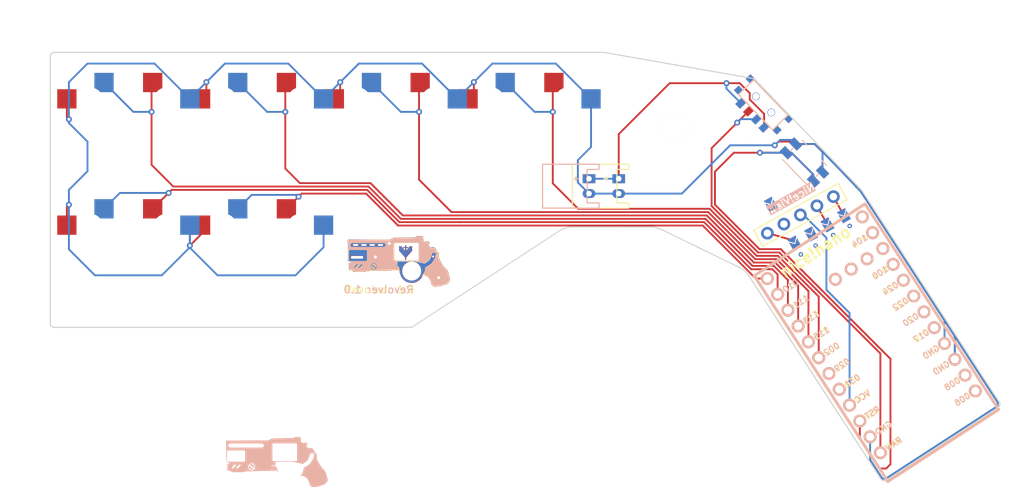
<source format=kicad_pcb>
(kicad_pcb (version 20241229) (generator "pcbnew") (generator_version "9.0")
  (title_block (title "revolver_left") (rev "v1.0.0") (company "Unknown"))
  (layers (0 "F.Cu" signal) (2 "B.Cu" signal) (13 "F.Paste" user) (15 "B.Paste" user) (5 "F.SilkS" user "F.Silkscreen") (7 "B.SilkS" user "B.Silkscreen") (1 "F.Mask" user) (3 "B.Mask" user) (25 "Edge.Cuts" user))
  (net 0 "")
  (net 1 "P111")
  (net 2 "GND")
  (net 3 "P010")
  (net 4 "P113")
  (net 5 "P009")
  (net 6 "P115")
  (net 7 "P002")
  (net 8 "RAW")
  (net 9 "RST")
  (net 10 "VCC")
  (net 11 "P031")
  (net 12 "P029")
  (net 13 "P006")
  (net 14 "P008")
  (net 15 "P017")
  (net 16 "P020")
  (net 17 "P022")
  (net 18 "P024")
  (net 19 "P100")
  (net 20 "P011")
  (net 21 "P104")
  (net 22 "P106")
  (net 23 "P101")
  (net 24 "P102")
  (net 25 "P107")
  (net 26 "pos")
  (net 27 "SDA")
  (net 28 "SCL")
  (net 29 "CS")
  (net 30 "NN_GND_SCL")
  (net 31 "NN_SDA_CS")
  (net 32 "NN_SCL_GND")
  (net 33 "NN_CS_SDA")
  (footprint "E73:SPDT_C128955" (layer "F.Cu") (at 185.5 80 -46)
    (property "Reference" "T1" (hide yes))
    (property "Value" "" (hide yes))
  )
  (footprint "lib:Jumper" (layer "F.Cu") (at 189.701594 98.736545 29)
    (property "Reference" "J19" (hide yes))
    (property "Value" "Jumper")
  )
  (footprint "lib:niceview_headers" (layer "F.Cu") (at 190.45176 94.87107 -61)
    (property "Reference" "Nice!View1" (hide yes))
    (property "Value" "" (hide yes))
  )
  (footprint "lib:Jumper" (layer "F.Cu") (at 196.351466 95.036074 29)
    (property "Reference" "J15" (hide yes))
    (property "Value" "Jumper")
  )
  (footprint "HOLE_M2_TH" (layer "F.Cu") (at 173.5 83)
    (property "Reference" "")
    (property "Value" "")
  )
  (footprint "lib:Jumper" (layer "F.Cu") (at 194.129934 96.267504 29)
    (property "Reference" "J23" (hide yes))
    (property "Value" "Jumper")
  )
  (footprint "PG1350" (layer "F.Cu") (at 100 100)
    (property "Reference" "S8" (hide yes))
    (property "Value" "" (hide yes))
  )
  (footprint "lib:Jumper" (layer "F.Cu") (at 191.92312 97.505123 29)
    (property "Reference" "J21" (hide yes))
    (property "Value" "Jumper")
  )
  (footprint "lib:Jumper" (layer "F.Cu") (at 186.5 93.5 29)
    (property "Reference" "J18" (hide yes))
    (property "Value" "Jumper")
  )
  (footprint "PG1350" (layer "F.Cu") (at 118 83)
    (property "Reference" "S9" (hide yes))
    (property "Value" "" (hide yes))
  )
  (footprint "Panasonic_EVQPUL_EVQPUC" (layer "F.Cu") (at 191 87.8 -46)
    (property "Reference" "B1" (hide yes))
    (property "Value" "Panasonic_EVQPUL_EVQPUC" (hide yes))
  )
  (footprint "PG1350" (layer "F.Cu") (at 118 100)
    (property "Reference" "S10" (hide yes))
    (property "Value" "" (hide yes))
  )
  (footprint "JST_PH_S2B-PH-K_02x2.00mm_Angled" (layer "F.Cu") (at 166 91 -90)
    (property "Reference" "JST2" (hide yes))
    (property "Value" "" (hide yes))
  )
  (footprint "lib:Jumper" (layer "F.Cu") (at 194.129934 96.267504 29)
    (property "Reference" "J16" (hide yes))
    (property "Value" "Jumper")
  )
  (footprint "Panasonic_EVQPUL_EVQPUC" (layer "F.Cu") (at 191 87.8 -46)
    (property "Reference" "B2" (hide yes))
    (property "Value" "Panasonic_EVQPUL_EVQPUC" (hide yes))
  )
  (footprint "nice_nano" (layer "F.Cu") (at 200 111 123)
    (property "Reference" "MCU1" (hide yes))
    (property "Value" "nice_nano" (hide yes))
  )
  (footprint "JST_PH_S2B-PH-K_02x2.00mm_Angled" (layer "F.Cu") (at 162 91 -90)
    (property "Reference" "JST1" (hide yes))
    (property "Value" "" (hide yes))
  )
  (footprint "PG1350" (layer "F.Cu") (at 136 83)
    (property "Reference" "S11" (hide yes))
    (property "Value" "" (hide yes))
  )
  (footprint "lib:Jumper" (layer "F.Cu") (at 196.351466 95.036074 29)
    (property "Reference" "J24" (hide yes))
    (property "Value" "Jumper")
  )
  (footprint "PG1350" (layer "F.Cu") (at 100 83)
    (property "Reference" "S7" (hide yes))
    (property "Value" "" (hide yes))
  )
  (footprint "lib:Jumper" (layer "F.Cu") (at 189.701594 98.736545 29)
    (property "Reference" "J20" (hide yes))
    (property "Value" "Jumper")
  )
  (footprint "lib:Jumper" (layer "F.Cu") (at 191.92312 97.505123 29)
    (property "Reference" "J18" (hide yes))
    (property "Value" "Jumper")
  )
  (footprint "E73:SPDT_C128955" (layer "F.Cu") (at 185.5 80 -46)
    (property "Reference" "T2" (hide yes))
    (property "Value" "" (hide yes))
  )
  (footprint "PG1350" (layer "F.Cu") (at 154 83)
    (property "Reference" "S12" (hide yes))
    (property "Value" "" (hide yes))
  )
  (gr_poly (pts (xy 132.990542 101.452447) (xy 132.972698 101.453804) (xy 132.955113 101.456038) (xy 132.93781 101.459128) (xy 132.920811 101.463052) (xy 132.904137 101.467786) (xy 132.887811 101.473311) (xy 132.871855 101.479602) (xy 132.856291 101.486638) (xy 132.84114 101.494398) (xy 132.826426 101.502858) (xy 132.81217 101.511998) (xy 132.798394 101.521794) (xy 132.785121 101.532225) (xy 132.772371 101.543269) (xy 132.760169 101.554903) (xy 132.748534 101.567106) (xy 132.737491 101.579855) (xy 132.72706 101.593129) (xy 132.717263 101.606905) (xy 132.708124 101.621161) (xy 132.699663 101.635875) (xy 132.691904 101.651026) (xy 132.684867 101.66659) (xy 132.678576 101.682546) (xy 132.673052 101.698872) (xy 132.668317 101.715546) (xy 132.664394 101.732546) (xy 132.661304 101.749849) (xy 132.659069 101.767434) (xy 132.657712 101.785278) (xy 132.657255 101.803359) (xy 132.657712 101.82144) (xy 132.659069 101.839284) (xy 132.661304 101.856869) (xy 132.664394 101.874172) (xy 132.668317 101.891172) (xy 132.673052 101.907846) (xy 132.678576 101.924172) (xy 132.684868 101.940128) (xy 132.691904 101.955692) (xy 132.699664 101.970843) (xy 132.708124 101.985557) (xy 132.717264 101.999813) (xy 132.72706 102.013589) (xy 132.737491 102.026863) (xy 132.748535 102.039612) (xy 132.760169 102.051815) (xy 132.772372 102.063449) (xy 132.785121 102.074493) (xy 132.798395 102.084924) (xy 132.812171 102.09472) (xy 132.826427 102.10386) (xy 132.841141 102.11232) (xy 132.856292 102.12008) (xy 132.871856 102.127116) (xy 132.887812 102.133407) (xy 132.904138 102.138932) (xy 132.920812 102.143666) (xy 132.937812 102.14759) (xy 132.955115 102.15068) (xy 132.972699 102.152914) (xy 132.990543 102.154271) (xy 133.008625 102.154728) (xy 133.026048 102.154297) (xy 133.043353 102.153009) (xy 133.060511 102.150878) (xy 133.077493 102.147915) (xy 133.094271 102.144132) (xy 133.110815 102.13954) (xy 133.127097 102.134153) (xy 133.143087 102.127982) (xy 133.158758 102.121039) (xy 133.17408 102.113335) (xy 133.189025 102.104883) (xy 133.203564 102.095694) (xy 133.217667 102.085781) (xy 133.231307 102.075156) (xy 133.244454 102.06383) (xy 133.25708 102.051815) (xy 133.269095 102.039189) (xy 133.280421 102.026042) (xy 133.291047 102.012403) (xy 133.30096 101.998299) (xy 133.310148 101.983761) (xy 133.3186 101.968816) (xy 133.326304 101.953493) (xy 133.333248 101.937823) (xy 133.339419 101.921832) (xy 133.344806 101.90555) (xy 133.349397 101.889006) (xy 133.35318 101.872228) (xy 133.356143 101.855246) (xy 133.358275 101.838088) (xy 133.359562 101.820782) (xy 133.359994 101.803359) (xy 133.359562 101.785936) (xy 133.358275 101.76863) (xy 133.356143 101.751472) (xy 133.35318 101.73449) (xy 133.349397 101.717712) (xy 133.344806 101.701168) (xy 133.339419 101.684886) (xy 133.333248 101.668896) (xy 133.326304 101.653225) (xy 133.3186 101.637902) (xy 133.310148 101.622957) (xy 133.30096 101.608419) (xy 133.291047 101.594315) (xy 133.280421 101.580676) (xy 133.269095 101.567529) (xy 133.25708 101.554903) (xy 133.244454 101.542888) (xy 133.231307 101.531562) (xy 133.217667 101.520937) (xy 133.203564 101.511024) (xy 133.189025 101.501835) (xy 133.17408 101.493383) (xy 133.158758 101.485679) (xy 133.143087 101.478736) (xy 133.127096 101.472565) (xy 133.110814 101.467178) (xy 133.09427 101.462586) (xy 133.077492 101.458803) (xy 133.06051 101.45584) (xy 133.043352 101.453709) (xy 133.026047 101.452421) (xy 133.008623 101.45199)) (stroke (width 0.026458)) (fill no) (layer "F.Cu"))
  (gr_line (start 141.184201 100.976766) (end 140.836512 101.46651) (stroke (width 0.026458)) (layer "F.Cu"))
  (gr_line (start 140.715957 100.451186) (end 140.849741 99.934527) (stroke (width 0.026458)) (layer "F.Cu"))
  (gr_poly (pts (xy 138.80126 97.750268) (xy 138.693152 97.919767) (xy 135.831725 97.933047) (xy 135.232071 98.224347) (xy 130.239458 98.235716) (xy 129.627253 98.237267) (xy 129.620537 98.237484) (xy 129.613947 98.238091) (xy 129.607492 98.239075) (xy 129.601183 98.240423) (xy 129.595028 98.242124) (xy 129.589037 98.244165) (xy 129.583219 98.246533) (xy 129.577584 98.249217) (xy 129.572141 98.252203) (xy 129.5669 98.25548) (xy 129.56187 98.259035) (xy 129.55706 98.262855) (xy 129.55248 98.266929) (xy 129.548139 98.271244) (xy 129.544047 98.275787) (xy 129.540213 98.280546) (xy 129.536647 98.285508) (xy 129.533358 98.290662) (xy 129.530355 98.295995) (xy 129.527648 98.301495) (xy 129.525246 98.307148) (xy 129.52316 98.312944) (xy 129.521397 98.318868) (xy 129.519968 98.32491) (xy 129.518882 98.331056) (xy 129.518148 98.337295) (xy 129.517777 98.343613) (xy 129.517776 98.349998) (xy 129.518157 98.356439) (xy 129.518927 98.362922) (xy 129.520098 98.369435) (xy 129.521677 98.375966) (xy 129.599192 98.659618) (xy 129.599192 101.042056) (xy 129.757837 101.191918) (xy 130.021128 101.202615) (xy 130.023742 101.20281) (xy 130.026284 101.203173) (xy 130.02875 101.203699) (xy 130.031138 101.20438) (xy 130.033442 101.205209) (xy 130.03566 101.206181) (xy 130.037788 101.207287) (xy 130.039823 101.208522) (xy 130.04176 101.209878) (xy 130.043596 101.211349) (xy 130.045327 101.212927) (xy 130.046951 101.214607) (xy 130.048463 101.216381) (xy 130.049859 101.218243) (xy 130.051137 101.220185) (xy 130.052292 101.222202) (xy 130.05332 101.224285) (xy 130.054219 101.226429) (xy 130.054985 101.228627) (xy 130.055614 101.230871) (xy 130.056101 101.233156) (xy 130.056445 101.235474) (xy 130.056641 101.237819) (xy 130.056685 101.240183) (xy 130.056574 101.24256) (xy 130.056305 101.244943) (xy 130.055873 101.247326) (xy 130.055275 101.249702) (xy 130.054508 101.252063) (xy 130.053567 101.254403) (xy 130.05245 101.256716) (xy 130.051152 101.258994) (xy 129.992655 101.35413) (xy 129.844136 101.35413) (xy 129.837468 101.354297) (xy 129.830888 101.354796) (xy 129.824402 101.355619) (xy 129.818021 101.356757) (xy 129.811752 101.358203) (xy 129.805602 101.359947) (xy 129.799581 101.361983) (xy 129.793696 101.364302) (xy 129.787956 101.366896) (xy 129.782368 101.369756) (xy 129.776941 101.372875) (xy 129.771683 101.376245) (xy 129.766602 101.379856) (xy 129.761706 101.383702) (xy 129.757003 101.387774) (xy 129.752502 101.392064) (xy 129.748211 101.396563) (xy 129.744137 101.401264) (xy 129.740289 101.406158) (xy 129.736676 101.411238) (xy 129.733304 101.416495) (xy 129.730183 101.42192) (xy 129.72732 101.427507) (xy 129.724724 101.433246) (xy 129.722403 101.43913) (xy 129.720364 101.445151) (xy 129.718617 101.451299) (xy 129.717169 101.457568) (xy 129.716028 101.463949) (xy 129.715203 101.470434) (xy 129.714701 101.477015) (xy 129.714531 101.483683) (xy 129.714531 102.201468) (xy 129.714718 102.208835) (xy 129.715271 102.216104) (xy 129.716181 102.223268) (xy 129.71744 102.230317) (xy 129.719038 102.237242) (xy 129.720967 102.244035) (xy 129.723218 102.250686) (xy 129.725781 102.257186) (xy 129.728648 102.263527) (xy 129.731809 102.269699) (xy 129.735256 102.275693) (xy 129.738979 102.281501) (xy 129.74297 102.287113) (xy 129.747219 102.29252) (xy 129.751718 102.297714) (xy 129.756458 102.302685) (xy 129.761429 102.307425) (xy 129.766623 102.311924) (xy 129.772031 102.316174) (xy 129.777643 102.320164) (xy 129.783451 102.323888) (xy 129.789445 102.327334) (xy 129.795617 102.330495) (xy 129.801958 102.333362) (xy 129.808458 102.335925) (xy 129.815109 102.338175) (xy 129.821902 102.340104) (xy 129.828827 102.341703) (xy 129.835876 102.342962) (xy 129.84304 102.343872) (xy 129.850309 102.344425) (xy 129.857676 102.344611) (xy 130.230677 102.344611) (xy 130.230677 102.444502) (xy 130.230769 102.448177) (xy 130.231044 102.451805) (xy 130.231498 102.455379) (xy 130.232125 102.458896) (xy 130.232922 102.462352) (xy 130.233884 102.465741) (xy 130.235007 102.46906) (xy 130.236285 102.472303) (xy 130.237715 102.475467) (xy 130.239292 102.478546) (xy 130.241012 102.481537) (xy 130.242869 102.484435) (xy 130.24486 102.487235) (xy 130.24698 102.489933) (xy 130.249225 102.492525) (xy 130.25159 102.495005) (xy 130.25407 102.49737) (xy 130.256661 102.499615) (xy 130.259359 102.501735) (xy 130.26216 102.503726) (xy 130.265057 102.505584) (xy 130.268048 102.507303) (xy 130.271128 102.50888) (xy 130.274292 102.51031) (xy 130.277535 102.511589) (xy 130.280854 102.512711) (xy 130.284243 102.513673) (xy 130.287698 102.51447) (xy 130.291215 102.515098) (xy 130.29479 102.515552) (xy 130.298417 102.515827) (xy 130.302092 102.515919) (xy 131.823241 102.515919) (xy 132.681948 102.352776) (xy 135.38316 102.352776) (xy 135.388772 102.352568) (xy 135.394465 102.351962) (xy 135.40022 102.350984) (xy 135.406021 102.349661) (xy 135.411851 102.348019) (xy 135.417693 102.346086) (xy 135.42353 102.343887) (xy 135.429345 102.341448) (xy 135.435122 102.338798) (xy 135.440844 102.335962) (xy 135.446493 102.332966) (xy 135.452052 102.329838) (xy 135.462835 102.323289) (xy 135.473058 102.316528) (xy 135.482585 102.309767) (xy 135.491281 102.303218) (xy 135.49901 102.297094) (xy 135.505637 102.291607) (xy 135.515045 102.283394) (xy 135.518422 102.280279) (xy 136.150385 102.280279) (xy 136.211637 102.278744) (xy 136.250759 102.2791) (xy 136.271659 102.280223) (xy 136.293152 102.282227) (xy 136.315015 102.285304) (xy 136.337023 102.289642) (xy 136.358952 102.295431) (xy 136.380577 102.302861) (xy 136.391206 102.30725) (xy 136.401675 102.31212) (xy 136.411956 102.317496) (xy 136.422021 102.3234) (xy 136.431842 102.329856) (xy 136.441391 102.336889) (xy 136.45064 102.344521) (xy 136.459561 102.352776) (xy 136.470327 102.368153) (xy 136.483057 102.394298) (xy 136.497428 102.429697) (xy 136.51312 102.472834) (xy 136.547181 102.57626) (xy 136.582669 102.692455) (xy 136.647646 102.914656) (xy 136.671994 102.996417) (xy 136.687489 103.042456) (xy 136.74195 103.157948) (xy 136.804861 103.267522) (xy 136.875726 103.370853) (xy 136.954048 103.46762) (xy 137.039332 103.557499) (xy 137.131082 103.640166) (xy 137.228801 103.715301) (xy 137.331993 103.782578) (xy 137.440163 103.841675) (xy 137.552813 103.89227) (xy 137.669449 103.934039) (xy 137.789573 103.966659) (xy 137.912691 103.989807) (xy 138.038305 104.003161) (xy 138.16592 104.006397) (xy 138.295039 103.999193) (xy 138.317109 103.996906) (xy 138.339132 103.994305) (xy 138.36111 103.991397) (xy 138.383045 103.988186) (xy 138.415855 103.982795) (xy 138.448538 103.976715) (xy 138.481084 103.969948) (xy 138.513483 103.962497) (xy 138.545722 103.954366) (xy 138.577791 103.945556) (xy 138.609679 103.936072) (xy 138.641376 103.925915) (xy 138.713128 103.900169) (xy 138.782854 103.871335) (xy 138.850504 103.839515) (xy 138.91603 103.804815) (xy 138.979381 103.767338) (xy 139.040509 103.727189) (xy 139.099364 103.684471) (xy 139.155896 103.639287) (xy 139.210057 103.591743) (xy 139.261798 103.541943) (xy 139.311067 103.489989) (xy 139.357817 103.435986) (xy 139.401998 103.380039) (xy 139.443561 103.32225) (xy 139.482456 103.262725) (xy 139.518634 103.201566) (xy 139.533033 103.176329) (xy 139.547596 103.151612) (xy 139.562268 103.127572) (xy 139.576992 103.104362) (xy 139.591713 103.082138) (xy 139.606374 103.061055) (xy 139.620918 103.041269) (xy 139.635291 103.022933) (xy 139.649435 103.006204) (xy 139.663294 102.991237) (xy 139.6701 102.984462) (xy 139.676813 102.978186) (xy 139.683427 102.972428) (xy 139.689935 102.967207) (xy 139.69633 102.962543) (xy 139.702604 102.958455) (xy 139.708751 102.954963) (xy 139.714764 102.952085) (xy 139.720635 102.949842) (xy 139.726358 102.948252) (xy 139.731926 102.947336) (xy 139.737331 102.947111) (xy 139.818979 102.947164) (xy 140.388814 103.238878) (xy 140.663113 103.668412) (xy 140.669751 103.679052) (xy 140.676155 103.689823) (xy 140.682324 103.70072) (xy 140.688256 103.71174) (xy 140.693949 103.722879) (xy 140.699403 103.734133) (xy 140.704615 103.745498) (xy 140.709583 103.756969) (xy 140.714306 103.768544) (xy 140.718783 103.780217) (xy 140.723011 103.791986) (xy 140.726989 103.803846) (xy 140.730716 103.815794) (xy 140.734189 103.827825) (xy 140.737407 103.839935) (xy 140.740369 103.852122) (xy 140.800366 104.11133) (xy 140.803338 104.12328) (xy 140.806685 104.135106) (xy 140.810402 104.146802) (xy 140.814487 104.158359) (xy 140.818933 104.169768) (xy 140.823736 104.181021) (xy 140.828894 104.19211) (xy 140.8344 104.203026) (xy 140.84025 104.213762) (xy 140.846441 104.224309) (xy 140.852968 104.234658) (xy 140.859827 104.244802) (xy 140.867013 104.254731) (xy 140.874522 104.264439) (xy 140.882349 104.273916) (xy 140.89049 104.283154) (xy 141.027121 104.433326) (xy 141.035343 104.441889) (xy 141.043967 104.449958) (xy 141.052971 104.457522) (xy 141.062333 104.464572) (xy 141.072029 104.471097) (xy 141.082037 104.477089) (xy 141.092334 104.482536) (xy 141.102897 104.48743) (xy 141.113703 104.491761) (xy 141.12473 104.495518) (xy 141.135954 104.498691) (xy 141.147354 104.501272) (xy 141.158905 104.503249) (xy 141.170585 104.504614) (xy 141.182372 104.505356) (xy 141.194243 104.505465) (xy 141.634269 104.497765) (xy 141.688877 104.495798) (xy 141.743318 104.491807) (xy 141.797537 104.485801) (xy 141.851477 104.477791) (xy 141.905083 104.467784) (xy 141.958299 104.455792) (xy 142.011069 104.441822) (xy 142.063338 104.425884) (xy 142.74464 104.20414) (xy 142.775147 104.193396) (xy 142.804984 104.181256) (xy 142.834111 104.167756) (xy 142.862486 104.15293) (xy 142.890067 104.136812) (xy 142.916813 104.119438) (xy 142.942683 104.100841) (xy 142.967635 104.081056) (xy 142.991626 104.060118) (xy 143.014617 104.038062) (xy 143.036565 104.014921) (xy 143.057429 103.99073) (xy 143.077168 103.965524) (xy 143.095739 103.939337) (xy 143.113102 103.912205) (xy 143.129215 103.88416) (xy 143.230399 103.697918) (xy 143.238291 103.682522) (xy 143.245406 103.666828) (xy 143.251741 103.650868) (xy 143.257294 103.634669) (xy 143.26206 103.61826) (xy 143.266036 103.601671) (xy 143.269219 103.584929) (xy 143.271606 103.568065) (xy 143.273192 103.551107) (xy 143.273975 103.534084) (xy 143.273951 103.517025) (xy 143.273117 103.499958) (xy 143.271469 103.482914) (xy 143.269004 103.465919) (xy 143.265719 103.449005) (xy 143.26161 103.432198) (xy 143.03134 102.579588) (xy 143.024714 102.556487) (xy 143.017383 102.533643) (xy 143.009358 102.51107) (xy 143.000646 102.488784) (xy 142.991255 102.466801) (xy 142.981195 102.445134) (xy 142.970473 102.423799) (xy 142.959098 102.402812) (xy 142.947079 102.382186) (xy 142.934424 102.361939) (xy 142.921142 102.342083) (xy 142.907241 102.322635) (xy 142.892729 102.30361) (xy 142.877615 102.285022) (xy 142.861908 102.266888) (xy 142.845616 102.249221) (xy 142.440472 101.823459) (xy 142.409953 101.790265) (xy 142.380611 101.756079) (xy 142.352468 101.720932) (xy 142.325549 101.684856) (xy 142.299876 101.647883) (xy 142.275472 101.610045) (xy 142.25236 101.571373) (xy 142.230563 101.531901) (xy 141.779583 100.681255) (xy 141.780083 100.042483) (xy 141.473074 99.735473) (xy 141.470137 99.721195) (xy 141.468256 99.711404) (xy 141.466007 99.69825) (xy 141.464811 99.691368) (xy 141.463015 99.681938) (xy 141.460206 99.668201) (xy 141.455969 99.648398) (xy 141.453596 99.638214) (xy 141.450792 99.627467) (xy 141.444038 99.604641) (xy 141.435995 99.580642) (xy 141.426955 99.556191) (xy 141.417207 99.53201) (xy 141.407041 99.508821) (xy 141.396748 99.487346) (xy 141.391645 99.477476) (xy 141.386618 99.468305) (xy 141.357938 99.41761) (xy 141.349553 99.403634) (xy 141.340512 99.390163) (xy 141.33084 99.377214) (xy 141.320561 99.364807) (xy 141.309699 99.35296) (xy 141.298279 99.341691) (xy 141.286324 99.331019) (xy 141.273858 99.320963) (xy 141.260907 99.311541) (xy 141.247494 99.302772) (xy 141.233643 99.294675) (xy 141.219379 99.287267) (xy 141.204725 99.280568) (xy 141.189707 99.274595) (xy 141.174348 99.269369) (xy 141.158672 99.264906) (xy 141.075577 99.243513) (xy 141.063078 99.240509) (xy 141.050512 99.237917) (xy 141.037889 99.235737) (xy 141.025218 99.233968) (xy 141.01251 99.23261) (xy 140.999774 99.231664) (xy 140.987021 99.231129) (xy 140.97426 99.231004) (xy 140.961502 99.231291) (xy 140.948757 99.231989) (xy 140.936034 99.233098) (xy 140.923344 99.234618) (xy 140.910696 99.236548) (xy 140.898101 99.238889) (xy 140.885569 99.241641) (xy 140.87311 99.244803) (xy 140.691156 99.294154) (xy 140.398563 98.996705) (xy 140.535094 98.67967) (xy 140.537829 98.672738) (xy 140.540093 98.665767) (xy 140.541895 98.658774) (xy 140.543244 98.651774) (xy 140.544151 98.644782) (xy 140.544624 98.637816) (xy 140.544673 98.63089) (xy 140.544309 98.62402) (xy 140.54354 98.617223) (xy 140.542377 98.610514) (xy 140.540828 98.603908) (xy 140.538904 98.597423) (xy 140.536614 98.591073) (xy 140.533968 98.584874) (xy 140.530975 98.578843) (xy 140.527646 98.572995) (xy 140.523988 98.567346) (xy 140.520014 98.561912) (xy 140.515731 98.556708) (xy 140.511149 98.55175) (xy 140.506279 98.547055) (xy 140.501129 98.542639) (xy 140.49571 98.538516) (xy 140.490031 98.534702) (xy 140.484101 98.531215) (xy 140.477931 98.528069) (xy 140.471529 98.52528) (xy 140.464906 98.522865) (xy 140.458071 98.520838) (xy 140.451034 98.519216) (xy 140.443804 98.518015) (xy 140.436391 98.517251) (xy 139.966756 98.483402) (xy 139.85648 98.555387) (xy 139.668221 98.358706) (xy 139.658815 97.926795) (xy 139.658388 97.917654) (xy 139.657515 97.90864) (xy 139.656207 97.899762) (xy 139.654474 97.891032) (xy 139.652328 97.882461) (xy 139.64978 97.874059) (xy 139.646841 97.865836) (xy 139.643522 97.857805) (xy 139.639833 97.849975) (xy 139.635786 97.842357) (xy 139.631392 97.834962) (xy 139.626662 97.8278) (xy 139.621606 97.820883) (xy 139.616236 97.814222) (xy 139.610562 97.807826) (xy 139.604597 97.801707) (xy 139.59835 97.795876) (xy 139.591832 97.790342) (xy 139.585056 97.785118) (xy 139.578031 97.780214) (xy 139.570768 97.77564) (xy 139.56328 97.771407) (xy 139.555576 97.767526) (xy 139.547667 97.764009) (xy 139.539565 97.760864) (xy 139.531281 97.758104) (xy 139.522826 97.755739) (xy 139.51421 97.75378) (xy 139.505444 97.752237) (xy 139.49654 97.751122) (xy 139.487509 97.750445) (xy 139.478361 97.750216) (xy 138.80126 97.750215)) (stroke (width 0.026458)) (fill no) (layer "F.Cu"))
  (gr_poly (pts (xy 132.561505 98.775317) (xy 132.554139 98.775874) (xy 132.546883 98.77679) (xy 132.539745 98.778058) (xy 132.532734 98.779669) (xy 132.52586 98.781612) (xy 132.519131 98.78388) (xy 132.512556 98.786463) (xy 132.506144 98.789353) (xy 132.499905 98.79254) (xy 132.493846 98.796016) (xy 132.487978 98.799771) (xy 132.482308 98.803797) (xy 132.476847 98.808084) (xy 132.471602 98.812625) (xy 132.466583 98.817409) (xy 132.461799 98.822427) (xy 132.457259 98.827672) (xy 132.452972 98.833134) (xy 132.448946 98.838803) (xy 132.445191 98.844672) (xy 132.441715 98.85073) (xy 132.438528 98.85697) (xy 132.435638 98.863381) (xy 132.433055 98.869956) (xy 132.430787 98.876685) (xy 132.428844 98.88356) (xy 132.427234 98.89057) (xy 132.425966 98.897708) (xy 132.425049 98.904965) (xy 132.424492 98.912331) (xy 132.424305 98.919797) (xy 132.424305 98.920737) (xy 132.424492 98.928204) (xy 132.425049 98.93557) (xy 132.425966 98.942826) (xy 132.427234 98.949964) (xy 132.428844 98.956975) (xy 132.430787 98.963849) (xy 132.433055 98.970578) (xy 132.435638 98.977153) (xy 132.438528 98.983565) (xy 132.441715 98.989804) (xy 132.445191 98.995863) (xy 132.448946 99.001731) (xy 132.452972 99.007401) (xy 132.457259 99.012862) (xy 132.461799 99.018107) (xy 132.466583 99.023126) (xy 132.471602 99.027909) (xy 132.476847 99.03245) (xy 132.482308 99.036737) (xy 132.487978 99.040763) (xy 132.493846 99.044518) (xy 132.499905 99.047994) (xy 132.506144 99.051181) (xy 132.512556 99.054071) (xy 132.519131 99.056654) (xy 132.52586 99.058922) (xy 132.532734 99.060865) (xy 132.539745 99.062475) (xy 132.546883 99.063743) (xy 132.554139 99.06466) (xy 132.561505 99.065217) (xy 132.568972 99.065404) (xy 133.080354 99.065404) (xy 133.08782 99.065217) (xy 133.095186 99.06466) (xy 133.102443 99.063743) (xy 133.109581 99.062475) (xy 133.116591 99.060865) (xy 133.123466 99.058922) (xy 133.130195 99.056654) (xy 133.136769 99.05407) (xy 133.143181 99.051181) (xy 133.149421 99.047994) (xy 133.155479 99.044518) (xy 133.161348 99.040763) (xy 133.167017 99.036737) (xy 133.172479 99.032449) (xy 133.177723 99.027909) (xy 133.182742 99.023125) (xy 133.187526 99.018106) (xy 133.192066 99.012862) (xy 133.196354 99.0074) (xy 133.20038 99.001731) (xy 133.204135 98.995862) (xy 133.20761 98.989804) (xy 133.210798 98.983564) (xy 133.213687 98.977153) (xy 133.21627 98.970578) (xy 133.218538 98.963849) (xy 133.220482 98.956975) (xy 133.222092 98.949964) (xy 133.22336 98.942826) (xy 133.224277 98.935569) (xy 133.224834 98.928204) (xy 133.225021 98.920737) (xy 133.225021 98.919797) (xy 133.224834 98.912331) (xy 133.224277 98.904965) (xy 133.22336 98.897708) (xy 133.222092 98.89057) (xy 133.220482 98.88356) (xy 133.218538 98.876685) (xy 133.21627 98.869956) (xy 133.213687 98.863381) (xy 133.210798 98.85697) (xy 133.20761 98.85073) (xy 133.204135 98.844672) (xy 133.20038 98.838803) (xy 133.196354 98.833134) (xy 133.192066 98.827672) (xy 133.187526 98.822427) (xy 133.182742 98.817409) (xy 133.177723 98.812625) (xy 133.172479 98.808084) (xy 133.167017 98.803797) (xy 133.161348 98.799771) (xy 133.155479 98.796016) (xy 133.149421 98.79254) (xy 133.143181 98.789353) (xy 133.136769 98.786463) (xy 133.130195 98.78388) (xy 133.123466 98.781612) (xy 133.116591 98.779669) (xy 133.109581 98.778058) (xy 133.102443 98.77679) (xy 133.095186 98.775874) (xy 133.08782 98.775317) (xy 133.080354 98.775129) (xy 132.568972 98.775129)) (stroke (width 0.026458)) (fill no) (layer "F.Cu"))
  (gr_line (start 141.42788 100.150173) (end 141.365766 100.63275) (stroke (width 0.026458)) (layer "F.Cu"))
  (gr_line (start 136.203145 101.750801) (end 136.37754 101.908474) (stroke (width 0.026458)) (layer "F.Cu"))
  (gr_poly (pts (xy 130.059935 99.572669) (xy 129.854734 99.576891) (xy 129.801583 99.580074) (xy 129.777543 99.584013) (xy 129.763949 99.589803) (xy 129.757798 99.592754) (xy 129.752057 99.595929) (xy 129.746712 99.599469) (xy 129.744184 99.60142) (xy 129.74175 99.603514) (xy 129.739409 99.605771) (xy 129.737157 99.608206) (xy 129.734994 99.610838) (xy 129.732918 99.613684) (xy 129.730926 99.616761) (xy 129.729018 99.620088) (xy 129.727191 99.623682) (xy 129.725444 99.62756) (xy 129.723775 99.63174) (xy 129.722182 99.63624) (xy 129.720663 99.641076) (xy 129.719217 99.646268) (xy 129.717841 99.651831) (xy 129.716535 99.657784) (xy 129.714122 99.67093) (xy 129.711963 99.685845) (xy 129.710045 99.70267) (xy 129.708354 99.721546) (xy 129.706874 99.742613) (xy 129.705592 99.766011) (xy 129.704494 99.791882) (xy 129.703566 99.820364) (xy 129.702792 99.8516) (xy 129.70216 99.885729) (xy 129.701655 99.922891) (xy 129.700967 100.00688) (xy 129.700617 100.10469) (xy 129.700474 100.346266) (xy 129.700474 101.016928) (xy 129.739977 101.056431) (xy 129.779481 101.095935) (xy 130.926221 101.095935) (xy 131.521339 101.095232) (xy 131.873448 101.092415) (xy 132.045671 101.086426) (xy 132.084052 101.08191) (xy 132.101133 101.076204) (xy 132.10113 101.076202) (xy 132.106427 101.072411) (xy 132.111402 101.068603) (xy 132.116063 101.064651) (xy 132.120421 101.060429) (xy 132.122489 101.058176) (xy 132.124484 101.055808) (xy 132.126408 101.053309) (xy 132.128262 101.050662) (xy 132.130047 101.047852) (xy 132.131764 101.044863) (xy 132.133415 101.041679) (xy 132.135 101.038284) (xy 132.136521 101.034662) (xy 132.137978 101.030797) (xy 132.139374 101.026674) (xy 132.140709 101.022276) (xy 132.141985 101.017588) (xy 132.143202 101.012593) (xy 132.145466 101.001621) (xy 132.147509 100.989232) (xy 132.149343 100.9753) (xy 132.150976 100.959696) (xy 132.152417 100.942295) (xy 132.153676 100.922968) (xy 132.154762 100.901588) (xy 132.155684 100.878028) (xy 132.156452 100.852161) (xy 132.157076 100.823859) (xy 132.157564 100.792995) (xy 132.157926 100.759443) (xy 132.158171 100.723074) (xy 132.158349 100.641377) (xy 132.15824 100.583337) (xy 131.660032 100.583337) (xy 131.65988 100.608831) (xy 131.659393 100.632011) (xy 131.65852 100.653029) (xy 131.657212 100.672037) (xy 131.655418 100.689186) (xy 131.653089 100.704629) (xy 131.650175 100.718516) (xy 131.646627 100.731) (xy 131.642394 100.742233) (xy 131.637427 100.752366) (xy 131.631676 100.761551) (xy 131.625091 100.769939) (xy 131.617623 100.777683) (xy 131.609221 100.784934) (xy 131.599836 100.791844) (xy 131.589419 100.798565) (xy 131.585432 100.80094) (xy 131.581416 100.803171) (xy 131.577238 100.805263) (xy 131.572768 100.807221) (xy 131.567876 100.809049) (xy 131.562429 100.810751) (xy 131.556298 100.812333) (xy 131.549352 100.813798) (xy 131.541459 100.81515) (xy 131.532489 100.816395) (xy 131.522311 100.817537) (xy 131.510795 100.81858) (xy 131.497809 100.819529) (xy 131.483222 100.820389) (xy 131.466904 100.821162) (xy 131.448724 100.821856) (xy 131.406254 100.823017) (xy 131.354766 100.823909) (xy 131.293212 100.824567) (xy 131.220547 100.825027) (xy 131.135722 100.825324) (xy 131.037692 100.825495) (xy 130.797829 100.825599) (xy 130.40896 100.824902) (xy 130.176492 100.821995) (xy 130.105635 100.819369) (xy 130.057949 100.815778) (xy 130.028126 100.811085) (xy 130.010856 100.805151) (xy 130.004826 100.801904) (xy 129.999072 100.798534) (xy 129.993589 100.795027) (xy 129.988373 100.791372) (xy 129.983419 100.787555) (xy 129.978722 100.783562) (xy 129.974279 100.77938) (xy 129.970085 100.774996) (xy 129.966135 100.770398) (xy 129.962424 100.765571) (xy 129.958949 100.760503) (xy 129.955705 100.75518) (xy 129.952686 100.749589) (xy 129.94989 100.743718) (xy 129.947311 100.737552) (xy 129.944944 100.731079) (xy 129.942786 100.724286) (xy 129.940831 100.717159) (xy 129.939076 100.709685) (xy 129.937516 100.701851) (xy 129.936146 100.693644) (xy 129.934961 100.68505) (xy 129.933958 100.676057) (xy 129.933132 100.666651) (xy 129.932478 100.656819) (xy 129.931991 100.646549) (xy 129.931504 100.624637) (xy 129.931635 100.600811) (xy 129.932346 100.574965) (xy 129.933938 100.537506) (xy 129.935843 100.507457) (xy 129.937002 100.49483) (xy 129.938345 100.483598) (xy 129.939909 100.473609) (xy 129.941728 100.464711) (xy 129.943839 100.456751) (xy 129.946276 100.449578) (xy 129.949076 100.443037) (xy 129.952274 100.436979) (xy 129.955904 100.431249) (xy 129.960004 100.425696) (xy 129.964608 100.420167) (xy 129.969752 100.414511) (xy 129.973342 100.410889) (xy 129.977323 100.407232) (xy 129.981654 100.403565) (xy 129.986292 100.399912) (xy 129.991197 100.396299) (xy 129.996327 100.39275) (xy 130.001639 100.389289) (xy 130.007094 100.385942) (xy 130.012648 100.382733) (xy 130.018261 100.379687) (xy 130.023891 100.376829) (xy 130.029495 100.374184) (xy 130.035034 100.371776) (xy 130.040465 100.36963) (xy 130.045746 100.36777) (xy 130.050837 100.366223) (xy 130.059433 100.364738) (xy 130.074161 100.363322) (xy 130.121166 100.360707) (xy 130.190157 100.358409) (xy 130.279444 100.356458) (xy 130.512132 100.353718) (xy 130.805692 100.352728) (xy 131.249773 100.353842) (xy 131.38817 100.35659) (xy 131.483705 100.361963) (xy 131.518423 100.365906) (xy 131.546054 100.370833) (xy 131.567807 100.376853) (xy 131.584891 100.384075) (xy 131.598517 100.392609) (xy 131.609893 100.402562) (xy 131.630735 100.427166) (xy 131.635186 100.433045) (xy 131.639175 100.438842) (xy 131.642726 100.444686) (xy 131.644346 100.447666) (xy 131.645864 100.450705) (xy 131.647286 100.453821) (xy 131.648613 100.457028) (xy 131.649849 100.460344) (xy 131.650996 100.463783) (xy 131.652058 100.467362) (xy 131.653038 100.471098) (xy 131.653939 100.475006) (xy 131.654763 100.479102) (xy 131.656194 100.487923) (xy 131.657357 100.49769) (xy 131.658275 100.50853) (xy 131.658971 100.520573) (xy 131.659471 100.533947) (xy 131.659799 100.54878) (xy 131.659977 100.565201) (xy 131.660032 100.583337) (xy 132.15824 100.583337) (xy 132.158172 100.546888) (xy 132.157715 100.438588) (xy 132.157053 100.315458) (xy 132.1533 99.650512) (xy 132.115832 99.613049) (xy 132.078365 99.575587) (xy 130.946854 99.571975) (xy 130.416268 99.57111)) (stroke (width 0.013514)) (fill yes) (layer "F.Cu"))
  (gr_line (start 139.387675 98.839767) (end 139.540572 99.027345) (stroke (width 0.026458)) (layer "F.Cu"))
  (gr_line (start 140.044651 101.963421) (end 139.97776 102.486611) (stroke (width 0.026458)) (layer "F.Cu"))
  (gr_line (start 139.167888 98.839767) (end 139.167888 100.8045) (stroke (width 0.026458)) (layer "F.Cu"))
  (gr_line (start 136.37754 101.908474) (end 136.489588 102.409817) (stroke (width 0.026458)) (layer "F.Cu"))
  (gr_poly (pts (xy 132.966194 101.333568) (xy 132.934416 101.338135) (xy 132.902443 101.345114) (xy 132.882321 101.350691) (xy 132.862627 101.356994) (xy 132.843374 101.364005) (xy 132.824578 101.371707) (xy 132.806251 101.380083) (xy 132.788406 101.389116) (xy 132.771059 101.398789) (xy 132.754222 101.409086) (xy 132.737909 101.419988) (xy 132.722134 101.431478) (xy 132.706911 101.443541) (xy 132.692252 101.456158) (xy 132.678173 101.469312) (xy 132.664686 101.482987) (xy 132.651805 101.497166) (xy 132.639544 101.51183) (xy 132.627917 101.526964) (xy 132.616937 101.54255) (xy 132.606618 101.558572) (xy 132.596974 101.575011) (xy 132.588018 101.591851) (xy 132.579764 101.609075) (xy 132.572226 101.626666) (xy 132.565418 101.644606) (xy 132.559352 101.66288) (xy 132.554044 101.681468) (xy 132.549505 101.700356) (xy 132.545751 101.719524) (xy 132.542795 101.738957) (xy 132.540651 101.758638) (xy 132.539331 101.778548) (xy 132.538851 101.798672) (xy 132.538975 101.81861) (xy 132.539488 101.837367) (xy 132.540428 101.855087) (xy 132.541834 101.871908) (xy 132.543746 101.887974) (xy 132.5462 101.903424) (xy 132.549238 101.918401) (xy 132.552896 101.933045) (xy 132.557213 101.947497) (xy 132.562229 101.961899) (xy 132.567982 101.976392) (xy 132.574511 101.991117) (xy 132.581854 102.006214) (xy 132.590051 102.021827) (xy 132.599139 102.038094) (xy 132.609157 102.055159) (xy 132.620098 102.07237) (xy 132.632007 102.089146) (xy 132.644836 102.10545) (xy 132.65854 102.121248) (xy 132.673073 102.136504) (xy 132.688388 102.151182) (xy 132.704438 102.165246) (xy 132.721178 102.178662) (xy 132.738561 102.191394) (xy 132.756541 102.203406) (xy 132.775071 102.214663) (xy 132.794105 102.22513) (xy 132.813597 102.234769) (xy 132.8335 102.243548) (xy 132.853768 102.251429) (xy 132.874355 102.258377) (xy 132.892634 102.263884) (xy 132.910016 102.268689) (xy 132.926633 102.272795) (xy 132.942616 102.276204) (xy 132.958099 102.27892) (xy 132.973212 102.280945) (xy 132.988089 102.282282) (xy 133.00286 102.282934) (xy 133.017658 102.282904) (xy 133.032614 102.282193) (xy 133.047862 102.280806) (xy 133.063532 102.278744) (xy 133.079757 102.276011) (xy 133.096669 102.27261) (xy 133.114399 102.268542) (xy 133.13308 102.263812) (xy 133.13308 102.263813) (xy 133.161545 102.255185) (xy 133.189482 102.244496) (xy 133.216784 102.231849) (xy 133.243345 102.21735) (xy 133.269061 102.201101) (xy 133.293825 102.183207) (xy 133.317533 102.163771) (xy 133.340078 102.142897) (xy 133.361354 102.120689) (xy 133.381257 102.097251) (xy 133.399681 102.072686) (xy 133.416519 102.047099) (xy 133.431667 102.020593) (xy 133.445019 101.993272) (xy 133.45647 101.96524) (xy 133.465912 101.936601) (xy 133.474014 101.904564) (xy 133.479725 101.872634) (xy 133.483118 101.840886) (xy 133.484268 101.809398) (xy 133.483944 101.799527) (xy 133.375186 101.799527) (xy 133.375176 101.818943) (xy 133.374523 101.841398) (xy 133.373122 101.862794) (xy 133.370947 101.883185) (xy 133.367975 101.902628) (xy 133.364183 101.921177) (xy 133.359546 101.938887) (xy 133.35404 101.955814) (xy 133.347642 101.972014) (xy 133.340328 101.987541) (xy 133.332073 102.002451) (xy 133.322854 102.016798) (xy 133.312648 102.03064) (xy 133.301429 102.044029) (xy 133.289175 102.057023) (xy 133.275861 102.069676) (xy 133.261463 102.082043) (xy 133.240524 102.098194) (xy 133.218988 102.112858) (xy 133.196913 102.126023) (xy 133.174353 102.137678) (xy 133.151365 102.147812) (xy 133.128005 102.156415) (xy 133.104329 102.163475) (xy 133.080391 102.168981) (xy 133.05625 102.172923) (xy 133.031959 102.175289) (xy 133.007576 102.176069) (xy 132.983156 102.175251) (xy 132.958754 102.172824) (xy 132.934428 102.168778) (xy 132.910232 102.163101) (xy 132.886223 102.155783) (xy 132.886225 102.155783) (xy 132.868523 102.149236) (xy 132.851407 102.141872) (xy 132.834887 102.133717) (xy 132.818975 102.124794) (xy 132.803681 102.115128) (xy 132.789017 102.104743) (xy 132.774994 102.093666) (xy 132.761623 102.081919) (xy 132.748914 102.069529) (xy 132.73688 102.056519) (xy 132.72553 102.042914) (xy 132.714877 102.028739) (xy 132.704931 102.014019) (xy 132.695704 101.998778) (xy 132.687206 101.983041) (xy 132.679448 101.966833) (xy 132.672443 101.950178) (xy 132.666199 101.933101) (xy 132.66073 101.915627) (xy 132.656046 101.89778) (xy 132.652157 101.879585) (xy 132.649076 101.861066) (xy 132.646812 101.842249) (xy 132.645378 101.823158) (xy 132.644785 101.803818) (xy 132.645042 101.784253) (xy 132.646162 101.764489) (xy 132.648156 101.744549) (xy 132.651035 101.724458) (xy 132.654809 101.704241) (xy 132.65949 101.683924) (xy 132.665088 101.66353) (xy 132.668493 101.652448) (xy 132.671913 101.642177) (xy 132.675416 101.632622) (xy 132.679065 101.623692) (xy 132.682927 101.615293) (xy 132.687066 101.607334) (xy 132.691547 101.59972) (xy 132.696437 101.59236) (xy 132.7018 101.585162) (xy 132.707702 101.578031) (xy 132.714208 101.570876) (xy 132.721383 101.563604) (xy 132.729292 101.556123) (xy 132.738001 101.548339) (xy 132.747575 101.540159) (xy 132.758079 101.531492) (xy 132.774633 101.518659) (xy 132.791549 101.506783) (xy 132.808793 101.495861) (xy 132.826335 101.485889) (xy 132.844139 101.476866) (xy 132.862175 101.468787) (xy 132.880408 101.461651) (xy 132.898807 101.455454) (xy 132.917339 101.450193) (xy 132.93597 101.445865) (xy 132.954668 101.442468) (xy 132.973401 101.439998) (xy 132.992135 101.438452) (xy 133.010838 101.437828) (xy 133.029478 101.438122) (xy 133.04802 101.439332) (xy 133.066433 101.441454) (xy 133.084685 101.444486) (xy 133.102741 101.448425) (xy 133.12057 101.453267) (xy 133.138138 101.45901) (xy 133.155413 101.465651) (xy 133.172363 101.473186) (xy 133.188954 101.481614) (xy 133.205153 101.49093) (xy 133.220929 101.501133) (xy 133.236248 101.512219) (xy 133.251077 101.524184) (xy 133.265384 101.537027) (xy 133.279136 101.550744) (xy 133.2923 101.565332) (xy 133.304844 101.580789) (xy 133.314389 101.593661) (xy 133.323149 101.606465) (xy 133.331145 101.619274) (xy 133.338397 101.63216) (xy 133.344927 101.645193) (xy 133.350756 101.658447) (xy 133.355905 101.671994) (xy 133.360396 101.685904) (xy 133.36425 101.700251) (xy 133.367489 101.715107) (xy 133.370132 101.730542) (xy 133.372203 101.74663) (xy 133.373721 101.763442) (xy 133.374709 101.78105) (xy 133.375186 101.799527) (xy 133.483944 101.799527) (xy 133.483246 101.778246) (xy 133.480126 101.747508) (xy 133.474981 101.71726) (xy 133.467885 101.687579) (xy 133.458911 101.658542) (xy 133.448131 101.630225) (xy 133.43562 101.602706) (xy 133.42145 101.576061) (xy 133.405694 101.550368) (xy 133.388426 101.525702) (xy 133.369719 101.502142) (xy 133.349646 101.479763) (xy 133.328281 101.458643) (xy 133.305695 101.438858) (xy 133.281964 101.420485) (xy 133.257159 101.403601) (xy 133.231355 101.388283) (xy 133.204623 101.374608) (xy 133.177039 101.362653) (xy 133.148673 101.352494) (xy 133.119601 101.344208) (xy 133.089895 101.337873) (xy 133.059628 101.333564) (xy 133.028873 101.331359) (xy 132.997704 101.331335)) (stroke (width 0.013514)) (fill yes) (layer "F.Cu"))
  (gr_poly (pts (xy 130.790727 101.461942) (xy 130.783566 101.462599) (xy 130.776268 101.463706) (xy 130.768843 101.46527) (xy 130.761305 101.467296) (xy 130.753665 101.469791) (xy 130.745935 101.472761) (xy 130.738128 101.476214) (xy 130.730256 101.480154) (xy 130.717107 101.488925) (xy 130.698488 101.503921) (xy 130.675243 101.524279) (xy 130.648219 101.549132) (xy 130.586209 101.608865) (xy 130.519217 101.676199) (xy 130.454005 101.744214) (xy 130.397332 101.805989) (xy 130.37431 101.832374) (xy 130.355958 101.854603) (xy 130.343121 101.871812) (xy 130.336643 101.883136) (xy 130.333896 101.891393) (xy 130.331824 101.899562) (xy 130.330405 101.907624) (xy 130.329618 101.915559) (xy 130.329443 101.92335) (xy 130.329856 101.930976) (xy 130.330838 101.938418) (xy 130.332366 101.945658) (xy 130.33442 101.952677) (xy 130.336978 101.959455) (xy 130.340018 101.965973) (xy 130.34352 101.972212) (xy 130.347461 101.978153) (xy 130.351822 101.983777) (xy 130.356579 101.989065) (xy 130.361712 101.993998) (xy 130.3672 101.998556) (xy 130.373021 102.002722) (xy 130.379154 102.006474) (xy 130.385577 102.009796) (xy 130.392269 102.012666) (xy 130.399209 102.015067) (xy 130.406376 102.016979) (xy 130.413747 102.018383) (xy 130.421302 102.019261) (xy 130.42902 102.019592) (xy 130.436878 102.019358) (xy 130.444856 102.01854) (xy 130.452932 102.017118) (xy 130.461085 102.015075) (xy 130.469294 102.012389) (xy 130.477537 102.009043) (xy 130.477538 102.009043) (xy 130.482632 102.006223) (xy 130.489475 102.001563) (xy 130.49795 101.99517) (xy 130.507942 101.98715) (xy 130.532012 101.96665) (xy 130.560756 101.940911) (xy 130.593245 101.910781) (xy 130.628551 101.877105) (xy 130.665745 101.840732) (xy 130.703899 101.802508) (xy 130.760912 101.74443) (xy 130.804975 101.698666) (xy 130.837737 101.663107) (xy 130.850395 101.648494) (xy 130.860846 101.63564) (xy 130.869296 101.624281) (xy 130.87595 101.614154) (xy 130.881016 101.604994) (xy 130.884699 101.596538) (xy 130.887204 101.588521) (xy 130.888739 101.58068) (xy 130.889508 101.572751) (xy 130.889719 101.56447) (xy 130.889501 101.556251) (xy 130.888854 101.548329) (xy 130.887791 101.540709) (xy 130.886324 101.533399) (xy 130.884465 101.526404) (xy 130.882225 101.51973) (xy 130.879618 101.513385) (xy 130.876655 101.507375) (xy 130.873348 101.501706) (xy 130.869709 101.496384) (xy 130.865751 101.491416) (xy 130.861486 101.486808) (xy 130.856925 101.482567) (xy 130.852081 101.478699) (xy 130.846966 101.47521) (xy 130.841592 101.472107) (xy 130.835971 101.469396) (xy 130.830115 101.467084) (xy 130.824037 101.465177) (xy 130.817748 101.463682) (xy 130.81126 101.462604) (xy 130.804586 101.46195) (xy 130.797738 101.461727)) (stroke (width 0.013514)) (fill yes) (layer "F.Cu"))
  (gr_line (start 139.464124 100.618416) (end 139.349612 100.8045) (stroke (width 0.026458)) (layer "F.Cu"))
  (gr_poly (pts (xy 135.736645 98.839369) (xy 135.70551 98.873327) (xy 135.644173 98.941041) (xy 135.466361 99.138475) (xy 135.227779 99.404101) (xy 135.227779 100.074333) (xy 135.227779 100.744564) (xy 135.259435 100.744564) (xy 135.261512 100.744605) (xy 135.263557 100.744729) (xy 135.265574 100.744937) (xy 135.267561 100.745229) (xy 135.269522 100.745607) (xy 135.271456 100.746072) (xy 135.273366 100.746625) (xy 135.275252 100.747266) (xy 135.277116 100.747997) (xy 135.278958 100.748819) (xy 135.280781 100.749732) (xy 135.282585 100.750738) (xy 135.284371 100.751838) (xy 135.28614 100.753033) (xy 135.287895 100.754323) (xy 135.289636 100.75571) (xy 135.291363 100.757195) (xy 135.29308 100.758778) (xy 135.296482 100.762245) (xy 135.299853 100.766118) (xy 135.303201 100.770406) (xy 135.306537 100.775117) (xy 135.30987 100.780259) (xy 135.31321 100.785839) (xy 135.316565 100.791865) (xy 135.342039 100.839164) (xy 135.555192 100.839164) (xy 135.768346 100.839164) (xy 135.768348 99.822528) (xy 135.768348 98.805891)) (stroke (width 0.013514)) (fill yes) (layer "F.Cu"))
  (gr_poly (pts (xy 130.129757 98.623925) (xy 130.114386 98.625067) (xy 130.099243 98.626947) (xy 130.084347 98.629548) (xy 130.069718 98.632851) (xy 130.055372 98.636837) (xy 130.04133 98.641488) (xy 130.02761 98.646787) (xy 130.01423 98.652714) (xy 130.001209 98.659251) (xy 129.988567 98.66638) (xy 129.976321 98.674082) (xy 129.96449 98.682339) (xy 129.953093 98.691133) (xy 129.942148 98.700446) (xy 129.931675 98.710258) (xy 129.921692 98.720552) (xy 129.912218 98.731309) (xy 129.903271 98.742511) (xy 129.89487 98.75414) (xy 129.887033 98.766177) (xy 129.87978 98.778603) (xy 129.873129 98.791401) (xy 129.867099 98.804552) (xy 129.861709 98.818037) (xy 129.856976 98.831839) (xy 129.852921 98.845939) (xy 129.84956 98.860319) (xy 129.846914 98.874959) (xy 129.845001 98.889843) (xy 129.84384 98.904951) (xy 129.843448 98.920265) (xy 129.84384 98.935579) (xy 129.845001 98.950687) (xy 129.846914 98.965571) (xy 129.84956 98.980212) (xy 129.852921 98.994591) (xy 129.856976 99.008691) (xy 129.861709 99.022493) (xy 129.867099 99.035979) (xy 129.873129 99.049129) (xy 129.87978 99.061927) (xy 129.887033 99.074354) (xy 129.89487 99.08639) (xy 129.903271 99.098019) (xy 129.912218 99.109221) (xy 129.921692 99.119978) (xy 129.931675 99.130272) (xy 129.942148 99.140084) (xy 129.953093 99.149397) (xy 129.96449 99.158191) (xy 129.976321 99.166448) (xy 129.988567 99.17415) (xy 130.001209 99.181279) (xy 130.01423 99.187816) (xy 130.02761 99.193743) (xy 130.04133 99.199042) (xy 130.055372 99.203693) (xy 130.069718 99.207679) (xy 130.084347 99.210982) (xy 130.099243 99.213583) (xy 130.114386 99.215463) (xy 130.129757 99.216605) (xy 130.145337 99.21699) (xy 134.392801 99.21699) (xy 134.408382 99.216605) (xy 134.423753 99.215463) (xy 134.438896 99.213583) (xy 134.453791 99.210982) (xy 134.468421 99.207679) (xy 134.482766 99.203693) (xy 134.496808 99.199042) (xy 134.510529 99.193743) (xy 134.523908 99.187816) (xy 134.536929 99.181279) (xy 134.549572 99.17415) (xy 134.561818 99.166448) (xy 134.573649 99.158191) (xy 134.585046 99.149397) (xy 134.59599 99.140084) (xy 134.606463 99.130272) (xy 134.616446 99.119978) (xy 134.625921 99.109221) (xy 134.634868 99.098019) (xy 134.643269 99.08639) (xy 134.651105 99.074354) (xy 134.658358 99.061927) (xy 134.665009 99.049129) (xy 134.671039 99.035979) (xy 134.67643 99.022493) (xy 134.681162 99.008691) (xy 134.685218 98.994591) (xy 134.688578 98.980212) (xy 134.691224 98.965571) (xy 134.693137 98.950687) (xy 134.694299 98.935579) (xy 134.69469 98.920265) (xy 134.694299 98.904951) (xy 134.693137 98.889843) (xy 134.691224 98.874959) (xy 134.688578 98.860319) (xy 134.685218 98.845939) (xy 134.681162 98.831839) (xy 134.67643 98.818037) (xy 134.671039 98.804552) (xy 134.665009 98.791401) (xy 134.658358 98.778603) (xy 134.651105 98.766177) (xy 134.643269 98.75414) (xy 134.634868 98.742511) (xy 134.625921 98.731309) (xy 134.616446 98.720552) (xy 134.606463 98.710258) (xy 134.59599 98.700446) (xy 134.585046 98.691133) (xy 134.573649 98.682339) (xy 134.561818 98.674082) (xy 134.549572 98.66638) (xy 134.536929 98.659251) (xy 134.523908 98.652714) (xy 134.510529 98.646787) (xy 134.496808 98.641488) (xy 134.482766 98.636837) (xy 134.468421 98.632851) (xy 134.453791 98.629548) (xy 134.438896 98.626947) (xy 134.423753 98.625067) (xy 134.408382 98.623925) (xy 134.392801 98.62354) (xy 130.145337 98.62354)) (stroke (width 0.026458)) (fill no) (layer "F.Cu"))
  (gr_line (start 139.894143 101.359005) (end 138.556373 101.043657) (stroke (width 0.026458)) (layer "F.Cu"))
  (gr_poly (pts (xy 132.759525 101.572734) (xy 132.748655 101.57427) (xy 132.73842 101.576823) (xy 132.733566 101.57848) (xy 132.728903 101.580392) (xy 132.72444 101.582558) (xy 132.72019 101.584977) (xy 132.716161 101.587651) (xy 132.712366 101.590579) (xy 132.708814 101.59376) (xy 132.705516 101.597196) (xy 132.702483 101.600886) (xy 132.699726 101.604829) (xy 132.699726 101.60486) (xy 132.697284 101.609007) (xy 132.695188 101.613299) (xy 132.693433 101.617726) (xy 132.692014 101.622279) (xy 132.690928 101.626948) (xy 132.690169 101.631723) (xy 132.689734 101.636595) (xy 132.689618 101.641554) (xy 132.689817 101.64659) (xy 132.690326 101.651694) (xy 132.69114 101.656855) (xy 132.692256 101.662065) (xy 132.693669 101.667313) (xy 132.695375 101.67259) (xy 132.697368 101.677886) (xy 132.699645 101.683192) (xy 132.702202 101.688497) (xy 132.705033 101.693792) (xy 132.708135 101.699068) (xy 132.711503 101.704314) (xy 132.715132 101.709521) (xy 132.719019 101.714679) (xy 132.723159 101.719779) (xy 132.727547 101.724811) (xy 132.732179 101.729765) (xy 132.73705 101.734632) (xy 132.742157 101.739401) (xy 132.747494 101.744064) (xy 132.753058 101.748609) (xy 132.758844 101.753029) (xy 132.764847 101.757313) (xy 132.771063 101.761451) (xy 133.145448 102.002031) (xy 133.158185 102.009646) (xy 133.171056 102.016244) (xy 133.183974 102.021825) (xy 133.196855 102.026388) (xy 133.209614 102.029935) (xy 133.222166 102.032464) (xy 133.234425 102.033977) (xy 133.246305 102.034472) (xy 133.257723 102.033951) (xy 133.268592 102.032413) (xy 133.278828 102.029857) (xy 133.283682 102.028199) (xy 133.288345 102.026286) (xy 133.292808 102.024118) (xy 133.297058 102.021697) (xy 133.301087 102.019021) (xy 133.304882 102.016091) (xy 133.308434 102.012908) (xy 133.311732 102.009469) (xy 133.314765 102.005777) (xy 133.317522 102.001831) (xy 133.319964 101.997684) (xy 133.32206 101.993392) (xy 133.323816 101.988965) (xy 133.325234 101.984412) (xy 133.326321 101.979743) (xy 133.327079 101.974968) (xy 133.327514 101.970096) (xy 133.32763 101.965137) (xy 133.327432 101.960101) (xy 133.326923 101.954997) (xy 133.326108 101.949835) (xy 133.324992 101.944626) (xy 133.323579 101.939378) (xy 133.321874 101.934101) (xy 133.31988 101.928804) (xy 133.317603 101.923499) (xy 133.315047 101.918194) (xy 133.312215 101.912899) (xy 133.309113 101.907623) (xy 133.305745 101.902377) (xy 133.302116 101.89717) (xy 133.298229 101.892011) (xy 133.294089 101.886911) (xy 133.289701 101.881879) (xy 133.285069 101.876925) (xy 133.280198 101.872059) (xy 133.275091 101.867289) (xy 133.269754 101.862627) (xy 133.26419 101.858081) (xy 133.258404 101.853661) (xy 133.252401 101.849378) (xy 133.246185 101.84524) (xy 132.8718 101.604659) (xy 132.859063 101.597044) (xy 132.846192 101.590446) (xy 132.833274 101.584865) (xy 132.820392 101.580301) (xy 132.807633 101.576754) (xy 132.795082 101.574224) (xy 132.782823 101.572711) (xy 132.770942 101.572214)) (stroke (width 0.026458)) (fill no) (layer "F.Cu"))
  (gr_line (start 139.540572 99.347471) (end 140.209492 100.111949) (stroke (width 0.026458)) (layer "F.Cu"))
  (gr_poly (pts (xy 139.601326 100.785988) (xy 139.59396 100.786509) (xy 139.586703 100.787368) (xy 139.579565 100.788556) (xy 139.572554 100.790065) (xy 139.56568 100.791886) (xy 139.558951 100.79401) (xy 139.552376 100.796431) (xy 139.545964 100.799138) (xy 139.539724 100.802124) (xy 139.533666 100.80538) (xy 139.527797 100.808898) (xy 139.522128 100.81267) (xy 139.516666 100.816687) (xy 139.511422 100.820941) (xy 139.506403 100.825423) (xy 139.501619 100.830125) (xy 139.497078 100.835038) (xy 139.492791 100.840155) (xy 139.488765 100.845467) (xy 139.48501 100.850965) (xy 139.481534 100.856641) (xy 139.478347 100.862487) (xy 139.475457 100.868494) (xy 139.472874 100.874654) (xy 139.470606 100.880958) (xy 139.468663 100.887399) (xy 139.467053 100.893967) (xy 139.465785 100.900654) (xy 139.464868 100.907453) (xy 139.464311 100.914354) (xy 139.464124 100.921349) (xy 139.464311 100.928344) (xy 139.464868 100.935245) (xy 139.465785 100.942044) (xy 139.467053 100.948731) (xy 139.468663 100.9553) (xy 139.470606 100.96174) (xy 139.472874 100.968044) (xy 139.475457 100.974204) (xy 139.478347 100.980211) (xy 139.481534 100.986057) (xy 139.48501 100.991733) (xy 139.488765 100.997231) (xy 139.492791 101.002543) (xy 139.497078 101.00766) (xy 139.501619 101.012573) (xy 139.506403 101.017276) (xy 139.511421 101.021758) (xy 139.516666 101.026011) (xy 139.522128 101.030028) (xy 139.527797 101.0338) (xy 139.533666 101.037318) (xy 139.539724 101.040574) (xy 139.545964 101.04356) (xy 139.552376 101.046268) (xy 139.558951 101.048688) (xy 139.56568 101.050813) (xy 139.572554 101.052633) (xy 139.579565 101.054142) (xy 139.586703 101.05533) (xy 139.59396 101.056189) (xy 139.601326 101.05671) (xy 139.608793 101.056886) (xy 139.915162 101.056886) (xy 139.922628 101.05671) (xy 139.929994 101.056189) (xy 139.937251 101.05533) (xy 139.944389 101.054142) (xy 139.9514 101.052633) (xy 139.958274 101.050813) (xy 139.965003 101.048688) (xy 139.971578 101.046268) (xy 139.97799 101.04356) (xy 139.98423 101.040574) (xy 139.990288 101.037318) (xy 139.996157 101.0338) (xy 140.001826 101.030028) (xy 140.007288 101.026011) (xy 140.012533 101.021758) (xy 140.017551 101.017276) (xy 140.022335 101.012573) (xy 140.026876 101.00766) (xy 140.031163 101.002543) (xy 140.035189 100.997231) (xy 140.038944 100.991733) (xy 140.04242 100.986057) (xy 140.045607 100.980211) (xy 140.048497 100.974204) (xy 140.05108 100.968044) (xy 140.053348 100.96174) (xy 140.055291 100.9553) (xy 140.056902 100.948731) (xy 140.05817 100.942044) (xy 140.059086 100.935245) (xy 140.059643 100.928344) (xy 140.059831 100.921349) (xy 140.059643 100.914354) (xy 140.059086 100.907453) (xy 140.05817 100.900654) (xy 140.056902 100.893967) (xy 140.055291 100.887399) (xy 140.053348 100.880958) (xy 140.05108 100.874654) (xy 140.048497 100.868494) (xy 140.045607 100.862487) (xy 140.04242 100.856641) (xy 140.038944 100.850965) (xy 140.035189 100.845467) (xy 140.031163 100.840155) (xy 140.026876 100.835038) (xy 140.022335 100.830125) (xy 140.017551 100.825423) (xy 140.012533 100.820941) (xy 140.007288 100.816687) (xy 140.001826 100.81267) (xy 139.996157 100.808898) (xy 139.990288 100.80538) (xy 139.98423 100.802124) (xy 139.97799 100.799138) (xy 139.971578 100.796431) (xy 139.965003 100.79401) (xy 139.958274 100.791886) (xy 139.9514 100.790065) (xy 139.944389 100.788556) (xy 139.937251 100.787368) (xy 139.929994 100.786509) (xy 139.922628 100.785988) (xy 139.915162 100.785812) (xy 139.608793 100.785812)) (stroke (width 0.026458)) (fill no) (layer "F.Cu"))
  (gr_line (start 139.167888 98.839767) (end 139.167888 100.8045) (stroke (width 0.026458)) (layer "F.Cu"))
  (gr_poly (pts (xy 135.211734 99.385705) (xy 135.211734 100.75849) (xy 135.269043 100.75849) (xy 135.335913 100.861223) (xy 135.780278 100.861223) (xy 135.780278 98.754995)) (stroke (width 0.026458)) (fill no) (layer "F.Cu"))
  (gr_line (start 135.622618 101.750801) (end 136.203145 101.750801) (stroke (width 0.026458)) (layer "F.Cu"))
  (gr_line (start 139.894143 101.359005) (end 138.556373 101.043657) (stroke (width 0.026458)) (layer "F.Cu"))
  (gr_line (start 140.209492 100.111949) (end 140.1856 100.618416) (stroke (width 0.026458)) (layer "F.Cu"))
  (gr_line (start 141.42788 100.150173) (end 141.365766 100.63275) (stroke (width 0.026458)) (layer "F.Cu"))
  (gr_poly (pts (xy 137.359155 98.977604) (xy 137.358884 98.97767) (xy 137.358156 98.97793) (xy 137.357193 98.978353) (xy 137.356011 98.97893) (xy 137.354624 98.979653) (xy 137.353047 98.980511) (xy 137.349384 98.982603) (xy 137.345143 98.985136) (xy 137.340442 98.988039) (xy 137.335403 98.991243) (xy 137.330144 98.994677) (xy 137.30431 99.011775) (xy 137.299743 99.127932) (xy 137.297582 99.173407) (xy 137.295071 99.211355) (xy 137.293782 99.226268) (xy 137.292523 99.237812) (xy 137.291332 99.245491) (xy 137.290774 99.247726) (xy 137.290249 99.248809) (xy 137.289863 99.249058) (xy 137.289221 99.249315) (xy 137.28719 99.249856) (xy 137.284211 99.250427) (xy 137.280337 99.251023) (xy 137.270127 99.252272) (xy 137.256995 99.253563) (xy 137.241376 99.254856) (xy 137.223708 99.256113) (xy 137.204425 99.257295) (xy 137.183964 99.258361) (xy 137.149271 99.260207) (xy 137.120717 99.262183) (xy 137.097837 99.26437) (xy 137.080163 99.26685) (xy 137.073133 99.268225) (xy 137.067229 99.269705) (xy 137.062394 99.271298) (xy 137.058569 99.273015) (xy 137.055695 99.274866) (xy 137.053714 99.276862) (xy 137.052569 99.279012) (xy 137.0522 99.281327) (xy 137.052333 99.281718) (xy 137.05273 99.282103) (xy 137.053388 99.282482) (xy 137.054304 99.282855) (xy 137.056897 99.283583) (xy 137.060484 99.284283) (xy 137.065041 99.284954) (xy 137.070543 99.285595) (xy 137.076966 99.286204) (xy 137.084284 99.286779) (xy 137.101512 99.28782) (xy 137.122028 99.288703) (xy 137.145636 99.289415) (xy 137.172139 99.289941) (xy 137.292077 99.291786) (xy 137.292077 99.497877) (xy 137.292077 99.70397) (xy 137.27716 99.70397) (xy 137.27625 99.703905) (xy 137.275211 99.703713) (xy 137.274047 99.703394) (xy 137.27276 99.702951) (xy 137.269829 99.701699) (xy 137.266438 99.699975) (xy 137.26261 99.697791) (xy 137.258366 99.695165) (xy 137.253729 99.692112) (xy 137.24872 99.688646) (xy 137.243361 99.684783) (xy 137.237673 99.68054) (xy 137.231679 99.67593) (xy 137.2254 99.67097) (xy 137.218859 99.665674) (xy 137.212076 99.660059) (xy 137.205074 99.65414) (xy 137.197874 99.647932) (xy 137.178466 99.631131) (xy 137.163433 99.618416) (xy 137.1574 99.613496) (xy 137.152271 99.609482) (xy 137.147985 99.606337) (xy 137.144478 99.604021) (xy 137.141687 99.602498) (xy 137.139549 99.601727) (xy 137.138705 99.601612) (xy 137.138001 99.601671) (xy 137.137429 99.601899) (xy 137.13698 99.602291) (xy 137.136648 99.602843) (xy 137.136424 99.60355) (xy 137.136269 99.605408) (xy 137.136453 99.607827) (xy 137.136912 99.610769) (xy 137.139876 99.628828) (xy 137.143446 99.653042) (xy 137.151171 99.710322) (xy 137.157617 99.763379) (xy 137.159588 99.782317) (xy 137.160314 99.792988) (xy 137.16025 99.795368) (xy 137.160055 99.797547) (xy 137.159726 99.799523) (xy 137.15926 99.801295) (xy 137.158653 99.802862) (xy 137.158296 99.803568) (xy 137.157902 99.804223) (xy 137.157471 99.804826) (xy 137.157003 99.805376) (xy 137.156497 99.805874) (xy 137.155953 99.806321) (xy 137.15537 99.806714) (xy 137.154748 99.807055) (xy 137.154087 99.807343) (xy 137.153386 99.807578) (xy 137.152645 99.80776) (xy 137.151863 99.807889) (xy 137.151039 99.807965) (xy 137.150174 99.807987) (xy 137.148318 99.807869) (xy 137.14629 99.807536) (xy 137.144088 99.806985) (xy 137.141706 99.806216) (xy 137.139144 99.805227) (xy 137.136396 99.804018) (xy 137.133459 99.802586) (xy 137.130331 99.800931) (xy 137.127007 99.799052) (xy 137.123485 99.796947) (xy 137.11976 99.794615) (xy 137.11583 99.792055) (xy 137.11169 99.789265) (xy 137.107339 99.786245) (xy 137.102771 99.782994) (xy 137.097985 99.779509) (xy 137.08774 99.771836) (xy 137.076578 99.763217) (xy 137.018416 99.717729) (xy 137.018283 99.558815) (xy 137.01815 99.399902) (xy 136.851031 99.255403) (xy 136.683912 99.110905) (xy 136.682007 99.189817) (xy 136.681379 99.211642) (xy 136.680613 99.229347) (xy 136.679645 99.243355) (xy 136.679066 99.249106) (xy 136.678412 99.254091) (xy 136.677677 99.258364) (xy 136.676851 99.261977) (xy 136.675927 99.264984) (xy 136.674897 99.267438) (xy 136.673754 99.269391) (xy 136.672488 99.270896) (xy 136.671092 99.272007) (xy 136.669559 99.272776) (xy 136.668816 99.272961) (xy 136.667948 99.272989) (xy 136.666956 99.272861) (xy 136.665838 99.272576) (xy 136.664592 99.272132) (xy 136.663219 99.271528) (xy 136.661715 99.270764) (xy 136.660081 99.269838) (xy 136.656416 99.267498) (xy 136.652213 99.264499) (xy 136.647464 99.260834) (xy 136.642159 99.256496) (xy 136.636287 99.251475) (xy 136.629841 99.245764) (xy 136.62281 99.239356) (xy 136.615185 99.232242) (xy 136.606957 99.224414) (xy 136.598115 99.215865) (xy 136.588651 99.206586) (xy 136.578555 99.196569) (xy 136.498093 99.116317) (xy 136.498511 99.410147) (xy 136.49893 99.703976) (xy 136.897181 100.15206) (xy 137.295432 100.600142) (xy 137.295432 100.73706) (xy 137.295717 100.815413) (xy 137.296333 100.840283) (xy 137.297495 100.85785) (xy 137.298335 100.864421) (xy 137.299377 100.869795) (xy 137.300642 100.874183) (xy 137.302151 100.877794) (xy 137.303927 100.880839) (xy 137.305992 100.883526) (xy 137.311071 100.888668) (xy 137.314477 100.89186) (xy 137.317484 100.894625) (xy 137.320147 100.896961) (xy 137.321366 100.897968) (xy 137.32252 100.898868) (xy 137.323615 100.899659) (xy 137.324658 100.900343) (xy 137.325656 100.900919) (xy 137.326615 100.901386) (xy 137.327544 100.901745) (xy 137.328447 100.901995) (xy 137.329333 100.902137) (xy 137.330208 100.902169) (xy 137.331079 100.902092) (xy 137.331953 100.901906) (xy 137.332837 100.90161) (xy 137.333737 100.901205) (xy 137.33466 100.90069) (xy 137.335613 100.900065) (xy 137.336604 100.899329) (xy 137.337638 100.898483) (xy 137.338723 100.897527) (xy 137.339866 100.89646) (xy 137.34235 100.893992) (xy 137.345148 100.89108) (xy 137.348311 100.887721) (xy 137.348332 100.887718) (xy 137.350816 100.884976) (xy 137.351946 100.883618) (xy 137.353005 100.882237) (xy 137.353994 100.880806) (xy 137.354917 100.879303) (xy 137.355775 100.877702) (xy 137.356571 100.875979) (xy 137.357308 100.874109) (xy 137.357987 100.872067) (xy 137.358612 100.869829) (xy 137.359184 100.86737) (xy 137.359706 100.864667) (xy 137.360181 100.861693) (xy 137.36061 100.858425) (xy 137.360997 100.854838) (xy 137.361343 100.850907) (xy 137.361652 100.846608) (xy 137.361925 100.841917) (xy 137.362164 100.836808) (xy 137.362373 100.831257) (xy 137.362553 100.825239) (xy 137.362838 100.811706) (xy 137.363038 100.796011) (xy 137.363173 100.777959) (xy 137.363321 100.733993) (xy 137.363621 100.595909) (xy 137.761992 100.147345) (xy 138.160363 99.69878) (xy 138.160363 99.64237) (xy 138.136713 99.64237) (xy 138.136713 99.681942) (xy 137.765072 100.110102) (xy 137.618594 100.277872) (xy 137.498207 100.413868) (xy 137.415567 100.505047) (xy 137.392044 100.529755) (xy 137.38233 100.538368) (xy 137.381756 100.538359) (xy 137.381178 100.538322) (xy 137.380016 100.53817) (xy 137.378853 100.537915) (xy 137.377696 100.537563) (xy 137.376552 100.537121) (xy 137.375431 100.536593) (xy 137.374339 100.535984) (xy 137.373285 100.535301) (xy 137.372275 100.534548) (xy 137.371319 100.533731) (xy 137.370423 100.532855) (xy 137.369596 100.531926) (xy 137.368844 100.53095) (xy 137.368178 100.52993) (xy 137.367602 100.528874) (xy 137.367352 100.528334) (xy 137.367127 100.527786) (xy 137.367126 100.527786) (xy 137.366708 100.526562) (xy 137.366302 100.525109) (xy 137.36591 100.523445) (xy 137.365533 100.521588) (xy 137.365175 100.519558) (xy 137.364837 100.517373) (xy 137.364229 100.512615) (xy 137.363727 100.507463) (xy 137.363348 100.502069) (xy 137.363182 100.498266) (xy 137.302196 100.498266) (xy 137.3021 100.5034) (xy 137.30181 100.508309) (xy 137.301334 100.512979) (xy 137.300678 100.517395) (xy 137.299849 100.521543) (xy 137.298853 100.525408) (xy 137.297697 100.528974) (xy 137.296388 100.532228) (xy 137.294932 100.535155) (xy 137.293335 100.537739) (xy 137.291605 100.539966) (xy 137.289748 100.541821) (xy 137.288773 100.542604) (xy 137.28777 100.543289) (xy 137.286738 100.543874) (xy 137.285678 100.544357) (xy 137.284592 100.544735) (xy 137.28348 100.545008) (xy 137.282342 100.545173) (xy 137.28118 100.545228) (xy 137.272547 100.536408) (xy 137.249674 100.51113) (xy 137.167445 100.418288) (xy 137.046978 100.280882) (xy 136.900755 100.113092) (xy 136.900756 100.113095) (xy 136.525143 99.680958) (xy 136.525143 99.643026) (xy 136.52521 99.631117) (xy 136.525322 99.626243) (xy 136.525512 99.622031) (xy 136.525799 99.618438) (xy 136.526204 99.61542) (xy 136.526744 99.612933) (xy 136.527071 99.611875) (xy 136.527439 99.610933) (xy 136.527851 99.610103) (xy 136.528309 99.609377) (xy 136.528815 99.608752) (xy 136.529372 99.608221) (xy 136.529982 99.607779) (xy 136.530648 99.607421) (xy 136.531373 99.607141) (xy 136.532157 99.606933) (xy 136.533917 99.606714) (xy 136.535948 99.60672) (xy 136.538268 99.606908) (xy 136.540898 99.607232) (xy 136.542247 99.607734) (xy 136.544191 99.608961) (xy 136.549905 99.613633) (xy 136.558121 99.621339) (xy 136.56892 99.632169) (xy 136.582383 99.646213) (xy 136.598591 99.663559) (xy 136.639563 99.708521) (xy 136.692486 99.767773) (xy 136.758004 99.842032) (xy 136.836766 99.932018) (xy 136.929418 100.038447) (xy 137.302183 100.467523) (xy 137.302196 100.498266) (xy 137.363182 100.498266) (xy 137.363108 100.496581) (xy 137.363025 100.491151) (xy 137.363092 100.488836) (xy 137.363332 100.486453) (xy 137.363803 100.483933) (xy 137.364564 100.481204) (xy 137.365672 100.478195) (xy 137.367185 100.474836) (xy 137.369163 100.471055) (xy 137.371662 100.466781) (xy 137.374742 100.461944) (xy 137.37846 100.456472) (xy 137.382874 100.450296) (xy 137.388043 100.443342) (xy 137.394025 100.435542) (xy 137.400877 100.426823) (xy 137.408659 100.417115) (xy 137.417428 100.406347) (xy 137.43816 100.381347) (xy 137.46354 100.351256) (xy 137.494032 100.315505) (xy 137.530101 100.273527) (xy 137.572213 100.224755) (xy 137.620834 100.168622) (xy 137.739461 100.031999) (xy 137.899537 99.84872) (xy 138.019797 99.713055) (xy 138.096599 99.629061) (xy 138.117567 99.607709) (xy 138.123493 99.602416) (xy 138.126304 99.600796) (xy 138.127035 99.600964) (xy 138.127733 99.601183) (xy 138.1284 99.601455) (xy 138.129037 99.601781) (xy 138.129644 99.602165) (xy 138.130221 99.602608) (xy 138.130769 99.603114) (xy 138.131289 99.603683) (xy 138.131781 99.604318) (xy 138.132246 99.605022) (xy 138.132684 99.605797) (xy 138.133096 99.606644) (xy 138.133482 99.607567) (xy 138.133844 99.608567) (xy 138.134181 99.609647) (xy 138.134494 99.610809) (xy 138.134784 99.612055) (xy 138.135051 99.613388) (xy 138.135295 99.614809) (xy 138.135519 99.616321) (xy 138.135721 99.617926) (xy 138.135902 99.619626) (xy 138.136064 99.621425) (xy 138.136206 99.623323) (xy 138.13633 99.625323) (xy 138.136435 99.627427) (xy 138.136592 99.631958) (xy 138.136684 99.636933) (xy 138.136713 99.64237) (xy 138.160363 99.64237) (xy 138.160363 99.407547) (xy 138.160363 99.116313) (xy 138.079901 99.196565) (xy 138.060332 99.215869) (xy 138.043258 99.232251) (xy 138.028602 99.245774) (xy 138.016286 99.256503) (xy 138.010982 99.26084) (xy 138.006234 99.264503) (xy 138.002033 99.2675) (xy 137.998369 99.269838) (xy 137.995232 99.271526) (xy 137.992614 99.272572) (xy 137.990503 99.272984) (xy 137.989635 99.272955) (xy 137.988891 99.27277) (xy 137.988104 99.272424) (xy 137.987353 99.271999) (xy 137.986637 99.271487) (xy 137.985955 99.270882) (xy 137.985305 99.270177) (xy 137.984687 99.269366) (xy 137.9841 99.268441) (xy 137.983542 99.267396) (xy 137.983013 99.266224) (xy 137.982511 99.264918) (xy 137.982037 99.263471) (xy 137.981587 99.261877) (xy 137.981163 99.260129) (xy 137.980762 99.25822) (xy 137.980384 99.256143) (xy 137.980027 99.253891) (xy 137.979691 99.251458) (xy 137.979375 99.248837) (xy 137.978797 99.243002) (xy 137.978285 99.236333) (xy 137.977832 99.228776) (xy 137.977429 99.220275) (xy 137.977069 99.210776) (xy 137.976743 99.200225) (xy 137.976443 99.188568) (xy 137.974542 99.108415) (xy 137.808993 99.252313) (xy 137.643445 99.396212) (xy 137.640066 99.556697) (xy 137.636688 99.717181) (xy 137.579302 99.762944) (xy 137.560786 99.777371) (xy 137.552538 99.783514) (xy 137.544935 99.788958) (xy 137.537955 99.793714) (xy 137.531575 99.797792) (xy 137.525775 99.801203) (xy 137.520532 99.803957) (xy 137.515825 99.806065) (xy 137.511631 99.807539) (xy 137.507929 99.808388) (xy 137.504697 99.808623) (xy 137.503251 99.808513) (xy 137.501913 99.808255) (xy 137.500683 99.807848) (xy 137.499556 99.807294) (xy 137.49853 99.806595) (xy 137.497602 99.805752) (xy 137.496771 99.804766) (xy 137.496032 99.803639) (xy 137.495799 99.802649) (xy 137.495703 99.800759) (xy 137.495737 99.798017) (xy 137.495899 99.794473) (xy 137.49658 99.785176) (xy 137.497706 99.773264) (xy 137.499237 99.75913) (xy 137.501132 99.743169) (xy 137.503351 99.725778) (xy 137.505853 99.70735) (xy 137.510666 99.671241) (xy 137.51434 99.64036) (xy 137.516517 99.617986) (xy 137.516931 99.611013) (xy 137.516835 99.607397) (xy 137.516663 99.60701) (xy 137.516335 99.606766) (xy 137.515857 99.606663) (xy 137.515231 99.606698) (xy 137.514461 99.606868) (xy 137.51355 99.607171) (xy 137.512504 99.607603) (xy 137.511324 99.608164) (xy 137.508582 99.609656) (xy 137.505352 99.611627) (xy 137.501665 99.614055) (xy 137.497551 99.61692) (xy 137.493038 99.620199) (xy 137.488157 99.623872) (xy 137.482937 99.627919) (xy 137.477407 99.632317) (xy 137.471598 99.637046) (xy 137.465538 99.642085) (xy 137.459257 99.647413) (xy 137.452785 99.653009) (xy 137.421361 99.680586) (xy 137.408836 99.691107) (xy 137.403303 99.695433) (xy 137.398231 99.699092) (xy 137.3936 99.70205) (xy 137.389391 99.704274) (xy 137.385585 99.705729) (xy 137.382162 99.706383) (xy 137.380589 99.7064) (xy 137.379104 99.706203) (xy 137.377706 99.705789) (xy 137.376391 99.705154) (xy 137.375158 99.704293) (xy 137.374004 99.703202) (xy 137.372926 99.701878) (xy 137.371923 99.700316) (xy 137.37013 99.69646) (xy 137.368604 99.691602) (xy 137.367328 99.685708) (xy 137.366281 99.678745) (xy 137.365445 99.670678) (xy 137.364799 99.661475) (xy 137.364325 99.651102) (xy 137.364004 99.639526) (xy 137.363743 99.612629) (xy 137.363861 99.580515) (xy 137.364618 99.499568) (xy 137.366404 99.291787) (xy 137.486852 99.289939) (xy 137.518251 99.289359) (xy 137.544117 99.288649) (xy 137.564834 99.287775) (xy 137.580785 99.286705) (xy 137.592353 99.285406) (xy 137.596613 99.284661) (xy 137.599921 99.283845) (xy 137.602324 99.282956) (xy 137.603871 99.281989) (xy 137.60461 99.28094) (xy 137.604588 99.279805) (xy 137.604132 99.278695) (xy 137.603496 99.277623) (xy 137.602674 99.276587) (xy 137.601656 99.275587) (xy 137.600434 99.27462) (xy 137.599002 99.273686) (xy 137.597349 99.272783) (xy 137.595469 99.27191) (xy 137.593353 99.271065) (xy 137.590993 99.270247) (xy 137.588381 99.269456) (xy 137.58551 99.268688) (xy 137.58237 99.267945) (xy 137.578954 99.267223) (xy 137.57126 99.265839) (xy 137.562365 99.264528) (xy 137.552203 99.263278) (xy 137.540709 99.262079) (xy 137.527819 99.260921) (xy 137.513468 99.259793) (xy 137.497592 99.258683) (xy 137.480125 99.257583) (xy 137.461003 99.256482) (xy 137.366404 99.251243) (xy 137.364576 99.114412) (xy 137.363599 99.061283) (xy 137.36229 99.017775) (xy 137.360821 98.988378) (xy 137.36008 98.980374) (xy 137.359717 98.978291) (xy 137.359363 98.977581)) (stroke (width 0.006757)) (fill yes) (layer "F.Cu"))
  (gr_poly (pts (xy 132.966194 101.333568) (xy 132.934416 101.338135) (xy 132.902443 101.345114) (xy 132.882321 101.350691) (xy 132.862627 101.356994) (xy 132.843374 101.364005) (xy 132.824578 101.371707) (xy 132.806251 101.380083) (xy 132.788406 101.389116) (xy 132.771059 101.398789) (xy 132.754222 101.409086) (xy 132.737909 101.419988) (xy 132.722134 101.431478) (xy 132.706911 101.443541) (xy 132.692252 101.456158) (xy 132.678173 101.469312) (xy 132.664686 101.482987) (xy 132.651805 101.497166) (xy 132.639544 101.51183) (xy 132.627917 101.526964) (xy 132.616937 101.54255) (xy 132.606618 101.558572) (xy 132.596974 101.575011) (xy 132.588018 101.591851) (xy 132.579764 101.609075) (xy 132.572226 101.626666) (xy 132.565418 101.644606) (xy 132.559352 101.66288) (xy 132.554044 101.681468) (xy 132.549505 101.700356) (xy 132.545751 101.719524) (xy 132.542795 101.738957) (xy 132.540651 101.758638) (xy 132.539331 101.778548) (xy 132.538851 101.798672) (xy 132.538975 101.81861) (xy 132.539488 101.837367) (xy 132.540428 101.855087) (xy 132.541834 101.871908) (xy 132.543746 101.887974) (xy 132.5462 101.903424) (xy 132.549238 101.918401) (xy 132.552896 101.933045) (xy 132.557213 101.947497) (xy 132.562229 101.961899) (xy 132.567982 101.976392) (xy 132.574511 101.991117) (xy 132.581854 102.006214) (xy 132.590051 102.021827) (xy 132.599139 102.038094) (xy 132.609157 102.055159) (xy 132.620098 102.07237) (xy 132.632007 102.089146) (xy 132.644836 102.10545) (xy 132.65854 102.121248) (xy 132.673073 102.136504) (xy 132.688388 102.151182) (xy 132.704438 102.165246) (xy 132.721178 102.178662) (xy 132.738561 102.191394) (xy 132.756541 102.203406) (xy 132.775071 102.214663) (xy 132.794105 102.22513) (xy 132.813597 102.234769) (xy 132.8335 102.243548) (xy 132.853768 102.251429) (xy 132.874355 102.258377) (xy 132.892634 102.263884) (xy 132.910016 102.268689) (xy 132.926633 102.272795) (xy 132.942616 102.276204) (xy 132.958099 102.27892) (xy 132.973212 102.280945) (xy 132.988089 102.282282) (xy 133.00286 102.282934) (xy 133.017658 102.282904) (xy 133.032614 102.282193) (xy 133.047862 102.280806) (xy 133.063532 102.278744) (xy 133.079757 102.276011) (xy 133.096669 102.27261) (xy 133.114399 102.268542) (xy 133.13308 102.263812) (xy 133.13308 102.263813) (xy 133.161545 102.255185) (xy 133.189482 102.244496) (xy 133.216784 102.231849) (xy 133.243345 102.21735) (xy 133.269061 102.201101) (xy 133.293825 102.183207) (xy 133.317533 102.163771) (xy 133.340078 102.142897) (xy 133.361354 102.120689) (xy 133.381257 102.097251) (xy 133.399681 102.072686) (xy 133.416519 102.047099) (xy 133.431667 102.020593) (xy 133.445019 101.993272) (xy 133.45647 101.96524) (xy 133.465912 101.936601) (xy 133.474014 101.904564) (xy 133.479725 101.872634) (xy 133.483118 101.840886) (xy 133.484268 101.809398) (xy 133.483944 101.799527) (xy 133.375186 101.799527) (xy 133.375176 101.818943) (xy 133.374523 101.841398) (xy 133.373122 101.862794) (xy 133.370947 101.883185) (xy 133.367975 101.902628) (xy 133.364183 101.921177) (xy 133.359546 101.938887) (xy 133.35404 101.955814) (xy 133.347642 101.972014) (xy 133.340328 101.987541) (xy 133.332073 102.002451) (xy 133.322854 102.016798) (xy 133.312648 102.03064) (xy 133.301429 102.044029) (xy 133.289175 102.057023) (xy 133.275861 102.069676) (xy 133.261463 102.082043) (xy 133.240524 102.098194) (xy 133.218988 102.112858) (xy 133.196913 102.126023) (xy 133.174353 102.137678) (xy 133.151365 102.147812) (xy 133.128005 102.156415) (xy 133.104329 102.163475) (xy 133.080391 102.168981) (xy 133.05625 102.172923) (xy 133.031959 102.175289) (xy 133.007576 102.176069) (xy 132.983156 102.175251) (xy 132.958754 102.172824) (xy 132.934428 102.168778) (xy 132.910232 102.163101) (xy 132.886223 102.155783) (xy 132.886225 102.155783) (xy 132.868523 102.149236) (xy 132.851407 102.141872) (xy 132.834887 102.133717) (xy 132.818975 102.124794) (xy 132.803681 102.115128) (xy 132.789017 102.104743) (xy 132.774994 102.093666) (xy 132.761623 102.081919) (xy 132.748914 102.069529) (xy 132.73688 102.056519) (xy 132.72553 102.042914) (xy 132.714877 102.028739) (xy 132.704931 102.014019) (xy 132.695704 101.998778) (xy 132.687206 101.983041) (xy 132.679448 101.966833) (xy 132.672443 101.950178) (xy 132.666199 101.933101) (xy 132.66073 101.915627) (xy 132.656046 101.89778) (xy 132.652157 101.879585) (xy 132.649076 101.861066) (xy 132.646812 101.842249) (xy 132.645378 101.823158) (xy 132.644785 101.803818) (xy 132.645042 101.784253) (xy 132.646162 101.764489) (xy 132.648156 101.744549) (xy 132.651035 101.724458) (xy 132.654809 101.704241) (xy 132.65949 101.683924) (xy 132.665088 101.66353) (xy 132.668493 101.652448) (xy 132.671913 101.642177) (xy 132.675416 101.632622) (xy 132.679065 101.623692) (xy 132.682927 101.615293) (xy 132.687066 101.607334) (xy 132.691547 101.59972) (xy 132.696437 101.59236) (xy 132.7018 101.585162) (xy 132.707702 101.578031) (xy 132.714208 101.570876) (xy 132.721383 101.563604) (xy 132.729292 101.556123) (xy 132.738001 101.548339) (xy 132.747575 101.540159) (xy 132.758079 101.531492) (xy 132.774633 101.518659) (xy 132.791549 101.506783) (xy 132.808793 101.495861) (xy 132.826335 101.485889) (xy 132.844139 101.476866) (xy 132.862175 101.468787) (xy 132.880408 101.461651) (xy 132.898807 101.455454) (xy 132.917339 101.450193) (xy 132.93597 101.445865) (xy 132.954668 101.442468) (xy 132.973401 101.439998) (xy 132.992135 101.438452) (xy 133.010838 101.437828) (xy 133.029478 101.438122) (xy 133.04802 101.439332) (xy 133.066433 101.441454) (xy 133.084685 101.444486) (xy 133.102741 101.448425) (xy 133.12057 101.453267) (xy 133.138138 101.45901) (xy 133.155413 101.465651) (xy 133.172363 101.473186) (xy 133.188954 101.481614) (xy 133.205153 101.49093) (xy 133.220929 101.501133) (xy 133.236248 101.512219) (xy 133.251077 101.524184) (xy 133.265384 101.537027) (xy 133.279136 101.550744) (xy 133.2923 101.565332) (xy 133.304844 101.580789) (xy 133.314389 101.593661) (xy 133.323149 101.606465) (xy 133.331145 101.619274) (xy 133.338397 101.63216) (xy 133.344927 101.645193) (xy 133.350756 101.658447) (xy 133.355905 101.671994) (xy 133.360396 101.685904) (xy 133.36425 101.700251) (xy 133.367489 101.715107) (xy 133.370132 101.730542) (xy 133.372203 101.74663) (xy 133.373721 101.763442) (xy 133.374709 101.78105) (xy 133.375186 101.799527) (xy 133.483944 101.799527) (xy 133.483246 101.778246) (xy 133.480126 101.747508) (xy 133.474981 101.71726) (xy 133.467885 101.687579) (xy 133.458911 101.658542) (xy 133.448131 101.630225) (xy 133.43562 101.602706) (xy 133.42145 101.576061) (xy 133.405694 101.550368) (xy 133.388426 101.525702) (xy 133.369719 101.502142) (xy 133.349646 101.479763) (xy 133.328281 101.458643) (xy 133.305695 101.438858) (xy 133.281964 101.420485) (xy 133.257159 101.403601) (xy 133.231355 101.388283) (xy 133.204623 101.374608) (xy 133.177039 101.362653) (xy 133.148673 101.352494) (xy 133.119601 101.344208) (xy 133.089895 101.337873) (xy 133.059628 101.333564) (xy 133.028873 101.331359) (xy 132.997704 101.331335)) (stroke (width 0.013514)) (fill yes) (layer "F.Cu"))
  (gr_line (start 139.387675 98.839767) (end 139.540572 99.027345) (stroke (width 0.026458)) (layer "F.Cu"))
  (gr_poly (pts (xy 129.815698 99.54945) (xy 129.808333 99.550007) (xy 129.801076 99.550924) (xy 129.793938 99.552192) (xy 129.786928 99.553802) (xy 129.780053 99.555745) (xy 129.773324 99.558013) (xy 129.766749 99.560597) (xy 129.760338 99.563486) (xy 129.754098 99.566673) (xy 129.74804 99.570149) (xy 129.742171 99.573904) (xy 129.736502 99.57793) (xy 129.73104 99.582218) (xy 129.725796 99.586758) (xy 129.720777 99.591542) (xy 129.715993 99.596561) (xy 129.711453 99.601805) (xy 129.707165 99.607267) (xy 129.703139 99.612936) (xy 129.699384 99.618805) (xy 129.695908 99.624863) (xy 129.692721 99.631103) (xy 129.689832 99.637515) (xy 129.687248 99.64409) (xy 129.68498 99.650819) (xy 129.683037 99.657693) (xy 129.681427 99.664704) (xy 129.680159 99.671842) (xy 129.679242 99.679098) (xy 129.678685 99.686464) (xy 129.678498 99.693931) (xy 129.678498 100.972314) (xy 129.678685 100.979781) (xy 129.679242 100.987147) (xy 129.680159 100.994403) (xy 129.681427 101.001541) (xy 129.683037 101.008552) (xy 129.68498 101.015426) (xy 129.687248 101.022155) (xy 129.689832 101.02873) (xy 129.692721 101.035142) (xy 129.695908 101.041381) (xy 129.699384 101.04744) (xy 129.703139 101.053308) (xy 129.707165 101.058978) (xy 129.711453 101.064439) (xy 129.715993 101.069684) (xy 129.720777 101.074703) (xy 129.725796 101.079486) (xy 129.73104 101.084027) (xy 129.736502 101.088314) (xy 129.742171 101.09234) (xy 129.74804 101.096095) (xy 129.754098 101.099571) (xy 129.760338 101.102758) (xy 129.766749 101.105648) (xy 129.773324 101.108231) (xy 129.780053 101.110499) (xy 129.786928 101.112442) (xy 129.793938 101.114052) (xy 129.801076 101.11532) (xy 129.808333 101.116237) (xy 129.815698 101.116794) (xy 129.823165 101.116981) (xy 132.029625 101.116981) (xy 132.037092 101.116794) (xy 132.044458 101.116237) (xy 132.051714 101.11532) (xy 132.058852 101.114052) (xy 132.065863 101.112442) (xy 132.072737 101.110499) (xy 132.079466 101.108231) (xy 132.086041 101.105647) (xy 132.092453 101.102758) (xy 132.098692 101.099571) (xy 132.104751 101.096095) (xy 132.110619 101.09234) (xy 132.116288 101.088314) (xy 132.12175 101.084026) (xy 132.126995 101.079486) (xy 132.132013 101.074702) (xy 132.136797 101.069683) (xy 132.141338 101.064439) (xy 132.145625 101.058977) (xy 132.149651 101.053308) (xy 132.153406 101.047439) (xy 132.156882 101.041381) (xy 132.160069 101.035141) (xy 132.162959 101.02873) (xy 132.165542 101.022155) (xy 132.16781 101.015426) (xy 132.169753 101.008552) (xy 132.171363 101.001541) (xy 132.172631 100.994403) (xy 132.173548 100.987146) (xy 132.174105 100.979781) (xy 132.174292 100.972314) (xy 132.174292 99.693931) (xy 132.174105 99.686464) (xy 132.173548 99.679098) (xy 132.172632 99.671842) (xy 132.171364 99.664704) (xy 132.169753 99.657693) (xy 132.16781 99.650819) (xy 132.165542 99.64409) (xy 132.162959 99.637515) (xy 132.160069 99.631103) (xy 132.156882 99.624863) (xy 132.153407 99.618805) (xy 132.149651 99.612936) (xy 132.145626 99.607267) (xy 132.141338 99.601805) (xy 132.136798 99.596561) (xy 132.132014 99.591542) (xy 132.126995 99.586758) (xy 132.121751 99.582218) (xy 132.116289 99.57793) (xy 132.11062 99.573904) (xy 132.104751 99.570149) (xy 132.098693 99.566673) (xy 132.092453 99.563486) (xy 132.086042 99.560597) (xy 132.079467 99.558013) (xy 132.072738 99.555745) (xy 132.065863 99.553802) (xy 132.058852 99.552192) (xy 132.051714 99.550924) (xy 132.044458 99.550007) (xy 132.037092 99.54945) (xy 132.029625 99.549263) (xy 129.823165 99.549263)) (stroke (width 0.026458)) (fill no) (layer "F.Cu"))
  (gr_line (start 139.167888 98.839767) (end 139.387675 98.839767) (stroke (width 0.026458)) (layer "F.Cu"))
  (gr_poly (pts (xy 131.408929 101.43842) (xy 131.402362 101.438936) (xy 131.395788 101.439765) (xy 131.38922 101.440907) (xy 131.382669 101.442361) (xy 131.376147 101.444126) (xy 131.369666 101.446203) (xy 131.363239 101.448589) (xy 131.356876 101.451285) (xy 131.350591 101.454289) (xy 131.344394 101.457602) (xy 131.338299 101.461222) (xy 131.332317 101.465149) (xy 131.326459 101.469382) (xy 131.320739 101.473921) (xy 131.315167 101.478765) (xy 131.309757 101.483912) (xy 131.309755 101.483913) (xy 130.976326 101.81568) (xy 130.971152 101.821065) (xy 130.96628 101.826612) (xy 130.961713 101.83231) (xy 130.95745 101.838146) (xy 130.953493 101.844109) (xy 130.949843 101.850186) (xy 130.946499 101.856366) (xy 130.943463 101.862636) (xy 130.940735 101.868985) (xy 130.938317 101.875401) (xy 130.936208 101.881871) (xy 130.93441 101.888384) (xy 130.932923 101.894928) (xy 130.931749 101.90149) (xy 130.930886 101.90806) (xy 130.930338 101.914624) (xy 130.930103 101.92117) (xy 130.930184 101.927688) (xy 130.930579 101.934165) (xy 130.931292 101.940588) (xy 130.932321 101.946946) (xy 130.933668 101.953228) (xy 130.935333 101.95942) (xy 130.937317 101.965511) (xy 130.939622 101.971489) (xy 130.942247 101.977342) (xy 130.945193 101.983059) (xy 130.948461 101.988626) (xy 130.952052 101.994033) (xy 130.955966 101.999266) (xy 130.960205 102.004315) (xy 130.964768 102.009167) (xy 130.969597 102.013755) (xy 130.974625 102.018018) (xy 130.979839 102.021959) (xy 130.985227 102.025577) (xy 130.990778 102.028873) (xy 130.99648 102.031847) (xy 131.00232 102.034501) (xy 131.008287 102.036835) (xy 131.014368 102.03885) (xy 131.020552 102.040546) (xy 131.026826 102.041925) (xy 131.033179 102.042986) (xy 131.039599 102.04373) (xy 131.046074 102.044158) (xy 131.052591 102.044271) (xy 131.059139 102.044069) (xy 131.065706 102.043553) (xy 131.072279 102.042724) (xy 131.078847 102.041582) (xy 131.085399 102.040128) (xy 131.09192 102.038362) (xy 131.098401 102.036286) (xy 131.104829 102.0339) (xy 131.111192 102.031204) (xy 131.117477 102.028199) (xy 131.123674 102.024887) (xy 131.129769 102.021267) (xy 131.135752 102.017339) (xy 131.141609 102.013106) (xy 131.14733 102.008568) (xy 131.152901 102.003724) (xy 131.158312 101.998576) (xy 131.491741 101.66681) (xy 131.496916 101.661425) (xy 131.501787 101.655877) (xy 131.506354 101.65018) (xy 131.510617 101.644343) (xy 131.514573 101.638381) (xy 131.518224 101.632303) (xy 131.521568 101.626123) (xy 131.524604 101.619853) (xy 131.527331 101.613504) (xy 131.52975 101.607088) (xy 131.531858 101.600618) (xy 131.533656 101.594105) (xy 131.535143 101.587561) (xy 131.536318 101.580999) (xy 131.53718 101.574429) (xy 131.537728 101.567865) (xy 131.537963 101.561319) (xy 131.537883 101.554801) (xy 131.537487 101.548324) (xy 131.536775 101.541901) (xy 131.535745 101.535543) (xy 131.534399 101.529261) (xy 131.532733 101.523069) (xy 131.530749 101.516978) (xy 131.528445 101.511) (xy 131.52582 101.505146) (xy 131.522874 101.49943) (xy 131.519606 101.493862) (xy 131.516015 101.488456) (xy 131.512101 101.483222) (xy 131.507863 101.478173) (xy 131.503299 101.473321) (xy 131.49847 101.468734) (xy 131.493443 101.46447) (xy 131.488229 101.46053) (xy 131.48284 101.456912) (xy 131.477289 101.453616) (xy 131.471587 101.450642) (xy 131.465747 101.447988) (xy 131.459781 101.445654) (xy 131.453699 101.443639) (xy 131.447515 101.441943) (xy 131.441241 101.440564) (xy 131.434888 101.439503) (xy 131.428468 101.438759) (xy 131.421994 101.438331) (xy 131.415476 101.438218)) (stroke (width 0.026458)) (fill no) (layer "F.Cu"))
  (gr_line (start 139.97776 102.486611) (end 139.654886 103.000117) (stroke (width 0.026458)) (layer "F.Cu"))
  (gr_poly (pts (xy 130.784231 101.434832) (xy 130.777664 101.435347) (xy 130.771091 101.436177) (xy 130.764523 101.437319) (xy 130.757972 101.438773) (xy 130.75145 101.440538) (xy 130.744969 101.442614) (xy 130.738541 101.445) (xy 130.732178 101.447696) (xy 130.725893 101.450701) (xy 130.719696 101.454013) (xy 130.713601 101.457634) (xy 130.707618 101.461561) (xy 130.701761 101.465794) (xy 130.69604 101.470332) (xy 130.690468 101.475176) (xy 130.685058 101.480324) (xy 130.351629 101.81209) (xy 130.346454 101.817475) (xy 130.341583 101.823022) (xy 130.337016 101.82872) (xy 130.332753 101.834556) (xy 130.328796 101.840519) (xy 130.325146 101.846596) (xy 130.321802 101.852776) (xy 130.318766 101.859047) (xy 130.316039 101.865396) (xy 130.313621 101.871811) (xy 130.311512 101.878282) (xy 130.309714 101.884795) (xy 130.308227 101.891339) (xy 130.307052 101.897901) (xy 130.30619 101.90447) (xy 130.305642 101.911034) (xy 130.305407 101.917581) (xy 130.305487 101.924099) (xy 130.305883 101.930575) (xy 130.306595 101.936999) (xy 130.307624 101.943357) (xy 130.308971 101.949638) (xy 130.310636 101.955831) (xy 130.312621 101.961922) (xy 130.314925 101.9679) (xy 130.31755 101.973753) (xy 130.320496 101.97947) (xy 130.323764 101.985037) (xy 130.327354 101.990444) (xy 130.331269 101.995677) (xy 130.335507 102.000726) (xy 130.34007 102.005578) (xy 130.344899 102.010166) (xy 130.349927 102.014429) (xy 130.355141 102.01837) (xy 130.360529 102.021988) (xy 130.366081 102.025283) (xy 130.371782 102.028258) (xy 130.377622 102.030912) (xy 130.383589 102.033246) (xy 130.38967 102.035261) (xy 130.395854 102.036957) (xy 130.402128 102.038335) (xy 130.408482 102.039396) (xy 130.414901 102.040141) (xy 130.421376 102.040569) (xy 130.427893 102.040682) (xy 130.434441 102.04048) (xy 130.441008 102.039964) (xy 130.447581 102.039135) (xy 130.45415 102.037993) (xy 130.460701 102.036539) (xy 130.467223 102.034773) (xy 130.473703 102.032697) (xy 130.480131 102.030311) (xy 130.486494 102.027615) (xy 130.492779 102.024611) (xy 130.498976 102.021298) (xy 130.505071 102.017678) (xy 130.511054 102.013751) (xy 130.516911 102.009517) (xy 130.522632 102.004979) (xy 130.528203 102.000135) (xy 130.533614 101.994987) (xy 130.867043 101.663221) (xy 130.872218 101.657836) (xy 130.877089 101.652289) (xy 130.881656 101.646591) (xy 130.885919 101.640754) (xy 130.889876 101.634792) (xy 130.893526 101.628714) (xy 130.89687 101.622535) (xy 130.899906 101.616264) (xy 130.902633 101.609915) (xy 130.905052 101.603499) (xy 130.90716 101.597029) (xy 130.908958 101.590516) (xy 130.910445 101.583972) (xy 130.91162 101.57741) (xy 130.912482 101.570841) (xy 130.91303 101.564277) (xy 130.913265 101.55773) (xy 130.913185 101.551212) (xy 130.912789 101.544736) (xy 130.912077 101.538312) (xy 130.911048 101.531954) (xy 130.909701 101.525673) (xy 130.908035 101.51948) (xy 130.906051 101.513389) (xy 130.903747 101.507411) (xy 130.901122 101.501558) (xy 130.898176 101.495842) (xy 130.894908 101.490274) (xy 130.891317 101.484868) (xy 130.887403 101.479634) (xy 130.883165 101.474585) (xy 130.878602 101.469733) (xy 130.873772 101.465146) (xy 130.868745 101.460882) (xy 130.863531 101.456942) (xy 130.858142 101.453324) (xy 130.852591 101.450028) (xy 130.84689 101.447054) (xy 130.84105 101.4444) (xy 130.835083 101.442065) (xy 130.829002 101.440051) (xy 130.822818 101.438354) (xy 130.816543 101.436976) (xy 130.81019 101.435915) (xy 130.803771 101.435171) (xy 130.797296 101.434743) (xy 130.790779 101.43463)) (stroke (width 0.026458)) (fill no) (layer "F.Cu"))
  (gr_line (start 140.836512 101.46651) (end 140.044651 101.963421) (stroke (width 0.026458)) (layer "F.Cu"))
  (gr_line (start 140.47706 100.940941) (end 140.715957 100.451186) (stroke (width 0.026458)) (layer "F.Cu"))
  (gr_line (start 141.184201 100.976766) (end 140.836512 101.46651) (stroke (width 0.026458)) (layer "F.Cu"))
  (gr_poly (pts (xy 135.917493 98.610498) (xy 135.910127 98.611055) (xy 135.90287 98.611972) (xy 135.895732 98.61324) (xy 135.888722 98.61485) (xy 135.881847 98.616794) (xy 135.875118 98.619061) (xy 135.868543 98.621645) (xy 135.862132 98.624534) (xy 135.855892 98.627722) (xy 135.849833 98.631197) (xy 135.843965 98.634952) (xy 135.838296 98.638978) (xy 135.832834 98.643266) (xy 135.827589 98.647806) (xy 135.822571 98.65259) (xy 135.817787 98.657609) (xy 135.813246 98.662853) (xy 135.808959 98.668315) (xy 135.804933 98.673985) (xy 135.801178 98.679853) (xy 135.797702 98.685911) (xy 135.794515 98.692151) (xy 135.791625 98.698563) (xy 135.789042 98.705138) (xy 135.786774 98.711867) (xy 135.784831 98.718741) (xy 135.78322 98.725752) (xy 135.781952 98.73289) (xy 135.781036 98.740146) (xy 135.780479 98.747512) (xy 135.780291 98.754979) (xy 135.780291 100.89899) (xy 135.780479 100.906456) (xy 135.781036 100.913822) (xy 135.781952 100.921078) (xy 135.78322 100.928216) (xy 135.784831 100.935227) (xy 135.786774 100.942102) (xy 135.789042 100.948831) (xy 135.791625 100.955405) (xy 135.794515 100.961817) (xy 135.797702 100.968057) (xy 135.801178 100.974115) (xy 135.804933 100.979984) (xy 135.808959 100.985653) (xy 135.813246 100.991115) (xy 135.817787 100.996359) (xy 135.822571 101.001378) (xy 135.827589 101.006162) (xy 135.832834 101.010702) (xy 135.838296 101.01499) (xy 135.843965 101.019015) (xy 135.849833 101.022771) (xy 135.855892 101.026246) (xy 135.862132 101.029433) (xy 135.868543 101.032323) (xy 135.875118 101.034906) (xy 135.881847 101.037174) (xy 135.888722 101.039118) (xy 135.895732 101.040728) (xy 135.90287 101.041996) (xy 135.910127 101.042913) (xy 135.917493 101.043469) (xy 135.924959 101.043657) (xy 139.00999 101.043657) (xy 139.017457 101.043469) (xy 139.024823 101.042913) (xy 139.03208 101.041996) (xy 139.039218 101.040728) (xy 139.046229 101.039118) (xy 139.053103 101.037174) (xy 139.059832 101.034906) (xy 139.066407 101.032323) (xy 139.072819 101.029433) (xy 139.079059 101.026246) (xy 139.085117 101.02277) (xy 139.090986 101.019015) (xy 139.096655 101.014989) (xy 139.102117 101.010702) (xy 139.107361 101.006162) (xy 139.11238 101.001378) (xy 139.117164 100.996359) (xy 139.121704 100.991114) (xy 139.125992 100.985653) (xy 139.130018 100.979983) (xy 139.133773 100.974115) (xy 139.137249 100.968056) (xy 139.140436 100.961817) (xy 139.143326 100.955405) (xy 139.145909 100.94883) (xy 139.148177 100.942101) (xy 139.15012 100.935227) (xy 139.15173 100.928216) (xy 139.152998 100.921078) (xy 139.153915 100.913822) (xy 139.154472 100.906456) (xy 139.154659 100.89899) (xy 139.154659 98.754979) (xy 139.154472 98.747512) (xy 139.153915 98.740146) (xy 139.152998 98.73289) (xy 139.15173 98.725752) (xy 139.15012 98.718741) (xy 139.148177 98.711867) (xy 139.145909 98.705138) (xy 139.143326 98.698563) (xy 139.140436 98.692151) (xy 139.137249 98.685911) (xy 139.133773 98.679853) (xy 139.130018 98.673985) (xy 139.125992 98.668315) (xy 139.121704 98.662853) (xy 139.117164 98.657609) (xy 139.11238 98.65259) (xy 139.107361 98.647806) (xy 139.102117 98.643266) (xy 139.096655 98.638978) (xy 139.090986 98.634952) (xy 139.085117 98.631197) (xy 139.079059 98.627722) (xy 139.072819 98.624534) (xy 139.066407 98.621645) (xy 139.059832 98.619061) (xy 139.053103 98.616794) (xy 139.046229 98.61485) (xy 139.039218 98.61324) (xy 139.03208 98.611972) (xy 139.024823 98.611055) (xy 139.017457 98.610498) (xy 139.00999 98.610311) (xy 135.924959 98.610311)) (stroke (width 0.026458)) (fill no) (layer "F.Cu"))
  (gr_line (start 140.715957 100.451186) (end 140.849741 99.934527) (stroke (width 0.026458)) (layer "F.Cu"))
  (gr_poly (pts (xy 137.285353 98.999888) (xy 137.278223 99.233879) (xy 137.045884 99.247108) (xy 137.017826 99.302608) (xy 137.275898 99.302608) (xy 137.275898 99.691422) (xy 137.110377 99.546728) (xy 137.144122 99.792502) (xy 137.032656 99.704652) (xy 137.032656 99.388806) (xy 136.661001 99.066138) (xy 136.661001 99.255327) (xy 136.478581 99.072909) (xy 136.478581 99.704653) (xy 137.275898 100.603357) (xy 137.275898 100.880395) (xy 137.326592 100.92773) (xy 137.377236 100.880394) (xy 137.377236 100.603357) (xy 138.174603 99.704652) (xy 138.174603 99.667496) (xy 138.122255 99.667496) (xy 137.381006 100.520571) (xy 137.381006 100.469929) (xy 137.281944 100.469929) (xy 137.281944 100.523982) (xy 136.540748 99.670907) (xy 136.540748 99.616854) (xy 137.281944 100.469929) (xy 137.381006 100.469929) (xy 137.381006 100.466517) (xy 138.122255 99.613443) (xy 138.122255 99.667496) (xy 138.174603 99.667496) (xy 138.174603 99.072908) (xy 137.992133 99.255326) (xy 137.992133 99.066138) (xy 137.620529 99.388806) (xy 137.620529 99.704653) (xy 137.509009 99.792502) (xy 137.542807 99.546729) (xy 137.377237 99.691423) (xy 137.377237 99.302609) (xy 137.635359 99.302609) (xy 137.607299 99.247109) (xy 137.374961 99.23388) (xy 137.374961 98.94134)) (stroke (width 0.026458)) (fill no) (layer "F.Cu"))
  (gr_poly (pts (xy 132.276179 98.650161) (xy 130.389592 98.653917) (xy 130.110141 98.661311) (xy 130.057036 98.667268) (xy 130.031452 98.675067) (xy 130.01279 98.684327) (xy 129.995256 98.694601) (xy 129.978851 98.705823) (xy 129.963579 98.717931) (xy 129.949444 98.730862) (xy 129.936447 98.744552) (xy 129.924593 98.758938) (xy 129.913884 98.773956) (xy 129.904323 98.789545) (xy 129.895913 98.805639) (xy 129.888657 98.822176) (xy 129.882559 98.839092) (xy 129.877621 98.856325) (xy 129.873846 98.873811) (xy 129.871238 98.891487) (xy 129.869799 98.909288) (xy 129.869532 98.927153) (xy 129.870441 98.945018) (xy 129.872528 98.96282) (xy 129.875797 98.980494) (xy 129.88025 98.997979) (xy 129.885891 99.01521) (xy 129.892722 99.032124) (xy 129.900747 99.048659) (xy 129.909968 99.06475) (xy 129.920389 99.080335) (xy 129.932013 99.095351) (xy 129.944842 99.109733) (xy 129.95888 99.123418) (xy 129.97413 99.136344) (xy 129.990595 99.148448) (xy 130.008277 99.159665) (xy 130.072111 99.197189) (xy 132.247896 99.199488) (xy 133.794495 99.198061) (xy 134.457555 99.1914) (xy 134.457558 99.191401) (xy 134.471168 99.186972) (xy 134.484375 99.182156) (xy 134.497174 99.176962) (xy 134.509561 99.171395) (xy 134.521532 99.165461) (xy 134.533081 99.159168) (xy 134.544204 99.152521) (xy 134.554897 99.145528) (xy 134.565155 99.138195) (xy 134.574973 99.130527) (xy 134.584347 99.122533) (xy 134.593271 99.114218) (xy 134.601743 99.105589) (xy 134.609756 99.096652) (xy 134.617306 99.087414) (xy 134.624389 99.077881) (xy 134.631 99.06806) (xy 134.637135 99.057957) (xy 134.642788 99.04758) (xy 134.647955 99.036933) (xy 134.652633 99.026025) (xy 134.656815 99.014861) (xy 134.660497 99.003448) (xy 134.663676 98.991792) (xy 134.666346 98.9799) (xy 134.668502 98.967779) (xy 134.67014 98.955435) (xy 134.671256 98.942874) (xy 134.671844 98.930102) (xy 134.67187 98.924237) (xy 134.358833 98.924237) (xy 134.358751 98.932999) (xy 134.358238 98.941736) (xy 134.357294 98.950425) (xy 134.35592 98.959046) (xy 134.354116 98.967576) (xy 134.351884 98.975994) (xy 134.349224 98.984279) (xy 134.346137 98.992409) (xy 134.342624 99.000363) (xy 134.338685 99.00812) (xy 134.334321 99.015657) (xy 134.329533 99.022954) (xy 134.324321 99.029989) (xy 134.318687 99.03674) (xy 134.31263 99.043187) (xy 134.306153 99.049307) (xy 134.299254 99.055079) (xy 134.29321 99.059602) (xy 134.290148 99.061664) (xy 134.286989 99.063597) (xy 134.283678 99.065406) (xy 134.280162 99.067096) (xy 134.276387 99.06867) (xy 134.272299 99.070132) (xy 134.267845 99.071486) (xy 134.262971 99.072737) (xy 134.257623 99.073888) (xy 134.251748 99.074944) (xy 134.245291 99.075909) (xy 134.2382 99.076786) (xy 134.23042 99.07758) (xy 134.221897 99.078296) (xy 134.212579 99.078936) (xy 134.202411 99.079505) (xy 134.17931 99.080448) (xy 134.152167 99.081156) (xy 134.12055 99.081662) (xy 134.08403 99.081998) (xy 134.042177 99.082198) (xy 133.940757 99.082319) (xy 133.616887 99.082319) (xy 133.570939 99.036369) (xy 133.564244 99.029548) (xy 133.5582 99.023098) (xy 133.552777 99.016953) (xy 133.547943 99.011045) (xy 133.543669 99.005309) (xy 133.539925 98.999676) (xy 133.53668 98.994081) (xy 133.533905 98.988455) (xy 133.53157 98.982733) (xy 133.529643 98.976847) (xy 133.528096 98.97073) (xy 133.526897 98.964316) (xy 133.526018 98.957537) (xy 133.525427 98.950326) (xy 133.525094 98.942617) (xy 133.52499 98.934343) (xy 133.525281 98.923321) (xy 133.24119 98.923321) (xy 133.241113 98.933758) (xy 133.240853 98.943277) (xy 133.24037 98.951979) (xy 133.239624 98.959963) (xy 133.238573 98.96733) (xy 133.237176 98.974181) (xy 133.235394 98.980616) (xy 133.233184 98.986736) (xy 133.230507 98.992639) (xy 133.227321 98.998428) (xy 133.223586 99.004203) (xy 133.21926 99.010063) (xy 133.214304 99.016109) (xy 133.208676 99.022442) (xy 133.202335 99.029162) (xy 133.195241 99.036369) (xy 133.149293 99.082318) (xy 132.82503 99.082318) (xy 132.500767 99.082318) (xy 132.459844 99.044087) (xy 132.453187 99.037551) (xy 132.446976 99.030805) (xy 132.44121 99.023862) (xy 132.43589 99.016736) (xy 132.431014 99.00944) (xy 132.426583 99.001988) (xy 132.422596 98.994391) (xy 132.419053 98.986664) (xy 132.415954 98.97882) (xy 132.413297 98.970872) (xy 132.411084 98.962833) (xy 132.409312 98.954717) (xy 132.407983 98.946536) (xy 132.407096 98.938305) (xy 132.40665 98.930035) (xy 132.406646 98.924237) (xy 132.12899 98.924237) (xy 132.128909 98.932999) (xy 132.128395 98.941736) (xy 132.127451 98.950425) (xy 132.126077 98.959046) (xy 132.124273 98.967576) (xy 132.122041 98.975994) (xy 132.119382 98.984279) (xy 132.116295 98.992409) (xy 132.112781 99.000363) (xy 132.108842 99.00812) (xy 132.104478 99.015657) (xy 132.09969 99.022954) (xy 132.094479 99.029989) (xy 132.088845 99.03674) (xy 132.082788 99.043187) (xy 132.076311 99.049307) (xy 132.069413 99.055079) (xy 132.063368 99.059602) (xy 132.060307 99.061664) (xy 132.057147 99.063597) (xy 132.053836 99.065406) (xy 132.05032 99.067096) (xy 132.046545 99.06867) (xy 132.042457 99.070132) (xy 132.038003 99.071486) (xy 132.033129 99.072737) (xy 132.027781 99.073888) (xy 132.021906 99.074944) (xy 132.015449 99.075909) (xy 132.008358 99.076786) (xy 132.000578 99.07758) (xy 131.992055 99.078296) (xy 131.982737 99.078936) (xy 131.972568 99.079505) (xy 131.949468 99.080448) (xy 131.922324 99.081156) (xy 131.890707 99.081662) (xy 131.854187 99.081998) (xy 131.812335 99.082198) (xy 131.710914 99.082319) (xy 131.387044 99.082319) (xy 131.341096 99.036369) (xy 131.334401 99.029548) (xy 131.328357 99.023098) (xy 131.322933 99.016953) (xy 131.3181 99.011045) (xy 131.313826 99.005309) (xy 131.310082 98.999676) (xy 131.306837 98.994081) (xy 131.304062 98.988455) (xy 131.301726 98.982733) (xy 131.2998 98.976847) (xy 131.298253 98.97073) (xy 131.297054 98.964316) (xy 131.296174 98.957537) (xy 131.295583 98.950326) (xy 131.295251 98.942617) (xy 131.295147 98.934343) (xy 131.295438 98.923321) (xy 131.011347 98.923321) (xy 131.011269 98.933758) (xy 131.01101 98.943277) (xy 131.010527 98.951979) (xy 131.009781 98.959963) (xy 131.00873 98.96733) (xy 131.007333 98.974181) (xy 131.00555 98.980616) (xy 131.003341 98.986736) (xy 131.000664 98.992639) (xy 130.997478 98.998428) (xy 130.993742 99.004203) (xy 130.989417 99.010063) (xy 130.984461 99.016109) (xy 130.978833 99.022442) (xy 130.972492 99.029162) (xy 130.965398 99.036369) (xy 130.919449 99.082318) (xy 130.595186 99.082318) (xy 130.270923 99.082318) (xy 130.230001 99.044087) (xy 130.223344 99.037551) (xy 130.217133 99.030805) (xy 130.211368 99.023862) (xy 130.206047 99.016736) (xy 130.201172 99.00944) (xy 130.196741 99.001988) (xy 130.192754 98.994391) (xy 130.189211 98.986664) (xy 130.186111 98.97882) (xy 130.183455 98.970872) (xy 130.181241 98.962833) (xy 130.17947 98.954717) (xy 130.178141 98.946536) (xy 130.177253 98.938305) (xy 130.176807 98.930035) (xy 130.176802 98.921741) (xy 130.177238 98.913435) (xy 130.178114 98.905131) (xy 130.179431 98.896843) (xy 130.181186 98.888582) (xy 130.183382 98.880363) (xy 130.186016 98.872199) (xy 130.189089 98.864103) (xy 130.1926 98.856088) (xy 130.196549 98.848167) (xy 130.200936 98.840354) (xy 130.20576 98.832662) (xy 130.211021 98.825104) (xy 130.216719 98.817693) (xy 130.222853 98.810442) (xy 130.229422 98.803366) (xy 130.236428 98.796476) (xy 130.2424 98.790994) (xy 130.245302 98.788504) (xy 130.248224 98.786173) (xy 130.251227 98.783996) (xy 130.254368 98.781966) (xy 130.257705 98.780077) (xy 130.261296 98.778322) (xy 130.2652 98.776696) (xy 130.269475 98.775193) (xy 130.27418 98.773806) (xy 130.279372 98.772529) (xy 130.285111 98.771356) (xy 130.291453 98.770281) (xy 130.298458 98.769297) (xy 130.306184 98.768399) (xy 130.314689 98.76758) (xy 130.324031 98.766835) (xy 130.334269 98.766156) (xy 130.34546 98.765538) (xy 130.357664 98.764975) (xy 130.370939 98.76446) (xy 130.400932 98.763551) (xy 130.435906 98.762762) (xy 130.476329 98.762043) (xy 130.57538 98.760621) (xy 130.715482 98.759692) (xy 130.770989 98.760172) (xy 130.817345 98.7613) (xy 130.854955 98.763092) (xy 130.884228 98.76556) (xy 130.90557 98.76872) (xy 130.913395 98.770564) (xy 130.91939 98.772586) (xy 130.925135 98.775072) (xy 130.93069 98.777693) (xy 130.936054 98.780449) (xy 130.941229 98.783341) (xy 130.946214 98.786371) (xy 130.951011 98.789539) (xy 130.95562 98.792846) (xy 130.960042 98.796293) (xy 130.964276 98.79988) (xy 130.968325 98.803609) (xy 130.972187 98.807481) (xy 130.975864 98.811497) (xy 130.979357 98.815656) (xy 130.982665 98.819962) (xy 130.98579 98.824413) (xy 130.988732 98.829011) (xy 130.991491 98.833757) (xy 130.994068 98.838653) (xy 130.996464 98.843698) (xy 130.998678 98.848893) (xy 131.000713 98.854241) (xy 131.002568 98.85974) (xy 131.004243 98.865393) (xy 131.00574 98.871201) (xy 131.007059 98.877163) (xy 131.0082 98.883282) (xy 131.009164 98.889558) (xy 131.009951 98.895991) (xy 131.010563 98.902583) (xy 131.010999 98.909335) (xy 131.011347 98.923321) (xy 131.295438 98.923321) (xy 131.295499 98.921003) (xy 131.296547 98.908024) (xy 131.298279 98.895429) (xy 131.300681 98.883243) (xy 131.30374 98.87149) (xy 131.307445 98.860194) (xy 131.311781 98.849381) (xy 131.316737 98.839074) (xy 131.3223 98.829297) (xy 131.328456 98.820076) (xy 131.335193 98.811435) (xy 131.342498 98.803397) (xy 131.350359 98.795988) (xy 131.358762 98.789232) (xy 131.367696 98.783153) (xy 131.377146 98.777775) (xy 131.383905 98.774607) (xy 131.391429 98.771779) (xy 131.399986 98.76928) (xy 131.409845 98.767095) (xy 131.421274 98.765212) (xy 131.434542 98.763617) (xy 131.449917 98.762298) (xy 131.467669 98.761241) (xy 131.488064 98.760434) (xy 131.511373 98.759862) (xy 131.537862 98.759513) (xy 131.567802 98.759375) (xy 131.639104 98.759674) (xy 131.727427 98.760655) (xy 132.036709 98.764735) (xy 132.077942 98.804266) (xy 132.084421 98.810844) (xy 132.090456 98.817718) (xy 132.09605 98.824866) (xy 132.101203 98.832267) (xy 132.105916 98.8399) (xy 132.110189 98.847743) (xy 132.114024 98.855774) (xy 132.11742 98.863972) (xy 132.120379 98.872316) (xy 132.122902 98.880784) (xy 132.124988 98.889355) (xy 132.12664 98.898007) (xy 132.127857 98.906719) (xy 132.12864 98.915469) (xy 132.12899 98.924237) (xy 132.406646 98.924237) (xy 132.406645 98.921741) (xy 132.407081 98.913435) (xy 132.407957 98.905131) (xy 132.409273 98.896843) (xy 132.411029 98.888582) (xy 132.413224 98.880363) (xy 132.415859 98.872199) (xy 132.418932 98.864103) (xy 132.422443 98.856088) (xy 132.426392 98.848167) (xy 132.430779 98.840354) (xy 132.435603 98.832662) (xy 132.440864 98.825104) (xy 132.446562 98.817693) (xy 132.452696 98.810442) (xy 132.459266 98.803366) (xy 132.466271 98.796476) (xy 132.472243 98.790994) (xy 132.475145 98.788504) (xy 132.478068 98.786173) (xy 132.48107 98.783996) (xy 132.484211 98.781966) (xy 132.487548 98.780077) (xy 132.491139 98.778322) (xy 132.495043 98.776696) (xy 132.499318 98.775193) (xy 132.504023 98.773806) (xy 132.509215 98.772529) (xy 132.514953 98.771356) (xy 132.521296 98.770281) (xy 132.528301 98.769297) (xy 132.536026 98.768399) (xy 132.544531 98.76758) (xy 132.553873 98.766835) (xy 132.564111 98.766156) (xy 132.575303 98.765538) (xy 132.587507 98.764975) (xy 132.600781 98.76446) (xy 132.630774 98.763551) (xy 132.665749 98.762762) (xy 132.706171 98.762043) (xy 132.805224 98.760621) (xy 132.945324 98.759692) (xy 133.000832 98.760172) (xy 133.047187 98.7613) (xy 133.084798 98.763092) (xy 133.114071 98.76556) (xy 133.135413 98.76872) (xy 133.143238 98.770564) (xy 133.149233 98.772586) (xy 133.154978 98.775072) (xy 133.160533 98.777693) (xy 133.165897 98.780449) (xy 133.171071 98.783341) (xy 133.176057 98.786371) (xy 133.180854 98.789539) (xy 133.185463 98.792846) (xy 133.189884 98.796293) (xy 133.194119 98.79988) (xy 133.198167 98.803609) (xy 133.20203 98.807481) (xy 133.205707 98.811497) (xy 133.209199 98.815656) (xy 133.212508 98.819962) (xy 133.215632 98.824413) (xy 133.218574 98.829011) (xy 133.221333 98.833757) (xy 133.22391 98.838653) (xy 133.226306 98.843698) (xy 133.228521 98.848893) (xy 133.230556 98.854241) (xy 133.23241 98.85974) (xy 133.234086 98.865393) (xy 133.235583 98.871201) (xy 133.236901 98.877163) (xy 133.238043 98.883282) (xy 133.239007 98.889558) (xy 133.239794 98.895991) (xy 133.240406 98.902583) (xy 133.240842 98.909335) (xy 133.24119 98.923321) (xy 133.525281 98.923321) (xy 133.525342 98.921003) (xy 133.52639 98.908024) (xy 133.528122 98.895429) (xy 133.530524 98.883243) (xy 133.533583 98.87149) (xy 133.537288 98.860194) (xy 133.541624 98.849381) (xy 133.54658 98.839074) (xy 133.552143 98.829297) (xy 133.558299 98.820076) (xy 133.565036 98.811435) (xy 133.572341 98.803397) (xy 133.580202 98.795988) (xy 133.588606 98.789232) (xy 133.597539 98.783153) (xy 133.606989 98.777775) (xy 133.613748 98.774607) (xy 133.621272 98.771779) (xy 133.629829 98.76928) (xy 133.639688 98.767095) (xy 133.651117 98.765212) (xy 133.664385 98.763617) (xy 133.679761 98.762298) (xy 133.697512 98.761241) (xy 133.717907 98.760434) (xy 133.741216 98.759862) (xy 133.767705 98.759513) (xy 133.797645 98.759375) (xy 133.868947 98.759674) (xy 133.95727 98.760655) (xy 134.266552 98.764735) (xy 134.307784 98.804266) (xy 134.314262 98.810844) (xy 134.320298 98.817718) (xy 134.325892 98.824866) (xy 134.331046 98.832267) (xy 134.335758 98.8399) (xy 134.340032 98.847743) (xy 134.343866 98.855774) (xy 134.347263 98.863972) (xy 134.350222 98.872316) (xy 134.352744 98.880784) (xy 134.354831 98.889355) (xy 134.356482 98.898007) (xy 134.357699 98.906719) (xy 134.358483 98.915469) (xy 134.358833 98.924237) (xy 134.67187 98.924237) (xy 134.671901 98.917128) (xy 134.671421 98.903956) (xy 134.6704 98.890594) (xy 134.668302 98.874594) (xy 134.665115 98.858741) (xy 134.660877 98.843087) (xy 134.655622 98.827684) (xy 134.649387 98.812584) (xy 134.642206 98.797839) (xy 134.634117 98.7835) (xy 134.625154 98.76962) (xy 134.615353 98.75625) (xy 134.60475 98.743442) (xy 134.593381 98.731249) (xy 134.581282 98.719721) (xy 134.568487 98.708911) (xy 134.555034 98.698872) (xy 134.540957 98.689654) (xy 134.526293 98.681309) (xy 134.466733 98.649864)) (stroke (width 0.013514)) (fill yes) (layer "F.Cu"))
  (gr_poly (pts (xy 131.497883 100.374739) (xy 130.09103 100.374739) (xy 130.083563 100.374926) (xy 130.076198 100.375483) (xy 130.068941 100.3764) (xy 130.061803 100.377668) (xy 130.054793 100.379278) (xy 130.047918 100.381222) (xy 130.041189 100.383489) (xy 130.034614 100.386073) (xy 130.028203 100.388962) (xy 130.021963 100.392149) (xy 130.015905 100.395625) (xy 130.010036 100.39938) (xy 130.004367 100.403406) (xy 129.998905 100.407694) (xy 129.993661 100.412234) (xy 129.988642 100.417018) (xy 129.983858 100.422037) (xy 129.979318 100.427281) (xy 129.97503 100.432743) (xy 129.971004 100.438412) (xy 129.967249 100.444281) (xy 129.963773 100.450339) (xy 129.960586 100.456579) (xy 129.957697 100.462991) (xy 129.955113 100.469566) (xy 129.952845 100.476295) (xy 129.950902 100.483169) (xy 129.949292 100.49018) (xy 129.948024 100.497318) (xy 129.947107 100.504574) (xy 129.94655 100.51194) (xy 129.946363 100.519407) (xy 129.946363 100.660091) (xy 129.94655 100.667558) (xy 129.947107 100.674924) (xy 129.948024 100.68218) (xy 129.949292 100.689318) (xy 129.950902 100.696329) (xy 129.952845 100.703203) (xy 129.955113 100.709932) (xy 129.957696 100.716507) (xy 129.960586 100.722919) (xy 129.963773 100.729158) (xy 129.967249 100.735217) (xy 129.971004 100.741085) (xy 129.97503 100.746755) (xy 129.979317 100.752216) (xy 129.983857 100.757461) (xy 129.988641 100.762479) (xy 129.99366 100.767263) (xy 129.998905 100.771804) (xy 130.004366 100.776091) (xy 130.010035 100.780117) (xy 130.015904 100.783872) (xy 130.021962 100.787348) (xy 130.028202 100.790535) (xy 130.034614 100.793425) (xy 130.041189 100.796008) (xy 130.047918 100.798276) (xy 130.054792 100.800219) (xy 130.061803 100.801829) (xy 130.068941 100.803097) (xy 130.076197 100.804014) (xy 130.083563 100.804571) (xy 130.09103 100.804758) (xy 131.497883 100.804758) (xy 131.505349 100.804571) (xy 131.512715 100.804014) (xy 131.519971 100.803097) (xy 131.527109 100.801829) (xy 131.53412 100.800219) (xy 131.540994 100.798276) (xy 131.547723 100.796008) (xy 131.554298 100.793424) (xy 131.56071 100.790535) (xy 131.566949 100.787348) (xy 131.573008 100.783872) (xy 131.578876 100.780117) (xy 131.584546 100.776091) (xy 131.590007 100.771803) (xy 131.595252 100.767263) (xy 131.600271 100.762479) (xy 131.605054 100.75746) (xy 131.609595 100.752216) (xy 131.613882 100.746754) (xy 131.617908 100.741085) (xy 131.621663 100.735216) (xy 131.625139 100.729158) (xy 131.628326 100.722918) (xy 131.631216 100.716507) (xy 131.633799 100.709932) (xy 131.636067 100.703203) (xy 131.63801 100.696328) (xy 131.639621 100.689318) (xy 131.640889 100.68218) (xy 131.641805 100.674923) (xy 131.642362 100.667558) (xy 131.64255 100.660091) (xy 131.64255 100.519406) (xy 131.642362 100.511939) (xy 131.641805 100.504574) (xy 131.640889 100.497317) (xy 131.639621 100.490179) (xy 131.63801 100.483168) (xy 131.636067 100.476294) (xy 131.633799 100.469565) (xy 131.631216 100.46299) (xy 131.628326 100.456578) (xy 131.625139 100.450339) (xy 131.621663 100.44428) (xy 131.617908 100.438412) (xy 131.613882 100.432742) (xy 131.609595 100.427281) (xy 131.605054 100.422036) (xy 131.600271 100.417017) (xy 131.595252 100.412233) (xy 131.590007 100.407693) (xy 131.584546 100.403406) (xy 131.578876 100.39938) (xy 131.573008 100.395624) (xy 131.566949 100.392149) (xy 131.56071 100.388962) (xy 131.554298 100.386072) (xy 131.547723 100.383489) (xy 131.540994 100.381221) (xy 131.53412 100.379277) (xy 131.527109 100.377667) (xy 131.519971 100.376399) (xy 131.512715 100.375482) (xy 131.505349 100.374926) (xy 131.497883 100.374738)) (stroke (width 0.026458)) (fill no) (layer "F.Cu"))
  (gr_poly (pts (xy 135.736645 98.839369) (xy 135.70551 98.873327) (xy 135.644173 98.941041) (xy 135.466361 99.138475) (xy 135.227779 99.404101) (xy 135.227779 100.074333) (xy 135.227779 100.744564) (xy 135.259435 100.744564) (xy 135.261512 100.744605) (xy 135.263557 100.744729) (xy 135.265574 100.744937) (xy 135.267561 100.745229) (xy 135.269522 100.745607) (xy 135.271456 100.746072) (xy 135.273366 100.746625) (xy 135.275252 100.747266) (xy 135.277116 100.747997) (xy 135.278958 100.748819) (xy 135.280781 100.749732) (xy 135.282585 100.750738) (xy 135.284371 100.751838) (xy 135.28614 100.753033) (xy 135.287895 100.754323) (xy 135.289636 100.75571) (xy 135.291363 100.757195) (xy 135.29308 100.758778) (xy 135.296482 100.762245) (xy 135.299853 100.766118) (xy 135.303201 100.770406) (xy 135.306537 100.775117) (xy 135.30987 100.780259) (xy 135.31321 100.785839) (xy 135.316565 100.791865) (xy 135.342039 100.839164) (xy 135.555192 100.839164) (xy 135.768346 100.839164) (xy 135.768348 99.822528) (xy 135.768348 98.805891)) (stroke (width 0.013514)) (fill yes) (layer "F.Cu"))
  (gr_line (start 140.849741 99.934527) (end 141.568829 99.949498) (stroke (width 0.026458)) (layer "F.Cu"))
  (gr_poly (pts (xy 131.408929 101.43842) (xy 131.402362 101.438936) (xy 131.395788 101.439765) (xy 131.38922 101.440907) (xy 131.382669 101.442361) (xy 131.376147 101.444126) (xy 131.369666 101.446203) (xy 131.363239 101.448589) (xy 131.356876 101.451285) (xy 131.350591 101.454289) (xy 131.344394 101.457602) (xy 131.338299 101.461222) (xy 131.332317 101.465149) (xy 131.326459 101.469382) (xy 131.320739 101.473921) (xy 131.315167 101.478765) (xy 131.309757 101.483912) (xy 131.309755 101.483913) (xy 130.976326 101.81568) (xy 130.971152 101.821065) (xy 130.96628 101.826612) (xy 130.961713 101.83231) (xy 130.95745 101.838146) (xy 130.953493 101.844109) (xy 130.949843 101.850186) (xy 130.946499 101.856366) (xy 130.943463 101.862636) (xy 130.940735 101.868985) (xy 130.938317 101.875401) (xy 130.936208 101.881871) (xy 130.93441 101.888384) (xy 130.932923 101.894928) (xy 130.931749 101.90149) (xy 130.930886 101.90806) (xy 130.930338 101.914624) (xy 130.930103 101.92117) (xy 130.930184 101.927688) (xy 130.930579 101.934165) (xy 130.931292 101.940588) (xy 130.932321 101.946946) (xy 130.933668 101.953228) (xy 130.935333 101.95942) (xy 130.937317 101.965511) (xy 130.939622 101.971489) (xy 130.942247 101.977342) (xy 130.945193 101.983059) (xy 130.948461 101.988626) (xy 130.952052 101.994033) (xy 130.955966 101.999266) (xy 130.960205 102.004315) (xy 130.964768 102.009167) (xy 130.969597 102.013755) (xy 130.974625 102.018018) (xy 130.979839 102.021959) (xy 130.985227 102.025577) (xy 130.990778 102.028873) (xy 130.99648 102.031847) (xy 131.00232 102.034501) (xy 131.008287 102.036835) (xy 131.014368 102.03885) (xy 131.020552 102.040546) (xy 131.026826 102.041925) (xy 131.033179 102.042986) (xy 131.039599 102.04373) (xy 131.046074 102.044158) (xy 131.052591 102.044271) (xy 131.059139 102.044069) (xy 131.065706 102.043553) (xy 131.072279 102.042724) (xy 131.078847 102.041582) (xy 131.085399 102.040128) (xy 131.09192 102.038362) (xy 131.098401 102.036286) (xy 131.104829 102.0339) (xy 131.111192 102.031204) (xy 131.117477 102.028199) (xy 131.123674 102.024887) (xy 131.129769 102.021267) (xy 131.135752 102.017339) (xy 131.141609 102.013106) (xy 131.14733 102.008568) (xy 131.152901 102.003724) (xy 131.158312 101.998576) (xy 131.491741 101.66681) (xy 131.496916 101.661425) (xy 131.501787 101.655877) (xy 131.506354 101.65018) (xy 131.510617 101.644343) (xy 131.514573 101.638381) (xy 131.518224 101.632303) (xy 131.521568 101.626123) (xy 131.524604 101.619853) (xy 131.527331 101.613504) (xy 131.52975 101.607088) (xy 131.531858 101.600618) (xy 131.533656 101.594105) (xy 131.535143 101.587561) (xy 131.536318 101.580999) (xy 131.53718 101.574429) (xy 131.537728 101.567865) (xy 131.537963 101.561319) (xy 131.537883 101.554801) (xy 131.537487 101.548324) (xy 131.536775 101.541901) (xy 131.535745 101.535543) (xy 131.534399 101.529261) (xy 131.532733 101.523069) (xy 131.530749 101.516978) (xy 131.528445 101.511) (xy 131.52582 101.505146) (xy 131.522874 101.49943) (xy 131.519606 101.493862) (xy 131.516015 101.488456) (xy 131.512101 101.483222) (xy 131.507863 101.478173) (xy 131.503299 101.473321) (xy 131.49847 101.468734) (xy 131.493443 101.46447) (xy 131.488229 101.46053) (xy 131.48284 101.456912) (xy 131.477289 101.453616) (xy 131.471587 101.450642) (xy 131.465747 101.447988) (xy 131.459781 101.445654) (xy 131.453699 101.443639) (xy 131.447515 101.441943) (xy 131.441241 101.440564) (xy 131.434888 101.439503) (xy 131.428468 101.438759) (xy 131.421994 101.438331) (xy 131.415476 101.438218)) (stroke (width 0.026458)) (fill no) (layer "F.Cu"))
  (gr_poly (pts (xy 131.418727 101.462537) (xy 131.41274 101.463196) (xy 131.406571 101.464405) (xy 131.400186 101.466186) (xy 131.39355 101.468562) (xy 131.38663 101.471554) (xy 131.37939 101.475185) (xy 131.371798 101.479478) (xy 131.363818 101.484455) (xy 131.355416 101.490138) (xy 131.346557 101.496549) (xy 131.337209 101.503711) (xy 131.327336 101.511645) (xy 131.316904 101.520375) (xy 131.305878 101.529923) (xy 131.281911 101.551559) (xy 131.25516 101.576734) (xy 131.22535 101.605624) (xy 131.192208 101.638409) (xy 131.15546 101.675267) (xy 131.094814 101.736663) (xy 131.047896 101.78503) (xy 131.012966 101.822548) (xy 130.999454 101.837921) (xy 130.988287 101.851398) (xy 130.979248 101.863254) (xy 130.972119 101.873759) (xy 130.966683 101.883188) (xy 130.962723 101.891812) (xy 130.960021 101.899903) (xy 130.95836 101.907735) (xy 130.957523 101.91558) (xy 130.957293 101.92371) (xy 130.957496 101.930817) (xy 130.958098 101.93773) (xy 130.959086 101.944443) (xy 130.960448 101.950946) (xy 130.962171 101.957232) (xy 130.964241 101.963292) (xy 130.966648 101.969118) (xy 130.969378 101.974703) (xy 130.972418 101.980039) (xy 130.975757 101.985116) (xy 130.979381 101.989927) (xy 130.983278 101.994465) (xy 130.987436 101.99872) (xy 130.991841 102.002684) (xy 130.996481 102.006351) (xy 131.001345 102.009711) (xy 131.006418 102.012756) (xy 131.011689 102.015479) (xy 131.017145 102.017871) (xy 131.022773 102.019924) (xy 131.028562 102.02163) (xy 131.034497 102.022981) (xy 131.040568 102.023968) (xy 131.04676 102.024585) (xy 131.053062 102.024822) (xy 131.059462 102.024672) (xy 131.065945 102.024126) (xy 131.072501 102.023176) (xy 131.079116 102.021815) (xy 131.085778 102.020034) (xy 131.092474 102.017824) (xy 131.099192 102.015179) (xy 131.099192 102.015182) (xy 131.110924 102.007683) (xy 131.129196 101.9928) (xy 131.153014 101.971562) (xy 131.181386 101.944995) (xy 131.247817 101.879984) (xy 131.320545 101.805986) (xy 131.391628 101.731217) (xy 131.453121 101.663895) (xy 131.477788 101.635595) (xy 131.49708 101.612238) (xy 131.510002 101.594852) (xy 131.513764 101.588718) (xy 131.515561 101.584463) (xy 131.516382 101.580576) (xy 131.517016 101.576656) (xy 131.517468 101.572708) (xy 131.517739 101.568738) (xy 131.517754 101.560759) (xy 131.517085 101.55277) (xy 131.515754 101.544821) (xy 131.513786 101.536962) (xy 131.511203 101.529244) (xy 131.508029 101.521716) (xy 131.504288 101.514429) (xy 131.500004 101.507433) (xy 131.495198 101.500779) (xy 131.489896 101.494517) (xy 131.48412 101.488696) (xy 131.477894 101.483368) (xy 131.471241 101.478582) (xy 131.467762 101.476409) (xy 131.464185 101.474389) (xy 131.45842 101.471451) (xy 131.452747 101.468885) (xy 131.447132 101.466712) (xy 131.441541 101.464956) (xy 131.435939 101.463638) (xy 131.430292 101.46278) (xy 131.424566 101.462406)) (stroke (width 0.013514)) (fill yes) (layer "F.Cu"))
  (gr_line (start 141.365766 100.63275) (end 141.184201 100.976765) (stroke (width 0.026458)) (layer "F.Cu"))
  (gr_line (start 141.184201 100.976765) (end 141.184201 100.976766) (stroke (width 0.026458)) (layer "F.Cu"))
  (gr_poly (pts (xy 140.803993 100.20738) (xy 140.784089 100.283692) (xy 140.766363 100.347577) (xy 140.749231 100.403263) (xy 140.740394 100.429352) (xy 140.731112 100.454978) (xy 140.721188 100.480667) (xy 140.710423 100.506949) (xy 140.685582 100.563405) (xy 140.655006 100.628573) (xy 140.617113 100.70668) (xy 140.493468 100.959344) (xy 140.197691 101.171731) (xy 139.901915 101.384118) (xy 139.230472 101.226324) (xy 138.55903 101.06853) (xy 137.386965 101.068716) (xy 136.214901 101.068902) (xy 136.211229 101.329051) (xy 136.207558 101.589199) (xy 135.92714 101.592852) (xy 135.64672 101.596505) (xy 135.64672 101.663803) (xy 135.64672 101.7311) (xy 135.930858 101.7311) (xy 136.214997 101.7311) (xy 136.305877 101.815544) (xy 136.396758 101.899989) (xy 136.451871 102.143263) (xy 136.476084 102.246253) (xy 136.501271 102.346835) (xy 136.524453 102.433478) (xy 136.534361 102.46797) (xy 136.542651 102.494653) (xy 136.561927 102.554759) (xy 136.588044 102.638495) (xy 136.617574 102.734773) (xy 136.647092 102.832508) (xy 136.665951 102.893545) (xy 136.684971 102.950997) (xy 136.704332 103.00517) (xy 136.724216 103.056372) (xy 136.744801 103.10491) (xy 136.76627 103.151091) (xy 136.788803 103.195223) (xy 136.812579 103.237613) (xy 136.83778 103.278567) (xy 136.864586 103.318393) (xy 136.893178 103.357398) (xy 136.923736 103.39589) (xy 136.956441 103.434174) (xy 136.991473 103.47256) (xy 137.029012 103.511353) (xy 137.06924 103.550862) (xy 137.113591 103.591997) (xy 137.15878 103.631037) (xy 137.204842 103.668) (xy 137.251815 103.702904) (xy 137.299733 103.735768) (xy 137.348634 103.76661) (xy 137.398554 103.795448) (xy 137.449528 103.8223) (xy 137.501595 103.847185) (xy 137.554789 103.87012) (xy 137.609147 103.891124) (xy 137.664706 103.910216) (xy 137.721502 103.927413) (xy 137.77957 103.942734) (xy 137.838948 103.956196) (xy 137.899672 103.967819) (xy 137.924006 103.971658) (xy 137.950205 103.975041) (xy 138.007176 103.98043) (xy 138.068544 103.983962) (xy 138.132265 103.985616) (xy 138.196297 103.985368) (xy 138.258597 103.983197) (xy 138.317123 103.979079) (xy 138.344332 103.976284) (xy 138.369832 103.972993) (xy 138.393684 103.969207) (xy 138.418839 103.964555) (xy 138.472304 103.952884) (xy 138.528728 103.938439) (xy 138.586609 103.921679) (xy 138.644443 103.903063) (xy 138.700731 103.88305) (xy 138.753969 103.8621) (xy 138.802657 103.84067) (xy 138.849657 103.817531) (xy 138.896285 103.792371) (xy 138.942414 103.7653) (xy 138.987915 103.73643) (xy 139.032663 103.70587) (xy 139.076528 103.673731) (xy 139.119383 103.640123) (xy 139.161102 103.605158) (xy 139.201556 103.568945) (xy 139.240617 103.531595) (xy 139.278159 103.493219) (xy 139.314053 103.453926) (xy 139.348173 103.413828) (xy 139.38039 103.373036) (xy 139.410577 103.331658) (xy 139.438606 103.289807) (xy 139.525527 103.155828) (xy 139.627185 103.001435) (xy 139.698649 102.892862) (xy 139.763018 102.79318) (xy 139.81965 102.703457) (xy 139.867902 102.62476) (xy 139.907132 102.558154) (xy 139.936699 102.504707) (xy 139.95596 102.465485) (xy 139.961525 102.451542) (xy 139.964273 102.441555) (xy 139.964939 102.436974) (xy 139.469558 102.436974) (xy 139.469053 102.504284) (xy 139.46783 102.536027) (xy 139.46593 102.566737) (xy 139.463328 102.596596) (xy 139.460002 102.625783) (xy 139.455928 102.65448) (xy 139.451084 102.682869) (xy 139.445446 102.711131) (xy 139.438992 102.739446) (xy 139.431697 102.767996) (xy 139.42354 102.796963) (xy 139.404542 102.856868) (xy 139.373322 102.940073) (xy 139.337045 103.020307) (xy 139.295901 103.097405) (xy 139.250077 103.171201) (xy 139.199762 103.241528) (xy 139.145142 103.308222) (xy 139.086407 103.371117) (xy 139.023745 103.430046) (xy 138.957343 103.484845) (xy 138.88739 103.535347) (xy 138.814073 103.581387) (xy 138.73758 103.622799) (xy 138.6581 103.659417) (xy 138.575821 103.691077) (xy 138.490931 103.717611) (xy 138.403617 103.738855) (xy 138.37608 103.743711) (xy 138.344579 103.747659) (xy 138.309674 103.750717) (xy 138.271929 103.752904) (xy 138.190169 103.754744) (xy 138.103799 103.753334) (xy 138.01732 103.748827) (xy 137.935232 103.741377) (xy 137.897242 103.736597) (xy 137.862037 103.731139) (xy 137.83018 103.725022) (xy 137.802234 103.718266) (xy 137.802235 103.718267) (xy 137.712524 103.690439) (xy 137.625938 103.657057) (xy 137.542656 103.618308) (xy 137.462854 103.574378) (xy 137.38671 103.525453) (xy 137.314403 103.471719) (xy 137.246109 103.413363) (xy 137.182006 103.350571) (xy 137.122272 103.283529) (xy 137.067085 103.212424) (xy 137.016621 103.137441) (xy 136.97106 103.058767) (xy 136.930577 102.976587) (xy 136.895352 102.891089) (xy 136.865562 102.802459) (xy 136.841383 102.710882) (xy 136.835042 102.679918) (xy 136.829606 102.646542) (xy 136.825072 102.611101) (xy 136.821437 102.573938) (xy 136.818697 102.5354) (xy 136.816849 102.49583) (xy 136.815891 102.455575) (xy 136.815819 102.414978) (xy 136.81663 102.374384) (xy 136.818321 102.334139) (xy 136.820889 102.294588) (xy 136.82433 102.256075) (xy 136.828642 102.218946) (xy 136.833821 102.183544) (xy 136.839864 102.150216) (xy 136.846769 102.119307) (xy 136.858888 102.073396) (xy 136.872249 102.028451) (xy 136.886858 101.98446) (xy 136.902722 101.941409) (xy 136.919849 101.899286) (xy 136.938246 101.858076) (xy 136.95792 101.817768) (xy 136.978878 101.778348) (xy 137.001129 101.739803) (xy 137.024678 101.70212) (xy 137.049533 101.665285) (xy 137.075702 101.629287) (xy 137.103192 101.594111) (xy 137.13201 101.559744) (xy 137.162163 101.526174) (xy 137.193658 101.493388) (xy 137.22682 101.46099) (xy 137.26062 101.429958) (xy 137.295071 101.400283) (xy 137.330188 101.371956) (xy 137.365987 101.344969) (xy 137.402482 101.319312) (xy 137.439689 101.294978) (xy 137.477621 101.271958) (xy 137.516294 101.250243) (xy 137.555723 101.229824) (xy 137.595922 101.210693) (xy 137.636906 101.192841) (xy 137.67869 101.176259) (xy 137.72129 101.160939) (xy 137.764719 101.146872) (xy 137.808993 101.13405) (xy 137.844001 101.124964) (xy 137.860416 101.121149) (xy 137.876487 101.117785) (xy 137.892501 101.114844) (xy 137.908744 101.112301) (xy 137.925503 101.110129) (xy 137.943065 101.108302) (xy 137.961716 101.106792) (xy 137.981743 101.105575) (xy 138.003432 101.104623) (xy 138.027071 101.103911) (xy 138.081341 101.103096) (xy 138.146847 101.102922) (xy 138.207343 101.103254) (xy 138.259174 101.104181) (xy 138.303579 101.105799) (xy 138.341802 101.10821) (xy 138.375081 101.111513) (xy 138.404659 101.115806) (xy 138.431776 101.12119) (xy 138.457674 101.127763) (xy 138.534688 101.151322) (xy 138.609151 101.178111) (xy 138.681014 101.208089) (xy 138.750228 101.241215) (xy 138.816742 101.277448) (xy 138.880506 101.316745) (xy 138.94147 101.359067) (xy 138.999585 101.404372) (xy 139.0548 101.452618) (xy 139.107065 101.503765) (xy 139.156331 101.557771) (xy 139.202548 101.614594) (xy 139.245665 101.674195) (xy 139.285633 101.736531) (xy 139.322402 101.801561) (xy 139.355921 101.869244) (xy 139.369251 101.898896) (xy 139.381582 101.928039) (xy 139.392947 101.956816) (xy 139.403379 101.985373) (xy 139.41291 102.013853) (xy 139.421573 102.0424) (xy 139.4294 102.07116) (xy 139.436424 102.100276) (xy 139.442678 102.129893) (xy 139.448194 102.160155) (xy 139.453006 102.191206) (xy 139.457145 102.223192) (xy 139.460644 102.256255) (xy 139.463536 102.290541) (xy 139.465853 102.326193) (xy 139.467629 102.363357) (xy 139.469558 102.436974) (xy 139.964939 102.436974) (xy 139.969171 102.407846) (xy 139.977453 102.346743) (xy 139.999539 102.177069) (xy 140.02022 102.018989) (xy 140.026981 101.970435) (xy 140.030023 101.952049) (xy 140.147759 101.877529) (xy 140.42794 101.701222) (xy 140.823801 101.452429) (xy 140.995981 101.209957) (xy 141.032395 101.157796) (xy 141.0699 101.102457) (xy 141.107421 101.045629) (xy 141.143884 100.989) (xy 141.178217 100.934259) (xy 141.209346 100.883095) (xy 141.236197 100.837196) (xy 141.257697 100.798251) (xy 141.347233 100.629016) (xy 141.368242 100.468004) (xy 141.208035 100.468004) (xy 141.207948 100.477112) (xy 141.207409 100.486207) (xy 141.206417 100.495274) (xy 141.204972 100.504296) (xy 141.203074 100.513257) (xy 141.200723 100.522141) (xy 141.197918 100.530934) (xy 141.19466 100.539618) (xy 141.190948 100.548178) (xy 141.186781 100.556598) (xy 141.18216 100.564863) (xy 141.177084 100.572956) (xy 141.171554 100.580861) (xy 141.165568 100.588563) (xy 141.159126 100.596046) (xy 141.152229 100.603294) (xy 141.146385 100.608931) (xy 141.140442 100.614252) (xy 141.134404 100.619258) (xy 141.128273 100.623948) (xy 141.12205 100.628323) (xy 141.11574 100.632381) (xy 141.109344 100.636122) (xy 141.102866 100.639547) (xy 141.096307 100.642655) (xy 141.08967 100.645445) (xy 141.082958 100.647918) (xy 141.076174 100.650073) (xy 141.069319 100.65191) (xy 141.062398 100.653429) (xy 141.055411 100.654629) (xy 141.048362 100.65551) (xy 141.041254 100.656072) (xy 141.034088 100.656315) (xy 141.026868 100.656238) (xy 141.019596 100.655841) (xy 141.012275 100.655123) (xy 141.004907 100.654086) (xy 140.997495 100.652727) (xy 140.990042 100.651048) (xy 140.982549 100.649047) (xy 140.97502 100.646725) (xy 140.967458 100.644082) (xy 140.959864 100.641116) (xy 140.952241 100.637827) (xy 140.944592 100.634217) (xy 140.929227 100.626027) (xy 140.929227 100.626025) (xy 140.918943 100.619548) (xy 140.909382 100.612363) (xy 140.900539 100.604517) (xy 140.892414 100.596058) (xy 140.885003 100.587034) (xy 140.878305 100.577492) (xy 140.872316 100.56748) (xy 140.867034 100.557048) (xy 140.862456 100.546241) (xy 140.858581 100.535108) (xy 140.855405 100.523697) (xy 140.852927 100.512055) (xy 140.851143 100.500231) (xy 140.850051 100.488272) (xy 140.849649 100.476227) (xy 140.849934 100.464142) (xy 140.850904 100.452066) (xy 140.852556 100.440047) (xy 140.854888 100.428132) (xy 140.857897 100.416369) (xy 140.861581 100.404806) (xy 140.865938 100.393492) (xy 140.870964 100.382473) (xy 140.876657 100.371798) (xy 140.883015 100.361514) (xy 140.890036 100.351669) (xy 140.897716 100.342311) (xy 140.906054 100.333489) (xy 140.915047 100.325249) (xy 140.924692 100.31764) (xy 140.934987 100.310709) (xy 140.94593 100.304504) (xy 140.957946 100.298968) (xy 140.970489 100.294475) (xy 140.983463 100.291011) (xy 140.996772 100.288563) (xy 141.010323 100.287116) (xy 141.024019 100.286658) (xy 141.037767 100.287175) (xy 141.05147 100.288653) (xy 141.065035 100.291079) (xy 141.078365 100.294439) (xy 141.091366 100.298719) (xy 141.103944 100.303906) (xy 141.116002 100.309986) (xy 141.127447 100.316945) (xy 141.138182 100.324771) (xy 141.148114 100.333448) (xy 141.155231 100.340607) (xy 141.161899 100.348007) (xy 141.168119 100.355631) (xy 141.17389 100.363465) (xy 141.179211 100.371492) (xy 141.184083 100.379696) (xy 141.188506 100.388062) (xy 141.192479 100.396573) (xy 141.196001 100.405215) (xy 141.199073 100.41397) (xy 141.201695 100.422823) (xy 141.203866 100.431758) (xy 141.205585 100.44076) (xy 141.206854 100.449812) (xy 141.20767 100.458898) (xy 141.208035 100.468004) (xy 141.368242 100.468004) (xy 141.378881 100.38647) (xy 141.410528 100.143924) (xy 141.486291 100.083526) (xy 141.505743 100.067722) (xy 141.522247 100.053562) (xy 141.529369 100.047065) (xy 141.535725 100.04094) (xy 141.541303 100.035174) (xy 141.546095 100.029754) (xy 141.550091 100.024666) (xy 141.55328 100.019898) (xy 141.555653 100.015437) (xy 141.5572 100.011269) (xy 141.55791 100.007383) (xy 141.557775 100.003763) (xy 141.557387 100.00205) (xy 141.556783 100.000399) (xy 141.554926 99.997276) (xy 141.552193 99.994382) (xy 141.548573 99.991703) (xy 141.544059 99.989228) (xy 141.538638 99.986941) (xy 141.532302 99.984832) (xy 141.525041 99.982886) (xy 141.516844 99.98109) (xy 141.507701 99.979432) (xy 141.497604 99.977899) (xy 141.486541 99.976477) (xy 141.46148 99.973917) (xy 141.43244 99.971646) (xy 141.39934 99.969561) (xy 141.325679 99.966178) (xy 141.23673 99.963399) (xy 141.143698 99.96151) (xy 141.057792 99.9608) (xy 140.867227 99.960746)) (stroke (width 0.013514)) (fill yes) (layer "F.Cu"))
  (gr_poly (pts (xy 135.211734 99.385705) (xy 135.211734 100.75849) (xy 135.269043 100.75849) (xy 135.335913 100.861223) (xy 135.780278 100.861223) (xy 135.780278 98.754995)) (stroke (width 0.026458)) (fill no) (layer "F.Cu"))
  (gr_line (start 139.167888 98.839767) (end 139.387675 98.839767) (stroke (width 0.026458)) (layer "F.Cu"))
  (gr_line (start 136.186421 101.056887) (end 136.186421 101.574015) (stroke (width 0.026458)) (layer "F.Cu"))
  (gr_poly (pts (xy 140.803993 100.20738) (xy 140.784089 100.283692) (xy 140.766363 100.347577) (xy 140.749231 100.403263) (xy 140.740394 100.429352) (xy 140.731112 100.454978) (xy 140.721188 100.480667) (xy 140.710423 100.506949) (xy 140.685582 100.563405) (xy 140.655006 100.628573) (xy 140.617113 100.70668) (xy 140.493468 100.959344) (xy 140.197691 101.171731) (xy 139.901915 101.384118) (xy 139.230472 101.226324) (xy 138.55903 101.06853) (xy 137.386965 101.068716) (xy 136.214901 101.068902) (xy 136.211229 101.329051) (xy 136.207558 101.589199) (xy 135.92714 101.592852) (xy 135.64672 101.596505) (xy 135.64672 101.663803) (xy 135.64672 101.7311) (xy 135.930858 101.7311) (xy 136.214997 101.7311) (xy 136.305877 101.815544) (xy 136.396758 101.899989) (xy 136.451871 102.143263) (xy 136.476084 102.246253) (xy 136.501271 102.346835) (xy 136.524453 102.433478) (xy 136.534361 102.46797) (xy 136.542651 102.494653) (xy 136.561927 102.554759) (xy 136.588044 102.638495) (xy 136.617574 102.734773) (xy 136.647092 102.832508) (xy 136.665951 102.893545) (xy 136.684971 102.950997) (xy 136.704332 103.00517) (xy 136.724216 103.056372) (xy 136.744801 103.10491) (xy 136.76627 103.151091) (xy 136.788803 103.195223) (xy 136.812579 103.237613) (xy 136.83778 103.278567) (xy 136.864586 103.318393) (xy 136.893178 103.357398) (xy 136.923736 103.39589) (xy 136.956441 103.434174) (xy 136.991473 103.47256) (xy 137.029012 103.511353) (xy 137.06924 103.550862) (xy 137.113591 103.591997) (xy 137.15878 103.631037) (xy 137.204842 103.668) (xy 137.251815 103.702904) (xy 137.299733 103.735768) (xy 137.348634 103.76661) (xy 137.398554 103.795448) (xy 137.449528 103.8223) (xy 137.501595 103.847185) (xy 137.554789 103.87012) (xy 137.609147 103.891124) (xy 137.664706 103.910216) (xy 137.721502 103.927413) (xy 137.77957 103.942734) (xy 137.838948 103.956196) (xy 137.899672 103.967819) (xy 137.924006 103.971658) (xy 137.950205 103.975041) (xy 138.007176 103.98043) (xy 138.068544 103.983962) (xy 138.132265 103.985616) (xy 138.196297 103.985368) (xy 138.258597 103.983197) (xy 138.317123 103.979079) (xy 138.344332 103.976284) (xy 138.369832 103.972993) (xy 138.393684 103.969207) (xy 138.418839 103.964555) (xy 138.472304 103.952884) (xy 138.528728 103.938439) (xy 138.586609 103.921679) (xy 138.644443 103.903063) (xy 138.700731 103.88305) (xy 138.753969 103.8621) (xy 138.802657 103.84067) (xy 138.849657 103.817531) (xy 138.896285 103.792371) (xy 138.942414 103.7653) (xy 138.987915 103.73643) (xy 139.032663 103.70587) (xy 139.076528 103.673731) (xy 139.119383 103.640123) (xy 139.161102 103.605158) (xy 139.201556 103.568945) (xy 139.240617 103.531595) (xy 139.278159 103.493219) (xy 139.314053 103.453926) (xy 139.348173 103.413828) (xy 139.38039 103.373036) (xy 139.410577 103.331658) (xy 139.438606 103.289807) (xy 139.525527 103.155828) (xy 139.627185 103.001435) (xy 139.698649 102.892862) (xy 139.763018 102.79318) (xy 139.81965 102.703457) (xy 139.867902 102.62476) (xy 139.907132 102.558154) (xy 139.936699 102.504707) (xy 139.95596 102.465485) (xy 139.961525 102.451542) (xy 139.964273 102.441555) (xy 139.964939 102.436974) (xy 139.469558 102.436974) (xy 139.469053 102.504284) (xy 139.46783 102.536027) (xy 139.46593 102.566737) (xy 139.463328 102.596596) (xy 139.460002 102.625783) (xy 139.455928 102.65448) (xy 139.451084 102.682869) (xy 139.445446 102.711131) (xy 139.438992 102.739446) (xy 139.431697 102.767996) (xy 139.42354 102.796963) (xy 139.404542 102.856868) (xy 139.373322 102.940073) (xy 139.337045 103.020307) (xy 139.295901 103.097405) (xy 139.250077 103.171201) (xy 139.199762 103.241528) (xy 139.145142 103.308222) (xy 139.086407 103.371117) (xy 139.023745 103.430046) (xy 138.957343 103.484845) (xy 138.88739 103.535347) (xy 138.814073 103.581387) (xy 138.73758 103.622799) (xy 138.6581 103.659417) (xy 138.575821 103.691077) (xy 138.490931 103.717611) (xy 138.403617 103.738855) (xy 138.37608 103.743711) (xy 138.344579 103.747659) (xy 138.309674 103.750717) (xy 138.271929 103.752904) (xy 138.190169 103.754744) (xy 138.103799 103.753334) (xy 138.01732 103.748827) (xy 137.935232 103.741377) (xy 137.897242 103.736597) (xy 137.862037 103.731139) (xy 137.83018 103.725022) (xy 137.802234 103.718266) (xy 137.802235 103.718267) (xy 137.712524 103.690439) (xy 137.625938 103.657057) (xy 137.542656 103.618308) (xy 137.462854 103.574378) (xy 137.38671 103.525453) (xy 137.314403 103.471719) (xy 137.246109 103.413363) (xy 137.182006 103.350571) (xy 137.122272 103.283529) (xy 137.067085 103.212424) (xy 137.016621 103.137441) (xy 136.97106 103.058767) (xy 136.930577 102.976587) (xy 136.895352 102.891089) (xy 136.865562 102.802459) (xy 136.841383 102.710882) (xy 136.835042 102.679918) (xy 136.829606 102.646542) (xy 136.825072 102.611101) (xy 136.821437 102.573938) (xy 136.818697 102.5354) (xy 136.816849 102.49583) (xy 136.815891 102.455575) (xy 136.815819 102.414978) (xy 136.81663 102.374384) (xy 136.818321 102.334139) (xy 136.820889 102.294588) (xy 136.82433 102.256075) (xy 136.828642 102.218946) (xy 136.833821 102.183544) (xy 136.839864 102.150216) (xy 136.846769 102.119307) (xy 136.858888 102.073396) (xy 136.872249 102.028451) (xy 136.886858 101.98446) (xy 136.902722 101.941409) (xy 136.919849 101.899286) (xy 136.938246 101.858076) (xy 136.95792 101.817768) (xy 136.978878 101.778348) (xy 137.001129 101.739803) (xy 137.024678 101.70212) (xy 137.049533 101.665285) (xy 137.075702 101.629287) (xy 137.103192 101.594111) (xy 137.13201 101.559744) (xy 137.162163 101.526174) (xy 137.193658 101.493388) (xy 137.22682 101.46099) (xy 137.26062 101.429958) (xy 137.295071 101.400283) (xy 137.330188 101.371956) (xy 137.365987 101.344969) (xy 137.402482 101.319312) (xy 137.439689 101.294978) (xy 137.477621 101.271958) (xy 137.516294 101.250243) (xy 137.555723 101.229824) (xy 137.595922 101.210693) (xy 137.636906 101.192841) (xy 137.67869 101.176259) (xy 137.72129 101.160939) (xy 137.764719 101.146872) (xy 137.808993 101.13405) (xy 137.844001 101.124964) (xy 137.860416 101.121149) (xy 137.876487 101.117785) (xy 137.892501 101.114844) (xy 137.908744 101.112301) (xy 137.925503 101.110129) (xy 137.943065 101.108302) (xy 137.961716 101.106792) (xy 137.981743 101.105575) (xy 138.003432 101.104623) (xy 138.027071 101.103911) (xy 138.081341 101.103096) (xy 138.146847 101.102922) (xy 138.207343 101.103254) (xy 138.259174 101.104181) (xy 138.303579 101.105799) (xy 138.341802 101.10821) (xy 138.375081 101.111513) (xy 138.404659 101.115806) (xy 138.431776 101.12119) (xy 138.457674 101.127763) (xy 138.534688 101.151322) (xy 138.609151 101.178111) (xy 138.681014 101.208089) (xy 138.750228 101.241215) (xy 138.816742 101.277448) (xy 138.880506 101.316745) (xy 138.94147 101.359067) (xy 138.999585 101.404372) (xy 139.0548 101.452618) (xy 139.107065 101.503765) (xy 139.156331 101.557771) (xy 139.202548 101.614594) (xy 139.245665 101.674195) (xy 139.285633 101.736531) (xy 139.322402 101.801561) (xy 139.355921 101.869244) (xy 139.369251 101.898896) (xy 139.381582 101.928039) (xy 139.392947 101.956816) (xy 139.403379 101.985373) (xy 139.41291 102.013853) (xy 139.421573 102.0424) (xy 139.4294 102.07116) (xy 139.436424 102.100276) (xy 139.442678 102.129893) (xy 139.448194 102.160155) (xy 139.453006 102.191206) (xy 139.457145 102.223192) (xy 139.460644 102.256255) (xy 139.463536 102.290541) (xy 139.465853 102.326193) (xy 139.467629 102.363357) (xy 139.469558 102.436974) (xy 139.964939 102.436974) (xy 139.969171 102.407846) (xy 139.977453 102.346743) (xy 139.999539 102.177069) (xy 140.02022 102.018989) (xy 140.026981 101.970435) (xy 140.030023 101.952049) (xy 140.147759 101.877529) (xy 140.42794 101.701222) (xy 140.823801 101.452429) (xy 140.995981 101.209957) (xy 141.032395 101.157796) (xy 141.0699 101.102457) (xy 141.107421 101.045629) (xy 141.143884 100.989) (xy 141.178217 100.934259) (xy 141.209346 100.883095) (xy 141.236197 100.837196) (xy 141.257697 100.798251) (xy 141.347233 100.629016) (xy 141.368242 100.468004) (xy 141.208035 100.468004) (xy 141.207948 100.477112) (xy 141.207409 100.486207) (xy 141.206417 100.495274) (xy 141.204972 100.504296) (xy 141.203074 100.513257) (xy 141.200723 100.522141) (xy 141.197918 100.530934) (xy 141.19466 100.539618) (xy 141.190948 100.548178) (xy 141.186781 100.556598) (xy 141.18216 100.564863) (xy 141.177084 100.572956) (xy 141.171554 100.580861) (xy 141.165568 100.588563) (xy 141.159126 100.596046) (xy 141.152229 100.603294) (xy 141.146385 100.608931) (xy 141.140442 100.614252) (xy 141.134404 100.619258) (xy 141.128273 100.623948) (xy 141.12205 100.628323) (xy 141.11574 100.632381) (xy 141.109344 100.636122) (xy 141.102866 100.639547) (xy 141.096307 100.642655) (xy 141.08967 100.645445) (xy 141.082958 100.647918) (xy 141.076174 100.650073) (xy 141.069319 100.65191) (xy 141.062398 100.653429) (xy 141.055411 100.654629) (xy 141.048362 100.65551) (xy 141.041254 100.656072) (xy 141.034088 100.656315) (xy 141.026868 100.656238) (xy 141.019596 100.655841) (xy 141.012275 100.655123) (xy 141.004907 100.654086) (xy 140.997495 100.652727) (xy 140.990042 100.651048) (xy 140.982549 100.649047) (xy 140.97502 100.646725) (xy 140.967458 100.644082) (xy 140.959864 100.641116) (xy 140.952241 100.637827) (xy 140.944592 100.634217) (xy 140.929227 100.626027) (xy 140.929227 100.626025) (xy 140.918943 100.619548) (xy 140.909382 100.612363) (xy 140.900539 100.604517) (xy 140.892414 100.596058) (xy 140.885003 100.587034) (xy 140.878305 100.577492) (xy 140.872316 100.56748) (xy 140.867034 100.557048) (xy 140.862456 100.546241) (xy 140.858581 100.535108) (xy 140.855405 100.523697) (xy 140.852927 100.512055) (xy 140.851143 100.500231) (xy 140.850051 100.488272) (xy 140.849649 100.476227) (xy 140.849934 100.464142) (xy 140.850904 100.452066) (xy 140.852556 100.440047) (xy 140.854888 100.428132) (xy 140.857897 100.416369) (xy 140.861581 100.404806) (xy 140.865938 100.393492) (xy 140.870964 100.382473) (xy 140.876657 100.371798) (xy 140.883015 100.361514) (xy 140.890036 100.351669) (xy 140.897716 100.342311) (xy 140.906054 100.333489) (xy 140.915047 100.325249) (xy 140.924692 100.31764) (xy 140.934987 100.310709) (xy 140.94593 100.304504) (xy 140.957946 100.298968) (xy 140.970489 100.294475) (xy 140.983463 100.291011) (xy 140.996772 100.288563) (xy 141.010323 100.287116) (xy 141.024019 100.286658) (xy 141.037767 100.287175) (xy 141.05147 100.288653) (xy 141.065035 100.291079) (xy 141.078365 100.294439) (xy 141.091366 100.298719) (xy 141.103944 100.303906) (xy 141.116002 100.309986) (xy 141.127447 100.316945) (xy 141.138182 100.324771) (xy 141.148114 100.333448) (xy 141.155231 100.340607) (xy 141.161899 100.348007) (xy 141.168119 100.355631) (xy 141.17389 100.363465) (xy 141.179211 100.371492) (xy 141.184083 100.379696) (xy 141.188506 100.388062) (xy 141.192479 100.396573) (xy 141.196001 100.405215) (xy 141.199073 100.41397) (xy 141.201695 100.422823) (xy 141.203866 100.431758) (xy 141.205585 100.44076) (xy 141.206854 100.449812) (xy 141.20767 100.458898) (xy 141.208035 100.468004) (xy 141.368242 100.468004) (xy 141.378881 100.38647) (xy 141.410528 100.143924) (xy 141.486291 100.083526) (xy 141.505743 100.067722) (xy 141.522247 100.053562) (xy 141.529369 100.047065) (xy 141.535725 100.04094) (xy 141.541303 100.035174) (xy 141.546095 100.029754) (xy 141.550091 100.024666) (xy 141.55328 100.019898) (xy 141.555653 100.015437) (xy 141.5572 100.011269) (xy 141.55791 100.007383) (xy 141.557775 100.003763) (xy 141.557387 100.00205) (xy 141.556783 100.000399) (xy 141.554926 99.997276) (xy 141.552193 99.994382) (xy 141.548573 99.991703) (xy 141.544059 99.989228) (xy 141.538638 99.986941) (xy 141.532302 99.984832) (xy 141.525041 99.982886) (xy 141.516844 99.98109) (xy 141.507701 99.979432) (xy 141.497604 99.977899) (xy 141.486541 99.976477) (xy 141.46148 99.973917) (xy 141.43244 99.971646) (xy 141.39934 99.969561) (xy 141.325679 99.966178) (xy 141.23673 99.963399) (xy 141.143698 99.96151) (xy 141.057792 99.9608) (xy 140.867227 99.960746)) (stroke (width 0.013514)) (fill yes) (layer "F.Cu"))
  (gr_line (start 135.622618 101.750801) (end 136.203145 101.750801) (stroke (width 0.026458)) (layer "F.Cu"))
  (gr_poly (pts (xy 130.331661 98.775317) (xy 130.324295 98.775874) (xy 130.317038 98.77679) (xy 130.3099 98.778058) (xy 130.30289 98.779669) (xy 130.296015 98.781612) (xy 130.289286 98.78388) (xy 130.282712 98.786463) (xy 130.2763 98.789353) (xy 130.27006 98.79254) (xy 130.264002 98.796016) (xy 130.258133 98.799771) (xy 130.252464 98.803797) (xy 130.247002 98.808084) (xy 130.241758 98.812625) (xy 130.236739 98.817409) (xy 130.231955 98.822427) (xy 130.227415 98.827672) (xy 130.223127 98.833134) (xy 130.219101 98.838803) (xy 130.215346 98.844672) (xy 130.211871 98.85073) (xy 130.208683 98.85697) (xy 130.205794 98.863381) (xy 130.203211 98.869956) (xy 130.200943 98.876685) (xy 130.198999 98.88356) (xy 130.197389 98.89057) (xy 130.196121 98.897708) (xy 130.195204 98.904965) (xy 130.194648 98.912331) (xy 130.19446 98.919797) (xy 130.19446 98.920737) (xy 130.194648 98.928204) (xy 130.195204 98.93557) (xy 130.196121 98.942826) (xy 130.197389 98.949964) (xy 130.198999 98.956975) (xy 130.200943 98.963849) (xy 130.203211 98.970578) (xy 130.205794 98.977153) (xy 130.208683 98.983565) (xy 130.211871 98.989804) (xy 130.215346 98.995863) (xy 130.219101 99.001731) (xy 130.223127 99.007401) (xy 130.227415 99.012862) (xy 130.231955 99.018107) (xy 130.236739 99.023126) (xy 130.241758 99.027909) (xy 130.247002 99.03245) (xy 130.252464 99.036737) (xy 130.258133 99.040763) (xy 130.264002 99.044518) (xy 130.27006 99.047994) (xy 130.2763 99.051181) (xy 130.282712 99.054071) (xy 130.289286 99.056654) (xy 130.296015 99.058922) (xy 130.30289 99.060865) (xy 130.3099 99.062475) (xy 130.317038 99.063743) (xy 130.324295 99.06466) (xy 130.331661 99.065217) (xy 130.339127 99.065404) (xy 130.850509 99.065404) (xy 130.857975 99.065217) (xy 130.865341 99.06466) (xy 130.872597 99.063743) (xy 130.879735 99.062475) (xy 130.886746 99.060865) (xy 130.89362 99.058922) (xy 130.900349 99.056654) (xy 130.906924 99.05407) (xy 130.913336 99.051181) (xy 130.919576 99.047994) (xy 130.925634 99.044518) (xy 130.931503 99.040763) (xy 130.937172 99.036737) (xy 130.942634 99.032449) (xy 130.947878 99.027909) (xy 130.952897 99.023125) (xy 130.957681 99.018106) (xy 130.962222 99.012862) (xy 130.966509 99.0074) (xy 130.970535 99.001731) (xy 130.97429 98.995862) (xy 130.977766 98.989804) (xy 130.980953 98.983564) (xy 130.983843 98.977153) (xy 130.986426 98.970578) (xy 130.988694 98.963849) (xy 130.990638 98.956975) (xy 130.992248 98.949964) (xy 130.993516 98.942826) (xy 130.994433 98.935569) (xy 130.99499 98.928204) (xy 130.995177 98.920737) (xy 130.995177 98.919797) (xy 130.99499 98.912331) (xy 130.994433 98.904965) (xy 130.993516 98.897708) (xy 130.992248 98.89057) (xy 130.990638 98.88356) (xy 130.988694 98.876685) (xy 130.986427 98.869956) (xy 130.983843 98.863381) (xy 130.980954 98.85697) (xy 130.977766 98.85073) (xy 130.974291 98.844672) (xy 130.970536 98.838803) (xy 130.96651 98.833134) (xy 130.962222 98.827672) (xy 130.957682 98.822427) (xy 130.952898 98.817409) (xy 130.947879 98.812625) (xy 130.942634 98.808084) (xy 130.937173 98.803797) (xy 130.931503 98.799771) (xy 130.925635 98.796016) (xy 130.919576 98.79254) (xy 130.913337 98.789353) (xy 130.906925 98.786463) (xy 130.90035 98.78388) (xy 130.893621 98.781612) (xy 130.886746 98.779669) (xy 130.879736 98.778058) (xy 130.872598 98.77679) (xy 130.865341 98.775874) (xy 130.857975 98.775317) (xy 130.850509 98.775129) (xy 130.339127 98.775129)) (stroke (width 0.026458)) (fill no) (layer "F.Cu"))
  (gr_poly (pts (xy 130.059935 99.572669) (xy 129.854734 99.576891) (xy 129.801583 99.580074) (xy 129.777543 99.584013) (xy 129.763949 99.589803) (xy 129.757798 99.592754) (xy 129.752057 99.595929) (xy 129.746712 99.599469) (xy 129.744184 99.60142) (xy 129.74175 99.603514) (xy 129.739409 99.605771) (xy 129.737157 99.608206) (xy 129.734994 99.610838) (xy 129.732918 99.613684) (xy 129.730926 99.616761) (xy 129.729018 99.620088) (xy 129.727191 99.623682) (xy 129.725444 99.62756) (xy 129.723775 99.63174) (xy 129.722182 99.63624) (xy 129.720663 99.641076) (xy 129.719217 99.646268) (xy 129.717841 99.651831) (xy 129.716535 99.657784) (xy 129.714122 99.67093) (xy 129.711963 99.685845) (xy 129.710045 99.70267) (xy 129.708354 99.721546) (xy 129.706874 99.742613) (xy 129.705592 99.766011) (xy 129.704494 99.791882) (xy 129.703566 99.820364) (xy 129.702792 99.8516) (xy 129.70216 99.885729) (xy 129.701655 99.922891) (xy 129.700967 100.00688) (xy 129.700617 100.10469) (xy 129.700474 100.346266) (xy 129.700474 101.016928) (xy 129.739977 101.056431) (xy 129.779481 101.095935) (xy 130.926221 101.095935) (xy 131.521339 101.095232) (xy 131.873448 101.092415) (xy 132.045671 101.086426) (xy 132.084052 101.08191) (xy 132.101133 101.076204) (xy 132.10113 101.076202) (xy 132.106427 101.072411) (xy 132.111402 101.068603) (xy 132.116063 101.064651) (xy 132.120421 101.060429) (xy 132.122489 101.058176) (xy 132.124484 101.055808) (xy 132.126408 101.053309) (xy 132.128262 101.050662) (xy 132.130047 101.047852) (xy 132.131764 101.044863) (xy 132.133415 101.041679) (xy 132.135 101.038284) (xy 132.136521 101.034662) (xy 132.137978 101.030797) (xy 132.139374 101.026674) (xy 132.140709 101.022276) (xy 132.141985 101.017588) (xy 132.143202 101.012593) (xy 132.145466 101.001621) (xy 132.147509 100.989232) (xy 132.149343 100.9753) (xy 132.150976 100.959696) (xy 132.152417 100.942295) (xy 132.153676 100.922968) (xy 132.154762 100.901588) (xy 132.155684 100.878028) (xy 132.156452 100.852161) (xy 132.157076 100.823859) (xy 132.157564 100.792995) (xy 132.157926 100.759443) (xy 132.158171 100.723074) (xy 132.158349 100.641377) (xy 132.15824 100.583337) (xy 131.660032 100.583337) (xy 131.65988 100.608831) (xy 131.659393 100.632011) (xy 131.65852 100.653029) (xy 131.657212 100.672037) (xy 131.655418 100.689186) (xy 131.653089 100.704629) (xy 131.650175 100.718516) (xy 131.646627 100.731) (xy 131.642394 100.742233) (xy 131.637427 100.752366) (xy 131.631676 100.761551) (xy 131.625091 100.769939) (xy 131.617623 100.777683) (xy 131.609221 100.784934) (xy 131.599836 100.791844) (xy 131.589419 100.798565) (xy 131.585432 100.80094) (xy 131.581416 100.803171) (xy 131.577238 100.805263) (xy 131.572768 100.807221) (xy 131.567876 100.809049) (xy 131.562429 100.810751) (xy 131.556298 100.812333) (xy 131.549352 100.813798) (xy 131.541459 100.81515) (xy 131.532489 100.816395) (xy 131.522311 100.817537) (xy 131.510795 100.81858) (xy 131.497809 100.819529) (xy 131.483222 100.820389) (xy 131.466904 100.821162) (xy 131.448724 100.821856) (xy 131.406254 100.823017) (xy 131.354766 100.823909) (xy 131.293212 100.824567) (xy 131.220547 100.825027) (xy 131.135722 100.825324) (xy 131.037692 100.825495) (xy 130.797829 100.825599) (xy 130.40896 100.824902) (xy 130.176492 100.821995) (xy 130.105635 100.819369) (xy 130.057949 100.815778) (xy 130.028126 100.811085) (xy 130.010856 100.805151) (xy 130.004826 100.801904) (xy 129.999072 100.798534) (xy 129.993589 100.795027) (xy 129.988373 100.791372) (xy 129.983419 100.787555) (xy 129.978722 100.783562) (xy 129.974279 100.77938) (xy 129.970085 100.774996) (xy 129.966135 100.770398) (xy 129.962424 100.765571) (xy 129.958949 100.760503) (xy 129.955705 100.75518) (xy 129.952686 100.749589) (xy 129.94989 100.743718) (xy 129.947311 100.737552) (xy 129.944944 100.731079) (xy 129.942786 100.724286) (xy 129.940831 100.717159) (xy 129.939076 100.709685) (xy 129.937516 100.701851) (xy 129.936146 100.693644) (xy 129.934961 100.68505) (xy 129.933958 100.676057) (xy 129.933132 100.666651) (xy 129.932478 100.656819) (xy 129.931991 100.646549) (xy 129.931504 100.624637) (xy 129.931635 100.600811) (xy 129.932346 100.574965) (xy 129.933938 100.537506) (xy 129.935843 100.507457) (xy 129.937002 100.49483) (xy 129.938345 100.483598) (xy 129.939909 100.473609) (xy 129.941728 100.464711) (xy 129.943839 100.456751) (xy 129.946276 100.449578) (xy 129.949076 100.443037) (xy 129.952274 100.436979) (xy 129.955904 100.431249) (xy 129.960004 100.425696) (xy 129.964608 100.420167) (xy 129.969752 100.414511) (xy 129.973342 100.410889) (xy 129.977323 100.407232) (xy 129.981654 100.403565) (xy 129.986292 100.399912) (xy 129.991197 100.396299) (xy 129.996327 100.39275) (xy 130.001639 100.389289) (xy 130.007094 100.385942) (xy 130.012648 100.382733) (xy 130.018261 100.379687) (xy 130.023891 100.376829) (xy 130.029495 100.374184) (xy 130.035034 100.371776) (xy 130.040465 100.36963) (xy 130.045746 100.36777) (xy 130.050837 100.366223) (xy 130.059433 100.364738) (xy 130.074161 100.363322) (xy 130.121166 100.360707) (xy 130.190157 100.358409) (xy 130.279444 100.356458) (xy 130.512132 100.353718) (xy 130.805692 100.352728) (xy 131.249773 100.353842) (xy 131.38817 100.35659) (xy 131.483705 100.361963) (xy 131.518423 100.365906) (xy 131.546054 100.370833) (xy 131.567807 100.376853) (xy 131.584891 100.384075) (xy 131.598517 100.392609) (xy 131.609893 100.402562) (xy 131.630735 100.427166) (xy 131.635186 100.433045) (xy 131.639175 100.438842) (xy 131.642726 100.444686) (xy 131.644346 100.447666) (xy 131.645864 100.450705) (xy 131.647286 100.453821) (xy 131.648613 100.457028) (xy 131.649849 100.460344) (xy 131.650996 100.463783) (xy 131.652058 100.467362) (xy 131.653038 100.471098) (xy 131.653939 100.475006) (xy 131.654763 100.479102) (xy 131.656194 100.487923) (xy 131.657357 100.49769) (xy 131.658275 100.50853) (xy 131.658971 100.520573) (xy 131.659471 100.533947) (xy 131.659799 100.54878) (xy 131.659977 100.565201) (xy 131.660032 100.583337) (xy 132.15824 100.583337) (xy 132.158172 100.546888) (xy 132.157715 100.438588) (xy 132.157053 100.315458) (xy 132.1533 99.650512) (xy 132.115832 99.613049) (xy 132.078365 99.575587) (xy 130.946854 99.571975) (xy 130.416268 99.57111)) (stroke (width 0.013514)) (fill yes) (layer "F.Cu"))
  (gr_line (start 140.209492 100.111949) (end 140.1856 100.618416) (stroke (width 0.026458)) (layer "F.Cu"))
  (gr_line (start 139.349612 100.8045) (end 139.167888 100.8045) (stroke (width 0.026458)) (layer "F.Cu"))
  (gr_poly (pts (xy 131.446584 98.775317) (xy 131.439218 98.775874) (xy 131.431961 98.77679) (xy 131.424823 98.778058) (xy 131.417813 98.779669) (xy 131.410938 98.781612) (xy 131.404209 98.78388) (xy 131.397634 98.786463) (xy 131.391223 98.789353) (xy 131.384983 98.79254) (xy 131.378924 98.796016) (xy 131.373056 98.799771) (xy 131.367386 98.803797) (xy 131.361925 98.808084) (xy 131.35668 98.812625) (xy 131.351661 98.817409) (xy 131.346877 98.822427) (xy 131.342337 98.827672) (xy 131.338049 98.833134) (xy 131.334024 98.838803) (xy 131.330268 98.844672) (xy 131.326793 98.85073) (xy 131.323605 98.85697) (xy 131.320716 98.863381) (xy 131.318132 98.869956) (xy 131.315864 98.876685) (xy 131.313921 98.88356) (xy 131.312311 98.89057) (xy 131.311043 98.897708) (xy 131.310126 98.904965) (xy 131.309569 98.912331) (xy 131.309382 98.919797) (xy 131.309382 98.920737) (xy 131.309569 98.928204) (xy 131.310126 98.93557) (xy 131.311043 98.942826) (xy 131.312311 98.949964) (xy 131.313921 98.956975) (xy 131.315864 98.963849) (xy 131.318132 98.970578) (xy 131.320715 98.977153) (xy 131.323605 98.983565) (xy 131.326792 98.989804) (xy 131.330268 98.995863) (xy 131.334023 99.001731) (xy 131.338049 99.007401) (xy 131.342337 99.012862) (xy 131.346877 99.018107) (xy 131.351661 99.023126) (xy 131.35668 99.027909) (xy 131.361924 99.03245) (xy 131.367386 99.036737) (xy 131.373055 99.040763) (xy 131.378924 99.044518) (xy 131.384982 99.047994) (xy 131.391222 99.051181) (xy 131.397634 99.054071) (xy 131.404209 99.056654) (xy 131.410938 99.058922) (xy 131.417812 99.060865) (xy 131.424823 99.062475) (xy 131.431961 99.063743) (xy 131.439218 99.06466) (xy 131.446584 99.065217) (xy 131.45405 99.065404) (xy 131.965432 99.065404) (xy 131.972898 99.065217) (xy 131.980264 99.06466) (xy 131.98752 99.063743) (xy 131.994658 99.062475) (xy 132.001669 99.060865) (xy 132.008543 99.058922) (xy 132.015273 99.056654) (xy 132.021847 99.05407) (xy 132.028259 99.051181) (xy 132.034499 99.047994) (xy 132.040557 99.044518) (xy 132.046426 99.040763) (xy 132.052095 99.036737) (xy 132.057557 99.032449) (xy 132.062802 99.027909) (xy 132.06782 99.023125) (xy 132.072604 99.018106) (xy 132.077145 99.012862) (xy 132.081432 99.0074) (xy 132.085458 99.001731) (xy 132.089214 98.995862) (xy 132.092689 98.989804) (xy 132.095876 98.983564) (xy 132.098766 98.977153) (xy 132.101349 98.970578) (xy 132.103617 98.963849) (xy 132.105561 98.956975) (xy 132.107171 98.949964) (xy 132.108439 98.942826) (xy 132.109356 98.935569) (xy 132.109913 98.928204) (xy 132.1101 98.920737) (xy 132.1101 98.919797) (xy 132.109913 98.912331) (xy 132.109356 98.904965) (xy 132.108439 98.897708) (xy 132.107171 98.89057) (xy 132.105561 98.88356) (xy 132.103618 98.876685) (xy 132.10135 98.869956) (xy 132.098766 98.863381) (xy 132.095877 98.85697) (xy 132.09269 98.85073) (xy 132.089214 98.844672) (xy 132.085459 98.838803) (xy 132.081433 98.833134) (xy 132.077145 98.827672) (xy 132.072605 98.822427) (xy 132.067821 98.817409) (xy 132.062802 98.812625) (xy 132.057558 98.808084) (xy 132.052096 98.803797) (xy 132.046426 98.799771) (xy 132.040558 98.796016) (xy 132.034499 98.79254) (xy 132.02826 98.789353) (xy 132.021848 98.786463) (xy 132.015273 98.78388) (xy 132.008544 98.781612) (xy 132.00167 98.779669) (xy 131.994659 98.778058) (xy 131.987521 98.77679) (xy 131.980264 98.775874) (xy 131.972898 98.775317) (xy 131.965432 98.775129) (xy 131.45405 98.775129)) (stroke (width 0.026458)) (fill no) (layer "F.Cu"))
  (gr_poly (pts (xy 141.017749 100.301492) (xy 141.009513 100.302137) (xy 141.001397 100.303199) (xy 140.993411 100.304667) (xy 140.985566 100.306531) (xy 140.97787 100.308781) (xy 140.970335 100.311406) (xy 140.962971 100.314395) (xy 140.955787 100.317739) (xy 140.948795 100.321425) (xy 140.942004 100.325446) (xy 140.935424 100.329788) (xy 140.929066 100.334443) (xy 140.92294 100.339399) (xy 140.917056 100.344647) (xy 140.911424 100.350175) (xy 140.906054 100.355973) (xy 140.900957 100.362031) (xy 140.896143 100.368338) (xy 140.891622 100.374883) (xy 140.887404 100.381657) (xy 140.883499 100.388649) (xy 140.879917 100.395847) (xy 140.87667 100.403243) (xy 140.873766 100.410824) (xy 140.871217 100.418581) (xy 140.869031 100.426504) (xy 140.867221 100.434581) (xy 140.865795 100.442803) (xy 140.864763 100.451158) (xy 140.864137 100.459637) (xy 140.863926 100.468228) (xy 140.863926 100.468229) (xy 140.864137 100.47682) (xy 140.864763 100.485299) (xy 140.865794 100.493654) (xy 140.86722 100.501876) (xy 140.869031 100.509953) (xy 140.871217 100.517876) (xy 140.873766 100.525633) (xy 140.87667 100.533214) (xy 140.879917 100.54061) (xy 140.883499 100.547809) (xy 140.887403 100.5548) (xy 140.891622 100.561574) (xy 140.896143 100.56812) (xy 140.900957 100.574427) (xy 140.906054 100.580484) (xy 140.911424 100.586283) (xy 140.917056 100.591811) (xy 140.92294 100.597058) (xy 140.929066 100.602014) (xy 140.935424 100.606669) (xy 140.942004 100.611012) (xy 140.948795 100.615032) (xy 140.955787 100.618719) (xy 140.962971 100.622062) (xy 140.970335 100.625052) (xy 140.97787 100.627677) (xy 140.985566 100.629926) (xy 140.993412 100.631791) (xy 141.001398 100.633259) (xy 141.009514 100.634321) (xy 141.017749 100.634965) (xy 141.026094 100.635183) (xy 141.034136 100.634978) (xy 141.042123 100.634366) (xy 141.050042 100.633353) (xy 141.05788 100.631945) (xy 141.065623 100.630148) (xy 141.073259 100.627966) (xy 141.080774 100.625407) (xy 141.088154 100.622474) (xy 141.095387 100.619175) (xy 141.102459 100.615515) (xy 141.109357 100.611499) (xy 141.116067 100.607133) (xy 141.122576 100.602423) (xy 141.128871 100.597374) (xy 141.134939 100.591992) (xy 141.140767 100.586284) (xy 141.146312 100.580285) (xy 141.151539 100.574038) (xy 141.156444 100.567557) (xy 141.161019 100.560856) (xy 141.16526 100.553948) (xy 141.169161 100.546847) (xy 141.172716 100.539566) (xy 141.175921 100.53212) (xy 141.178769 100.524522) (xy 141.181255 100.516786) (xy 141.183374 100.508925) (xy 141.18512 100.500953) (xy 141.186488 100.492883) (xy 141.187472 100.484731) (xy 141.188066 100.476508) (xy 141.188265 100.468229) (xy 141.188066 100.45995) (xy 141.187472 100.451728) (xy 141.186488 100.443575) (xy 141.18512 100.435505) (xy 141.183374 100.427533) (xy 141.181255 100.419672) (xy 141.178769 100.411936) (xy 141.175921 100.404338) (xy 141.172716 100.396891) (xy 141.16916 100.389611) (xy 141.165259 100.38251) (xy 141.161018 100.375602) (xy 141.156443 100.3689) (xy 141.151539 100.36242) (xy 141.146312 100.356173) (xy 141.140766 100.350174) (xy 141.134939 100.344465) (xy 141.128871 100.339083) (xy 141.122576 100.334035) (xy 141.116067 100.329325) (xy 141.109356 100.324959) (xy 141.102459 100.320943) (xy 141.095387 100.317282) (xy 141.088154 100.313983) (xy 141.080774 100.311051) (xy 141.073259 100.308491) (xy 141.065623 100.30631) (xy 141.05788 100.304512) (xy 141.050042 100.303104) (xy 141.042123 100.302092) (xy 141.034136 100.30148) (xy 141.026094 100.301275)) (stroke (width 0.026458)) (fill no) (layer "F.Cu"))
  (gr_line (start 140.1856 100.618416) (end 139.464124 100.618416) (stroke (width 0.026458)) (layer "F.Cu"))
  (gr_line (start 141.365766 100.63275) (end 141.184201 100.976765) (stroke (width 0.026458)) (layer "F.Cu"))
  (gr_line (start 141.568829 99.949498) (end 141.582058 100.030723) (stroke (width 0.026458)) (layer "F.Cu"))
  (gr_poly (pts (xy 138.80126 97.750268) (xy 138.693152 97.919767) (xy 135.831725 97.933047) (xy 135.232071 98.224347) (xy 130.239458 98.235716) (xy 129.627253 98.237267) (xy 129.620537 98.237484) (xy 129.613947 98.238091) (xy 129.607492 98.239075) (xy 129.601183 98.240423) (xy 129.595028 98.242124) (xy 129.589037 98.244165) (xy 129.583219 98.246533) (xy 129.577584 98.249217) (xy 129.572141 98.252203) (xy 129.5669 98.25548) (xy 129.56187 98.259035) (xy 129.55706 98.262855) (xy 129.55248 98.266929) (xy 129.548139 98.271244) (xy 129.544047 98.275787) (xy 129.540213 98.280546) (xy 129.536647 98.285508) (xy 129.533358 98.290662) (xy 129.530355 98.295995) (xy 129.527648 98.301495) (xy 129.525246 98.307148) (xy 129.52316 98.312944) (xy 129.521397 98.318868) (xy 129.519968 98.32491) (xy 129.518882 98.331056) (xy 129.518148 98.337295) (xy 129.517777 98.343613) (xy 129.517776 98.349998) (xy 129.518157 98.356439) (xy 129.518927 98.362922) (xy 129.520098 98.369435) (xy 129.521677 98.375966) (xy 129.599192 98.659618) (xy 129.599192 101.042056) (xy 129.757837 101.191918) (xy 130.021128 101.202615) (xy 130.023742 101.20281) (xy 130.026284 101.203173) (xy 130.02875 101.203699) (xy 130.031138 101.20438) (xy 130.033442 101.205209) (xy 130.03566 101.206181) (xy 130.037788 101.207287) (xy 130.039823 101.208522) (xy 130.04176 101.209878) (xy 130.043596 101.211349) (xy 130.045327 101.212927) (xy 130.046951 101.214607) (xy 130.048463 101.216381) (xy 130.049859 101.218243) (xy 130.051137 101.220185) (xy 130.052292 101.222202) (xy 130.05332 101.224285) (xy 130.054219 101.226429) (xy 130.054985 101.228627) (xy 130.055614 101.230871) (xy 130.056101 101.233156) (xy 130.056445 101.235474) (xy 130.056641 101.237819) (xy 130.056685 101.240183) (xy 130.056574 101.24256) (xy 130.056305 101.244943) (xy 130.055873 101.247326) (xy 130.055275 101.249702) (xy 130.054508 101.252063) (xy 130.053567 101.254403) (xy 130.05245 101.256716) (xy 130.051152 101.258994) (xy 129.992655 101.35413) (xy 129.844136 101.35413) (xy 129.837468 101.354297) (xy 129.830888 101.354796) (xy 129.824402 101.355619) (xy 129.818021 101.356757) (xy 129.811752 101.358203) (xy 129.805602 101.359947) (xy 129.799581 101.361983) (xy 129.793696 101.364302) (xy 129.787956 101.366896) (xy 129.782368 101.369756) (xy 129.776941 101.372875) (xy 129.771683 101.376245) (xy 129.766602 101.379856) (xy 129.761706 101.383702) (xy 129.757003 101.387774) (xy 129.752502 101.392064) (xy 129.748211 101.396563) (xy 129.744137 101.401264) (xy 129.740289 101.406158) (xy 129.736676 101.411238) (xy 129.733304 101.416495) (xy 129.730183 101.42192) (xy 129.72732 101.427507) (xy 129.724724 101.433246) (xy 129.722403 101.43913) (xy 129.720364 101.445151) (xy 129.718617 101.451299) (xy 129.717169 101.457568) (xy 129.716028 101.463949) (xy 129.715203 101.470434) (xy 129.714701 101.477015) (xy 129.714531 101.483683) (xy 129.714531 102.201468) (xy 129.714718 102.208835) (xy 129.715271 102.216104) (xy 129.716181 102.223268) (xy 129.71744 102.230317) (xy 129.719038 102.237242) (xy 129.720967 102.244035) (xy 129.723218 102.250686) (xy 129.725781 102.257186) (xy 129.728648 102.263527) (xy 129.731809 102.269699) (xy 129.735256 102.275693) (xy 129.738979 102.281501) (xy 129.74297 102.287113) (xy 129.747219 102.29252) (xy 129.751718 102.297714) (xy 129.756458 102.302685) (xy 129.761429 102.307425) (xy 129.766623 102.311924) (xy 129.772031 102.316174) (xy 129.777643 102.320164) (xy 129.783451 102.323888) (xy 129.789445 102.327334) (xy 129.795617 102.330495) (xy 129.801958 102.333362) (xy 129.808458 102.335925) (xy 129.815109 102.338175) (xy 129.821902 102.340104) (xy 129.828827 102.341703) (xy 129.835876 102.342962) (xy 129.84304 102.343872) (xy 129.850309 102.344425) (xy 129.857676 102.344611) (xy 130.230677 102.344611) (xy 130.230677 102.444502) (xy 130.230769 102.448177) (xy 130.231044 102.451805) (xy 130.231498 102.455379) (xy 130.232125 102.458896) (xy 130.232922 102.462352) (xy 130.233884 102.465741) (xy 130.235007 102.46906) (xy 130.236285 102.472303) (xy 130.237715 102.475467) (xy 130.239292 102.478546) (xy 130.241012 102.481537) (xy 130.242869 102.484435) (xy 130.24486 102.487235) (xy 130.24698 102.489933) (xy 130.249225 102.492525) (xy 130.25159 102.495005) (xy 130.25407 102.49737) (xy 130.256661 102.499615) (xy 130.259359 102.501735) (xy 130.26216 102.503726) (xy 130.265057 102.505584) (xy 130.268048 102.507303) (xy 130.271128 102.50888) (xy 130.274292 102.51031) (xy 130.277535 102.511589) (xy 130.280854 102.512711) (xy 130.284243 102.513673) (xy 130.287698 102.51447) (xy 130.291215 102.515098) (xy 130.29479 102.515552) (xy 130.298417 102.515827) (xy 130.302092 102.515919) (xy 131.823241 102.515919) (xy 132.681948 102.352776) (xy 135.38316 102.352776) (xy 135.388772 102.352568) (xy 135.394465 102.351962) (xy 135.40022 102.350984) (xy 135.406021 102.349661) (xy 135.411851 102.348019) (xy 135.417693 102.346086) (xy 135.42353 102.343887) (xy 135.429345 102.341448) (xy 135.435122 102.338798) (xy 135.440844 102.335962) (xy 135.446493 102.332966) (xy 135.452052 102.329838) (xy 135.462835 102.323289) (xy 135.473058 102.316528) (xy 135.482585 102.309767) (xy 135.491281 102.303218) (xy 135.49901 102.297094) (xy 135.505637 102.291607) (xy 135.515045 102.283394) (xy 135.518422 102.280279) (xy 136.150385 102.280279) (xy 136.211637 102.278744) (xy 136.250759 102.2791) (xy 136.271659 102.280223) (xy 136.293152 102.282227) (xy 136.315015 102.285304) (xy 136.337023 102.289642) (xy 136.358952 102.295431) (xy 136.380577 102.302861) (xy 136.391206 102.30725) (xy 136.401675 102.31212) (xy 136.411956 102.317496) (xy 136.422021 102.3234) (xy 136.431842 102.329856) (xy 136.441391 102.336889) (xy 136.45064 102.344521) (xy 136.459561 102.352776) (xy 136.470327 102.368153) (xy 136.483057 102.394298) (xy 136.497428 102.429697) (xy 136.51312 102.472834) (xy 136.547181 102.57626) (xy 136.582669 102.692455) (xy 136.647646 102.914656) (xy 136.671994 102.996417) (xy 136.687489 103.042456) (xy 136.74195 103.157948) (xy 136.804861 103.267522) (xy 136.875726 103.370853) (xy 136.954048 103.46762) (xy 137.039332 103.557499) (xy 137.131082 103.640166) (xy 137.228801 103.715301) (xy 137.331993 103.782578) (xy 137.440163 103.841675) (xy 137.552813 103.89227) (xy 137.669449 103.934039) (xy 137.789573 103.966659) (xy 137.912691 103.989807) (xy 138.038305 104.003161) (xy 138.16592 104.006397) (xy 138.295039 103.999193) (xy 138.317109 103.996906) (xy 138.339132 103.994305) (xy 138.36111 103.991397) (xy 138.383045 103.988186) (xy 138.415855 103.982795) (xy 138.448538 103.976715) (xy 138.481084 103.969948) (xy 138.513483 103.962497) (xy 138.545722 103.954366) (xy 138.577791 103.945556) (xy 138.609679 103.936072) (xy 138.641376 103.925915) (xy 138.713128 103.900169) (xy 138.782854 103.871335) (xy 138.850504 103.839515) (xy 138.91603 103.804815) (xy 138.979381 103.767338) (xy 139.040509 103.727189) (xy 139.099364 103.684471) (xy 139.155896 103.639287) (xy 139.210057 103.591743) (xy 139.261798 103.541943) (xy 139.311067 103.489989) (xy 139.357817 103.435986) (xy 139.401998 103.380039) (xy 139.443561 103.32225) (xy 139.482456 103.262725) (xy 139.518634 103.201566) (xy 139.533033 103.176329) (xy 139.547596 103.151612) (xy 139.562268 103.127572) (xy 139.576992 103.104362) (xy 139.591713 103.082138) (xy 139.606374 103.061055) (xy 139.620918 103.041269) (xy 139.635291 103.022933) (xy 139.649435 103.006204) (xy 139.663294 102.991237) (xy 139.6701 102.984462) (xy 139.676813 102.978186) (xy 139.683427 102.972428) (xy 139.689935 102.967207) (xy 139.69633 102.962543) (xy 139.702604 102.958455) (xy 139.708751 102.954963) (xy 139.714764 102.952085) (xy 139.720635 102.949842) (xy 139.726358 102.948252) (xy 139.731926 102.947336) (xy 139.737331 102.947111) (xy 139.818979 102.947164) (xy 140.388814 103.238878) (xy 140.663113 103.668412) (xy 140.669751 103.679052) (xy 140.676155 103.689823) (xy 140.682324 103.70072) (xy 140.688256 103.71174) (xy 140.693949 103.722879) (xy 140.699403 103.734133) (xy 140.704615 103.745498) (xy 140.709583 103.756969) (xy 140.714306 103.768544) (xy 140.718783 103.780217) (xy 140.723011 103.791986) (xy 140.726989 103.803846) (xy 140.730716 103.815794) (xy 140.734189 103.827825) (xy 140.737407 103.839935) (xy 140.740369 103.852122) (xy 140.800366 104.11133) (xy 140.803338 104.12328) (xy 140.806685 104.135106) (xy 140.810402 104.146802) (xy 140.814487 104.158359) (xy 140.818933 104.169768) (xy 140.823736 104.181021) (xy 140.828894 104.19211) (xy 140.8344 104.203026) (xy 140.84025 104.213762) (xy 140.846441 104.224309) (xy 140.852968 104.234658) (xy 140.859827 104.244802) (xy 140.867013 104.254731) (xy 140.874522 104.264439) (xy 140.882349 104.273916) (xy 140.89049 104.283154) (xy 141.027121 104.433326) (xy 141.035343 104.441889) (xy 141.043967 104.449958) (xy 141.052971 104.457522) (xy 141.062333 104.464572) (xy 141.072029 104.471097) (xy 141.082037 104.477089) (xy 141.092334 104.482536) (xy 141.102897 104.48743) (xy 141.113703 104.491761) (xy 141.12473 104.495518) (xy 141.135954 104.498691) (xy 141.147354 104.501272) (xy 141.158905 104.503249) (xy 141.170585 104.504614) (xy 141.182372 104.505356) (xy 141.194243 104.505465) (xy 141.634269 104.497765) (xy 141.688877 104.495798) (xy 141.743318 104.491807) (xy 141.797537 104.485801) (xy 141.851477 104.477791) (xy 141.905083 104.467784) (xy 141.958299 104.455792) (xy 142.011069 104.441822) (xy 142.063338 104.425884) (xy 142.74464 104.20414) (xy 142.775147 104.193396) (xy 142.804984 104.181256) (xy 142.834111 104.167756) (xy 142.862486 104.15293) (xy 142.890067 104.136812) (xy 142.916813 104.119438) (xy 142.942683 104.100841) (xy 142.967635 104.081056) (xy 142.991626 104.060118) (xy 143.014617 104.038062) (xy 143.036565 104.014921) (xy 143.057429 103.99073) (xy 143.077168 103.965524) (xy 143.095739 103.939337) (xy 143.113102 103.912205) (xy 143.129215 103.88416) (xy 143.230399 103.697918) (xy 143.238291 103.682522) (xy 143.245406 103.666828) (xy 143.251741 103.650868) (xy 143.257294 103.634669) (xy 143.26206 103.61826) (xy 143.266036 103.601671) (xy 143.269219 103.584929) (xy 143.271606 103.568065) (xy 143.273192 103.551107) (xy 143.273975 103.534084) (xy 143.273951 103.517025) (xy 143.273117 103.499958) (xy 143.271469 103.482914) (xy 143.269004 103.465919) (xy 143.265719 103.449005) (xy 143.26161 103.432198) (xy 143.03134 102.579588) (xy 143.024714 102.556487) (xy 143.017383 102.533643) (xy 143.009358 102.51107) (xy 143.000646 102.488784) (xy 142.991255 102.466801) (xy 142.981195 102.445134) (xy 142.970473 102.423799) (xy 142.959098 102.402812) (xy 142.947079 102.382186) (xy 142.934424 102.361939) (xy 142.921142 102.342083) (xy 142.907241 102.322635) (xy 142.892729 102.30361) (xy 142.877615 102.285022) (xy 142.861908 102.266888) (xy 142.845616 102.249221) (xy 142.440472 101.823459) (xy 142.409953 101.790265) (xy 142.380611 101.756079) (xy 142.352468 101.720932) (xy 142.325549 101.684856) (xy 142.299876 101.647883) (xy 142.275472 101.610045) (xy 142.25236 101.571373) (xy 142.230563 101.531901) (xy 141.779583 100.681255) (xy 141.780083 100.042483) (xy 141.473074 99.735473) (xy 141.470137 99.721195) (xy 141.468256 99.711404) (xy 141.466007 99.69825) (xy 141.464811 99.691368) (xy 141.463015 99.681938) (xy 141.460206 99.668201) (xy 141.455969 99.648398) (xy 141.453596 99.638214) (xy 141.450792 99.627467) (xy 141.444038 99.604641) (xy 141.435995 99.580642) (xy 141.426955 99.556191) (xy 141.417207 99.53201) (xy 141.407041 99.508821) (xy 141.396748 99.487346) (xy 141.391645 99.477476) (xy 141.386618 99.468305) (xy 141.357938 99.41761) (xy 141.349553 99.403634) (xy 141.340512 99.390163) (xy 141.33084 99.377214) (xy 141.320561 99.364807) (xy 141.309699 99.35296) (xy 141.298279 99.341691) (xy 141.286324 99.331019) (xy 141.273858 99.320963) (xy 141.260907 99.311541) (xy 141.247494 99.302772) (xy 141.233643 99.294675) (xy 141.219379 99.287267) (xy 141.204725 99.280568) (xy 141.189707 99.274595) (xy 141.174348 99.269369) (xy 141.158672 99.264906) (xy 141.075577 99.243513) (xy 141.063078 99.240509) (xy 141.050512 99.237917) (xy 141.037889 99.235737) (xy 141.025218 99.233968) (xy 141.01251 99.23261) (xy 140.999774 99.231664) (xy 140.987021 99.231129) (xy 140.97426 99.231004) (xy 140.961502 99.231291) (xy 140.948757 99.231989) (xy 140.936034 99.233098) (xy 140.923344 99.234618) (xy 140.910696 99.236548) (xy 140.898101 99.238889) (xy 140.885569 99.241641) (xy 140.87311 99.244803) (xy 140.691156 99.294154) (xy 140.398563 98.996705) (xy 140.535094 98.67967) (xy 140.537829 98.672738) (xy 140.540093 98.665767) (xy 140.541895 98.658774) (xy 140.543244 98.651774) (xy 140.544151 98.644782) (xy 140.544624 98.637816) (xy 140.544673 98.63089) (xy 140.544309 98.62402) (xy 140.54354 98.617223) (xy 140.542377 98.610514) (xy 140.540828 98.603908) (xy 140.538904 98.597423) (xy 140.536614 98.591073) (xy 140.533968 98.584874) (xy 140.530975 98.578843) (xy 140.527646 98.572995) (xy 140.523988 98.567346) (xy 140.520014 98.561912) (xy 140.515731 98.556708) (xy 140.511149 98.55175) (xy 140.506279 98.547055) (xy 140.501129 98.542639) (xy 140.49571 98.538516) (xy 140.490031 98.534702) (xy 140.484101 98.531215) (xy 140.477931 98.528069) (xy 140.471529 98.52528) (xy 140.464906 98.522865) (xy 140.458071 98.520838) (xy 140.451034 98.519216) (xy 140.443804 98.518015) (xy 140.436391 98.517251) (xy 139.966756 98.483402) (xy 139.85648 98.555387) (xy 139.668221 98.358706) (xy 139.658815 97.926795) (xy 139.658388 97.917654) (xy 139.657515 97.90864) (xy 139.656207 97.899762) (xy 139.654474 97.891032) (xy 139.652328 97.882461) (xy 139.64978 97.874059) (xy 139.646841 97.865836) (xy 139.643522 97.857805) (xy 139.639833 97.849975) (xy 139.635786 97.842357) (xy 139.631392 97.834962) (xy 139.626662 97.8278) (xy 139.621606 97.820883) (xy 139.616236 97.814222) (xy 139.610562 97.807826) (xy 139.604597 97.801707) (xy 139.59835 97.795876) (xy 139.591832 97.790342) (xy 139.585056 97.785118) (xy 139.578031 97.780214) (xy 139.570768 97.77564) (xy 139.56328 97.771407) (xy 139.555576 97.767526) (xy 139.547667 97.764009) (xy 139.539565 97.760864) (xy 139.531281 97.758104) (xy 139.522826 97.755739) (xy 139.51421 97.75378) (xy 139.505444 97.752237) (xy 139.49654 97.751122) (xy 139.487509 97.750445) (xy 139.478361 97.750216) (xy 138.80126 97.750215)) (stroke (width 0.026458)) (fill no) (layer "F.Cu"))
  (gr_line (start 140.849741 99.934527) (end 141.568829 99.949498) (stroke (width 0.026458)) (layer "F.Cu"))
  (gr_poly (pts (xy 139.187443 99.825598) (xy 139.187443 100.785107) (xy 139.265149 100.784663) (xy 139.342856 100.784217) (xy 139.397111 100.69344) (xy 139.451365 100.602665) (xy 139.810879 100.59907) (xy 140.170393 100.595474) (xy 140.180163 100.359484) (xy 140.189932 100.123497) (xy 139.857615 99.743992) (xy 139.525297 99.364489) (xy 139.525297 99.205247) (xy 139.525297 99.046003) (xy 139.454358 98.956047) (xy 139.38342 98.866088) (xy 139.285431 98.866088) (xy 139.187443 98.866088)) (stroke (width 0.013514)) (fill yes) (layer "F.Cu"))
  (gr_line (start 140.1856 100.618416) (end 139.464124 100.618416) (stroke (width 0.026458)) (layer "F.Cu"))
  (gr_poly (pts (xy 137.359155 98.977604) (xy 137.358884 98.97767) (xy 137.358156 98.97793) (xy 137.357193 98.978353) (xy 137.356011 98.97893) (xy 137.354624 98.979653) (xy 137.353047 98.980511) (xy 137.349384 98.982603) (xy 137.345143 98.985136) (xy 137.340442 98.988039) (xy 137.335403 98.991243) (xy 137.330144 98.994677) (xy 137.30431 99.011775) (xy 137.299743 99.127932) (xy 137.297582 99.173407) (xy 137.295071 99.211355) (xy 137.293782 99.226268) (xy 137.292523 99.237812) (xy 137.291332 99.245491) (xy 137.290774 99.247726) (xy 137.290249 99.248809) (xy 137.289863 99.249058) (xy 137.289221 99.249315) (xy 137.28719 99.249856) (xy 137.284211 99.250427) (xy 137.280337 99.251023) (xy 137.270127 99.252272) (xy 137.256995 99.253563) (xy 137.241376 99.254856) (xy 137.223708 99.256113) (xy 137.204425 99.257295) (xy 137.183964 99.258361) (xy 137.149271 99.260207) (xy 137.120717 99.262183) (xy 137.097837 99.26437) (xy 137.080163 99.26685) (xy 137.073133 99.268225) (xy 137.067229 99.269705) (xy 137.062394 99.271298) (xy 137.058569 99.273015) (xy 137.055695 99.274866) (xy 137.053714 99.276862) (xy 137.052569 99.279012) (xy 137.0522 99.281327) (xy 137.052333 99.281718) (xy 137.05273 99.282103) (xy 137.053388 99.282482) (xy 137.054304 99.282855) (xy 137.056897 99.283583) (xy 137.060484 99.284283) (xy 137.065041 99.284954) (xy 137.070543 99.285595) (xy 137.076966 99.286204) (xy 137.084284 99.286779) (xy 137.101512 99.28782) (xy 137.122028 99.288703) (xy 137.145636 99.289415) (xy 137.172139 99.289941) (xy 137.292077 99.291786) (xy 137.292077 99.497877) (xy 137.292077 99.70397) (xy 137.27716 99.70397) (xy 137.27625 99.703905) (xy 137.275211 99.703713) (xy 137.274047 99.703394) (xy 137.27276 99.702951) (xy 137.269829 99.701699) (xy 137.266438 99.699975) (xy 137.26261 99.697791) (xy 137.258366 99.695165) (xy 137.253729 99.692112) (xy 137.24872 99.688646) (xy 137.243361 99.684783) (xy 137.237673 99.68054) (xy 137.231679 99.67593) (xy 137.2254 99.67097) (xy 137.218859 99.665674) (xy 137.212076 99.660059) (xy 137.205074 99.65414) (xy 137.197874 99.647932) (xy 137.178466 99.631131) (xy 137.163433 99.618416) (xy 137.1574 99.613496) (xy 137.152271 99.609482) (xy 137.147985 99.606337) (xy 137.144478 99.604021) (xy 137.141687 99.602498) (xy 137.139549 99.601727) (xy 137.138705 99.601612) (xy 137.138001 99.601671) (xy 137.137429 99.601899) (xy 137.13698 99.602291) (xy 137.136648 99.602843) (xy 137.136424 99.60355) (xy 137.136269 99.605408) (xy 137.136453 99.607827) (xy 137.136912 99.610769) (xy 137.139876 99.628828) (xy 137.143446 99.653042) (xy 137.151171 99.710322) (xy 137.157617 99.763379) (xy 137.159588 99.782317) (xy 137.160314 99.792988) (xy 137.16025 99.795368) (xy 137.160055 99.797547) (xy 137.159726 99.799523) (xy 137.15926 99.801295) (xy 137.158653 99.802862) (xy 137.158296 99.803568) (xy 137.157902 99.804223) (xy 137.157471 99.804826) (xy 137.157003 99.805376) (xy 137.156497 99.805874) (xy 137.155953 99.806321) (xy 137.15537 99.806714) (xy 137.154748 99.807055) (xy 137.154087 99.807343) (xy 137.153386 99.807578) (xy 137.152645 99.80776) (xy 137.151863 99.807889) (xy 137.151039 99.807965) (xy 137.150174 99.807987) (xy 137.148318 99.807869) (xy 137.14629 99.807536) (xy 137.144088 99.806985) (xy 137.141706 99.806216) (xy 137.139144 99.805227) (xy 137.136396 99.804018) (xy 137.133459 99.802586) (xy 137.130331 99.800931) (xy 137.127007 99.799052) (xy 137.123485 99.796947) (xy 137.11976 99.794615) (xy 137.11583 99.792055) (xy 137.11169 99.789265) (xy 137.107339 99.786245) (xy 137.102771 99.782994) (xy 137.097985 99.779509) (xy 137.08774 99.771836) (xy 137.076578 99.763217) (xy 137.018416 99.717729) (xy 137.018283 99.558815) (xy 137.01815 99.399902) (xy 136.851031 99.255403) (xy 136.683912 99.110905) (xy 136.682007 99.189817) (xy 136.681379 99.211642) (xy 136.680613 99.229347) (xy 136.679645 99.243355) (xy 136.679066 99.249106) (xy 136.678412 99.254091) (xy 136.677677 99.258364) (xy 136.676851 99.261977) (xy 136.675927 99.264984) (xy 136.674897 99.267438) (xy 136.673754 99.269391) (xy 136.672488 99.270896) (xy 136.671092 99.272007) (xy 136.669559 99.272776) (xy 136.668816 99.272961) (xy 136.667948 99.272989) (xy 136.666956 99.272861) (xy 136.665838 99.272576) (xy 136.664592 99.272132) (xy 136.663219 99.271528) (xy 136.661715 99.270764) (xy 136.660081 99.269838) (xy 136.656416 99.267498) (xy 136.652213 99.264499) (xy 136.647464 99.260834) (xy 136.642159 99.256496) (xy 136.636287 99.251475) (xy 136.629841 99.245764) (xy 136.62281 99.239356) (xy 136.615185 99.232242) (xy 136.606957 99.224414) (xy 136.598115 99.215865) (xy 136.588651 99.206586) (xy 136.578555 99.196569) (xy 136.498093 99.116317) (xy 136.498511 99.410147) (xy 136.49893 99.703976) (xy 136.897181 100.15206) (xy 137.295432 100.600142) (xy 137.295432 100.73706) (xy 137.295717 100.815413) (xy 137.296333 100.840283) (xy 137.297495 100.85785) (xy 137.298335 100.864421) (xy 137.299377 100.869795) (xy 137.300642 100.874183) (xy 137.302151 100.877794) (xy 137.303927 100.880839) (xy 137.305992 100.883526) (xy 137.311071 100.888668) (xy 137.314477 100.89186) (xy 137.317484 100.894625) (xy 137.320147 100.896961) (xy 137.321366 100.897968) (xy 137.32252 100.898868) (xy 137.323615 100.899659) (xy 137.324658 100.900343) (xy 137.325656 100.900919) (xy 137.326615 100.901386) (xy 137.327544 100.901745) (xy 137.328447 100.901995) (xy 137.329333 100.902137) (xy 137.330208 100.902169) (xy 137.331079 100.902092) (xy 137.331953 100.901906) (xy 137.332837 100.90161) (xy 137.333737 100.901205) (xy 137.33466 100.90069) (xy 137.335613 100.900065) (xy 137.336604 100.899329) (xy 137.337638 100.898483) (xy 137.338723 100.897527) (xy 137.339866 100.89646) (xy 137.34235 100.893992) (xy 137.345148 100.89108) (xy 137.348311 100.887721) (xy 137.348332 100.887718) (xy 137.350816 100.884976) (xy 137.351946 100.883618) (xy 137.353005 100.882237) (xy 137.353994 100.880806) (xy 137.354917 100.879303) (xy 137.355775 100.877702) (xy 137.356571 100.875979) (xy 137.357308 100.874109) (xy 137.357987 100.872067) (xy 137.358612 100.869829) (xy 137.359184 100.86737) (xy 137.359706 100.864667) (xy 137.360181 100.861693) (xy 137.36061 100.858425) (xy 137.360997 100.854838) (xy 137.361343 100.850907) (xy 137.361652 100.846608) (xy 137.361925 100.841917) (xy 137.362164 100.836808) (xy 137.362373 100.831257) (xy 137.362553 100.825239) (xy 137.362838 100.811706) (xy 137.363038 100.796011) (xy 137.363173 100.777959) (xy 137.363321 100.733993) (xy 137.363621 100.595909) (xy 137.761992 100.147345) (xy 138.160363 99.69878) (xy 138.160363 99.64237) (xy 138.136713 99.64237) (xy 138.136713 99.681942) (xy 137.765072 100.110102) (xy 137.618594 100.277872) (xy 137.498207 100.413868) (xy 137.415567 100.505047) (xy 137.392044 100.529755) (xy 137.38233 100.538368) (xy 137.381756 100.538359) (xy 137.381178 100.538322) (xy 137.380016 100.53817) (xy 137.378853 100.537915) (xy 137.377696 100.537563) (xy 137.376552 100.537121) (xy 137.375431 100.536593) (xy 137.374339 100.535984) (xy 137.373285 100.535301) (xy 137.372275 100.534548) (xy 137.371319 100.533731) (xy 137.370423 100.532855) (xy 137.369596 100.531926) (xy 137.368844 100.53095) (xy 137.368178 100.52993) (xy 137.367602 100.528874) (xy 137.367352 100.528334) (xy 137.367127 100.527786) (xy 137.367126 100.527786) (xy 137.366708 100.526562) (xy 137.366302 100.525109) (xy 137.36591 100.523445) (xy 137.365533 100.521588) (xy 137.365175 100.519558) (xy 137.364837 100.517373) (xy 137.364229 100.512615) (xy 137.363727 100.507463) (xy 137.363348 100.502069) (xy 137.363182 100.498266) (xy 137.302196 100.498266) (xy 137.3021 100.5034) (xy 137.30181 100.508309) (xy 137.301334 100.512979) (xy 137.300678 100.517395) (xy 137.299849 100.521543) (xy 137.298853 100.525408) (xy 137.297697 100.528974) (xy 137.296388 100.532228) (xy 137.294932 100.535155) (xy 137.293335 100.537739) (xy 137.291605 100.539966) (xy 137.289748 100.541821) (xy 137.288773 100.542604) (xy 137.28777 100.543289) (xy 137.286738 100.543874) (xy 137.285678 100.544357) (xy 137.284592 100.544735) (xy 137.28348 100.545008) (xy 137.282342 100.545173) (xy 137.28118 100.545228) (xy 137.272547 100.536408) (xy 137.249674 100.51113) (xy 137.167445 100.418288) (xy 137.046978 100.280882) (xy 136.900755 100.113092) (xy 136.900756 100.113095) (xy 136.525143 99.680958) (xy 136.525143 99.643026) (xy 136.52521 99.631117) (xy 136.525322 99.626243) (xy 136.525512 99.622031) (xy 136.525799 99.618438) (xy 136.526204 99.61542) (xy 136.526744 99.612933) (xy 136.527071 99.611875) (xy 136.527439 99.610933) (xy 136.527851 99.610103) (xy 136.528309 99.609377) (xy 136.528815 99.608752) (xy 136.529372 99.608221) (xy 136.529982 99.607779) (xy 136.530648 99.607421) (xy 136.531373 99.607141) (xy 136.532157 99.606933) (xy 136.533917 99.606714) (xy 136.535948 99.60672) (xy 136.538268 99.606908) (xy 136.540898 99.607232) (xy 136.542247 99.607734) (xy 136.544191 99.608961) (xy 136.549905 99.613633) (xy 136.558121 99.621339) (xy 136.56892 99.632169) (xy 136.582383 99.646213) (xy 136.598591 99.663559) (xy 136.639563 99.708521) (xy 136.692486 99.767773) (xy 136.758004 99.842032) (xy 136.836766 99.932018) (xy 136.929418 100.038447) (xy 137.302183 100.467523) (xy 137.302196 100.498266) (xy 137.363182 100.498266) (xy 137.363108 100.496581) (xy 137.363025 100.491151) (xy 137.363092 100.488836) (xy 137.363332 100.486453) (xy 137.363803 100.483933) (xy 137.364564 100.481204) (xy 137.365672 100.478195) (xy 137.367185 100.474836) (xy 137.369163 100.471055) (xy 137.371662 100.466781) (xy 137.374742 100.461944) (xy 137.37846 100.456472) (xy 137.382874 100.450296) (xy 137.388043 100.443342) (xy 137.394025 100.435542) (xy 137.400877 100.426823) (xy 137.408659 100.417115) (xy 137.417428 100.406347) (xy 137.43816 100.381347) (xy 137.46354 100.351256) (xy 137.494032 100.315505) (xy 137.530101 100.273527) (xy 137.572213 100.224755) (xy 137.620834 100.168622) (xy 137.739461 100.031999) (xy 137.899537 99.84872) (xy 138.019797 99.713055) (xy 138.096599 99.629061) (xy 138.117567 99.607709) (xy 138.123493 99.602416) (xy 138.126304 99.600796) (xy 138.127035 99.600964) (xy 138.127733 99.601183) (xy 138.1284 99.601455) (xy 138.129037 99.601781) (xy 138.129644 99.602165) (xy 138.130221 99.602608) (xy 138.130769 99.603114) (xy 138.131289 99.603683) (xy 138.131781 99.604318) (xy 138.132246 99.605022) (xy 138.132684 99.605797) (xy 138.133096 99.606644) (xy 138.133482 99.607567) (xy 138.133844 99.608567) (xy 138.134181 99.609647) (xy 138.134494 99.610809) (xy 138.134784 99.612055) (xy 138.135051 99.613388) (xy 138.135295 99.614809) (xy 138.135519 99.616321) (xy 138.135721 99.617926) (xy 138.135902 99.619626) (xy 138.136064 99.621425) (xy 138.136206 99.623323) (xy 138.13633 99.625323) (xy 138.136435 99.627427) (xy 138.136592 99.631958) (xy 138.136684 99.636933) (xy 138.136713 99.64237) (xy 138.160363 99.64237) (xy 138.160363 99.407547) (xy 138.160363 99.116313) (xy 138.079901 99.196565) (xy 138.060332 99.215869) (xy 138.043258 99.232251) (xy 138.028602 99.245774) (xy 138.016286 99.256503) (xy 138.010982 99.26084) (xy 138.006234 99.264503) (xy 138.002033 99.2675) (xy 137.998369 99.269838) (xy 137.995232 99.271526) (xy 137.992614 99.272572) (xy 137.990503 99.272984) (xy 137.989635 99.272955) (xy 137.988891 99.27277) (xy 137.988104 99.272424) (xy 137.987353 99.271999) (xy 137.986637 99.271487) (xy 137.985955 99.270882) (xy 137.985305 99.270177) (xy 137.984687 99.269366) (xy 137.9841 99.268441) (xy 137.983542 99.267396) (xy 137.983013 99.266224) (xy 137.982511 99.264918) (xy 137.982037 99.263471) (xy 137.981587 99.261877) (xy 137.981163 99.260129) (xy 137.980762 99.25822) (xy 137.980384 99.256143) (xy 137.980027 99.253891) (xy 137.979691 99.251458) (xy 137.979375 99.248837) (xy 137.978797 99.243002) (xy 137.978285 99.236333) (xy 137.977832 99.228776) (xy 137.977429 99.220275) (xy 137.977069 99.210776) (xy 137.976743 99.200225) (xy 137.976443 99.188568) (xy 137.974542 99.108415) (xy 137.808993 99.252313) (xy 137.643445 99.396212) (xy 137.640066 99.556697) (xy 137.636688 99.717181) (xy 137.579302 99.762944) (xy 137.560786 99.777371) (xy 137.552538 99.783514) (xy 137.544935 99.788958) (xy 137.537955 99.793714) (xy 137.531575 99.797792) (xy 137.525775 99.801203) (xy 137.520532 99.803957) (xy 137.515825 99.806065) (xy 137.511631 99.807539) (xy 137.507929 99.808388) (xy 137.504697 99.808623) (xy 137.503251 99.808513) (xy 137.501913 99.808255) (xy 137.500683 99.807848) (xy 137.499556 99.807294) (xy 137.49853 99.806595) (xy 137.497602 99.805752) (xy 137.496771 99.804766) (xy 137.496032 99.803639) (xy 137.495799 99.802649) (xy 137.495703 99.800759) (xy 137.495737 99.798017) (xy 137.495899 99.794473) (xy 137.49658 99.785176) (xy 137.497706 99.773264) (xy 137.499237 99.75913) (xy 137.501132 99.743169) (xy 137.503351 99.725778) (xy 137.505853 99.70735) (xy 137.510666 99.671241) (xy 137.51434 99.64036) (xy 137.516517 99.617986) (xy 137.516931 99.611013) (xy 137.516835 99.607397) (xy 137.516663 99.60701) (xy 137.516335 99.606766) (xy 137.515857 99.606663) (xy 137.515231 99.606698) (xy 137.514461 99.606868) (xy 137.51355 99.607171) (xy 137.512504 99.607603) (xy 137.511324 99.608164) (xy 137.508582 99.609656) (xy 137.505352 99.611627) (xy 137.501665 99.614055) (xy 137.497551 99.61692) (xy 137.493038 99.620199) (xy 137.488157 99.623872) (xy 137.482937 99.627919) (xy 137.477407 99.632317) (xy 137.471598 99.637046) (xy 137.465538 99.642085) (xy 137.459257 99.647413) (xy 137.452785 99.653009) (xy 137.421361 99.680586) (xy 137.408836 99.691107) (xy 137.403303 99.695433) (xy 137.398231 99.699092) (xy 137.3936 99.70205) (xy 137.389391 99.704274) (xy 137.385585 99.705729) (xy 137.382162 99.706383) (xy 137.380589 99.7064) (xy 137.379104 99.706203) (xy 137.377706 99.705789) (xy 137.376391 99.705154) (xy 137.375158 99.704293) (xy 137.374004 99.703202) (xy 137.372926 99.701878) (xy 137.371923 99.700316) (xy 137.37013 99.69646) (xy 137.368604 99.691602) (xy 137.367328 99.685708) (xy 137.366281 99.678745) (xy 137.365445 99.670678) (xy 137.364799 99.661475) (xy 137.364325 99.651102) (xy 137.364004 99.639526) (xy 137.363743 99.612629) (xy 137.363861 99.580515) (xy 137.364618 99.499568) (xy 137.366404 99.291787) (xy 137.486852 99.289939) (xy 137.518251 99.289359) (xy 137.544117 99.288649) (xy 137.564834 99.287775) (xy 137.580785 99.286705) (xy 137.592353 99.285406) (xy 137.596613 99.284661) (xy 137.599921 99.283845) (xy 137.602324 99.282956) (xy 137.603871 99.281989) (xy 137.60461 99.28094) (xy 137.604588 99.279805) (xy 137.604132 99.278695) (xy 137.603496 99.277623) (xy 137.602674 99.276587) (xy 137.601656 99.275587) (xy 137.600434 99.27462) (xy 137.599002 99.273686) (xy 137.597349 99.272783) (xy 137.595469 99.27191) (xy 137.593353 99.271065) (xy 137.590993 99.270247) (xy 137.588381 99.269456) (xy 137.58551 99.268688) (xy 137.58237 99.267945) (xy 137.578954 99.267223) (xy 137.57126 99.265839) (xy 137.562365 99.264528) (xy 137.552203 99.263278) (xy 137.540709 99.262079) (xy 137.527819 99.260921) (xy 137.513468 99.259793) (xy 137.497592 99.258683) (xy 137.480125 99.257583) (xy 137.461003 99.256482) (xy 137.366404 99.251243) (xy 137.364576 99.114412) (xy 137.363599 99.061283) (xy 137.36229 99.017775) (xy 137.360821 98.988378) (xy 137.36008 98.980374) (xy 137.359717 98.978291) (xy 137.359363 98.977581)) (stroke (width 0.006757)) (fill yes) (layer "F.Cu"))
  (gr_poly (pts (xy 132.561505 98.775317) (xy 132.554139 98.775874) (xy 132.546883 98.77679) (xy 132.539745 98.778058) (xy 132.532734 98.779669) (xy 132.52586 98.781612) (xy 132.519131 98.78388) (xy 132.512556 98.786463) (xy 132.506144 98.789353) (xy 132.499905 98.79254) (xy 132.493846 98.796016) (xy 132.487978 98.799771) (xy 132.482308 98.803797) (xy 132.476847 98.808084) (xy 132.471602 98.812625) (xy 132.466583 98.817409) (xy 132.461799 98.822427) (xy 132.457259 98.827672) (xy 132.452972 98.833134) (xy 132.448946 98.838803) (xy 132.445191 98.844672) (xy 132.441715 98.85073) (xy 132.438528 98.85697) (xy 132.435638 98.863381) (xy 132.433055 98.869956) (xy 132.430787 98.876685) (xy 132.428844 98.88356) (xy 132.427234 98.89057) (xy 132.425966 98.897708) (xy 132.425049 98.904965) (xy 132.424492 98.912331) (xy 132.424305 98.919797) (xy 132.424305 98.920737) (xy 132.424492 98.928204) (xy 132.425049 98.93557) (xy 132.425966 98.942826) (xy 132.427234 98.949964) (xy 132.428844 98.956975) (xy 132.430787 98.963849) (xy 132.433055 98.970578) (xy 132.435638 98.977153) (xy 132.438528 98.983565) (xy 132.441715 98.989804) (xy 132.445191 98.995863) (xy 132.448946 99.001731) (xy 132.452972 99.007401) (xy 132.457259 99.012862) (xy 132.461799 99.018107) (xy 132.466583 99.023126) (xy 132.471602 99.027909) (xy 132.476847 99.03245) (xy 132.482308 99.036737) (xy 132.487978 99.040763) (xy 132.493846 99.044518) (xy 132.499905 99.047994) (xy 132.506144 99.051181) (xy 132.512556 99.054071) (xy 132.519131 99.056654) (xy 132.52586 99.058922) (xy 132.532734 99.060865) (xy 132.539745 99.062475) (xy 132.546883 99.063743) (xy 132.554139 99.06466) (xy 132.561505 99.065217) (xy 132.568972 99.065404) (xy 133.080354 99.065404) (xy 133.08782 99.065217) (xy 133.095186 99.06466) (xy 133.102443 99.063743) (xy 133.109581 99.062475) (xy 133.116591 99.060865) (xy 133.123466 99.058922) (xy 133.130195 99.056654) (xy 133.136769 99.05407) (xy 133.143181 99.051181) (xy 133.149421 99.047994) (xy 133.155479 99.044518) (xy 133.161348 99.040763) (xy 133.167017 99.036737) (xy 133.172479 99.032449) (xy 133.177723 99.027909) (xy 133.182742 99.023125) (xy 133.187526 99.018106) (xy 133.192066 99.012862) (xy 133.196354 99.0074) (xy 133.20038 99.001731) (xy 133.204135 98.995862) (xy 133.20761 98.989804) (xy 133.210798 98.983564) (xy 133.213687 98.977153) (xy 133.21627 98.970578) (xy 133.218538 98.963849) (xy 133.220482 98.956975) (xy 133.222092 98.949964) (xy 133.22336 98.942826) (xy 133.224277 98.935569) (xy 133.224834 98.928204) (xy 133.225021 98.920737) (xy 133.225021 98.919797) (xy 133.224834 98.912331) (xy 133.224277 98.904965) (xy 133.22336 98.897708) (xy 133.222092 98.89057) (xy 133.220482 98.88356) (xy 133.218538 98.876685) (xy 133.21627 98.869956) (xy 133.213687 98.863381) (xy 133.210798 98.85697) (xy 133.20761 98.85073) (xy 133.204135 98.844672) (xy 133.20038 98.838803) (xy 133.196354 98.833134) (xy 133.192066 98.827672) (xy 133.187526 98.822427) (xy 133.182742 98.817409) (xy 133.177723 98.812625) (xy 133.172479 98.808084) (xy 133.167017 98.803797) (xy 133.161348 98.799771) (xy 133.155479 98.796016) (xy 133.149421 98.79254) (xy 133.143181 98.789353) (xy 133.136769 98.786463) (xy 133.130195 98.78388) (xy 133.123466 98.781612) (xy 133.116591 98.779669) (xy 133.109581 98.778058) (xy 133.102443 98.77679) (xy 133.095186 98.775874) (xy 133.08782 98.775317) (xy 133.080354 98.775129) (xy 132.568972 98.775129)) (stroke (width 0.026458)) (fill no) (layer "F.Cu"))
  (gr_poly (pts (xy 132.966194 101.333568) (xy 132.934416 101.338135) (xy 132.902443 101.345114) (xy 132.882321 101.350691) (xy 132.862627 101.356994) (xy 132.843374 101.364005) (xy 132.824578 101.371707) (xy 132.806251 101.380083) (xy 132.788406 101.389116) (xy 132.771059 101.398789) (xy 132.754222 101.409086) (xy 132.737909 101.419988) (xy 132.722134 101.431478) (xy 132.706911 101.443541) (xy 132.692252 101.456158) (xy 132.678173 101.469312) (xy 132.664686 101.482987) (xy 132.651805 101.497166) (xy 132.639544 101.51183) (xy 132.627917 101.526964) (xy 132.616937 101.54255) (xy 132.606618 101.558572) (xy 132.596974 101.575011) (xy 132.588018 101.591851) (xy 132.579764 101.609075) (xy 132.572226 101.626666) (xy 132.565418 101.644606) (xy 132.559352 101.66288) (xy 132.554044 101.681468) (xy 132.549505 101.700356) (xy 132.545751 101.719524) (xy 132.542795 101.738957) (xy 132.540651 101.758638) (xy 132.539331 101.778548) (xy 132.538851 101.798672) (xy 132.538975 101.81861) (xy 132.539488 101.837367) (xy 132.540428 101.855087) (xy 132.541834 101.871908) (xy 132.543746 101.887974) (xy 132.5462 101.903424) (xy 132.549238 101.918401) (xy 132.552896 101.933045) (xy 132.557213 101.947497) (xy 132.562229 101.961899) (xy 132.567982 101.976392) (xy 132.574511 101.991117) (xy 132.581854 102.006214) (xy 132.590051 102.021827) (xy 132.599139 102.038094) (xy 132.609157 102.055159) (xy 132.620098 102.07237) (xy 132.632007 102.089146) (xy 132.644836 102.10545) (xy 132.65854 102.121248) (xy 132.673073 102.136504) (xy 132.688388 102.151182) (xy 132.704438 102.165246) (xy 132.721178 102.178662) (xy 132.738561 102.191394) (xy 132.756541 102.203406) (xy 132.775071 102.214663) (xy 132.794105 102.22513) (xy 132.813597 102.234769) (xy 132.8335 102.243548) (xy 132.853768 102.251429) (xy 132.874355 102.258377) (xy 132.892634 102.263884) (xy 132.910016 102.268689) (xy 132.926633 102.272795) (xy 132.942616 102.276204) (xy 132.958099 102.27892) (xy 132.973212 102.280945) (xy 132.988089 102.282282) (xy 133.00286 102.282934) (xy 133.017658 102.282904) (xy 133.032614 102.282193) (xy 133.047862 102.280806) (xy 133.063532 102.278744) (xy 133.079757 102.276011) (xy 133.096669 102.27261) (xy 133.114399 102.268542) (xy 133.13308 102.263812) (xy 133.13308 102.263813) (xy 133.161545 102.255185) (xy 133.189482 102.244496) (xy 133.216784 102.231849) (xy 133.243345 102.21735) (xy 133.269061 102.201101) (xy 133.293825 102.183207) (xy 133.317533 102.163771) (xy 133.340078 102.142897) (xy 133.361354 102.120689) (xy 133.381257 102.097251) (xy 133.399681 102.072686) (xy 133.416519 102.047099) (xy 133.431667 102.020593) (xy 133.445019 101.993272) (xy 133.45647 101.96524) (xy 133.465912 101.936601) (xy 133.474014 101.904564) (xy 133.479725 101.872634) (xy 133.483118 101.840886) (xy 133.484268 101.809398) (xy 133.483944 101.799527) (xy 133.375186 101.799527) (xy 133.375176 101.818943) (xy 133.374523 101.841398) (xy 133.373122 101.862794) (xy 133.370947 101.883185) (xy 133.367975 101.902628) (xy 133.364183 101.921177) (xy 133.359546 101.938887) (xy 133.35404 101.955814) (xy 133.347642 101.972014) (xy 133.340328 101.987541) (xy 133.332073 102.002451) (xy 133.322854 102.016798) (xy 133.312648 102.03064) (xy 133.301429 102.044029) (xy 133.289175 102.057023) (xy 133.275861 102.069676) (xy 133.261463 102.082043) (xy 133.240524 102.098194) (xy 133.218988 102.112858) (xy 133.196913 102.126023) (xy 133.174353 102.137678) (xy 133.151365 102.147812) (xy 133.128005 102.156415) (xy 133.104329 102.163475) (xy 133.080391 102.168981) (xy 133.05625 102.172923) (xy 133.031959 102.175289) (xy 133.007576 102.176069) (xy 132.983156 102.175251) (xy 132.958754 102.172824) (xy 132.934428 102.168778) (xy 132.910232 102.163101) (xy 132.886223 102.155783) (xy 132.886225 102.155783) (xy 132.868523 102.149236) (xy 132.851407 102.141872) (xy 132.834887 102.133717) (xy 132.818975 102.124794) (xy 132.803681 102.115128) (xy 132.789017 102.104743) (xy 132.774994 102.093666) (xy 132.761623 102.081919) (xy 132.748914 102.069529) (xy 132.73688 102.056519) (xy 132.72553 102.042914) (xy 132.714877 102.028739) (xy 132.704931 102.014019) (xy 132.695704 101.998778) (xy 132.687206 101.983041) (xy 132.679448 101.966833) (xy 132.672443 101.950178) (xy 132.666199 101.933101) (xy 132.66073 101.915627) (xy 132.656046 101.89778) (xy 132.652157 101.879585) (xy 132.649076 101.861066) (xy 132.646812 101.842249) (xy 132.645378 101.823158) (xy 132.644785 101.803818) (xy 132.645042 101.784253) (xy 132.646162 101.764489) (xy 132.648156 101.744549) (xy 132.651035 101.724458) (xy 132.654809 101.704241) (xy 132.65949 101.683924) (xy 132.665088 101.66353) (xy 132.668493 101.652448) (xy 132.671913 101.642177) (xy 132.675416 101.632622) (xy 132.679065 101.623692) (xy 132.682927 101.615293) (xy 132.687066 101.607334) (xy 132.691547 101.59972) (xy 132.696437 101.59236) (xy 132.7018 101.585162) (xy 132.707702 101.578031) (xy 132.714208 101.570876) (xy 132.721383 101.563604) (xy 132.729292 101.556123) (xy 132.738001 101.548339) (xy 132.747575 101.540159) (xy 132.758079 101.531492) (xy 132.774633 101.518659) (xy 132.791549 101.506783) (xy 132.808793 101.495861) (xy 132.826335 101.485889) (xy 132.844139 101.476866) (xy 132.862175 101.468787) (xy 132.880408 101.461651) (xy 132.898807 101.455454) (xy 132.917339 101.450193) (xy 132.93597 101.445865) (xy 132.954668 101.442468) (xy 132.973401 101.439998) (xy 132.992135 101.438452) (xy 133.010838 101.437828) (xy 133.029478 101.438122) (xy 133.04802 101.439332) (xy 133.066433 101.441454) (xy 133.084685 101.444486) (xy 133.102741 101.448425) (xy 133.12057 101.453267) (xy 133.138138 101.45901) (xy 133.155413 101.465651) (xy 133.172363 101.473186) (xy 133.188954 101.481614) (xy 133.205153 101.49093) (xy 133.220929 101.501133) (xy 133.236248 101.512219) (xy 133.251077 101.524184) (xy 133.265384 101.537027) (xy 133.279136 101.550744) (xy 133.2923 101.565332) (xy 133.304844 101.580789) (xy 133.314389 101.593661) (xy 133.323149 101.606465) (xy 133.331145 101.619274) (xy 133.338397 101.63216) (xy 133.344927 101.645193) (xy 133.350756 101.658447) (xy 133.355905 101.671994) (xy 133.360396 101.685904) (xy 133.36425 101.700251) (xy 133.367489 101.715107) (xy 133.370132 101.730542) (xy 133.372203 101.74663) (xy 133.373721 101.763442) (xy 133.374709 101.78105) (xy 133.375186 101.799527) (xy 133.483944 101.799527) (xy 133.483246 101.778246) (xy 133.480126 101.747508) (xy 133.474981 101.71726) (xy 133.467885 101.687579) (xy 133.458911 101.658542) (xy 133.448131 101.630225) (xy 133.43562 101.602706) (xy 133.42145 101.576061) (xy 133.405694 101.550368) (xy 133.388426 101.525702) (xy 133.369719 101.502142) (xy 133.349646 101.479763) (xy 133.328281 101.458643) (xy 133.305695 101.438858) (xy 133.281964 101.420485) (xy 133.257159 101.403601) (xy 133.231355 101.388283) (xy 133.204623 101.374608) (xy 133.177039 101.362653) (xy 133.148673 101.352494) (xy 133.119601 101.344208) (xy 133.089895 101.337873) (xy 133.059628 101.333564) (xy 133.028873 101.331359) (xy 132.997704 101.331335)) (stroke (width 0.013514)) (fill yes) (layer "F.Cu"))
  (gr_poly (pts (xy 130.790727 101.461942) (xy 130.783566 101.462599) (xy 130.776268 101.463706) (xy 130.768843 101.46527) (xy 130.761305 101.467296) (xy 130.753665 101.469791) (xy 130.745935 101.472761) (xy 130.738128 101.476214) (xy 130.730256 101.480154) (xy 130.717107 101.488925) (xy 130.698488 101.503921) (xy 130.675243 101.524279) (xy 130.648219 101.549132) (xy 130.586209 101.608865) (xy 130.519217 101.676199) (xy 130.454005 101.744214) (xy 130.397332 101.805989) (xy 130.37431 101.832374) (xy 130.355958 101.854603) (xy 130.343121 101.871812) (xy 130.336643 101.883136) (xy 130.333896 101.891393) (xy 130.331824 101.899562) (xy 130.330405 101.907624) (xy 130.329618 101.915559) (xy 130.329443 101.92335) (xy 130.329856 101.930976) (xy 130.330838 101.938418) (xy 130.332366 101.945658) (xy 130.33442 101.952677) (xy 130.336978 101.959455) (xy 130.340018 101.965973) (xy 130.34352 101.972212) (xy 130.347461 101.978153) (xy 130.351822 101.983777) (xy 130.356579 101.989065) (xy 130.361712 101.993998) (xy 130.3672 101.998556) (xy 130.373021 102.002722) (xy 130.379154 102.006474) (xy 130.385577 102.009796) (xy 130.392269 102.012666) (xy 130.399209 102.015067) (xy 130.406376 102.016979) (xy 130.413747 102.018383) (xy 130.421302 102.019261) (xy 130.42902 102.019592) (xy 130.436878 102.019358) (xy 130.444856 102.01854) (xy 130.452932 102.017118) (xy 130.461085 102.015075) (xy 130.469294 102.012389) (xy 130.477537 102.009043) (xy 130.477538 102.009043) (xy 130.482632 102.006223) (xy 130.489475 102.001563) (xy 130.49795 101.99517) (xy 130.507942 101.98715) (xy 130.532012 101.96665) (xy 130.560756 101.940911) (xy 130.593245 101.910781) (xy 130.628551 101.877105) (xy 130.665745 101.840732) (xy 130.703899 101.802508) (xy 130.760912 101.74443) (xy 130.804975 101.698666) (xy 130.837737 101.663107) (xy 130.850395 101.648494) (xy 130.860846 101.63564) (xy 130.869296 101.624281) (xy 130.87595 101.614154) (xy 130.881016 101.604994) (xy 130.884699 101.596538) (xy 130.887204 101.588521) (xy 130.888739 101.58068) (xy 130.889508 101.572751) (xy 130.889719 101.56447) (xy 130.889501 101.556251) (xy 130.888854 101.548329) (xy 130.887791 101.540709) (xy 130.886324 101.533399) (xy 130.884465 101.526404) (xy 130.882225 101.51973) (xy 130.879618 101.513385) (xy 130.876655 101.507375) (xy 130.873348 101.501706) (xy 130.869709 101.496384) (xy 130.865751 101.491416) (xy 130.861486 101.486808) (xy 130.856925 101.482567) (xy 130.852081 101.478699) (xy 130.846966 101.47521) (xy 130.841592 101.472107) (xy 130.835971 101.469396) (xy 130.830115 101.467084) (xy 130.824037 101.465177) (xy 130.817748 101.463682) (xy 130.81126 101.462604) (xy 130.804586 101.46195) (xy 130.797738 101.461727)) (stroke (width 0.013514)) (fill yes) (layer "F.Cu"))
  (gr_poly (pts (xy 132.990542 101.452447) (xy 132.972698 101.453804) (xy 132.955113 101.456038) (xy 132.93781 101.459128) (xy 132.920811 101.463052) (xy 132.904137 101.467786) (xy 132.887811 101.473311) (xy 132.871855 101.479602) (xy 132.856291 101.486638) (xy 132.84114 101.494398) (xy 132.826426 101.502858) (xy 132.81217 101.511998) (xy 132.798394 101.521794) (xy 132.785121 101.532225) (xy 132.772371 101.543269) (xy 132.760169 101.554903) (xy 132.748534 101.567106) (xy 132.737491 101.579855) (xy 132.72706 101.593129) (xy 132.717263 101.606905) (xy 132.708124 101.621161) (xy 132.699663 101.635875) (xy 132.691904 101.651026) (xy 132.684867 101.66659) (xy 132.678576 101.682546) (xy 132.673052 101.698872) (xy 132.668317 101.715546) (xy 132.664394 101.732546) (xy 132.661304 101.749849) (xy 132.659069 101.767434) (xy 132.657712 101.785278) (xy 132.657255 101.803359) (xy 132.657712 101.82144) (xy 132.659069 101.839284) (xy 132.661304 101.856869) (xy 132.664394 101.874172) (xy 132.668317 101.891172) (xy 132.673052 101.907846) (xy 132.678576 101.924172) (xy 132.684868 101.940128) (xy 132.691904 101.955692) (xy 132.699664 101.970843) (xy 132.708124 101.985557) (xy 132.717264 101.999813) (xy 132.72706 102.013589) (xy 132.737491 102.026863) (xy 132.748535 102.039612) (xy 132.760169 102.051815) (xy 132.772372 102.063449) (xy 132.785121 102.074493) (xy 132.798395 102.084924) (xy 132.812171 102.09472) (xy 132.826427 102.10386) (xy 132.841141 102.11232) (xy 132.856292 102.12008) (xy 132.871856 102.127116) (xy 132.887812 102.133407) (xy 132.904138 102.138932) (xy 132.920812 102.143666) (xy 132.937812 102.14759) (xy 132.955115 102.15068) (xy 132.972699 102.152914) (xy 132.990543 102.154271) (xy 133.008625 102.154728) (xy 133.026048 102.154297) (xy 133.043353 102.153009) (xy 133.060511 102.150878) (xy 133.077493 102.147915) (xy 133.094271 102.144132) (xy 133.110815 102.13954) (xy 133.127097 102.134153) (xy 133.143087 102.127982) (xy 133.158758 102.121039) (xy 133.17408 102.113335) (xy 133.189025 102.104883) (xy 133.203564 102.095694) (xy 133.217667 102.085781) (xy 133.231307 102.075156) (xy 133.244454 102.06383) (xy 133.25708 102.051815) (xy 133.269095 102.039189) (xy 133.280421 102.026042) (xy 133.291047 102.012403) (xy 133.30096 101.998299) (xy 133.310148 101.983761) (xy 133.3186 101.968816) (xy 133.326304 101.953493) (xy 133.333248 101.937823) (xy 133.339419 101.921832) (xy 133.344806 101.90555) (xy 133.349397 101.889006) (xy 133.35318 101.872228) (xy 133.356143 101.855246) (xy 133.358275 101.838088) (xy 133.359562 101.820782) (xy 133.359994 101.803359) (xy 133.359562 101.785936) (xy 133.358275 101.76863) (xy 133.356143 101.751472) (xy 133.35318 101.73449) (xy 133.349397 101.717712) (xy 133.344806 101.701168) (xy 133.339419 101.684886) (xy 133.333248 101.668896) (xy 133.326304 101.653225) (xy 133.3186 101.637902) (xy 133.310148 101.622957) (xy 133.30096 101.608419) (xy 133.291047 101.594315) (xy 133.280421 101.580676) (xy 133.269095 101.567529) (xy 133.25708 101.554903) (xy 133.244454 101.542888) (xy 133.231307 101.531562) (xy 133.217667 101.520937) (xy 133.203564 101.511024) (xy 133.189025 101.501835) (xy 133.17408 101.493383) (xy 133.158758 101.485679) (xy 133.143087 101.478736) (xy 133.127096 101.472565) (xy 133.110814 101.467178) (xy 133.09427 101.462586) (xy 133.077492 101.458803) (xy 133.06051 101.45584) (xy 133.043352 101.453709) (xy 133.026047 101.452421) (xy 133.008623 101.45199)) (stroke (width 0.026458)) (fill no) (layer "F.Cu"))
  (gr_line (start 139.349612 100.8045) (end 139.167888 100.8045) (stroke (width 0.026458)) (layer "F.Cu"))
  (gr_line (start 139.464124 100.618416) (end 139.349612 100.8045) (stroke (width 0.026458)) (layer "F.Cu"))
  (gr_line (start 139.894143 101.359005) (end 140.47706 100.940941) (stroke (width 0.026458)) (layer "F.Cu"))
  (gr_poly (pts (xy 137.359155 98.977604) (xy 137.358884 98.97767) (xy 137.358156 98.97793) (xy 137.357193 98.978353) (xy 137.356011 98.97893) (xy 137.354624 98.979653) (xy 137.353047 98.980511) (xy 137.349384 98.982603) (xy 137.345143 98.985136) (xy 137.340442 98.988039) (xy 137.335403 98.991243) (xy 137.330144 98.994677) (xy 137.30431 99.011775) (xy 137.299743 99.127932) (xy 137.297582 99.173407) (xy 137.295071 99.211355) (xy 137.293782 99.226268) (xy 137.292523 99.237812) (xy 137.291332 99.245491) (xy 137.290774 99.247726) (xy 137.290249 99.248809) (xy 137.289863 99.249058) (xy 137.289221 99.249315) (xy 137.28719 99.249856) (xy 137.284211 99.250427) (xy 137.280337 99.251023) (xy 137.270127 99.252272) (xy 137.256995 99.253563) (xy 137.241376 99.254856) (xy 137.223708 99.256113) (xy 137.204425 99.257295) (xy 137.183964 99.258361) (xy 137.149271 99.260207) (xy 137.120717 99.262183) (xy 137.097837 99.26437) (xy 137.080163 99.26685) (xy 137.073133 99.268225) (xy 137.067229 99.269705) (xy 137.062394 99.271298) (xy 137.058569 99.273015) (xy 137.055695 99.274866) (xy 137.053714 99.276862) (xy 137.052569 99.279012) (xy 137.0522 99.281327) (xy 137.052333 99.281718) (xy 137.05273 99.282103) (xy 137.053388 99.282482) (xy 137.054304 99.282855) (xy 137.056897 99.283583) (xy 137.060484 99.284283) (xy 137.065041 99.284954) (xy 137.070543 99.285595) (xy 137.076966 99.286204) (xy 137.084284 99.286779) (xy 137.101512 99.28782) (xy 137.122028 99.288703) (xy 137.145636 99.289415) (xy 137.172139 99.289941) (xy 137.292077 99.291786) (xy 137.292077 99.497877) (xy 137.292077 99.70397) (xy 137.27716 99.70397) (xy 137.27625 99.703905) (xy 137.275211 99.703713) (xy 137.274047 99.703394) (xy 137.27276 99.702951) (xy 137.269829 99.701699) (xy 137.266438 99.699975) (xy 137.26261 99.697791) (xy 137.258366 99.695165) (xy 137.253729 99.692112) (xy 137.24872 99.688646) (xy 137.243361 99.684783) (xy 137.237673 99.68054) (xy 137.231679 99.67593) (xy 137.2254 99.67097) (xy 137.218859 99.665674) (xy 137.212076 99.660059) (xy 137.205074 99.65414) (xy 137.197874 99.647932) (xy 137.178466 99.631131) (xy 137.163433 99.618416) (xy 137.1574 99.613496) (xy 137.152271 99.609482) (xy 137.147985 99.606337) (xy 137.144478 99.604021) (xy 137.141687 99.602498) (xy 137.139549 99.601727) (xy 137.138705 99.601612) (xy 137.138001 99.601671) (xy 137.137429 99.601899) (xy 137.13698 99.602291) (xy 137.136648 99.602843) (xy 137.136424 99.60355) (xy 137.136269 99.605408) (xy 137.136453 99.607827) (xy 137.136912 99.610769) (xy 137.139876 99.628828) (xy 137.143446 99.653042) (xy 137.151171 99.710322) (xy 137.157617 99.763379) (xy 137.159588 99.782317) (xy 137.160314 99.792988) (xy 137.16025 99.795368) (xy 137.160055 99.797547) (xy 137.159726 99.799523) (xy 137.15926 99.801295) (xy 137.158653 99.802862) (xy 137.158296 99.803568) (xy 137.157902 99.804223) (xy 137.157471 99.804826) (xy 137.157003 99.805376) (xy 137.156497 99.805874) (xy 137.155953 99.806321) (xy 137.15537 99.806714) (xy 137.154748 99.807055) (xy 137.154087 99.807343) (xy 137.153386 99.807578) (xy 137.152645 99.80776) (xy 137.151863 99.807889) (xy 137.151039 99.807965) (xy 137.150174 99.807987) (xy 137.148318 99.807869) (xy 137.14629 99.807536) (xy 137.144088 99.806985) (xy 137.141706 99.806216) (xy 137.139144 99.805227) (xy 137.136396 99.804018) (xy 137.133459 99.802586) (xy 137.130331 99.800931) (xy 137.127007 99.799052) (xy 137.123485 99.796947) (xy 137.11976 99.794615) (xy 137.11583 99.792055) (xy 137.11169 99.789265) (xy 137.107339 99.786245) (xy 137.102771 99.782994) (xy 137.097985 99.779509) (xy 137.08774 99.771836) (xy 137.076578 99.763217) (xy 137.018416 99.717729) (xy 137.018283 99.558815) (xy 137.01815 99.399902) (xy 136.851031 99.255403) (xy 136.683912 99.110905) (xy 136.682007 99.189817) (xy 136.681379 99.211642) (xy 136.680613 99.229347) (xy 136.679645 99.243355) (xy 136.679066 99.249106) (xy 136.678412 99.254091) (xy 136.677677 99.258364) (xy 136.676851 99.261977) (xy 136.675927 99.264984) (xy 136.674897 99.267438) (xy 136.673754 99.269391) (xy 136.672488 99.270896) (xy 136.671092 99.272007) (xy 136.669559 99.272776) (xy 136.668816 99.272961) (xy 136.667948 99.272989) (xy 136.666956 99.272861) (xy 136.665838 99.272576) (xy 136.664592 99.272132) (xy 136.663219 99.271528) (xy 136.661715 99.270764) (xy 136.660081 99.269838) (xy 136.656416 99.267498) (xy 136.652213 99.264499) (xy 136.647464 99.260834) (xy 136.642159 99.256496) (xy 136.636287 99.251475) (xy 136.629841 99.245764) (xy 136.62281 99.239356) (xy 136.615185 99.232242) (xy 136.606957 99.224414) (xy 136.598115 99.215865) (xy 136.588651 99.206586) (xy 136.578555 99.196569) (xy 136.498093 99.116317) (xy 136.498511 99.410147) (xy 136.49893 99.703976) (xy 136.897181 100.15206) (xy 137.295432 100.600142) (xy 137.295432 100.73706) (xy 137.295717 100.815413) (xy 137.296333 100.840283) (xy 137.297495 100.85785) (xy 137.298335 100.864421) (xy 137.299377 100.869795) (xy 137.300642 100.874183) (xy 137.302151 100.877794) (xy 137.303927 100.880839) (xy 137.305992 100.883526) (xy 137.311071 100.888668) (xy 137.314477 100.89186) (xy 137.317484 100.894625) (xy 137.320147 100.896961) (xy 137.321366 100.897968) (xy 137.32252 100.898868) (xy 137.323615 100.899659) (xy 137.324658 100.900343) (xy 137.325656 100.900919) (xy 137.326615 100.901386) (xy 137.327544 100.901745) (xy 137.328447 100.901995) (xy 137.329333 100.902137) (xy 137.330208 100.902169) (xy 137.331079 100.902092) (xy 137.331953 100.901906) (xy 137.332837 100.90161) (xy 137.333737 100.901205) (xy 137.33466 100.90069) (xy 137.335613 100.900065) (xy 137.336604 100.899329) (xy 137.337638 100.898483) (xy 137.338723 100.897527) (xy 137.339866 100.89646) (xy 137.34235 100.893992) (xy 137.345148 100.89108) (xy 137.348311 100.887721) (xy 137.348332 100.887718) (xy 137.350816 100.884976) (xy 137.351946 100.883618) (xy 137.353005 100.882237) (xy 137.353994 100.880806) (xy 137.354917 100.879303) (xy 137.355775 100.877702) (xy 137.356571 100.875979) (xy 137.357308 100.874109) (xy 137.357987 100.872067) (xy 137.358612 100.869829) (xy 137.359184 100.86737) (xy 137.359706 100.864667) (xy 137.360181 100.861693) (xy 137.36061 100.858425) (xy 137.360997 100.854838) (xy 137.361343 100.850907) (xy 137.361652 100.846608) (xy 137.361925 100.841917) (xy 137.362164 100.836808) (xy 137.362373 100.831257) (xy 137.362553 100.825239) (xy 137.362838 100.811706) (xy 137.363038 100.796011) (xy 137.363173 100.777959) (xy 137.363321 100.733993) (xy 137.363621 100.595909) (xy 137.761992 100.147345) (xy 138.160363 99.69878) (xy 138.160363 99.64237) (xy 138.136713 99.64237) (xy 138.136713 99.681942) (xy 137.765072 100.110102) (xy 137.618594 100.277872) (xy 137.498207 100.413868) (xy 137.415567 100.505047) (xy 137.392044 100.529755) (xy 137.38233 100.538368) (xy 137.381756 100.538359) (xy 137.381178 100.538322) (xy 137.380016 100.53817) (xy 137.378853 100.537915) (xy 137.377696 100.537563) (xy 137.376552 100.537121) (xy 137.375431 100.536593) (xy 137.374339 100.535984) (xy 137.373285 100.535301) (xy 137.372275 100.534548) (xy 137.371319 100.533731) (xy 137.370423 100.532855) (xy 137.369596 100.531926) (xy 137.368844 100.53095) (xy 137.368178 100.52993) (xy 137.367602 100.528874) (xy 137.367352 100.528334) (xy 137.367127 100.527786) (xy 137.367126 100.527786) (xy 137.366708 100.526562) (xy 137.366302 100.525109) (xy 137.36591 100.523445) (xy 137.365533 100.521588) (xy 137.365175 100.519558) (xy 137.364837 100.517373) (xy 137.364229 100.512615) (xy 137.363727 100.507463) (xy 137.363348 100.502069) (xy 137.363182 100.498266) (xy 137.302196 100.498266) (xy 137.3021 100.5034) (xy 137.30181 100.508309) (xy 137.301334 100.512979) (xy 137.300678 100.517395) (xy 137.299849 100.521543) (xy 137.298853 100.525408) (xy 137.297697 100.528974) (xy 137.296388 100.532228) (xy 137.294932 100.535155) (xy 137.293335 100.537739) (xy 137.291605 100.539966) (xy 137.289748 100.541821) (xy 137.288773 100.542604) (xy 137.28777 100.543289) (xy 137.286738 100.543874) (xy 137.285678 100.544357) (xy 137.284592 100.544735) (xy 137.28348 100.545008) (xy 137.282342 100.545173) (xy 137.28118 100.545228) (xy 137.272547 100.536408) (xy 137.249674 100.51113) (xy 137.167445 100.418288) (xy 137.046978 100.280882) (xy 136.900755 100.113092) (xy 136.900756 100.113095) (xy 136.525143 99.680958) (xy 136.525143 99.643026) (xy 136.52521 99.631117) (xy 136.525322 99.626243) (xy 136.525512 99.622031) (xy 136.525799 99.618438) (xy 136.526204 99.61542) (xy 136.526744 99.612933) (xy 136.527071 99.611875) (xy 136.527439 99.610933) (xy 136.527851 99.610103) (xy 136.528309 99.609377) (xy 136.528815 99.608752) (xy 136.529372 99.608221) (xy 136.529982 99.607779) (xy 136.530648 99.607421) (xy 136.531373 99.607141) (xy 136.532157 99.606933) (xy 136.533917 99.606714) (xy 136.535948 99.60672) (xy 136.538268 99.606908) (xy 136.540898 99.607232) (xy 136.542247 99.607734) (xy 136.544191 99.608961) (xy 136.549905 99.613633) (xy 136.558121 99.621339) (xy 136.56892 99.632169) (xy 136.582383 99.646213) (xy 136.598591 99.663559) (xy 136.639563 99.708521) (xy 136.692486 99.767773) (xy 136.758004 99.842032) (xy 136.836766 99.932018) (xy 136.929418 100.038447) (xy 137.302183 100.467523) (xy 137.302196 100.498266) (xy 137.363182 100.498266) (xy 137.363108 100.496581) (xy 137.363025 100.491151) (xy 137.363092 100.488836) (xy 137.363332 100.486453) (xy 137.363803 100.483933) (xy 137.364564 100.481204) (xy 137.365672 100.478195) (xy 137.367185 100.474836) (xy 137.369163 100.471055) (xy 137.371662 100.466781) (xy 137.374742 100.461944) (xy 137.37846 100.456472) (xy 137.382874 100.450296) (xy 137.388043 100.443342) (xy 137.394025 100.435542) (xy 137.400877 100.426823) (xy 137.408659 100.417115) (xy 137.417428 100.406347) (xy 137.43816 100.381347) (xy 137.46354 100.351256) (xy 137.494032 100.315505) (xy 137.530101 100.273527) (xy 137.572213 100.224755) (xy 137.620834 100.168622) (xy 137.739461 100.031999) (xy 137.899537 99.84872) (xy 138.019797 99.713055) (xy 138.096599 99.629061) (xy 138.117567 99.607709) (xy 138.123493 99.602416) (xy 138.126304 99.600796) (xy 138.127035 99.600964) (xy 138.127733 99.601183) (xy 138.1284 99.601455) (xy 138.129037 99.601781) (xy 138.129644 99.602165) (xy 138.130221 99.602608) (xy 138.130769 99.603114) (xy 138.131289 99.603683) (xy 138.131781 99.604318) (xy 138.132246 99.605022) (xy 138.132684 99.605797) (xy 138.133096 99.606644) (xy 138.133482 99.607567) (xy 138.133844 99.608567) (xy 138.134181 99.609647) (xy 138.134494 99.610809) (xy 138.134784 99.612055) (xy 138.135051 99.613388) (xy 138.135295 99.614809) (xy 138.135519 99.616321) (xy 138.135721 99.617926) (xy 138.135902 99.619626) (xy 138.136064 99.621425) (xy 138.136206 99.623323) (xy 138.13633 99.625323) (xy 138.136435 99.627427) (xy 138.136592 99.631958) (xy 138.136684 99.636933) (xy 138.136713 99.64237) (xy 138.160363 99.64237) (xy 138.160363 99.407547) (xy 138.160363 99.116313) (xy 138.079901 99.196565) (xy 138.060332 99.215869) (xy 138.043258 99.232251) (xy 138.028602 99.245774) (xy 138.016286 99.256503) (xy 138.010982 99.26084) (xy 138.006234 99.264503) (xy 138.002033 99.2675) (xy 137.998369 99.269838) (xy 137.995232 99.271526) (xy 137.992614 99.272572) (xy 137.990503 99.272984) (xy 137.989635 99.272955) (xy 137.988891 99.27277) (xy 137.988104 99.272424) (xy 137.987353 99.271999) (xy 137.986637 99.271487) (xy 137.985955 99.270882) (xy 137.985305 99.270177) (xy 137.984687 99.269366) (xy 137.9841 99.268441) (xy 137.983542 99.267396) (xy 137.983013 99.266224) (xy 137.982511 99.264918) (xy 137.982037 99.263471) (xy 137.981587 99.261877) (xy 137.981163 99.260129) (xy 137.980762 99.25822) (xy 137.980384 99.256143) (xy 137.980027 99.253891) (xy 137.979691 99.251458) (xy 137.979375 99.248837) (xy 137.978797 99.243002) (xy 137.978285 99.236333) (xy 137.977832 99.228776) (xy 137.977429 99.220275) (xy 137.977069 99.210776) (xy 137.976743 99.200225) (xy 137.976443 99.188568) (xy 137.974542 99.108415) (xy 137.808993 99.252313) (xy 137.643445 99.396212) (xy 137.640066 99.556697) (xy 137.636688 99.717181) (xy 137.579302 99.762944) (xy 137.560786 99.777371) (xy 137.552538 99.783514) (xy 137.544935 99.788958) (xy 137.537955 99.793714) (xy 137.531575 99.797792) (xy 137.525775 99.801203) (xy 137.520532 99.803957) (xy 137.515825 99.806065) (xy 137.511631 99.807539) (xy 137.507929 99.808388) (xy 137.504697 99.808623) (xy 137.503251 99.808513) (xy 137.501913 99.808255) (xy 137.500683 99.807848) (xy 137.499556 99.807294) (xy 137.49853 99.806595) (xy 137.497602 99.805752) (xy 137.496771 99.804766) (xy 137.496032 99.803639) (xy 137.495799 99.802649) (xy 137.495703 99.800759) (xy 137.495737 99.798017) (xy 137.495899 99.794473) (xy 137.49658 99.785176) (xy 137.497706 99.773264) (xy 137.499237 99.75913) (xy 137.501132 99.743169) (xy 137.503351 99.725778) (xy 137.505853 99.70735) (xy 137.510666 99.671241) (xy 137.51434 99.64036) (xy 137.516517 99.617986) (xy 137.516931 99.611013) (xy 137.516835 99.607397) (xy 137.516663 99.60701) (xy 137.516335 99.606766) (xy 137.515857 99.606663) (xy 137.515231 99.606698) (xy 137.514461 99.606868) (xy 137.51355 99.607171) (xy 137.512504 99.607603) (xy 137.511324 99.608164) (xy 137.508582 99.609656) (xy 137.505352 99.611627) (xy 137.501665 99.614055) (xy 137.497551 99.61692) (xy 137.493038 99.620199) (xy 137.488157 99.623872) (xy 137.482937 99.627919) (xy 137.477407 99.632317) (xy 137.471598 99.637046) (xy 137.465538 99.642085) (xy 137.459257 99.647413) (xy 137.452785 99.653009) (xy 137.421361 99.680586) (xy 137.408836 99.691107) (xy 137.403303 99.695433) (xy 137.398231 99.699092) (xy 137.3936 99.70205) (xy 137.389391 99.704274) (xy 137.385585 99.705729) (xy 137.382162 99.706383) (xy 137.380589 99.7064) (xy 137.379104 99.706203) (xy 137.377706 99.705789) (xy 137.376391 99.705154) (xy 137.375158 99.704293) (xy 137.374004 99.703202) (xy 137.372926 99.701878) (xy 137.371923 99.700316) (xy 137.37013 99.69646) (xy 137.368604 99.691602) (xy 137.367328 99.685708) (xy 137.366281 99.678745) (xy 137.365445 99.670678) (xy 137.364799 99.661475) (xy 137.364325 99.651102) (xy 137.364004 99.639526) (xy 137.363743 99.612629) (xy 137.363861 99.580515) (xy 137.364618 99.499568) (xy 137.366404 99.291787) (xy 137.486852 99.289939) (xy 137.518251 99.289359) (xy 137.544117 99.288649) (xy 137.564834 99.287775) (xy 137.580785 99.286705) (xy 137.592353 99.285406) (xy 137.596613 99.284661) (xy 137.599921 99.283845) (xy 137.602324 99.282956) (xy 137.603871 99.281989) (xy 137.60461 99.28094) (xy 137.604588 99.279805) (xy 137.604132 99.278695) (xy 137.603496 99.277623) (xy 137.602674 99.276587) (xy 137.601656 99.275587) (xy 137.600434 99.27462) (xy 137.599002 99.273686) (xy 137.597349 99.272783) (xy 137.595469 99.27191) (xy 137.593353 99.271065) (xy 137.590993 99.270247) (xy 137.588381 99.269456) (xy 137.58551 99.268688) (xy 137.58237 99.267945) (xy 137.578954 99.267223) (xy 137.57126 99.265839) (xy 137.562365 99.264528) (xy 137.552203 99.263278) (xy 137.540709 99.262079) (xy 137.527819 99.260921) (xy 137.513468 99.259793) (xy 137.497592 99.258683) (xy 137.480125 99.257583) (xy 137.461003 99.256482) (xy 137.366404 99.251243) (xy 137.364576 99.114412) (xy 137.363599 99.061283) (xy 137.36229 99.017775) (xy 137.360821 98.988378) (xy 137.36008 98.980374) (xy 137.359717 98.978291) (xy 137.359363 98.977581)) (stroke (width 0.006757)) (fill yes) (layer "F.Cu"))
  (gr_line (start 139.540572 99.027345) (end 139.540572 99.347471) (stroke (width 0.026458)) (layer "F.Cu"))
  (gr_poly (pts (xy 133.676428 98.775317) (xy 133.669062 98.775874) (xy 133.661805 98.77679) (xy 133.654667 98.778058) (xy 133.647657 98.779669) (xy 133.640782 98.781612) (xy 133.634053 98.78388) (xy 133.627478 98.786463) (xy 133.621067 98.789353) (xy 133.614827 98.79254) (xy 133.608768 98.796016) (xy 133.6029 98.799771) (xy 133.597231 98.803797) (xy 133.591769 98.808084) (xy 133.586524 98.812625) (xy 133.581506 98.817409) (xy 133.576722 98.822427) (xy 133.572182 98.827672) (xy 133.567894 98.833134) (xy 133.563868 98.838803) (xy 133.560113 98.844672) (xy 133.556637 98.85073) (xy 133.55345 98.85697) (xy 133.550561 98.863381) (xy 133.547977 98.869956) (xy 133.54571 98.876685) (xy 133.543766 98.88356) (xy 133.542156 98.89057) (xy 133.540888 98.897708) (xy 133.539971 98.904965) (xy 133.539415 98.912331) (xy 133.539227 98.919797) (xy 133.539227 98.920737) (xy 133.539415 98.928204) (xy 133.539971 98.93557) (xy 133.540888 98.942826) (xy 133.542156 98.949964) (xy 133.543766 98.956975) (xy 133.54571 98.963849) (xy 133.547977 98.970578) (xy 133.550561 98.977153) (xy 133.55345 98.983565) (xy 133.556637 98.989804) (xy 133.560113 98.995863) (xy 133.563868 99.001731) (xy 133.567894 99.007401) (xy 133.572182 99.012862) (xy 133.576722 99.018107) (xy 133.581506 99.023126) (xy 133.586524 99.027909) (xy 133.591769 99.03245) (xy 133.597231 99.036737) (xy 133.6029 99.040763) (xy 133.608768 99.044518) (xy 133.614827 99.047994) (xy 133.621067 99.051181) (xy 133.627478 99.054071) (xy 133.634053 99.056654) (xy 133.640782 99.058922) (xy 133.647657 99.060865) (xy 133.654667 99.062475) (xy 133.661805 99.063743) (xy 133.669062 99.06466) (xy 133.676428 99.065217) (xy 133.683894 99.065404) (xy 134.195276 99.065404) (xy 134.202743 99.065217) (xy 134.210109 99.06466) (xy 134.217365 99.063743) (xy 134.224503 99.062475) (xy 134.231514 99.060865) (xy 134.238388 99.058922) (xy 134.245117 99.056654) (xy 134.251692 99.05407) (xy 134.258104 99.051181) (xy 134.264343 99.047994) (xy 134.270402 99.044518) (xy 134.27627 99.040763) (xy 134.28194 99.036737) (xy 134.287401 99.032449) (xy 134.292646 99.027909) (xy 134.297665 99.023125) (xy 134.302449 99.018106) (xy 134.306989 99.012862) (xy 134.311276 99.0074) (xy 134.315302 99.001731) (xy 134.319057 98.995862) (xy 134.322533 98.989804) (xy 134.32572 98.983564) (xy 134.32861 98.977153) (xy 134.331193 98.970578) (xy 134.333461 98.963849) (xy 134.335404 98.956975) (xy 134.337014 98.949964) (xy 134.338282 98.942826) (xy 134.339199 98.935569) (xy 134.339756 98.928204) (xy 134.339943 98.920737) (xy 134.339943 98.919797) (xy 134.339756 98.912331) (xy 134.339199 98.904965) (xy 134.338282 98.897708) (xy 134.337014 98.89057) (xy 134.335404 98.88356) (xy 134.333461 98.876685) (xy 134.331193 98.869956) (xy 134.32861 98.863381) (xy 134.32572 98.85697) (xy 134.322533 98.85073) (xy 134.319057 98.844672) (xy 134.315302 98.838803) (xy 134.311276 98.833134) (xy 134.306989 98.827672) (xy 134.302449 98.822427) (xy 134.297665 98.817409) (xy 134.292646 98.812625) (xy 134.287401 98.808084) (xy 134.28194 98.803797) (xy 134.27627 98.799771) (xy 134.270402 98.796016) (xy 134.264343 98.79254) (xy 134.258104 98.789353) (xy 134.251692 98.786463) (xy 134.245117 98.78388) (xy 134.238388 98.781612) (xy 134.231514 98.779669) (xy 134.224503 98.778058) (xy 134.217365 98.77679) (xy 134.210109 98.775874) (xy 134.202743 98.775317) (xy 134.195276 98.775129) (xy 133.683894 98.775129)) (stroke (width 0.026458)) (fill no) (layer "F.Cu"))
  (gr_poly (pts (xy 130.129757 98.623925) (xy 130.114386 98.625067) (xy 130.099243 98.626947) (xy 130.084347 98.629548) (xy 130.069718 98.632851) (xy 130.055372 98.636837) (xy 130.04133 98.641488) (xy 130.02761 98.646787) (xy 130.01423 98.652714) (xy 130.001209 98.659251) (xy 129.988567 98.66638) (xy 129.976321 98.674082) (xy 129.96449 98.682339) (xy 129.953093 98.691133) (xy 129.942148 98.700446) (xy 129.931675 98.710258) (xy 129.921692 98.720552) (xy 129.912218 98.731309) (xy 129.903271 98.742511) (xy 129.89487 98.75414) (xy 129.887033 98.766177) (xy 129.87978 98.778603) (xy 129.873129 98.791401) (xy 129.867099 98.804552) (xy 129.861709 98.818037) (xy 129.856976 98.831839) (xy 129.852921 98.845939) (xy 129.84956 98.860319) (xy 129.846914 98.874959) (xy 129.845001 98.889843) (xy 129.84384 98.904951) (xy 129.843448 98.920265) (xy 129.84384 98.935579) (xy 129.845001 98.950687) (xy 129.846914 98.965571) (xy 129.84956 98.980212) (xy 129.852921 98.994591) (xy 129.856976 99.008691) (xy 129.861709 99.022493) (xy 129.867099 99.035979) (xy 129.873129 99.049129) (xy 129.87978 99.061927) (xy 129.887033 99.074354) (xy 129.89487 99.08639) (xy 129.903271 99.098019) (xy 129.912218 99.109221) (xy 129.921692 99.119978) (xy 129.931675 99.130272) (xy 129.942148 99.140084) (xy 129.953093 99.149397) (xy 129.96449 99.158191) (xy 129.976321 99.166448) (xy 129.988567 99.17415) (xy 130.001209 99.181279) (xy 130.01423 99.187816) (xy 130.02761 99.193743) (xy 130.04133 99.199042) (xy 130.055372 99.203693) (xy 130.069718 99.207679) (xy 130.084347 99.210982) (xy 130.099243 99.213583) (xy 130.114386 99.215463) (xy 130.129757 99.216605) (xy 130.145337 99.21699) (xy 134.392801 99.21699) (xy 134.408382 99.216605) (xy 134.423753 99.215463) (xy 134.438896 99.213583) (xy 134.453791 99.210982) (xy 134.468421 99.207679) (xy 134.482766 99.203693) (xy 134.496808 99.199042) (xy 134.510529 99.193743) (xy 134.523908 99.187816) (xy 134.536929 99.181279) (xy 134.549572 99.17415) (xy 134.561818 99.166448) (xy 134.573649 99.158191) (xy 134.585046 99.149397) (xy 134.59599 99.140084) (xy 134.606463 99.130272) (xy 134.616446 99.119978) (xy 134.625921 99.109221) (xy 134.634868 99.098019) (xy 134.643269 99.08639) (xy 134.651105 99.074354) (xy 134.658358 99.061927) (xy 134.665009 99.049129) (xy 134.671039 99.035979) (xy 134.67643 99.022493) (xy 134.681162 99.008691) (xy 134.685218 98.994591) (xy 134.688578 98.980212) (xy 134.691224 98.965571) (xy 134.693137 98.950687) (xy 134.694299 98.935579) (xy 134.69469 98.920265) (xy 134.694299 98.904951) (xy 134.693137 98.889843) (xy 134.691224 98.874959) (xy 134.688578 98.860319) (xy 134.685218 98.845939) (xy 134.681162 98.831839) (xy 134.67643 98.818037) (xy 134.671039 98.804552) (xy 134.665009 98.791401) (xy 134.658358 98.778603) (xy 134.651105 98.766177) (xy 134.643269 98.75414) (xy 134.634868 98.742511) (xy 134.625921 98.731309) (xy 134.616446 98.720552) (xy 134.606463 98.710258) (xy 134.59599 98.700446) (xy 134.585046 98.691133) (xy 134.573649 98.682339) (xy 134.561818 98.674082) (xy 134.549572 98.66638) (xy 134.536929 98.659251) (xy 134.523908 98.652714) (xy 134.510529 98.646787) (xy 134.496808 98.641488) (xy 134.482766 98.636837) (xy 134.468421 98.632851) (xy 134.453791 98.629548) (xy 134.438896 98.626947) (xy 134.423753 98.625067) (xy 134.408382 98.623925) (xy 134.392801 98.62354) (xy 130.145337 98.62354)) (stroke (width 0.026458)) (fill no) (layer "F.Cu"))
  (gr_poly (pts (xy 132.983054 101.307095) (xy 132.957819 101.309014) (xy 132.932951 101.312174) (xy 132.90848 101.316544) (xy 132.884439 101.322093) (xy 132.860859 101.328789) (xy 132.83777 101.336601) (xy 132.815205 101.345499) (xy 132.793194 101.35545) (xy 132.771768 101.366423) (xy 132.750959 101.378388) (xy 132.730797 101.391314) (xy 132.711315 101.405168) (xy 132.692543 101.419919) (xy 132.674513 101.435537) (xy 132.657256 101.451991) (xy 132.640802 101.469248) (xy 132.625184 101.487278) (xy 132.610433 101.50605) (xy 132.596578 101.525532) (xy 132.583653 101.545693) (xy 132.571688 101.566503) (xy 132.560715 101.587928) (xy 132.550764 101.60994) (xy 132.541866 101.632505) (xy 132.534054 101.655594) (xy 132.527358 101.679174) (xy 132.521809 101.703215) (xy 132.517439 101.727685) (xy 132.514279 101.752554) (xy 132.51236 101.777789) (xy 132.511714 101.80336) (xy 132.511713 101.803359) (xy 132.51236 101.82893) (xy 132.514279 101.854165) (xy 132.517439 101.879033) (xy 132.521809 101.903504) (xy 132.527357 101.927544) (xy 132.534054 101.951125) (xy 132.541866 101.974213) (xy 132.550763 101.996779) (xy 132.560714 102.01879) (xy 132.571688 102.040216) (xy 132.583653 102.061025) (xy 132.596578 102.081186) (xy 132.610432 102.100668) (xy 132.625184 102.11944) (xy 132.640802 102.13747) (xy 132.657255 102.154727) (xy 132.674513 102.171181) (xy 132.692543 102.186799) (xy 132.711315 102.201551) (xy 132.730797 102.215405) (xy 132.750958 102.22833) (xy 132.771767 102.240295) (xy 132.793193 102.251268) (xy 132.815204 102.261219) (xy 132.837769 102.270117) (xy 132.860858 102.277929) (xy 132.884438 102.284625) (xy 132.908479 102.290174) (xy 132.932949 102.294544) (xy 132.957818 102.297704) (xy 132.983053 102.299623) (xy 133.008624 102.300269) (xy 133.033264 102.299658) (xy 133.057738 102.297838) (xy 133.082003 102.294823) (xy 133.106019 102.290633) (xy 133.129747 102.285283) (xy 133.153144 102.27879) (xy 133.17617 102.271172) (xy 133.198784 102.262444) (xy 133.220946 102.252625) (xy 133.242615 102.24173) (xy 133.263751 102.229777) (xy 133.284311 102.216783) (xy 133.304257 102.202764) (xy 133.323546 102.187737) (xy 133.342139 102.171719) (xy 133.359994 102.154728) (xy 133.376986 102.136872) (xy 133.393003 102.11828) (xy 133.40803 102.09899) (xy 133.422049 102.079045) (xy 133.435044 102.058484) (xy 133.446997 102.037349) (xy 133.457892 102.01568) (xy 133.467711 101.993518) (xy 133.476439 101.970904) (xy 133.484057 101.947878) (xy 133.49055 101.924481) (xy 133.4959 101.900754) (xy 133.500091 101.876737) (xy 133.503105 101.852472) (xy 133.504926 101.827999) (xy 133.505536 101.803358) (xy 133.504926 101.778718) (xy 133.503105 101.754245) (xy 133.500091 101.72998) (xy 133.4959 101.705964) (xy 133.49055 101.682237) (xy 133.484058 101.65884) (xy 133.476439 101.635814) (xy 133.467712 101.6132) (xy 133.457892 101.591038) (xy 133.446997 101.569369) (xy 133.435044 101.548234) (xy 133.42205 101.527673) (xy 133.408031 101.507728) (xy 133.393004 101.488438) (xy 133.376987 101.469846) (xy 133.359995 101.45199) (xy 133.34214 101.434999) (xy 133.323547 101.418981) (xy 133.304258 101.403954) (xy 133.284312 101.389935) (xy 133.263751 101.376941) (xy 133.242616 101.364988) (xy 133.220947 101.354093) (xy 133.198785 101.344274) (xy 133.176171 101.335546) (xy 133.153145 101.327928) (xy 133.129748 101.321435) (xy 133.106021 101.316085) (xy 133.082004 101.311895) (xy 133.057739 101.30888) (xy 133.033266 101.30706) (xy 133.008625 101.306449)) (stroke (width 0.026458)) (fill no) (layer "F.Cu"))
  (gr_poly (pts (xy 139.601326 100.785988) (xy 139.59396 100.786509) (xy 139.586703 100.787368) (xy 139.579565 100.788556) (xy 139.572554 100.790065) (xy 139.56568 100.791886) (xy 139.558951 100.79401) (xy 139.552376 100.796431) (xy 139.545964 100.799138) (xy 139.539724 100.802124) (xy 139.533666 100.80538) (xy 139.527797 100.808898) (xy 139.522128 100.81267) (xy 139.516666 100.816687) (xy 139.511422 100.820941) (xy 139.506403 100.825423) (xy 139.501619 100.830125) (xy 139.497078 100.835038) (xy 139.492791 100.840155) (xy 139.488765 100.845467) (xy 139.48501 100.850965) (xy 139.481534 100.856641) (xy 139.478347 100.862487) (xy 139.475457 100.868494) (xy 139.472874 100.874654) (xy 139.470606 100.880958) (xy 139.468663 100.887399) (xy 139.467053 100.893967) (xy 139.465785 100.900654) (xy 139.464868 100.907453) (xy 139.464311 100.914354) (xy 139.464124 100.921349) (xy 139.464311 100.928344) (xy 139.464868 100.935245) (xy 139.465785 100.942044) (xy 139.467053 100.948731) (xy 139.468663 100.9553) (xy 139.470606 100.96174) (xy 139.472874 100.968044) (xy 139.475457 100.974204) (xy 139.478347 100.980211) (xy 139.481534 100.986057) (xy 139.48501 100.991733) (xy 139.488765 100.997231) (xy 139.492791 101.002543) (xy 139.497078 101.00766) (xy 139.501619 101.012573) (xy 139.506403 101.017276) (xy 139.511421 101.021758) (xy 139.516666 101.026011) (xy 139.522128 101.030028) (xy 139.527797 101.0338) (xy 139.533666 101.037318) (xy 139.539724 101.040574) (xy 139.545964 101.04356) (xy 139.552376 101.046268) (xy 139.558951 101.048688) (xy 139.56568 101.050813) (xy 139.572554 101.052633) (xy 139.579565 101.054142) (xy 139.586703 101.05533) (xy 139.59396 101.056189) (xy 139.601326 101.05671) (xy 139.608793 101.056886) (xy 139.915162 101.056886) (xy 139.922628 101.05671) (xy 139.929994 101.056189) (xy 139.937251 101.05533) (xy 139.944389 101.054142) (xy 139.9514 101.052633) (xy 139.958274 101.050813) (xy 139.965003 101.048688) (xy 139.971578 101.046268) (xy 139.97799 101.04356) (xy 139.98423 101.040574) (xy 139.990288 101.037318) (xy 139.996157 101.0338) (xy 140.001826 101.030028) (xy 140.007288 101.026011) (xy 140.012533 101.021758) (xy 140.017551 101.017276) (xy 140.022335 101.012573) (xy 140.026876 101.00766) (xy 140.031163 101.002543) (xy 140.035189 100.997231) (xy 140.038944 100.991733) (xy 140.04242 100.986057) (xy 140.045607 100.980211) (xy 140.048497 100.974204) (xy 140.05108 100.968044) (xy 140.053348 100.96174) (xy 140.055291 100.9553) (xy 140.056902 100.948731) (xy 140.05817 100.942044) (xy 140.059086 100.935245) (xy 140.059643 100.928344) (xy 140.059831 100.921349) (xy 140.059643 100.914354) (xy 140.059086 100.907453) (xy 140.05817 100.900654) (xy 140.056902 100.893967) (xy 140.055291 100.887399) (xy 140.053348 100.880958) (xy 140.05108 100.874654) (xy 140.048497 100.868494) (xy 140.045607 100.862487) (xy 140.04242 100.856641) (xy 140.038944 100.850965) (xy 140.035189 100.845467) (xy 140.031163 100.840155) (xy 140.026876 100.835038) (xy 140.022335 100.830125) (xy 140.017551 100.825423) (xy 140.012533 100.820941) (xy 140.007288 100.816687) (xy 140.001826 100.81267) (xy 139.996157 100.808898) (xy 139.990288 100.80538) (xy 139.98423 100.802124) (xy 139.97799 100.799138) (xy 139.971578 100.796431) (xy 139.965003 100.79401) (xy 139.958274 100.791886) (xy 139.9514 100.790065) (xy 139.944389 100.788556) (xy 139.937251 100.787368) (xy 139.929994 100.786509) (xy 139.922628 100.785988) (xy 139.915162 100.785812) (xy 139.608793 100.785812)) (stroke (width 0.026458)) (fill no) (layer "F.Cu"))
  (gr_poly (pts (xy 138.142681 101.108513) (xy 138.113528 101.108838) (xy 138.084316 101.109817) (xy 138.055056 101.111454) (xy 138.025757 101.113755) (xy 137.99643 101.116725) (xy 137.967085 101.120369) (xy 137.937731 101.124693) (xy 137.908379 101.1297) (xy 137.902746 101.130681) (xy 137.878574 101.135429) (xy 137.854415 101.140644) (xy 137.830273 101.146329) (xy 137.806155 101.152488) (xy 137.782067 101.159125) (xy 137.758015 101.166244) (xy 137.734006 101.173849) (xy 137.710045 101.181943) (xy 137.663056 101.199312) (xy 137.617128 101.218275) (xy 137.572282 101.238788) (xy 137.528538 101.260809) (xy 137.485916 101.284296) (xy 137.444436 101.309207) (xy 137.404119 101.335497) (xy 137.364984 101.363126) (xy 137.327053 101.39205) (xy 137.290344 101.422227) (xy 137.254879 101.453615) (xy 137.220677 101.48617) (xy 137.187759 101.51985) (xy 137.156145 101.554613) (xy 137.125855 101.590417) (xy 137.096909 101.627217) (xy 137.043132 101.703641) (xy 136.994974 101.783544) (xy 136.952598 101.866586) (xy 136.916165 101.952427) (xy 136.885837 102.040725) (xy 136.861775 102.131141) (xy 136.852144 102.177037) (xy 136.844141 102.223335) (xy 136.837785 102.269991) (xy 136.833097 102.316965) (xy 136.8327 102.319934) (xy 136.832524 102.321417) (xy 136.832449 102.32216) (xy 136.832386 102.322905) (xy 136.831467 102.336104) (xy 136.830729 102.349327) (xy 136.830157 102.362573) (xy 136.829736 102.375838) (xy 136.82928 102.402419) (xy 136.829236 102.429049) (xy 136.829216 102.432199) (xy 136.829152 102.435344) (xy 136.828962 102.441625) (xy 136.828804 102.447909) (xy 136.82878 102.451059) (xy 136.828815 102.454215) (xy 136.829152 102.46476) (xy 136.829652 102.475314) (xy 136.83104 102.496442) (xy 136.832774 102.517592) (xy 136.834654 102.538758) (xy 136.835607 102.550966) (xy 136.836464 102.563166) (xy 136.837436 102.57537) (xy 136.838032 102.581478) (xy 136.838736 102.587592) (xy 136.839814 102.59547) (xy 136.841027 102.603344) (xy 136.843742 102.619087) (xy 136.849536 102.650586) (xy 136.855507 102.6854) (xy 136.858745 102.702799) (xy 136.860526 102.711497) (xy 136.862453 102.720194) (xy 136.863772 102.725587) (xy 136.865192 102.730972) (xy 136.868232 102.741728) (xy 136.871367 102.752477) (xy 136.874391 102.76324) (xy 136.884422 102.801733) (xy 136.887023 102.81135) (xy 136.88974 102.820959) (xy 136.892613 102.830555) (xy 136.895682 102.840135) (xy 136.896271 102.84185) (xy 136.896883 102.843548) (xy 136.898159 102.846907) (xy 136.900799 102.85357) (xy 136.900846 102.853701) (xy 136.90089 102.853832) (xy 136.900971 102.854092) (xy 136.901043 102.854351) (xy 136.901112 102.854609) (xy 136.901249 102.855124) (xy 136.901325 102.855382) (xy 136.90141 102.85564) (xy 136.901894 102.856975) (xy 136.902408 102.858292) (xy 136.903488 102.860892) (xy 136.904576 102.86349) (xy 136.905099 102.864801) (xy 136.905596 102.86613) (xy 136.907174 102.87017) (xy 136.907945 102.872199) (xy 136.908694 102.87424) (xy 136.909196 102.875568) (xy 136.909725 102.876878) (xy 136.910829 102.879467) (xy 136.911939 102.882052) (xy 136.912474 102.883357) (xy 136.912986 102.884678) (xy 136.921951 102.908118) (xy 136.931239 102.931338) (xy 136.936026 102.942851) (xy 136.940922 102.954289) (xy 136.945934 102.965648) (xy 136.951071 102.976919) (xy 136.952871 102.980727) (xy 136.954728 102.984493) (xy 136.958553 102.991944) (xy 136.962422 102.999362) (xy 136.964335 103.003088) (xy 136.966213 103.00684) (xy 136.974899 103.024395) (xy 136.983678 103.041873) (xy 136.988145 103.050552) (xy 136.992689 103.059172) (xy 136.997326 103.067723) (xy 137.002075 103.07619) (xy 137.005903 103.082795) (xy 137.009819 103.089327) (xy 137.017844 103.102228) (xy 137.034166 103.127815) (xy 137.040634 103.13819) (xy 137.047042 103.14861) (xy 137.053537 103.158954) (xy 137.056863 103.164061) (xy 137.060265 103.169104) (xy 137.086523 103.206045) (xy 137.113938 103.241919) (xy 137.142475 103.276706) (xy 137.172097 103.310389) (xy 137.202769 103.34295) (xy 137.234456 103.37437) (xy 137.267121 103.404631) (xy 137.30073 103.433715) (xy 137.370634 103.488278) (xy 137.443882 103.537915) (xy 137.520189 103.582479) (xy 137.599271 103.621824) (xy 137.680841 103.655805) (xy 137.764614 103.684276) (xy 137.850306 103.707092) (xy 137.893782 103.716334) (xy 137.93763 103.724107) (xy 137.981816 103.730393) (xy 138.026302 103.735174) (xy 138.071055 103.738433) (xy 138.116037 103.74015) (xy 138.161214 103.740307) (xy 138.206549 103.738887) (xy 138.252007 103.73587) (xy 138.297552 103.73124) (xy 138.330082 103.726942) (xy 138.362625 103.721809) (xy 138.395167 103.715836) (xy 138.427695 103.709015) (xy 138.460194 103.701338) (xy 138.49265 103.692799) (xy 138.525051 103.68339) (xy 138.557381 103.673104) (xy 138.598652 103.658624) (xy 138.639107 103.642894) (xy 138.678737 103.625945) (xy 138.717531 103.607807) (xy 138.755478 103.588512) (xy 138.792569 103.56809) (xy 138.828793 103.546571) (xy 138.86414 103.523988) (xy 138.898599 103.500371) (xy 138.93216 103.47575) (xy 138.964813 103.450156) (xy 138.996548 103.423621) (xy 139.027353 103.396176) (xy 139.05722 103.36785) (xy 139.086136 103.338675) (xy 139.114093 103.308682) (xy 139.11414 103.308645) (xy 139.114183 103.308607) (xy 139.114222 103.30857) (xy 139.114259 103.308532) (xy 139.114292 103.308495) (xy 139.114324 103.308457) (xy 139.114353 103.30842) (xy 139.114381 103.308382) (xy 139.114434 103.308307) (xy 139.114484 103.308232) (xy 139.114537 103.308157) (xy 139.114564 103.30812) (xy 139.114594 103.308082) (xy 139.123416 103.29818) (xy 139.132103 103.288179) (xy 139.140664 103.278086) (xy 139.149109 103.267905) (xy 139.157448 103.257643) (xy 139.16569 103.247307) (xy 139.181928 103.226434) (xy 139.186655 103.220374) (xy 139.191405 103.21434) (xy 139.19612 103.208281) (xy 139.198444 103.205226) (xy 139.200737 103.202146) (xy 139.207067 103.193373) (xy 139.213297 103.184542) (xy 139.219434 103.175656) (xy 139.225489 103.166718) (xy 139.237385 103.148702) (xy 139.249055 103.130522) (xy 139.255777 103.119963) (xy 139.262437 103.109378) (xy 139.268994 103.098732) (xy 139.27541 103.087992) (xy 139.28434 103.072379) (xy 139.293021 103.056649) (xy 139.301487 103.040804) (xy 139.309774 103.024844) (xy 139.317204 103.010229) (xy 139.324456 102.99554) (xy 139.331524 102.980763) (xy 139.338405 102.965881) (xy 139.340056 102.962339) (xy 139.341775 102.95883) (xy 139.345309 102.951861) (xy 139.347074 102.948376) (xy 139.348802 102.944874) (xy 139.350468 102.941343) (xy 139.352046 102.937769) (xy 139.353696 102.933744) (xy 139.355264 102.929687) (xy 139.358248 102.92151) (xy 139.36118 102.91331) (xy 139.362683 102.909225) (xy 139.364241 102.905161) (xy 139.369115 102.892684) (xy 139.373875 102.880172) (xy 139.378507 102.86761) (xy 139.383 102.854983) (xy 139.388286 102.839366) (xy 139.393334 102.823675) (xy 139.398189 102.807915) (xy 139.402897 102.792093) (xy 139.406867 102.778516) (xy 139.410757 102.764925) (xy 139.414502 102.751287) (xy 139.418036 102.737575) (xy 139.419937 102.729696) (xy 139.421756 102.721797) (xy 139.425191 102.705951) (xy 139.428433 102.690052) (xy 139.431575 102.674116) (xy 139.437101 102.646024) (xy 139.439696 102.631943) (xy 139.440898 102.624877) (xy 139.442015 102.617789) (xy 139.443186 102.609636) (xy 139.444252 102.601465) (xy 139.446144 102.585081) (xy 139.449455 102.552212) (xy 139.452389 102.524226) (xy 139.453717 102.510215) (xy 139.454272 102.503189) (xy 139.454725 102.496142) (xy 139.455178 102.486878) (xy 139.455498 102.477598) (xy 139.45583 102.459002) (xy 139.455863 102.421728) (xy 139.455977 102.409627) (xy 139.456198 102.397539) (xy 139.456317 102.38544) (xy 139.456272 102.379379) (xy 139.456123 102.373308) (xy 139.455587 102.361699) (xy 139.454886 102.350081) (xy 139.454039 102.338455) (xy 139.453067 102.326822) (xy 139.450825 102.303539) (xy 139.44832 102.280239) (xy 139.445954 102.260639) (xy 139.443218 102.241049) (xy 139.440178 102.221455) (xy 139.436901 102.201846) (xy 139.430557 102.164835) (xy 139.427083 102.146336) (xy 139.425171 102.137089) (xy 139.423103 102.127845) (xy 139.420881 102.118656) (xy 139.418499 102.109478) (xy 139.415986 102.100309) (xy 139.413373 102.091147) (xy 139.402534 102.054517) (xy 139.400992 102.049123) (xy 139.399519 102.043726) (xy 139.39666 102.032926) (xy 139.393702 102.022135) (xy 139.392107 102.016747) (xy 139.390392 102.011367) (xy 139.390126 102.010592) (xy 139.389846 102.009827) (xy 139.389264 102.008313) (xy 139.388677 102.006801) (xy 139.388392 102.006038) (xy 139.388117 102.005267) (xy 139.387529 102.003431) (xy 139.386986 102.00159) (xy 139.385967 101.997903) (xy 139.384939 101.994215) (xy 139.384382 101.992375) (xy 139.383775 101.990539) (xy 139.38129 101.983647) (xy 139.37869 101.976832) (xy 139.376 101.970075) (xy 139.373249 101.96336) (xy 139.367672 101.949977) (xy 139.362175 101.936537) (xy 139.355635 101.919933) (xy 139.352325 101.911659) (xy 139.350628 101.907549) (xy 139.348893 101.903464) (xy 139.344838 101.894163) (xy 139.340699 101.884924) (xy 139.332197 101.866614) (xy 139.323439 101.848487) (xy 139.314479 101.830498) (xy 139.308688 101.819014) (xy 139.30577 101.813291) (xy 139.302797 101.807606) (xy 139.29244 101.788433) (xy 139.281794 101.769504) (xy 139.270862 101.750802) (xy 139.259649 101.732313) (xy 139.257737 101.729251) (xy 139.255814 101.726202) (xy 139.25195 101.720117) (xy 139.228776 101.684763) (xy 139.204576 101.650314) (xy 139.179379 101.616786) (xy 139.153214 101.584191) (xy 139.098092 101.521861) (xy 139.039437 101.463438) (xy 138.977476 101.409035) (xy 138.912436 101.358766) (xy 138.844545 101.312745) (xy 138.77403 101.271086) (xy 138.701118 101.233902) (xy 138.626037 101.201307) (xy 138.549013 101.173415) (xy 138.470274 101.150339) (xy 138.390048 101.132193) (xy 138.308561 101.119092) (xy 138.22604 101.111147) (xy 138.184463 101.109145) (xy 138.142714 101.108475)) (stroke (width 0.026458)) (fill no) (layer "F.Cu"))
  (gr_poly (pts (xy 132.276179 98.650161) (xy 130.389592 98.653917) (xy 130.110141 98.661311) (xy 130.057036 98.667268) (xy 130.031452 98.675067) (xy 130.01279 98.684327) (xy 129.995256 98.694601) (xy 129.978851 98.705823) (xy 129.963579 98.717931) (xy 129.949444 98.730862) (xy 129.936447 98.744552) (xy 129.924593 98.758938) (xy 129.913884 98.773956) (xy 129.904323 98.789545) (xy 129.895913 98.805639) (xy 129.888657 98.822176) (xy 129.882559 98.839092) (xy 129.877621 98.856325) (xy 129.873846 98.873811) (xy 129.871238 98.891487) (xy 129.869799 98.909288) (xy 129.869532 98.927153) (xy 129.870441 98.945018) (xy 129.872528 98.96282) (xy 129.875797 98.980494) (xy 129.88025 98.997979) (xy 129.885891 99.01521) (xy 129.892722 99.032124) (xy 129.900747 99.048659) (xy 129.909968 99.06475) (xy 129.920389 99.080335) (xy 129.932013 99.095351) (xy 129.944842 99.109733) (xy 129.95888 99.123418) (xy 129.97413 99.136344) (xy 129.990595 99.148448) (xy 130.008277 99.159665) (xy 130.072111 99.197189) (xy 132.247896 99.199488) (xy 133.794495 99.198061) (xy 134.457555 99.1914) (xy 134.457558 99.191401) (xy 134.471168 99.186972) (xy 134.484375 99.182156) (xy 134.497174 99.176962) (xy 134.509561 99.171395) (xy 134.521532 99.165461) (xy 134.533081 99.159168) (xy 134.544204 99.152521) (xy 134.554897 99.145528) (xy 134.565155 99.138195) (xy 134.574973 99.130527) (xy 134.584347 99.122533) (xy 134.593271 99.114218) (xy 134.601743 99.105589) (xy 134.609756 99.096652) (xy 134.617306 99.087414) (xy 134.624389 99.077881) (xy 134.631 99.06806) (xy 134.637135 99.057957) (xy 134.642788 99.04758) (xy 134.647955 99.036933) (xy 134.652633 99.026025) (xy 134.656815 99.014861) (xy 134.660497 99.003448) (xy 134.663676 98.991792) (xy 134.666346 98.9799) (xy 134.668502 98.967779) (xy 134.67014 98.955435) (xy 134.671256 98.942874) (xy 134.671844 98.930102) (xy 134.67187 98.924237) (xy 134.358833 98.924237) (xy 134.358751 98.932999) (xy 134.358238 98.941736) (xy 134.357294 98.950425) (xy 134.35592 98.959046) (xy 134.354116 98.967576) (xy 134.351884 98.975994) (xy 134.349224 98.984279) (xy 134.346137 98.992409) (xy 134.342624 99.000363) (xy 134.338685 99.00812) (xy 134.334321 99.015657) (xy 134.329533 99.022954) (xy 134.324321 99.029989) (xy 134.318687 99.03674) (xy 134.31263 99.043187) (xy 134.306153 99.049307) (xy 134.299254 99.055079) (xy 134.29321 99.059602) (xy 134.290148 99.061664) (xy 134.286989 99.063597) (xy 134.283678 99.065406) (xy 134.280162 99.067096) (xy 134.276387 99.06867) (xy 134.272299 99.070132) (xy 134.267845 99.071486) (xy 134.262971 99.072737) (xy 134.257623 99.073888) (xy 134.251748 99.074944) (xy 134.245291 99.075909) (xy 134.2382 99.076786) (xy 134.23042 99.07758) (xy 134.221897 99.078296) (xy 134.212579 99.078936) (xy 134.202411 99.079505) (xy 134.17931 99.080448) (xy 134.152167 99.081156) (xy 134.12055 99.081662) (xy 134.08403 99.081998) (xy 134.042177 99.082198) (xy 133.940757 99.082319) (xy 133.616887 99.082319) (xy 133.570939 99.036369) (xy 133.564244 99.029548) (xy 133.5582 99.023098) (xy 133.552777 99.016953) (xy 133.547943 99.011045) (xy 133.543669 99.005309) (xy 133.539925 98.999676) (xy 133.53668 98.994081) (xy 133.533905 98.988455) (xy 133.53157 98.982733) (xy 133.529643 98.976847) (xy 133.528096 98.97073) (xy 133.526897 98.964316) (xy 133.526018 98.957537) (xy 133.525427 98.950326) (xy 133.525094 98.942617) (xy 133.52499 98.934343) (xy 133.525281 98.923321) (xy 133.24119 98.923321) (xy 133.241113 98.933758) (xy 133.240853 98.943277) (xy 133.24037 98.951979) (xy 133.239624 98.959963) (xy 133.238573 98.96733) (xy 133.237176 98.974181) (xy 133.235394 98.980616) (xy 133.233184 98.986736) (xy 133.230507 98.992639) (xy 133.227321 98.998428) (xy 133.223586 99.004203) (xy 133.21926 99.010063) (xy 133.214304 99.016109) (xy 133.208676 99.022442) (xy 133.202335 99.029162) (xy 133.195241 99.036369) (xy 133.149293 99.082318) (xy 132.82503 99.082318) (xy 132.500767 99.082318) (xy 132.459844 99.044087) (xy 132.453187 99.037551) (xy 132.446976 99.030805) (xy 132.44121 99.023862) (xy 132.43589 99.016736) (xy 132.431014 99.00944) (xy 132.426583 99.001988) (xy 132.422596 98.994391) (xy 132.419053 98.986664) (xy 132.415954 98.97882) (xy 132.413297 98.970872) (xy 132.411084 98.962833) (xy 132.409312 98.954717) (xy 132.407983 98.946536) (xy 132.407096 98.938305) (xy 132.40665 98.930035) (xy 132.406646 98.924237) (xy 132.12899 98.924237) (xy 132.128909 98.932999) (xy 132.128395 98.941736) (xy 132.127451 98.950425) (xy 132.126077 98.959046) (xy 132.124273 98.967576) (xy 132.122041 98.975994) (xy 132.119382 98.984279) (xy 132.116295 98.992409) (xy 132.112781 99.000363) (xy 132.108842 99.00812) (xy 132.104478 99.015657) (xy 132.09969 99.022954) (xy 132.094479 99.029989) (xy 132.088845 99.03674) (xy 132.082788 99.043187) (xy 132.076311 99.049307) (xy 132.069413 99.055079) (xy 132.063368 99.059602) (xy 132.060307 99.061664) (xy 132.057147 99.063597) (xy 132.053836 99.065406) (xy 132.05032 99.067096) (xy 132.046545 99.06867) (xy 132.042457 99.070132) (xy 132.038003 99.071486) (xy 132.033129 99.072737) (xy 132.027781 99.073888) (xy 132.021906 99.074944) (xy 132.015449 99.075909) (xy 132.008358 99.076786) (xy 132.000578 99.07758) (xy 131.992055 99.078296) (xy 131.982737 99.078936) (xy 131.972568 99.079505) (xy 131.949468 99.080448) (xy 131.922324 99.081156) (xy 131.890707 99.081662) (xy 131.854187 99.081998) (xy 131.812335 99.082198) (xy 131.710914 99.082319) (xy 131.387044 99.082319) (xy 131.341096 99.036369) (xy 131.334401 99.029548) (xy 131.328357 99.023098) (xy 131.322933 99.016953) (xy 131.3181 99.011045) (xy 131.313826 99.005309) (xy 131.310082 98.999676) (xy 131.306837 98.994081) (xy 131.304062 98.988455) (xy 131.301726 98.982733) (xy 131.2998 98.976847) (xy 131.298253 98.97073) (xy 131.297054 98.964316) (xy 131.296174 98.957537) (xy 131.295583 98.950326) (xy 131.295251 98.942617) (xy 131.295147 98.934343) (xy 131.295438 98.923321) (xy 131.011347 98.923321) (xy 131.011269 98.933758) (xy 131.01101 98.943277) (xy 131.010527 98.951979) (xy 131.009781 98.959963) (xy 131.00873 98.96733) (xy 131.007333 98.974181) (xy 131.00555 98.980616) (xy 131.003341 98.986736) (xy 131.000664 98.992639) (xy 130.997478 98.998428) (xy 130.993742 99.004203) (xy 130.989417 99.010063) (xy 130.984461 99.016109) (xy 130.978833 99.022442) (xy 130.972492 99.029162) (xy 130.965398 99.036369) (xy 130.919449 99.082318) (xy 130.595186 99.082318) (xy 130.270923 99.082318) (xy 130.230001 99.044087) (xy 130.223344 99.037551) (xy 130.217133 99.030805) (xy 130.211368 99.023862) (xy 130.206047 99.016736) (xy 130.201172 99.00944) (xy 130.196741 99.001988) (xy 130.192754 98.994391) (xy 130.189211 98.986664) (xy 130.186111 98.97882) (xy 130.183455 98.970872) (xy 130.181241 98.962833) (xy 130.17947 98.954717) (xy 130.178141 98.946536) (xy 130.177253 98.938305) (xy 130.176807 98.930035) (xy 130.176802 98.921741) (xy 130.177238 98.913435) (xy 130.178114 98.905131) (xy 130.179431 98.896843) (xy 130.181186 98.888582) (xy 130.183382 98.880363) (xy 130.186016 98.872199) (xy 130.189089 98.864103) (xy 130.1926 98.856088) (xy 130.196549 98.848167) (xy 130.200936 98.840354) (xy 130.20576 98.832662) (xy 130.211021 98.825104) (xy 130.216719 98.817693) (xy 130.222853 98.810442) (xy 130.229422 98.803366) (xy 130.236428 98.796476) (xy 130.2424 98.790994) (xy 130.245302 98.788504) (xy 130.248224 98.786173) (xy 130.251227 98.783996) (xy 130.254368 98.781966) (xy 130.257705 98.780077) (xy 130.261296 98.778322) (xy 130.2652 98.776696) (xy 130.269475 98.775193) (xy 130.27418 98.773806) (xy 130.279372 98.772529) (xy 130.285111 98.771356) (xy 130.291453 98.770281) (xy 130.298458 98.769297) (xy 130.306184 98.768399) (xy 130.314689 98.76758) (xy 130.324031 98.766835) (xy 130.334269 98.766156) (xy 130.34546 98.765538) (xy 130.357664 98.764975) (xy 130.370939 98.76446) (xy 130.400932 98.763551) (xy 130.435906 98.762762) (xy 130.476329 98.762043) (xy 130.57538 98.760621) (xy 130.715482 98.759692) (xy 130.770989 98.760172) (xy 130.817345 98.7613) (xy 130.854955 98.763092) (xy 130.884228 98.76556) (xy 130.90557 98.76872) (xy 130.913395 98.770564) (xy 130.91939 98.772586) (xy 130.925135 98.775072) (xy 130.93069 98.777693) (xy 130.936054 98.780449) (xy 130.941229 98.783341) (xy 130.946214 98.786371) (xy 130.951011 98.789539) (xy 130.95562 98.792846) (xy 130.960042 98.796293) (xy 130.964276 98.79988) (xy 130.968325 98.803609) (xy 130.972187 98.807481) (xy 130.975864 98.811497) (xy 130.979357 98.815656) (xy 130.982665 98.819962) (xy 130.98579 98.824413) (xy 130.988732 98.829011) (xy 130.991491 98.833757) (xy 130.994068 98.838653) (xy 130.996464 98.843698) (xy 130.998678 98.848893) (xy 131.000713 98.854241) (xy 131.002568 98.85974) (xy 131.004243 98.865393) (xy 131.00574 98.871201) (xy 131.007059 98.877163) (xy 131.0082 98.883282) (xy 131.009164 98.889558) (xy 131.009951 98.895991) (xy 131.010563 98.902583) (xy 131.010999 98.909335) (xy 131.011347 98.923321) (xy 131.295438 98.923321) (xy 131.295499 98.921003) (xy 131.296547 98.908024) (xy 131.298279 98.895429) (xy 131.300681 98.883243) (xy 131.30374 98.87149) (xy 131.307445 98.860194) (xy 131.311781 98.849381) (xy 131.316737 98.839074) (xy 131.3223 98.829297) (xy 131.328456 98.820076) (xy 131.335193 98.811435) (xy 131.342498 98.803397) (xy 131.350359 98.795988) (xy 131.358762 98.789232) (xy 131.367696 98.783153) (xy 131.377146 98.777775) (xy 131.383905 98.774607) (xy 131.391429 98.771779) (xy 131.399986 98.76928) (xy 131.409845 98.767095) (xy 131.421274 98.765212) (xy 131.434542 98.763617) (xy 131.449917 98.762298) (xy 131.467669 98.761241) (xy 131.488064 98.760434) (xy 131.511373 98.759862) (xy 131.537862 98.759513) (xy 131.567802 98.759375) (xy 131.639104 98.759674) (xy 131.727427 98.760655) (xy 132.036709 98.764735) (xy 132.077942 98.804266) (xy 132.084421 98.810844) (xy 132.090456 98.817718) (xy 132.09605 98.824866) (xy 132.101203 98.832267) (xy 132.105916 98.8399) (xy 132.110189 98.847743) (xy 132.114024 98.855774) (xy 132.11742 98.863972) (xy 132.120379 98.872316) (xy 132.122902 98.880784) (xy 132.124988 98.889355) (xy 132.12664 98.898007) (xy 132.127857 98.906719) (xy 132.12864 98.915469) (xy 132.12899 98.924237) (xy 132.406646 98.924237) (xy 132.406645 98.921741) (xy 132.407081 98.913435) (xy 132.407957 98.905131) (xy 132.409273 98.896843) (xy 132.411029 98.888582) (xy 132.413224 98.880363) (xy 132.415859 98.872199) (xy 132.418932 98.864103) (xy 132.422443 98.856088) (xy 132.426392 98.848167) (xy 132.430779 98.840354) (xy 132.435603 98.832662) (xy 132.440864 98.825104) (xy 132.446562 98.817693) (xy 132.452696 98.810442) (xy 132.459266 98.803366) (xy 132.466271 98.796476) (xy 132.472243 98.790994) (xy 132.475145 98.788504) (xy 132.478068 98.786173) (xy 132.48107 98.783996) (xy 132.484211 98.781966) (xy 132.487548 98.780077) (xy 132.491139 98.778322) (xy 132.495043 98.776696) (xy 132.499318 98.775193) (xy 132.504023 98.773806) (xy 132.509215 98.772529) (xy 132.514953 98.771356) (xy 132.521296 98.770281) (xy 132.528301 98.769297) (xy 132.536026 98.768399) (xy 132.544531 98.76758) (xy 132.553873 98.766835) (xy 132.564111 98.766156) (xy 132.575303 98.765538) (xy 132.587507 98.764975) (xy 132.600781 98.76446) (xy 132.630774 98.763551) (xy 132.665749 98.762762) (xy 132.706171 98.762043) (xy 132.805224 98.760621) (xy 132.945324 98.759692) (xy 133.000832 98.760172) (xy 133.047187 98.7613) (xy 133.084798 98.763092) (xy 133.114071 98.76556) (xy 133.135413 98.76872) (xy 133.143238 98.770564) (xy 133.149233 98.772586) (xy 133.154978 98.775072) (xy 133.160533 98.777693) (xy 133.165897 98.780449) (xy 133.171071 98.783341) (xy 133.176057 98.786371) (xy 133.180854 98.789539) (xy 133.185463 98.792846) (xy 133.189884 98.796293) (xy 133.194119 98.79988) (xy 133.198167 98.803609) (xy 133.20203 98.807481) (xy 133.205707 98.811497) (xy 133.209199 98.815656) (xy 133.212508 98.819962) (xy 133.215632 98.824413) (xy 133.218574 98.829011) (xy 133.221333 98.833757) (xy 133.22391 98.838653) (xy 133.226306 98.843698) (xy 133.228521 98.848893) (xy 133.230556 98.854241) (xy 133.23241 98.85974) (xy 133.234086 98.865393) (xy 133.235583 98.871201) (xy 133.236901 98.877163) (xy 133.238043 98.883282) (xy 133.239007 98.889558) (xy 133.239794 98.895991) (xy 133.240406 98.902583) (xy 133.240842 98.909335) (xy 133.24119 98.923321) (xy 133.525281 98.923321) (xy 133.525342 98.921003) (xy 133.52639 98.908024) (xy 133.528122 98.895429) (xy 133.530524 98.883243) (xy 133.533583 98.87149) (xy 133.537288 98.860194) (xy 133.541624 98.849381) (xy 133.54658 98.839074) (xy 133.552143 98.829297) (xy 133.558299 98.820076) (xy 133.565036 98.811435) (xy 133.572341 98.803397) (xy 133.580202 98.795988) (xy 133.588606 98.789232) (xy 133.597539 98.783153) (xy 133.606989 98.777775) (xy 133.613748 98.774607) (xy 133.621272 98.771779) (xy 133.629829 98.76928) (xy 133.639688 98.767095) (xy 133.651117 98.765212) (xy 133.664385 98.763617) (xy 133.679761 98.762298) (xy 133.697512 98.761241) (xy 133.717907 98.760434) (xy 133.741216 98.759862) (xy 133.767705 98.759513) (xy 133.797645 98.759375) (xy 133.868947 98.759674) (xy 133.95727 98.760655) (xy 134.266552 98.764735) (xy 134.307784 98.804266) (xy 134.314262 98.810844) (xy 134.320298 98.817718) (xy 134.325892 98.824866) (xy 134.331046 98.832267) (xy 134.335758 98.8399) (xy 134.340032 98.847743) (xy 134.343866 98.855774) (xy 134.347263 98.863972) (xy 134.350222 98.872316) (xy 134.352744 98.880784) (xy 134.354831 98.889355) (xy 134.356482 98.898007) (xy 134.357699 98.906719) (xy 134.358483 98.915469) (xy 134.358833 98.924237) (xy 134.67187 98.924237) (xy 134.671901 98.917128) (xy 134.671421 98.903956) (xy 134.6704 98.890594) (xy 134.668302 98.874594) (xy 134.665115 98.858741) (xy 134.660877 98.843087) (xy 134.655622 98.827684) (xy 134.649387 98.812584) (xy 134.642206 98.797839) (xy 134.634117 98.7835) (xy 134.625154 98.76962) (xy 134.615353 98.75625) (xy 134.60475 98.743442) (xy 134.593381 98.731249) (xy 134.581282 98.719721) (xy 134.568487 98.708911) (xy 134.555034 98.698872) (xy 134.540957 98.689654) (xy 134.526293 98.681309) (xy 134.466733 98.649864)) (stroke (width 0.013514)) (fill yes) (layer "F.Cu"))
  (gr_poly (pts (xy 133.602635 102.047713) (xy 133.477319 102.167964) (xy 134.527333 102.167964) (xy 135.02539 102.051796) (xy 135.02539 101.621796) (xy 134.514103 101.540561) (xy 133.615864 101.540561)) (stroke (width 0.026458)) (fill no) (layer "F.Cu"))
  (gr_poly (pts (xy 130.784231 101.434832) (xy 130.777664 101.435347) (xy 130.771091 101.436177) (xy 130.764523 101.437319) (xy 130.757972 101.438773) (xy 130.75145 101.440538) (xy 130.744969 101.442614) (xy 130.738541 101.445) (xy 130.732178 101.447696) (xy 130.725893 101.450701) (xy 130.719696 101.454013) (xy 130.713601 101.457634) (xy 130.707618 101.461561) (xy 130.701761 101.465794) (xy 130.69604 101.470332) (xy 130.690468 101.475176) (xy 130.685058 101.480324) (xy 130.351629 101.81209) (xy 130.346454 101.817475) (xy 130.341583 101.823022) (xy 130.337016 101.82872) (xy 130.332753 101.834556) (xy 130.328796 101.840519) (xy 130.325146 101.846596) (xy 130.321802 101.852776) (xy 130.318766 101.859047) (xy 130.316039 101.865396) (xy 130.313621 101.871811) (xy 130.311512 101.878282) (xy 130.309714 101.884795) (xy 130.308227 101.891339) (xy 130.307052 101.897901) (xy 130.30619 101.90447) (xy 130.305642 101.911034) (xy 130.305407 101.917581) (xy 130.305487 101.924099) (xy 130.305883 101.930575) (xy 130.306595 101.936999) (xy 130.307624 101.943357) (xy 130.308971 101.949638) (xy 130.310636 101.955831) (xy 130.312621 101.961922) (xy 130.314925 101.9679) (xy 130.31755 101.973753) (xy 130.320496 101.97947) (xy 130.323764 101.985037) (xy 130.327354 101.990444) (xy 130.331269 101.995677) (xy 130.335507 102.000726) (xy 130.34007 102.005578) (xy 130.344899 102.010166) (xy 130.349927 102.014429) (xy 130.355141 102.01837) (xy 130.360529 102.021988) (xy 130.366081 102.025283) (xy 130.371782 102.028258) (xy 130.377622 102.030912) (xy 130.383589 102.033246) (xy 130.38967 102.035261) (xy 130.395854 102.036957) (xy 130.402128 102.038335) (xy 130.408482 102.039396) (xy 130.414901 102.040141) (xy 130.421376 102.040569) (xy 130.427893 102.040682) (xy 130.434441 102.04048) (xy 130.441008 102.039964) (xy 130.447581 102.039135) (xy 130.45415 102.037993) (xy 130.460701 102.036539) (xy 130.467223 102.034773) (xy 130.473703 102.032697) (xy 130.480131 102.030311) (xy 130.486494 102.027615) (xy 130.492779 102.024611) (xy 130.498976 102.021298) (xy 130.505071 102.017678) (xy 130.511054 102.013751) (xy 130.516911 102.009517) (xy 130.522632 102.004979) (xy 130.528203 102.000135) (xy 130.533614 101.994987) (xy 130.867043 101.663221) (xy 130.872218 101.657836) (xy 130.877089 101.652289) (xy 130.881656 101.646591) (xy 130.885919 101.640754) (xy 130.889876 101.634792) (xy 130.893526 101.628714) (xy 130.89687 101.622535) (xy 130.899906 101.616264) (xy 130.902633 101.609915) (xy 130.905052 101.603499) (xy 130.90716 101.597029) (xy 130.908958 101.590516) (xy 130.910445 101.583972) (xy 130.91162 101.57741) (xy 130.912482 101.570841) (xy 130.91303 101.564277) (xy 130.913265 101.55773) (xy 130.913185 101.551212) (xy 130.912789 101.544736) (xy 130.912077 101.538312) (xy 130.911048 101.531954) (xy 130.909701 101.525673) (xy 130.908035 101.51948) (xy 130.906051 101.513389) (xy 130.903747 101.507411) (xy 130.901122 101.501558) (xy 130.898176 101.495842) (xy 130.894908 101.490274) (xy 130.891317 101.484868) (xy 130.887403 101.479634) (xy 130.883165 101.474585) (xy 130.878602 101.469733) (xy 130.873772 101.465146) (xy 130.868745 101.460882) (xy 130.863531 101.456942) (xy 130.858142 101.453324) (xy 130.852591 101.450028) (xy 130.84689 101.447054) (xy 130.84105 101.4444) (xy 130.835083 101.442065) (xy 130.829002 101.440051) (xy 130.822818 101.438354) (xy 130.816543 101.436976) (xy 130.81019 101.435915) (xy 130.803771 101.435171) (xy 130.797296 101.434743) (xy 130.790779 101.43463)) (stroke (width 0.026458)) (fill no) (layer "F.Cu"))
  (gr_line (start 140.044651 101.963421) (end 139.97776 102.486611) (stroke (width 0.026458)) (layer "F.Cu"))
  (gr_line (start 141.184201 100.976765) (end 141.184201 100.976766) (stroke (width 0.026458)) (layer "F.Cu"))
  (gr_poly (pts (xy 131.446584 98.775317) (xy 131.439218 98.775874) (xy 131.431961 98.77679) (xy 131.424823 98.778058) (xy 131.417813 98.779669) (xy 131.410938 98.781612) (xy 131.404209 98.78388) (xy 131.397634 98.786463) (xy 131.391223 98.789353) (xy 131.384983 98.79254) (xy 131.378924 98.796016) (xy 131.373056 98.799771) (xy 131.367386 98.803797) (xy 131.361925 98.808084) (xy 131.35668 98.812625) (xy 131.351661 98.817409) (xy 131.346877 98.822427) (xy 131.342337 98.827672) (xy 131.338049 98.833134) (xy 131.334024 98.838803) (xy 131.330268 98.844672) (xy 131.326793 98.85073) (xy 131.323605 98.85697) (xy 131.320716 98.863381) (xy 131.318132 98.869956) (xy 131.315864 98.876685) (xy 131.313921 98.88356) (xy 131.312311 98.89057) (xy 131.311043 98.897708) (xy 131.310126 98.904965) (xy 131.309569 98.912331) (xy 131.309382 98.919797) (xy 131.309382 98.920737) (xy 131.309569 98.928204) (xy 131.310126 98.93557) (xy 131.311043 98.942826) (xy 131.312311 98.949964) (xy 131.313921 98.956975) (xy 131.315864 98.963849) (xy 131.318132 98.970578) (xy 131.320715 98.977153) (xy 131.323605 98.983565) (xy 131.326792 98.989804) (xy 131.330268 98.995863) (xy 131.334023 99.001731) (xy 131.338049 99.007401) (xy 131.342337 99.012862) (xy 131.346877 99.018107) (xy 131.351661 99.023126) (xy 131.35668 99.027909) (xy 131.361924 99.03245) (xy 131.367386 99.036737) (xy 131.373055 99.040763) (xy 131.378924 99.044518) (xy 131.384982 99.047994) (xy 131.391222 99.051181) (xy 131.397634 99.054071) (xy 131.404209 99.056654) (xy 131.410938 99.058922) (xy 131.417812 99.060865) (xy 131.424823 99.062475) (xy 131.431961 99.063743) (xy 131.439218 99.06466) (xy 131.446584 99.065217) (xy 131.45405 99.065404) (xy 131.965432 99.065404) (xy 131.972898 99.065217) (xy 131.980264 99.06466) (xy 131.98752 99.063743) (xy 131.994658 99.062475) (xy 132.001669 99.060865) (xy 132.008543 99.058922) (xy 132.015273 99.056654) (xy 132.021847 99.05407) (xy 132.028259 99.051181) (xy 132.034499 99.047994) (xy 132.040557 99.044518) (xy 132.046426 99.040763) (xy 132.052095 99.036737) (xy 132.057557 99.032449) (xy 132.062802 99.027909) (xy 132.06782 99.023125) (xy 132.072604 99.018106) (xy 132.077145 99.012862) (xy 132.081432 99.0074) (xy 132.085458 99.001731) (xy 132.089214 98.995862) (xy 132.092689 98.989804) (xy 132.095876 98.983564) (xy 132.098766 98.977153) (xy 132.101349 98.970578) (xy 132.103617 98.963849) (xy 132.105561 98.956975) (xy 132.107171 98.949964) (xy 132.108439 98.942826) (xy 132.109356 98.935569) (xy 132.109913 98.928204) (xy 132.1101 98.920737) (xy 132.1101 98.919797) (xy 132.109913 98.912331) (xy 132.109356 98.904965) (xy 132.108439 98.897708) (xy 132.107171 98.89057) (xy 132.105561 98.88356) (xy 132.103618 98.876685) (xy 132.10135 98.869956) (xy 132.098766 98.863381) (xy 132.095877 98.85697) (xy 132.09269 98.85073) (xy 132.089214 98.844672) (xy 132.085459 98.838803) (xy 132.081433 98.833134) (xy 132.077145 98.827672) (xy 132.072605 98.822427) (xy 132.067821 98.817409) (xy 132.062802 98.812625) (xy 132.057558 98.808084) (xy 132.052096 98.803797) (xy 132.046426 98.799771) (xy 132.040558 98.796016) (xy 132.034499 98.79254) (xy 132.02826 98.789353) (xy 132.021848 98.786463) (xy 132.015273 98.78388) (xy 132.008544 98.781612) (xy 132.00167 98.779669) (xy 131.994659 98.778058) (xy 131.987521 98.77679) (xy 131.980264 98.775874) (xy 131.972898 98.775317) (xy 131.965432 98.775129) (xy 131.45405 98.775129)) (stroke (width 0.026458)) (fill no) (layer "F.Cu"))
  (gr_poly (pts (xy 137.285353 98.999888) (xy 137.278223 99.233879) (xy 137.045884 99.247108) (xy 137.017826 99.302608) (xy 137.275898 99.302608) (xy 137.275898 99.691422) (xy 137.110377 99.546728) (xy 137.144122 99.792502) (xy 137.032656 99.704652) (xy 137.032656 99.388806) (xy 136.661001 99.066138) (xy 136.661001 99.255327) (xy 136.478581 99.072909) (xy 136.478581 99.704653) (xy 137.275898 100.603357) (xy 137.275898 100.880395) (xy 137.326592 100.92773) (xy 137.377236 100.880394) (xy 137.377236 100.603357) (xy 138.174603 99.704652) (xy 138.174603 99.667496) (xy 138.122255 99.667496) (xy 137.381006 100.520571) (xy 137.381006 100.469929) (xy 137.281944 100.469929) (xy 137.281944 100.523982) (xy 136.540748 99.670907) (xy 136.540748 99.616854) (xy 137.281944 100.469929) (xy 137.381006 100.469929) (xy 137.381006 100.466517) (xy 138.122255 99.613443) (xy 138.122255 99.667496) (xy 138.174603 99.667496) (xy 138.174603 99.072908) (xy 137.992133 99.255326) (xy 137.992133 99.066138) (xy 137.620529 99.388806) (xy 137.620529 99.704653) (xy 137.509009 99.792502) (xy 137.542807 99.546729) (xy 137.377237 99.691423) (xy 137.377237 99.302609) (xy 137.635359 99.302609) (xy 137.607299 99.247109) (xy 137.374961 99.23388) (xy 137.374961 98.94134)) (stroke (width 0.026458)) (fill no) (layer "F.Cu"))
  (gr_poly (pts (xy 131.418727 101.462537) (xy 131.41274 101.463196) (xy 131.406571 101.464405) (xy 131.400186 101.466186) (xy 131.39355 101.468562) (xy 131.38663 101.471554) (xy 131.37939 101.475185) (xy 131.371798 101.479478) (xy 131.363818 101.484455) (xy 131.355416 101.490138) (xy 131.346557 101.496549) (xy 131.337209 101.503711) (xy 131.327336 101.511645) (xy 131.316904 101.520375) (xy 131.305878 101.529923) (xy 131.281911 101.551559) (xy 131.25516 101.576734) (xy 131.22535 101.605624) (xy 131.192208 101.638409) (xy 131.15546 101.675267) (xy 131.094814 101.736663) (xy 131.047896 101.78503) (xy 131.012966 101.822548) (xy 130.999454 101.837921) (xy 130.988287 101.851398) (xy 130.979248 101.863254) (xy 130.972119 101.873759) (xy 130.966683 101.883188) (xy 130.962723 101.891812) (xy 130.960021 101.899903) (xy 130.95836 101.907735) (xy 130.957523 101.91558) (xy 130.957293 101.92371) (xy 130.957496 101.930817) (xy 130.958098 101.93773) (xy 130.959086 101.944443) (xy 130.960448 101.950946) (xy 130.962171 101.957232) (xy 130.964241 101.963292) (xy 130.966648 101.969118) (xy 130.969378 101.974703) (xy 130.972418 101.980039) (xy 130.975757 101.985116) (xy 130.979381 101.989927) (xy 130.983278 101.994465) (xy 130.987436 101.99872) (xy 130.991841 102.002684) (xy 130.996481 102.006351) (xy 131.001345 102.009711) (xy 131.006418 102.012756) (xy 131.011689 102.015479) (xy 131.017145 102.017871) (xy 131.022773 102.019924) (xy 131.028562 102.02163) (xy 131.034497 102.022981) (xy 131.040568 102.023968) (xy 131.04676 102.024585) (xy 131.053062 102.024822) (xy 131.059462 102.024672) (xy 131.065945 102.024126) (xy 131.072501 102.023176) (xy 131.079116 102.021815) (xy 131.085778 102.020034) (xy 131.092474 102.017824) (xy 131.099192 102.015179) (xy 131.099192 102.015182) (xy 131.110924 102.007683) (xy 131.129196 101.9928) (xy 131.153014 101.971562) (xy 131.181386 101.944995) (xy 131.247817 101.879984) (xy 131.320545 101.805986) (xy 131.391628 101.731217) (xy 131.453121 101.663895) (xy 131.477788 101.635595) (xy 131.49708 101.612238) (xy 131.510002 101.594852) (xy 131.513764 101.588718) (xy 131.515561 101.584463) (xy 131.516382 101.580576) (xy 131.517016 101.576656) (xy 131.517468 101.572708) (xy 131.517739 101.568738) (xy 131.517754 101.560759) (xy 131.517085 101.55277) (xy 131.515754 101.544821) (xy 131.513786 101.536962) (xy 131.511203 101.529244) (xy 131.508029 101.521716) (xy 131.504288 101.514429) (xy 131.500004 101.507433) (xy 131.495198 101.500779) (xy 131.489896 101.494517) (xy 131.48412 101.488696) (xy 131.477894 101.483368) (xy 131.471241 101.478582) (xy 131.467762 101.476409) (xy 131.464185 101.474389) (xy 131.45842 101.471451) (xy 131.452747 101.468885) (xy 131.447132 101.466712) (xy 131.441541 101.464956) (xy 131.435939 101.463638) (xy 131.430292 101.46278) (xy 131.424566 101.462406)) (stroke (width 0.013514)) (fill yes) (layer "F.Cu"))
  (gr_line (start 136.37754 101.908474) (end 136.489588 102.409817) (stroke (width 0.026458)) (layer "F.Cu"))
  (gr_poly (pts (xy 140.803993 100.20738) (xy 140.784089 100.283692) (xy 140.766363 100.347577) (xy 140.749231 100.403263) (xy 140.740394 100.429352) (xy 140.731112 100.454978) (xy 140.721188 100.480667) (xy 140.710423 100.506949) (xy 140.685582 100.563405) (xy 140.655006 100.628573) (xy 140.617113 100.70668) (xy 140.493468 100.959344) (xy 140.197691 101.171731) (xy 139.901915 101.384118) (xy 139.230472 101.226324) (xy 138.55903 101.06853) (xy 137.386965 101.068716) (xy 136.214901 101.068902) (xy 136.211229 101.329051) (xy 136.207558 101.589199) (xy 135.92714 101.592852) (xy 135.64672 101.596505) (xy 135.64672 101.663803) (xy 135.64672 101.7311) (xy 135.930858 101.7311) (xy 136.214997 101.7311) (xy 136.305877 101.815544) (xy 136.396758 101.899989) (xy 136.451871 102.143263) (xy 136.476084 102.246253) (xy 136.501271 102.346835) (xy 136.524453 102.433478) (xy 136.534361 102.46797) (xy 136.542651 102.494653) (xy 136.561927 102.554759) (xy 136.588044 102.638495) (xy 136.617574 102.734773) (xy 136.647092 102.832508) (xy 136.665951 102.893545) (xy 136.684971 102.950997) (xy 136.704332 103.00517) (xy 136.724216 103.056372) (xy 136.744801 103.10491) (xy 136.76627 103.151091) (xy 136.788803 103.195223) (xy 136.812579 103.237613) (xy 136.83778 103.278567) (xy 136.864586 103.318393) (xy 136.893178 103.357398) (xy 136.923736 103.39589) (xy 136.956441 103.434174) (xy 136.991473 103.47256) (xy 137.029012 103.511353) (xy 137.06924 103.550862) (xy 137.113591 103.591997) (xy 137.15878 103.631037) (xy 137.204842 103.668) (xy 137.251815 103.702904) (xy 137.299733 103.735768) (xy 137.348634 103.76661) (xy 137.398554 103.795448) (xy 137.449528 103.8223) (xy 137.501595 103.847185) (xy 137.554789 103.87012) (xy 137.609147 103.891124) (xy 137.664706 103.910216) (xy 137.721502 103.927413) (xy 137.77957 103.942734) (xy 137.838948 103.956196) (xy 137.899672 103.967819) (xy 137.924006 103.971658) (xy 137.950205 103.975041) (xy 138.007176 103.98043) (xy 138.068544 103.983962) (xy 138.132265 103.985616) (xy 138.196297 103.985368) (xy 138.258597 103.983197) (xy 138.317123 103.979079) (xy 138.344332 103.976284) (xy 138.369832 103.972993) (xy 138.393684 103.969207) (xy 138.418839 103.964555) (xy 138.472304 103.952884) (xy 138.528728 103.938439) (xy 138.586609 103.921679) (xy 138.644443 103.903063) (xy 138.700731 103.88305) (xy 138.753969 103.8621) (xy 138.802657 103.84067) (xy 138.849657 103.817531) (xy 138.896285 103.792371) (xy 138.942414 103.7653) (xy 138.987915 103.73643) (xy 139.032663 103.70587) (xy 139.076528 103.673731) (xy 139.119383 103.640123) (xy 139.161102 103.605158) (xy 139.201556 103.568945) (xy 139.240617 103.531595) (xy 139.278159 103.493219) (xy 139.314053 103.453926) (xy 139.348173 103.413828) (xy 139.38039 103.373036) (xy 139.410577 103.331658) (xy 139.438606 103.289807) (xy 139.525527 103.155828) (xy 139.627185 103.001435) (xy 139.698649 102.892862) (xy 139.763018 102.79318) (xy 139.81965 102.703457) (xy 139.867902 102.62476) (xy 139.907132 102.558154) (xy 139.936699 102.504707) (xy 139.95596 102.465485) (xy 139.961525 102.451542) (xy 139.964273 102.441555) (xy 139.964939 102.436974) (xy 139.469558 102.436974) (xy 139.469053 102.504284) (xy 139.46783 102.536027) (xy 139.46593 102.566737) (xy 139.463328 102.596596) (xy 139.460002 102.625783) (xy 139.455928 102.65448) (xy 139.451084 102.682869) (xy 139.445446 102.711131) (xy 139.438992 102.739446) (xy 139.431697 102.767996) (xy 139.42354 102.796963) (xy 139.404542 102.856868) (xy 139.373322 102.940073) (xy 139.337045 103.020307) (xy 139.295901 103.097405) (xy 139.250077 103.171201) (xy 139.199762 103.241528) (xy 139.145142 103.308222) (xy 139.086407 103.371117) (xy 139.023745 103.430046) (xy 138.957343 103.484845) (xy 138.88739 103.535347) (xy 138.814073 103.581387) (xy 138.73758 103.622799) (xy 138.6581 103.659417) (xy 138.575821 103.691077) (xy 138.490931 103.717611) (xy 138.403617 103.738855) (xy 138.37608 103.743711) (xy 138.344579 103.747659) (xy 138.309674 103.750717) (xy 138.271929 103.752904) (xy 138.190169 103.754744) (xy 138.103799 103.753334) (xy 138.01732 103.748827) (xy 137.935232 103.741377) (xy 137.897242 103.736597) (xy 137.862037 103.731139) (xy 137.83018 103.725022) (xy 137.802234 103.718266) (xy 137.802235 103.718267) (xy 137.712524 103.690439) (xy 137.625938 103.657057) (xy 137.542656 103.618308) (xy 137.462854 103.574378) (xy 137.38671 103.525453) (xy 137.314403 103.471719) (xy 137.246109 103.413363) (xy 137.182006 103.350571) (xy 137.122272 103.283529) (xy 137.067085 103.212424) (xy 137.016621 103.137441) (xy 136.97106 103.058767) (xy 136.930577 102.976587) (xy 136.895352 102.891089) (xy 136.865562 102.802459) (xy 136.841383 102.710882) (xy 136.835042 102.679918) (xy 136.829606 102.646542) (xy 136.825072 102.611101) (xy 136.821437 102.573938) (xy 136.818697 102.5354) (xy 136.816849 102.49583) (xy 136.815891 102.455575) (xy 136.815819 102.414978) (xy 136.81663 102.374384) (xy 136.818321 102.334139) (xy 136.820889 102.294588) (xy 136.82433 102.256075) (xy 136.828642 102.218946) (xy 136.833821 102.183544) (xy 136.839864 102.150216) (xy 136.846769 102.119307) (xy 136.858888 102.073396) (xy 136.872249 102.028451) (xy 136.886858 101.98446) (xy 136.902722 101.941409) (xy 136.919849 101.899286) (xy 136.938246 101.858076) (xy 136.95792 101.817768) (xy 136.978878 101.778348) (xy 137.001129 101.739803) (xy 137.024678 101.70212) (xy 137.049533 101.665285) (xy 137.075702 101.629287) (xy 137.103192 101.594111) (xy 137.13201 101.559744) (xy 137.162163 101.526174) (xy 137.193658 101.493388) (xy 137.22682 101.46099) (xy 137.26062 101.429958) (xy 137.295071 101.400283) (xy 137.330188 101.371956) (xy 137.365987 101.344969) (xy 137.402482 101.319312) (xy 137.439689 101.294978) (xy 137.477621 101.271958) (xy 137.516294 101.250243) (xy 137.555723 101.229824) (xy 137.595922 101.210693) (xy 137.636906 101.192841) (xy 137.67869 101.176259) (xy 137.72129 101.160939) (xy 137.764719 101.146872) (xy 137.808993 101.13405) (xy 137.844001 101.124964) (xy 137.860416 101.121149) (xy 137.876487 101.117785) (xy 137.892501 101.114844) (xy 137.908744 101.112301) (xy 137.925503 101.110129) (xy 137.943065 101.108302) (xy 137.961716 101.106792) (xy 137.981743 101.105575) (xy 138.003432 101.104623) (xy 138.027071 101.103911) (xy 138.081341 101.103096) (xy 138.146847 101.102922) (xy 138.207343 101.103254) (xy 138.259174 101.104181) (xy 138.303579 101.105799) (xy 138.341802 101.10821) (xy 138.375081 101.111513) (xy 138.404659 101.115806) (xy 138.431776 101.12119) (xy 138.457674 101.127763) (xy 138.534688 101.151322) (xy 138.609151 101.178111) (xy 138.681014 101.208089) (xy 138.750228 101.241215) (xy 138.816742 101.277448) (xy 138.880506 101.316745) (xy 138.94147 101.359067) (xy 138.999585 101.404372) (xy 139.0548 101.452618) (xy 139.107065 101.503765) (xy 139.156331 101.557771) (xy 139.202548 101.614594) (xy 139.245665 101.674195) (xy 139.285633 101.736531) (xy 139.322402 101.801561) (xy 139.355921 101.869244) (xy 139.369251 101.898896) (xy 139.381582 101.928039) (xy 139.392947 101.956816) (xy 139.403379 101.985373) (xy 139.41291 102.013853) (xy 139.421573 102.0424) (xy 139.4294 102.07116) (xy 139.436424 102.100276) (xy 139.442678 102.129893) (xy 139.448194 102.160155) (xy 139.453006 102.191206) (xy 139.457145 102.223192) (xy 139.460644 102.256255) (xy 139.463536 102.290541) (xy 139.465853 102.326193) (xy 139.467629 102.363357) (xy 139.469558 102.436974) (xy 139.964939 102.436974) (xy 139.969171 102.407846) (xy 139.977453 102.346743) (xy 139.999539 102.177069) (xy 140.02022 102.018989) (xy 140.026981 101.970435) (xy 140.030023 101.952049) (xy 140.147759 101.877529) (xy 140.42794 101.701222) (xy 140.823801 101.452429) (xy 140.995981 101.209957) (xy 141.032395 101.157796) (xy 141.0699 101.102457) (xy 141.107421 101.045629) (xy 141.143884 100.989) (xy 141.178217 100.934259) (xy 141.209346 100.883095) (xy 141.236197 100.837196) (xy 141.257697 100.798251) (xy 141.347233 100.629016) (xy 141.368242 100.468004) (xy 141.208035 100.468004) (xy 141.207948 100.477112) (xy 141.207409 100.486207) (xy 141.206417 100.495274) (xy 141.204972 100.504296) (xy 141.203074 100.513257) (xy 141.200723 100.522141) (xy 141.197918 100.530934) (xy 141.19466 100.539618) (xy 141.190948 100.548178) (xy 141.186781 100.556598) (xy 141.18216 100.564863) (xy 141.177084 100.572956) (xy 141.171554 100.580861) (xy 141.165568 100.588563) (xy 141.159126 100.596046) (xy 141.152229 100.603294) (xy 141.146385 100.608931) (xy 141.140442 100.614252) (xy 141.134404 100.619258) (xy 141.128273 100.623948) (xy 141.12205 100.628323) (xy 141.11574 100.632381) (xy 141.109344 100.636122) (xy 141.102866 100.639547) (xy 141.096307 100.642655) (xy 141.08967 100.645445) (xy 141.082958 100.647918) (xy 141.076174 100.650073) (xy 141.069319 100.65191) (xy 141.062398 100.653429) (xy 141.055411 100.654629) (xy 141.048362 100.65551) (xy 141.041254 100.656072) (xy 141.034088 100.656315) (xy 141.026868 100.656238) (xy 141.019596 100.655841) (xy 141.012275 100.655123) (xy 141.004907 100.654086) (xy 140.997495 100.652727) (xy 140.990042 100.651048) (xy 140.982549 100.649047) (xy 140.97502 100.646725) (xy 140.967458 100.644082) (xy 140.959864 100.641116) (xy 140.952241 100.637827) (xy 140.944592 100.634217) (xy 140.929227 100.626027) (xy 140.929227 100.626025) (xy 140.918943 100.619548) (xy 140.909382 100.612363) (xy 140.900539 100.604517) (xy 140.892414 100.596058) (xy 140.885003 100.587034) (xy 140.878305 100.577492) (xy 140.872316 100.56748) (xy 140.867034 100.557048) (xy 140.862456 100.546241) (xy 140.858581 100.535108) (xy 140.855405 100.523697) (xy 140.852927 100.512055) (xy 140.851143 100.500231) (xy 140.850051 100.488272) (xy 140.849649 100.476227) (xy 140.849934 100.464142) (xy 140.850904 100.452066) (xy 140.852556 100.440047) (xy 140.854888 100.428132) (xy 140.857897 100.416369) (xy 140.861581 100.404806) (xy 140.865938 100.393492) (xy 140.870964 100.382473) (xy 140.876657 100.371798) (xy 140.883015 100.361514) (xy 140.890036 100.351669) (xy 140.897716 100.342311) (xy 140.906054 100.333489) (xy 140.915047 100.325249) (xy 140.924692 100.31764) (xy 140.934987 100.310709) (xy 140.94593 100.304504) (xy 140.957946 100.298968) (xy 140.970489 100.294475) (xy 140.983463 100.291011) (xy 140.996772 100.288563) (xy 141.010323 100.287116) (xy 141.024019 100.286658) (xy 141.037767 100.287175) (xy 141.05147 100.288653) (xy 141.065035 100.291079) (xy 141.078365 100.294439) (xy 141.091366 100.298719) (xy 141.103944 100.303906) (xy 141.116002 100.309986) (xy 141.127447 100.316945) (xy 141.138182 100.324771) (xy 141.148114 100.333448) (xy 141.155231 100.340607) (xy 141.161899 100.348007) (xy 141.168119 100.355631) (xy 141.17389 100.363465) (xy 141.179211 100.371492) (xy 141.184083 100.379696) (xy 141.188506 100.388062) (xy 141.192479 100.396573) (xy 141.196001 100.405215) (xy 141.199073 100.41397) (xy 141.201695 100.422823) (xy 141.203866 100.431758) (xy 141.205585 100.44076) (xy 141.206854 100.449812) (xy 141.20767 100.458898) (xy 141.208035 100.468004) (xy 141.368242 100.468004) (xy 141.378881 100.38647) (xy 141.410528 100.143924) (xy 141.486291 100.083526) (xy 141.505743 100.067722) (xy 141.522247 100.053562) (xy 141.529369 100.047065) (xy 141.535725 100.04094) (xy 141.541303 100.035174) (xy 141.546095 100.029754) (xy 141.550091 100.024666) (xy 141.55328 100.019898) (xy 141.555653 100.015437) (xy 141.5572 100.011269) (xy 141.55791 100.007383) (xy 141.557775 100.003763) (xy 141.557387 100.00205) (xy 141.556783 100.000399) (xy 141.554926 99.997276) (xy 141.552193 99.994382) (xy 141.548573 99.991703) (xy 141.544059 99.989228) (xy 141.538638 99.986941) (xy 141.532302 99.984832) (xy 141.525041 99.982886) (xy 141.516844 99.98109) (xy 141.507701 99.979432) (xy 141.497604 99.977899) (xy 141.486541 99.976477) (xy 141.46148 99.973917) (xy 141.43244 99.971646) (xy 141.39934 99.969561) (xy 141.325679 99.966178) (xy 141.23673 99.963399) (xy 141.143698 99.96151) (xy 141.057792 99.9608) (xy 140.867227 99.960746)) (stroke (width 0.013514)) (fill yes) (layer "F.Cu"))
  (gr_line (start 136.203145 101.750801) (end 136.37754 101.908474) (stroke (width 0.026458)) (layer "F.Cu"))
  (gr_poly (pts (xy 132.759525 101.572734) (xy 132.748655 101.57427) (xy 132.73842 101.576823) (xy 132.733566 101.57848) (xy 132.728903 101.580392) (xy 132.72444 101.582558) (xy 132.72019 101.584977) (xy 132.716161 101.587651) (xy 132.712366 101.590579) (xy 132.708814 101.59376) (xy 132.705516 101.597196) (xy 132.702483 101.600886) (xy 132.699726 101.604829) (xy 132.699726 101.60486) (xy 132.697284 101.609007) (xy 132.695188 101.613299) (xy 132.693433 101.617726) (xy 132.692014 101.622279) (xy 132.690928 101.626948) (xy 132.690169 101.631723) (xy 132.689734 101.636595) (xy 132.689618 101.641554) (xy 132.689817 101.64659) (xy 132.690326 101.651694) (xy 132.69114 101.656855) (xy 132.692256 101.662065) (xy 132.693669 101.667313) (xy 132.695375 101.67259) (xy 132.697368 101.677886) (xy 132.699645 101.683192) (xy 132.702202 101.688497) (xy 132.705033 101.693792) (xy 132.708135 101.699068) (xy 132.711503 101.704314) (xy 132.715132 101.709521) (xy 132.719019 101.714679) (xy 132.723159 101.719779) (xy 132.727547 101.724811) (xy 132.732179 101.729765) (xy 132.73705 101.734632) (xy 132.742157 101.739401) (xy 132.747494 101.744064) (xy 132.753058 101.748609) (xy 132.758844 101.753029) (xy 132.764847 101.757313) (xy 132.771063 101.761451) (xy 133.145448 102.002031) (xy 133.158185 102.009646) (xy 133.171056 102.016244) (xy 133.183974 102.021825) (xy 133.196855 102.026388) (xy 133.209614 102.029935) (xy 133.222166 102.032464) (xy 133.234425 102.033977) (xy 133.246305 102.034472) (xy 133.257723 102.033951) (xy 133.268592 102.032413) (xy 133.278828 102.029857) (xy 133.283682 102.028199) (xy 133.288345 102.026286) (xy 133.292808 102.024118) (xy 133.297058 102.021697) (xy 133.301087 102.019021) (xy 133.304882 102.016091) (xy 133.308434 102.012908) (xy 133.311732 102.009469) (xy 133.314765 102.005777) (xy 133.317522 102.001831) (xy 133.319964 101.997684) (xy 133.32206 101.993392) (xy 133.323816 101.988965) (xy 133.325234 101.984412) (xy 133.326321 101.979743) (xy 133.327079 101.974968) (xy 133.327514 101.970096) (xy 133.32763 101.965137) (xy 133.327432 101.960101) (xy 133.326923 101.954997) (xy 133.326108 101.949835) (xy 133.324992 101.944626) (xy 133.323579 101.939378) (xy 133.321874 101.934101) (xy 133.31988 101.928804) (xy 133.317603 101.923499) (xy 133.315047 101.918194) (xy 133.312215 101.912899) (xy 133.309113 101.907623) (xy 133.305745 101.902377) (xy 133.302116 101.89717) (xy 133.298229 101.892011) (xy 133.294089 101.886911) (xy 133.289701 101.881879) (xy 133.285069 101.876925) (xy 133.280198 101.872059) (xy 133.275091 101.867289) (xy 133.269754 101.862627) (xy 133.26419 101.858081) (xy 133.258404 101.853661) (xy 133.252401 101.849378) (xy 133.246185 101.84524) (xy 132.8718 101.604659) (xy 132.859063 101.597044) (xy 132.846192 101.590446) (xy 132.833274 101.584865) (xy 132.820392 101.580301) (xy 132.807633 101.576754) (xy 132.795082 101.574224) (xy 132.782823 101.572711) (xy 132.770942 101.572214)) (stroke (width 0.026458)) (fill no) (layer "F.Cu"))
  (gr_poly (pts (xy 139.187443 99.825598) (xy 139.187443 100.785107) (xy 139.265149 100.784663) (xy 139.342856 100.784217) (xy 139.397111 100.69344) (xy 139.451365 100.602665) (xy 139.810879 100.59907) (xy 140.170393 100.595474) (xy 140.180163 100.359484) (xy 140.189932 100.123497) (xy 139.857615 99.743992) (xy 139.525297 99.364489) (xy 139.525297 99.205247) (xy 139.525297 99.046003) (xy 139.454358 98.956047) (xy 139.38342 98.866088) (xy 139.285431 98.866088) (xy 139.187443 98.866088)) (stroke (width 0.013514)) (fill yes) (layer "F.Cu"))
  (gr_poly (pts (xy 130.059935 99.572669) (xy 129.854734 99.576891) (xy 129.801583 99.580074) (xy 129.777543 99.584013) (xy 129.763949 99.589803) (xy 129.757798 99.592754) (xy 129.752057 99.595929) (xy 129.746712 99.599469) (xy 129.744184 99.60142) (xy 129.74175 99.603514) (xy 129.739409 99.605771) (xy 129.737157 99.608206) (xy 129.734994 99.610838) (xy 129.732918 99.613684) (xy 129.730926 99.616761) (xy 129.729018 99.620088) (xy 129.727191 99.623682) (xy 129.725444 99.62756) (xy 129.723775 99.63174) (xy 129.722182 99.63624) (xy 129.720663 99.641076) (xy 129.719217 99.646268) (xy 129.717841 99.651831) (xy 129.716535 99.657784) (xy 129.714122 99.67093) (xy 129.711963 99.685845) (xy 129.710045 99.70267) (xy 129.708354 99.721546) (xy 129.706874 99.742613) (xy 129.705592 99.766011) (xy 129.704494 99.791882) (xy 129.703566 99.820364) (xy 129.702792 99.8516) (xy 129.70216 99.885729) (xy 129.701655 99.922891) (xy 129.700967 100.00688) (xy 129.700617 100.10469) (xy 129.700474 100.346266) (xy 129.700474 101.016928) (xy 129.739977 101.056431) (xy 129.779481 101.095935) (xy 130.926221 101.095935) (xy 131.521339 101.095232) (xy 131.873448 101.092415) (xy 132.045671 101.086426) (xy 132.084052 101.08191) (xy 132.101133 101.076204) (xy 132.10113 101.076202) (xy 132.106427 101.072411) (xy 132.111402 101.068603) (xy 132.116063 101.064651) (xy 132.120421 101.060429) (xy 132.122489 101.058176) (xy 132.124484 101.055808) (xy 132.126408 101.053309) (xy 132.128262 101.050662) (xy 132.130047 101.047852) (xy 132.131764 101.044863) (xy 132.133415 101.041679) (xy 132.135 101.038284) (xy 132.136521 101.034662) (xy 132.137978 101.030797) (xy 132.139374 101.026674) (xy 132.140709 101.022276) (xy 132.141985 101.017588) (xy 132.143202 101.012593) (xy 132.145466 101.001621) (xy 132.147509 100.989232) (xy 132.149343 100.9753) (xy 132.150976 100.959696) (xy 132.152417 100.942295) (xy 132.153676 100.922968) (xy 132.154762 100.901588) (xy 132.155684 100.878028) (xy 132.156452 100.852161) (xy 132.157076 100.823859) (xy 132.157564 100.792995) (xy 132.157926 100.759443) (xy 132.158171 100.723074) (xy 132.158349 100.641377) (xy 132.15824 100.583337) (xy 131.660032 100.583337) (xy 131.65988 100.608831) (xy 131.659393 100.632011) (xy 131.65852 100.653029) (xy 131.657212 100.672037) (xy 131.655418 100.689186) (xy 131.653089 100.704629) (xy 131.650175 100.718516) (xy 131.646627 100.731) (xy 131.642394 100.742233) (xy 131.637427 100.752366) (xy 131.631676 100.761551) (xy 131.625091 100.769939) (xy 131.617623 100.777683) (xy 131.609221 100.784934) (xy 131.599836 100.791844) (xy 131.589419 100.798565) (xy 131.585432 100.80094) (xy 131.581416 100.803171) (xy 131.577238 100.805263) (xy 131.572768 100.807221) (xy 131.567876 100.809049) (xy 131.562429 100.810751) (xy 131.556298 100.812333) (xy 131.549352 100.813798) (xy 131.541459 100.81515) (xy 131.532489 100.816395) (xy 131.522311 100.817537) (xy 131.510795 100.81858) (xy 131.497809 100.819529) (xy 131.483222 100.820389) (xy 131.466904 100.821162) (xy 131.448724 100.821856) (xy 131.406254 100.823017) (xy 131.354766 100.823909) (xy 131.293212 100.824567) (xy 131.220547 100.825027) (xy 131.135722 100.825324) (xy 131.037692 100.825495) (xy 130.797829 100.825599) (xy 130.40896 100.824902) (xy 130.176492 100.821995) (xy 130.105635 100.819369) (xy 130.057949 100.815778) (xy 130.028126 100.811085) (xy 130.010856 100.805151) (xy 130.004826 100.801904) (xy 129.999072 100.798534) (xy 129.993589 100.795027) (xy 129.988373 100.791372) (xy 129.983419 100.787555) (xy 129.978722 100.783562) (xy 129.974279 100.77938) (xy 129.970085 100.774996) (xy 129.966135 100.770398) (xy 129.962424 100.765571) (xy 129.958949 100.760503) (xy 129.955705 100.75518) (xy 129.952686 100.749589) (xy 129.94989 100.743718) (xy 129.947311 100.737552) (xy 129.944944 100.731079) (xy 129.942786 100.724286) (xy 129.940831 100.717159) (xy 129.939076 100.709685) (xy 129.937516 100.701851) (xy 129.936146 100.693644) (xy 129.934961 100.68505) (xy 129.933958 100.676057) (xy 129.933132 100.666651) (xy 129.932478 100.656819) (xy 129.931991 100.646549) (xy 129.931504 100.624637) (xy 129.931635 100.600811) (xy 129.932346 100.574965) (xy 129.933938 100.537506) (xy 129.935843 100.507457) (xy 129.937002 100.49483) (xy 129.938345 100.483598) (xy 129.939909 100.473609) (xy 129.941728 100.464711) (xy 129.943839 100.456751) (xy 129.946276 100.449578) (xy 129.949076 100.443037) (xy 129.952274 100.436979) (xy 129.955904 100.431249) (xy 129.960004 100.425696) (xy 129.964608 100.420167) (xy 129.969752 100.414511) (xy 129.973342 100.410889) (xy 129.977323 100.407232) (xy 129.981654 100.403565) (xy 129.986292 100.399912) (xy 129.991197 100.396299) (xy 129.996327 100.39275) (xy 130.001639 100.389289) (xy 130.007094 100.385942) (xy 130.012648 100.382733) (xy 130.018261 100.379687) (xy 130.023891 100.376829) (xy 130.029495 100.374184) (xy 130.035034 100.371776) (xy 130.040465 100.36963) (xy 130.045746 100.36777) (xy 130.050837 100.366223) (xy 130.059433 100.364738) (xy 130.074161 100.363322) (xy 130.121166 100.360707) (xy 130.190157 100.358409) (xy 130.279444 100.356458) (xy 130.512132 100.353718) (xy 130.805692 100.352728) (xy 131.249773 100.353842) (xy 131.38817 100.35659) (xy 131.483705 100.361963) (xy 131.518423 100.365906) (xy 131.546054 100.370833) (xy 131.567807 100.376853) (xy 131.584891 100.384075) (xy 131.598517 100.392609) (xy 131.609893 100.402562) (xy 131.630735 100.427166) (xy 131.635186 100.433045) (xy 131.639175 100.438842) (xy 131.642726 100.444686) (xy 131.644346 100.447666) (xy 131.645864 100.450705) (xy 131.647286 100.453821) (xy 131.648613 100.457028) (xy 131.649849 100.460344) (xy 131.650996 100.463783) (xy 131.652058 100.467362) (xy 131.653038 100.471098) (xy 131.653939 100.475006) (xy 131.654763 100.479102) (xy 131.656194 100.487923) (xy 131.657357 100.49769) (xy 131.658275 100.50853) (xy 131.658971 100.520573) (xy 131.659471 100.533947) (xy 131.659799 100.54878) (xy 131.659977 100.565201) (xy 131.660032 100.583337) (xy 132.15824 100.583337) (xy 132.158172 100.546888) (xy 132.157715 100.438588) (xy 132.157053 100.315458) (xy 132.1533 99.650512) (xy 132.115832 99.613049) (xy 132.078365 99.575587) (xy 130.946854 99.571975) (xy 130.416268 99.57111)) (stroke (width 0.013514)) (fill yes) (layer "F.Cu"))
  (gr_line (start 136.186421 101.574015) (end 135.622618 101.574015) (stroke (width 0.026458)) (layer "F.Cu"))
  (gr_line (start 141.582058 100.030723) (end 141.42788 100.150173) (stroke (width 0.026458)) (layer "F.Cu"))
  (gr_poly (pts (xy 131.497883 100.374739) (xy 130.09103 100.374739) (xy 130.083563 100.374926) (xy 130.076198 100.375483) (xy 130.068941 100.3764) (xy 130.061803 100.377668) (xy 130.054793 100.379278) (xy 130.047918 100.381222) (xy 130.041189 100.383489) (xy 130.034614 100.386073) (xy 130.028203 100.388962) (xy 130.021963 100.392149) (xy 130.015905 100.395625) (xy 130.010036 100.39938) (xy 130.004367 100.403406) (xy 129.998905 100.407694) (xy 129.993661 100.412234) (xy 129.988642 100.417018) (xy 129.983858 100.422037) (xy 129.979318 100.427281) (xy 129.97503 100.432743) (xy 129.971004 100.438412) (xy 129.967249 100.444281) (xy 129.963773 100.450339) (xy 129.960586 100.456579) (xy 129.957697 100.462991) (xy 129.955113 100.469566) (xy 129.952845 100.476295) (xy 129.950902 100.483169) (xy 129.949292 100.49018) (xy 129.948024 100.497318) (xy 129.947107 100.504574) (xy 129.94655 100.51194) (xy 129.946363 100.519407) (xy 129.946363 100.660091) (xy 129.94655 100.667558) (xy 129.947107 100.674924) (xy 129.948024 100.68218) (xy 129.949292 100.689318) (xy 129.950902 100.696329) (xy 129.952845 100.703203) (xy 129.955113 100.709932) (xy 129.957696 100.716507) (xy 129.960586 100.722919) (xy 129.963773 100.729158) (xy 129.967249 100.735217) (xy 129.971004 100.741085) (xy 129.97503 100.746755) (xy 129.979317 100.752216) (xy 129.983857 100.757461) (xy 129.988641 100.762479) (xy 129.99366 100.767263) (xy 129.998905 100.771804) (xy 130.004366 100.776091) (xy 130.010035 100.780117) (xy 130.015904 100.783872) (xy 130.021962 100.787348) (xy 130.028202 100.790535) (xy 130.034614 100.793425) (xy 130.041189 100.796008) (xy 130.047918 100.798276) (xy 130.054792 100.800219) (xy 130.061803 100.801829) (xy 130.068941 100.803097) (xy 130.076197 100.804014) (xy 130.083563 100.804571) (xy 130.09103 100.804758) (xy 131.497883 100.804758) (xy 131.505349 100.804571) (xy 131.512715 100.804014) (xy 131.519971 100.803097) (xy 131.527109 100.801829) (xy 131.53412 100.800219) (xy 131.540994 100.798276) (xy 131.547723 100.796008) (xy 131.554298 100.793424) (xy 131.56071 100.790535) (xy 131.566949 100.787348) (xy 131.573008 100.783872) (xy 131.578876 100.780117) (xy 131.584546 100.776091) (xy 131.590007 100.771803) (xy 131.595252 100.767263) (xy 131.600271 100.762479) (xy 131.605054 100.75746) (xy 131.609595 100.752216) (xy 131.613882 100.746754) (xy 131.617908 100.741085) (xy 131.621663 100.735216) (xy 131.625139 100.729158) (xy 131.628326 100.722918) (xy 131.631216 100.716507) (xy 131.633799 100.709932) (xy 131.636067 100.703203) (xy 131.63801 100.696328) (xy 131.639621 100.689318) (xy 131.640889 100.68218) (xy 131.641805 100.674923) (xy 131.642362 100.667558) (xy 131.64255 100.660091) (xy 131.64255 100.519406) (xy 131.642362 100.511939) (xy 131.641805 100.504574) (xy 131.640889 100.497317) (xy 131.639621 100.490179) (xy 131.63801 100.483168) (xy 131.636067 100.476294) (xy 131.633799 100.469565) (xy 131.631216 100.46299) (xy 131.628326 100.456578) (xy 131.625139 100.450339) (xy 131.621663 100.44428) (xy 131.617908 100.438412) (xy 131.613882 100.432742) (xy 131.609595 100.427281) (xy 131.605054 100.422036) (xy 131.600271 100.417017) (xy 131.595252 100.412233) (xy 131.590007 100.407693) (xy 131.584546 100.403406) (xy 131.578876 100.39938) (xy 131.573008 100.395624) (xy 131.566949 100.392149) (xy 131.56071 100.388962) (xy 131.554298 100.386072) (xy 131.547723 100.383489) (xy 131.540994 100.381221) (xy 131.53412 100.379277) (xy 131.527109 100.377667) (xy 131.519971 100.376399) (xy 131.512715 100.375482) (xy 131.505349 100.374926) (xy 131.497883 100.374738)) (stroke (width 0.026458)) (fill no) (layer "F.Cu"))
  (gr_poly (pts (xy 138.142681 101.108513) (xy 138.113528 101.108838) (xy 138.084316 101.109817) (xy 138.055056 101.111454) (xy 138.025757 101.113755) (xy 137.99643 101.116725) (xy 137.967085 101.120369) (xy 137.937731 101.124693) (xy 137.908379 101.1297) (xy 137.902746 101.130681) (xy 137.878574 101.135429) (xy 137.854415 101.140644) (xy 137.830273 101.146329) (xy 137.806155 101.152488) (xy 137.782067 101.159125) (xy 137.758015 101.166244) (xy 137.734006 101.173849) (xy 137.710045 101.181943) (xy 137.663056 101.199312) (xy 137.617128 101.218275) (xy 137.572282 101.238788) (xy 137.528538 101.260809) (xy 137.485916 101.284296) (xy 137.444436 101.309207) (xy 137.404119 101.335497) (xy 137.364984 101.363126) (xy 137.327053 101.39205) (xy 137.290344 101.422227) (xy 137.254879 101.453615) (xy 137.220677 101.48617) (xy 137.187759 101.51985) (xy 137.156145 101.554613) (xy 137.125855 101.590417) (xy 137.096909 101.627217) (xy 137.043132 101.703641) (xy 136.994974 101.783544) (xy 136.952598 101.866586) (xy 136.916165 101.952427) (xy 136.885837 102.040725) (xy 136.861775 102.131141) (xy 136.852144 102.177037) (xy 136.844141 102.223335) (xy 136.837785 102.269991) (xy 136.833097 102.316965) (xy 136.8327 102.319934) (xy 136.832524 102.321417) (xy 136.832449 102.32216) (xy 136.832386 102.322905) (xy 136.831467 102.336104) (xy 136.830729 102.349327) (xy 136.830157 102.362573) (xy 136.829736 102.375838) (xy 136.82928 102.402419) (xy 136.829236 102.429049) (xy 136.829216 102.432199) (xy 136.829152 102.435344) (xy 136.828962 102.441625) (xy 136.828804 102.447909) (xy 136.82878 102.451059) (xy 136.828815 102.454215) (xy 136.829152 102.46476) (xy 136.829652 102.475314) (xy 136.83104 102.496442) (xy 136.832774 102.517592) (xy 136.834654 102.538758) (xy 136.835607 102.550966) (xy 136.836464 102.563166) (xy 136.837436 102.57537) (xy 136.838032 102.581478) (xy 136.838736 102.587592) (xy 136.839814 102.59547) (xy 136.841027 102.603344) (xy 136.843742 102.619087) (xy 136.849536 102.650586) (xy 136.855507 102.6854) (xy 136.858745 102.702799) (xy 136.860526 102.711497) (xy 136.862453 102.720194) (xy 136.863772 102.725587) (xy 136.865192 102.730972) (xy 136.868232 102.741728) (xy 136.871367 102.752477) (xy 136.874391 102.76324) (xy 136.884422 102.801733) (xy 136.887023 102.81135) (xy 136.88974 102.820959) (xy 136.892613 102.830555) (xy 136.895682 102.840135) (xy 136.896271 102.84185) (xy 136.896883 102.843548) (xy 136.898159 102.846907) (xy 136.900799 102.85357) (xy 136.900846 102.853701) (xy 136.90089 102.853832) (xy 136.900971 102.854092) (xy 136.901043 102.854351) (xy 136.901112 102.854609) (xy 136.901249 102.855124) (xy 136.901325 102.855382) (xy 136.90141 102.85564) (xy 136.901894 102.856975) (xy 136.902408 102.858292) (xy 136.903488 102.860892) (xy 136.904576 102.86349) (xy 136.905099 102.864801) (xy 136.905596 102.86613) (xy 136.907174 102.87017) (xy 136.907945 102.872199) (xy 136.908694 102.87424) (xy 136.909196 102.875568) (xy 136.909725 102.876878) (xy 136.910829 102.879467) (xy 136.911939 102.882052) (xy 136.912474 102.883357) (xy 136.912986 102.884678) (xy 136.921951 102.908118) (xy 136.931239 102.931338) (xy 136.936026 102.942851) (xy 136.940922 102.954289) (xy 136.945934 102.965648) (xy 136.951071 102.976919) (xy 136.952871 102.980727) (xy 136.954728 102.984493) (xy 136.958553 102.991944) (xy 136.962422 102.999362) (xy 136.964335 103.003088) (xy 136.966213 103.00684) (xy 136.974899 103.024395) (xy 136.983678 103.041873) (xy 136.988145 103.050552) (xy 136.992689 103.059172) (xy 136.997326 103.067723) (xy 137.002075 103.07619) (xy 137.005903 103.082795) (xy 137.009819 103.089327) (xy 137.017844 103.102228) (xy 137.034166 103.127815) (xy 137.040634 103.13819) (xy 137.047042 103.14861) (xy 137.053537 103.158954) (xy 137.056863 103.164061) (xy 137.060265 103.169104) (xy 137.086523 103.206045) (xy 137.113938 103.241919) (xy 137.142475 103.276706) (xy 137.172097 103.310389) (xy 137.202769 103.34295) (xy 137.234456 103.37437) (xy 137.267121 103.404631) (xy 137.30073 103.433715) (xy 137.370634 103.488278) (xy 137.443882 103.537915) (xy 137.520189 103.582479) (xy 137.599271 103.621824) (xy 137.680841 103.655805) (xy 137.764614 103.684276) (xy 137.850306 103.707092) (xy 137.893782 103.716334) (xy 137.93763 103.724107) (xy 137.981816 103.730393) (xy 138.026302 103.735174) (xy 138.071055 103.738433) (xy 138.116037 103.74015) (xy 138.161214 103.740307) (xy 138.206549 103.738887) (xy 138.252007 103.73587) (xy 138.297552 103.73124) (xy 138.330082 103.726942) (xy 138.362625 103.721809) (xy 138.395167 103.715836) (xy 138.427695 103.709015) (xy 138.460194 103.701338) (xy 138.49265 103.692799) (xy 138.525051 103.68339) (xy 138.557381 103.673104) (xy 138.598652 103.658624) (xy 138.639107 103.642894) (xy 138.678737 103.625945) (xy 138.717531 103.607807) (xy 138.755478 103.588512) (xy 138.792569 103.56809) (xy 138.828793 103.546571) (xy 138.86414 103.523988) (xy 138.898599 103.500371) (xy 138.93216 103.47575) (xy 138.964813 103.450156) (xy 138.996548 103.423621) (xy 139.027353 103.396176) (xy 139.05722 103.36785) (xy 139.086136 103.338675) (xy 139.114093 103.308682) (xy 139.11414 103.308645) (xy 139.114183 103.308607) (xy 139.114222 103.30857) (xy 139.114259 103.308532) (xy 139.114292 103.308495) (xy 139.114324 103.308457) (xy 139.114353 103.30842) (xy 139.114381 103.308382) (xy 139.114434 103.308307) (xy 139.114484 103.308232) (xy 139.114537 103.308157) (xy 139.114564 103.30812) (xy 139.114594 103.308082) (xy 139.123416 103.29818) (xy 139.132103 103.288179) (xy 139.140664 103.278086) (xy 139.149109 103.267905) (xy 139.157448 103.257643) (xy 139.16569 103.247307) (xy 139.181928 103.226434) (xy 139.186655 103.220374) (xy 139.191405 103.21434) (xy 139.19612 103.208281) (xy 139.198444 103.205226) (xy 139.200737 103.202146) (xy 139.207067 103.193373) (xy 139.213297 103.184542) (xy 139.219434 103.175656) (xy 139.225489 103.166718) (xy 139.237385 103.148702) (xy 139.249055 103.130522) (xy 139.255777 103.119963) (xy 139.262437 103.109378) (xy 139.268994 103.098732) (xy 139.27541 103.087992) (xy 139.28434 103.072379) (xy 139.293021 103.056649) (xy 139.301487 103.040804) (xy 139.309774 103.024844) (xy 139.317204 103.010229) (xy 139.324456 102.99554) (xy 139.331524 102.980763) (xy 139.338405 102.965881) (xy 139.340056 102.962339) (xy 139.341775 102.95883) (xy 139.345309 102.951861) (xy 139.347074 102.948376) (xy 139.348802 102.944874) (xy 139.350468 102.941343) (xy 139.352046 102.937769) (xy 139.353696 102.933744) (xy 139.355264 102.929687) (xy 139.358248 102.92151) (xy 139.36118 102.91331) (xy 139.362683 102.909225) (xy 139.364241 102.905161) (xy 139.369115 102.892684) (xy 139.373875 102.880172) (xy 139.378507 102.86761) (xy 139.383 102.854983) (xy 139.388286 102.839366) (xy 139.393334 102.823675) (xy 139.398189 102.807915) (xy 139.402897 102.792093) (xy 139.406867 102.778516) (xy 139.410757 102.764925) (xy 139.414502 102.751287) (xy 139.418036 102.737575) (xy 139.419937 102.729696) (xy 139.421756 102.721797) (xy 139.425191 102.705951) (xy 139.428433 102.690052) (xy 139.431575 102.674116) (xy 139.437101 102.646024) (xy 139.439696 102.631943) (xy 139.440898 102.624877) (xy 139.442015 102.617789) (xy 139.443186 102.609636) (xy 139.444252 102.601465) (xy 139.446144 102.585081) (xy 139.449455 102.552212) (xy 139.452389 102.524226) (xy 139.453717 102.510215) (xy 139.454272 102.503189) (xy 139.454725 102.496142) (xy 139.455178 102.486878) (xy 139.455498 102.477598) (xy 139.45583 102.459002) (xy 139.455863 102.421728) (xy 139.455977 102.409627) (xy 139.456198 102.397539) (xy 139.456317 102.38544) (xy 139.456272 102.379379) (xy 139.456123 102.373308) (xy 139.455587 102.361699) (xy 139.454886 102.350081) (xy 139.454039 102.338455) (xy 139.453067 102.326822) (xy 139.450825 102.303539) (xy 139.44832 102.280239) (xy 139.445954 102.260639) (xy 139.443218 102.241049) (xy 139.440178 102.221455) (xy 139.436901 102.201846) (xy 139.430557 102.164835) (xy 139.427083 102.146336) (xy 139.425171 102.137089) (xy 139.423103 102.127845) (xy 139.420881 102.118656) (xy 139.418499 102.109478) (xy 139.415986 102.100309) (xy 139.413373 102.091147) (xy 139.402534 102.054517) (xy 139.400992 102.049123) (xy 139.399519 102.043726) (xy 139.39666 102.032926) (xy 139.393702 102.022135) (xy 139.392107 102.016747) (xy 139.390392 102.011367) (xy 139.390126 102.010592) (xy 139.389846 102.009827) (xy 139.389264 102.008313) (xy 139.388677 102.006801) (xy 139.388392 102.006038) (xy 139.388117 102.005267) (xy 139.387529 102.003431) (xy 139.386986 102.00159) (xy 139.385967 101.997903) (xy 139.384939 101.994215) (xy 139.384382 101.992375) (xy 139.383775 101.990539) (xy 139.38129 101.983647) (xy 139.37869 101.976832) (xy 139.376 101.970075) (xy 139.373249 101.96336) (xy 139.367672 101.949977) (xy 139.362175 101.936537) (xy 139.355635 101.919933) (xy 139.352325 101.911659) (xy 139.350628 101.907549) (xy 139.348893 101.903464) (xy 139.344838 101.894163) (xy 139.340699 101.884924) (xy 139.332197 101.866614) (xy 139.323439 101.848487) (xy 139.314479 101.830498) (xy 139.308688 101.819014) (xy 139.30577 101.813291) (xy 139.302797 101.807606) (xy 139.29244 101.788433) (xy 139.281794 101.769504) (xy 139.270862 101.750802) (xy 139.259649 101.732313) (xy 139.257737 101.729251) (xy 139.255814 101.726202) (xy 139.25195 101.720117) (xy 139.228776 101.684763) (xy 139.204576 101.650314) (xy 139.179379 101.616786) (xy 139.153214 101.584191) (xy 139.098092 101.521861) (xy 139.039437 101.463438) (xy 138.977476 101.409035) (xy 138.912436 101.358766) (xy 138.844545 101.312745) (xy 138.77403 101.271086) (xy 138.701118 101.233902) (xy 138.626037 101.201307) (xy 138.549013 101.173415) (xy 138.470274 101.150339) (xy 138.390048 101.132193) (xy 138.308561 101.119092) (xy 138.22604 101.111147) (xy 138.184463 101.109145) (xy 138.142714 101.108475)) (stroke (width 0.026458)) (fill no) (layer "F.Cu"))
  (gr_line (start 135.622618 101.574015) (end 135.622618 101.750801) (stroke (width 0.026458)) (layer "F.Cu"))
  (gr_line (start 139.540572 99.347471) (end 140.209492 100.111949) (stroke (width 0.026458)) (layer "F.Cu"))
  (gr_line (start 140.47706 100.940941) (end 140.715957 100.451186) (stroke (width 0.026458)) (layer "F.Cu"))
  (gr_poly (pts (xy 133.602635 102.047713) (xy 133.477319 102.167964) (xy 134.527333 102.167964) (xy 135.02539 102.051796) (xy 135.02539 101.621796) (xy 134.514103 101.540561) (xy 133.615864 101.540561)) (stroke (width 0.026458)) (fill no) (layer "F.Cu"))
  (gr_line (start 139.97776 102.486611) (end 139.654886 103.000117) (stroke (width 0.026458)) (layer "F.Cu"))
  (gr_line (start 135.622618 101.574015) (end 135.622618 101.750801) (stroke (width 0.026458)) (layer "F.Cu"))
  (gr_poly (pts (xy 132.773904 101.598519) (xy 132.771786 101.598643) (xy 132.769741 101.598857) (xy 132.767764 101.599164) (xy 132.765849 101.599566) (xy 132.763991 101.600065) (xy 132.762184 101.600663) (xy 132.760423 101.601363) (xy 132.758703 101.602167) (xy 132.757018 101.603078) (xy 132.755363 101.604097) (xy 132.753732 101.605227) (xy 132.752121 101.606471) (xy 132.750523 101.607831) (xy 132.748934 101.609309) (xy 132.747347 101.610907) (xy 132.744161 101.614474) (xy 132.740922 101.618551) (xy 132.737586 101.623156) (xy 132.734112 101.628308) (xy 132.730422 101.634018) (xy 132.727217 101.639192) (xy 132.724494 101.643903) (xy 132.722251 101.648221) (xy 132.721309 101.650255) (xy 132.720486 101.652217) (xy 132.719781 101.654118) (xy 132.719195 101.655964) (xy 132.718727 101.657766) (xy 132.718377 101.659532) (xy 132.718145 101.661272) (xy 132.718029 101.662993) (xy 132.718031 101.664705) (xy 132.71815 101.666418) (xy 132.718385 101.668139) (xy 132.718736 101.669878) (xy 132.719203 101.671643) (xy 132.719785 101.673445) (xy 132.720483 101.67529) (xy 132.721295 101.677189) (xy 132.723264 101.681183) (xy 132.725689 101.685498) (xy 132.728567 101.690205) (xy 132.731898 101.695375) (xy 132.741761 101.70604) (xy 132.760017 101.721433) (xy 132.785483 101.740808) (xy 132.816982 101.763416) (xy 132.893359 101.815345) (xy 132.97971 101.87124) (xy 133.0666 101.925122) (xy 133.144593 101.971013) (xy 133.177304 101.989092) (xy 133.204252 102.002931) (xy 133.224258 102.011783) (xy 133.236143 102.0149) (xy 133.239624 102.014742) (xy 133.243171 102.014278) (xy 133.246766 102.013519) (xy 133.250389 102.012476) (xy 133.25402 102.011163) (xy 133.257641 102.00959) (xy 133.261231 102.007771) (xy 133.264772 102.005716) (xy 133.268244 102.003437) (xy 133.271629 102.000948) (xy 133.274905 101.998258) (xy 133.278055 101.995382) (xy 133.281059 101.99233) (xy 133.283898 101.989114) (xy 133.286551 101.985747) (xy 133.289 101.98224) (xy 133.288999 101.98224) (xy 133.292174 101.977283) (xy 133.294944 101.972696) (xy 133.29731 101.968431) (xy 133.299276 101.96444) (xy 133.300845 101.960677) (xy 133.301481 101.958865) (xy 133.302019 101.957093) (xy 133.302459 101.955353) (xy 133.302802 101.953641) (xy 133.303047 101.95195) (xy 133.303195 101.950274) (xy 133.303247 101.948608) (xy 133.303203 101.946945) (xy 133.303063 101.945279) (xy 133.302828 101.943605) (xy 133.302497 101.941916) (xy 133.302072 101.940207) (xy 133.301552 101.938472) (xy 133.300939 101.936705) (xy 133.299431 101.933049) (xy 133.297552 101.929194) (xy 133.295303 101.925091) (xy 133.292689 101.920694) (xy 133.283856 101.910965) (xy 133.266831 101.896489) (xy 133.242736 101.877992) (xy 133.212694 101.856196) (xy 133.139262 101.805608) (xy 133.05552 101.750521) (xy 132.970453 101.696729) (xy 132.893044 101.650027) (xy 132.832278 101.61621) (xy 132.810944 101.605944) (xy 132.79714 101.601072) (xy 132.791226 101.599977) (xy 132.785777 101.599168) (xy 132.78075 101.598663) (xy 132.7761 101.598482)) (stroke (width 0.013514)) (fill yes) (layer "F.Cu"))
  (gr_poly (pts (xy 131.418727 101.462537) (xy 131.41274 101.463196) (xy 131.406571 101.464405) (xy 131.400186 101.466186) (xy 131.39355 101.468562) (xy 131.38663 101.471554) (xy 131.37939 101.475185) (xy 131.371798 101.479478) (xy 131.363818 101.484455) (xy 131.355416 101.490138) (xy 131.346557 101.496549) (xy 131.337209 101.503711) (xy 131.327336 101.511645) (xy 131.316904 101.520375) (xy 131.305878 101.529923) (xy 131.281911 101.551559) (xy 131.25516 101.576734) (xy 131.22535 101.605624) (xy 131.192208 101.638409) (xy 131.15546 101.675267) (xy 131.094814 101.736663) (xy 131.047896 101.78503) (xy 131.012966 101.822548) (xy 130.999454 101.837921) (xy 130.988287 101.851398) (xy 130.979248 101.863254) (xy 130.972119 101.873759) (xy 130.966683 101.883188) (xy 130.962723 101.891812) (xy 130.960021 101.899903) (xy 130.95836 101.907735) (xy 130.957523 101.91558) (xy 130.957293 101.92371) (xy 130.957496 101.930817) (xy 130.958098 101.93773) (xy 130.959086 101.944443) (xy 130.960448 101.950946) (xy 130.962171 101.957232) (xy 130.964241 101.963292) (xy 130.966648 101.969118) (xy 130.969378 101.974703) (xy 130.972418 101.980039) (xy 130.975757 101.985116) (xy 130.979381 101.989927) (xy 130.983278 101.994465) (xy 130.987436 101.99872) (xy 130.991841 102.002684) (xy 130.996481 102.006351) (xy 131.001345 102.009711) (xy 131.006418 102.012756) (xy 131.011689 102.015479) (xy 131.017145 102.017871) (xy 131.022773 102.019924) (xy 131.028562 102.02163) (xy 131.034497 102.022981) (xy 131.040568 102.023968) (xy 131.04676 102.024585) (xy 131.053062 102.024822) (xy 131.059462 102.024672) (xy 131.065945 102.024126) (xy 131.072501 102.023176) (xy 131.079116 102.021815) (xy 131.085778 102.020034) (xy 131.092474 102.017824) (xy 131.099192 102.015179) (xy 131.099192 102.015182) (xy 131.110924 102.007683) (xy 131.129196 101.9928) (xy 131.153014 101.971562) (xy 131.181386 101.944995) (xy 131.247817 101.879984) (xy 131.320545 101.805986) (xy 131.391628 101.731217) (xy 131.453121 101.663895) (xy 131.477788 101.635595) (xy 131.49708 101.612238) (xy 131.510002 101.594852) (xy 131.513764 101.588718) (xy 131.515561 101.584463) (xy 131.516382 101.580576) (xy 131.517016 101.576656) (xy 131.517468 101.572708) (xy 131.517739 101.568738) (xy 131.517754 101.560759) (xy 131.517085 101.55277) (xy 131.515754 101.544821) (xy 131.513786 101.536962) (xy 131.511203 101.529244) (xy 131.508029 101.521716) (xy 131.504288 101.514429) (xy 131.500004 101.507433) (xy 131.495198 101.500779) (xy 131.489896 101.494517) (xy 131.48412 101.488696) (xy 131.477894 101.483368) (xy 131.471241 101.478582) (xy 131.467762 101.476409) (xy 131.464185 101.474389) (xy 131.45842 101.471451) (xy 131.452747 101.468885) (xy 131.447132 101.466712) (xy 131.441541 101.464956) (xy 131.435939 101.463638) (xy 131.430292 101.46278) (xy 131.424566 101.462406)) (stroke (width 0.013514)) (fill yes) (layer "F.Cu"))
  (gr_line (start 139.540572 99.027345) (end 139.540572 99.347471) (stroke (width 0.026458)) (layer "F.Cu"))
  (gr_line (start 141.568829 99.949498) (end 141.582058 100.030723) (stroke (width 0.026458)) (layer "F.Cu"))
  (gr_poly (pts (xy 130.790727 101.461942) (xy 130.783566 101.462599) (xy 130.776268 101.463706) (xy 130.768843 101.46527) (xy 130.761305 101.467296) (xy 130.753665 101.469791) (xy 130.745935 101.472761) (xy 130.738128 101.476214) (xy 130.730256 101.480154) (xy 130.717107 101.488925) (xy 130.698488 101.503921) (xy 130.675243 101.524279) (xy 130.648219 101.549132) (xy 130.586209 101.608865) (xy 130.519217 101.676199) (xy 130.454005 101.744214) (xy 130.397332 101.805989) (xy 130.37431 101.832374) (xy 130.355958 101.854603) (xy 130.343121 101.871812) (xy 130.336643 101.883136) (xy 130.333896 101.891393) (xy 130.331824 101.899562) (xy 130.330405 101.907624) (xy 130.329618 101.915559) (xy 130.329443 101.92335) (xy 130.329856 101.930976) (xy 130.330838 101.938418) (xy 130.332366 101.945658) (xy 130.33442 101.952677) (xy 130.336978 101.959455) (xy 130.340018 101.965973) (xy 130.34352 101.972212) (xy 130.347461 101.978153) (xy 130.351822 101.983777) (xy 130.356579 101.989065) (xy 130.361712 101.993998) (xy 130.3672 101.998556) (xy 130.373021 102.002722) (xy 130.379154 102.006474) (xy 130.385577 102.009796) (xy 130.392269 102.012666) (xy 130.399209 102.015067) (xy 130.406376 102.016979) (xy 130.413747 102.018383) (xy 130.421302 102.019261) (xy 130.42902 102.019592) (xy 130.436878 102.019358) (xy 130.444856 102.01854) (xy 130.452932 102.017118) (xy 130.461085 102.015075) (xy 130.469294 102.012389) (xy 130.477537 102.009043) (xy 130.477538 102.009043) (xy 130.482632 102.006223) (xy 130.489475 102.001563) (xy 130.49795 101.99517) (xy 130.507942 101.98715) (xy 130.532012 101.96665) (xy 130.560756 101.940911) (xy 130.593245 101.910781) (xy 130.628551 101.877105) (xy 130.665745 101.840732) (xy 130.703899 101.802508) (xy 130.760912 101.74443) (xy 130.804975 101.698666) (xy 130.837737 101.663107) (xy 130.850395 101.648494) (xy 130.860846 101.63564) (xy 130.869296 101.624281) (xy 130.87595 101.614154) (xy 130.881016 101.604994) (xy 130.884699 101.596538) (xy 130.887204 101.588521) (xy 130.888739 101.58068) (xy 130.889508 101.572751) (xy 130.889719 101.56447) (xy 130.889501 101.556251) (xy 130.888854 101.548329) (xy 130.887791 101.540709) (xy 130.886324 101.533399) (xy 130.884465 101.526404) (xy 130.882225 101.51973) (xy 130.879618 101.513385) (xy 130.876655 101.507375) (xy 130.873348 101.501706) (xy 130.869709 101.496384) (xy 130.865751 101.491416) (xy 130.861486 101.486808) (xy 130.856925 101.482567) (xy 130.852081 101.478699) (xy 130.846966 101.47521) (xy 130.841592 101.472107) (xy 130.835971 101.469396) (xy 130.830115 101.467084) (xy 130.824037 101.465177) (xy 130.817748 101.463682) (xy 130.81126 101.462604) (xy 130.804586 101.46195) (xy 130.797738 101.461727)) (stroke (width 0.013514)) (fill yes) (layer "F.Cu"))
  (gr_poly (pts (xy 141.017749 100.301492) (xy 141.009513 100.302137) (xy 141.001397 100.303199) (xy 140.993411 100.304667) (xy 140.985566 100.306531) (xy 140.97787 100.308781) (xy 140.970335 100.311406) (xy 140.962971 100.314395) (xy 140.955787 100.317739) (xy 140.948795 100.321425) (xy 140.942004 100.325446) (xy 140.935424 100.329788) (xy 140.929066 100.334443) (xy 140.92294 100.339399) (xy 140.917056 100.344647) (xy 140.911424 100.350175) (xy 140.906054 100.355973) (xy 140.900957 100.362031) (xy 140.896143 100.368338) (xy 140.891622 100.374883) (xy 140.887404 100.381657) (xy 140.883499 100.388649) (xy 140.879917 100.395847) (xy 140.87667 100.403243) (xy 140.873766 100.410824) (xy 140.871217 100.418581) (xy 140.869031 100.426504) (xy 140.867221 100.434581) (xy 140.865795 100.442803) (xy 140.864763 100.451158) (xy 140.864137 100.459637) (xy 140.863926 100.468228) (xy 140.863926 100.468229) (xy 140.864137 100.47682) (xy 140.864763 100.485299) (xy 140.865794 100.493654) (xy 140.86722 100.501876) (xy 140.869031 100.509953) (xy 140.871217 100.517876) (xy 140.873766 100.525633) (xy 140.87667 100.533214) (xy 140.879917 100.54061) (xy 140.883499 100.547809) (xy 140.887403 100.5548) (xy 140.891622 100.561574) (xy 140.896143 100.56812) (xy 140.900957 100.574427) (xy 140.906054 100.580484) (xy 140.911424 100.586283) (xy 140.917056 100.591811) (xy 140.92294 100.597058) (xy 140.929066 100.602014) (xy 140.935424 100.606669) (xy 140.942004 100.611012) (xy 140.948795 100.615032) (xy 140.955787 100.618719) (xy 140.962971 100.622062) (xy 140.970335 100.625052) (xy 140.97787 100.627677) (xy 140.985566 100.629926) (xy 140.993412 100.631791) (xy 141.001398 100.633259) (xy 141.009514 100.634321) (xy 141.017749 100.634965) (xy 141.026094 100.635183) (xy 141.034136 100.634978) (xy 141.042123 100.634366) (xy 141.050042 100.633353) (xy 141.05788 100.631945) (xy 141.065623 100.630148) (xy 141.073259 100.627966) (xy 141.080774 100.625407) (xy 141.088154 100.622474) (xy 141.095387 100.619175) (xy 141.102459 100.615515) (xy 141.109357 100.611499) (xy 141.116067 100.607133) (xy 141.122576 100.602423) (xy 141.128871 100.597374) (xy 141.134939 100.591992) (xy 141.140767 100.586284) (xy 141.146312 100.580285) (xy 141.151539 100.574038) (xy 141.156444 100.567557) (xy 141.161019 100.560856) (xy 141.16526 100.553948) (xy 141.169161 100.546847) (xy 141.172716 100.539566) (xy 141.175921 100.53212) (xy 141.178769 100.524522) (xy 141.181255 100.516786) (xy 141.183374 100.508925) (xy 141.18512 100.500953) (xy 141.186488 100.492883) (xy 141.187472 100.484731) (xy 141.188066 100.476508) (xy 141.188265 100.468229) (xy 141.188066 100.45995) (xy 141.187472 100.451728) (xy 141.186488 100.443575) (xy 141.18512 100.435505) (xy 141.183374 100.427533) (xy 141.181255 100.419672) (xy 141.178769 100.411936) (xy 141.175921 100.404338) (xy 141.172716 100.396891) (xy 141.16916 100.389611) (xy 141.165259 100.38251) (xy 141.161018 100.375602) (xy 141.156443 100.3689) (xy 141.151539 100.36242) (xy 141.146312 100.356173) (xy 141.140766 100.350174) (xy 141.134939 100.344465) (xy 141.128871 100.339083) (xy 141.122576 100.334035) (xy 141.116067 100.329325) (xy 141.109356 100.324959) (xy 141.102459 100.320943) (xy 141.095387 100.317282) (xy 141.088154 100.313983) (xy 141.080774 100.311051) (xy 141.073259 100.308491) (xy 141.065623 100.30631) (xy 141.05788 100.304512) (xy 141.050042 100.303104) (xy 141.042123 100.302092) (xy 141.034136 100.30148) (xy 141.026094 100.301275)) (stroke (width 0.026458)) (fill no) (layer "F.Cu"))
  (gr_poly (pts (xy 132.983054 101.307095) (xy 132.957819 101.309014) (xy 132.932951 101.312174) (xy 132.90848 101.316544) (xy 132.884439 101.322093) (xy 132.860859 101.328789) (xy 132.83777 101.336601) (xy 132.815205 101.345499) (xy 132.793194 101.35545) (xy 132.771768 101.366423) (xy 132.750959 101.378388) (xy 132.730797 101.391314) (xy 132.711315 101.405168) (xy 132.692543 101.419919) (xy 132.674513 101.435537) (xy 132.657256 101.451991) (xy 132.640802 101.469248) (xy 132.625184 101.487278) (xy 132.610433 101.50605) (xy 132.596578 101.525532) (xy 132.583653 101.545693) (xy 132.571688 101.566503) (xy 132.560715 101.587928) (xy 132.550764 101.60994) (xy 132.541866 101.632505) (xy 132.534054 101.655594) (xy 132.527358 101.679174) (xy 132.521809 101.703215) (xy 132.517439 101.727685) (xy 132.514279 101.752554) (xy 132.51236 101.777789) (xy 132.511714 101.80336) (xy 132.511713 101.803359) (xy 132.51236 101.82893) (xy 132.514279 101.854165) (xy 132.517439 101.879033) (xy 132.521809 101.903504) (xy 132.527357 101.927544) (xy 132.534054 101.951125) (xy 132.541866 101.974213) (xy 132.550763 101.996779) (xy 132.560714 102.01879) (xy 132.571688 102.040216) (xy 132.583653 102.061025) (xy 132.596578 102.081186) (xy 132.610432 102.100668) (xy 132.625184 102.11944) (xy 132.640802 102.13747) (xy 132.657255 102.154727) (xy 132.674513 102.171181) (xy 132.692543 102.186799) (xy 132.711315 102.201551) (xy 132.730797 102.215405) (xy 132.750958 102.22833) (xy 132.771767 102.240295) (xy 132.793193 102.251268) (xy 132.815204 102.261219) (xy 132.837769 102.270117) (xy 132.860858 102.277929) (xy 132.884438 102.284625) (xy 132.908479 102.290174) (xy 132.932949 102.294544) (xy 132.957818 102.297704) (xy 132.983053 102.299623) (xy 133.008624 102.300269) (xy 133.033264 102.299658) (xy 133.057738 102.297838) (xy 133.082003 102.294823) (xy 133.106019 102.290633) (xy 133.129747 102.285283) (xy 133.153144 102.27879) (xy 133.17617 102.271172) (xy 133.198784 102.262444) (xy 133.220946 102.252625) (xy 133.242615 102.24173) (xy 133.263751 102.229777) (xy 133.284311 102.216783) (xy 133.304257 102.202764) (xy 133.323546 102.187737) (xy 133.342139 102.171719) (xy 133.359994 102.154728) (xy 133.376986 102.136872) (xy 133.393003 102.11828) (xy 133.40803 102.09899) (xy 133.422049 102.079045) (xy 133.435044 102.058484) (xy 133.446997 102.037349) (xy 133.457892 102.01568) (xy 133.467711 101.993518) (xy 133.476439 101.970904) (xy 133.484057 101.947878) (xy 133.49055 101.924481) (xy 133.4959 101.900754) (xy 133.500091 101.876737) (xy 133.503105 101.852472) (xy 133.504926 101.827999) (xy 133.505536 101.803358) (xy 133.504926 101.778718) (xy 133.503105 101.754245) (xy 133.500091 101.72998) (xy 133.4959 101.705964) (xy 133.49055 101.682237) (xy 133.484058 101.65884) (xy 133.476439 101.635814) (xy 133.467712 101.6132) (xy 133.457892 101.591038) (xy 133.446997 101.569369) (xy 133.435044 101.548234) (xy 133.42205 101.527673) (xy 133.408031 101.507728) (xy 133.393004 101.488438) (xy 133.376987 101.469846) (xy 133.359995 101.45199) (xy 133.34214 101.434999) (xy 133.323547 101.418981) (xy 133.304258 101.403954) (xy 133.284312 101.389935) (xy 133.263751 101.376941) (xy 133.242616 101.364988) (xy 133.220947 101.354093) (xy 133.198785 101.344274) (xy 133.176171 101.335546) (xy 133.153145 101.327928) (xy 133.129748 101.321435) (xy 133.106021 101.316085) (xy 133.082004 101.311895) (xy 133.057739 101.30888) (xy 133.033266 101.30706) (xy 133.008625 101.306449)) (stroke (width 0.026458)) (fill no) (layer "F.Cu"))
  (gr_poly (pts (xy 132.276179 98.650161) (xy 130.389592 98.653917) (xy 130.110141 98.661311) (xy 130.057036 98.667268) (xy 130.031452 98.675067) (xy 130.01279 98.684327) (xy 129.995256 98.694601) (xy 129.978851 98.705823) (xy 129.963579 98.717931) (xy 129.949444 98.730862) (xy 129.936447 98.744552) (xy 129.924593 98.758938) (xy 129.913884 98.773956) (xy 129.904323 98.789545) (xy 129.895913 98.805639) (xy 129.888657 98.822176) (xy 129.882559 98.839092) (xy 129.877621 98.856325) (xy 129.873846 98.873811) (xy 129.871238 98.891487) (xy 129.869799 98.909288) (xy 129.869532 98.927153) (xy 129.870441 98.945018) (xy 129.872528 98.96282) (xy 129.875797 98.980494) (xy 129.88025 98.997979) (xy 129.885891 99.01521) (xy 129.892722 99.032124) (xy 129.900747 99.048659) (xy 129.909968 99.06475) (xy 129.920389 99.080335) (xy 129.932013 99.095351) (xy 129.944842 99.109733) (xy 129.95888 99.123418) (xy 129.97413 99.136344) (xy 129.990595 99.148448) (xy 130.008277 99.159665) (xy 130.072111 99.197189) (xy 132.247896 99.199488) (xy 133.794495 99.198061) (xy 134.457555 99.1914) (xy 134.457558 99.191401) (xy 134.471168 99.186972) (xy 134.484375 99.182156) (xy 134.497174 99.176962) (xy 134.509561 99.171395) (xy 134.521532 99.165461) (xy 134.533081 99.159168) (xy 134.544204 99.152521) (xy 134.554897 99.145528) (xy 134.565155 99.138195) (xy 134.574973 99.130527) (xy 134.584347 99.122533) (xy 134.593271 99.114218) (xy 134.601743 99.105589) (xy 134.609756 99.096652) (xy 134.617306 99.087414) (xy 134.624389 99.077881) (xy 134.631 99.06806) (xy 134.637135 99.057957) (xy 134.642788 99.04758) (xy 134.647955 99.036933) (xy 134.652633 99.026025) (xy 134.656815 99.014861) (xy 134.660497 99.003448) (xy 134.663676 98.991792) (xy 134.666346 98.9799) (xy 134.668502 98.967779) (xy 134.67014 98.955435) (xy 134.671256 98.942874) (xy 134.671844 98.930102) (xy 134.67187 98.924237) (xy 134.358833 98.924237) (xy 134.358751 98.932999) (xy 134.358238 98.941736) (xy 134.357294 98.950425) (xy 134.35592 98.959046) (xy 134.354116 98.967576) (xy 134.351884 98.975994) (xy 134.349224 98.984279) (xy 134.346137 98.992409) (xy 134.342624 99.000363) (xy 134.338685 99.00812) (xy 134.334321 99.015657) (xy 134.329533 99.022954) (xy 134.324321 99.029989) (xy 134.318687 99.03674) (xy 134.31263 99.043187) (xy 134.306153 99.049307) (xy 134.299254 99.055079) (xy 134.29321 99.059602) (xy 134.290148 99.061664) (xy 134.286989 99.063597) (xy 134.283678 99.065406) (xy 134.280162 99.067096) (xy 134.276387 99.06867) (xy 134.272299 99.070132) (xy 134.267845 99.071486) (xy 134.262971 99.072737) (xy 134.257623 99.073888) (xy 134.251748 99.074944) (xy 134.245291 99.075909) (xy 134.2382 99.076786) (xy 134.23042 99.07758) (xy 134.221897 99.078296) (xy 134.212579 99.078936) (xy 134.202411 99.079505) (xy 134.17931 99.080448) (xy 134.152167 99.081156) (xy 134.12055 99.081662) (xy 134.08403 99.081998) (xy 134.042177 99.082198) (xy 133.940757 99.082319) (xy 133.616887 99.082319) (xy 133.570939 99.036369) (xy 133.564244 99.029548) (xy 133.5582 99.023098) (xy 133.552777 99.016953) (xy 133.547943 99.011045) (xy 133.543669 99.005309) (xy 133.539925 98.999676) (xy 133.53668 98.994081) (xy 133.533905 98.988455) (xy 133.53157 98.982733) (xy 133.529643 98.976847) (xy 133.528096 98.97073) (xy 133.526897 98.964316) (xy 133.526018 98.957537) (xy 133.525427 98.950326) (xy 133.525094 98.942617) (xy 133.52499 98.934343) (xy 133.525281 98.923321) (xy 133.24119 98.923321) (xy 133.241113 98.933758) (xy 133.240853 98.943277) (xy 133.24037 98.951979) (xy 133.239624 98.959963) (xy 133.238573 98.96733) (xy 133.237176 98.974181) (xy 133.235394 98.980616) (xy 133.233184 98.986736) (xy 133.230507 98.992639) (xy 133.227321 98.998428) (xy 133.223586 99.004203) (xy 133.21926 99.010063) (xy 133.214304 99.016109) (xy 133.208676 99.022442) (xy 133.202335 99.029162) (xy 133.195241 99.036369) (xy 133.149293 99.082318) (xy 132.82503 99.082318) (xy 132.500767 99.082318) (xy 132.459844 99.044087) (xy 132.453187 99.037551) (xy 132.446976 99.030805) (xy 132.44121 99.023862) (xy 132.43589 99.016736) (xy 132.431014 99.00944) (xy 132.426583 99.001988) (xy 132.422596 98.994391) (xy 132.419053 98.986664) (xy 132.415954 98.97882) (xy 132.413297 98.970872) (xy 132.411084 98.962833) (xy 132.409312 98.954717) (xy 132.407983 98.946536) (xy 132.407096 98.938305) (xy 132.40665 98.930035) (xy 132.406646 98.924237) (xy 132.12899 98.924237) (xy 132.128909 98.932999) (xy 132.128395 98.941736) (xy 132.127451 98.950425) (xy 132.126077 98.959046) (xy 132.124273 98.967576) (xy 132.122041 98.975994) (xy 132.119382 98.984279) (xy 132.116295 98.992409) (xy 132.112781 99.000363) (xy 132.108842 99.00812) (xy 132.104478 99.015657) (xy 132.09969 99.022954) (xy 132.094479 99.029989) (xy 132.088845 99.03674) (xy 132.082788 99.043187) (xy 132.076311 99.049307) (xy 132.069413 99.055079) (xy 132.063368 99.059602) (xy 132.060307 99.061664) (xy 132.057147 99.063597) (xy 132.053836 99.065406) (xy 132.05032 99.067096) (xy 132.046545 99.06867) (xy 132.042457 99.070132) (xy 132.038003 99.071486) (xy 132.033129 99.072737) (xy 132.027781 99.073888) (xy 132.021906 99.074944) (xy 132.015449 99.075909) (xy 132.008358 99.076786) (xy 132.000578 99.07758) (xy 131.992055 99.078296) (xy 131.982737 99.078936) (xy 131.972568 99.079505) (xy 131.949468 99.080448) (xy 131.922324 99.081156) (xy 131.890707 99.081662) (xy 131.854187 99.081998) (xy 131.812335 99.082198) (xy 131.710914 99.082319) (xy 131.387044 99.082319) (xy 131.341096 99.036369) (xy 131.334401 99.029548) (xy 131.328357 99.023098) (xy 131.322933 99.016953) (xy 131.3181 99.011045) (xy 131.313826 99.005309) (xy 131.310082 98.999676) (xy 131.306837 98.994081) (xy 131.304062 98.988455) (xy 131.301726 98.982733) (xy 131.2998 98.976847) (xy 131.298253 98.97073) (xy 131.297054 98.964316) (xy 131.296174 98.957537) (xy 131.295583 98.950326) (xy 131.295251 98.942617) (xy 131.295147 98.934343) (xy 131.295438 98.923321) (xy 131.011347 98.923321) (xy 131.011269 98.933758) (xy 131.01101 98.943277) (xy 131.010527 98.951979) (xy 131.009781 98.959963) (xy 131.00873 98.96733) (xy 131.007333 98.974181) (xy 131.00555 98.980616) (xy 131.003341 98.986736) (xy 131.000664 98.992639) (xy 130.997478 98.998428) (xy 130.993742 99.004203) (xy 130.989417 99.010063) (xy 130.984461 99.016109) (xy 130.978833 99.022442) (xy 130.972492 99.029162) (xy 130.965398 99.036369) (xy 130.919449 99.082318) (xy 130.595186 99.082318) (xy 130.270923 99.082318) (xy 130.230001 99.044087) (xy 130.223344 99.037551) (xy 130.217133 99.030805) (xy 130.211368 99.023862) (xy 130.206047 99.016736) (xy 130.201172 99.00944) (xy 130.196741 99.001988) (xy 130.192754 98.994391) (xy 130.189211 98.986664) (xy 130.186111 98.97882) (xy 130.183455 98.970872) (xy 130.181241 98.962833) (xy 130.17947 98.954717) (xy 130.178141 98.946536) (xy 130.177253 98.938305) (xy 130.176807 98.930035) (xy 130.176802 98.921741) (xy 130.177238 98.913435) (xy 130.178114 98.905131) (xy 130.179431 98.896843) (xy 130.181186 98.888582) (xy 130.183382 98.880363) (xy 130.186016 98.872199) (xy 130.189089 98.864103) (xy 130.1926 98.856088) (xy 130.196549 98.848167) (xy 130.200936 98.840354) (xy 130.20576 98.832662) (xy 130.211021 98.825104) (xy 130.216719 98.817693) (xy 130.222853 98.810442) (xy 130.229422 98.803366) (xy 130.236428 98.796476) (xy 130.2424 98.790994) (xy 130.245302 98.788504) (xy 130.248224 98.786173) (xy 130.251227 98.783996) (xy 130.254368 98.781966) (xy 130.257705 98.780077) (xy 130.261296 98.778322) (xy 130.2652 98.776696) (xy 130.269475 98.775193) (xy 130.27418 98.773806) (xy 130.279372 98.772529) (xy 130.285111 98.771356) (xy 130.291453 98.770281) (xy 130.298458 98.769297) (xy 130.306184 98.768399) (xy 130.314689 98.76758) (xy 130.324031 98.766835) (xy 130.334269 98.766156) (xy 130.34546 98.765538) (xy 130.357664 98.764975) (xy 130.370939 98.76446) (xy 130.400932 98.763551) (xy 130.435906 98.762762) (xy 130.476329 98.762043) (xy 130.57538 98.760621) (xy 130.715482 98.759692) (xy 130.770989 98.760172) (xy 130.817345 98.7613) (xy 130.854955 98.763092) (xy 130.884228 98.76556) (xy 130.90557 98.76872) (xy 130.913395 98.770564) (xy 130.91939 98.772586) (xy 130.925135 98.775072) (xy 130.93069 98.777693) (xy 130.936054 98.780449) (xy 130.941229 98.783341) (xy 130.946214 98.786371) (xy 130.951011 98.789539) (xy 130.95562 98.792846) (xy 130.960042 98.796293) (xy 130.964276 98.79988) (xy 130.968325 98.803609) (xy 130.972187 98.807481) (xy 130.975864 98.811497) (xy 130.979357 98.815656) (xy 130.982665 98.819962) (xy 130.98579 98.824413) (xy 130.988732 98.829011) (xy 130.991491 98.833757) (xy 130.994068 98.838653) (xy 130.996464 98.843698) (xy 130.998678 98.848893) (xy 131.000713 98.854241) (xy 131.002568 98.85974) (xy 131.004243 98.865393) (xy 131.00574 98.871201) (xy 131.007059 98.877163) (xy 131.0082 98.883282) (xy 131.009164 98.889558) (xy 131.009951 98.895991) (xy 131.010563 98.902583) (xy 131.010999 98.909335) (xy 131.011347 98.923321) (xy 131.295438 98.923321) (xy 131.295499 98.921003) (xy 131.296547 98.908024) (xy 131.298279 98.895429) (xy 131.300681 98.883243) (xy 131.30374 98.87149) (xy 131.307445 98.860194) (xy 131.311781 98.849381) (xy 131.316737 98.839074) (xy 131.3223 98.829297) (xy 131.328456 98.820076) (xy 131.335193 98.811435) (xy 131.342498 98.803397) (xy 131.350359 98.795988) (xy 131.358762 98.789232) (xy 131.367696 98.783153) (xy 131.377146 98.777775) (xy 131.383905 98.774607) (xy 131.391429 98.771779) (xy 131.399986 98.76928) (xy 131.409845 98.767095) (xy 131.421274 98.765212) (xy 131.434542 98.763617) (xy 131.449917 98.762298) (xy 131.467669 98.761241) (xy 131.488064 98.760434) (xy 131.511373 98.759862) (xy 131.537862 98.759513) (xy 131.567802 98.759375) (xy 131.639104 98.759674) (xy 131.727427 98.760655) (xy 132.036709 98.764735) (xy 132.077942 98.804266) (xy 132.084421 98.810844) (xy 132.090456 98.817718) (xy 132.09605 98.824866) (xy 132.101203 98.832267) (xy 132.105916 98.8399) (xy 132.110189 98.847743) (xy 132.114024 98.855774) (xy 132.11742 98.863972) (xy 132.120379 98.872316) (xy 132.122902 98.880784) (xy 132.124988 98.889355) (xy 132.12664 98.898007) (xy 132.127857 98.906719) (xy 132.12864 98.915469) (xy 132.12899 98.924237) (xy 132.406646 98.924237) (xy 132.406645 98.921741) (xy 132.407081 98.913435) (xy 132.407957 98.905131) (xy 132.409273 98.896843) (xy 132.411029 98.888582) (xy 132.413224 98.880363) (xy 132.415859 98.872199) (xy 132.418932 98.864103) (xy 132.422443 98.856088) (xy 132.426392 98.848167) (xy 132.430779 98.840354) (xy 132.435603 98.832662) (xy 132.440864 98.825104) (xy 132.446562 98.817693) (xy 132.452696 98.810442) (xy 132.459266 98.803366) (xy 132.466271 98.796476) (xy 132.472243 98.790994) (xy 132.475145 98.788504) (xy 132.478068 98.786173) (xy 132.48107 98.783996) (xy 132.484211 98.781966) (xy 132.487548 98.780077) (xy 132.491139 98.778322) (xy 132.495043 98.776696) (xy 132.499318 98.775193) (xy 132.504023 98.773806) (xy 132.509215 98.772529) (xy 132.514953 98.771356) (xy 132.521296 98.770281) (xy 132.528301 98.769297) (xy 132.536026 98.768399) (xy 132.544531 98.76758) (xy 132.553873 98.766835) (xy 132.564111 98.766156) (xy 132.575303 98.765538) (xy 132.587507 98.764975) (xy 132.600781 98.76446) (xy 132.630774 98.763551) (xy 132.665749 98.762762) (xy 132.706171 98.762043) (xy 132.805224 98.760621) (xy 132.945324 98.759692) (xy 133.000832 98.760172) (xy 133.047187 98.7613) (xy 133.084798 98.763092) (xy 133.114071 98.76556) (xy 133.135413 98.76872) (xy 133.143238 98.770564) (xy 133.149233 98.772586) (xy 133.154978 98.775072) (xy 133.160533 98.777693) (xy 133.165897 98.780449) (xy 133.171071 98.783341) (xy 133.176057 98.786371) (xy 133.180854 98.789539) (xy 133.185463 98.792846) (xy 133.189884 98.796293) (xy 133.194119 98.79988) (xy 133.198167 98.803609) (xy 133.20203 98.807481) (xy 133.205707 98.811497) (xy 133.209199 98.815656) (xy 133.212508 98.819962) (xy 133.215632 98.824413) (xy 133.218574 98.829011) (xy 133.221333 98.833757) (xy 133.22391 98.838653) (xy 133.226306 98.843698) (xy 133.228521 98.848893) (xy 133.230556 98.854241) (xy 133.23241 98.85974) (xy 133.234086 98.865393) (xy 133.235583 98.871201) (xy 133.236901 98.877163) (xy 133.238043 98.883282) (xy 133.239007 98.889558) (xy 133.239794 98.895991) (xy 133.240406 98.902583) (xy 133.240842 98.909335) (xy 133.24119 98.923321) (xy 133.525281 98.923321) (xy 133.525342 98.921003) (xy 133.52639 98.908024) (xy 133.528122 98.895429) (xy 133.530524 98.883243) (xy 133.533583 98.87149) (xy 133.537288 98.860194) (xy 133.541624 98.849381) (xy 133.54658 98.839074) (xy 133.552143 98.829297) (xy 133.558299 98.820076) (xy 133.565036 98.811435) (xy 133.572341 98.803397) (xy 133.580202 98.795988) (xy 133.588606 98.789232) (xy 133.597539 98.783153) (xy 133.606989 98.777775) (xy 133.613748 98.774607) (xy 133.621272 98.771779) (xy 133.629829 98.76928) (xy 133.639688 98.767095) (xy 133.651117 98.765212) (xy 133.664385 98.763617) (xy 133.679761 98.762298) (xy 133.697512 98.761241) (xy 133.717907 98.760434) (xy 133.741216 98.759862) (xy 133.767705 98.759513) (xy 133.797645 98.759375) (xy 133.868947 98.759674) (xy 133.95727 98.760655) (xy 134.266552 98.764735) (xy 134.307784 98.804266) (xy 134.314262 98.810844) (xy 134.320298 98.817718) (xy 134.325892 98.824866) (xy 134.331046 98.832267) (xy 134.335758 98.8399) (xy 134.340032 98.847743) (xy 134.343866 98.855774) (xy 134.347263 98.863972) (xy 134.350222 98.872316) (xy 134.352744 98.880784) (xy 134.354831 98.889355) (xy 134.356482 98.898007) (xy 134.357699 98.906719) (xy 134.358483 98.915469) (xy 134.358833 98.924237) (xy 134.67187 98.924237) (xy 134.671901 98.917128) (xy 134.671421 98.903956) (xy 134.6704 98.890594) (xy 134.668302 98.874594) (xy 134.665115 98.858741) (xy 134.660877 98.843087) (xy 134.655622 98.827684) (xy 134.649387 98.812584) (xy 134.642206 98.797839) (xy 134.634117 98.7835) (xy 134.625154 98.76962) (xy 134.615353 98.75625) (xy 134.60475 98.743442) (xy 134.593381 98.731249) (xy 134.581282 98.719721) (xy 134.568487 98.708911) (xy 134.555034 98.698872) (xy 134.540957 98.689654) (xy 134.526293 98.681309) (xy 134.466733 98.649864)) (stroke (width 0.013514)) (fill yes) (layer "F.Cu"))
  (gr_poly (pts (xy 135.736645 98.839369) (xy 135.70551 98.873327) (xy 135.644173 98.941041) (xy 135.466361 99.138475) (xy 135.227779 99.404101) (xy 135.227779 100.074333) (xy 135.227779 100.744564) (xy 135.259435 100.744564) (xy 135.261512 100.744605) (xy 135.263557 100.744729) (xy 135.265574 100.744937) (xy 135.267561 100.745229) (xy 135.269522 100.745607) (xy 135.271456 100.746072) (xy 135.273366 100.746625) (xy 135.275252 100.747266) (xy 135.277116 100.747997) (xy 135.278958 100.748819) (xy 135.280781 100.749732) (xy 135.282585 100.750738) (xy 135.284371 100.751838) (xy 135.28614 100.753033) (xy 135.287895 100.754323) (xy 135.289636 100.75571) (xy 135.291363 100.757195) (xy 135.29308 100.758778) (xy 135.296482 100.762245) (xy 135.299853 100.766118) (xy 135.303201 100.770406) (xy 135.306537 100.775117) (xy 135.30987 100.780259) (xy 135.31321 100.785839) (xy 135.316565 100.791865) (xy 135.342039 100.839164) (xy 135.555192 100.839164) (xy 135.768346 100.839164) (xy 135.768348 99.822528) (xy 135.768348 98.805891)) (stroke (width 0.013514)) (fill yes) (layer "F.Cu"))
  (gr_poly (pts (xy 133.676428 98.775317) (xy 133.669062 98.775874) (xy 133.661805 98.77679) (xy 133.654667 98.778058) (xy 133.647657 98.779669) (xy 133.640782 98.781612) (xy 133.634053 98.78388) (xy 133.627478 98.786463) (xy 133.621067 98.789353) (xy 133.614827 98.79254) (xy 133.608768 98.796016) (xy 133.6029 98.799771) (xy 133.597231 98.803797) (xy 133.591769 98.808084) (xy 133.586524 98.812625) (xy 133.581506 98.817409) (xy 133.576722 98.822427) (xy 133.572182 98.827672) (xy 133.567894 98.833134) (xy 133.563868 98.838803) (xy 133.560113 98.844672) (xy 133.556637 98.85073) (xy 133.55345 98.85697) (xy 133.550561 98.863381) (xy 133.547977 98.869956) (xy 133.54571 98.876685) (xy 133.543766 98.88356) (xy 133.542156 98.89057) (xy 133.540888 98.897708) (xy 133.539971 98.904965) (xy 133.539415 98.912331) (xy 133.539227 98.919797) (xy 133.539227 98.920737) (xy 133.539415 98.928204) (xy 133.539971 98.93557) (xy 133.540888 98.942826) (xy 133.542156 98.949964) (xy 133.543766 98.956975) (xy 133.54571 98.963849) (xy 133.547977 98.970578) (xy 133.550561 98.977153) (xy 133.55345 98.983565) (xy 133.556637 98.989804) (xy 133.560113 98.995863) (xy 133.563868 99.001731) (xy 133.567894 99.007401) (xy 133.572182 99.012862) (xy 133.576722 99.018107) (xy 133.581506 99.023126) (xy 133.586524 99.027909) (xy 133.591769 99.03245) (xy 133.597231 99.036737) (xy 133.6029 99.040763) (xy 133.608768 99.044518) (xy 133.614827 99.047994) (xy 133.621067 99.051181) (xy 133.627478 99.054071) (xy 133.634053 99.056654) (xy 133.640782 99.058922) (xy 133.647657 99.060865) (xy 133.654667 99.062475) (xy 133.661805 99.063743) (xy 133.669062 99.06466) (xy 133.676428 99.065217) (xy 133.683894 99.065404) (xy 134.195276 99.065404) (xy 134.202743 99.065217) (xy 134.210109 99.06466) (xy 134.217365 99.063743) (xy 134.224503 99.062475) (xy 134.231514 99.060865) (xy 134.238388 99.058922) (xy 134.245117 99.056654) (xy 134.251692 99.05407) (xy 134.258104 99.051181) (xy 134.264343 99.047994) (xy 134.270402 99.044518) (xy 134.27627 99.040763) (xy 134.28194 99.036737) (xy 134.287401 99.032449) (xy 134.292646 99.027909) (xy 134.297665 99.023125) (xy 134.302449 99.018106) (xy 134.306989 99.012862) (xy 134.311276 99.0074) (xy 134.315302 99.001731) (xy 134.319057 98.995862) (xy 134.322533 98.989804) (xy 134.32572 98.983564) (xy 134.32861 98.977153) (xy 134.331193 98.970578) (xy 134.333461 98.963849) (xy 134.335404 98.956975) (xy 134.337014 98.949964) (xy 134.338282 98.942826) (xy 134.339199 98.935569) (xy 134.339756 98.928204) (xy 134.339943 98.920737) (xy 134.339943 98.919797) (xy 134.339756 98.912331) (xy 134.339199 98.904965) (xy 134.338282 98.897708) (xy 134.337014 98.89057) (xy 134.335404 98.88356) (xy 134.333461 98.876685) (xy 134.331193 98.869956) (xy 134.32861 98.863381) (xy 134.32572 98.85697) (xy 134.322533 98.85073) (xy 134.319057 98.844672) (xy 134.315302 98.838803) (xy 134.311276 98.833134) (xy 134.306989 98.827672) (xy 134.302449 98.822427) (xy 134.297665 98.817409) (xy 134.292646 98.812625) (xy 134.287401 98.808084) (xy 134.28194 98.803797) (xy 134.27627 98.799771) (xy 134.270402 98.796016) (xy 134.264343 98.79254) (xy 134.258104 98.789353) (xy 134.251692 98.786463) (xy 134.245117 98.78388) (xy 134.238388 98.781612) (xy 134.231514 98.779669) (xy 134.224503 98.778058) (xy 134.217365 98.77679) (xy 134.210109 98.775874) (xy 134.202743 98.775317) (xy 134.195276 98.775129) (xy 133.683894 98.775129)) (stroke (width 0.026458)) (fill no) (layer "F.Cu"))
  (gr_poly (pts (xy 130.331661 98.775317) (xy 130.324295 98.775874) (xy 130.317038 98.77679) (xy 130.3099 98.778058) (xy 130.30289 98.779669) (xy 130.296015 98.781612) (xy 130.289286 98.78388) (xy 130.282712 98.786463) (xy 130.2763 98.789353) (xy 130.27006 98.79254) (xy 130.264002 98.796016) (xy 130.258133 98.799771) (xy 130.252464 98.803797) (xy 130.247002 98.808084) (xy 130.241758 98.812625) (xy 130.236739 98.817409) (xy 130.231955 98.822427) (xy 130.227415 98.827672) (xy 130.223127 98.833134) (xy 130.219101 98.838803) (xy 130.215346 98.844672) (xy 130.211871 98.85073) (xy 130.208683 98.85697) (xy 130.205794 98.863381) (xy 130.203211 98.869956) (xy 130.200943 98.876685) (xy 130.198999 98.88356) (xy 130.197389 98.89057) (xy 130.196121 98.897708) (xy 130.195204 98.904965) (xy 130.194648 98.912331) (xy 130.19446 98.919797) (xy 130.19446 98.920737) (xy 130.194648 98.928204) (xy 130.195204 98.93557) (xy 130.196121 98.942826) (xy 130.197389 98.949964) (xy 130.198999 98.956975) (xy 130.200943 98.963849) (xy 130.203211 98.970578) (xy 130.205794 98.977153) (xy 130.208683 98.983565) (xy 130.211871 98.989804) (xy 130.215346 98.995863) (xy 130.219101 99.001731) (xy 130.223127 99.007401) (xy 130.227415 99.012862) (xy 130.231955 99.018107) (xy 130.236739 99.023126) (xy 130.241758 99.027909) (xy 130.247002 99.03245) (xy 130.252464 99.036737) (xy 130.258133 99.040763) (xy 130.264002 99.044518) (xy 130.27006 99.047994) (xy 130.2763 99.051181) (xy 130.282712 99.054071) (xy 130.289286 99.056654) (xy 130.296015 99.058922) (xy 130.30289 99.060865) (xy 130.3099 99.062475) (xy 130.317038 99.063743) (xy 130.324295 99.06466) (xy 130.331661 99.065217) (xy 130.339127 99.065404) (xy 130.850509 99.065404) (xy 130.857975 99.065217) (xy 130.865341 99.06466) (xy 130.872597 99.063743) (xy 130.879735 99.062475) (xy 130.886746 99.060865) (xy 130.89362 99.058922) (xy 130.900349 99.056654) (xy 130.906924 99.05407) (xy 130.913336 99.051181) (xy 130.919576 99.047994) (xy 130.925634 99.044518) (xy 130.931503 99.040763) (xy 130.937172 99.036737) (xy 130.942634 99.032449) (xy 130.947878 99.027909) (xy 130.952897 99.023125) (xy 130.957681 99.018106) (xy 130.962222 99.012862) (xy 130.966509 99.0074) (xy 130.970535 99.001731) (xy 130.97429 98.995862) (xy 130.977766 98.989804) (xy 130.980953 98.983564) (xy 130.983843 98.977153) (xy 130.986426 98.970578) (xy 130.988694 98.963849) (xy 130.990638 98.956975) (xy 130.992248 98.949964) (xy 130.993516 98.942826) (xy 130.994433 98.935569) (xy 130.99499 98.928204) (xy 130.995177 98.920737) (xy 130.995177 98.919797) (xy 130.99499 98.912331) (xy 130.994433 98.904965) (xy 130.993516 98.897708) (xy 130.992248 98.89057) (xy 130.990638 98.88356) (xy 130.988694 98.876685) (xy 130.986427 98.869956) (xy 130.983843 98.863381) (xy 130.980954 98.85697) (xy 130.977766 98.85073) (xy 130.974291 98.844672) (xy 130.970536 98.838803) (xy 130.96651 98.833134) (xy 130.962222 98.827672) (xy 130.957682 98.822427) (xy 130.952898 98.817409) (xy 130.947879 98.812625) (xy 130.942634 98.808084) (xy 130.937173 98.803797) (xy 130.931503 98.799771) (xy 130.925635 98.796016) (xy 130.919576 98.79254) (xy 130.913337 98.789353) (xy 130.906925 98.786463) (xy 130.90035 98.78388) (xy 130.893621 98.781612) (xy 130.886746 98.779669) (xy 130.879736 98.778058) (xy 130.872598 98.77679) (xy 130.865341 98.775874) (xy 130.857975 98.775317) (xy 130.850509 98.775129) (xy 130.339127 98.775129)) (stroke (width 0.026458)) (fill no) (layer "F.Cu"))
  (gr_poly (pts (xy 139.187443 99.825598) (xy 139.187443 100.785107) (xy 139.265149 100.784663) (xy 139.342856 100.784217) (xy 139.397111 100.69344) (xy 139.451365 100.602665) (xy 139.810879 100.59907) (xy 140.170393 100.595474) (xy 140.180163 100.359484) (xy 140.189932 100.123497) (xy 139.857615 99.743992) (xy 139.525297 99.364489) (xy 139.525297 99.205247) (xy 139.525297 99.046003) (xy 139.454358 98.956047) (xy 139.38342 98.866088) (xy 139.285431 98.866088) (xy 139.187443 98.866088)) (stroke (width 0.013514)) (fill yes) (layer "F.Cu"))
  (gr_poly (pts (xy 132.773904 101.598519) (xy 132.771786 101.598643) (xy 132.769741 101.598857) (xy 132.767764 101.599164) (xy 132.765849 101.599566) (xy 132.763991 101.600065) (xy 132.762184 101.600663) (xy 132.760423 101.601363) (xy 132.758703 101.602167) (xy 132.757018 101.603078) (xy 132.755363 101.604097) (xy 132.753732 101.605227) (xy 132.752121 101.606471) (xy 132.750523 101.607831) (xy 132.748934 101.609309) (xy 132.747347 101.610907) (xy 132.744161 101.614474) (xy 132.740922 101.618551) (xy 132.737586 101.623156) (xy 132.734112 101.628308) (xy 132.730422 101.634018) (xy 132.727217 101.639192) (xy 132.724494 101.643903) (xy 132.722251 101.648221) (xy 132.721309 101.650255) (xy 132.720486 101.652217) (xy 132.719781 101.654118) (xy 132.719195 101.655964) (xy 132.718727 101.657766) (xy 132.718377 101.659532) (xy 132.718145 101.661272) (xy 132.718029 101.662993) (xy 132.718031 101.664705) (xy 132.71815 101.666418) (xy 132.718385 101.668139) (xy 132.718736 101.669878) (xy 132.719203 101.671643) (xy 132.719785 101.673445) (xy 132.720483 101.67529) (xy 132.721295 101.677189) (xy 132.723264 101.681183) (xy 132.725689 101.685498) (xy 132.728567 101.690205) (xy 132.731898 101.695375) (xy 132.741761 101.70604) (xy 132.760017 101.721433) (xy 132.785483 101.740808) (xy 132.816982 101.763416) (xy 132.893359 101.815345) (xy 132.97971 101.87124) (xy 133.0666 101.925122) (xy 133.144593 101.971013) (xy 133.177304 101.989092) (xy 133.204252 102.002931) (xy 133.224258 102.011783) (xy 133.236143 102.0149) (xy 133.239624 102.014742) (xy 133.243171 102.014278) (xy 133.246766 102.013519) (xy 133.250389 102.012476) (xy 133.25402 102.011163) (xy 133.257641 102.00959) (xy 133.261231 102.007771) (xy 133.264772 102.005716) (xy 133.268244 102.003437) (xy 133.271629 102.000948) (xy 133.274905 101.998258) (xy 133.278055 101.995382) (xy 133.281059 101.99233) (xy 133.283898 101.989114) (xy 133.286551 101.985747) (xy 133.289 101.98224) (xy 133.288999 101.98224) (xy 133.292174 101.977283) (xy 133.294944 101.972696) (xy 133.29731 101.968431) (xy 133.299276 101.96444) (xy 133.300845 101.960677) (xy 133.301481 101.958865) (xy 133.302019 101.957093) (xy 133.302459 101.955353) (xy 133.302802 101.953641) (xy 133.303047 101.95195) (xy 133.303195 101.950274) (xy 133.303247 101.948608) (xy 133.303203 101.946945) (xy 133.303063 101.945279) (xy 133.302828 101.943605) (xy 133.302497 101.941916) (xy 133.302072 101.940207) (xy 133.301552 101.938472) (xy 133.300939 101.936705) (xy 133.299431 101.933049) (xy 133.297552 101.929194) (xy 133.295303 101.925091) (xy 133.292689 101.920694) (xy 133.283856 101.910965) (xy 133.266831 101.896489) (xy 133.242736 101.877992) (xy 133.212694 101.856196) (xy 133.139262 101.805608) (xy 133.05552 101.750521) (xy 132.970453 101.696729) (xy 132.893044 101.650027) (xy 132.832278 101.61621) (xy 132.810944 101.605944) (xy 132.79714 101.601072) (xy 132.791226 101.599977) (xy 132.785777 101.599168) (xy 132.78075 101.598663) (xy 132.7761 101.598482)) (stroke (width 0.013514)) (fill yes) (layer "F.Cu"))
  (gr_poly (pts (xy 129.815698 99.54945) (xy 129.808333 99.550007) (xy 129.801076 99.550924) (xy 129.793938 99.552192) (xy 129.786928 99.553802) (xy 129.780053 99.555745) (xy 129.773324 99.558013) (xy 129.766749 99.560597) (xy 129.760338 99.563486) (xy 129.754098 99.566673) (xy 129.74804 99.570149) (xy 129.742171 99.573904) (xy 129.736502 99.57793) (xy 129.73104 99.582218) (xy 129.725796 99.586758) (xy 129.720777 99.591542) (xy 129.715993 99.596561) (xy 129.711453 99.601805) (xy 129.707165 99.607267) (xy 129.703139 99.612936) (xy 129.699384 99.618805) (xy 129.695908 99.624863) (xy 129.692721 99.631103) (xy 129.689832 99.637515) (xy 129.687248 99.64409) (xy 129.68498 99.650819) (xy 129.683037 99.657693) (xy 129.681427 99.664704) (xy 129.680159 99.671842) (xy 129.679242 99.679098) (xy 129.678685 99.686464) (xy 129.678498 99.693931) (xy 129.678498 100.972314) (xy 129.678685 100.979781) (xy 129.679242 100.987147) (xy 129.680159 100.994403) (xy 129.681427 101.001541) (xy 129.683037 101.008552) (xy 129.68498 101.015426) (xy 129.687248 101.022155) (xy 129.689832 101.02873) (xy 129.692721 101.035142) (xy 129.695908 101.041381) (xy 129.699384 101.04744) (xy 129.703139 101.053308) (xy 129.707165 101.058978) (xy 129.711453 101.064439) (xy 129.715993 101.069684) (xy 129.720777 101.074703) (xy 129.725796 101.079486) (xy 129.73104 101.084027) (xy 129.736502 101.088314) (xy 129.742171 101.09234) (xy 129.74804 101.096095) (xy 129.754098 101.099571) (xy 129.760338 101.102758) (xy 129.766749 101.105648) (xy 129.773324 101.108231) (xy 129.780053 101.110499) (xy 129.786928 101.112442) (xy 129.793938 101.114052) (xy 129.801076 101.11532) (xy 129.808333 101.116237) (xy 129.815698 101.116794) (xy 129.823165 101.116981) (xy 132.029625 101.116981) (xy 132.037092 101.116794) (xy 132.044458 101.116237) (xy 132.051714 101.11532) (xy 132.058852 101.114052) (xy 132.065863 101.112442) (xy 132.072737 101.110499) (xy 132.079466 101.108231) (xy 132.086041 101.105647) (xy 132.092453 101.102758) (xy 132.098692 101.099571) (xy 132.104751 101.096095) (xy 132.110619 101.09234) (xy 132.116288 101.088314) (xy 132.12175 101.084026) (xy 132.126995 101.079486) (xy 132.132013 101.074702) (xy 132.136797 101.069683) (xy 132.141338 101.064439) (xy 132.145625 101.058977) (xy 132.149651 101.053308) (xy 132.153406 101.047439) (xy 132.156882 101.041381) (xy 132.160069 101.035141) (xy 132.162959 101.02873) (xy 132.165542 101.022155) (xy 132.16781 101.015426) (xy 132.169753 101.008552) (xy 132.171363 101.001541) (xy 132.172631 100.994403) (xy 132.173548 100.987146) (xy 132.174105 100.979781) (xy 132.174292 100.972314) (xy 132.174292 99.693931) (xy 132.174105 99.686464) (xy 132.173548 99.679098) (xy 132.172632 99.671842) (xy 132.171364 99.664704) (xy 132.169753 99.657693) (xy 132.16781 99.650819) (xy 132.165542 99.64409) (xy 132.162959 99.637515) (xy 132.160069 99.631103) (xy 132.156882 99.624863) (xy 132.153407 99.618805) (xy 132.149651 99.612936) (xy 132.145626 99.607267) (xy 132.141338 99.601805) (xy 132.136798 99.596561) (xy 132.132014 99.591542) (xy 132.126995 99.586758) (xy 132.121751 99.582218) (xy 132.116289 99.57793) (xy 132.11062 99.573904) (xy 132.104751 99.570149) (xy 132.098693 99.566673) (xy 132.092453 99.563486) (xy 132.086042 99.560597) (xy 132.079467 99.558013) (xy 132.072738 99.555745) (xy 132.065863 99.553802) (xy 132.058852 99.552192) (xy 132.051714 99.550924) (xy 132.044458 99.550007) (xy 132.037092 99.54945) (xy 132.029625 99.549263) (xy 129.823165 99.549263)) (stroke (width 0.026458)) (fill no) (layer "F.Cu"))
  (gr_line (start 141.582058 100.030723) (end 141.42788 100.150173) (stroke (width 0.026458)) (layer "F.Cu"))
  (gr_line (start 136.186421 101.056887) (end 136.186421 101.574015) (stroke (width 0.026458)) (layer "F.Cu"))
  (gr_line (start 140.836512 101.46651) (end 140.044651 101.963421) (stroke (width 0.026458)) (layer "F.Cu"))
  (gr_poly (pts (xy 135.917493 98.610498) (xy 135.910127 98.611055) (xy 135.90287 98.611972) (xy 135.895732 98.61324) (xy 135.888722 98.61485) (xy 135.881847 98.616794) (xy 135.875118 98.619061) (xy 135.868543 98.621645) (xy 135.862132 98.624534) (xy 135.855892 98.627722) (xy 135.849833 98.631197) (xy 135.843965 98.634952) (xy 135.838296 98.638978) (xy 135.832834 98.643266) (xy 135.827589 98.647806) (xy 135.822571 98.65259) (xy 135.817787 98.657609) (xy 135.813246 98.662853) (xy 135.808959 98.668315) (xy 135.804933 98.673985) (xy 135.801178 98.679853) (xy 135.797702 98.685911) (xy 135.794515 98.692151) (xy 135.791625 98.698563) (xy 135.789042 98.705138) (xy 135.786774 98.711867) (xy 135.784831 98.718741) (xy 135.78322 98.725752) (xy 135.781952 98.73289) (xy 135.781036 98.740146) (xy 135.780479 98.747512) (xy 135.780291 98.754979) (xy 135.780291 100.89899) (xy 135.780479 100.906456) (xy 135.781036 100.913822) (xy 135.781952 100.921078) (xy 135.78322 100.928216) (xy 135.784831 100.935227) (xy 135.786774 100.942102) (xy 135.789042 100.948831) (xy 135.791625 100.955405) (xy 135.794515 100.961817) (xy 135.797702 100.968057) (xy 135.801178 100.974115) (xy 135.804933 100.979984) (xy 135.808959 100.985653) (xy 135.813246 100.991115) (xy 135.817787 100.996359) (xy 135.822571 101.001378) (xy 135.827589 101.006162) (xy 135.832834 101.010702) (xy 135.838296 101.01499) (xy 135.843965 101.019015) (xy 135.849833 101.022771) (xy 135.855892 101.026246) (xy 135.862132 101.029433) (xy 135.868543 101.032323) (xy 135.875118 101.034906) (xy 135.881847 101.037174) (xy 135.888722 101.039118) (xy 135.895732 101.040728) (xy 135.90287 101.041996) (xy 135.910127 101.042913) (xy 135.917493 101.043469) (xy 135.924959 101.043657) (xy 139.00999 101.043657) (xy 139.017457 101.043469) (xy 139.024823 101.042913) (xy 139.03208 101.041996) (xy 139.039218 101.040728) (xy 139.046229 101.039118) (xy 139.053103 101.037174) (xy 139.059832 101.034906) (xy 139.066407 101.032323) (xy 139.072819 101.029433) (xy 139.079059 101.026246) (xy 139.085117 101.02277) (xy 139.090986 101.019015) (xy 139.096655 101.014989) (xy 139.102117 101.010702) (xy 139.107361 101.006162) (xy 139.11238 101.001378) (xy 139.117164 100.996359) (xy 139.121704 100.991114) (xy 139.125992 100.985653) (xy 139.130018 100.979983) (xy 139.133773 100.974115) (xy 139.137249 100.968056) (xy 139.140436 100.961817) (xy 139.143326 100.955405) (xy 139.145909 100.94883) (xy 139.148177 100.942101) (xy 139.15012 100.935227) (xy 139.15173 100.928216) (xy 139.152998 100.921078) (xy 139.153915 100.913822) (xy 139.154472 100.906456) (xy 139.154659 100.89899) (xy 139.154659 98.754979) (xy 139.154472 98.747512) (xy 139.153915 98.740146) (xy 139.152998 98.73289) (xy 139.15173 98.725752) (xy 139.15012 98.718741) (xy 139.148177 98.711867) (xy 139.145909 98.705138) (xy 139.143326 98.698563) (xy 139.140436 98.692151) (xy 139.137249 98.685911) (xy 139.133773 98.679853) (xy 139.130018 98.673985) (xy 139.125992 98.668315) (xy 139.121704 98.662853) (xy 139.117164 98.657609) (xy 139.11238 98.65259) (xy 139.107361 98.647806) (xy 139.102117 98.643266) (xy 139.096655 98.638978) (xy 139.090986 98.634952) (xy 139.085117 98.631197) (xy 139.079059 98.627722) (xy 139.072819 98.624534) (xy 139.066407 98.621645) (xy 139.059832 98.619061) (xy 139.053103 98.616794) (xy 139.046229 98.61485) (xy 139.039218 98.61324) (xy 139.03208 98.611972) (xy 139.024823 98.611055) (xy 139.017457 98.610498) (xy 139.00999 98.610311) (xy 135.924959 98.610311)) (stroke (width 0.026458)) (fill no) (layer "F.Cu"))
  (gr_poly (pts (xy 132.773904 101.598519) (xy 132.771786 101.598643) (xy 132.769741 101.598857) (xy 132.767764 101.599164) (xy 132.765849 101.599566) (xy 132.763991 101.600065) (xy 132.762184 101.600663) (xy 132.760423 101.601363) (xy 132.758703 101.602167) (xy 132.757018 101.603078) (xy 132.755363 101.604097) (xy 132.753732 101.605227) (xy 132.752121 101.606471) (xy 132.750523 101.607831) (xy 132.748934 101.609309) (xy 132.747347 101.610907) (xy 132.744161 101.614474) (xy 132.740922 101.618551) (xy 132.737586 101.623156) (xy 132.734112 101.628308) (xy 132.730422 101.634018) (xy 132.727217 101.639192) (xy 132.724494 101.643903) (xy 132.722251 101.648221) (xy 132.721309 101.650255) (xy 132.720486 101.652217) (xy 132.719781 101.654118) (xy 132.719195 101.655964) (xy 132.718727 101.657766) (xy 132.718377 101.659532) (xy 132.718145 101.661272) (xy 132.718029 101.662993) (xy 132.718031 101.664705) (xy 132.71815 101.666418) (xy 132.718385 101.668139) (xy 132.718736 101.669878) (xy 132.719203 101.671643) (xy 132.719785 101.673445) (xy 132.720483 101.67529) (xy 132.721295 101.677189) (xy 132.723264 101.681183) (xy 132.725689 101.685498) (xy 132.728567 101.690205) (xy 132.731898 101.695375) (xy 132.741761 101.70604) (xy 132.760017 101.721433) (xy 132.785483 101.740808) (xy 132.816982 101.763416) (xy 132.893359 101.815345) (xy 132.97971 101.87124) (xy 133.0666 101.925122) (xy 133.144593 101.971013) (xy 133.177304 101.989092) (xy 133.204252 102.002931) (xy 133.224258 102.011783) (xy 133.236143 102.0149) (xy 133.239624 102.014742) (xy 133.243171 102.014278) (xy 133.246766 102.013519) (xy 133.250389 102.012476) (xy 133.25402 102.011163) (xy 133.257641 102.00959) (xy 133.261231 102.007771) (xy 133.264772 102.005716) (xy 133.268244 102.003437) (xy 133.271629 102.000948) (xy 133.274905 101.998258) (xy 133.278055 101.995382) (xy 133.281059 101.99233) (xy 133.283898 101.989114) (xy 133.286551 101.985747) (xy 133.289 101.98224) (xy 133.288999 101.98224) (xy 133.292174 101.977283) (xy 133.294944 101.972696) (xy 133.29731 101.968431) (xy 133.299276 101.96444) (xy 133.300845 101.960677) (xy 133.301481 101.958865) (xy 133.302019 101.957093) (xy 133.302459 101.955353) (xy 133.302802 101.953641) (xy 133.303047 101.95195) (xy 133.303195 101.950274) (xy 133.303247 101.948608) (xy 133.303203 101.946945) (xy 133.303063 101.945279) (xy 133.302828 101.943605) (xy 133.302497 101.941916) (xy 133.302072 101.940207) (xy 133.301552 101.938472) (xy 133.300939 101.936705) (xy 133.299431 101.933049) (xy 133.297552 101.929194) (xy 133.295303 101.925091) (xy 133.292689 101.920694) (xy 133.283856 101.910965) (xy 133.266831 101.896489) (xy 133.242736 101.877992) (xy 133.212694 101.856196) (xy 133.139262 101.805608) (xy 133.05552 101.750521) (xy 132.970453 101.696729) (xy 132.893044 101.650027) (xy 132.832278 101.61621) (xy 132.810944 101.605944) (xy 132.79714 101.601072) (xy 132.791226 101.599977) (xy 132.785777 101.599168) (xy 132.78075 101.598663) (xy 132.7761 101.598482)) (stroke (width 0.013514)) (fill yes) (layer "F.Cu"))
  (gr_line (start 139.894143 101.359005) (end 140.47706 100.940941) (stroke (width 0.026458)) (layer "F.Cu"))
  (gr_line (start 136.186421 101.574015) (end 135.622618 101.574015) (stroke (width 0.026458)) (layer "F.Cu"))
  (gr_line (start 140.445338 100.922379) (end 140.684235 100.432624) (stroke (width 0.026458)) (layer "B.Cu"))
  (gr_poly (pts (xy 132.742182 101.579957) (xy 132.740064 101.580081) (xy 132.738019 101.580295) (xy 132.736042 101.580602) (xy 132.734127 101.581004) (xy 132.732269 101.581503) (xy 132.730462 101.582101) (xy 132.728701 101.582801) (xy 132.726981 101.583605) (xy 132.725296 101.584516) (xy 132.723641 101.585535) (xy 132.72201 101.586665) (xy 132.720399 101.587909) (xy 132.718801 101.589269) (xy 132.717212 101.590747) (xy 132.715625 101.592345) (xy 132.712439 101.595912) (xy 132.7092 101.599989) (xy 132.705864 101.604594) (xy 132.70239 101.609746) (xy 132.6987 101.615456) (xy 132.695495 101.62063) (xy 132.692772 101.625341) (xy 132.690529 101.629659) (xy 132.689587 101.631693) (xy 132.688764 101.633655) (xy 132.688059 101.635556) (xy 132.687473 101.637402) (xy 132.687005 101.639204) (xy 132.686655 101.64097) (xy 132.686423 101.64271) (xy 132.686307 101.644431) (xy 132.686309 101.646143) (xy 132.686428 101.647856) (xy 132.686663 101.649577) (xy 132.687014 101.651316) (xy 132.687481 101.653081) (xy 132.688063 101.654883) (xy 132.688761 101.656728) (xy 132.689573 101.658627) (xy 132.691542 101.662621) (xy 132.693967 101.666936) (xy 132.696845 101.671643) (xy 132.700176 101.676813) (xy 132.710039 101.687478) (xy 132.728295 101.702871) (xy 132.753761 101.722246) (xy 132.78526 101.744854) (xy 132.861637 101.796783) (xy 132.947988 101.852678) (xy 133.034878 101.90656) (xy 133.112871 101.952451) (xy 133.145582 101.97053) (xy 133.17253 101.984369) (xy 133.192536 101.993221) (xy 133.204421 101.996338) (xy 133.207902 101.99618) (xy 133.211449 101.995716) (xy 133.215044 101.994957) (xy 133.218667 101.993914) (xy 133.222298 101.992601) (xy 133.225919 101.991028) (xy 133.229509 101.989209) (xy 133.23305 101.987154) (xy 133.236522 101.984875) (xy 133.239907 101.982386) (xy 133.243183 101.979696) (xy 133.246333 101.97682) (xy 133.249337 101.973768) (xy 133.252176 101.970552) (xy 133.254829 101.967185) (xy 133.257278 101.963678) (xy 133.257277 101.963678) (xy 133.260452 101.958721) (xy 133.263222 101.954134) (xy 133.265588 101.949869) (xy 133.267554 101.945878) (xy 133.269123 101.942115) (xy 133.269759 101.940303) (xy 133.270297 101.938531) (xy 133.270737 101.936791) (xy 133.27108 101.935079) (xy 133.271325 101.933388) (xy 133.271473 101.931712) (xy 133.271525 101.930046) (xy 133.271481 101.928383) (xy 133.271341 101.926717) (xy 133.271106 101.925043) (xy 133.270775 101.923354) (xy 133.27035 101.921645) (xy 133.26983 101.91991) (xy 133.269217 101.918143) (xy 133.267709 101.914487) (xy 133.26583 101.910632) (xy 133.263581 101.906529) (xy 133.260967 101.902132) (xy 133.252134 101.892403) (xy 133.235109 101.877927) (xy 133.211014 101.85943) (xy 133.180972 101.837634) (xy 133.10754 101.787046) (xy 133.023798 101.731959) (xy 132.938731 101.678167) (xy 132.861322 101.631465) (xy 132.800556 101.597648) (xy 132.779222 101.587382) (xy 132.765418 101.58251) (xy 132.759504 101.581415) (xy 132.754055 101.580606) (xy 132.749028 101.580101) (xy 132.744378 101.57992)) (stroke (width 0.013514)) (fill yes) (layer "B.Cu"))
  (gr_poly (pts (xy 132.934472 101.315006) (xy 132.902694 101.319573) (xy 132.870721 101.326552) (xy 132.850599 101.332129) (xy 132.830905 101.338432) (xy 132.811652 101.345443) (xy 132.792856 101.353145) (xy 132.774529 101.361521) (xy 132.756684 101.370554) (xy 132.739337 101.380227) (xy 132.7225 101.390524) (xy 132.706187 101.401426) (xy 132.690412 101.412916) (xy 132.675189 101.424979) (xy 132.66053 101.437596) (xy 132.646451 101.45075) (xy 132.632964 101.464425) (xy 132.620083 101.478604) (xy 132.607822 101.493268) (xy 132.596195 101.508402) (xy 132.585215 101.523988) (xy 132.574896 101.54001) (xy 132.565252 101.556449) (xy 132.556296 101.573289) (xy 132.548042 101.590513) (xy 132.540504 101.608104) (xy 132.533696 101.626044) (xy 132.52763 101.644318) (xy 132.522322 101.662906) (xy 132.517783 101.681794) (xy 132.514029 101.700962) (xy 132.511073 101.720395) (xy 132.508929 101.740076) (xy 132.507609 101.759986) (xy 132.507129 101.78011) (xy 132.507253 101.800048) (xy 132.507766 101.818805) (xy 132.508706 101.836525) (xy 132.510112 101.853346) (xy 132.512024 101.869412) (xy 132.514478 101.884862) (xy 132.517516 101.899839) (xy 132.521174 101.914483) (xy 132.525491 101.928935) (xy 132.530507 101.943337) (xy 132.53626 101.95783) (xy 132.542789 101.972555) (xy 132.550132 101.987652) (xy 132.558329 102.003265) (xy 132.567417 102.019532) (xy 132.577435 102.036597) (xy 132.588376 102.053808) (xy 132.600285 102.070584) (xy 132.613114 102.086888) (xy 132.626818 102.102686) (xy 132.641351 102.117942) (xy 132.656666 102.13262) (xy 132.672716 102.146684) (xy 132.689456 102.1601) (xy 132.706839 102.172832) (xy 132.724819 102.184844) (xy 132.743349 102.196101) (xy 132.762383 102.206568) (xy 132.781875 102.216207) (xy 132.801778 102.224986) (xy 132.822046 102.232867) (xy 132.842633 102.239815) (xy 132.860912 102.245322) (xy 132.878294 102.250127) (xy 132.894911 102.254233) (xy 132.910894 102.257642) (xy 132.926377 102.260358) (xy 132.94149 102.262383) (xy 132.956367 102.26372) (xy 132.971138 102.264372) (xy 132.985936 102.264342) (xy 133.000892 102.263631) (xy 133.01614 102.262244) (xy 133.03181 102.260182) (xy 133.048035 102.257449) (xy 133.064947 102.254048) (xy 133.082677 102.24998) (xy 133.101358 102.24525) (xy 133.101358 102.245251) (xy 133.129823 102.236623) (xy 133.15776 102.225934) (xy 133.185062 102.213287) (xy 133.211623 102.198788) (xy 133.237339 102.182539) (xy 133.262103 102.164645) (xy 133.285811 102.145209) (xy 133.308356 102.124335) (xy 133.329632 102.102127) (xy 133.349535 102.078689) (xy 133.367959 102.054124) (xy 133.384797 102.028537) (xy 133.399945 102.002031) (xy 133.413297 101.97471) (xy 133.424748 101.946678) (xy 133.43419 101.918039) (xy 133.442292 101.886002) (xy 133.448003 101.854072) (xy 133.451396 101.822324) (xy 133.452546 101.790836) (xy 133.452222 101.780965) (xy 133.343464 101.780965) (xy 133.343454 101.800381) (xy 133.342801 101.822836) (xy 133.3414 101.844232) (xy 133.339225 101.864623) (xy 133.336253 101.884066) (xy 133.332461 101.902615) (xy 133.327824 101.920325) (xy 133.322318 101.937252) (xy 133.31592 101.953452) (xy 133.308606 101.968979) (xy 133.300351 101.983889) (xy 133.291132 101.998236) (xy 133.280926 102.012078) (xy 133.269707 102.025467) (xy 133.257453 102.038461) (xy 133.244139 102.051114) (xy 133.229741 102.063481) (xy 133.208802 102.079632) (xy 133.187266 102.094296) (xy 133.165191 102.107461) (xy 133.142631 102.119116) (xy 133.119643 102.12925) (xy 133.096283 102.137853) (xy 133.072607 102.144913) (xy 133.048669 102.150419) (xy 133.024528 102.154361) (xy 133.000237 102.156727) (xy 132.975854 102.157507) (xy 132.951434 102.156689) (xy 132.927032 102.154262) (xy 132.902706 102.150216) (xy 132.87851 102.144539) (xy 132.854501 102.137221) (xy 132.854503 102.137221) (xy 132.836801 102.130674) (xy 132.819685 102.12331) (xy 132.803165 102.115155) (xy 132.787253 102.106232) (xy 132.771959 102.096566) (xy 132.757295 102.086181) (xy 132.743272 102.075104) (xy 132.729901 102.063357) (xy 132.717192 102.050967) (xy 132.705158 102.037957) (xy 132.693808 102.024352) (xy 132.683155 102.010177) (xy 132.673209 101.995457) (xy 132.663982 101.980216) (xy 132.655484 101.964479) (xy 132.647726 101.948271) (xy 132.640721 101.931616) (xy 132.634477 101.914539) (xy 132.629008 101.897065) (xy 132.624324 101.879218) (xy 132.620435 101.861023) (xy 132.617354 101.842504) (xy 132.61509 101.823687) (xy 132.613656 101.804596) (xy 132.613063 101.785256) (xy 132.61332 101.765691) (xy 132.61444 101.745927) (xy 132.616434 101.725987) (xy 132.619313 101.705896) (xy 132.623087 101.685679) (xy 132.627768 101.665362) (xy 132.633366 101.644968) (xy 132.636771 101.633886) (xy 132.640191 101.623615) (xy 132.643694 101.61406) (xy 132.647343 101.60513) (xy 132.651205 101.596731) (xy 132.655344 101.588772) (xy 132.659825 101.581158) (xy 132.664715 101.573798) (xy 132.670078 101.5666) (xy 132.67598 101.559469) (xy 132.682486 101.552314) (xy 132.689661 101.545042) (xy 132.69757 101.537561) (xy 132.706279 101.529777) (xy 132.715853 101.521597) (xy 132.726357 101.51293) (xy 132.742911 101.500097) (xy 132.759827 101.488221) (xy 132.777071 101.477299) (xy 132.794613 101.467327) (xy 132.812417 101.458304) (xy 132.830453 101.450225) (xy 132.848686 101.443089) (xy 132.867085 101.436892) (xy 132.885617 101.431631) (xy 132.904248 101.427303) (xy 132.922946 101.423906) (xy 132.941679 101.421436) (xy 132.960413 101.41989) (xy 132.979116 101.419266) (xy 132.997756 101.41956) (xy 133.016298 101.42077) (xy 133.034711 101.422892) (xy 133.052963 101.425924) (xy 133.071019 101.429863) (xy 133.088848 101.434705) (xy 133.106416 101.440448) (xy 133.123691 101.447089) (xy 133.140641 101.454624) (xy 133.157232 101.463052) (xy 133.173431 101.472368) (xy 133.189207 101.482571) (xy 133.204526 101.493657) (xy 133.219355 101.505622) (xy 133.233662 101.518465) (xy 133.247414 101.532182) (xy 133.260578 101.54677) (xy 133.273122 101.562227) (xy 133.282667 101.575099) (xy 133.291427 101.587903) (xy 133.299423 101.600712) (xy 133.306675 101.613598) (xy 133.313205 101.626631) (xy 133.319034 101.639885) (xy 133.324183 101.653432) (xy 133.328674 101.667342) (xy 133.332528 101.681689) (xy 133.335767 101.696545) (xy 133.33841 101.71198) (xy 133.340481 101.728068) (xy 133.341999 101.74488) (xy 133.342987 101.762488) (xy 133.343464 101.780965) (xy 133.452222 101.780965) (xy 133.451524 101.759684) (xy 133.448404 101.728946) (xy 133.443259 101.698698) (xy 133.436163 101.669017) (xy 133.427189 101.63998) (xy 133.416409 101.611663) (xy 133.403898 101.584144) (xy 133.389728 101.557499) (xy 133.373972 101.531806) (xy 133.356704 101.50714) (xy 133.337997 101.48358) (xy 133.317924 101.461201) (xy 133.296559 101.440081) (xy 133.273973 101.420296) (xy 133.250242 101.401923) (xy 133.225437 101.385039) (xy 133.199633 101.369721) (xy 133.172901 101.356046) (xy 133.145317 101.344091) (xy 133.116951 101.333932) (xy 133.087879 101.325646) (xy 133.058173 101.319311) (xy 133.027906 101.315002) (xy 132.997151 101.312797) (xy 132.965982 101.312773)) (stroke (width 0.013514)) (fill yes) (layer "B.Cu"))
  (gr_poly (pts (xy 137.253631 98.981326) (xy 137.246501 99.215317) (xy 137.014162 99.228546) (xy 136.986104 99.284046) (xy 137.244176 99.284046) (xy 137.244176 99.67286) (xy 137.078655 99.528166) (xy 137.1124 99.77394) (xy 137.000934 99.68609) (xy 137.000934 99.370244) (xy 136.629279 99.047576) (xy 136.629279 99.236765) (xy 136.446859 99.054347) (xy 136.446859 99.686091) (xy 137.244176 100.584795) (xy 137.244176 100.861833) (xy 137.29487 100.909168) (xy 137.345514 100.861832) (xy 137.345514 100.584795) (xy 138.142881 99.68609) (xy 138.142881 99.648934) (xy 138.090533 99.648934) (xy 137.349284 100.502009) (xy 137.349284 100.451367) (xy 137.250222 100.451367) (xy 137.250222 100.50542) (xy 136.509026 99.652345) (xy 136.509026 99.598292) (xy 137.250222 100.451367) (xy 137.349284 100.451367) (xy 137.349284 100.447955) (xy 138.090533 99.594881) (xy 138.090533 99.648934) (xy 138.142881 99.648934) (xy 138.142881 99.054346) (xy 137.960411 99.236764) (xy 137.960411 99.047576) (xy 137.588807 99.370244) (xy 137.588807 99.686091) (xy 137.477287 99.77394) (xy 137.511085 99.528167) (xy 137.345515 99.672861) (xy 137.345515 99.284047) (xy 137.603637 99.284047) (xy 137.575577 99.228547) (xy 137.343239 99.215318) (xy 137.343239 98.922778)) (stroke (width 0.026458)) (fill no) (layer "B.Cu"))
  (gr_poly (pts (xy 132.529783 98.756755) (xy 132.522417 98.757312) (xy 132.515161 98.758228) (xy 132.508023 98.759496) (xy 132.501012 98.761107) (xy 132.494138 98.76305) (xy 132.487409 98.765318) (xy 132.480834 98.767901) (xy 132.474422 98.770791) (xy 132.468183 98.773978) (xy 132.462124 98.777454) (xy 132.456256 98.781209) (xy 132.450586 98.785235) (xy 132.445125 98.789522) (xy 132.43988 98.794063) (xy 132.434861 98.798847) (xy 132.430077 98.803865) (xy 132.425537 98.80911) (xy 132.42125 98.814572) (xy 132.417224 98.820241) (xy 132.413469 98.82611) (xy 132.409993 98.832168) (xy 132.406806 98.838408) (xy 132.403916 98.844819) (xy 132.401333 98.851394) (xy 132.399065 98.858123) (xy 132.397122 98.864998) (xy 132.395512 98.872008) (xy 132.394244 98.879146) (xy 132.393327 98.886403) (xy 132.39277 98.893769) (xy 132.392583 98.901235) (xy 132.392583 98.902175) (xy 132.39277 98.909642) (xy 132.393327 98.917008) (xy 132.394244 98.924264) (xy 132.395512 98.931402) (xy 132.397122 98.938413) (xy 132.399065 98.945287) (xy 132.401333 98.952016) (xy 132.403916 98.958591) (xy 132.406806 98.965003) (xy 132.409993 98.971242) (xy 132.413469 98.977301) (xy 132.417224 98.983169) (xy 132.42125 98.988839) (xy 132.425537 98.9943) (xy 132.430077 98.999545) (xy 132.434861 99.004564) (xy 132.43988 99.009347) (xy 132.445125 99.013888) (xy 132.450586 99.018175) (xy 132.456256 99.022201) (xy 132.462124 99.025956) (xy 132.468183 99.029432) (xy 132.474422 99.032619) (xy 132.480834 99.035509) (xy 132.487409 99.038092) (xy 132.494138 99.04036) (xy 132.501012 99.042303) (xy 132.508023 99.043913) (xy 132.515161 99.045181) (xy 132.522417 99.046098) (xy 132.529783 99.046655) (xy 132.53725 99.046842) (xy 133.048632 99.046842) (xy 133.056098 99.046655) (xy 133.063464 99.046098) (xy 133.070721 99.045181) (xy 133.077859 99.043913) (xy 133.084869 99.042303) (xy 133.091744 99.04036) (xy 133.098473 99.038092) (xy 133.105047 99.035508) (xy 133.111459 99.032619) (xy 133.117699 99.029432) (xy 133.123757 99.025956) (xy 133.129626 99.022201) (xy 133.135295 99.018175) (xy 133.140757 99.013887) (xy 133.146001 99.009347) (xy 133.15102 99.004563) (xy 133.155804 98.999544) (xy 133.160344 98.9943) (xy 133.164632 98.988838) (xy 133.168658 98.983169) (xy 133.172413 98.9773) (xy 133.175888 98.971242) (xy 133.179076 98.965002) (xy 133.181965 98.958591) (xy 133.184548 98.952016) (xy 133.186816 98.945287) (xy 133.18876 98.938413) (xy 133.19037 98.931402) (xy 133.191638 98.924264) (xy 133.192555 98.917007) (xy 133.193112 98.909642) (xy 133.193299 98.902175) (xy 133.193299 98.901235) (xy 133.193112 98.893769) (xy 133.192555 98.886403) (xy 133.191638 98.879146) (xy 133.19037 98.872008) (xy 133.18876 98.864998) (xy 133.186816 98.858123) (xy 133.184548 98.851394) (xy 133.181965 98.844819) (xy 133.179076 98.838408) (xy 133.175888 98.832168) (xy 133.172413 98.82611) (xy 133.168658 98.820241) (xy 133.164632 98.814572) (xy 133.160344 98.80911) (xy 133.155804 98.803865) (xy 133.15102 98.798847) (xy 133.146001 98.794063) (xy 133.140757 98.789522) (xy 133.135295 98.785235) (xy 133.129626 98.781209) (xy 133.123757 98.777454) (xy 133.117699 98.773978) (xy 133.111459 98.770791) (xy 133.105047 98.767901) (xy 133.098473 98.765318) (xy 133.091744 98.76305) (xy 133.084869 98.761107) (xy 133.077859 98.759496) (xy 133.070721 98.758228) (xy 133.063464 98.757312) (xy 133.056098 98.756755) (xy 133.048632 98.756567) (xy 132.53725 98.756567)) (stroke (width 0.026458)) (fill no) (layer "B.Cu"))
  (gr_poly (pts (xy 137.327433 98.959042) (xy 137.327162 98.959108) (xy 137.326434 98.959368) (xy 137.325471 98.959791) (xy 137.324289 98.960368) (xy 137.322902 98.961091) (xy 137.321325 98.961949) (xy 137.317662 98.964041) (xy 137.313421 98.966574) (xy 137.30872 98.969477) (xy 137.303681 98.972681) (xy 137.298422 98.976115) (xy 137.272588 98.993213) (xy 137.268021 99.10937) (xy 137.26586 99.154845) (xy 137.263349 99.192793) (xy 137.26206 99.207706) (xy 137.260801 99.21925) (xy 137.25961 99.226929) (xy 137.259052 99.229164) (xy 137.258527 99.230247) (xy 137.258141 99.230496) (xy 137.257499 99.230753) (xy 137.255468 99.231294) (xy 137.252489 99.231865) (xy 137.248615 99.232461) (xy 137.238405 99.23371) (xy 137.225273 99.235001) (xy 137.209654 99.236294) (xy 137.191986 99.237551) (xy 137.172703 99.238733) (xy 137.152242 99.239799) (xy 137.117549 99.241645) (xy 137.088995 99.243621) (xy 137.066115 99.245808) (xy 137.048441 99.248288) (xy 137.041411 99.249663) (xy 137.035507 99.251143) (xy 137.030672 99.252736) (xy 137.026847 99.254453) (xy 137.023973 99.256304) (xy 137.021992 99.2583) (xy 137.020847 99.26045) (xy 137.020478 99.262765) (xy 137.020611 99.263156) (xy 137.021008 99.263541) (xy 137.021666 99.26392) (xy 137.022582 99.264293) (xy 137.025175 99.265021) (xy 137.028762 99.265721) (xy 137.033319 99.266392) (xy 137.038821 99.267033) (xy 137.045244 99.267642) (xy 137.052562 99.268217) (xy 137.06979 99.269258) (xy 137.090306 99.270141) (xy 137.113914 99.270853) (xy 137.140417 99.271379) (xy 137.260355 99.273224) (xy 137.260355 99.479315) (xy 137.260355 99.685408) (xy 137.245438 99.685408) (xy 137.244528 99.685343) (xy 137.243489 99.685151) (xy 137.242325 99.684832) (xy 137.241038 99.684389) (xy 137.238107 99.683137) (xy 137.234716 99.681413) (xy 137.230888 99.679229) (xy 137.226644 99.676603) (xy 137.222007 99.67355) (xy 137.216998 99.670084) (xy 137.211639 99.666221) (xy 137.205951 99.661978) (xy 137.199957 99.657368) (xy 137.193678 99.652408) (xy 137.187137 99.647112) (xy 137.180354 99.641497) (xy 137.173352 99.635578) (xy 137.166152 99.62937) (xy 137.146744 99.612569) (xy 137.131711 99.599854) (xy 137.125678 99.594934) (xy 137.120549 99.59092) (xy 137.116263 99.587775) (xy 137.112756 99.585459) (xy 137.109965 99.583936) (xy 137.107827 99.583165) (xy 137.106983 99.58305) (xy 137.106279 99.583109) (xy 137.105707 99.583337) (xy 137.105258 99.583729) (xy 137.104926 99.584281) (xy 137.104702 99.584988) (xy 137.104547 99.586846) (xy 137.104731 99.589265) (xy 137.10519 99.592207) (xy 137.108154 99.610266) (xy 137.111724 99.63448) (xy 137.119449 99.69176) (xy 137.125895 99.744817) (xy 137.127866 99.763755) (xy 137.128592 99.774426) (xy 137.128528 99.776806) (xy 137.128333 99.778985) (xy 137.128004 99.780961) (xy 137.127538 99.782733) (xy 137.126931 99.7843) (xy 137.126574 99.785006) (xy 137.12618 99.785661) (xy 137.125749 99.786264) (xy 137.125281 99.786814) (xy 137.124775 99.787312) (xy 137.124231 99.787759) (xy 137.123648 99.788152) (xy 137.123026 99.788493) (xy 137.122365 99.788781) (xy 137.121664 99.789016) (xy 137.120923 99.789198) (xy 137.120141 99.789327) (xy 137.119317 99.789403) (xy 137.118452 99.789425) (xy 137.116596 99.789307) (xy 137.114568 99.788974) (xy 137.112366 99.788423) (xy 137.109984 99.787654) (xy 137.107422 99.786665) (xy 137.104674 99.785456) (xy 137.101737 99.784024) (xy 137.098609 99.782369) (xy 137.095285 99.78049) (xy 137.091763 99.778385) (xy 137.088038 99.776053) (xy 137.084108 99.773493) (xy 137.079968 99.770703) (xy 137.075617 99.767683) (xy 137.071049 99.764432) (xy 137.066263 99.760947) (xy 137.056018 99.753274) (xy 137.044856 99.744655) (xy 136.986694 99.699167) (xy 136.986561 99.540253) (xy 136.986428 99.38134) (xy 136.819309 99.236841) (xy 136.65219 99.092343) (xy 136.650285 99.171255) (xy 136.649657 99.19308) (xy 136.648891 99.210785) (xy 136.647923 99.224793) (xy 136.647344 99.230544) (xy 136.64669 99.235529) (xy 136.645955 99.239802) (xy 136.645129 99.243415) (xy 136.644205 99.246422) (xy 136.643175 99.248876) (xy 136.642032 99.250829) (xy 136.640766 99.252334) (xy 136.63937 99.253445) (xy 136.637837 99.254214) (xy 136.637094 99.254399) (xy 136.636226 99.254427) (xy 136.635234 99.254299) (xy 136.634116 99.254014) (xy 136.63287 99.25357) (xy 136.631497 99.252966) (xy 136.629993 99.252202) (xy 136.628359 99.251276) (xy 136.624694 99.248936) (xy 136.620491 99.245937) (xy 136.615742 99.242272) (xy 136.610437 99.237934) (xy 136.604565 99.232913) (xy 136.598119 99.227202) (xy 136.591088 99.220794) (xy 136.583463 99.21368) (xy 136.575235 99.205852) (xy 136.566393 99.197303) (xy 136.556929 99.188024) (xy 136.546833 99.178007) (xy 136.466371 99.097755) (xy 136.466789 99.391585) (xy 136.467208 99.685414) (xy 136.865459 100.133498) (xy 137.26371 100.58158) (xy 137.26371 100.718498) (xy 137.263995 100.796851) (xy 137.264611 100.821721) (xy 137.265773 100.839288) (xy 137.266613 100.845859) (xy 137.267655 100.851233) (xy 137.26892 100.855621) (xy 137.270429 100.859232) (xy 137.272205 100.862277) (xy 137.27427 100.864964) (xy 137.279349 100.870106) (xy 137.282755 100.873298) (xy 137.285762 100.876063) (xy 137.288425 100.878399) (xy 137.289644 100.879406) (xy 137.290798 100.880306) (xy 137.291893 100.881097) (xy 137.292936 100.881781) (xy 137.293934 100.882357) (xy 137.294893 100.882824) (xy 137.295822 100.883183) (xy 137.296725 100.883433) (xy 137.297611 100.883575) (xy 137.298486 100.883607) (xy 137.299357 100.88353) (xy 137.300231 100.883344) (xy 137.301115 100.883048) (xy 137.302015 100.882643) (xy 137.302938 100.882128) (xy 137.303891 100.881503) (xy 137.304882 100.880767) (xy 137.305916 100.879921) (xy 137.307001 100.878965) (xy 137.308144 100.877898) (xy 137.310628 100.87543) (xy 137.313426 100.872518) (xy 137.316589 100.869159) (xy 137.31661 100.869156) (xy 137.319094 100.866414) (xy 137.320224 100.865056) (xy 137.321283 100.863675) (xy 137.322272 100.862244) (xy 137.323195 100.860741) (xy 137.324053 100.85914) (xy 137.324849 100.857417) (xy 137.325586 100.855547) (xy 137.326265 100.853505) (xy 137.32689 100.851267) (xy 137.327462 100.848808) (xy 137.327984 100.846105) (xy 137.328459 100.843131) (xy 137.328888 100.839863) (xy 137.329275 100.836276) (xy 137.329621 100.832345) (xy 137.32993 100.828046) (xy 137.330203 100.823355) (xy 137.330442 100.818246) (xy 137.330651 100.812695) (xy 137.330831 100.806677) (xy 137.331116 100.793144) (xy 137.331316 100.777449) (xy 137.331451 100.759397) (xy 137.331599 100.715431) (xy 137.331899 100.577347) (xy 137.73027 100.128783) (xy 138.128641 99.680218) (xy 138.128641 99.623808) (xy 138.104991 99.623808) (xy 138.104991 99.66338) (xy 137.73335 100.09154) (xy 137.586872 100.25931) (xy 137.466485 100.395306) (xy 137.383845 100.486485) (xy 137.360322 100.511193) (xy 137.350608 100.519806) (xy 137.350034 100.519797) (xy 137.349456 100.51976) (xy 137.348294 100.519608) (xy 137.347131 100.519353) (xy 137.345974 100.519001) (xy 137.34483 100.518559) (xy 137.343709 100.518031) (xy 137.342617 100.517422) (xy 137.341563 100.516739) (xy 137.340553 100.515986) (xy 137.339597 100.515169) (xy 137.338701 100.514293) (xy 137.337874 100.513364) (xy 137.337122 100.512388) (xy 137.336456 100.511368) (xy 137.33588 100.510312) (xy 137.33563 100.509772) (xy 137.335405 100.509224) (xy 137.335404 100.509224) (xy 137.334986 100.508) (xy 137.33458 100.506547) (xy 137.334188 100.504883) (xy 137.333811 100.503026) (xy 137.333453 100.500996) (xy 137.333115 100.498811) (xy 137.332507 100.494053) (xy 137.332005 100.488901) (xy 137.331626 100.483507) (xy 137.33146 100.479704) (xy 137.270474 100.479704) (xy 137.270378 100.484838) (xy 137.270088 100.489747) (xy 137.269612 100.494417) (xy 137.268956 100.498833) (xy 137.268127 100.502981) (xy 137.267131 100.506846) (xy 137.265975 100.510412) (xy 137.264666 100.513666) (xy 137.26321 100.516593) (xy 137.261613 100.519177) (xy 137.259883 100.521404) (xy 137.258026 100.523259) (xy 137.257051 100.524042) (xy 137.256048 100.524727) (xy 137.255016 100.525312) (xy 137.253956 100.525795) (xy 137.25287 100.526173) (xy 137.251758 100.526446) (xy 137.25062 100.526611) (xy 137.249458 100.526666) (xy 137.240825 100.517846) (xy 137.217952 100.492568) (xy 137.135723 100.399726) (xy 137.015256 100.26232) (xy 136.869033 100.09453) (xy 136.869034 100.094533) (xy 136.493421 99.662396) (xy 136.493421 99.624464) (xy 136.493488 99.612555) (xy 136.4936 99.607681) (xy 136.49379 99.603469) (xy 136.494077 99.599876) (xy 136.494482 99.596858) (xy 136.495022 99.594371) (xy 136.495349 99.593313) (xy 136.495717 99.592371) (xy 136.496129 99.591541) (xy 136.496587 99.590815) (xy 136.497093 99.59019) (xy 136.49765 99.589659) (xy 136.49826 99.589217) (xy 136.498926 99.588859) (xy 136.499651 99.588579) (xy 136.500435 99.588371) (xy 136.502195 99.588152) (xy 136.504226 99.588158) (xy 136.506546 99.588346) (xy 136.509176 99.58867) (xy 136.510525 99.589172) (xy 136.512469 99.590399) (xy 136.518183 99.595071) (xy 136.526399 99.602777) (xy 136.537198 99.613607) (xy 136.550661 99.627651) (xy 136.566869 99.644997) (xy 136.607841 99.689959) (xy 136.660764 99.749211) (xy 136.726282 99.82347) (xy 136.805044 99.913456) (xy 136.897696 100.019885) (xy 137.270461 100.448961) (xy 137.270474 100.479704) (xy 137.33146 100.479704) (xy 137.331386 100.478019) (xy 137.331303 100.472589) (xy 137.33137 100.470274) (xy 137.33161 100.467891) (xy 137.332081 100.465371) (xy 137.332842 100.462642) (xy 137.33395 100.459633) (xy 137.335463 100.456274) (xy 137.337441 100.452493) (xy 137.33994 100.448219) (xy 137.34302 100.443382) (xy 137.346738 100.43791) (xy 137.351152 100.431734) (xy 137.356321 100.42478) (xy 137.362303 100.41698) (xy 137.369155 100.408261) (xy 137.376937 100.398553) (xy 137.385706 100.387785) (xy 137.406438 100.362785) (xy 137.431818 100.332694) (xy 137.46231 100.296943) (xy 137.498379 100.254965) (xy 137.540491 100.206193) (xy 137.589112 100.15006) (xy 137.707739 100.013437) (xy 137.867815 99.830158) (xy 137.988075 99.694493) (xy 138.064877 99.610499) (xy 138.085845 99.589147) (xy 138.091771 99.583854) (xy 138.094582 99.582234) (xy 138.095313 99.582402) (xy 138.096011 99.582621) (xy 138.096678 99.582893) (xy 138.097315 99.583219) (xy 138.097922 99.583603) (xy 138.098499 99.584046) (xy 138.099047 99.584552) (xy 138.099567 99.585121) (xy 138.100059 99.585756) (xy 138.100524 99.58646) (xy 138.100962 99.587235) (xy 138.101374 99.588082) (xy 138.10176 99.589005) (xy 138.102122 99.590005) (xy 138.102459 99.591085) (xy 138.102772 99.592247) (xy 138.103062 99.593493) (xy 138.103329 99.594826) (xy 138.103573 99.596247) (xy 138.103797 99.597759) (xy 138.103999 99.599364) (xy 138.10418 99.601064) (xy 138.104342 99.602863) (xy 138.104484 99.604761) (xy 138.104608 99.606761) (xy 138.104713 99.608865) (xy 138.10487 99.613396) (xy 138.104962 99.618371) (xy 138.104991 99.623808) (xy 138.128641 99.623808) (xy 138.128641 99.388985) (xy 138.128641 99.097751) (xy 138.048179 99.178003) (xy 138.02861 99.197307) (xy 138.011536 99.213689) (xy 137.99688 99.227212) (xy 137.984564 99.237941) (xy 137.97926 99.242278) (xy 137.974512 99.245941) (xy 137.970311 99.248938) (xy 137.966647 99.251276) (xy 137.96351 99.252964) (xy 137.960892 99.25401) (xy 137.958781 99.254422) (xy 137.957913 99.254393) (xy 137.957169 99.254208) (xy 137.956382 99.253862) (xy 137.955631 99.253437) (xy 137.954915 99.252925) (xy 137.954233 99.25232) (xy 137.953583 99.251615) (xy 137.952965 99.250804) (xy 137.952378 99.249879) (xy 137.95182 99.248834) (xy 137.951291 99.247662) (xy 137.950789 99.246356) (xy 137.950315 99.244909) (xy 137.949865 99.243315) (xy 137.949441 99.241567) (xy 137.94904 99.239658) (xy 137.948662 99.237581) (xy 137.948305 99.235329) (xy 137.947969 99.232896) (xy 137.947653 99.230275) (xy 137.947075 99.22444) (xy 137.946563 99.217771) (xy 137.94611 99.210214) (xy 137.945707 99.201713) (xy 137.945347 99.192214) (xy 137.945021 99.181663) (xy 137.944721 99.170006) (xy 137.94282 99.089853) (xy 137.777271 99.233751) (xy 137.611723 99.37765) (xy 137.608344 99.538135) (xy 137.604966 99.698619) (xy 137.54758 99.744382) (xy 137.529064 99.758809) (xy 137.520816 99.764952) (xy 137.513213 99.770396) (xy 137.506233 99.775152) (xy 137.499853 99.77923) (xy 137.494053 99.782641) (xy 137.48881 99.785395) (xy 137.484103 99.787503) (xy 137.479909 99.788977) (xy 137.476207 99.789826) (xy 137.472975 99.790061) (xy 137.471529 99.789951) (xy 137.470191 99.789693) (xy 137.468961 99.789286) (xy 137.467834 99.788732) (xy 137.466808 99.788033) (xy 137.46588 99.78719) (xy 137.465049 99.786204) (xy 137.46431 99.785077) (xy 137.464077 99.784087) (xy 137.463981 99.782197) (xy 137.464015 99.779455) (xy 137.464177 99.775911) (xy 137.464858 99.766614) (xy 137.465984 99.754702) (xy 137.467515 99.740568) (xy 137.46941 99.724607) (xy 137.471629 99.707216) (xy 137.474131 99.688788) (xy 137.478944 99.652679) (xy 137.482618 99.621798) (xy 137.484795 99.599424) (xy 137.485209 99.592451) (xy 137.485113 99.588835) (xy 137.484941 99.588448) (xy 137.484613 99.588204) (xy 137.484135 99.588101) (xy 137.483509 99.588136) (xy 137.482739 99.588306) (xy 137.481828 99.588609) (xy 137.480782 99.589041) (xy 137.479602 99.589602) (xy 137.47686 99.591094) (xy 137.47363 99.593065) (xy 137.469943 99.595493) (xy 137.465829 99.598358) (xy 137.461316 99.601637) (xy 137.456435 99.60531) (xy 137.451215 99.609357) (xy 137.445685 99.613755) (xy 137.439876 99.618484) (xy 137.433816 99.623523) (xy 137.427535 99.628851) (xy 137.421063 99.634447) (xy 137.389639 99.662024) (xy 137.377114 99.672545) (xy 137.371581 99.676871) (xy 137.366509 99.68053) (xy 137.361878 99.683488) (xy 137.357669 99.685712) (xy 137.353863 99.687167) (xy 137.35044 99.687821) (xy 137.348867 99.687838) (xy 137.347382 99.687641) (xy 137.345984 99.687227) (xy 137.344669 99.686592) (xy 137.343436 99.685731) (xy 137.342282 99.68464) (xy 137.341204 99.683316) (xy 137.340201 99.681754) (xy 137.338408 99.677898) (xy 137.336882 99.67304) (xy 137.335606 99.667146) (xy 137.334559 99.660183) (xy 137.333723 99.652116) (xy 137.333077 99.642913) (xy 137.332603 99.63254) (xy 137.332282 99.620964) (xy 137.332021 99.594067) (xy 137.332139 99.561953) (xy 137.332896 99.481006) (xy 137.334682 99.273225) (xy 137.45513 99.271377) (xy 137.486529 99.270797) (xy 137.512395 99.270087) (xy 137.533112 99.269213) (xy 137.549063 99.268143) (xy 137.560631 99.266844) (xy 137.564891 99.266099) (xy 137.568199 99.265283) (xy 137.570602 99.264394) (xy 137.572149 99.263427) (xy 137.572888 99.262378) (xy 137.572866 99.261243) (xy 137.57241 99.260133) (xy 137.571774 99.259061) (xy 137.570952 99.258025) (xy 137.569934 99.257025) (xy 137.568712 99.256058) (xy 137.56728 99.255124) (xy 137.565627 99.254221) (xy 137.563747 99.253348) (xy 137.561631 99.252503) (xy 137.559271 99.251685) (xy 137.556659 99.250894) (xy 137.553788 99.250126) (xy 137.550648 99.249383) (xy 137.547232 99.248661) (xy 137.539538 99.247277) (xy 137.530643 99.245966) (xy 137.520481 99.244716) (xy 137.508987 99.243517) (xy 137.496097 99.242359) (xy 137.481746 99.241231) (xy 137.46587 99.240121) (xy 137.448403 99.239021) (xy 137.429281 99.23792) (xy 137.334682 99.232681) (xy 137.332854 99.09585) (xy 137.331877 99.042721) (xy 137.330568 98.999213) (xy 137.329099 98.969816) (xy 137.328358 98.961812) (xy 137.327995 98.959729) (xy 137.327641 98.959019)) (stroke (width 0.006757)) (fill yes) (layer "B.Cu"))
  (gr_line (start 140.818019 99.915965) (end 141.537107 99.930936) (stroke (width 0.026458)) (layer "B.Cu"))
  (gr_poly (pts (xy 140.772271 100.188818) (xy 140.752367 100.26513) (xy 140.734641 100.329015) (xy 140.717509 100.384701) (xy 140.708672 100.41079) (xy 140.69939 100.436416) (xy 140.689466 100.462105) (xy 140.678701 100.488387) (xy 140.65386 100.544843) (xy 140.623284 100.610011) (xy 140.585391 100.688118) (xy 140.461746 100.940782) (xy 140.165969 101.153169) (xy 139.870193 101.365556) (xy 139.19875 101.207762) (xy 138.527308 101.049968) (xy 137.355243 101.050154) (xy 136.183179 101.05034) (xy 136.179507 101.310489) (xy 136.175836 101.570637) (xy 135.895418 101.57429) (xy 135.614998 101.577943) (xy 135.614998 101.645241) (xy 135.614998 101.712538) (xy 135.899136 101.712538) (xy 136.183275 101.712538) (xy 136.274155 101.796982) (xy 136.365036 101.881427) (xy 136.420149 102.124701) (xy 136.444362 102.227691) (xy 136.469549 102.328273) (xy 136.492731 102.414916) (xy 136.502639 102.449408) (xy 136.510929 102.476091) (xy 136.530205 102.536197) (xy 136.556322 102.619933) (xy 136.585852 102.716211) (xy 136.61537 102.813946) (xy 136.634229 102.874983) (xy 136.653249 102.932435) (xy 136.67261 102.986608) (xy 136.692494 103.03781) (xy 136.713079 103.086348) (xy 136.734548 103.132529) (xy 136.757081 103.176661) (xy 136.780857 103.219051) (xy 136.806058 103.260005) (xy 136.832864 103.299831) (xy 136.861456 103.338836) (xy 136.892014 103.377328) (xy 136.924719 103.415612) (xy 136.959751 103.453998) (xy 136.99729 103.492791) (xy 137.037518 103.5323) (xy 137.081869 103.573435) (xy 137.127058 103.612475) (xy 137.17312 103.649438) (xy 137.220093 103.684342) (xy 137.268011 103.717206) (xy 137.316912 103.748048) (xy 137.366832 103.776886) (xy 137.417806 103.803738) (xy 137.469873 103.828623) (xy 137.523067 103.851558) (xy 137.577425 103.872562) (xy 137.632984 103.891654) (xy 137.68978 103.908851) (xy 137.747848 103.924172) (xy 137.807226 103.937634) (xy 137.86795 103.949257) (xy 137.892284 103.953096) (xy 137.918483 103.956479) (xy 137.975454 103.961868) (xy 138.036822 103.9654) (xy 138.100543 103.967054) (xy 138.164575 103.966806) (xy 138.226875 103.964635) (xy 138.285401 103.960517) (xy 138.31261 103.957722) (xy 138.33811 103.954431) (xy 138.361962 103.950645) (xy 138.387117 103.945993) (xy 138.440582 103.934322) (xy 138.497006 103.919877) (xy 138.554887 103.903117) (xy 138.612721 103.884501) (xy 138.669009 103.864488) (xy 138.722247 103.843538) (xy 138.770935 103.822108) (xy 138.817935 103.798969) (xy 138.864563 103.773809) (xy 138.910692 103.746738) (xy 138.956193 103.717868) (xy 139.000941 103.687308) (xy 139.044806 103.655169) (xy 139.087661 103.621561) (xy 139.12938 103.586596) (xy 139.169834 103.550383) (xy 139.208895 103.513033) (xy 139.246437 103.474657) (xy 139.282331 103.435364) (xy 139.316451 103.395266) (xy 139.348668 103.354474) (xy 139.378855 103.313096) (xy 139.406884 103.271245) (xy 139.493805 103.137266) (xy 139.595463 102.982873) (xy 139.666927 102.8743) (xy 139.731296 102.774618) (xy 139.787928 102.684895) (xy 139.83618 102.606198) (xy 139.87541 102.539592) (xy 139.904977 102.486145) (xy 139.924238 102.446923) (xy 139.929803 102.43298) (xy 139.932551 102.422993) (xy 139.933217 102.418412) (xy 139.437836 102.418412) (xy 139.437331 102.485722) (xy 139.436108 102.517465) (xy 139.434208 102.548175) (xy 139.431606 102.578034) (xy 139.42828 102.607221) (xy 139.424206 102.635918) (xy 139.419362 102.664307) (xy 139.413724 102.692569) (xy 139.40727 102.720884) (xy 139.399975 102.749434) (xy 139.391818 102.778401) (xy 139.37282 102.838306) (xy 139.3416 102.921511) (xy 139.305323 103.001745) (xy 139.264179 103.078843) (xy 139.218355 103.152639) (xy 139.16804 103.222966) (xy 139.11342 103.28966) (xy 139.054685 103.352555) (xy 138.992023 103.411484) (xy 138.925621 103.466283) (xy 138.855668 103.516785) (xy 138.782351 103.562825) (xy 138.705858 103.604237) (xy 138.626378 103.640855) (xy 138.544099 103.672515) (xy 138.459209 103.699049) (xy 138.371895 103.720293) (xy 138.344358 103.725149) (xy 138.312857 103.729097) (xy 138.277952 103.732155) (xy 138.240207 103.734342) (xy 138.158447 103.736182) (xy 138.072077 103.734772) (xy 137.985598 103.730265) (xy 137.90351 103.722815) (xy 137.86552 103.718035) (xy 137.830315 103.712577) (xy 137.798458 103.70646) (xy 137.770512 103.699704) (xy 137.770513 103.699705) (xy 137.680802 103.671877) (xy 137.594216 103.638495) (xy 137.510934 103.599746) (xy 137.431132 103.555816) (xy 137.354988 103.506891) (xy 137.282681 103.453157) (xy 137.214387 103.394801) (xy 137.150284 103.332009) (xy 137.09055 103.264967) (xy 137.035363 103.193862) (xy 136.984899 103.118879) (xy 136.939338 103.040205) (xy 136.898855 102.958025) (xy 136.86363 102.872527) (xy 136.83384 102.783897) (xy 136.809661 102.69232) (xy 136.80332 102.661356) (xy 136.797884 102.62798) (xy 136.79335 102.592539) (xy 136.789715 102.555376) (xy 136.786975 102.516838) (xy 136.785127 102.477268) (xy 136.784169 102.437013) (xy 136.784097 102.396416) (xy 136.784908 102.355822) (xy 136.786599 102.315577) (xy 136.789167 102.276026) (xy 136.792608 102.237513) (xy 136.79692 102.200384) (xy 136.802099 102.164982) (xy 136.808142 102.131654) (xy 136.815047 102.100745) (xy 136.827166 102.054834) (xy 136.840527 102.009889) (xy 136.855136 101.965898) (xy 136.871 101.922847) (xy 136.888127 101.880724) (xy 136.906524 101.839514) (xy 136.926198 101.799206) (xy 136.947156 101.759786) (xy 136.969407 101.721241) (xy 136.992956 101.683558) (xy 137.017811 101.646723) (xy 137.04398 101.610725) (xy 137.07147 101.575549) (xy 137.100288 101.541182) (xy 137.130441 101.507612) (xy 137.161936 101.474826) (xy 137.195098 101.442428) (xy 137.228898 101.411396) (xy 137.263349 101.381721) (xy 137.298466 101.353394) (xy 137.334265 101.326407) (xy 137.37076 101.30075) (xy 137.407967 101.276416) (xy 137.445899 101.253396) (xy 137.484572 101.231681) (xy 137.524001 101.211262) (xy 137.5642 101.192131) (xy 137.605184 101.174279) (xy 137.646968 101.157697) (xy 137.689568 101.142377) (xy 137.732997 101.12831) (xy 137.777271 101.115488) (xy 137.812279 101.106402) (xy 137.828694 101.102587) (xy 137.844765 101.099223) (xy 137.860779 101.096282) (xy 137.877022 101.093739) (xy 137.893781 101.091567) (xy 137.911343 101.08974) (xy 137.929994 101.08823) (xy 137.950021 101.087013) (xy 137.97171 101.086061) (xy 137.995349 101.085349) (xy 138.049619 101.084534) (xy 138.115125 101.08436) (xy 138.175621 101.084692) (xy 138.227452 101.085619) (xy 138.271857 101.087237) (xy 138.31008 101.089648) (xy 138.343359 101.092951) (xy 138.372937 101.097244) (xy 138.400054 101.102628) (xy 138.425952 101.109201) (xy 138.502966 101.13276) (xy 138.577429 101.159549) (xy 138.649292 101.189527) (xy 138.718506 101.222653) (xy 138.78502 101.258886) (xy 138.848784 101.298183) (xy 138.909748 101.340505) (xy 138.967863 101.38581) (xy 139.023078 101.434056) (xy 139.075343 101.485203) (xy 139.124609 101.539209) (xy 139.170826 101.596032) (xy 139.213943 101.655633) (xy 139.253911 101.717969) (xy 139.29068 101.782999) (xy 139.324199 101.850682) (xy 139.337529 101.880334) (xy 139.34986 101.909477) (xy 139.361225 101.938254) (xy 139.371657 101.966811) (xy 139.381188 101.995291) (xy 139.389851 102.023838) (xy 139.397678 102.052598) (xy 139.404702 102.081714) (xy 139.410956 102.111331) (xy 139.416472 102.141593) (xy 139.421284 102.172644) (xy 139.425423 102.20463) (xy 139.428922 102.237693) (xy 139.431814 102.271979) (xy 139.434131 102.307631) (xy 139.435907 102.344795) (xy 139.437836 102.418412) (xy 139.933217 102.418412) (xy 139.937449 102.389284) (xy 139.945731 102.328181) (xy 139.967817 102.158507) (xy 139.988498 102.000427) (xy 139.995259 101.951873) (xy 139.998301 101.933487) (xy 140.116037 101.858967) (xy 140.396218 101.68266) (xy 140.792079 101.433867) (xy 140.964259 101.191395) (xy 141.000673 101.139234) (xy 141.038178 101.083895) (xy 141.075699 101.027067) (xy 141.112162 100.970438) (xy 141.146495 100.915697) (xy 141.177624 100.864533) (xy 141.204475 100.818634) (xy 141.225975 100.779689) (xy 141.315511 100.610454) (xy 141.33652 100.449442) (xy 141.176313 100.449442) (xy 141.176226 100.45855) (xy 141.175687 100.467645) (xy 141.174695 100.476712) (xy 141.17325 100.485734) (xy 141.171352 100.494695) (xy 141.169001 100.503579) (xy 141.166196 100.512372) (xy 141.162938 100.521056) (xy 141.159226 100.529616) (xy 141.155059 100.538036) (xy 141.150438 100.546301) (xy 141.145362 100.554394) (xy 141.139832 100.562299) (xy 141.133846 100.570001) (xy 141.127404 100.577484) (xy 141.120507 100.584732) (xy 141.114663 100.590369) (xy 141.10872 100.59569) (xy 141.102682 100.600696) (xy 141.096551 100.605386) (xy 141.090328 100.609761) (xy 141.084018 100.613819) (xy 141.077622 100.61756) (xy 141.071144 100.620985) (xy 141.064585 100.624093) (xy 141.057948 100.626883) (xy 141.051236 100.629356) (xy 141.044452 100.631511) (xy 141.037597 100.633348) (xy 141.030676 100.634867) (xy 141.023689 100.636067) (xy 141.01664 100.636948) (xy 141.009532 100.63751) (xy 141.002366 100.637753) (xy 140.995146 100.637676) (xy 140.987874 100.637279) (xy 140.980553 100.636561) (xy 140.973185 100.635524) (xy 140.965773 100.634165) (xy 140.95832 100.632486) (xy 140.950827 100.630485) (xy 140.943298 100.628163) (xy 140.935736 100.62552) (xy 140.928142 100.622554) (xy 140.920519 100.619265) (xy 140.91287 100.615655) (xy 140.897505 100.607465) (xy 140.897505 100.607463) (xy 140.887221 100.600986) (xy 140.87766 100.593801) (xy 140.868817 100.585955) (xy 140.860692 100.577496) (xy 140.853281 100.568472) (xy 140.846583 100.55893) (xy 140.840594 100.548918) (xy 140.835312 100.538486) (xy 140.830734 100.527679) (xy 140.826859 100.516546) (xy 140.823683 100.505135) (xy 140.821205 100.493493) (xy 140.819421 100.481669) (xy 140.818329 100.46971) (xy 140.817927 100.457665) (xy 140.818212 100.44558) (xy 140.819182 100.433504) (xy 140.820834 100.421485) (xy 140.823166 100.40957) (xy 140.826175 100.397807) (xy 140.829859 100.386244) (xy 140.834216 100.37493) (xy 140.839242 100.363911) (xy 140.844935 100.353236) (xy 140.851293 100.342952) (xy 140.858314 100.333107) (xy 140.865994 100.323749) (xy 140.874332 100.314927) (xy 140.883325 100.306687) (xy 140.89297 100.299078) (xy 140.903265 100.292147) (xy 140.914208 100.285942) (xy 140.926224 100.280406) (xy 140.938767 100.275913) (xy 140.951741 100.272449) (xy 140.96505 100.270001) (xy 140.978601 100.268554) (xy 140.992297 100.268096) (xy 141.006045 100.268613) (xy 141.019748 100.270091) (xy 141.033313 100.272517) (xy 141.046643 100.275877) (xy 141.059644 100.280157) (xy 141.072222 100.285344) (xy 141.08428 100.291424) (xy 141.095725 100.298383) (xy 141.10646 100.306209) (xy 141.116392 100.314886) (xy 141.123509 100.322045) (xy 141.130177 100.329445) (xy 141.136397 100.337069) (xy 141.142168 100.344903) (xy 141.147489 100.35293) (xy 141.152361 100.361134) (xy 141.156784 100.3695) (xy 141.160757 100.378011) (xy 141.164279 100.386653) (xy 141.167351 100.395408) (xy 141.169973 100.404261) (xy 141.172144 100.413196) (xy 141.173863 100.422198) (xy 141.175132 100.43125) (xy 141.175948 100.440336) (xy 141.176313 100.449442) (xy 141.33652 100.449442) (xy 141.347159 100.367908) (xy 141.378806 100.125362) (xy 141.454569 100.064964) (xy 141.474021 100.04916) (xy 141.490525 100.035) (xy 141.497647 100.028503) (xy 141.504003 100.022378) (xy 141.509581 100.016612) (xy 141.514373 100.011192) (xy 141.518369 100.006104) (xy 141.521558 100.001336) (xy 141.523931 99.996875) (xy 141.525478 99.992707) (xy 141.526188 99.988821) (xy 141.526053 99.985201) (xy 141.525665 99.983488) (xy 141.525061 99.981837) (xy 141.523204 99.978714) (xy 141.520471 99.97582) (xy 141.516851 99.973141) (xy 141.512337 99.970666) (xy 141.506916 99.968379) (xy 141.50058 99.96627) (xy 141.493319 99.964324) (xy 141.485122 99.962528) (xy 141.475979 99.96087) (xy 141.465882 99.959337) (xy 141.454819 99.957915) (xy 141.429758 99.955355) (xy 141.400718 99.953084) (xy 141.367618 99.950999) (xy 141.293957 99.947616) (xy 141.205008 99.944837) (xy 141.111976 99.942948) (xy 141.02607 99.942238) (xy 140.835505 99.942184)) (stroke (width 0.013514)) (fill yes) (layer "B.Cu"))
  (gr_poly (pts (xy 130.098035 98.605363) (xy 130.082664 98.606505) (xy 130.067521 98.608385) (xy 130.052625 98.610986) (xy 130.037996 98.614289) (xy 130.02365 98.618275) (xy 130.009608 98.622926) (xy 129.995888 98.628225) (xy 129.982508 98.634152) (xy 129.969487 98.640689) (xy 129.956845 98.647818) (xy 129.944599 98.65552) (xy 129.932768 98.663777) (xy 129.921371 98.672571) (xy 129.910426 98.681884) (xy 129.899953 98.691696) (xy 129.88997 98.70199) (xy 129.880496 98.712747) (xy 129.871549 98.723949) (xy 129.863148 98.735578) (xy 129.855311 98.747615) (xy 129.848058 98.760041) (xy 129.841407 98.772839) (xy 129.835377 98.78599) (xy 129.829987 98.799475) (xy 129.825254 98.813277) (xy 129.821199 98.827377) (xy 129.817838 98.841757) (xy 129.815192 98.856397) (xy 129.813279 98.871281) (xy 129.812118 98.886389) (xy 129.811726 98.901703) (xy 129.812118 98.917017) (xy 129.813279 98.932125) (xy 129.815192 98.947009) (xy 129.817838 98.96165) (xy 129.821199 98.976029) (xy 129.825254 98.990129) (xy 129.829987 99.003931) (xy 129.835377 99.017417) (xy 129.841407 99.030567) (xy 129.848058 99.043365) (xy 129.855311 99.055792) (xy 129.863148 99.067828) (xy 129.871549 99.079457) (xy 129.880496 99.090659) (xy 129.88997 99.101416) (xy 129.899953 99.11171) (xy 129.910426 99.121522) (xy 129.921371 99.130835) (xy 129.932768 99.139629) (xy 129.944599 99.147886) (xy 129.956845 99.155588) (xy 129.969487 99.162717) (xy 129.982508 99.169254) (xy 129.995888 99.175181) (xy 130.009608 99.18048) (xy 130.02365 99.185131) (xy 130.037996 99.189117) (xy 130.052625 99.19242) (xy 130.067521 99.195021) (xy 130.082664 99.196901) (xy 130.098035 99.198043) (xy 130.113615 99.198428) (xy 134.361079 99.198428) (xy 134.37666 99.198043) (xy 134.392031 99.196901) (xy 134.407174 99.195021) (xy 134.422069 99.19242) (xy 134.436699 99.189117) (xy 134.451044 99.185131) (xy 134.465086 99.18048) (xy 134.478807 99.175181) (xy 134.492186 99.169254) (xy 134.505207 99.162717) (xy 134.51785 99.155588) (xy 134.530096 99.147886) (xy 134.541927 99.139629) (xy 134.553324 99.130835) (xy 134.564268 99.121522) (xy 134.574741 99.11171) (xy 134.584724 99.101416) (xy 134.594199 99.090659) (xy 134.603146 99.079457) (xy 134.611547 99.067828) (xy 134.619383 99.055792) (xy 134.626636 99.043365) (xy 134.633287 99.030567) (xy 134.639317 99.017417) (xy 134.644708 99.003931) (xy 134.64944 98.990129) (xy 134.653496 98.976029) (xy 134.656856 98.96165) (xy 134.659502 98.947009) (xy 134.661415 98.932125) (xy 134.662577 98.917017) (xy 134.662968 98.901703) (xy 134.662577 98.886389) (xy 134.661415 98.871281) (xy 134.659502 98.856397) (xy 134.656856 98.841757) (xy 134.653496 98.827377) (xy 134.64944 98.813277) (xy 134.644708 98.799475) (xy 134.639317 98.78599) (xy 134.633287 98.772839) (xy 134.626636 98.760041) (xy 134.619383 98.747615) (xy 134.611547 98.735578) (xy 134.603146 98.723949) (xy 134.594199 98.712747) (xy 134.584724 98.70199) (xy 134.574741 98.691696) (xy 134.564268 98.681884) (xy 134.553324 98.672571) (xy 134.541927 98.663777) (xy 134.530096 98.65552) (xy 134.51785 98.647818) (xy 134.505207 98.640689) (xy 134.492186 98.634152) (xy 134.478807 98.628225) (xy 134.465086 98.622926) (xy 134.451044 98.618275) (xy 134.436699 98.614289) (xy 134.422069 98.610986) (xy 134.407174 98.608385) (xy 134.392031 98.606505) (xy 134.37666 98.605363) (xy 134.361079 98.604978) (xy 130.113615 98.604978)) (stroke (width 0.026458)) (fill no) (layer "B.Cu"))
  (gr_line (start 136.345818 101.889912) (end 136.457866 102.391255) (stroke (width 0.026458)) (layer "B.Cu"))
  (gr_poly (pts (xy 132.244457 98.631599) (xy 130.35787 98.635355) (xy 130.078419 98.642749) (xy 130.025314 98.648706) (xy 129.99973 98.656505) (xy 129.981068 98.665765) (xy 129.963534 98.676039) (xy 129.947129 98.687261) (xy 129.931857 98.699369) (xy 129.917722 98.7123) (xy 129.904725 98.72599) (xy 129.892871 98.740376) (xy 129.882162 98.755394) (xy 129.872601 98.770983) (xy 129.864191 98.787077) (xy 129.856935 98.803614) (xy 129.850837 98.82053) (xy 129.845899 98.837763) (xy 129.842124 98.855249) (xy 129.839516 98.872925) (xy 129.838077 98.890726) (xy 129.83781 98.908591) (xy 129.838719 98.926456) (xy 129.840806 98.944258) (xy 129.844075 98.961932) (xy 129.848528 98.979417) (xy 129.854169 98.996648) (xy 129.861 99.013562) (xy 129.869025 99.030097) (xy 129.878246 99.046188) (xy 129.888667 99.061773) (xy 129.900291 99.076789) (xy 129.91312 99.091171) (xy 129.927158 99.104856) (xy 129.942408 99.117782) (xy 129.958873 99.129886) (xy 129.976555 99.141103) (xy 130.040389 99.178627) (xy 132.216174 99.180926) (xy 133.762773 99.179499) (xy 134.425833 99.172838) (xy 134.425836 99.172839) (xy 134.439446 99.16841) (xy 134.452653 99.163594) (xy 134.465452 99.1584) (xy 134.477839 99.152833) (xy 134.48981 99.146899) (xy 134.501359 99.140606) (xy 134.512482 99.133959) (xy 134.523175 99.126966) (xy 134.533433 99.119633) (xy 134.543251 99.111965) (xy 134.552625 99.103971) (xy 134.561549 99.095656) (xy 134.570021 99.087027) (xy 134.578034 99.07809) (xy 134.585584 99.068852) (xy 134.592667 99.059319) (xy 134.599278 99.049498) (xy 134.605413 99.039395) (xy 134.611066 99.029018) (xy 134.616233 99.018371) (xy 134.620911 99.007463) (xy 134.625093 98.996299) (xy 134.628775 98.984886) (xy 134.631954 98.97323) (xy 134.634624 98.961338) (xy 134.63678 98.949217) (xy 134.638418 98.936873) (xy 134.639534 98.924312) (xy 134.640122 98.91154) (xy 134.640148 98.905675) (xy 134.327111 98.905675) (xy 134.327029 98.914437) (xy 134.326516 98.923174) (xy 134.325572 98.931863) (xy 134.324198 98.940484) (xy 134.322394 98.949014) (xy 134.320162 98.957432) (xy 134.317502 98.965717) (xy 134.314415 98.973847) (xy 134.310902 98.981801) (xy 134.306963 98.989558) (xy 134.302599 98.997095) (xy 134.297811 99.004392) (xy 134.292599 99.011427) (xy 134.286965 99.018178) (xy 134.280908 99.024625) (xy 134.274431 99.030745) (xy 134.267532 99.036517) (xy 134.261488 99.04104) (xy 134.258426 99.043102) (xy 134.255267 99.045035) (xy 134.251956 99.046844) (xy 134.24844 99.048534) (xy 134.244665 99.050108) (xy 134.240577 99.05157) (xy 134.236123 99.052924) (xy 134.231249 99.054175) (xy 134.225901 99.055326) (xy 134.220026 99.056382) (xy 134.213569 99.057347) (xy 134.206478 99.058224) (xy 134.198698 99.059018) (xy 134.190175 99.059734) (xy 134.180857 99.060374) (xy 134.170689 99.060943) (xy 134.147588 99.061886) (xy 134.120445 99.062594) (xy 134.088828 99.0631) (xy 134.052308 99.063436) (xy 134.010455 99.063636) (xy 133.909035 99.063757) (xy 133.585165 99.063757) (xy 133.539217 99.017807) (xy 133.532522 99.010986) (xy 133.526478 99.004536) (xy 133.521055 98.998391) (xy 133.516221 98.992483) (xy 133.511947 98.986747) (xy 133.508203 98.981114) (xy 133.504958 98.975519) (xy 133.502183 98.969893) (xy 133.499848 98.964171) (xy 133.497921 98.958285) (xy 133.496374 98.952168) (xy 133.495175 98.945754) (xy 133.494296 98.938975) (xy 133.493705 98.931764) (xy 133.493372 98.924055) (xy 133.493268 98.915781) (xy 133.493559 98.904759) (xy 133.209468 98.904759) (xy 133.209391 98.915196) (xy 133.209131 98.924715) (xy 133.208648 98.933417) (xy 133.207902 98.941401) (xy 133.206851 98.948768) (xy 133.205454 98.955619) (xy 133.203672 98.962054) (xy 133.201462 98.968174) (xy 133.198785 98.974077) (xy 133.195599 98.979866) (xy 133.191864 98.985641) (xy 133.187538 98.991501) (xy 133.182582 98.997547) (xy 133.176954 99.00388) (xy 133.170613 99.0106) (xy 133.163519 99.017807) (xy 133.117571 99.063756) (xy 132.793308 99.063756) (xy 132.469045 99.063756) (xy 132.428122 99.025525) (xy 132.421465 99.018989) (xy 132.415254 99.012243) (xy 132.409488 99.0053) (xy 132.404168 98.998174) (xy 132.399292 98.990878) (xy 132.394861 98.983426) (xy 132.390874 98.975829) (xy 132.387331 98.968102) (xy 132.384232 98.960258) (xy 132.381575 98.95231) (xy 132.379362 98.944271) (xy 132.37759 98.936155) (xy 132.376261 98.927974) (xy 132.375374 98.919743) (xy 132.374928 98.911473) (xy 132.374924 98.905675) (xy 132.097268 98.905675) (xy 132.097187 98.914437) (xy 132.096673 98.923174) (xy 132.095729 98.931863) (xy 132.094355 98.940484) (xy 132.092551 98.949014) (xy 132.090319 98.957432) (xy 132.08766 98.965717) (xy 132.084573 98.973847) (xy 132.081059 98.981801) (xy 132.07712 98.989558) (xy 132.072756 98.997095) (xy 132.067968 99.004392) (xy 132.062757 99.011427) (xy 132.057123 99.018178) (xy 132.051066 99.024625) (xy 132.044589 99.030745) (xy 132.037691 99.036517) (xy 132.031646 99.04104) (xy 132.028585 99.043102) (xy 132.025425 99.045035) (xy 132.022114 99.046844) (xy 132.018598 99.048534) (xy 132.014823 99.050108) (xy 132.010735 99.05157) (xy 132.006281 99.052924) (xy 132.001407 99.054175) (xy 131.996059 99.055326) (xy 131.990184 99.056382) (xy 131.983727 99.057347) (xy 131.976636 99.058224) (xy 131.968856 99.059018) (xy 131.960333 99.059734) (xy 131.951015 99.060374) (xy 131.940846 99.060943) (xy 131.917746 99.061886) (xy 131.890602 99.062594) (xy 131.858985 99.0631) (xy 131.822465 99.063436) (xy 131.780613 99.063636) (xy 131.679192 99.063757) (xy 131.355322 99.063757) (xy 131.309374 99.017807) (xy 131.302679 99.010986) (xy 131.296635 99.004536) (xy 131.291211 98.998391) (xy 131.286378 98.992483) (xy 131.282104 98.986747) (xy 131.27836 98.981114) (xy 131.275115 98.975519) (xy 131.27234 98.969893) (xy 131.270004 98.964171) (xy 131.268078 98.958285) (xy 131.266531 98.952168) (xy 131.265332 98.945754) (xy 131.264452 98.938975) (xy 131.263861 98.931764) (xy 131.263529 98.924055) (xy 131.263425 98.915781) (xy 131.263716 98.904759) (xy 130.979625 98.904759) (xy 130.979547 98.915196) (xy 130.979288 98.924715) (xy 130.978805 98.933417) (xy 130.978059 98.941401) (xy 130.977008 98.948768) (xy 130.975611 98.955619) (xy 130.973828 98.962054) (xy 130.971619 98.968174) (xy 130.968942 98.974077) (xy 130.965756 98.979866) (xy 130.96202 98.985641) (xy 130.957695 98.991501) (xy 130.952739 98.997547) (xy 130.947111 99.00388) (xy 130.94077 99.0106) (xy 130.933676 99.017807) (xy 130.887727 99.063756) (xy 130.563464 99.063756) (xy 130.239201 99.063756) (xy 130.198279 99.025525) (xy 130.191622 99.018989) (xy 130.185411 99.012243) (xy 130.179646 99.0053) (xy 130.174325 98.998174) (xy 130.16945 98.990878) (xy 130.165019 98.983426) (xy 130.161032 98.975829) (xy 130.157489 98.968102) (xy 130.154389 98.960258) (xy 130.151733 98.95231) (xy 130.149519 98.944271) (xy 130.147748 98.936155) (xy 130.146419 98.927974) (xy 130.145531 98.919743) (xy 130.145085 98.911473) (xy 130.14508 98.903179) (xy 130.145516 98.894873) (xy 130.146392 98.886569) (xy 130.147709 98.878281) (xy 130.149464 98.87002) (xy 130.15166 98.861801) (xy 130.154294 98.853637) (xy 130.157367 98.845541) (xy 130.160878 98.837526) (xy 130.164827 98.829605) (xy 130.169214 98.821792) (xy 130.174038 98.8141) (xy 130.179299 98.806542) (xy 130.184997 98.799131) (xy 130.191131 98.79188) (xy 130.1977 98.784804) (xy 130.204706 98.777914) (xy 130.210678 98.772432) (xy 130.21358 98.769942) (xy 130.216502 98.767611) (xy 130.219505 98.765434) (xy 130.222646 98.763404) (xy 130.225983 98.761515) (xy 130.229574 98.75976) (xy 130.233478 98.758134) (xy 130.237753 98.756631) (xy 130.242458 98.755244) (xy 130.24765 98.753967) (xy 130.253389 98.752794) (xy 130.259731 98.751719) (xy 130.266736 98.750735) (xy 130.274462 98.749837) (xy 130.282967 98.749018) (xy 130.292309 98.748273) (xy 130.302547 98.747594) (xy 130.313738 98.746976) (xy 130.325942 98.746413) (xy 130.339217 98.745898) (xy 130.36921 98.744989) (xy 130.404184 98.7442) (xy 130.444607 98.743481) (xy 130.543658 98.742059) (xy 130.68376 98.74113) (xy 130.739267 98.74161) (xy 130.785623 98.742738) (xy 130.823233 98.74453) (xy 130.852506 98.746998) (xy 130.873848 98.750158) (xy 130.881673 98.752002) (xy 130.887668 98.754024) (xy 130.893413 98.75651) (xy 130.898968 98.759131) (xy 130.904332 98.761887) (xy 130.909507 98.764779) (xy 130.914492 98.767809) (xy 130.919289 98.770977) (xy 130.923898 98.774284) (xy 130.92832 98.777731) (xy 130.932554 98.781318) (xy 130.936603 98.785047) (xy 130.940465 98.788919) (xy 130.944142 98.792935) (xy 130.947635 98.797094) (xy 130.950943 98.8014) (xy 130.954068 98.805851) (xy 130.95701 98.810449) (xy 130.959769 98.815195) (xy 130.962346 98.820091) (xy 130.964742 98.825136) (xy 130.966956 98.830331) (xy 130.968991 98.835679) (xy 130.970846 98.841178) (xy 130.972521 98.846831) (xy 130.974018 98.852639) (xy 130.975337 98.858601) (xy 130.976478 98.86472) (xy 130.977442 98.870996) (xy 130.978229 98.877429) (xy 130.978841 98.884021) (xy 130.979277 98.890773) (xy 130.979625 98.904759) (xy 131.263716 98.904759) (xy 131.263777 98.902441) (xy 131.264825 98.889462) (xy 131.266557 98.876867) (xy 131.268959 98.864681) (xy 131.272018 98.852928) (xy 131.275723 98.841632) (xy 131.280059 98.830819) (xy 131.285015 98.820512) (xy 131.290578 98.810735) (xy 131.296734 98.801514) (xy 131.303471 98.792873) (xy 131.310776 98.784835) (xy 131.318637 98.777426) (xy 131.32704 98.77067) (xy 131.335974 98.764591) (xy 131.345424 98.759213) (xy 131.352183 98.756045) (xy 131.359707 98.753217) (xy 131.368264 98.750718) (xy 131.378123 98.748533) (xy 131.389552 98.74665) (xy 131.40282 98.745055) (xy 131.418195 98.743736) (xy 131.435947 98.742679) (xy 131.456342 98.741872) (xy 131.479651 98.7413) (xy 131.50614 98.740951) (xy 131.53608 98.740813) (xy 131.607382 98.741112) (xy 131.695705 98.742093) (xy 132.004987 98.746173) (xy 132.04622 98.785704) (xy 132.052699 98.792282) (xy 132.058734 98.799156) (xy 132.064328 98.806304) (xy 132.069481 98.813705) (xy 132.074194 98.821338) (xy 132.078467 98.829181) (xy 132.082302 98.837212) (xy 132.085698 98.84541) (xy 132.088657 98.853754) (xy 132.09118 98.862222) (xy 132.093266 98.870793) (xy 132.094918 98.879445) (xy 132.096135 98.888157) (xy 132.096918 98.896907) (xy 132.097268 98.905675) (xy 132.374924 98.905675) (xy 132.374923 98.903179) (xy 132.375359 98.894873) (xy 132.376235 98.886569) (xy 132.377551 98.878281) (xy 132.379307 98.87002) (xy 132.381502 98.861801) (xy 132.384137 98.853637) (xy 132.38721 98.845541) (xy 132.390721 98.837526) (xy 132.39467 98.829605) (xy 132.399057 98.821792) (xy 132.403881 98.8141) (xy 132.409142 98.806542) (xy 132.41484 98.799131) (xy 132.420974 98.79188) (xy 132.427544 98.784804) (xy 132.434549 98.777914) (xy 132.440521 98.772432) (xy 132.443423 98.769942) (xy 132.446346 98.767611) (xy 132.449348 98.765434) (xy 132.452489 98.763404) (xy 132.455826 98.761515) (xy 132.459417 98.75976) (xy 132.463321 98.758134) (xy 132.467596 98.756631) (xy 132.472301 98.755244) (xy 132.477493 98.753967) (xy 132.483231 98.752794) (xy 132.489574 98.751719) (xy 132.496579 98.750735) (xy 132.504304 98.749837) (xy 132.512809 98.749018) (xy 132.522151 98.748273) (xy 132.532389 98.747594) (xy 132.543581 98.746976) (xy 132.555785 98.746413) (xy 132.569059 98.745898) (xy 132.599052 98.744989) (xy 132.634027 98.7442) (xy 132.674449 98.743481) (xy 132.773502 98.742059) (xy 132.913602 98.74113) (xy 132.96911 98.74161) (xy 133.015465 98.742738) (xy 133.053076 98.74453) (xy 133.082349 98.746998) (xy 133.103691 98.750158) (xy 133.111516 98.752002) (xy 133.117511 98.754024) (xy 133.123256 98.75651) (xy 133.128811 98.759131) (xy 133.134175 98.761887) (xy 133.139349 98.764779) (xy 133.144335 98.767809) (xy 133.149132 98.770977) (xy 133.153741 98.774284) (xy 133.158162 98.777731) (xy 133.162397 98.781318) (xy 133.166445 98.785047) (xy 133.170308 98.788919) (xy 133.173985 98.792935) (xy 133.177477 98.797094) (xy 133.180786 98.8014) (xy 133.18391 98.805851) (xy 133.186852 98.810449) (xy 133.189611 98.815195) (xy 133.192188 98.820091) (xy 133.194584 98.825136) (xy 133.196799 98.830331) (xy 133.198834 98.835679) (xy 133.200688 98.841178) (xy 133.202364 98.846831) (xy 133.203861 98.852639) (xy 133.205179 98.858601) (xy 133.206321 98.86472) (xy 133.207285 98.870996) (xy 133.208072 98.877429) (xy 133.208684 98.884021) (xy 133.20912 98.890773) (xy 133.209468 98.904759) (xy 133.493559 98.904759) (xy 133.49362 98.902441) (xy 133.494668 98.889462) (xy 133.4964 98.876867) (xy 133.498802 98.864681) (xy 133.501861 98.852928) (xy 133.505566 98.841632) (xy 133.509902 98.830819) (xy 133.514858 98.820512) (xy 133.520421 98.810735) (xy 133.526577 98.801514) (xy 133.533314 98.792873) (xy 133.540619 98.784835) (xy 133.54848 98.777426) (xy 133.556884 98.77067) (xy 133.565817 98.764591) (xy 133.575267 98.759213) (xy 133.582026 98.756045) (xy 133.58955 98.753217) (xy 133.598107 98.750718) (xy 133.607966 98.748533) (xy 133.619395 98.74665) (xy 133.632663 98.745055) (xy 133.648039 98.743736) (xy 133.66579 98.742679) (xy 133.686185 98.741872) (xy 133.709494 98.7413) (xy 133.735983 98.740951) (xy 133.765923 98.740813) (xy 133.837225 98.741112) (xy 133.925548 98.742093) (xy 134.23483 98.746173) (xy 134.276062 98.785704) (xy 134.28254 98.792282) (xy 134.288576 98.799156) (xy 134.29417 98.806304) (xy 134.299324 98.813705) (xy 134.304036 98.821338) (xy 134.30831 98.829181) (xy 134.312144 98.837212) (xy 134.315541 98.84541) (xy 134.3185 98.853754) (xy 134.321022 98.862222) (xy 134.323109 98.870793) (xy 134.32476 98.879445) (xy 134.325977 98.888157) (xy 134.326761 98.896907) (xy 134.327111 98.905675) (xy 134.640148 98.905675) (xy 134.640179 98.898566) (xy 134.639699 98.885394) (xy 134.638678 98.872032) (xy 134.63658 98.856032) (xy 134.633393 98.840179) (xy 134.629155 98.824525) (xy 134.6239 98.809122) (xy 134.617665 98.794022) (xy 134.610484 98.779277) (xy 134.602395 98.764938) (xy 134.593432 98.751058) (xy 134.583631 98.737688) (xy 134.573028 98.72488) (xy 134.561659 98.712687) (xy 134.54956 98.701159) (xy 134.536765 98.690349) (xy 134.523312 98.68031) (xy 134.509235 98.671092) (xy 134.494571 98.662747) (xy 134.435011 98.631302)) (stroke (width 0.013514)) (fill yes) (layer "B.Cu"))
  (gr_line (start 141.334044 100.614188) (end 141.152479 100.958203) (stroke (width 0.026458)) (layer "B.Cu"))
  (gr_poly (pts (xy 135.885771 98.591936) (xy 135.878405 98.592493) (xy 135.871148 98.59341) (xy 135.86401 98.594678) (xy 135.857 98.596288) (xy 135.850125 98.598232) (xy 135.843396 98.600499) (xy 135.836821 98.603083) (xy 135.83041 98.605972) (xy 135.82417 98.60916) (xy 135.818111 98.612635) (xy 135.812243 98.61639) (xy 135.806574 98.620416) (xy 135.801112 98.624704) (xy 135.795867 98.629244) (xy 135.790849 98.634028) (xy 135.786065 98.639047) (xy 135.781524 98.644291) (xy 135.777237 98.649753) (xy 135.773211 98.655423) (xy 135.769456 98.661291) (xy 135.76598 98.667349) (xy 135.762793 98.673589) (xy 135.759903 98.680001) (xy 135.75732 98.686576) (xy 135.755052 98.693305) (xy 135.753109 98.700179) (xy 135.751498 98.70719) (xy 135.75023 98.714328) (xy 135.749314 98.721584) (xy 135.748757 98.72895) (xy 135.748569 98.736417) (xy 135.748569 100.880428) (xy 135.748757 100.887894) (xy 135.749314 100.89526) (xy 135.75023 100.902516) (xy 135.751498 100.909654) (xy 135.753109 100.916665) (xy 135.755052 100.92354) (xy 135.75732 100.930269) (xy 135.759903 100.936843) (xy 135.762793 100.943255) (xy 135.76598 100.949495) (xy 135.769456 100.955553) (xy 135.773211 100.961422) (xy 135.777237 100.967091) (xy 135.781524 100.972553) (xy 135.786065 100.977797) (xy 135.790849 100.982816) (xy 135.795867 100.9876) (xy 135.801112 100.99214) (xy 135.806574 100.996428) (xy 135.812243 101.000453) (xy 135.818111 101.004209) (xy 135.82417 101.007684) (xy 135.83041 101.010871) (xy 135.836821 101.013761) (xy 135.843396 101.016344) (xy 135.850125 101.018612) (xy 135.857 101.020556) (xy 135.86401 101.022166) (xy 135.871148 101.023434) (xy 135.878405 101.024351) (xy 135.885771 101.024907) (xy 135.893237 101.025095) (xy 138.978268 101.025095) (xy 138.985735 101.024907) (xy 138.993101 101.024351) (xy 139.000358 101.023434) (xy 139.007496 101.022166) (xy 139.014507 101.020556) (xy 139.021381 101.018612) (xy 139.02811 101.016344) (xy 139.034685 101.013761) (xy 139.041097 101.010871) (xy 139.047337 101.007684) (xy 139.053395 101.004208) (xy 139.059264 101.000453) (xy 139.064933 100.996427) (xy 139.070395 100.99214) (xy 139.075639 100.9876) (xy 139.080658 100.982816) (xy 139.085442 100.977797) (xy 139.089982 100.972552) (xy 139.09427 100.967091) (xy 139.098296 100.961421) (xy 139.102051 100.955553) (xy 139.105527 100.949494) (xy 139.108714 100.943255) (xy 139.111604 100.936843) (xy 139.114187 100.930268) (xy 139.116455 100.923539) (xy 139.118398 100.916665) (xy 139.120008 100.909654) (xy 139.121276 100.902516) (xy 139.122193 100.89526) (xy 139.12275 100.887894) (xy 139.122937 100.880428) (xy 139.122937 98.736417) (xy 139.12275 98.72895) (xy 139.122193 98.721584) (xy 139.121276 98.714328) (xy 139.120008 98.70719) (xy 139.118398 98.700179) (xy 139.116455 98.693305) (xy 139.114187 98.686576) (xy 139.111604 98.680001) (xy 139.108714 98.673589) (xy 139.105527 98.667349) (xy 139.102051 98.661291) (xy 139.098296 98.655423) (xy 139.09427 98.649753) (xy 139.089982 98.644291) (xy 139.085442 98.639047) (xy 139.080658 98.634028) (xy 139.075639 98.629244) (xy 139.070395 98.624704) (xy 139.064933 98.620416) (xy 139.059264 98.61639) (xy 139.053395 98.612635) (xy 139.047337 98.60916) (xy 139.041097 98.605972) (xy 139.034685 98.603083) (xy 139.02811 98.600499) (xy 139.021381 98.598232) (xy 139.014507 98.596288) (xy 139.007496 98.594678) (xy 139.000358 98.59341) (xy 138.993101 98.592493) (xy 138.985735 98.591936) (xy 138.978268 98.591749) (xy 135.893237 98.591749)) (stroke (width 0.026458)) (fill no) (layer "B.Cu"))
  (gr_poly (pts (xy 133.570913 102.029151) (xy 133.445597 102.149402) (xy 134.495611 102.149402) (xy 134.993668 102.033234) (xy 134.993668 101.603234) (xy 134.482381 101.521999) (xy 133.584142 101.521999)) (stroke (width 0.026458)) (fill no) (layer "B.Cu"))
  (gr_line (start 140.684235 100.432624) (end 140.818019 99.915965) (stroke (width 0.026458)) (layer "B.Cu"))
  (gr_line (start 136.171423 101.732239) (end 136.345818 101.889912) (stroke (width 0.026458)) (layer "B.Cu"))
  (gr_line (start 140.17777 100.093387) (end 140.153878 100.599854) (stroke (width 0.026458)) (layer "B.Cu"))
  (gr_line (start 136.154699 101.555453) (end 135.590896 101.555453) (stroke (width 0.026458)) (layer "B.Cu"))
  (gr_line (start 141.152479 100.958203) (end 141.152479 100.958204) (stroke (width 0.026458)) (layer "B.Cu"))
  (gr_line (start 141.396158 100.131611) (end 141.334044 100.614188) (stroke (width 0.026458)) (layer "B.Cu"))
  (gr_poly (pts (xy 129.783976 99.530888) (xy 129.776611 99.531445) (xy 129.769354 99.532362) (xy 129.762216 99.53363) (xy 129.755206 99.53524) (xy 129.748331 99.537183) (xy 129.741602 99.539451) (xy 129.735027 99.542035) (xy 129.728616 99.544924) (xy 129.722376 99.548111) (xy 129.716318 99.551587) (xy 129.710449 99.555342) (xy 129.70478 99.559368) (xy 129.699318 99.563656) (xy 129.694074 99.568196) (xy 129.689055 99.57298) (xy 129.684271 99.577999) (xy 129.679731 99.583243) (xy 129.675443 99.588705) (xy 129.671417 99.594374) (xy 129.667662 99.600243) (xy 129.664186 99.606301) (xy 129.660999 99.612541) (xy 129.65811 99.618953) (xy 129.655526 99.625528) (xy 129.653258 99.632257) (xy 129.651315 99.639131) (xy 129.649705 99.646142) (xy 129.648437 99.65328) (xy 129.64752 99.660536) (xy 129.646963 99.667902) (xy 129.646776 99.675369) (xy 129.646776 100.953752) (xy 129.646963 100.961219) (xy 129.64752 100.968585) (xy 129.648437 100.975841) (xy 129.649705 100.982979) (xy 129.651315 100.98999) (xy 129.653258 100.996864) (xy 129.655526 101.003593) (xy 129.65811 101.010168) (xy 129.660999 101.01658) (xy 129.664186 101.022819) (xy 129.667662 101.028878) (xy 129.671417 101.034746) (xy 129.675443 101.040416) (xy 129.679731 101.045877) (xy 129.684271 101.051122) (xy 129.689055 101.056141) (xy 129.694074 101.060924) (xy 129.699318 101.065465) (xy 129.70478 101.069752) (xy 129.710449 101.073778) (xy 129.716318 101.077533) (xy 129.722376 101.081009) (xy 129.728616 101.084196) (xy 129.735027 101.087086) (xy 129.741602 101.089669) (xy 129.748331 101.091937) (xy 129.755206 101.09388) (xy 129.762216 101.09549) (xy 129.769354 101.096758) (xy 129.776611 101.097675) (xy 129.783976 101.098232) (xy 129.791443 101.098419) (xy 131.997903 101.098419) (xy 132.00537 101.098232) (xy 132.012736 101.097675) (xy 132.019992 101.096758) (xy 132.02713 101.09549) (xy 132.034141 101.09388) (xy 132.041015 101.091937) (xy 132.047744 101.089669) (xy 132.054319 101.087085) (xy 132.060731 101.084196) (xy 132.06697 101.081009) (xy 132.073029 101.077533) (xy 132.078897 101.073778) (xy 132.084566 101.069752) (xy 132.090028 101.065464) (xy 132.095273 101.060924) (xy 132.100291 101.05614) (xy 132.105075 101.051121) (xy 132.109616 101.045877) (xy 132.113903 101.040415) (xy 132.117929 101.034746) (xy 132.121684 101.028877) (xy 132.12516 101.022819) (xy 132.128347 101.016579) (xy 132.131237 101.010168) (xy 132.13382 101.003593) (xy 132.136088 100.996864) (xy 132.138031 100.98999) (xy 132.139641 100.982979) (xy 132.140909 100.975841) (xy 132.141826 100.968584) (xy 132.142383 100.961219) (xy 132.14257 100.953752) (xy 132.14257 99.675369) (xy 132.142383 99.667902) (xy 132.141826 99.660536) (xy 132.14091 99.65328) (xy 132.139642 99.646142) (xy 132.138031 99.639131) (xy 132.136088 99.632257) (xy 132.13382 99.625528) (xy 132.131237 99.618953) (xy 132.128347 99.612541) (xy 132.12516 99.606301) (xy 132.121685 99.600243) (xy 132.117929 99.594374) (xy 132.113904 99.588705) (xy 132.109616 99.583243) (xy 132.105076 99.577999) (xy 132.100292 99.57298) (xy 132.095273 99.568196) (xy 132.090029 99.563656) (xy 132.084567 99.559368) (xy 132.078898 99.555342) (xy 132.073029 99.551587) (xy 132.066971 99.548111) (xy 132.060731 99.544924) (xy 132.05432 99.542035) (xy 132.047745 99.539451) (xy 132.041016 99.537183) (xy 132.034141 99.53524) (xy 132.02713 99.53363) (xy 132.019992 99.532362) (xy 132.012736 99.531445) (xy 132.00537 99.530888) (xy 131.997903 99.530701) (xy 129.791443 99.530701)) (stroke (width 0.026458)) (fill no) (layer "B.Cu"))
  (gr_line (start 139.432402 100.599854) (end 139.31789 100.785938) (stroke (width 0.026458)) (layer "B.Cu"))
  (gr_poly (pts (xy 130.028213 99.554107) (xy 129.823012 99.558329) (xy 129.769861 99.561512) (xy 129.745821 99.565451) (xy 129.732227 99.571241) (xy 129.726076 99.574192) (xy 129.720335 99.577367) (xy 129.71499 99.580907) (xy 129.712462 99.582858) (xy 129.710028 99.584952) (xy 129.707687 99.587209) (xy 129.705435 99.589644) (xy 129.703272 99.592276) (xy 129.701196 99.595122) (xy 129.699204 99.598199) (xy 129.697296 99.601526) (xy 129.695469 99.60512) (xy 129.693722 99.608998) (xy 129.692053 99.613178) (xy 129.69046 99.617678) (xy 129.688941 99.622514) (xy 129.687495 99.627706) (xy 129.686119 99.633269) (xy 129.684813 99.639222) (xy 129.6824 99.652368) (xy 129.680241 99.667283) (xy 129.678323 99.684108) (xy 129.676632 99.702984) (xy 129.675152 99.724051) (xy 129.67387 99.747449) (xy 129.672772 99.77332) (xy 129.671844 99.801802) (xy 129.67107 99.833038) (xy 129.670438 99.867167) (xy 129.669933 99.904329) (xy 129.669245 99.988318) (xy 129.668895 100.086128) (xy 129.668752 100.327704) (xy 129.668752 100.998366) (xy 129.708255 101.037869) (xy 129.747759 101.077373) (xy 130.894499 101.077373) (xy 131.489617 101.07667) (xy 131.841726 101.073853) (xy 132.013949 101.067864) (xy 132.05233 101.063348) (xy 132.069411 101.057642) (xy 132.069408 101.05764) (xy 132.074705 101.053849) (xy 132.07968 101.050041) (xy 132.084341 101.046089) (xy 132.088699 101.041867) (xy 132.090767 101.039614) (xy 132.092762 101.037246) (xy 132.094686 101.034747) (xy 132.09654 101.0321) (xy 132.098325 101.02929) (xy 132.100042 101.026301) (xy 132.101693 101.023117) (xy 132.103278 101.019722) (xy 132.104799 101.0161) (xy 132.106256 101.012235) (xy 132.107652 101.008112) (xy 132.108987 101.003714) (xy 132.110263 100.999026) (xy 132.11148 100.994031) (xy 132.113744 100.983059) (xy 132.115787 100.97067) (xy 132.117621 100.956738) (xy 132.119254 100.941134) (xy 132.120695 100.923733) (xy 132.121954 100.904406) (xy 132.12304 100.883026) (xy 132.123962 100.859466) (xy 132.12473 100.833599) (xy 132.125354 100.805297) (xy 132.125842 100.774433) (xy 132.126204 100.740881) (xy 132.126449 100.704512) (xy 132.126627 100.622815) (xy 132.126518 100.564775) (xy 131.62831 100.564775) (xy 131.628158 100.590269) (xy 131.627671 100.613449) (xy 131.626798 100.634467) (xy 131.62549 100.653475) (xy 131.623696 100.670624) (xy 131.621367 100.686067) (xy 131.618453 100.699954) (xy 131.614905 100.712438) (xy 131.610672 100.723671) (xy 131.605705 100.733804) (xy 131.599954 100.742989) (xy 131.593369 100.751377) (xy 131.585901 100.759121) (xy 131.577499 100.766372) (xy 131.568114 100.773282) (xy 131.557697 100.780003) (xy 131.55371 100.782378) (xy 131.549694 100.784609) (xy 131.545516 100.786701) (xy 131.541046 100.788659) (xy 131.536154 100.790487) (xy 131.530707 100.792189) (xy 131.524576 100.793771) (xy 131.51763 100.795236) (xy 131.509737 100.796588) (xy 131.500767 100.797833) (xy 131.490589 100.798975) (xy 131.479073 100.800018) (xy 131.466087 100.800967) (xy 131.4515 100.801827) (xy 131.435182 100.8026) (xy 131.417002 100.803294) (xy 131.374532 100.804455) (xy 131.323044 100.805347) (xy 131.26149 100.806005) (xy 131.188825 100.806465) (xy 131.104 100.806762) (xy 131.00597 100.806933) (xy 130.766107 100.807037) (xy 130.377238 100.80634) (xy 130.14477 100.803433) (xy 130.073913 100.800807) (xy 130.026227 100.797216) (xy 129.996404 100.792523) (xy 129.979134 100.786589) (xy 129.973104 100.783342) (xy 129.96735 100.779972) (xy 129.961867 100.776465) (xy 129.956651 100.77281) (xy 129.951697 100.768993) (xy 129.947 100.765) (xy 129.942557 100.760818) (xy 129.938363 100.756434) (xy 129.934413 100.751836) (xy 129.930702 100.747009) (xy 129.927227 100.741941) (xy 129.923983 100.736618) (xy 129.920964 100.731027) (xy 129.918168 100.725156) (xy 129.915589 100.71899) (xy 129.913222 100.712517) (xy 129.911064 100.705724) (xy 129.909109 100.698597) (xy 129.907354 100.691123) (xy 129.905794 100.683289) (xy 129.904424 100.675082) (xy 129.903239 100.666488) (xy 129.902236 100.657495) (xy 129.90141 100.648089) (xy 129.900756 100.638257) (xy 129.900269 100.627987) (xy 129.899782 100.606075) (xy 129.899913 100.582249) (xy 129.900624 100.556403) (xy 129.902216 100.518944) (xy 129.904121 100.488895) (xy 129.90528 100.476268) (xy 129.906623 100.465036) (xy 129.908187 100.455047) (xy 129.910006 100.446149) (xy 129.912117 100.438189) (xy 129.914554 100.431016) (xy 129.917354 100.424475) (xy 129.920552 100.418417) (xy 129.924182 100.412687) (xy 129.928282 100.407134) (xy 129.932886 100.401605) (xy 129.93803 100.395949) (xy 129.94162 100.392327) (xy 129.945601 100.38867) (xy 129.949932 100.385003) (xy 129.95457 100.38135) (xy 129.959475 100.377737) (xy 129.964605 100.374188) (xy 129.969917 100.370727) (xy 129.975372 100.36738) (xy 129.980926 100.364171) (xy 129.986539 100.361125) (xy 129.992169 100.358267) (xy 129.997773 100.355622) (xy 130.003312 100.353214) (xy 130.008743 100.351068) (xy 130.014024 100.349208) (xy 130.019115 100.347661) (xy 130.027711 100.346176) (xy 130.042439 100.34476) (xy 130.089444 100.342145) (xy 130.158435 100.339847) (xy 130.247722 100.337896) (xy 130.48041 100.335156) (xy 130.77397 100.334166) (xy 131.218051 100.33528) (xy 131.356448 100.338028) (xy 131.451983 100.343401) (xy 131.486701 100.347344) (xy 131.514332 100.352271) (xy 131.536085 100.358291) (xy 131.553169 100.365513) (xy 131.566795 100.374047) (xy 131.578171 100.384) (xy 131.599013 100.408604) (xy 131.603464 100.414483) (xy 131.607453 100.42028) (xy 131.611004 100.426124) (xy 131.612624 100.429104) (xy 131.614142 100.432143) (xy 131.615564 100.435259) (xy 131.616891 100.438466) (xy 131.618127 100.441782) (xy 131.619274 100.445221) (xy 131.620336 100.4488) (xy 131.621316 100.452536) (xy 131.622217 100.456444) (xy 131.623041 100.46054) (xy 131.624472 100.469361) (xy 131.625635 100.479128) (xy 131.626553 100.489968) (xy 131.627249 100.502011) (xy 131.627749 100.515385) (xy 131.628077 100.530218) (xy 131.628255 100.546639) (xy 131.62831 100.564775) (xy 132.126518 100.564775) (xy 132.12645 100.528326) (xy 132.125993 100.420026) (xy 132.125331 100.296896) (xy 132.121578 99.63195) (xy 132.08411 99.594487) (xy 132.046643 99.557025) (xy 130.915132 99.553413) (xy 130.384546 99.552548)) (stroke (width 0.013514)) (fill yes) (layer "B.Cu"))
  (gr_poly (pts (xy 133.644706 98.756755) (xy 133.63734 98.757312) (xy 133.630083 98.758228) (xy 133.622945 98.759496) (xy 133.615935 98.761107) (xy 133.60906 98.76305) (xy 133.602331 98.765318) (xy 133.595756 98.767901) (xy 133.589345 98.770791) (xy 133.583105 98.773978) (xy 133.577046 98.777454) (xy 133.571178 98.781209) (xy 133.565509 98.785235) (xy 133.560047 98.789522) (xy 133.554802 98.794063) (xy 133.549784 98.798847) (xy 133.545 98.803865) (xy 133.54046 98.80911) (xy 133.536172 98.814572) (xy 133.532146 98.820241) (xy 133.528391 98.82611) (xy 133.524915 98.832168) (xy 133.521728 98.838408) (xy 133.518839 98.844819) (xy 133.516255 98.851394) (xy 133.513988 98.858123) (xy 133.512044 98.864998) (xy 133.510434 98.872008) (xy 133.509166 98.879146) (xy 133.508249 98.886403) (xy 133.507693 98.893769) (xy 133.507505 98.901235) (xy 133.507505 98.902175) (xy 133.507693 98.909642) (xy 133.508249 98.917008) (xy 133.509166 98.924264) (xy 133.510434 98.931402) (xy 133.512044 98.938413) (xy 133.513988 98.945287) (xy 133.516255 98.952016) (xy 133.518839 98.958591) (xy 133.521728 98.965003) (xy 133.524915 98.971242) (xy 133.528391 98.977301) (xy 133.532146 98.983169) (xy 133.536172 98.988839) (xy 133.54046 98.9943) (xy 133.545 98.999545) (xy 133.549784 99.004564) (xy 133.554802 99.009347) (xy 133.560047 99.013888) (xy 133.565509 99.018175) (xy 133.571178 99.022201) (xy 133.577046 99.025956) (xy 133.583105 99.029432) (xy 133.589345 99.032619) (xy 133.595756 99.035509) (xy 133.602331 99.038092) (xy 133.60906 99.04036) (xy 133.615935 99.042303) (xy 133.622945 99.043913) (xy 133.630083 99.045181) (xy 133.63734 99.046098) (xy 133.644706 99.046655) (xy 133.652172 99.046842) (xy 134.163554 99.046842) (xy 134.171021 99.046655) (xy 134.178387 99.046098) (xy 134.185643 99.045181) (xy 134.192781 99.043913) (xy 134.199792 99.042303) (xy 134.206666 99.04036) (xy 134.213395 99.038092) (xy 134.21997 99.035508) (xy 134.226382 99.032619) (xy 134.232621 99.029432) (xy 134.23868 99.025956) (xy 134.244548 99.022201) (xy 134.250218 99.018175) (xy 134.255679 99.013887) (xy 134.260924 99.009347) (xy 134.265943 99.004563) (xy 134.270727 98.999544) (xy 134.275267 98.9943) (xy 134.279554 98.988838) (xy 134.28358 98.983169) (xy 134.287335 98.9773) (xy 134.290811 98.971242) (xy 134.293998 98.965002) (xy 134.296888 98.958591) (xy 134.299471 98.952016) (xy 134.301739 98.945287) (xy 134.303682 98.938413) (xy 134.305292 98.931402) (xy 134.30656 98.924264) (xy 134.307477 98.917007) (xy 134.308034 98.909642) (xy 134.308221 98.902175) (xy 134.308221 98.901235) (xy 134.308034 98.893769) (xy 134.307477 98.886403) (xy 134.30656 98.879146) (xy 134.305292 98.872008) (xy 134.303682 98.864998) (xy 134.301739 98.858123) (xy 134.299471 98.851394) (xy 134.296888 98.844819) (xy 134.293998 98.838408) (xy 134.290811 98.832168) (xy 134.287335 98.82611) (xy 134.28358 98.820241) (xy 134.279554 98.814572) (xy 134.275267 98.80911) (xy 134.270727 98.803865) (xy 134.265943 98.798847) (xy 134.260924 98.794063) (xy 134.255679 98.789522) (xy 134.250218 98.785235) (xy 134.244548 98.781209) (xy 134.23868 98.777454) (xy 134.232621 98.773978) (xy 134.226382 98.770791) (xy 134.21997 98.767901) (xy 134.213395 98.765318) (xy 134.206666 98.76305) (xy 134.199792 98.761107) (xy 134.192781 98.759496) (xy 134.185643 98.758228) (xy 134.178387 98.757312) (xy 134.171021 98.756755) (xy 134.163554 98.756567) (xy 133.652172 98.756567)) (stroke (width 0.026458)) (fill no) (layer "B.Cu"))
  (gr_poly (pts (xy 135.704923 98.820807) (xy 135.673788 98.854765) (xy 135.612451 98.922479) (xy 135.434639 99.119913) (xy 135.196057 99.385539) (xy 135.196057 100.055771) (xy 135.196057 100.726002) (xy 135.227713 100.726002) (xy 135.22979 100.726043) (xy 135.231835 100.726167) (xy 135.233852 100.726375) (xy 135.235839 100.726667) (xy 135.2378 100.727045) (xy 135.239734 100.72751) (xy 135.241644 100.728063) (xy 135.24353 100.728704) (xy 135.245394 100.729435) (xy 135.247236 100.730257) (xy 135.249059 100.73117) (xy 135.250863 100.732176) (xy 135.252649 100.733276) (xy 135.254418 100.734471) (xy 135.256173 100.735761) (xy 135.257914 100.737148) (xy 135.259641 100.738633) (xy 135.261358 100.740216) (xy 135.26476 100.743683) (xy 135.268131 100.747556) (xy 135.271479 100.751844) (xy 135.274815 100.756555) (xy 135.278148 100.761697) (xy 135.281488 100.767277) (xy 135.284843 100.773303) (xy 135.310317 100.820602) (xy 135.52347 100.820602) (xy 135.736624 100.820602) (xy 135.736626 99.803966) (xy 135.736626 98.787329)) (stroke (width 0.013514)) (fill yes) (layer "B.Cu"))
  (gr_line (start 139.862421 101.340443) (end 138.524651 101.025095) (stroke (width 0.026458)) (layer "B.Cu"))
  (gr_line (start 139.31789 100.785938) (end 139.136166 100.785938) (stroke (width 0.026458)) (layer "B.Cu"))
  (gr_line (start 140.80479 101.447948) (end 140.012929 101.944859) (stroke (width 0.026458)) (layer "B.Cu"))
  (gr_line (start 141.152479 100.958204) (end 140.80479 101.447948) (stroke (width 0.026458)) (layer "B.Cu"))
  (gr_poly (pts (xy 138.110959 101.089951) (xy 138.081806 101.090276) (xy 138.052594 101.091255) (xy 138.023334 101.092892) (xy 137.994035 101.095193) (xy 137.964708 101.098163) (xy 137.935363 101.101807) (xy 137.906009 101.106131) (xy 137.876657 101.111138) (xy 137.871024 101.112119) (xy 137.846852 101.116867) (xy 137.822693 101.122082) (xy 137.798551 101.127767) (xy 137.774433 101.133926) (xy 137.750345 101.140563) (xy 137.726293 101.147682) (xy 137.702284 101.155287) (xy 137.678323 101.163381) (xy 137.631334 101.18075) (xy 137.585406 101.199713) (xy 137.54056 101.220226) (xy 137.496816 101.242247) (xy 137.454194 101.265734) (xy 137.412714 101.290645) (xy 137.372397 101.316935) (xy 137.333262 101.344564) (xy 137.295331 101.373488) (xy 137.258622 101.403665) (xy 137.223157 101.435053) (xy 137.188955 101.467608) (xy 137.156037 101.501288) (xy 137.124423 101.536051) (xy 137.094133 101.571855) (xy 137.065187 101.608655) (xy 137.01141 101.685079) (xy 136.963252 101.764982) (xy 136.920876 101.848024) (xy 136.884443 101.933865) (xy 136.854115 102.022163) (xy 136.830053 102.112579) (xy 136.820422 102.158475) (xy 136.812419 102.204773) (xy 136.806063 102.251429) (xy 136.801375 102.298403) (xy 136.800978 102.301372) (xy 136.800802 102.302855) (xy 136.800727 102.303598) (xy 136.800664 102.304343) (xy 136.799745 102.317542) (xy 136.799007 102.330765) (xy 136.798435 102.344011) (xy 136.798014 102.357276) (xy 136.797558 102.383857) (xy 136.797514 102.410487) (xy 136.797494 102.413637) (xy 136.79743 102.416782) (xy 136.79724 102.423063) (xy 136.797082 102.429347) (xy 136.797058 102.432497) (xy 136.797093 102.435653) (xy 136.79743 102.446198) (xy 136.79793 102.456752) (xy 136.799318 102.47788) (xy 136.801052 102.49903) (xy 136.802932 102.520196) (xy 136.803885 102.532404) (xy 136.804742 102.544604) (xy 136.805714 102.556808) (xy 136.80631 102.562916) (xy 136.807014 102.56903) (xy 136.808092 102.576908) (xy 136.809305 102.584782) (xy 136.81202 102.600525) (xy 136.817814 102.632024) (xy 136.823785 102.666838) (xy 136.827023 102.684237) (xy 136.828804 102.692935) (xy 136.830731 102.701632) (xy 136.83205 102.707025) (xy 136.83347 102.71241) (xy 136.83651 102.723166) (xy 136.839645 102.733915) (xy 136.842669 102.744678) (xy 136.8527 102.783171) (xy 136.855301 102.792788) (xy 136.858018 102.802397) (xy 136.860891 102.811993) (xy 136.86396 102.821573) (xy 136.864549 102.823288) (xy 136.865161 102.824986) (xy 136.866437 102.828345) (xy 136.869077 102.835008) (xy 136.869124 102.835139) (xy 136.869168 102.83527) (xy 136.869249 102.83553) (xy 136.869321 102.835789) (xy 136.86939 102.836047) (xy 136.869527 102.836562) (xy 136.869603 102.83682) (xy 136.869688 102.837078) (xy 136.870172 102.838413) (xy 136.870686 102.83973) (xy 136.871766 102.84233) (xy 136.872854 102.844928) (xy 136.873377 102.846239) (xy 136.873874 102.847568) (xy 136.875452 102.851608) (xy 136.876223 102.853637) (xy 136.876972 102.855678) (xy 136.877474 102.857006) (xy 136.878003 102.858316) (xy 136.879107 102.860905) (xy 136.880217 102.86349) (xy 136.880752 102.864795) (xy 136.881264 102.866116) (xy 136.890229 102.889556) (xy 136.899517 102.912776) (xy 136.904304 102.924289) (xy 136.9092 102.935727) (xy 136.914212 102.947086) (xy 136.919349 102.958357) (xy 136.921149 102.962165) (xy 136.923006 102.965931) (xy 136.926831 102.973382) (xy 136.9307 102.9808) (xy 136.932613 102.984526) (xy 136.934491 102.988278) (xy 136.943177 103.005833) (xy 136.951956 103.023311) (xy 136.956423 103.03199) (xy 136.960967 103.04061) (xy 136.965604 103.049161) (xy 136.970353 103.057628) (xy 136.974181 103.064233) (xy 136.978097 103.070765) (xy 136.986122 103.083666) (xy 137.002444 103.109253) (xy 137.008912 103.119628) (xy 137.01532 103.130048) (xy 137.021815 103.140392) (xy 137.025141 103.145499) (xy 137.028543 103.150542) (xy 137.054801 103.187483) (xy 137.082216 103.223357) (xy 137.110753 103.258144) (xy 137.140375 103.291827) (xy 137.171047 103.324388) (xy 137.202734 103.355808) (xy 137.235399 103.386069) (xy 137.269008 103.415153) (xy 137.338912 103.469716) (xy 137.41216 103.519353) (xy 137.488467 103.563917) (xy 137.567549 103.603262) (xy 137.649119 103.637243) (xy 137.732892 103.665714) (xy 137.818584 103.68853) (xy 137.86206 103.697772) (xy 137.905908 103.705545) (xy 137.950094 103.711831) (xy 137.99458 103.716612) (xy 138.039333 103.719871) (xy 138.084315 103.721588) (xy 138.129492 103.721745) (xy 138.174827 103.720325) (xy 138.220285 103.717308) (xy 138.26583 103.712678) (xy 138.29836 103.70838) (xy 138.330903 103.703247) (xy 138.363445 103.697274) (xy 138.395973 103.690453) (xy 138.428472 103.682776) (xy 138.460928 103.674237) (xy 138.493329 103.664828) (xy 138.525659 103.654542) (xy 138.56693 103.640062) (xy 138.607385 103.624332) (xy 138.647015 103.607383) (xy 138.685809 103.589245) (xy 138.723756 103.56995) (xy 138.760847 103.549528) (xy 138.797071 103.528009) (xy 138.832418 103.505426) (xy 138.866877 103.481809) (xy 138.900438 103.457188) (xy 138.933091 103.431594) (xy 138.964826 103.405059) (xy 138.995631 103.377614) (xy 139.025498 103.349288) (xy 139.054414 103.320113) (xy 139.082371 103.29012) (xy 139.082418 103.290083) (xy 139.082461 103.290045) (xy 139.0825 103.290008) (xy 139.082537 103.28997) (xy 139.08257 103.289933) (xy 139.082602 103.289895) (xy 139.082631 103.289858) (xy 139.082659 103.28982) (xy 139.082712 103.289745) (xy 139.082762 103.28967) (xy 139.082815 103.289595) (xy 139.082842 103.289558) (xy 139.082872 103.28952) (xy 139.091694 103.279618) (xy 139.100381 103.269617) (xy 139.108942 103.259524) (xy 139.117387 103.249343) (xy 139.125726 103.239081) (xy 139.133968 103.228745) (xy 139.150206 103.207872) (xy 139.154933 103.201812) (xy 139.159683 103.195778) (xy 139.164398 103.189719) (xy 139.166722 103.186664) (xy 139.169015 103.183584) (xy 139.175345 103.174811) (xy 139.181575 103.16598) (xy 139.187712 103.157094) (xy 139.193767 103.148156) (xy 139.205663 103.13014) (xy 139.217333 103.11196) (xy 139.224055 103.101401) (xy 139.230715 103.090816) (xy 139.237272 103.08017) (xy 139.243688 103.06943) (xy 139.252618 103.053817) (xy 139.261299 103.038087) (xy 139.269765 103.022242) (xy 139.278052 103.006282) (xy 139.285482 102.991667) (xy 139.292734 102.976978) (xy 139.299802 102.962201) (xy 139.306683 102.947319) (xy 139.308334 102.943777) (xy 139.310053 102.940268) (xy 139.313587 102.933299) (xy 139.315352 102.929814) (xy 139.31708 102.926312) (xy 139.318746 102.922781) (xy 139.320324 102.919207) (xy 139.321974 102.915182) (xy 139.323542 102.911125) (xy 139.326526 102.902948) (xy 139.329458 102.894748) (xy 139.330961 102.890663) (xy 139.332519 102.886599) (xy 139.337393 102.874122) (xy 139.342153 102.86161) (xy 139.346785 102.849048) (xy 139.351278 102.836421) (xy 139.356564 102.820804) (xy 139.361612 102.805113) (xy 139.366467 102.789353) (xy 139.371175 102.773531) (xy 139.375145 102.759954) (xy 139.379035 102.746363) (xy 139.38278 102.732725) (xy 139.386314 102.719013) (xy 139.388215 102.711134) (xy 139.390034 102.703235) (xy 139.393469 102.687389) (xy 139.396711 102.67149) (xy 139.399853 102.655554) (xy 139.405379 102.627462) (xy 139.407974 102.613381) (xy 139.409176 102.606315) (xy 139.410293 102.599227) (xy 139.411464 102.591074) (xy 139.41253 102.582903) (xy 139.414422 102.566519) (xy 139.417733 102.53365) (xy 139.420667 102.505664) (xy 139.421995 102.491653) (xy 139.42255 102.484627) (xy 139.423003 102.47758) (xy 139.423456 102.468316) (xy 139.423776 102.459036) (xy 139.424108 102.44044) (xy 139.424141 102.403166) (xy 139.424255 102.391065) (xy 139.424476 102.378977) (xy 139.424595 102.366878) (xy 139.42455 102.360817) (xy 139.424401 102.354746) (xy 139.423865 102.343137) (xy 139.423164 102.331519) (xy 139.422317 102.319893) (xy 139.421345 102.30826) (xy 139.419103 102.284977) (xy 139.416598 102.261677) (xy 139.414232 102.242077) (xy 139.411496 102.222487) (xy 139.408456 102.202893) (xy 139.405179 102.183284) (xy 139.398835 102.146273) (xy 139.395361 102.127774) (xy 139.393449 102.118527) (xy 139.391381 102.109283) (xy 139.389159 102.100094) (xy 139.386777 102.090916) (xy 139.384264 102.081747) (xy 139.381651 102.072585) (xy 139.370812 102.035955) (xy 139.36927 102.030561) (xy 139.367797 102.025164) (xy 139.364938 102.014364) (xy 139.36198 102.003573) (xy 139.360385 101.998185) (xy 139.35867 101.992805) (xy 139.358404 101.99203) (xy 139.358124 101.991265) (xy 139.357542 101.989751) (xy 139.356955 101.988239) (xy 139.35667 101.987476) (xy 139.356395 101.986705) (xy 139.355807 101.984869) (xy 139.355264 101.983028) (xy 139.354245 101.979341) (xy 139.353217 101.975653) (xy 139.35266 101.973813) (xy 139.352053 101.971977) (xy 139.349568 101.965085) (xy 139.346968 101.95827) (xy 139.344278 101.951513) (xy 139.341527 101.944798) (xy 139.33595 101.931415) (xy 139.330453 101.917975) (xy 139.323913 101.901371) (xy 139.320603 101.893097) (xy 139.318906 101.888987) (xy 139.317171 101.884902) (xy 139.313116 101.875601) (xy 139.308977 101.866362) (xy 139.300475 101.848052) (xy 139.291717 101.829925) (xy 139.282757 101.811936) (xy 139.276966 101.800452) (xy 139.274048 101.794729) (xy 139.271075 101.789044) (xy 139.260718 101.769871) (xy 139.250072 101.750942) (xy 139.23914 101.73224) (xy 139.227927 101.713751) (xy 139.226015 101.710689) (xy 139.224092 101.70764) (xy 139.220228 101.701555) (xy 139.197054 101.666201) (xy 139.172854 101.631752) (xy 139.147657 101.598224) (xy 139.121492 101.565629) (xy 139.06637 101.503299) (xy 139.007715 101.444876) (xy 138.945754 101.390473) (xy 138.880714 101.340204) (xy 138.812823 101.294183) (xy 138.742308 101.252524) (xy 138.669396 101.21534) (xy 138.594315 101.182745) (xy 138.517291 101.154853) (xy 138.438552 101.131777) (xy 138.358326 101.113631) (xy 138.276839 101.10053) (xy 138.194318 101.092585) (xy 138.152741 101.090583) (xy 138.110992 101.089913)) (stroke (width 0.026458)) (fill no) (layer "B.Cu"))
  (gr_poly (pts (xy 131.466161 100.356177) (xy 130.059308 100.356177) (xy 130.051841 100.356364) (xy 130.044476 100.356921) (xy 130.037219 100.357838) (xy 130.030081 100.359106) (xy 130.023071 100.360716) (xy 130.016196 100.36266) (xy 130.009467 100.364927) (xy 130.002892 100.367511) (xy 129.996481 100.3704) (xy 129.990241 100.373587) (xy 129.984183 100.377063) (xy 129.978314 100.380818) (xy 129.972645 100.384844) (xy 129.967183 100.389132) (xy 129.961939 100.393672) (xy 129.95692 100.398456) (xy 129.952136 100.403475) (xy 129.947596 100.408719) (xy 129.943308 100.414181) (xy 129.939282 100.41985) (xy 129.935527 100.425719) (xy 129.932051 100.431777) (xy 129.928864 100.438017) (xy 129.925975 100.444429) (xy 129.923391 100.451004) (xy 129.921123 100.457733) (xy 129.91918 100.464607) (xy 129.91757 100.471618) (xy 129.916302 100.478756) (xy 129.915385 100.486012) (xy 129.914828 100.493378) (xy 129.914641 100.500845) (xy 129.914641 100.641529) (xy 129.914828 100.648996) (xy 129.915385 100.656362) (xy 129.916302 100.663618) (xy 129.91757 100.670756) (xy 129.91918 100.677767) (xy 129.921123 100.684641) (xy 129.923391 100.69137) (xy 129.925974 100.697945) (xy 129.928864 100.704357) (xy 129.932051 100.710596) (xy 129.935527 100.716655) (xy 129.939282 100.722523) (xy 129.943308 100.728193) (xy 129.947595 100.733654) (xy 129.952135 100.738899) (xy 129.956919 100.743917) (xy 129.961938 100.748701) (xy 129.967183 100.753242) (xy 129.972644 100.757529) (xy 129.978313 100.761555) (xy 129.984182 100.76531) (xy 129.99024 100.768786) (xy 129.99648 100.771973) (xy 130.002892 100.774863) (xy 130.009467 100.777446) (xy 130.016196 100.779714) (xy 130.02307 100.781657) (xy 130.030081 100.783267) (xy 130.037219 100.784535) (xy 130.044475 100.785452) (xy 130.051841 100.786009) (xy 130.059308 100.786196) (xy 131.466161 100.786196) (xy 131.473627 100.786009) (xy 131.480993 100.785452) (xy 131.488249 100.784535) (xy 131.495387 100.783267) (xy 131.502398 100.781657) (xy 131.509272 100.779714) (xy 131.516001 100.777446) (xy 131.522576 100.774862) (xy 131.528988 100.771973) (xy 131.535227 100.768786) (xy 131.541286 100.76531) (xy 131.547154 100.761555) (xy 131.552824 100.757529) (xy 131.558285 100.753241) (xy 131.56353 100.748701) (xy 131.568549 100.743917) (xy 131.573332 100.738898) (xy 131.577873 100.733654) (xy 131.58216 100.728192) (xy 131.586186 100.722523) (xy 131.589941 100.716654) (xy 131.593417 100.710596) (xy 131.596604 100.704356) (xy 131.599494 100.697945) (xy 131.602077 100.69137) (xy 131.604345 100.684641) (xy 131.606288 100.677766) (xy 131.607899 100.670756) (xy 131.609167 100.663618) (xy 131.610083 100.656361) (xy 131.61064 100.648996) (xy 131.610828 100.641529) (xy 131.610828 100.500844) (xy 131.61064 100.493377) (xy 131.610083 100.486012) (xy 131.609167 100.478755) (xy 131.607899 100.471617) (xy 131.606288 100.464606) (xy 131.604345 100.457732) (xy 131.602077 100.451003) (xy 131.599494 100.444428) (xy 131.596604 100.438016) (xy 131.593417 100.431777) (xy 131.589941 100.425718) (xy 131.586186 100.41985) (xy 131.58216 100.41418) (xy 131.577873 100.408719) (xy 131.573332 100.403474) (xy 131.568549 100.398455) (xy 131.56353 100.393671) (xy 131.558285 100.389131) (xy 131.552824 100.384844) (xy 131.547154 100.380818) (xy 131.541286 100.377062) (xy 131.535227 100.373587) (xy 131.528988 100.3704) (xy 131.522576 100.36751) (xy 131.516001 100.364927) (xy 131.509272 100.362659) (xy 131.502398 100.360715) (xy 131.495387 100.359105) (xy 131.488249 100.357837) (xy 131.480993 100.35692) (xy 131.473627 100.356364) (xy 131.466161 100.356176)) (stroke (width 0.026458)) (fill no) (layer "B.Cu"))
  (gr_poly (pts (xy 130.752509 101.41627) (xy 130.745942 101.416785) (xy 130.739369 101.417615) (xy 130.732801 101.418757) (xy 130.72625 101.420211) (xy 130.719728 101.421976) (xy 130.713247 101.424052) (xy 130.706819 101.426438) (xy 130.700456 101.429134) (xy 130.694171 101.432139) (xy 130.687974 101.435451) (xy 130.681879 101.439072) (xy 130.675896 101.442999) (xy 130.670039 101.447232) (xy 130.664318 101.45177) (xy 130.658746 101.456614) (xy 130.653336 101.461762) (xy 130.319907 101.793528) (xy 130.314732 101.798913) (xy 130.309861 101.80446) (xy 130.305294 101.810158) (xy 130.301031 101.815994) (xy 130.297074 101.821957) (xy 130.293424 101.828034) (xy 130.29008 101.834214) (xy 130.287044 101.840485) (xy 130.284317 101.846834) (xy 130.281899 101.853249) (xy 130.27979 101.85972) (xy 130.277992 101.866233) (xy 130.276505 101.872777) (xy 130.27533 101.879339) (xy 130.274468 101.885908) (xy 130.27392 101.892472) (xy 130.273685 101.899019) (xy 130.273765 101.905537) (xy 130.274161 101.912013) (xy 130.274873 101.918437) (xy 130.275902 101.924795) (xy 130.277249 101.931076) (xy 130.278914 101.937269) (xy 130.280899 101.94336) (xy 130.283203 101.949338) (xy 130.285828 101.955191) (xy 130.288774 101.960908) (xy 130.292042 101.966475) (xy 130.295632 101.971882) (xy 130.299547 101.977115) (xy 130.303785 101.982164) (xy 130.308348 101.987016) (xy 130.313177 101.991604) (xy 130.318205 101.995867) (xy 130.323419 101.999808) (xy 130.328807 102.003426) (xy 130.334359 102.006721) (xy 130.34006 102.009696) (xy 130.3459 102.01235) (xy 130.351867 102.014684) (xy 130.357948 102.016699) (xy 130.364132 102.018395) (xy 130.370406 102.019773) (xy 130.37676 102.020834) (xy 130.383179 102.021579) (xy 130.389654 102.022007) (xy 130.396171 102.02212) (xy 130.402719 102.021918) (xy 130.409286 102.021402) (xy 130.415859 102.020573) (xy 130.422428 102.019431) (xy 130.428979 102.017977) (xy 130.435501 102.016211) (xy 130.441981 102.014135) (xy 130.448409 102.011749) (xy 130.454772 102.009053) (xy 130.461057 102.006049) (xy 130.467254 102.002736) (xy 130.473349 101.999116) (xy 130.479332 101.995189) (xy 130.485189 101.990955) (xy 130.49091 101.986417) (xy 130.496481 101.981573) (xy 130.501892 101.976425) (xy 130.835321 101.644659) (xy 130.840496 101.639274) (xy 130.845367 101.633727) (xy 130.849934 101.628029) (xy 130.854197 101.622192) (xy 130.858154 101.61623) (xy 130.861804 101.610152) (xy 130.865148 101.603973) (xy 130.868184 101.597702) (xy 130.870911 101.591353) (xy 130.87333 101.584937) (xy 130.875438 101.578467) (xy 130.877236 101.571954) (xy 130.878723 101.56541) (xy 130.879898 101.558848) (xy 130.88076 101.552279) (xy 130.881308 101.545715) (xy 130.881543 101.539168) (xy 130.881463 101.53265) (xy 130.881067 101.526174) (xy 130.880355 101.51975) (xy 130.879326 101.513392) (xy 130.877979 101.507111) (xy 130.876313 101.500918) (xy 130.874329 101.494827) (xy 130.872025 101.488849) (xy 130.8694 101.482996) (xy 130.866454 101.47728) (xy 130.863186 101.471712) (xy 130.859595 101.466306) (xy 130.855681 101.461072) (xy 130.851443 101.456023) (xy 130.84688 101.451171) (xy 130.84205 101.446584) (xy 130.837023 101.44232) (xy 130.831809 101.43838) (xy 130.82642 101.434762) (xy 130.820869 101.431466) (xy 130.815168 101.428492) (xy 130.809328 101.425838) (xy 130.803361 101.423503) (xy 130.79728 101.421489) (xy 130.791096 101.419792) (xy 130.784821 101.418414) (xy 130.778468 101.417353) (xy 130.772049 101.416609) (xy 130.765574 101.416181) (xy 130.759057 101.416068)) (stroke (width 0.026458)) (fill no) (layer "B.Cu"))
  (gr_poly (pts (xy 131.414862 98.756755) (xy 131.407496 98.757312) (xy 131.400239 98.758228) (xy 131.393101 98.759496) (xy 131.386091 98.761107) (xy 131.379216 98.76305) (xy 131.372487 98.765318) (xy 131.365912 98.767901) (xy 131.359501 98.770791) (xy 131.353261 98.773978) (xy 131.347202 98.777454) (xy 131.341334 98.781209) (xy 131.335664 98.785235) (xy 131.330203 98.789522) (xy 131.324958 98.794063) (xy 131.319939 98.798847) (xy 131.315155 98.803865) (xy 131.310615 98.80911) (xy 131.306327 98.814572) (xy 131.302302 98.820241) (xy 131.298546 98.82611) (xy 131.295071 98.832168) (xy 131.291883 98.838408) (xy 131.288994 98.844819) (xy 131.28641 98.851394) (xy 131.284142 98.858123) (xy 131.282199 98.864998) (xy 131.280589 98.872008) (xy 131.279321 98.879146) (xy 131.278404 98.886403) (xy 131.277847 98.893769) (xy 131.27766 98.901235) (xy 131.27766 98.902175) (xy 131.277847 98.909642) (xy 131.278404 98.917008) (xy 131.279321 98.924264) (xy 131.280589 98.931402) (xy 131.282199 98.938413) (xy 131.284142 98.945287) (xy 131.28641 98.952016) (xy 131.288993 98.958591) (xy 131.291883 98.965003) (xy 131.29507 98.971242) (xy 131.298546 98.977301) (xy 131.302301 98.983169) (xy 131.306327 98.988839) (xy 131.310615 98.9943) (xy 131.315155 98.999545) (xy 131.319939 99.004564) (xy 131.324958 99.009347) (xy 131.330202 99.013888) (xy 131.335664 99.018175) (xy 131.341333 99.022201) (xy 131.347202 99.025956) (xy 131.35326 99.029432) (xy 131.3595 99.032619) (xy 131.365912 99.035509) (xy 131.372487 99.038092) (xy 131.379216 99.04036) (xy 131.38609 99.042303) (xy 131.393101 99.043913) (xy 131.400239 99.045181) (xy 131.407496 99.046098) (xy 131.414862 99.046655) (xy 131.422328 99.046842) (xy 131.93371 99.046842) (xy 131.941176 99.046655) (xy 131.948542 99.046098) (xy 131.955798 99.045181) (xy 131.962936 99.043913) (xy 131.969947 99.042303) (xy 131.976821 99.04036) (xy 131.983551 99.038092) (xy 131.990125 99.035508) (xy 131.996537 99.032619) (xy 132.002777 99.029432) (xy 132.008835 99.025956) (xy 132.014704 99.022201) (xy 132.020373 99.018175) (xy 132.025835 99.013887) (xy 132.03108 99.009347) (xy 132.036098 99.004563) (xy 132.040882 98.999544) (xy 132.045423 98.9943) (xy 132.04971 98.988838) (xy 132.053736 98.983169) (xy 132.057492 98.9773) (xy 132.060967 98.971242) (xy 132.064154 98.965002) (xy 132.067044 98.958591) (xy 132.069627 98.952016) (xy 132.071895 98.945287) (xy 132.073839 98.938413) (xy 132.075449 98.931402) (xy 132.076717 98.924264) (xy 132.077634 98.917007) (xy 132.078191 98.909642) (xy 132.078378 98.902175) (xy 132.078378 98.901235) (xy 132.078191 98.893769) (xy 132.077634 98.886403) (xy 132.076717 98.879146) (xy 132.075449 98.872008) (xy 132.073839 98.864998) (xy 132.071896 98.858123) (xy 132.069628 98.851394) (xy 132.067044 98.844819) (xy 132.064155 98.838408) (xy 132.060968 98.832168) (xy 132.057492 98.82611) (xy 132.053737 98.820241) (xy 132.049711 98.814572) (xy 132.045423 98.80911) (xy 132.040883 98.803865) (xy 132.036099 98.798847) (xy 132.03108 98.794063) (xy 132.025836 98.789522) (xy 132.020374 98.785235) (xy 132.014704 98.781209) (xy 132.008836 98.777454) (xy 132.002777 98.773978) (xy 131.996538 98.770791) (xy 131.990126 98.767901) (xy 131.983551 98.765318) (xy 131.976822 98.76305) (xy 131.969948 98.761107) (xy 131.962937 98.759496) (xy 131.955799 98.758228) (xy 131.948542 98.757312) (xy 131.941176 98.756755) (xy 131.93371 98.756567) (xy 131.422328 98.756567)) (stroke (width 0.026458)) (fill no) (layer "B.Cu"))
  (gr_poly (pts (xy 140.986027 100.28293) (xy 140.977791 100.283575) (xy 140.969675 100.284637) (xy 140.961689 100.286105) (xy 140.953844 100.287969) (xy 140.946148 100.290219) (xy 140.938613 100.292844) (xy 140.931249 100.295833) (xy 140.924065 100.299177) (xy 140.917073 100.302863) (xy 140.910282 100.306884) (xy 140.903702 100.311226) (xy 140.897344 100.315881) (xy 140.891218 100.320837) (xy 140.885334 100.326085) (xy 140.879702 100.331613) (xy 140.874332 100.337411) (xy 140.869235 100.343469) (xy 140.864421 100.349776) (xy 140.8599 100.356321) (xy 140.855682 100.363095) (xy 140.851777 100.370087) (xy 140.848195 100.377285) (xy 140.844948 100.384681) (xy 140.842044 100.392262) (xy 140.839495 100.400019) (xy 140.837309 100.407942) (xy 140.835499 100.416019) (xy 140.834073 100.424241) (xy 140.833041 100.432596) (xy 140.832415 100.441075) (xy 140.832204 100.449666) (xy 140.832204 100.449667) (xy 140.832415 100.458258) (xy 140.833041 100.466737) (xy 140.834072 100.475092) (xy 140.835498 100.483314) (xy 140.837309 100.491391) (xy 140.839495 100.499314) (xy 140.842044 100.507071) (xy 140.844948 100.514652) (xy 140.848195 100.522048) (xy 140.851777 100.529247) (xy 140.855681 100.536238) (xy 140.8599 100.543012) (xy 140.864421 100.549558) (xy 140.869235 100.555865) (xy 140.874332 100.561922) (xy 140.879702 100.567721) (xy 140.885334 100.573249) (xy 140.891218 100.578496) (xy 140.897344 100.583452) (xy 140.903702 100.588107) (xy 140.910282 100.59245) (xy 140.917073 100.59647) (xy 140.924065 100.600157) (xy 140.931249 100.6035) (xy 140.938613 100.60649) (xy 140.946148 100.609115) (xy 140.953844 100.611364) (xy 140.96169 100.613229) (xy 140.969676 100.614697) (xy 140.977792 100.615759) (xy 140.986027 100.616403) (xy 140.994372 100.616621) (xy 141.002414 100.616416) (xy 141.010401 100.615804) (xy 141.01832 100.614791) (xy 141.026158 100.613383) (xy 141.033901 100.611586) (xy 141.041537 100.609404) (xy 141.049052 100.606845) (xy 141.056432 100.603912) (xy 141.063665 100.600613) (xy 141.070737 100.596953) (xy 141.077635 100.592937) (xy 141.084345 100.588571) (xy 141.090854 100.583861) (xy 141.097149 100.578812) (xy 141.103217 100.57343) (xy 141.109045 100.567722) (xy 141.11459 100.561723) (xy 141.119817 100.555476) (xy 141.124722 100.548995) (xy 141.129297 100.542294) (xy 141.133538 100.535386) (xy 141.137439 100.528285) (xy 141.140994 100.521004) (xy 141.144199 100.513558) (xy 141.147047 100.50596) (xy 141.149533 100.498224) (xy 141.151652 100.490363) (xy 141.153398 100.482391) (xy 141.154766 100.474321) (xy 141.15575 100.466169) (xy 141.156344 100.457946) (xy 141.156543 100.449667) (xy 141.156344 100.441388) (xy 141.15575 100.433166) (xy 141.154766 100.425013) (xy 141.153398 100.416943) (xy 141.151652 100.408971) (xy 141.149533 100.40111) (xy 141.147047 100.393374) (xy 141.144199 100.385776) (xy 141.140994 100.378329) (xy 141.137438 100.371049) (xy 141.133537 100.363948) (xy 141.129296 100.35704) (xy 141.124721 100.350338) (xy 141.119817 100.343858) (xy 141.11459 100.337611) (xy 141.109044 100.331612) (xy 141.103217 100.325903) (xy 141.097149 100.320521) (xy 141.090854 100.315473) (xy 141.084345 100.310763) (xy 141.077634 100.306397) (xy 141.070737 100.302381) (xy 141.063665 100.29872) (xy 141.056432 100.295421) (xy 141.049052 100.292489) (xy 141.041537 100.289929) (xy 141.033901 100.287748) (xy 141.026158 100.28595) (xy 141.01832 100.284542) (xy 141.010401 100.28353) (xy 141.002414 100.282918) (xy 140.994372 100.282713)) (stroke (width 0.026458)) (fill no) (layer "B.Cu"))
  (gr_poly (pts (xy 132.951332 101.288533) (xy 132.926097 101.290452) (xy 132.901229 101.293612) (xy 132.876758 101.297982) (xy 132.852717 101.303531) (xy 132.829137 101.310227) (xy 132.806048 101.318039) (xy 132.783483 101.326937) (xy 132.761472 101.336888) (xy 132.740046 101.347861) (xy 132.719237 101.359826) (xy 132.699075 101.372752) (xy 132.679593 101.386606) (xy 132.660821 101.401357) (xy 132.642791 101.416975) (xy 132.625534 101.433429) (xy 132.60908 101.450686) (xy 132.593462 101.468716) (xy 132.578711 101.487488) (xy 132.564856 101.50697) (xy 132.551931 101.527131) (xy 132.539966 101.547941) (xy 132.528993 101.569366) (xy 132.519042 101.591378) (xy 132.510144 101.613943) (xy 132.502332 101.637032) (xy 132.495636 101.660612) (xy 132.490087 101.684653) (xy 132.485717 101.709123) (xy 132.482557 101.733992) (xy 132.480638 101.759227) (xy 132.479992 101.784798) (xy 132.479991 101.784797) (xy 132.480638 101.810368) (xy 132.482557 101.835603) (xy 132.485717 101.860471) (xy 132.490087 101.884942) (xy 132.495635 101.908982) (xy 132.502332 101.932563) (xy 132.510144 101.955651) (xy 132.519041 101.978217) (xy 132.528992 102.000228) (xy 132.539966 102.021654) (xy 132.551931 102.042463) (xy 132.564856 102.062624) (xy 132.57871 102.082106) (xy 132.593462 102.100878) (xy 132.60908 102.118908) (xy 132.625533 102.136165) (xy 132.642791 102.152619) (xy 132.660821 102.168237) (xy 132.679593 102.182989) (xy 132.699075 102.196843) (xy 132.719236 102.209768) (xy 132.740045 102.221733) (xy 132.761471 102.232706) (xy 132.783482 102.242657) (xy 132.806047 102.251555) (xy 132.829136 102.259367) (xy 132.852716 102.266063) (xy 132.876757 102.271612) (xy 132.901227 102.275982) (xy 132.926096 102.279142) (xy 132.951331 102.281061) (xy 132.976902 102.281707) (xy 133.001542 102.281096) (xy 133.026016 102.279276) (xy 133.050281 102.276261) (xy 133.074297 102.272071) (xy 133.098025 102.266721) (xy 133.121422 102.260228) (xy 133.144448 102.25261) (xy 133.167062 102.243882) (xy 133.189224 102.234063) (xy 133.210893 102.223168) (xy 133.232029 102.211215) (xy 133.252589 102.198221) (xy 133.272535 102.184202) (xy 133.291824 102.169175) (xy 133.310417 102.153157) (xy 133.328272 102.136166) (xy 133.345264 102.11831) (xy 133.361281 102.099718) (xy 133.376308 102.080428) (xy 133.390327 102.060483) (xy 133.403322 102.039922) (xy 133.415275 102.018787) (xy 133.42617 101.997118) (xy 133.435989 101.974956) (xy 133.444717 101.952342) (xy 133.452335 101.929316) (xy 133.458828 101.905919) (xy 133.464178 101.882192) (xy 133.468369 101.858175) (xy 133.471383 101.83391) (xy 133.473204 101.809437) (xy 133.473814 101.784796) (xy 133.473204 101.760156) (xy 133.471383 101.735683) (xy 133.468369 101.711418) (xy 133.464178 101.687402) (xy 133.458828 101.663675) (xy 133.452336 101.640278) (xy 133.444717 101.617252) (xy 133.43599 101.594638) (xy 133.42617 101.572476) (xy 133.415275 101.550807) (xy 133.403322 101.529672) (xy 133.390328 101.509111) (xy 133.376309 101.489166) (xy 133.361282 101.469876) (xy 133.345265 101.451284) (xy 133.328273 101.433428) (xy 133.310418 101.416437) (xy 133.291825 101.400419) (xy 133.272536 101.385392) (xy 133.25259 101.371373) (xy 133.232029 101.358379) (xy 133.210894 101.346426) (xy 133.189225 101.335531) (xy 133.167063 101.325712) (xy 133.144449 101.316984) (xy 133.121423 101.309366) (xy 133.098026 101.302873) (xy 133.074299 101.297523) (xy 133.050282 101.293333) (xy 133.026017 101.290318) (xy 133.001544 101.288498) (xy 132.976903 101.287887)) (stroke (width 0.026458)) (fill no) (layer "B.Cu"))
  (gr_line (start 135.590896 101.732239) (end 136.171423 101.732239) (stroke (width 0.026458)) (layer "B.Cu"))
  (gr_line (start 139.136166 98.821205) (end 139.136166 100.785938) (stroke (width 0.026458)) (layer "B.Cu"))
  (gr_line (start 139.355953 98.821205) (end 139.50885 99.008783) (stroke (width 0.026458)) (layer "B.Cu"))
  (gr_poly (pts (xy 138.769538 97.731706) (xy 138.66143 97.901205) (xy 135.800003 97.914485) (xy 135.200349 98.205785) (xy 130.207736 98.217154) (xy 129.595531 98.218705) (xy 129.588815 98.218922) (xy 129.582225 98.219529) (xy 129.57577 98.220513) (xy 129.569461 98.221861) (xy 129.563306 98.223562) (xy 129.557315 98.225603) (xy 129.551497 98.227971) (xy 129.545862 98.230655) (xy 129.540419 98.233641) (xy 129.535178 98.236918) (xy 129.530148 98.240473) (xy 129.525338 98.244293) (xy 129.520758 98.248367) (xy 129.516417 98.252682) (xy 129.512325 98.257225) (xy 129.508491 98.261984) (xy 129.504925 98.266946) (xy 129.501636 98.2721) (xy 129.498633 98.277433) (xy 129.495926 98.282933) (xy 129.493524 98.288586) (xy 129.491438 98.294382) (xy 129.489675 98.300306) (xy 129.488246 98.306348) (xy 129.48716 98.312494) (xy 129.486426 98.318733) (xy 129.486055 98.325051) (xy 129.486054 98.331436) (xy 129.486435 98.337877) (xy 129.487205 98.34436) (xy 129.488376 98.350873) (xy 129.489955 98.357404) (xy 129.56747 98.641056) (xy 129.56747 101.023494) (xy 129.726115 101.173356) (xy 129.989406 101.184053) (xy 129.99202 101.184248) (xy 129.994562 101.184611) (xy 129.997028 101.185137) (xy 129.999416 101.185818) (xy 130.00172 101.186647) (xy 130.003938 101.187619) (xy 130.006066 101.188725) (xy 130.008101 101.18996) (xy 130.010038 101.191316) (xy 130.011874 101.192787) (xy 130.013605 101.194365) (xy 130.015229 101.196045) (xy 130.016741 101.197819) (xy 130.018137 101.199681) (xy 130.019415 101.201623) (xy 130.02057 101.20364) (xy 130.021598 101.205723) (xy 130.022497 101.207867) (xy 130.023263 101.210065) (xy 130.023892 101.212309) (xy 130.024379 101.214594) (xy 130.024723 101.216912) (xy 130.024919 101.219257) (xy 130.024963 101.221621) (xy 130.024852 101.223998) (xy 130.024583 101.226381) (xy 130.024151 101.228764) (xy 130.023553 101.23114) (xy 130.022786 101.233501) (xy 130.021845 101.235841) (xy 130.020728 101.238154) (xy 130.01943 101.240432) (xy 129.960933 101.335568) (xy 129.812414 101.335568) (xy 129.805746 101.335735) (xy 129.799166 101.336234) (xy 129.79268 101.337057) (xy 129.786299 101.338195) (xy 129.78003 101.339641) (xy 129.77388 101.341385) (xy 129.767859 101.343421) (xy 129.761974 101.34574) (xy 129.756234 101.348334) (xy 129.750646 101.351194) (xy 129.745219 101.354313) (xy 129.739961 101.357683) (xy 129.73488 101.361294) (xy 129.729984 101.36514) (xy 129.725281 101.369212) (xy 129.72078 101.373502) (xy 129.716489 101.378001) (xy 129.712415 101.382702) (xy 129.708567 101.387596) (xy 129.704954 101.392676) (xy 129.701582 101.397933) (xy 129.698461 101.403358) (xy 129.695598 101.408945) (xy 129.693002 101.414684) (xy 129.690681 101.420568) (xy 129.688642 101.426589) (xy 129.686895 101.432737) (xy 129.685447 101.439006) (xy 129.684306 101.445387) (xy 129.683481 101.451872) (xy 129.682979 101.458453) (xy 129.682809 101.465121) (xy 129.682809 102.182906) (xy 129.682996 102.190273) (xy 129.683549 102.197542) (xy 129.684459 102.204706) (xy 129.685718 102.211755) (xy 129.687316 102.21868) (xy 129.689245 102.225473) (xy 129.691496 102.232124) (xy 129.694059 102.238624) (xy 129.696926 102.244965) (xy 129.700087 102.251137) (xy 129.703534 102.257131) (xy 129.707257 102.262939) (xy 129.711248 102.268551) (xy 129.715497 102.273958) (xy 129.719996 102.279152) (xy 129.724736 102.284123) (xy 129.729707 102.288863) (xy 129.734901 102.293362) (xy 129.740309 102.297612) (xy 129.745921 102.301602) (xy 129.751729 102.305326) (xy 129.757723 102.308772) (xy 129.763895 102.311933) (xy 129.770236 102.3148) (xy 129.776736 102.317363) (xy 129.783387 102.319613) (xy 129.79018 102.321542) (xy 129.797105 102.323141) (xy 129.804154 102.3244) (xy 129.811318 102.32531) (xy 129.818587 102.325863) (xy 129.825954 102.326049) (xy 130.198955 102.326049) (xy 130.198955 102.42594) (xy 130.199047 102.429615) (xy 130.199322 102.433243) (xy 130.199776 102.436817) (xy 130.200403 102.440334) (xy 130.2012 102.44379) (xy 130.202162 102.447179) (xy 130.203285 102.450498) (xy 130.204563 102.453741) (xy 130.205993 102.456905) (xy 130.20757 102.459984) (xy 130.20929 102.462975) (xy 130.211147 102.465873) (xy 130.213138 102.468673) (xy 130.215258 102.471371) (xy 130.217503 102.473963) (xy 130.219868 102.476443) (xy 130.222348 102.478808) (xy 130.224939 102.481053) (xy 130.227637 102.483173) (xy 130.230438 102.485164) (xy 130.233335 102.487022) (xy 130.236326 102.488741) (xy 130.239406 102.490318) (xy 130.24257 102.491748) (xy 130.245813 102.493027) (xy 130.249132 102.494149) (xy 130.252521 102.495111) (xy 130.255976 102.495908) (xy 130.259493 102.496536) (xy 130.263068 102.49699) (xy 130.266695 102.497265) (xy 130.27037 102.497357) (xy 131.791519 102.497357) (xy 132.650226 102.334214) (xy 135.351438 102.334214) (xy 135.35705 102.334006) (xy 135.362743 102.3334) (xy 135.368498 102.332422) (xy 135.374299 102.331099) (xy 135.380129 102.329457) (xy 135.385971 102.327524) (xy 135.391808 102.325325) (xy 135.397623 102.322886) (xy 135.4034 102.320236) (xy 135.409122 102.3174) (xy 135.414771 102.314404) (xy 135.42033 102.311276) (xy 135.431113 102.304727) (xy 135.441336 102.297966) (xy 135.450863 102.291205) (xy 135.459559 102.284656) (xy 135.467288 102.278532) (xy 135.473915 102.273045) (xy 135.483323 102.264832) (xy 135.4867 102.261717) (xy 136.118663 102.261717) (xy 136.179915 102.260182) (xy 136.219037 102.260538) (xy 136.239937 102.261661) (xy 136.26143 102.263665) (xy 136.283293 102.266742) (xy 136.305301 102.27108) (xy 136.32723 102.276869) (xy 136.348855 102.284299) (xy 136.359484 102.288688) (xy 136.369953 102.293558) (xy 136.380234 102.298934) (xy 136.390299 102.304838) (xy 136.40012 102.311294) (xy 136.409669 102.318327) (xy 136.418918 102.325959) (xy 136.427839 102.334214) (xy 136.438605 102.349591) (xy 136.451335 102.375736) (xy 136.465706 102.411135) (xy 136.481398 102.454272) (xy 136.515459 102.557698) (xy 136.550947 102.673893) (xy 136.615924 102.896094) (xy 136.640272 102.977855) (xy 136.655767 103.023894) (xy 136.710228 103.139386) (xy 136.773139 103.24896) (xy 136.844004 103.352291) (xy 136.922326 103.449058) (xy 137.00761 103.538937) (xy 137.09936 103.621604) (xy 137.197079 103.696739) (xy 137.300271 103.764016) (xy 137.408441 103.823113) (xy 137.521091 103.873708) (xy 137.637727 103.915477) (xy 137.757851 103.948097) (xy 137.880969 103.971245) (xy 138.006583 103.984599) (xy 138.134198 103.987835) (xy 138.263317 103.980631) (xy 138.285387 103.978344) (xy 138.30741 103.975743) (xy 138.329388 103.972835) (xy 138.351323 103.969624) (xy 138.384133 103.964233) (xy 138.416816 103.958153) (xy 138.449362 103.951386) (xy 138.481761 103.943935) (xy 138.514 103.935804) (xy 138.546069 103.926994) (xy 138.577957 103.91751) (xy 138.609654 103.907353) (xy 138.681406 103.881607) (xy 138.751132 103.852773) (xy 138.818782 103.820953) (xy 138.884308 103.786253) (xy 138.947659 103.748776) (xy 139.008787 103.708627) (xy 139.067642 103.665909) (xy 139.124174 103.620725) (xy 139.178335 103.573181) (xy 139.230076 103.523381) (xy 139.279345 103.471427) (xy 139.326095 103.417424) (xy 139.370276 103.361477) (xy 139.411839 103.303688) (xy 139.450734 103.244163) (xy 139.486912 103.183004) (xy 139.501311 103.157767) (xy 139.515874 103.13305) (xy 139.530546 103.10901) (xy 139.54527 103.0858) (xy 139.559991 103.063576) (xy 139.574652 103.042493) (xy 139.589196 103.022707) (xy 139.603569 103.004371) (xy 139.617713 102.987642) (xy 139.631572 102.972675) (xy 139.638378 102.9659) (xy 139.645091 102.959624) (xy 139.651705 102.953866) (xy 139.658213 102.948645) (xy 139.664608 102.943981) (xy 139.670882 102.939893) (xy 139.677029 102.936401) (xy 139.683042 102.933523) (xy 139.688913 102.93128) (xy 139.694636 102.92969) (xy 139.700204 102.928774) (xy 139.705609 102.928549) (xy 139.787257 102.928602) (xy 140.357092 103.220316) (xy 140.631391 103.64985) (xy 140.638029 103.66049) (xy 140.644433 103.671261) (xy 140.650602 103.682158) (xy 140.656534 103.693178) (xy 140.662227 103.704317) (xy 140.667681 103.715571) (xy 140.672893 103.726936) (xy 140.677861 103.738407) (xy 140.682584 103.749982) (xy 140.687061 103.761655) (xy 140.691289 103.773424) (xy 140.695267 103.785284) (xy 140.698994 103.797232) (xy 140.702467 103.809263) (xy 140.705685 103.821373) (xy 140.708647 103.83356) (xy 140.768644 104.092768) (xy 140.771616 104.104718) (xy 140.774963 104.116544) (xy 140.77868 104.12824) (xy 140.782765 104.139797) (xy 140.787211 104.151206) (xy 140.792014 104.162459) (xy 140.797172 104.173548) (xy 140.802678 104.184464) (xy 140.808528 104.1952) (xy 140.814719 104.205747) (xy 140.821246 104.216096) (xy 140.828105 104.22624) (xy 140.835291 104.236169) (xy 140.8428 104.245877) (xy 140.850627 104.255354) (xy 140.858768 104.264592) (xy 140.995399 104.414764) (xy 141.003621 104.423327) (xy 141.012245 104.431396) (xy 141.021249 104.43896) (xy 141.030611 104.44601) (xy 141.040307 104.452535) (xy 141.050315 104.458527) (xy 141.060612 104.463974) (xy 141.071175 104.468868) (xy 141.081981 104.473199) (xy 141.093008 104.476956) (xy 141.104232 104.480129) (xy 141.115632 104.48271) (xy 141.127183 104.484687) (xy 141.138863 104.486052) (xy 141.15065 104.486794) (xy 141.162521 104.486903) (xy 141.602547 104.479203) (xy 141.657155 104.477236) (xy 141.711596 104.473245) (xy 141.765815 104.467239) (xy 141.819755 104.459229) (xy 141.873361 104.449222) (xy 141.926577 104.43723) (xy 141.979347 104.42326) (xy 142.031616 104.407322) (xy 142.712918 104.185578) (xy 142.743425 104.174834) (xy 142.773262 104.162694) (xy 142.802389 104.149194) (xy 142.830764 104.134368) (xy 142.858345 104.11825) (xy 142.885091 104.100876) (xy 142.910961 104.082279) (xy 142.935913 104.062494) (xy 142.959904 104.041556) (xy 142.982895 104.0195) (xy 143.004843 103.996359) (xy 143.025707 103.972168) (xy 143.045446 103.946962) (xy 143.064017 103.920775) (xy 143.08138 103.893643) (xy 143.097493 103.865598) (xy 143.198677 103.679356) (xy 143.206569 103.66396) (xy 143.213684 103.648266) (xy 143.220019 103.632306) (xy 143.225572 103.616107) (xy 143.230338 103.599698) (xy 143.234314 103.583109) (xy 143.237497 103.566367) (xy 143.239884 103.549503) (xy 143.24147 103.532545) (xy 143.242253 103.515522) (xy 143.242229 103.498463) (xy 143.241395 103.481396) (xy 143.239747 103.464352) (xy 143.237282 103.447357) (xy 143.233997 103.430443) (xy 143.229888 103.413636) (xy 142.999618 102.561026) (xy 142.992992 102.537925) (xy 142.985661 102.515081) (xy 142.977636 102.492508) (xy 142.968924 102.470222) (xy 142.959533 102.448239) (xy 142.949473 102.426572) (xy 142.938751 102.405237) (xy 142.927376 102.38425) (xy 142.915357 102.363624) (xy 142.902702 102.343377) (xy 142.88942 102.323521) (xy 142.875519 102.304073) (xy 142.861007 102.285048) (xy 142.845893 102.26646) (xy 142.830186 102.248326) (xy 142.813894 102.230659) (xy 142.40875 101.804897) (xy 142.378231 101.771703) (xy 142.348889 101.737517) (xy 142.320746 101.70237) (xy 142.293827 101.666294) (xy 142.268154 101.629321) (xy 142.24375 101.591483) (xy 142.220638 101.552811) (xy 142.198841 101.513339) (xy 141.747861 100.662693) (xy 141.748361 100.023921) (xy 141.441352 99.716911) (xy 141.438415 99.702633) (xy 141.436534 99.692842) (xy 141.434285 99.679688) (xy 141.433089 99.672806) (xy 141.431293 99.663376) (xy 141.428484 99.649639) (xy 141.424247 99.629836) (xy 141.421874 99.619652) (xy 141.41907 99.608905) (xy 141.412316 99.586079) (xy 141.404273 99.56208) (xy 141.395233 99.537629) (xy 141.385485 99.513448) (xy 141.375319 99.490259) (xy 141.365026 99.468784) (xy 141.359923 99.458914) (xy 141.354896 99.449743) (xy 141.326216 99.399048) (xy 141.317831 99.385072) (xy 141.30879 99.371601) (xy 141.299118 99.358652) (xy 141.288839 99.346245) (xy 141.277977 99.334398) (xy 141.266557 99.323129) (xy 141.254602 99.312457) (xy 141.242136 99.302401) (xy 141.229185 99.292979) (xy 141.215772 99.28421) (xy 141.201921 99.276113) (xy 141.187657 99.268705) (xy 141.173003 99.262006) (xy 141.157985 99.256033) (xy 141.142626 99.250807) (xy 141.12695 99.246344) (xy 141.043855 99.224951) (xy 141.031356 99.221947) (xy 141.01879 99.219355) (xy 141.006167 99.217175) (xy 140.993496 99.215406) (xy 140.980788 99.214048) (xy 140.968052 99.213102) (xy 140.955299 99.212567) (xy 140.942538 99.212442) (xy 140.92978 99.212729) (xy 140.917035 99.213427) (xy 140.904312 99.214536) (xy 140.891622 99.216056) (xy 140.878974 99.217986) (xy 140.866379 99.220327) (xy 140.853847 99.223079) (xy 140.841388 99.226241) (xy 140.659434 99.275592) (xy 140.366841 98.978143) (xy 140.503372 98.661108) (xy 140.506107 98.654176) (xy 140.508371 98.647205) (xy 140.510173 98.640212) (xy 140.511522 98.633212) (xy 140.512429 98.62622) (xy 140.512902 98.619254) (xy 140.512951 98.612328) (xy 140.512587 98.605458) (xy 140.511818 98.598661) (xy 140.510655 98.591952) (xy 140.509106 98.585346) (xy 140.507182 98.578861) (xy 140.504892 98.572511) (xy 140.502246 98.566312) (xy 140.499253 98.560281) (xy 140.495924 98.554433) (xy 140.492266 98.548784) (xy 140.488292 98.54335) (xy 140.484009 98.538146) (xy 140.479427 98.533188) (xy 140.474557 98.528493) (xy 140.469407 98.524077) (xy 140.463988 98.519954) (xy 140.458309 98.51614) (xy 140.452379 98.512653) (xy 140.446209 98.509507) (xy 140.439807 98.506718) (xy 140.433184 98.504303) (xy 140.426349 98.502276) (xy 140.419312 98.500654) (xy 140.412082 98.499453) (xy 140.404669 98.498689) (xy 139.935034 98.46484) (xy 139.824758 98.536825) (xy 139.636499 98.340144) (xy 139.627093 97.908233) (xy 139.626666 97.899092) (xy 139.625793 97.890078) (xy 139.624485 97.8812) (xy 139.622752 97.87247) (xy 139.620606 97.863899) (xy 139.618058 97.855497) (xy 139.615119 97.847274) (xy 139.6118 97.839243) (xy 139.608111 97.831413) (xy 139.604064 97.823795) (xy 139.59967 97.8164) (xy 139.59494 97.809238) (xy 139.589884 97.802321) (xy 139.584514 97.79566) (xy 139.57884 97.789264) (xy 139.572875 97.783145) (xy 139.566628 97.777314) (xy 139.56011 97.77178) (xy 139.553334 97.766556) (xy 139.546309 97.761652) (xy 139.539046 97.757078) (xy 139.531558 97.752845) (xy 139.523854 97.748964) (xy 139.515945 97.745447) (xy 139.507843 97.742302) (xy 139.499559 97.739542) (xy 139.491104 97.737177) (xy 139.482488 97.735218) (xy 139.473722 97.733675) (xy 139.464818 97.73256) (xy 139.455787 97.731883) (xy 139.446639 97.731654) (xy 138.769538 97.731653)) (stroke (width 0.026458)) (fill no) (layer "B.Cu"))
  (gr_poly (pts (xy 131.387005 101.443975) (xy 131.381018 101.444634) (xy 131.374849 101.445843) (xy 131.368464 101.447624) (xy 131.361828 101.45) (xy 131.354908 101.452992) (xy 131.347668 101.456623) (xy 131.340076 101.460916) (xy 131.332096 101.465893) (xy 131.323694 101.471576) (xy 131.314835 101.477987) (xy 131.305487 101.485149) (xy 131.295614 101.493083) (xy 131.285182 101.501813) (xy 131.274156 101.511361) (xy 131.250189 101.532997) (xy 131.223438 101.558172) (xy 131.193628 101.587062) (xy 131.160486 101.619847) (xy 131.123738 101.656705) (xy 131.063092 101.718101) (xy 131.016174 101.766468) (xy 130.981244 101.803986) (xy 130.967732 101.819359) (xy 130.956565 101.832836) (xy 130.947526 101.844692) (xy 130.940397 101.855197) (xy 130.934961 101.864626) (xy 130.931001 101.87325) (xy 130.928299 101.881341) (xy 130.926638 101.889173) (xy 130.925801 101.897018) (xy 130.925571 101.905148) (xy 130.925774 101.912255) (xy 130.926376 101.919168) (xy 130.927364 101.925881) (xy 130.928726 101.932384) (xy 130.930449 101.93867) (xy 130.932519 101.94473) (xy 130.934926 101.950556) (xy 130.937656 101.956141) (xy 130.940696 101.961477) (xy 130.944035 101.966554) (xy 130.947659 101.971365) (xy 130.951556 101.975903) (xy 130.955714 101.980158) (xy 130.960119 101.984122) (xy 130.964759 101.987789) (xy 130.969623 101.991149) (xy 130.974696 101.994194) (xy 130.979967 101.996917) (xy 130.985423 101.999309) (xy 130.991051 102.001362) (xy 130.99684 102.003068) (xy 131.002775 102.004419) (xy 131.008846 102.005406) (xy 131.015038 102.006023) (xy 131.02134 102.00626) (xy 131.02774 102.00611) (xy 131.034223 102.005564) (xy 131.040779 102.004614) (xy 131.047394 102.003253) (xy 131.054056 102.001472) (xy 131.060752 101.999262) (xy 131.06747 101.996617) (xy 131.06747 101.99662) (xy 131.079202 101.989121) (xy 131.097474 101.974238) (xy 131.121292 101.953) (xy 131.149664 101.926433) (xy 131.216095 101.861422) (xy 131.288823 101.787424) (xy 131.359906 101.712655) (xy 131.421399 101.645333) (xy 131.446066 101.617033) (xy 131.465358 101.593676) (xy 131.47828 101.57629) (xy 131.482042 101.570156) (xy 131.483839 101.565901) (xy 131.48466 101.562014) (xy 131.485294 101.558094) (xy 131.485746 101.554146) (xy 131.486017 101.550176) (xy 131.486032 101.542197) (xy 131.485363 101.534208) (xy 131.484032 101.526259) (xy 131.482064 101.5184) (xy 131.479481 101.510682) (xy 131.476307 101.503154) (xy 131.472566 101.495867) (xy 131.468282 101.488871) (xy 131.463476 101.482217) (xy 131.458174 101.475955) (xy 131.452398 101.470134) (xy 131.446172 101.464806) (xy 131.439519 101.46002) (xy 131.43604 101.457847) (xy 131.432463 101.455827) (xy 131.426698 101.452889) (xy 131.421025 101.450323) (xy 131.41541 101.44815) (xy 131.409819 101.446394) (xy 131.404217 101.445076) (xy 131.39857 101.444218) (xy 131.392844 101.443844)) (stroke (width 0.013514)) (fill yes) (layer "B.Cu"))
  (gr_line (start 139.50885 99.008783) (end 139.50885 99.328909) (stroke (width 0.026458)) (layer "B.Cu"))
  (gr_poly (pts (xy 135.180012 99.367143) (xy 135.180012 100.739928) (xy 135.237321 100.739928) (xy 135.304191 100.842661) (xy 135.748556 100.842661) (xy 135.748556 98.736433)) (stroke (width 0.026458)) (fill no) (layer "B.Cu"))
  (gr_line (start 135.590896 101.555453) (end 135.590896 101.732239) (stroke (width 0.026458)) (layer "B.Cu"))
  (gr_line (start 139.946038 102.468049) (end 139.623164 102.981555) (stroke (width 0.026458)) (layer "B.Cu"))
  (gr_poly (pts (xy 130.299939 98.756755) (xy 130.292573 98.757312) (xy 130.285316 98.758228) (xy 130.278178 98.759496) (xy 130.271168 98.761107) (xy 130.264293 98.76305) (xy 130.257564 98.765318) (xy 130.25099 98.767901) (xy 130.244578 98.770791) (xy 130.238338 98.773978) (xy 130.23228 98.777454) (xy 130.226411 98.781209) (xy 130.220742 98.785235) (xy 130.21528 98.789522) (xy 130.210036 98.794063) (xy 130.205017 98.798847) (xy 130.200233 98.803865) (xy 130.195693 98.80911) (xy 130.191405 98.814572) (xy 130.187379 98.820241) (xy 130.183624 98.82611) (xy 130.180149 98.832168) (xy 130.176961 98.838408) (xy 130.174072 98.844819) (xy 130.171489 98.851394) (xy 130.169221 98.858123) (xy 130.167277 98.864998) (xy 130.165667 98.872008) (xy 130.164399 98.879146) (xy 130.163482 98.886403) (xy 130.162926 98.893769) (xy 130.162738 98.901235) (xy 130.162738 98.902175) (xy 130.162926 98.909642) (xy 130.163482 98.917008) (xy 130.164399 98.924264) (xy 130.165667 98.931402) (xy 130.167277 98.938413) (xy 130.169221 98.945287) (xy 130.171489 98.952016) (xy 130.174072 98.958591) (xy 130.176961 98.965003) (xy 130.180149 98.971242) (xy 130.183624 98.977301) (xy 130.187379 98.983169) (xy 130.191405 98.988839) (xy 130.195693 98.9943) (xy 130.200233 98.999545) (xy 130.205017 99.004564) (xy 130.210036 99.009347) (xy 130.21528 99.013888) (xy 130.220742 99.018175) (xy 130.226411 99.022201) (xy 130.23228 99.025956) (xy 130.238338 99.029432) (xy 130.244578 99.032619) (xy 130.25099 99.035509) (xy 130.257564 99.038092) (xy 130.264293 99.04036) (xy 130.271168 99.042303) (xy 130.278178 99.043913) (xy 130.285316 99.045181) (xy 130.292573 99.046098) (xy 130.299939 99.046655) (xy 130.307405 99.046842) (xy 130.818787 99.046842) (xy 130.826253 99.046655) (xy 130.833619 99.046098) (xy 130.840875 99.045181) (xy 130.848013 99.043913) (xy 130.855024 99.042303) (xy 130.861898 99.04036) (xy 130.868627 99.038092) (xy 130.875202 99.035508) (xy 130.881614 99.032619) (xy 130.887854 99.029432) (xy 130.893912 99.025956) (xy 130.899781 99.022201) (xy 130.90545 99.018175) (xy 130.910912 99.013887) (xy 130.916156 99.009347) (xy 130.921175 99.004563) (xy 130.925959 98.999544) (xy 130.9305 98.9943) (xy 130.934787 98.988838) (xy 130.938813 98.983169) (xy 130.942568 98.9773) (xy 130.946044 98.971242) (xy 130.949231 98.965002) (xy 130.952121 98.958591) (xy 130.954704 98.952016) (xy 130.956972 98.945287) (xy 130.958916 98.938413) (xy 130.960526 98.931402) (xy 130.961794 98.924264) (xy 130.962711 98.917007) (xy 130.963268 98.909642) (xy 130.963455 98.902175) (xy 130.963455 98.901235) (xy 130.963268 98.893769) (xy 130.962711 98.886403) (xy 130.961794 98.879146) (xy 130.960526 98.872008) (xy 130.958916 98.864998) (xy 130.956972 98.858123) (xy 130.954705 98.851394) (xy 130.952121 98.844819) (xy 130.949232 98.838408) (xy 130.946044 98.832168) (xy 130.942569 98.82611) (xy 130.938814 98.820241) (xy 130.934788 98.814572) (xy 130.9305 98.80911) (xy 130.92596 98.803865) (xy 130.921176 98.798847) (xy 130.916157 98.794063) (xy 130.910912 98.789522) (xy 130.905451 98.785235) (xy 130.899781 98.781209) (xy 130.893913 98.777454) (xy 130.887854 98.773978) (xy 130.881615 98.770791) (xy 130.875203 98.767901) (xy 130.868628 98.765318) (xy 130.861899 98.76305) (xy 130.855024 98.761107) (xy 130.848014 98.759496) (xy 130.840876 98.758228) (xy 130.833619 98.757312) (xy 130.826253 98.756755) (xy 130.818787 98.756567) (xy 130.307405 98.756567)) (stroke (width 0.026458)) (fill no) (layer "B.Cu"))
  (gr_poly (pts (xy 130.759005 101.44338) (xy 130.751844 101.444037) (xy 130.744546 101.445144) (xy 130.737121 101.446708) (xy 130.729583 101.448734) (xy 130.721943 101.451229) (xy 130.714213 101.454199) (xy 130.706406 101.457652) (xy 130.698534 101.461592) (xy 130.685385 101.470363) (xy 130.666766 101.485359) (xy 130.643521 101.505717) (xy 130.616497 101.53057) (xy 130.554487 101.590303) (xy 130.487495 101.657637) (xy 130.422283 101.725652) (xy 130.36561 101.787427) (xy 130.342588 101.813812) (xy 130.324236 101.836041) (xy 130.311399 101.85325) (xy 130.304921 101.864574) (xy 130.302174 101.872831) (xy 130.300102 101.881) (xy 130.298683 101.889062) (xy 130.297896 101.896997) (xy 130.297721 101.904788) (xy 130.298134 101.912414) (xy 130.299116 101.919856) (xy 130.300644 101.927096) (xy 130.302698 101.934115) (xy 130.305256 101.940893) (xy 130.308296 101.947411) (xy 130.311798 101.95365) (xy 130.315739 101.959591) (xy 130.3201 101.965215) (xy 130.324857 101.970503) (xy 130.32999 101.975436) (xy 130.335478 101.979994) (xy 130.341299 101.98416) (xy 130.347432 101.987912) (xy 130.353855 101.991234) (xy 130.360547 101.994104) (xy 130.367487 101.996505) (xy 130.374654 101.998417) (xy 130.382025 101.999821) (xy 130.38958 102.000699) (xy 130.397298 102.00103) (xy 130.405156 102.000796) (xy 130.413134 101.999978) (xy 130.42121 101.998556) (xy 130.429363 101.996513) (xy 130.437572 101.993827) (xy 130.445815 101.990481) (xy 130.445816 101.990481) (xy 130.45091 101.987661) (xy 130.457753 101.983001) (xy 130.466228 101.976608) (xy 130.47622 101.968588) (xy 130.50029 101.948088) (xy 130.529034 101.922349) (xy 130.561523 101.892219) (xy 130.596829 101.858543) (xy 130.634023 101.82217) (xy 130.672177 101.783946) (xy 130.72919 101.725868) (xy 130.773253 101.680104) (xy 130.806015 101.644545) (xy 130.818673 101.629932) (xy 130.829124 101.617078) (xy 130.837574 101.605719) (xy 130.844228 101.595592) (xy 130.849294 101.586432) (xy 130.852977 101.577976) (xy 130.855482 101.569959) (xy 130.857017 101.562118) (xy 130.857786 101.554189) (xy 130.857997 101.545908) (xy 130.857779 101.537689) (xy 130.857132 101.529767) (xy 130.856069 101.522147) (xy 130.854602 101.514837) (xy 130.852743 101.507842) (xy 130.850503 101.501168) (xy 130.847896 101.494823) (xy 130.844933 101.488813) (xy 130.841626 101.483144) (xy 130.837987 101.477822) (xy 130.834029 101.472854) (xy 130.829764 101.468246) (xy 130.825203 101.464005) (xy 130.820359 101.460137) (xy 130.815244 101.456648) (xy 130.80987 101.453545) (xy 130.804249 101.450834) (xy 130.798393 101.448522) (xy 130.792315 101.446615) (xy 130.786026 101.44512) (xy 130.779538 101.444042) (xy 130.772864 101.443388) (xy 130.766016 101.443165)) (stroke (width 0.013514)) (fill yes) (layer "B.Cu"))
  (gr_poly (pts (xy 132.727803 101.554172) (xy 132.716933 101.555708) (xy 132.706698 101.558261) (xy 132.701844 101.559918) (xy 132.697181 101.56183) (xy 132.692718 101.563996) (xy 132.688468 101.566415) (xy 132.684439 101.569089) (xy 132.680644 101.572017) (xy 132.677092 101.575198) (xy 132.673794 101.578634) (xy 132.670761 101.582324) (xy 132.668004 101.586267) (xy 132.668004 101.586298) (xy 132.665562 101.590445) (xy 132.663466 101.594737) (xy 132.661711 101.599164) (xy 132.660292 101.603717) (xy 132.659206 101.608386) (xy 132.658447 101.613161) (xy 132.658012 101.618033) (xy 132.657896 101.622992) (xy 132.658095 101.628028) (xy 132.658604 101.633132) (xy 132.659418 101.638293) (xy 132.660534 101.643503) (xy 132.661947 101.648751) (xy 132.663653 101.654028) (xy 132.665646 101.659324) (xy 132.667923 101.66463) (xy 132.67048 101.669935) (xy 132.673311 101.67523) (xy 132.676413 101.680506) (xy 132.679781 101.685752) (xy 132.68341 101.690959) (xy 132.687297 101.696117) (xy 132.691437 101.701217) (xy 132.695825 101.706249) (xy 132.700457 101.711203) (xy 132.705328 101.71607) (xy 132.710435 101.720839) (xy 132.715772 101.725502) (xy 132.721336 101.730047) (xy 132.727122 101.734467) (xy 132.733125 101.738751) (xy 132.739341 101.742889) (xy 133.113726 101.983469) (xy 133.126463 101.991084) (xy 133.139334 101.997682) (xy 133.152252 102.003263) (xy 133.165133 102.007826) (xy 133.177892 102.011373) (xy 133.190444 102.013902) (xy 133.202703 102.015415) (xy 133.214583 102.01591) (xy 133.226001 102.015389) (xy 133.23687 102.013851) (xy 133.247106 102.011295) (xy 133.25196 102.009637) (xy 133.256623 102.007724) (xy 133.261086 102.005556) (xy 133.265336 102.003135) (xy 133.269365 102.000459) (xy 133.27316 101.997529) (xy 133.276712 101.994346) (xy 133.28001 101.990907) (xy 133.283043 101.987215) (xy 133.2858 101.983269) (xy 133.288242 101.979122) (xy 133.290338 101.97483) (xy 133.292094 101.970403) (xy 133.293512 101.96585) (xy 133.294599 101.961181) (xy 133.295357 101.956406) (xy 133.295792 101.951534) (xy 133.295908 101.946575) (xy 133.29571 101.941539) (xy 133.295201 101.936435) (xy 133.294386 101.931273) (xy 133.29327 101.926064) (xy 133.291857 101.920816) (xy 133.290152 101.915539) (xy 133.288158 101.910242) (xy 133.285881 101.904937) (xy 133.283325 101.899632) (xy 133.280493 101.894337) (xy 133.277391 101.889061) (xy 133.274023 101.883815) (xy 133.270394 101.878608) (xy 133.266507 101.873449) (xy 133.262367 101.868349) (xy 133.257979 101.863317) (xy 133.253347 101.858363) (xy 133.248476 101.853497) (xy 133.243369 101.848727) (xy 133.238032 101.844065) (xy 133.232468 101.839519) (xy 133.226682 101.835099) (xy 133.220679 101.830816) (xy 133.214463 101.826678) (xy 132.840078 101.586097) (xy 132.827341 101.578482) (xy 132.81447 101.571884) (xy 132.801552 101.566303) (xy 132.78867 101.561739) (xy 132.775911 101.558192) (xy 132.76336 101.555662) (xy 132.751101 101.554149) (xy 132.73922 101.553652)) (stroke (width 0.026458)) (fill no) (layer "B.Cu"))
  (gr_poly (pts (xy 139.569604 100.767426) (xy 139.562238 100.767947) (xy 139.554981 100.768806) (xy 139.547843 100.769994) (xy 139.540832 100.771503) (xy 139.533958 100.773324) (xy 139.527229 100.775448) (xy 139.520654 100.777869) (xy 139.514242 100.780576) (xy 139.508002 100.783562) (xy 139.501944 100.786818) (xy 139.496075 100.790336) (xy 139.490406 100.794108) (xy 139.484944 100.798125) (xy 139.4797 100.802379) (xy 139.474681 100.806861) (xy 139.469897 100.811563) (xy 139.465356 100.816476) (xy 139.461069 100.821593) (xy 139.457043 100.826905) (xy 139.453288 100.832403) (xy 139.449812 100.838079) (xy 139.446625 100.843925) (xy 139.443735 100.849932) (xy 139.441152 100.856092) (xy 139.438884 100.862396) (xy 139.436941 100.868837) (xy 139.435331 100.875405) (xy 139.434063 100.882092) (xy 139.433146 100.888891) (xy 139.432589 100.895792) (xy 139.432402 100.902787) (xy 139.432589 100.909782) (xy 139.433146 100.916683) (xy 139.434063 100.923482) (xy 139.435331 100.930169) (xy 139.436941 100.936738) (xy 139.438884 100.943178) (xy 139.441152 100.949482) (xy 139.443735 100.955642) (xy 139.446625 100.961649) (xy 139.449812 100.967495) (xy 139.453288 100.973171) (xy 139.457043 100.978669) (xy 139.461069 100.983981) (xy 139.465356 100.989098) (xy 139.469897 100.994011) (xy 139.474681 100.998714) (xy 139.479699 101.003196) (xy 139.484944 101.007449) (xy 139.490406 101.011466) (xy 139.496075 101.015238) (xy 139.501944 101.018756) (xy 139.508002 101.022012) (xy 139.514242 101.024998) (xy 139.520654 101.027706) (xy 139.527229 101.030126) (xy 139.533958 101.032251) (xy 139.540832 101.034071) (xy 139.547843 101.03558) (xy 139.554981 101.036768) (xy 139.562238 101.037627) (xy 139.569604 101.038148) (xy 139.577071 101.038324) (xy 139.88344 101.038324) (xy 139.890906 101.038148) (xy 139.898272 101.037627) (xy 139.905529 101.036768) (xy 139.912667 101.03558) (xy 139.919678 101.034071) (xy 139.926552 101.032251) (xy 139.933281 101.030126) (xy 139.939856 101.027706) (xy 139.946268 101.024998) (xy 139.952508 101.022012) (xy 139.958566 101.018756) (xy 139.964435 101.015238) (xy 139.970104 101.011466) (xy 139.975566 101.007449) (xy 139.980811 101.003196) (xy 139.985829 100.998714) (xy 139.990613 100.994011) (xy 139.995154 100.989098) (xy 139.999441 100.983981) (xy 140.003467 100.978669) (xy 140.007222 100.973171) (xy 140.010698 100.967495) (xy 140.013885 100.961649) (xy 140.016775 100.955642) (xy 140.019358 100.949482) (xy 140.021626 100.943178) (xy 140.023569 100.936738) (xy 140.02518 100.930169) (xy 140.026448 100.923482) (xy 140.027364 100.916683) (xy 140.027921 100.909782) (xy 140.028109 100.902787) (xy 140.027921 100.895792) (xy 140.027364 100.888891) (xy 140.026448 100.882092) (xy 140.02518 100.875405) (xy 140.023569 100.868837) (xy 140.021626 100.862396) (xy 140.019358 100.856092) (xy 140.016775 100.849932) (xy 140.013885 100.843925) (xy 140.010698 100.838079) (xy 140.007222 100.832403) (xy 140.003467 100.826905) (xy 139.999441 100.821593) (xy 139.995154 100.816476) (xy 139.990613 100.811563) (xy 139.985829 100.806861) (xy 139.980811 100.802379) (xy 139.975566 100.798125) (xy 139.970104 100.794108) (xy 139.964435 100.790336) (xy 139.958566 100.786818) (xy 139.952508 100.783562) (xy 139.946268 100.780576) (xy 139.939856 100.777869) (xy 139.933281 100.775448) (xy 139.926552 100.773324) (xy 139.919678 100.771503) (xy 139.912667 100.769994) (xy 139.905529 100.768806) (xy 139.898272 100.767947) (xy 139.890906 100.767426) (xy 139.88344 100.76725) (xy 139.577071 100.76725)) (stroke (width 0.026458)) (fill no) (layer "B.Cu"))
  (gr_line (start 136.154699 101.038325) (end 136.154699 101.555453) (stroke (width 0.026458)) (layer "B.Cu"))
  (gr_poly (pts (xy 139.155721 99.807036) (xy 139.155721 100.766545) (xy 139.233427 100.766101) (xy 139.311134 100.765655) (xy 139.365389 100.674878) (xy 139.419643 100.584103) (xy 139.779157 100.580508) (xy 140.138671 100.576912) (xy 140.148441 100.340922) (xy 140.15821 100.104935) (xy 139.825893 99.72543) (xy 139.493575 99.345927) (xy 139.493575 99.186685) (xy 139.493575 99.027441) (xy 139.422636 98.937485) (xy 139.351698 98.847526) (xy 139.253709 98.847526) (xy 139.155721 98.847526)) (stroke (width 0.013514)) (fill yes) (layer "B.Cu"))
  (gr_line (start 140.012929 101.944859) (end 139.946038 102.468049) (stroke (width 0.026458)) (layer "B.Cu"))
  (gr_line (start 141.550336 100.012161) (end 141.396158 100.131611) (stroke (width 0.026458)) (layer "B.Cu"))
  (gr_line (start 139.50885 99.328909) (end 140.17777 100.093387) (stroke (width 0.026458)) (layer "B.Cu"))
  (gr_poly (pts (xy 131.377207 101.419858) (xy 131.37064 101.420374) (xy 131.364066 101.421203) (xy 131.357498 101.422345) (xy 131.350947 101.423799) (xy 131.344425 101.425564) (xy 131.337944 101.427641) (xy 131.331517 101.430027) (xy 131.325154 101.432723) (xy 131.318869 101.435727) (xy 131.312672 101.43904) (xy 131.306577 101.44266) (xy 131.300595 101.446587) (xy 131.294737 101.45082) (xy 131.289017 101.455359) (xy 131.283445 101.460203) (xy 131.278035 101.46535) (xy 131.278033 101.465351) (xy 130.944604 101.797118) (xy 130.93943 101.802503) (xy 130.934558 101.80805) (xy 130.929991 101.813748) (xy 130.925728 101.819584) (xy 130.921771 101.825547) (xy 130.918121 101.831624) (xy 130.914777 101.837804) (xy 130.911741 101.844074) (xy 130.909013 101.850423) (xy 130.906595 101.856839) (xy 130.904486 101.863309) (xy 130.902688 101.869822) (xy 130.901201 101.876366) (xy 130.900027 101.882928) (xy 130.899164 101.889498) (xy 130.898616 101.896062) (xy 130.898381 101.902608) (xy 130.898462 101.909126) (xy 130.898857 101.915603) (xy 130.89957 101.922026) (xy 130.900599 101.928384) (xy 130.901946 101.934666) (xy 130.903611 101.940858) (xy 130.905595 101.946949) (xy 130.9079 101.952927) (xy 130.910525 101.95878) (xy 130.913471 101.964497) (xy 130.916739 101.970064) (xy 130.92033 101.975471) (xy 130.924244 101.980704) (xy 130.928483 101.985753) (xy 130.933046 101.990605) (xy 130.937875 101.995193) (xy 130.942903 101.999456) (xy 130.948117 102.003397) (xy 130.953505 102.007015) (xy 130.959056 102.010311) (xy 130.964758 102.013285) (xy 130.970598 102.015939) (xy 130.976565 102.018273) (xy 130.982646 102.020288) (xy 130.98883 102.021984) (xy 130.995104 102.023363) (xy 131.001457 102.024424) (xy 131.007877 102.025168) (xy 131.014352 102.025596) (xy 131.020869 102.025709) (xy 131.027417 102.025507) (xy 131.033984 102.024991) (xy 131.040557 102.024162) (xy 131.047125 102.02302) (xy 131.053677 102.021566) (xy 131.060198 102.0198) (xy 131.066679 102.017724) (xy 131.073107 102.015338) (xy 131.07947 102.012642) (xy 131.085755 102.009637) (xy 131.091952 102.006325) (xy 131.098047 102.002705) (xy 131.10403 101.998777) (xy 131.109887 101.994544) (xy 131.115608 101.990006) (xy 131.121179 101.985162) (xy 131.12659 101.980014) (xy 131.460019 101.648248) (xy 131.465194 101.642863) (xy 131.470065 101.637315) (xy 131.474632 101.631618) (xy 131.478895 101.625781) (xy 131.482851 101.619819) (xy 131.486502 101.613741) (xy 131.489846 101.607561) (xy 131.492882 101.601291) (xy 131.495609 101.594942) (xy 131.498028 101.588526) (xy 131.500136 101.582056) (xy 131.501934 101.575543) (xy 131.503421 101.568999) (xy 131.504596 101.562437) (xy 131.505458 101.555867) (xy 131.506006 101.549303) (xy 131.506241 101.542757) (xy 131.506161 101.536239) (xy 131.505765 101.529762) (xy 131.505053 101.523339) (xy 131.504023 101.516981) (xy 131.502677 101.510699) (xy 131.501011 101.504507) (xy 131.499027 101.498416) (xy 131.496723 101.492438) (xy 131.494098 101.486584) (xy 131.491152 101.480868) (xy 131.487884 101.4753) (xy 131.484293 101.469894) (xy 131.480379 101.46466) (xy 131.476141 101.459611) (xy 131.471577 101.454759) (xy 131.466748 101.450172) (xy 131.461721 101.445908) (xy 131.456507 101.441968) (xy 131.451118 101.43835) (xy 131.445567 101.435054) (xy 131.439865 101.43208) (xy 131.434025 101.429426) (xy 131.428059 101.427092) (xy 131.421977 101.425077) (xy 131.415793 101.423381) (xy 131.409519 101.422002) (xy 131.403166 101.420941) (xy 131.396746 101.420197) (xy 131.390272 101.419769) (xy 131.383754 101.419656)) (stroke (width 0.026458)) (fill no) (layer "B.Cu"))
  (gr_line (start 139.862421 101.340443) (end 140.445338 100.922379) (stroke (width 0.026458)) (layer "B.Cu"))
  (gr_line (start 141.537107 99.930936) (end 141.550336 100.012161) (stroke (width 0.026458)) (layer "B.Cu"))
  (gr_line (start 139.136166 98.821205) (end 139.355953 98.821205) (stroke (width 0.026458)) (layer "B.Cu"))
  (gr_line (start 140.153878 100.599854) (end 139.432402 100.599854) (stroke (width 0.026458)) (layer "B.Cu"))
  (gr_poly (pts (xy 132.95882 101.433885) (xy 132.940976 101.435242) (xy 132.923391 101.437476) (xy 132.906088 101.440566) (xy 132.889089 101.44449) (xy 132.872415 101.449224) (xy 132.856089 101.454749) (xy 132.840133 101.46104) (xy 132.824569 101.468076) (xy 132.809418 101.475836) (xy 132.794704 101.484296) (xy 132.780448 101.493436) (xy 132.766672 101.503232) (xy 132.753399 101.513663) (xy 132.740649 101.524707) (xy 132.728447 101.536341) (xy 132.716812 101.548544) (xy 132.705769 101.561293) (xy 132.695338 101.574567) (xy 132.685541 101.588343) (xy 132.676402 101.602599) (xy 132.667941 101.617313) (xy 132.660182 101.632464) (xy 132.653145 101.648028) (xy 132.646854 101.663984) (xy 132.64133 101.68031) (xy 132.636595 101.696984) (xy 132.632672 101.713984) (xy 132.629582 101.731287) (xy 132.627347 101.748872) (xy 132.62599 101.766716) (xy 132.625533 101.784797) (xy 132.62599 101.802878) (xy 132.627347 101.820722) (xy 132.629582 101.838307) (xy 132.632672 101.85561) (xy 132.636595 101.87261) (xy 132.64133 101.889284) (xy 132.646854 101.90561) (xy 132.653146 101.921566) (xy 132.660182 101.93713) (xy 132.667942 101.952281) (xy 132.676402 101.966995) (xy 132.685542 101.981251) (xy 132.695338 101.995027) (xy 132.705769 102.008301) (xy 132.716813 102.02105) (xy 132.728447 102.033253) (xy 132.74065 102.044887) (xy 132.753399 102.055931) (xy 132.766673 102.066362) (xy 132.780449 102.076158) (xy 132.794705 102.085298) (xy 132.809419 102.093758) (xy 132.82457 102.101518) (xy 132.840134 102.108554) (xy 132.85609 102.114845) (xy 132.872416 102.12037) (xy 132.88909 102.125104) (xy 132.90609 102.129028) (xy 132.923393 102.132118) (xy 132.940977 102.134352) (xy 132.958821 102.135709) (xy 132.976903 102.136166) (xy 132.994326 102.135735) (xy 133.011631 102.134447) (xy 133.028789 102.132316) (xy 133.045771 102.129353) (xy 133.062549 102.12557) (xy 133.079093 102.120978) (xy 133.095375 102.115591) (xy 133.111365 102.10942) (xy 133.127036 102.102477) (xy 133.142358 102.094773) (xy 133.157303 102.086321) (xy 133.171842 102.077132) (xy 133.185945 102.067219) (xy 133.199585 102.056594) (xy 133.212732 102.045268) (xy 133.225358 102.033253) (xy 133.237373 102.020627) (xy 133.248699 102.00748) (xy 133.259325 101.993841) (xy 133.269238 101.979737) (xy 133.278426 101.965199) (xy 133.286878 101.950254) (xy 133.294582 101.934931) (xy 133.301526 101.919261) (xy 133.307697 101.90327) (xy 133.313084 101.886988) (xy 133.317675 101.870444) (xy 133.321458 101.853666) (xy 133.324421 101.836684) (xy 133.326553 101.819526) (xy 133.32784 101.80222) (xy 133.328272 101.784797) (xy 133.32784 101.767374) (xy 133.326553 101.750068) (xy 133.324421 101.73291) (xy 133.321458 101.715928) (xy 133.317675 101.69915) (xy 133.313084 101.682606) (xy 133.307697 101.666324) (xy 133.301526 101.650334) (xy 133.294582 101.634663) (xy 133.286878 101.61934) (xy 133.278426 101.604395) (xy 133.269238 101.589857) (xy 133.259325 101.575753) (xy 133.248699 101.562114) (xy 133.237373 101.548967) (xy 133.225358 101.536341) (xy 133.212732 101.524326) (xy 133.199585 101.513) (xy 133.185945 101.502375) (xy 133.171842 101.492462) (xy 133.157303 101.483273) (xy 133.142358 101.474821) (xy 133.127036 101.467117) (xy 133.111365 101.460174) (xy 133.095374 101.454003) (xy 133.079092 101.448616) (xy 133.062548 101.444024) (xy 133.04577 101.440241) (xy 133.028788 101.437278) (xy 133.01163 101.435147) (xy 132.994325 101.433859) (xy 132.976901 101.433428)) (stroke (width 0.026458)) (fill no) (layer "B.Cu"))
  (gr_poly (pts (xy 132.989726 101.450791) (xy 132.970589 101.452489) (xy 132.951657 101.455216) (xy 132.932969 101.458955) (xy 132.914563 101.463687) (xy 132.896477 101.469395) (xy 132.878749 101.47606) (xy 132.861418 101.483666) (xy 132.844521 101.492193) (xy 132.828096 101.501623) (xy 132.812182 101.51194) (xy 132.796817 101.523124) (xy 132.782038 101.535158) (xy 132.767885 101.548024) (xy 132.754395 101.561704) (xy 132.741606 101.57618) (xy 132.748527 101.574436) (xy 132.755722 101.573123) (xy 132.763167 101.572246) (xy 132.770839 101.57181) (xy 132.778716 101.571819) (xy 132.786773 101.572279) (xy 132.794988 101.573196) (xy 132.803337 101.574573) (xy 132.811798 101.576417) (xy 132.820346 101.578731) (xy 132.82896 101.581522) (xy 132.837616 101.584793) (xy 132.84629 101.588551) (xy 132.85496 101.592801) (xy 132.863602 101.597546) (xy 132.872193 101.602793) (xy 133.246588 101.8434) (xy 133.254238 101.848549) (xy 133.26151 101.853913) (xy 133.268403 101.859473) (xy 133.274914 101.865212) (xy 133.281044 101.871112) (xy 133.286789 101.877156) (xy 133.292149 101.883326) (xy 133.297122 101.889605) (xy 133.301707 101.895974) (xy 133.305902 101.902417) (xy 133.309707 101.908916) (xy 133.313118 101.915454) (xy 133.316136 101.922012) (xy 133.318759 101.928573) (xy 133.320984 101.935121) (xy 133.322811 101.941636) (xy 133.326852 101.933414) (xy 133.330673 101.9251) (xy 133.334273 101.916698) (xy 133.33765 101.908213) (xy 133.340803 101.899648) (xy 133.343731 101.891008) (xy 133.346434 101.882299) (xy 133.348908 101.873523) (xy 133.351155 101.864687) (xy 133.353171 101.855793) (xy 133.354957 101.846848) (xy 133.35651 101.837854) (xy 133.35783 101.828817) (xy 133.358916 101.819742) (xy 133.359766 101.810631) (xy 133.360378 101.801491) (xy 133.35992 101.783412) (xy 133.358562 101.765569) (xy 133.356327 101.747986) (xy 133.353237 101.730685) (xy 133.349313 101.713687) (xy 133.344578 101.697014) (xy 133.339053 101.68069) (xy 133.332762 101.664735) (xy 133.325726 101.649172) (xy 133.317966 101.634023) (xy 133.309506 101.61931) (xy 133.300367 101.605055) (xy 133.290571 101.59128) (xy 133.280141 101.578008) (xy 133.269098 101.56526) (xy 133.257465 101.553058) (xy 133.245263 101.541424) (xy 133.232515 101.530381) (xy 133.219242 101.519951) (xy 133.205468 101.510155) (xy 133.191213 101.501016) (xy 133.1765 101.492556) (xy 133.161351 101.484796) (xy 133.145788 101.47776) (xy 133.129833 101.471468) (xy 133.113509 101.465944) (xy 133.096837 101.461209) (xy 133.079839 101.457285) (xy 133.062537 101.454194) (xy 133.044955 101.451959) (xy 133.027112 101.450601) (xy 133.009033 101.450142) (xy 133.009031 101.450141)) (stroke (width 0.026458)) (fill yes) (layer "F.SilkS"))
  (gr_poly (pts (xy 139.160076 97.795037) (xy 139.105846 97.795162) (xy 139.057135 97.795578) (xy 139.013611 97.796344) (xy 138.97494 97.797519) (xy 138.957321 97.798279) (xy 138.94079 97.799164) (xy 138.925306 97.800181) (xy 138.910828 97.801337) (xy 138.897314 97.802641) (xy 138.884722 97.804099) (xy 138.873011 97.805719) (xy 138.862139 97.807508) (xy 138.852065 97.809475) (xy 138.842746 97.811626) (xy 138.834142 97.813968) (xy 138.82621 97.81651) (xy 138.81891 97.819259) (xy 138.812199 97.822222) (xy 138.806036 97.825406) (xy 138.80038 97.828819) (xy 138.795188 97.832469) (xy 138.79042 97.836363) (xy 138.786033 97.840508) (xy 138.781986 97.844912) (xy 138.778238 97.849582) (xy 138.774747 97.854526) (xy 138.77147 97.859752) (xy 138.768368 97.865265) (xy 138.766424 97.868642) (xy 138.764251 97.871907) (xy 138.761821 97.875062) (xy 138.759106 97.878111) (xy 138.756078 97.881058) (xy 138.752711 97.883905) (xy 138.748976 97.886658) (xy 138.744846 97.889318) (xy 138.740293 97.891889) (xy 138.73529 97.894375) (xy 138.729808 97.896779) (xy 138.723821 97.899105) (xy 138.717301 97.901356) (xy 138.710219 97.903535) (xy 138.70255 97.905646) (xy 138.694264 97.907693) (xy 138.681809 97.927175) (xy 138.681809 97.927225) (xy 138.527865 97.927926) (xy 138.347041 97.936956) (xy 138.088582 97.944841) (xy 137.278019 97.960947) (xy 135.825239 97.986475) (xy 135.532079 98.120112) (xy 135.238918 98.253695) (xy 133.376913 98.253695) (xy 131.772728 98.261131) (xy 131.059698 98.269183) (xy 130.530575 98.279017) (xy 129.546243 98.304337) (xy 129.573735 98.422365) (xy 129.579595 98.471411) (xy 129.585699 98.56615) (xy 129.59792 98.870403) (xy 129.608965 99.290513) (xy 129.617401 99.78187) (xy 129.624271 100.235328) (xy 129.628295 100.417113) (xy 129.633139 100.572114) (xy 129.639122 100.702716) (xy 129.646565 100.811304) (xy 129.655789 100.900263) (xy 129.661169 100.938127) (xy 129.667114 100.971978) (xy 129.667114 99.701357) (xy 129.667301 99.693891) (xy 129.667858 99.686524) (xy 129.668775 99.679267) (xy 129.670044 99.672129) (xy 129.671655 99.665118) (xy 129.673599 99.658242) (xy 129.675868 99.651512) (xy 129.678452 99.644937) (xy 129.681342 99.638524) (xy 129.684531 99.632283) (xy 129.688008 99.626224) (xy 129.691764 99.620354) (xy 129.695791 99.614683) (xy 129.70008 99.609221) (xy 129.704621 99.603975) (xy 129.709407 99.598955) (xy 129.714427 99.59417) (xy 129.719672 99.589628) (xy 129.725135 99.585339) (xy 129.730806 99.581312) (xy 129.736676 99.577556) (xy 129.742735 99.574079) (xy 129.748976 99.570891) (xy 129.755388 99.568) (xy 129.761964 99.565416) (xy 129.768694 99.563148) (xy 129.775569 99.561203) (xy 129.78258 99.559593) (xy 129.789719 99.558324) (xy 129.796976 99.557407) (xy 129.804342 99.55685) (xy 129.811808 99.556663) (xy 132.018237 99.556663) (xy 132.025703 99.55685) (xy 132.033069 99.557407) (xy 132.040326 99.558324) (xy 132.047464 99.559593) (xy 132.054475 99.561204) (xy 132.06135 99.563148) (xy 132.06808 99.565417) (xy 132.074656 99.568001) (xy 132.081069 99.570891) (xy 132.087309 99.57408) (xy 132.093369 99.577556) (xy 132.099238 99.581313) (xy 132.104909 99.58534) (xy 132.110372 99.589629) (xy 132.115618 99.59417) (xy 132.120638 99.598955) (xy 132.125423 99.603975) (xy 132.129965 99.609221) (xy 132.134254 99.614684) (xy 132.138281 99.620355) (xy 132.142037 99.626224) (xy 132.145514 99.632284) (xy 132.148702 99.638525) (xy 132.151593 99.644937) (xy 132.154177 99.651513) (xy 132.156446 99.658243) (xy 132.15839 99.665118) (xy 132.160001 99.672129) (xy 132.16127 99.679268) (xy 132.162187 99.686525) (xy 132.162744 99.693891) (xy 132.162931 99.701357) (xy 132.162931 100.979728) (xy 132.162744 100.987194) (xy 132.162187 100.99456) (xy 132.16127 101.001816) (xy 132.160001 101.008953) (xy 132.15839 101.015963) (xy 132.156446 101.022837) (xy 132.154177 101.029565) (xy 132.151593 101.036139) (xy 132.148702 101.04255) (xy 132.145514 101.048789) (xy 132.142037 101.054846) (xy 132.138281 101.060714) (xy 132.134254 101.066382) (xy 132.129965 101.071842) (xy 132.125423 101.077086) (xy 132.120638 101.082104) (xy 132.115618 101.086886) (xy 132.110372 101.091425) (xy 132.104909 101.095712) (xy 132.099238 101.099737) (xy 132.093369 101.103491) (xy 132.087309 101.106965) (xy 132.081069 101.110152) (xy 132.074656 101.11304) (xy 132.06808 101.115623) (xy 132.06135 101.11789) (xy 132.054475 101.119833) (xy 132.047464 101.121442) (xy 132.040326 101.12271) (xy 132.033069 101.123626) (xy 132.025703 101.124183) (xy 132.018237 101.12437) (xy 129.811808 101.12437) (xy 129.806246 101.124266) (xy 129.80074 101.123956) (xy 129.795293 101.123443) (xy 129.789908 101.122732) (xy 129.784591 101.121826) (xy 129.779343 101.120728) (xy 129.774168 101.119443) (xy 129.769071 101.117975) (xy 129.764055 101.116326) (xy 129.759123 101.114501) (xy 129.754279 101.112504) (xy 129.749527 101.110338) (xy 129.74487 101.108007) (xy 129.740311 101.105514) (xy 129.735856 101.102864) (xy 129.731506 101.100059) (xy 129.727265 101.097105) (xy 129.723138 101.094004) (xy 129.719128 101.09076) (xy 129.715238 101.087378) (xy 129.711472 101.083859) (xy 129.707833 101.08021) (xy 129.704326 101.076432) (xy 129.700954 101.072531) (xy 129.69772 101.068509) (xy 129.694628 101.06437) (xy 129.691681 101.060118) (xy 129.688884 101.055758) (xy 129.686239 101.051291) (xy 129.683751 101.046723) (xy 129.681423 101.042057) (xy 129.679258 101.037296) (xy 129.686054 101.057282) (xy 129.689659 101.066401) (xy 129.693407 101.074961) (xy 129.697305 101.082979) (xy 129.701354 101.090473) (xy 129.705561 101.097461) (xy 129.709929 101.10396) (xy 129.714462 101.109989) (xy 129.719165 101.115564) (xy 129.724042 101.120704) (xy 129.729098 101.125425) (xy 129.734336 101.129747) (xy 129.739762 101.133686) (xy 129.745379 101.13726) (xy 129.751191 101.140486) (xy 129.757204 101.143384) (xy 129.763421 101.145969) (xy 129.769847 101.14826) (xy 129.776486 101.150274) (xy 129.790419 101.153544) (xy 129.805257 101.155919) (xy 129.821033 101.157542) (xy 129.837782 101.158552) (xy 129.855538 101.159093) (xy 129.874336 101.159304) (xy 129.905508 101.160005) (xy 129.920083 101.160763) (xy 129.933984 101.161793) (xy 129.947214 101.163096) (xy 129.959772 101.164672) (xy 129.971661 101.166523) (xy 129.98288 101.16865) (xy 129.993431 101.171053) (xy 130.003314 101.173732) (xy 130.012532 101.176689) (xy 130.021084 101.179925) (xy 130.028971 101.18344) (xy 130.036195 101.187234) (xy 130.042757 101.19131) (xy 130.048656 101.195667) (xy 130.053896 101.200307) (xy 130.058475 101.205229) (xy 130.062396 101.210436) (xy 130.06566 101.215927) (xy 130.068266 101.221704) (xy 130.070216 101.227767) (xy 130.071512 101.234116) (xy 130.072154 101.240754) (xy 130.072142 101.24768) (xy 130.071479 101.254896) (xy 130.070165 101.262401) (xy 130.0682 101.270198) (xy 130.065587 101.278286) (xy 130.062325 101.286666) (xy 130.058415 101.29534) (xy 130.05386 101.304308) (xy 130.04848 101.313407) (xy 130.042298 101.322124) (xy 130.035342 101.330442) (xy 130.027641 101.338346) (xy 130.019223 101.34582) (xy 130.010117 101.352849) (xy 130.000351 101.359418) (xy 129.989953 101.365509) (xy 129.978953 101.371108) (xy 129.967378 101.3762) (xy 129.955257 101.380768) (xy 129.942619 101.384797) (xy 129.929492 101.388271) (xy 129.915904 101.391174) (xy 129.901885 101.393492) (xy 129.887461 101.395208) (xy 129.763284 101.407145) (xy 129.763284 101.846757) (xy 129.763284 102.286315) (xy 129.999755 102.297632) (xy 130.037121 102.299542) (xy 130.070436 102.301555) (xy 130.099945 102.303765) (xy 130.125891 102.306266) (xy 130.137604 102.307656) (xy 130.148518 102.309153) (xy 130.158664 102.31077) (xy 130.168071 102.312518) (xy 130.176771 102.31441) (xy 130.184794 102.316457) (xy 130.19217 102.31867) (xy 130.198931 102.321062) (xy 130.205105 102.323644) (xy 130.210725 102.326428) (xy 130.215821 102.329426) (xy 130.220422 102.332649) (xy 130.22456 102.336109) (xy 130.228265 102.339819) (xy 130.231567 102.343788) (xy 130.234498 102.348031) (xy 130.237087 102.352557) (xy 130.239366 102.357379) (xy 130.241364 102.362509) (xy 130.243112 102.367958) (xy 130.24464 102.373738) (xy 130.24598 102.379861) (xy 130.247162 102.386339) (xy 130.248216 102.393183) (xy 130.254001 102.420726) (xy 130.259546 102.431946) (xy 130.268322 102.441644) (xy 130.281424 102.449953) (xy 130.299949 102.457005) (xy 130.324993 102.462936) (xy 130.357652 102.467879) (xy 130.450199 102.475332) (xy 130.58636 102.480433) (xy 131.024603 102.487855) (xy 131.237571 102.49006) (xy 131.416793 102.490191) (xy 131.567488 102.48797) (xy 131.63377 102.485892) (xy 131.694877 102.483121) (xy 131.751462 102.479625) (xy 131.804178 102.475366) (xy 131.853677 102.470312) (xy 131.900612 102.464428) (xy 131.945634 102.457678) (xy 131.989397 102.450028) (xy 132.032552 102.441444) (xy 132.075753 102.43189) (xy 132.120728 102.422241) (xy 132.169478 102.413361) (xy 132.22312 102.405191) (xy 132.282768 102.397669) (xy 132.349538 102.390737) (xy 132.424545 102.384334) (xy 132.508905 102.3784) (xy 132.603732 102.372875) (xy 132.670602 102.360163) (xy 132.938182 102.360163) (xy 133.342487 102.348096) (xy 133.872389 102.336288) (xy 134.771287 102.316412) (xy 135.496113 102.296393) (xy 135.497171 102.295487) (xy 135.498687 102.294249) (xy 135.502357 102.291335) (xy 135.507068 102.287664) (xy 135.780695 102.287664) (xy 135.86808 102.284974) (xy 135.974888 102.280864) (xy 136.073418 102.278572) (xy 136.162498 102.278062) (xy 136.240957 102.279301) (xy 136.275837 102.280565) (xy 136.307622 102.282253) (xy 136.336167 102.28436) (xy 136.361324 102.286884) (xy 136.382948 102.289818) (xy 136.400891 102.293159) (xy 136.415008 102.296903) (xy 136.425151 102.301044) (xy 136.427207 102.302224) (xy 136.429286 102.303574) (xy 136.431389 102.305091) (xy 136.433515 102.306771) (xy 136.435663 102.30861) (xy 136.437833 102.310606) (xy 136.440024 102.312754) (xy 136.442235 102.315051) (xy 136.444467 102.317493) (xy 136.446718 102.320077) (xy 136.448988 102.322799) (xy 136.451277 102.325655) (xy 136.453583 102.328642) (xy 136.455906 102.331757) (xy 136.460601 102.338354) (xy 136.467145 102.348331) (xy 136.473836 102.359523) (xy 136.480666 102.371866) (xy 136.487627 102.385299) (xy 136.494711 102.39976) (xy 136.50191 102.415186) (xy 136.509215 102.431514) (xy 136.516619 102.448684) (xy 136.49907 102.386974) (xy 136.479442 102.313825) (xy 136.458972 102.232891) (xy 136.438898 102.147823) (xy 136.383811 101.904583) (xy 136.292912 101.820144) (xy 136.272844 101.801491) (xy 133.505952 101.801491) (xy 133.505342 101.826132) (xy 133.503521 101.850606) (xy 133.500508 101.874872) (xy 133.496317 101.898889) (xy 133.490967 101.922616) (xy 133.484475 101.946014) (xy 133.476856 101.96904) (xy 133.468128 101.991655) (xy 133.458309 102.013818) (xy 133.447414 102.035488) (xy 133.435461 102.056623) (xy 133.422466 102.077184) (xy 133.408446 102.09713) (xy 133.393419 102.11642) (xy 133.377401 102.135014) (xy 133.360409 102.152869) (xy 133.342553 102.169861) (xy 133.32396 102.185879) (xy 133.30467 102.200906) (xy 133.284724 102.214926) (xy 133.264163 102.227921) (xy 133.243028 102.239874) (xy 133.221359 102.250769) (xy 133.199196 102.260589) (xy 133.176582 102.269316) (xy 133.153556 102.276935) (xy 133.13016 102.283427) (xy 133.106433 102.288777) (xy 133.082417 102.292968) (xy 133.058153 102.295982) (xy 133.033681 102.297802) (xy 133.009042 102.298412) (xy 132.984401 102.297802) (xy 132.959927 102.295982) (xy 132.935661 102.292969) (xy 132.911644 102.288779) (xy 132.887916 102.28343) (xy 132.864518 102.276937) (xy 132.841491 102.269319) (xy 132.818876 102.260592) (xy 132.796713 102.250773) (xy 132.775043 102.239879) (xy 132.753907 102.227926) (xy 132.733346 102.214932) (xy 132.713399 102.200913) (xy 132.694109 102.185886) (xy 132.675515 102.169869) (xy 132.657659 102.152877) (xy 132.640667 102.135021) (xy 132.624649 102.116428) (xy 132.609621 102.097139) (xy 132.595602 102.077193) (xy 132.582606 102.056632) (xy 132.570653 102.035496) (xy 132.559758 102.013826) (xy 132.549937 101.991663) (xy 132.54121 101.969048) (xy 132.533591 101.946021) (xy 132.527098 101.922622) (xy 132.521747 101.898894) (xy 132.517556 101.874876) (xy 132.514542 101.850609) (xy 132.512721 101.826134) (xy 132.51211 101.801491) (xy 132.512759 101.775922) (xy 132.51468 101.750688) (xy 132.517842 101.725821) (xy 132.522213 101.701352) (xy 132.527764 101.677312) (xy 132.534461 101.653734) (xy 132.542275 101.630647) (xy 132.551173 101.608083) (xy 132.561125 101.586073) (xy 132.5721 101.564649) (xy 132.575071 101.559482) (xy 131.538353 101.559482) (xy 131.538117 101.566029) (xy 131.537568 101.572592) (xy 131.536705 101.579161) (xy 131.535529 101.585723) (xy 131.534042 101.592266) (xy 131.532243 101.598779) (xy 131.530134 101.605249) (xy 131.527715 101.611664) (xy 131.524987 101.618013) (xy 131.52195 101.624283) (xy 131.518606 101.630462) (xy 131.514955 101.636539) (xy 131.510998 101.642502) (xy 131.506735 101.648338) (xy 131.502168 101.654036) (xy 131.497296 101.659583) (xy 131.492121 101.664968) (xy 131.158705 101.996731) (xy 131.153294 102.001878) (xy 131.147723 102.006722) (xy 131.142002 102.011261) (xy 131.136145 102.015494) (xy 131.130163 102.019421) (xy 131.124068 102.023041) (xy 131.117872 102.026354) (xy 131.111587 102.029359) (xy 131.105225 102.032054) (xy 131.098798 102.034441) (xy 131.092317 102.036517) (xy 131.085796 102.038283) (xy 131.079246 102.039737) (xy 131.072678 102.040879) (xy 131.066105 102.041708) (xy 131.059539 102.042224) (xy 131.052992 102.042426) (xy 131.046476 102.042313) (xy 131.040002 102.041885) (xy 131.033583 102.041141) (xy 131.02723 102.04008) (xy 131.020956 102.038702) (xy 131.014773 102.037006) (xy 131.008692 102.034991) (xy 131.002726 102.032657) (xy 130.996886 102.030003) (xy 130.991185 102.027029) (xy 130.985635 102.023733) (xy 130.980246 102.020115) (xy 130.975032 102.016174) (xy 130.970005 102.011911) (xy 130.965176 102.007323) (xy 130.960613 102.002471) (xy 130.956374 101.997423) (xy 130.95246 101.992189) (xy 130.94887 101.986783) (xy 130.945602 101.981216) (xy 130.942656 101.9755) (xy 130.940032 101.969647) (xy 130.937728 101.963669) (xy 130.935744 101.957579) (xy 130.93408 101.951387) (xy 130.932733 101.945106) (xy 130.931705 101.938748) (xy 130.930993 101.932326) (xy 130.930598 101.92585) (xy 130.930519 101.919333) (xy 130.930754 101.912786) (xy 130.931304 101.906223) (xy 130.932166 101.899654) (xy 130.933342 101.893092) (xy 130.93483 101.886549) (xy 130.936628 101.880037) (xy 130.938738 101.873567) (xy 130.941157 101.867152) (xy 130.943885 101.860803) (xy 130.946921 101.854533) (xy 130.950266 101.848353) (xy 130.953917 101.842276) (xy 130.957874 101.836314) (xy 130.962137 101.830478) (xy 130.966705 101.82478) (xy 130.971576 101.819233) (xy 130.976751 101.813848) (xy 131.236025 101.55586) (xy 130.913689 101.55586) (xy 130.913454 101.562406) (xy 130.912904 101.56897) (xy 130.912041 101.575538) (xy 130.910866 101.5821) (xy 130.909378 101.588643) (xy 130.907579 101.595156) (xy 130.90547 101.601626) (xy 130.903051 101.608041) (xy 130.900323 101.61439) (xy 130.897286 101.62066) (xy 130.893942 101.626839) (xy 130.890291 101.632916) (xy 130.886334 101.638878) (xy 130.882071 101.644714) (xy 130.877503 101.650412) (xy 130.872632 101.655959) (xy 130.867457 101.661344) (xy 130.53404 101.99316) (xy 130.52863 101.998308) (xy 130.523058 102.003152) (xy 130.517337 102.00769) (xy 130.511478 102.011924) (xy 130.505495 102.015851) (xy 130.499399 102.019471) (xy 130.493201 102.022784) (xy 130.486914 102.025788) (xy 130.48055 102.028484) (xy 130.474121 102.030871) (xy 130.467639 102.032947) (xy 130.461115 102.034713) (xy 130.454563 102.036167) (xy 130.447993 102.037309) (xy 130.441417 102.038138) (xy 130.434849 102.038654) (xy 130.428299 102.038856) (xy 130.42178 102.038743) (xy 130.415304 102.038315) (xy 130.408883 102.037571) (xy 130.402528 102.03651) (xy 130.396252 102.035132) (xy 130.390067 102.033436) (xy 130.383984 102.031421) (xy 130.378016 102.029087) (xy 130.372175 102.026433) (xy 130.366473 102.023459) (xy 130.360921 102.020163) (xy 130.355531 102.016545) (xy 130.350317 102.012605) (xy 130.345289 102.008342) (xy 130.34046 102.003754) (xy 130.335897 101.998902) (xy 130.331658 101.993853) (xy 130.327744 101.988619) (xy 130.324154 101.983212) (xy 130.320886 101.977643) (xy 130.317941 101.971926) (xy 130.315317 101.966071) (xy 130.313013 101.960092) (xy 130.311029 101.953999) (xy 130.309365 101.947805) (xy 130.308019 101.941522) (xy 130.30699 101.935162) (xy 130.306279 101.928737) (xy 130.305884 101.922258) (xy 130.305804 101.915739) (xy 130.30604 101.90919) (xy 130.306589 101.902624) (xy 130.307452 101.896053) (xy 130.308628 101.889489) (xy 130.310115 101.882943) (xy 130.311914 101.876428) (xy 130.314023 101.869956) (xy 130.316442 101.863539) (xy 130.31917 101.857188) (xy 130.322207 101.850916) (xy 130.325551 101.844735) (xy 130.329202 101.838657) (xy 130.333159 101.832693) (xy 130.337422 101.826856) (xy 130.341989 101.821158) (xy 130.34686 101.81561) (xy 130.352035 101.810225) (xy 130.685452 101.478463) (xy 130.690862 101.473315) (xy 130.696434 101.468472) (xy 130.702154 101.463934) (xy 130.708011 101.459701) (xy 130.713994 101.455775) (xy 130.720089 101.452156) (xy 130.726285 101.448845) (xy 130.73257 101.445842) (xy 130.738932 101.443147) (xy 130.745359 101.440763) (xy 130.751839 101.438688) (xy 130.75836 101.436924) (xy 130.764911 101.435471) (xy 130.771479 101.43433) (xy 130.778052 101.433502) (xy 130.784619 101.432987) (xy 130.791167 101.432785) (xy 130.797686 101.432897) (xy 130.804163 101.433324) (xy 130.810585 101.434067) (xy 130.816942 101.435127) (xy 130.82322 101.436503) (xy 130.829407 101.438198) (xy 130.835493 101.440211) (xy 130.841463 101.442543) (xy 130.847307 101.445195) (xy 130.853012 101.448168) (xy 130.858567 101.451463) (xy 130.863958 101.455079) (xy 130.869174 101.459018) (xy 130.874203 101.463281) (xy 130.879032 101.467869) (xy 130.883596 101.472721) (xy 130.887834 101.477769) (xy 130.891748 101.483003) (xy 130.895339 101.488409) (xy 130.898606 101.493976) (xy 130.901552 101.499692) (xy 130.904176 101.505545) (xy 130.90648 101.511523) (xy 130.908464 101.517614) (xy 130.910128 101.523805) (xy 130.911474 101.530086) (xy 130.912503 101.536444) (xy 130.913214 101.542867) (xy 130.913609 101.549343) (xy 130.913689 101.55586) (xy 131.236025 101.55586) (xy 131.310168 101.482085) (xy 131.315578 101.476937) (xy 131.32115 101.472092) (xy 131.32687 101.467551) (xy 131.332727 101.463316) (xy 131.338709 101.459386) (xy 131.344804 101.455762) (xy 131.351 101.452446) (xy 131.357285 101.449438) (xy 131.363647 101.446739) (xy 131.370074 101.44435) (xy 131.376555 101.44227) (xy 131.383076 101.440502) (xy 131.389627 101.439046) (xy 131.396195 101.437903) (xy 131.402768 101.437073) (xy 131.409335 101.436558) (xy 131.409336 101.436558) (xy 131.415884 101.436356) (xy 131.422401 101.43647) (xy 131.428875 101.4369) (xy 131.435294 101.437647) (xy 131.441646 101.43871) (xy 131.44792 101.440091) (xy 131.454103 101.44179) (xy 131.460183 101.443808) (xy 131.466149 101.446145) (xy 131.471988 101.448802) (xy 131.477689 101.451779) (xy 131.483239 101.455077) (xy 131.488627 101.458697) (xy 131.493841 101.462639) (xy 131.498868 101.466903) (xy 131.503697 101.471491) (xy 131.50826 101.476343) (xy 131.512498 101.481392) (xy 131.516412 101.486625) (xy 131.520002 101.492031) (xy 131.52327 101.497599) (xy 131.526216 101.503315) (xy 131.52884 101.509167) (xy 131.531144 101.515145) (xy 131.533127 101.521236) (xy 131.534792 101.527428) (xy 131.536138 101.533709) (xy 131.537167 101.540066) (xy 131.537878 101.546489) (xy 131.538273 101.552965) (xy 131.538353 101.559482) (xy 132.575071 101.559482) (xy 132.584066 101.543841) (xy 132.596992 101.523682) (xy 132.610846 101.504201) (xy 132.625598 101.485431) (xy 132.641217 101.467402) (xy 132.657671 101.450146) (xy 132.674928 101.433695) (xy 132.692958 101.418078) (xy 132.71173 101.403328) (xy 132.731212 101.389475) (xy 132.751373 101.376551) (xy 132.772182 101.364588) (xy 132.793607 101.353615) (xy 132.815618 101.343666) (xy 132.838183 101.334769) (xy 132.861271 101.326958) (xy 132.884851 101.320263) (xy 132.908891 101.314715) (xy 132.93336 101.310346) (xy 132.958227 101.307187) (xy 132.983461 101.305269) (xy 133.009031 101.304622) (xy 133.009072 101.304622) (xy 133.034642 101.305271) (xy 133.059876 101.307191) (xy 133.084743 101.310353) (xy 133.109212 101.314724) (xy 133.133252 101.320273) (xy 133.156831 101.32697) (xy 133.179918 101.334783) (xy 133.202482 101.343681) (xy 133.224492 101.353633) (xy 133.245917 101.364607) (xy 133.266724 101.376572) (xy 133.286884 101.389497) (xy 133.306365 101.40335) (xy 133.325136 101.418101) (xy 133.343165 101.433719) (xy 133.360421 101.450171) (xy 133.376873 101.467427) (xy 133.39249 101.485456) (xy 133.407241 101.504226) (xy 133.421094 101.523706) (xy 133.434018 101.543866) (xy 133.445982 101.564672) (xy 133.456955 101.586095) (xy 133.466905 101.608104) (xy 133.475802 101.630666) (xy 133.483614 101.653751) (xy 133.490309 101.677328) (xy 133.495857 101.701365) (xy 133.500227 101.725831) (xy 133.503387 101.750695) (xy 133.505305 101.775925) (xy 133.505952 101.801491) (xy 136.272844 101.801491) (xy 136.202065 101.735705) (xy 135.917896 101.735705) (xy 135.633779 101.735705) (xy 135.633779 101.668369) (xy 135.633779 101.601087) (xy 135.914175 101.597417) (xy 136.194623 101.593798) (xy 136.198293 101.333658) (xy 136.201963 101.073467) (xy 137.374037 101.073267) (xy 138.546058 101.073067) (xy 139.217542 101.230836) (xy 139.888973 101.388656) (xy 140.184718 101.176266) (xy 140.480514 100.963875) (xy 140.604176 100.711178) (xy 140.642068 100.633071) (xy 140.672642 100.567903) (xy 140.69748 100.511448) (xy 140.708243 100.485166) (xy 140.718166 100.459476) (xy 140.727446 100.433851) (xy 140.736282 100.407761) (xy 140.753411 100.352075) (xy 140.771135 100.28819) (xy 140.791038 100.21188) (xy 140.85429 99.965279) (xy 141.044821 99.965331) (xy 141.130733 99.966034) (xy 141.223776 99.967911) (xy 141.312737 99.97068) (xy 141.386403 99.974061) (xy 141.419502 99.976145) (xy 141.448541 99.978417) (xy 141.4736 99.980979) (xy 141.484662 99.982402) (xy 141.494759 99.983937) (xy 141.5039 99.985596) (xy 141.512095 99.987393) (xy 141.519355 99.98934) (xy 141.52569 99.991451) (xy 141.531109 99.993739) (xy 141.535622 99.996217) (xy 141.53924 99.998897) (xy 141.541972 100.001793) (xy 141.543828 100.004917) (xy 141.544431 100.006569) (xy 141.544818 100.008283) (xy 141.544952 100.011904) (xy 141.54424 100.015793) (xy 141.542692 100.019962) (xy 141.540318 100.024424) (xy 141.537127 100.029194) (xy 141.533131 100.034282) (xy 141.528338 100.039704) (xy 141.522758 100.045471) (xy 141.516402 100.051597) (xy 141.509279 100.058094) (xy 141.492774 100.072255) (xy 141.473323 100.088059) (xy 141.397565 100.148418) (xy 141.365939 100.390987) (xy 141.334261 100.633504) (xy 141.244758 100.802746) (xy 141.223257 100.84169) (xy 141.196402 100.887588) (xy 141.16527 100.938752) (xy 141.130932 100.993493) (xy 141.094464 101.050123) (xy 141.056939 101.106951) (xy 141.019432 101.162291) (xy 140.983016 101.214452) (xy 140.81083 101.456969) (xy 140.414989 101.705741) (xy 140.134812 101.882052) (xy 140.01708 101.956579) (xy 140.014038 101.97496) (xy 140.007274 102.023508) (xy 139.986591 102.181577) (xy 139.964491 102.351248) (xy 139.956199 102.412349) (xy 139.951296 102.446058) (xy 139.948548 102.456045) (xy 139.942983 102.469989) (xy 139.923723 102.509215) (xy 139.894156 102.562668) (xy 139.854926 102.62928) (xy 139.806674 102.707984) (xy 139.750043 102.797713) (xy 139.685674 102.897398) (xy 139.614211 103.005971) (xy 139.57318 103.068706) (xy 139.584714 103.054953) (xy 139.596278 103.04168) (xy 139.60784 103.028919) (xy 139.619372 103.016704) (xy 139.630844 103.005069) (xy 139.642224 102.994049) (xy 139.653485 102.983675) (xy 139.664595 102.973983) (xy 139.670342 102.969175) (xy 139.676013 102.964556) (xy 139.681599 102.960139) (xy 139.687089 102.955937) (xy 139.69247 102.951962) (xy 139.697734 102.948229) (xy 139.702869 102.944751) (xy 139.707864 102.94154) (xy 139.712708 102.938609) (xy 139.71739 102.935972) (xy 139.721901 102.933643) (xy 139.726228 102.931633) (xy 139.730361 102.929957) (xy 139.73429 102.928627) (xy 139.738003 102.927657) (xy 139.74149 102.927059) (xy 139.750679 102.926981) (xy 139.762703 102.928554) (xy 139.777368 102.931699) (xy 139.794479 102.936338) (xy 139.835264 102.949783) (xy 139.883508 102.968262) (xy 139.937657 102.991148) (xy 139.99616 103.017813) (xy 140.057465 103.04763) (xy 140.12002 103.07997) (xy 140.168912 103.106249) (xy 140.212883 103.13047) (xy 140.252414 103.15307) (xy 140.287988 103.174486) (xy 140.320087 103.195155) (xy 140.349193 103.215512) (xy 140.375789 103.235996) (xy 140.400357 103.257041) (xy 140.423379 103.279085) (xy 140.445336 103.302565) (xy 140.466713 103.327916) (xy 140.48799 103.355576) (xy 140.509649 103.385981) (xy 140.532174 103.419568) (xy 140.556047 103.456774) (xy 140.581748 103.498034) (xy 140.598087 103.525249) (xy 140.614461 103.553899) (xy 140.646887 103.614537) (xy 140.678182 103.67801) (xy 140.707498 103.742383) (xy 140.733989 103.80572) (xy 140.756808 103.866084) (xy 140.766575 103.894546) (xy 140.775107 103.921539) (xy 140.782297 103.946821) (xy 140.78804 103.97015) (xy 140.794602 103.997844) (xy 140.801707 104.024677) (xy 140.809378 104.050691) (xy 140.817638 104.075934) (xy 140.826509 104.100451) (xy 140.836015 104.124286) (xy 140.846178 104.147485) (xy 140.857021 104.170094) (xy 140.868566 104.192157) (xy 140.880837 104.21372) (xy 140.893856 104.234829) (xy 140.907647 104.255529) (xy 140.922231 104.275864) (xy 140.937632 104.295881) (xy 140.953872 104.315625) (xy 140.970975 104.33514) (xy 141.105592 104.484176) (xy 141.416477 104.480297) (xy 141.482051 104.478807) (xy 141.549258 104.476031) (xy 141.616196 104.472129) (xy 141.680963 104.467262) (xy 141.741657 104.461589) (xy 141.796375 104.45527) (xy 141.843214 104.448464) (xy 141.880273 104.441332) (xy 141.919241 104.431544) (xy 141.97155 104.417124) (xy 142.107049 104.377166) (xy 142.26848 104.327006) (xy 142.437552 104.272194) (xy 142.516722 104.245287) (xy 142.589037 104.219183) (xy 142.654999 104.193505) (xy 142.715109 104.167875) (xy 142.76987 104.141915) (xy 142.819784 104.115247) (xy 142.843079 104.101529) (xy 142.865352 104.087494) (xy 142.886663 104.073092) (xy 142.907076 104.058277) (xy 142.926653 104.043002) (xy 142.945458 104.02722) (xy 142.963553 104.010883) (xy 142.981001 103.993944) (xy 142.997864 103.976356) (xy 143.014205 103.958072) (xy 143.030088 103.939044) (xy 143.045574 103.919226) (xy 143.075609 103.877027) (xy 143.104811 103.831099) (xy 143.133684 103.781064) (xy 143.162728 103.726543) (xy 143.247787 103.561385) (xy 143.163451 103.248742) (xy 143.089437 102.975016) (xy 143.058625 102.863855) (xy 143.030739 102.767312) (xy 143.004877 102.683499) (xy 142.980135 102.610529) (xy 142.955611 102.546516) (xy 142.943148 102.517277) (xy 142.930402 102.48957) (xy 142.917258 102.463158) (xy 142.903605 102.437806) (xy 142.889329 102.413277) (xy 142.874317 102.389336) (xy 142.858457 102.365746) (xy 142.841636 102.342272) (xy 142.804659 102.294727) (xy 142.762483 102.244814) (xy 142.714205 102.190645) (xy 142.595733 102.061992) (xy 142.502325 101.958812) (xy 142.42 101.862794) (xy 142.382132 101.81624) (xy 142.346002 101.77) (xy 142.311266 101.72358) (xy 142.277578 101.676488) (xy 142.244594 101.628232) (xy 142.211971 101.578318) (xy 142.146426 101.471551) (xy 142.078189 101.352246) (xy 142.004503 101.216462) (xy 141.746535 100.73153) (xy 141.746535 100.398372) (xy 141.746255 100.288287) (xy 141.745606 100.243217) (xy 141.744349 100.203891) (xy 141.74343 100.18617) (xy 141.742285 100.169632) (xy 141.740887 100.154191) (xy 141.739212 100.139763) (xy 141.737236 100.126263) (xy 141.734932 100.113606) (xy 141.732276 100.101708) (xy 141.729243 100.090483) (xy 141.725807 100.079848) (xy 141.721944 100.069718) (xy 141.717629 100.060007) (xy 141.712837 100.050632) (xy 141.707542 100.041507) (xy 141.701719 100.032548) (xy 141.695344 100.023669) (xy 141.688392 100.014788) (xy 141.680837 100.005818) (xy 141.672654 99.996674) (xy 141.654304 99.977531) (xy 141.633144 99.956678) (xy 141.608972 99.93344) (xy 141.594503 99.918997) (xy 141.579541 99.902948) (xy 141.564202 99.885462) (xy 141.548601 99.866708) (xy 141.532855 99.846855) (xy 141.517079 99.826072) (xy 141.4859 99.782389) (xy 141.455992 99.737011) (xy 141.441803 99.714108) (xy 141.428279 99.691288) (xy 141.415536 99.668719) (xy 141.403689 99.646571) (xy 141.392853 99.625011) (xy 141.383146 99.604209) (xy 141.36057 99.55586) (xy 141.33802 99.51217) (xy 141.315223 99.472976) (xy 141.291908 99.438114) (xy 141.279971 99.422256) (xy 141.267802 99.407421) (xy 141.255366 99.393587) (xy 141.242631 99.380733) (xy 141.229562 99.368841) (xy 141.216125 99.357888) (xy 141.202285 99.347856) (xy 141.18801 99.338722) (xy 141.173264 99.330468) (xy 141.158013 99.323072) (xy 141.142225 99.316514) (xy 141.125863 99.310774) (xy 141.108896 99.305831) (xy 141.091287 99.301664) (xy 141.073004 99.298255) (xy 141.054013 99.295581) (xy 141.013767 99.292359) (xy 140.970278 99.291836) (xy 140.923273 99.293849) (xy 140.872479 99.298234) (xy 140.799659 99.305453) (xy 140.769518 99.307757) (xy 140.742858 99.308948) (xy 140.730668 99.309068) (xy 140.719152 99.308842) (xy 140.708243 99.308246) (xy 140.697875 99.307257) (xy 140.687983 99.305853) (xy 140.678502 99.304011) (xy 140.669365 99.301708) (xy 140.660508 99.298921) (xy 140.651863 99.295628) (xy 140.643367 99.291805) (xy 140.634952 99.28743) (xy 140.626553 99.28248) (xy 140.618106 99.276932) (xy 140.609543 99.270763) (xy 140.6008 99.263951) (xy 140.59181 99.256473) (xy 140.57283 99.239426) (xy 140.552076 99.21944) (xy 140.529024 99.196332) (xy 140.503148 99.169921) (xy 140.35525 99.018458) (xy 140.423463 98.828754) (xy 140.430298 98.809254) (xy 140.436722 98.789947) (xy 140.442712 98.770949) (xy 140.445272 98.76235) (xy 139.143283 98.76235) (xy 139.143283 100.906353) (xy 139.143096 100.913819) (xy 139.142539 100.921185) (xy 139.141623 100.928441) (xy 139.140355 100.935578) (xy 139.138746 100.942588) (xy 139.136803 100.949462) (xy 139.134536 100.95619) (xy 139.131954 100.962765) (xy 139.129065 100.969175) (xy 139.125879 100.975414) (xy 139.122404 100.981471) (xy 139.11865 100.987339) (xy 139.114625 100.993007) (xy 139.110339 100.998467) (xy 139.1058 101.003711) (xy 139.101017 101.008729) (xy 139.096 101.013511) (xy 139.090756 101.018051) (xy 139.085296 101.022337) (xy 139.079628 101.026362) (xy 139.07376 101.030116) (xy 139.067703 101.033591) (xy 139.061464 101.036777) (xy 139.055053 101.039665) (xy 139.048479 101.042248) (xy 139.041751 101.044515) (xy 139.034877 101.046458) (xy 139.027867 101.048068) (xy 139.020729 101.049335) (xy 139.013473 101.050252) (xy 139.006107 101.050808) (xy 138.998641 101.050995) (xy 138.545024 101.050995) (xy 135.913609 101.050995) (xy 135.906142 101.050808) (xy 135.898776 101.050252) (xy 135.891519 101.049335) (xy 135.884381 101.048068) (xy 135.87737 101.046458) (xy 135.870494 101.044515) (xy 135.863765 101.042248) (xy 135.857189 101.039665) (xy 135.850776 101.036777) (xy 135.844536 101.033591) (xy 135.838476 101.030116) (xy 135.832606 101.026362) (xy 135.826936 101.022337) (xy 135.821473 101.018051) (xy 135.816227 101.013511) (xy 135.811207 101.008729) (xy 135.806422 101.003711) (xy 135.801881 100.998467) (xy 135.797592 100.993007) (xy 135.793565 100.987339) (xy 135.789808 100.981471) (xy 135.786332 100.975414) (xy 135.783144 100.969175) (xy 135.780253 100.962765) (xy 135.777669 100.95619) (xy 135.7754 100.949462) (xy 135.773456 100.942588) (xy 135.771845 100.935578) (xy 135.770577 100.928441) (xy 135.769659 100.921185) (xy 135.769103 100.913819) (xy 135.768915 100.906353) (xy 135.768915 100.868577) (xy 135.768915 98.92761) (xy 134.683348 98.92761) (xy 134.682956 98.942924) (xy 134.681795 98.958032) (xy 134.679881 98.972915) (xy 134.677235 98.987556) (xy 134.673875 99.001935) (xy 134.669819 99.016035) (xy 134.665086 99.029837) (xy 134.659696 99.043322) (xy 134.653665 99.056473) (xy 134.647014 99.069271) (xy 134.639761 99.081697) (xy 134.631924 99.093734) (xy 134.623523 99.105363) (xy 134.614576 99.116565) (xy 134.605101 99.127322) (xy 134.595118 99.137616) (xy 134.584644 99.147429) (xy 134.5737 99.156741) (xy 134.562303 99.165535) (xy 134.550472 99.173793) (xy 134.538225 99.181495) (xy 134.525582 99.188624) (xy 134.512561 99.195161) (xy 134.499182 99.201088) (xy 134.485461 99.206387) (xy 134.471419 99.211038) (xy 134.457073 99.215025) (xy 134.442444 99.218328) (xy 134.427548 99.220928) (xy 134.412406 99.222809) (xy 134.397035 99.223951) (xy 134.381454 99.224335) (xy 130.133962 99.224335) (xy 130.118382 99.223951) (xy 130.103011 99.222809) (xy 130.087868 99.220928) (xy 130.072973 99.218328) (xy 130.058343 99.215025) (xy 130.043998 99.211038) (xy 130.029955 99.206387) (xy 130.016235 99.201088) (xy 130.002855 99.195161) (xy 129.989834 99.188624) (xy 129.977191 99.181495) (xy 129.964945 99.173793) (xy 129.953114 99.165535) (xy 129.941717 99.156741) (xy 129.930772 99.147429) (xy 129.920299 99.137616) (xy 129.910315 99.127322) (xy 129.900841 99.116565) (xy 129.891893 99.105363) (xy 129.883492 99.093734) (xy 129.875655 99.081697) (xy 129.868402 99.069271) (xy 129.861751 99.056473) (xy 129.855721 99.043322) (xy 129.85033 99.029837) (xy 129.845597 99.016035) (xy 129.841541 99.001935) (xy 129.838181 98.987556) (xy 129.835535 98.972915) (xy 129.833622 98.958032) (xy 129.83246 98.942924) (xy 129.832069 98.92761) (xy 129.83246 98.912296) (xy 129.833622 98.897188) (xy 129.835535 98.882304) (xy 129.838181 98.867664) (xy 129.841541 98.853284) (xy 129.845597 98.839184) (xy 129.85033 98.825382) (xy 129.855721 98.811897) (xy 129.861751 98.798746) (xy 129.868402 98.785948) (xy 129.875655 98.773521) (xy 129.883492 98.761484) (xy 129.891893 98.749856) (xy 129.900841 98.738653) (xy 129.910315 98.727896) (xy 129.920299 98.717602) (xy 129.930772 98.70779) (xy 129.941717 98.698477) (xy 129.953114 98.689683) (xy 129.964945 98.681426) (xy 129.977191 98.673723) (xy 129.989834 98.666594) (xy 130.002855 98.660057) (xy 130.016235 98.65413) (xy 130.029955 98.648831) (xy 130.043998 98.64418) (xy 130.058343 98.640193) (xy 130.072973 98.636891) (xy 130.087868 98.63429) (xy 130.103011 98.632409) (xy 130.118382 98.631268) (xy 130.133962 98.630883) (xy 134.381454 98.630883) (xy 134.397035 98.631268) (xy 134.412406 98.632409) (xy 134.427548 98.63429) (xy 134.442444 98.636891) (xy 134.457073 98.640193) (xy 134.471419 98.64418) (xy 134.485461 98.648831) (xy 134.499182 98.65413) (xy 134.512561 98.660057) (xy 134.525582 98.666594) (xy 134.538225 98.673723) (xy 134.550472 98.681426) (xy 134.562303 98.689683) (xy 134.5737 98.698477) (xy 134.584644 98.70779) (xy 134.595118 98.717602) (xy 134.605101 98.727896) (xy 134.614576 98.738653) (xy 134.623523 98.749856) (xy 134.631924 98.761484) (xy 134.639761 98.773521) (xy 134.647014 98.785948) (xy 134.653665 98.798746) (xy 134.659696 98.811897) (xy 134.665086 98.825382) (xy 134.669819 98.839184) (xy 134.673875 98.853284) (xy 134.677235 98.867664) (xy 134.679881 98.882304) (xy 134.681795 98.897188) (xy 134.682956 98.912296) (xy 134.683348 98.92761) (xy 135.768915 98.92761) (xy 135.768915 98.762348) (xy 135.769103 98.754882) (xy 135.769659 98.747515) (xy 135.770577 98.740259) (xy 135.771845 98.73312) (xy 135.773456 98.726109) (xy 135.7754 98.719234) (xy 135.777669 98.712504) (xy 135.780253 98.705928) (xy 135.783144 98.699516) (xy 135.786332 98.693275) (xy 135.789808 98.687215) (xy 135.793565 98.681346) (xy 135.797592 98.675675) (xy 135.801881 98.670212) (xy 135.806422 98.664966) (xy 135.811207 98.659946) (xy 135.816227 98.655161) (xy 135.821473 98.65062) (xy 135.826936 98.646331) (xy 135.832606 98.642304) (xy 135.838476 98.638547) (xy 135.844536 98.63507) (xy 135.850776 98.631882) (xy 135.857189 98.628992) (xy 135.863765 98.626407) (xy 135.870494 98.624139) (xy 135.87737 98.622194) (xy 135.884381 98.620584) (xy 135.891519 98.619315) (xy 135.898776 98.618398) (xy 135.906142 98.617841) (xy 135.913609 98.617653) (xy 138.99864 98.617653) (xy 138.998641 98.617655) (xy 139.006107 98.617843) (xy 139.013473 98.618399) (xy 139.020729 98.619317) (xy 139.027867 98.620585) (xy 139.034877 98.622196) (xy 139.041751 98.62414) (xy 139.048479 98.626409) (xy 139.055053 98.628993) (xy 139.061464 98.631884) (xy 139.067703 98.635072) (xy 139.07376 98.638549) (xy 139.079628 98.642305) (xy 139.085296 98.646332) (xy 139.090756 98.650621) (xy 139.096 98.655163) (xy 139.101017 98.659948) (xy 139.1058 98.664968) (xy 139.110339 98.670214) (xy 139.114625 98.675677) (xy 139.11865 98.681347) (xy 139.122404 98.687217) (xy 139.125879 98.693276) (xy 139.129065 98.699517) (xy 139.131954 98.70593) (xy 139.134536 98.712505) (xy 139.136803 98.719235) (xy 139.138746 98.72611) (xy 139.140355 98.733122) (xy 139.141623 98.74026) (xy 139.142539 98.747517) (xy 139.143096 98.754883) (xy 139.143283 98.76235) (xy 140.445272 98.76235) (xy 140.448242 98.752373) (xy 140.45329 98.734336) (xy 140.457831 98.716951) (xy 140.461841 98.700335) (xy 140.465298 98.684602) (xy 140.468176 98.669867) (xy 140.470452 98.656244) (xy 140.472102 98.64385) (xy 140.473102 98.632799) (xy 140.473428 98.623206) (xy 140.473057 98.615185) (xy 140.472602 98.611801) (xy 140.471965 98.608853) (xy 140.47114 98.606356) (xy 140.470127 98.604323) (xy 140.465526 98.598809) (xy 140.458734 98.593468) (xy 140.439112 98.583343) (xy 140.412342 98.574027) (xy 140.379504 98.565601) (xy 140.341678 98.558143) (xy 140.299946 98.551733) (xy 140.255389 98.54645) (xy 140.209086 98.542375) (xy 140.162118 98.539587) (xy 140.115566 98.538165) (xy 140.070511 98.538188) (xy 140.028034 98.539737) (xy 139.989214 98.54289) (xy 139.955133 98.547728) (xy 139.926872 98.55433) (xy 139.915261 98.558317) (xy 139.90551 98.562775) (xy 139.892158 98.569644) (xy 139.879827 98.575298) (xy 139.873988 98.577649) (xy 139.868337 98.579669) (xy 139.862851 98.581351) (xy 139.857508 98.582685) (xy 139.852285 98.583663) (xy 139.84716 98.584276) (xy 139.842111 98.584515) (xy 139.837114 98.584371) (xy 139.832147 98.583836) (xy 139.827188 98.5829) (xy 139.822214 98.581555) (xy 139.817203 98.579792) (xy 139.812132 98.577602) (xy 139.806979 98.574976) (xy 139.801721 98.571906) (xy 139.796335 98.568383) (xy 139.7908 98.564397) (xy 139.785092 98.559941) (xy 139.77307 98.54958) (xy 139.760088 98.537229) (xy 139.745966 98.522818) (xy 139.730525 98.506277) (xy 139.713584 98.487534) (xy 139.696921 98.468488) (xy 139.682036 98.450491) (xy 139.668831 98.433219) (xy 139.65721 98.416348) (xy 139.647075 98.399551) (xy 139.63833 98.382506) (xy 139.630878 98.364886) (xy 139.624621 98.346367) (xy 139.619464 98.326625) (xy 139.615309 98.305334) (xy 139.612058 98.28217) (xy 139.609616 98.256808) (xy 139.607886 98.228923) (xy 139.60677 98.19819) (xy 139.605993 98.126884) (xy 139.605763 98.101566) (xy 139.605085 98.076648) (xy 139.603981 98.052255) (xy 139.602471 98.028515) (xy 139.600575 98.005555) (xy 139.598314 97.983502) (xy 139.595708 97.962483) (xy 139.592777 97.942624) (xy 139.589543 97.924054) (xy 139.586025 97.906899) (xy 139.582243 97.891286) (xy 139.578219 97.877343) (xy 139.573973 97.865195) (xy 139.569525 97.854972) (xy 139.564895 97.846798) (xy 139.562519 97.84352) (xy 139.560105 97.840803) (xy 139.553287 97.835497) (xy 139.543775 97.830486) (xy 139.531627 97.825777) (xy 139.516901 97.821375) (xy 139.499654 97.817289) (xy 139.479944 97.813523) (xy 139.433366 97.806982) (xy 139.377628 97.801803) (xy 139.313193 97.798039) (xy 139.240522 97.795742) (xy 139.160077 97.794965)) (stroke (width 0.05)) (fill yes) (layer "F.SilkS"))
  (gr_poly (pts (xy 132.989726 101.450791) (xy 132.970589 101.452489) (xy 132.951657 101.455216) (xy 132.932969 101.458955) (xy 132.914563 101.463687) (xy 132.896477 101.469395) (xy 132.878749 101.47606) (xy 132.861418 101.483666) (xy 132.844521 101.492193) (xy 132.828096 101.501623) (xy 132.812182 101.51194) (xy 132.796817 101.523124) (xy 132.782038 101.535158) (xy 132.767885 101.548024) (xy 132.754395 101.561704) (xy 132.741606 101.57618) (xy 132.748527 101.574436) (xy 132.755722 101.573123) (xy 132.763167 101.572246) (xy 132.770839 101.57181) (xy 132.778716 101.571819) (xy 132.786773 101.572279) (xy 132.794988 101.573196) (xy 132.803337 101.574573) (xy 132.811798 101.576417) (xy 132.820346 101.578731) (xy 132.82896 101.581522) (xy 132.837616 101.584793) (xy 132.84629 101.588551) (xy 132.85496 101.592801) (xy 132.863602 101.597546) (xy 132.872193 101.602793) (xy 133.246588 101.8434) (xy 133.254238 101.848549) (xy 133.26151 101.853913) (xy 133.268403 101.859473) (xy 133.274914 101.865212) (xy 133.281044 101.871112) (xy 133.286789 101.877156) (xy 133.292149 101.883326) (xy 133.297122 101.889605) (xy 133.301707 101.895974) (xy 133.305902 101.902417) (xy 133.309707 101.908916) (xy 133.313118 101.915454) (xy 133.316136 101.922012) (xy 133.318759 101.928573) (xy 133.320984 101.935121) (xy 133.322811 101.941636) (xy 133.326852 101.933414) (xy 133.330673 101.9251) (xy 133.334273 101.916698) (xy 133.33765 101.908213) (xy 133.340803 101.899648) (xy 133.343731 101.891008) (xy 133.346434 101.882299) (xy 133.348908 101.873523) (xy 133.351155 101.864687) (xy 133.353171 101.855793) (xy 133.354957 101.846848) (xy 133.35651 101.837854) (xy 133.35783 101.828817) (xy 133.358916 101.819742) (xy 133.359766 101.810631) (xy 133.360378 101.801491) (xy 133.35992 101.783412) (xy 133.358562 101.765569) (xy 133.356327 101.747986) (xy 133.353237 101.730685) (xy 133.349313 101.713687) (xy 133.344578 101.697014) (xy 133.339053 101.68069) (xy 133.332762 101.664735) (xy 133.325726 101.649172) (xy 133.317966 101.634023) (xy 133.309506 101.61931) (xy 133.300367 101.605055) (xy 133.290571 101.59128) (xy 133.280141 101.578008) (xy 133.269098 101.56526) (xy 133.257465 101.553058) (xy 133.245263 101.541424) (xy 133.232515 101.530381) (xy 133.219242 101.519951) (xy 133.205468 101.510155) (xy 133.191213 101.501016) (xy 133.1765 101.492556) (xy 133.161351 101.484796) (xy 133.145788 101.47776) (xy 133.129833 101.471468) (xy 133.113509 101.465944) (xy 133.096837 101.461209) (xy 133.079839 101.457285) (xy 133.062537 101.454194) (xy 133.044955 101.451959) (xy 133.027112 101.450601) (xy 133.009033 101.450142) (xy 133.009031 101.450141)) (stroke (width 0.026458)) (fill yes) (layer "F.SilkS"))
  (gr_poly (pts (xy 132.692824 101.651271) (xy 132.692825 101.651269) (xy 132.692823 101.651269)) (stroke (width 0.026458)) (fill yes) (layer "F.SilkS"))
  (gr_poly (pts (xy 139.160076 97.795037) (xy 139.105846 97.795162) (xy 139.057135 97.795578) (xy 139.013611 97.796344) (xy 138.97494 97.797519) (xy 138.957321 97.798279) (xy 138.94079 97.799164) (xy 138.925306 97.800181) (xy 138.910828 97.801337) (xy 138.897314 97.802641) (xy 138.884722 97.804099) (xy 138.873011 97.805719) (xy 138.862139 97.807508) (xy 138.852065 97.809475) (xy 138.842746 97.811626) (xy 138.834142 97.813968) (xy 138.82621 97.81651) (xy 138.81891 97.819259) (xy 138.812199 97.822222) (xy 138.806036 97.825406) (xy 138.80038 97.828819) (xy 138.795188 97.832469) (xy 138.79042 97.836363) (xy 138.786033 97.840508) (xy 138.781986 97.844912) (xy 138.778238 97.849582) (xy 138.774747 97.854526) (xy 138.77147 97.859752) (xy 138.768368 97.865265) (xy 138.766424 97.868642) (xy 138.764251 97.871907) (xy 138.761821 97.875062) (xy 138.759106 97.878111) (xy 138.756078 97.881058) (xy 138.752711 97.883905) (xy 138.748976 97.886658) (xy 138.744846 97.889318) (xy 138.740293 97.891889) (xy 138.73529 97.894375) (xy 138.729808 97.896779) (xy 138.723821 97.899105) (xy 138.717301 97.901356) (xy 138.710219 97.903535) (xy 138.70255 97.905646) (xy 138.694264 97.907693) (xy 138.681809 97.927175) (xy 138.681809 97.927225) (xy 138.527865 97.927926) (xy 138.347041 97.936956) (xy 138.088582 97.944841) (xy 137.278019 97.960947) (xy 135.825239 97.986475) (xy 135.532079 98.120112) (xy 135.238918 98.253695) (xy 133.376913 98.253695) (xy 131.772728 98.261131) (xy 131.059698 98.269183) (xy 130.530575 98.279017) (xy 129.546243 98.304337) (xy 129.573735 98.422365) (xy 129.579595 98.471411) (xy 129.585699 98.56615) (xy 129.59792 98.870403) (xy 129.608965 99.290513) (xy 129.617401 99.78187) (xy 129.624271 100.235328) (xy 129.628295 100.417113) (xy 129.633139 100.572114) (xy 129.639122 100.702716) (xy 129.646565 100.811304) (xy 129.655789 100.900263) (xy 129.661169 100.938127) (xy 129.667114 100.971978) (xy 129.667114 99.701357) (xy 129.667301 99.693891) (xy 129.667858 99.686524) (xy 129.668775 99.679267) (xy 129.670044 99.672129) (xy 129.671655 99.665118) (xy 129.673599 99.658242) (xy 129.675868 99.651512) (xy 129.678452 99.644937) (xy 129.681342 99.638524) (xy 129.684531 99.632283) (xy 129.688008 99.626224) (xy 129.691764 99.620354) (xy 129.695791 99.614683) (xy 129.70008 99.609221) (xy 129.704621 99.603975) (xy 129.709407 99.598955) (xy 129.714427 99.59417) (xy 129.719672 99.589628) (xy 129.725135 99.585339) (xy 129.730806 99.581312) (xy 129.736676 99.577556) (xy 129.742735 99.574079) (xy 129.748976 99.570891) (xy 129.755388 99.568) (xy 129.761964 99.565416) (xy 129.768694 99.563148) (xy 129.775569 99.561203) (xy 129.78258 99.559593) (xy 129.789719 99.558324) (xy 129.796976 99.557407) (xy 129.804342 99.55685) (xy 129.811808 99.556663) (xy 132.018237 99.556663) (xy 132.025703 99.55685) (xy 132.033069 99.557407) (xy 132.040326 99.558324) (xy 132.047464 99.559593) (xy 132.054475 99.561204) (xy 132.06135 99.563148) (xy 132.06808 99.565417) (xy 132.074656 99.568001) (xy 132.081069 99.570891) (xy 132.087309 99.57408) (xy 132.093369 99.577556) (xy 132.099238 99.581313) (xy 132.104909 99.58534) (xy 132.110372 99.589629) (xy 132.115618 99.59417) (xy 132.120638 99.598955) (xy 132.125423 99.603975) (xy 132.129965 99.609221) (xy 132.134254 99.614684) (xy 132.138281 99.620355) (xy 132.142037 99.626224) (xy 132.145514 99.632284) (xy 132.148702 99.638525) (xy 132.151593 99.644937) (xy 132.154177 99.651513) (xy 132.156446 99.658243) (xy 132.15839 99.665118) (xy 132.160001 99.672129) (xy 132.16127 99.679268) (xy 132.162187 99.686525) (xy 132.162744 99.693891) (xy 132.162931 99.701357) (xy 132.162931 100.979728) (xy 132.162744 100.987194) (xy 132.162187 100.99456) (xy 132.16127 101.001816) (xy 132.160001 101.008953) (xy 132.15839 101.015963) (xy 132.156446 101.022837) (xy 132.154177 101.029565) (xy 132.151593 101.036139) (xy 132.148702 101.04255) (xy 132.145514 101.048789) (xy 132.142037 101.054846) (xy 132.138281 101.060714) (xy 132.134254 101.066382) (xy 132.129965 101.071842) (xy 132.125423 101.077086) (xy 132.120638 101.082104) (xy 132.115618 101.086886) (xy 132.110372 101.091425) (xy 132.104909 101.095712) (xy 132.099238 101.099737) (xy 132.093369 101.103491) (xy 132.087309 101.106965) (xy 132.081069 101.110152) (xy 132.074656 101.11304) (xy 132.06808 101.115623) (xy 132.06135 101.11789) (xy 132.054475 101.119833) (xy 132.047464 101.121442) (xy 132.040326 101.12271) (xy 132.033069 101.123626) (xy 132.025703 101.124183) (xy 132.018237 101.12437) (xy 129.811808 101.12437) (xy 129.806246 101.124266) (xy 129.80074 101.123956) (xy 129.795293 101.123443) (xy 129.789908 101.122732) (xy 129.784591 101.121826) (xy 129.779343 101.120728) (xy 129.774168 101.119443) (xy 129.769071 101.117975) (xy 129.764055 101.116326) (xy 129.759123 101.114501) (xy 129.754279 101.112504) (xy 129.749527 101.110338) (xy 129.74487 101.108007) (xy 129.740311 101.105514) (xy 129.735856 101.102864) (xy 129.731506 101.100059) (xy 129.727265 101.097105) (xy 129.723138 101.094004) (xy 129.719128 101.09076) (xy 129.715238 101.087378) (xy 129.711472 101.083859) (xy 129.707833 101.08021) (xy 129.704326 101.076432) (xy 129.700954 101.072531) (xy 129.69772 101.068509) (xy 129.694628 101.06437) (xy 129.691681 101.060118) (xy 129.688884 101.055758) (xy 129.686239 101.051291) (xy 129.683751 101.046723) (xy 129.681423 101.042057) (xy 129.679258 101.037296) (xy 129.686054 101.057282) (xy 129.689659 101.066401) (xy 129.693407 101.074961) (xy 129.697305 101.082979) (xy 129.701354 101.090473) (xy 129.705561 101.097461) (xy 129.709929 101.10396) (xy 129.714462 101.109989) (xy 129.719165 101.115564) (xy 129.724042 101.120704) (xy 129.729098 101.125425) (xy 129.734336 101.129747) (xy 129.739762 101.133686) (xy 129.745379 101.13726) (xy 129.751191 101.140486) (xy 129.757204 101.143384) (xy 129.763421 101.145969) (xy 129.769847 101.14826) (xy 129.776486 101.150274) (xy 129.790419 101.153544) (xy 129.805257 101.155919) (xy 129.821033 101.157542) (xy 129.837782 101.158552) (xy 129.855538 101.159093) (xy 129.874336 101.159304) (xy 129.905508 101.160005) (xy 129.920083 101.160763) (xy 129.933984 101.161793) (xy 129.947214 101.163096) (xy 129.959772 101.164672) (xy 129.971661 101.166523) (xy 129.98288 101.16865) (xy 129.993431 101.171053) (xy 130.003314 101.173732) (xy 130.012532 101.176689) (xy 130.021084 101.179925) (xy 130.028971 101.18344) (xy 130.036195 101.187234) (xy 130.042757 101.19131) (xy 130.048656 101.195667) (xy 130.053896 101.200307) (xy 130.058475 101.205229) (xy 130.062396 101.210436) (xy 130.06566 101.215927) (xy 130.068266 101.221704) (xy 130.070216 101.227767) (xy 130.071512 101.234116) (xy 130.072154 101.240754) (xy 130.072142 101.24768) (xy 130.071479 101.254896) (xy 130.070165 101.262401) (xy 130.0682 101.270198) (xy 130.065587 101.278286) (xy 130.062325 101.286666) (xy 130.058415 101.29534) (xy 130.05386 101.304308) (xy 130.04848 101.313407) (xy 130.042298 101.322124) (xy 130.035342 101.330442) (xy 130.027641 101.338346) (xy 130.019223 101.34582) (xy 130.010117 101.352849) (xy 130.000351 101.359418) (xy 129.989953 101.365509) (xy 129.978953 101.371108) (xy 129.967378 101.3762) (xy 129.955257 101.380768) (xy 129.942619 101.384797) (xy 129.929492 101.388271) (xy 129.915904 101.391174) (xy 129.901885 101.393492) (xy 129.887461 101.395208) (xy 129.763284 101.407145) (xy 129.763284 101.846757) (xy 129.763284 102.286315) (xy 129.999755 102.297632) (xy 130.037121 102.299542) (xy 130.070436 102.301555) (xy 130.099945 102.303765) (xy 130.125891 102.306266) (xy 130.137604 102.307656) (xy 130.148518 102.309153) (xy 130.158664 102.31077) (xy 130.168071 102.312518) (xy 130.176771 102.31441) (xy 130.184794 102.316457) (xy 130.19217 102.31867) (xy 130.198931 102.321062) (xy 130.205105 102.323644) (xy 130.210725 102.326428) (xy 130.215821 102.329426) (xy 130.220422 102.332649) (xy 130.22456 102.336109) (xy 130.228265 102.339819) (xy 130.231567 102.343788) (xy 130.234498 102.348031) (xy 130.237087 102.352557) (xy 130.239366 102.357379) (xy 130.241364 102.362509) (xy 130.243112 102.367958) (xy 130.24464 102.373738) (xy 130.24598 102.379861) (xy 130.247162 102.386339) (xy 130.248216 102.393183) (xy 130.254001 102.420726) (xy 130.259546 102.431946) (xy 130.268322 102.441644) (xy 130.281424 102.449953) (xy 130.299949 102.457005) (xy 130.324993 102.462936) (xy 130.357652 102.467879) (xy 130.450199 102.475332) (xy 130.58636 102.480433) (xy 131.024603 102.487855) (xy 131.237571 102.49006) (xy 131.416793 102.490191) (xy 131.567488 102.48797) (xy 131.63377 102.485892) (xy 131.694877 102.483121) (xy 131.751462 102.479625) (xy 131.804178 102.475366) (xy 131.853677 102.470312) (xy 131.900612 102.464428) (xy 131.945634 102.457678) (xy 131.989397 102.450028) (xy 132.032552 102.441444) (xy 132.075753 102.43189) (xy 132.120728 102.422241) (xy 132.169478 102.413361) (xy 132.22312 102.405191) (xy 132.282768 102.397669) (xy 132.349538 102.390737) (xy 132.424545 102.384334) (xy 132.508905 102.3784) (xy 132.603732 102.372875) (xy 132.670602 102.360163) (xy 132.938182 102.360163) (xy 133.342487 102.348096) (xy 133.872389 102.336288) (xy 134.771287 102.316412) (xy 135.496113 102.296393) (xy 135.497171 102.295487) (xy 135.498687 102.294249) (xy 135.502357 102.291335) (xy 135.507068 102.287664) (xy 135.780695 102.287664) (xy 135.86808 102.284974) (xy 135.974888 102.280864) (xy 136.073418 102.278572) (xy 136.162498 102.278062) (xy 136.240957 102.279301) (xy 136.275837 102.280565) (xy 136.307622 102.282253) (xy 136.336167 102.28436) (xy 136.361324 102.286884) (xy 136.382948 102.289818) (xy 136.400891 102.293159) (xy 136.415008 102.296903) (xy 136.425151 102.301044) (xy 136.427207 102.302224) (xy 136.429286 102.303574) (xy 136.431389 102.305091) (xy 136.433515 102.306771) (xy 136.435663 102.30861) (xy 136.437833 102.310606) (xy 136.440024 102.312754) (xy 136.442235 102.315051) (xy 136.444467 102.317493) (xy 136.446718 102.320077) (xy 136.448988 102.322799) (xy 136.451277 102.325655) (xy 136.453583 102.328642) (xy 136.455906 102.331757) (xy 136.460601 102.338354) (xy 136.467145 102.348331) (xy 136.473836 102.359523) (xy 136.480666 102.371866) (xy 136.487627 102.385299) (xy 136.494711 102.39976) (xy 136.50191 102.415186) (xy 136.509215 102.431514) (xy 136.516619 102.448684) (xy 136.49907 102.386974) (xy 136.479442 102.313825) (xy 136.458972 102.232891) (xy 136.438898 102.147823) (xy 136.383811 101.904583) (xy 136.292912 101.820144) (xy 136.272844 101.801491) (xy 133.505952 101.801491) (xy 133.505342 101.826132) (xy 133.503521 101.850606) (xy 133.500508 101.874872) (xy 133.496317 101.898889) (xy 133.490967 101.922616) (xy 133.484475 101.946014) (xy 133.476856 101.96904) (xy 133.468128 101.991655) (xy 133.458309 102.013818) (xy 133.447414 102.035488) (xy 133.435461 102.056623) (xy 133.422466 102.077184) (xy 133.408446 102.09713) (xy 133.393419 102.11642) (xy 133.377401 102.135014) (xy 133.360409 102.152869) (xy 133.342553 102.169861) (xy 133.32396 102.185879) (xy 133.30467 102.200906) (xy 133.284724 102.214926) (xy 133.264163 102.227921) (xy 133.243028 102.239874) (xy 133.221359 102.250769) (xy 133.199196 102.260589) (xy 133.176582 102.269316) (xy 133.153556 102.276935) (xy 133.13016 102.283427) (xy 133.106433 102.288777) (xy 133.082417 102.292968) (xy 133.058153 102.295982) (xy 133.033681 102.297802) (xy 133.009042 102.298412) (xy 132.984401 102.297802) (xy 132.959927 102.295982) (xy 132.935661 102.292969) (xy 132.911644 102.288779) (xy 132.887916 102.28343) (xy 132.864518 102.276937) (xy 132.841491 102.269319) (xy 132.818876 102.260592) (xy 132.796713 102.250773) (xy 132.775043 102.239879) (xy 132.753907 102.227926) (xy 132.733346 102.214932) (xy 132.713399 102.200913) (xy 132.694109 102.185886) (xy 132.675515 102.169869) (xy 132.657659 102.152877) (xy 132.640667 102.135021) (xy 132.624649 102.116428) (xy 132.609621 102.097139) (xy 132.595602 102.077193) (xy 132.582606 102.056632) (xy 132.570653 102.035496) (xy 132.559758 102.013826) (xy 132.549937 101.991663) (xy 132.54121 101.969048) (xy 132.533591 101.946021) (xy 132.527098 101.922622) (xy 132.521747 101.898894) (xy 132.517556 101.874876) (xy 132.514542 101.850609) (xy 132.512721 101.826134) (xy 132.51211 101.801491) (xy 132.512759 101.775922) (xy 132.51468 101.750688) (xy 132.517842 101.725821) (xy 132.522213 101.701352) (xy 132.527764 101.677312) (xy 132.534461 101.653734) (xy 132.542275 101.630647) (xy 132.551173 101.608083) (xy 132.561125 101.586073) (xy 132.5721 101.564649) (xy 132.575071 101.559482) (xy 131.538353 101.559482) (xy 131.538117 101.566029) (xy 131.537568 101.572592) (xy 131.536705 101.579161) (xy 131.535529 101.585723) (xy 131.534042 101.592266) (xy 131.532243 101.598779) (xy 131.530134 101.605249) (xy 131.527715 101.611664) (xy 131.524987 101.618013) (xy 131.52195 101.624283) (xy 131.518606 101.630462) (xy 131.514955 101.636539) (xy 131.510998 101.642502) (xy 131.506735 101.648338) (xy 131.502168 101.654036) (xy 131.497296 101.659583) (xy 131.492121 101.664968) (xy 131.158705 101.996731) (xy 131.153294 102.001878) (xy 131.147723 102.006722) (xy 131.142002 102.011261) (xy 131.136145 102.015494) (xy 131.130163 102.019421) (xy 131.124068 102.023041) (xy 131.117872 102.026354) (xy 131.111587 102.029359) (xy 131.105225 102.032054) (xy 131.098798 102.034441) (xy 131.092317 102.036517) (xy 131.085796 102.038283) (xy 131.079246 102.039737) (xy 131.072678 102.040879) (xy 131.066105 102.041708) (xy 131.059539 102.042224) (xy 131.052992 102.042426) (xy 131.046476 102.042313) (xy 131.040002 102.041885) (xy 131.033583 102.041141) (xy 131.02723 102.04008) (xy 131.020956 102.038702) (xy 131.014773 102.037006) (xy 131.008692 102.034991) (xy 131.002726 102.032657) (xy 130.996886 102.030003) (xy 130.991185 102.027029) (xy 130.985635 102.023733) (xy 130.980246 102.020115) (xy 130.975032 102.016174) (xy 130.970005 102.011911) (xy 130.965176 102.007323) (xy 130.960613 102.002471) (xy 130.956374 101.997423) (xy 130.95246 101.992189) (xy 130.94887 101.986783) (xy 130.945602 101.981216) (xy 130.942656 101.9755) (xy 130.940032 101.969647) (xy 130.937728 101.963669) (xy 130.935744 101.957579) (xy 130.93408 101.951387) (xy 130.932733 101.945106) (xy 130.931705 101.938748) (xy 130.930993 101.932326) (xy 130.930598 101.92585) (xy 130.930519 101.919333) (xy 130.930754 101.912786) (xy 130.931304 101.906223) (xy 130.932166 101.899654) (xy 130.933342 101.893092) (xy 130.93483 101.886549) (xy 130.936628 101.880037) (xy 130.938738 101.873567) (xy 130.941157 101.867152) (xy 130.943885 101.860803) (xy 130.946921 101.854533) (xy 130.950266 101.848353) (xy 130.953917 101.842276) (xy 130.957874 101.836314) (xy 130.962137 101.830478) (xy 130.966705 101.82478) (xy 130.971576 101.819233) (xy 130.976751 101.813848) (xy 131.236025 101.55586) (xy 130.913689 101.55586) (xy 130.913454 101.562406) (xy 130.912904 101.56897) (xy 130.912041 101.575538) (xy 130.910866 101.5821) (xy 130.909378 101.588643) (xy 130.907579 101.595156) (xy 130.90547 101.601626) (xy 130.903051 101.608041) (xy 130.900323 101.61439) (xy 130.897286 101.62066) (xy 130.893942 101.626839) (xy 130.890291 101.632916) (xy 130.886334 101.638878) (xy 130.882071 101.644714) (xy 130.877503 101.650412) (xy 130.872632 101.655959) (xy 130.867457 101.661344) (xy 130.53404 101.99316) (xy 130.52863 101.998308) (xy 130.523058 102.003152) (xy 130.517337 102.00769) (xy 130.511478 102.011924) (xy 130.505495 102.015851) (xy 130.499399 102.019471) (xy 130.493201 102.022784) (xy 130.486914 102.025788) (xy 130.48055 102.028484) (xy 130.474121 102.030871) (xy 130.467639 102.032947) (xy 130.461115 102.034713) (xy 130.454563 102.036167) (xy 130.447993 102.037309) (xy 130.441417 102.038138) (xy 130.434849 102.038654) (xy 130.428299 102.038856) (xy 130.42178 102.038743) (xy 130.415304 102.038315) (xy 130.408883 102.037571) (xy 130.402528 102.03651) (xy 130.396252 102.035132) (xy 130.390067 102.033436) (xy 130.383984 102.031421) (xy 130.378016 102.029087) (xy 130.372175 102.026433) (xy 130.366473 102.023459) (xy 130.360921 102.020163) (xy 130.355531 102.016545) (xy 130.350317 102.012605) (xy 130.345289 102.008342) (xy 130.34046 102.003754) (xy 130.335897 101.998902) (xy 130.331658 101.993853) (xy 130.327744 101.988619) (xy 130.324154 101.983212) (xy 130.320886 101.977643) (xy 130.317941 101.971926) (xy 130.315317 101.966071) (xy 130.313013 101.960092) (xy 130.311029 101.953999) (xy 130.309365 101.947805) (xy 130.308019 101.941522) (xy 130.30699 101.935162) (xy 130.306279 101.928737) (xy 130.305884 101.922258) (xy 130.305804 101.915739) (xy 130.30604 101.90919) (xy 130.306589 101.902624) (xy 130.307452 101.896053) (xy 130.308628 101.889489) (xy 130.310115 101.882943) (xy 130.311914 101.876428) (xy 130.314023 101.869956) (xy 130.316442 101.863539) (xy 130.31917 101.857188) (xy 130.322207 101.850916) (xy 130.325551 101.844735) (xy 130.329202 101.838657) (xy 130.333159 101.832693) (xy 130.337422 101.826856) (xy 130.341989 101.821158) (xy 130.34686 101.81561) (xy 130.352035 101.810225) (xy 130.685452 101.478463) (xy 130.690862 101.473315) (xy 130.696434 101.468472) (xy 130.702154 101.463934) (xy 130.708011 101.459701) (xy 130.713994 101.455775) (xy 130.720089 101.452156) (xy 130.726285 101.448845) (xy 130.73257 101.445842) (xy 130.738932 101.443147) (xy 130.745359 101.440763) (xy 130.751839 101.438688) (xy 130.75836 101.436924) (xy 130.764911 101.435471) (xy 130.771479 101.43433) (xy 130.778052 101.433502) (xy 130.784619 101.432987) (xy 130.791167 101.432785) (xy 130.797686 101.432897) (xy 130.804163 101.433324) (xy 130.810585 101.434067) (xy 130.816942 101.435127) (xy 130.82322 101.436503) (xy 130.829407 101.438198) (xy 130.835493 101.440211) (xy 130.841463 101.442543) (xy 130.847307 101.445195) (xy 130.853012 101.448168) (xy 130.858567 101.451463) (xy 130.863958 101.455079) (xy 130.869174 101.459018) (xy 130.874203 101.463281) (xy 130.879032 101.467869) (xy 130.883596 101.472721) (xy 130.887834 101.477769) (xy 130.891748 101.483003) (xy 130.895339 101.488409) (xy 130.898606 101.493976) (xy 130.901552 101.499692) (xy 130.904176 101.505545) (xy 130.90648 101.511523) (xy 130.908464 101.517614) (xy 130.910128 101.523805) (xy 130.911474 101.530086) (xy 130.912503 101.536444) (xy 130.913214 101.542867) (xy 130.913609 101.549343) (xy 130.913689 101.55586) (xy 131.236025 101.55586) (xy 131.310168 101.482085) (xy 131.315578 101.476937) (xy 131.32115 101.472092) (xy 131.32687 101.467551) (xy 131.332727 101.463316) (xy 131.338709 101.459386) (xy 131.344804 101.455762) (xy 131.351 101.452446) (xy 131.357285 101.449438) (xy 131.363647 101.446739) (xy 131.370074 101.44435) (xy 131.376555 101.44227) (xy 131.383076 101.440502) (xy 131.389627 101.439046) (xy 131.396195 101.437903) (xy 131.402768 101.437073) (xy 131.409335 101.436558) (xy 131.409336 101.436558) (xy 131.415884 101.436356) (xy 131.422401 101.43647) (xy 131.428875 101.4369) (xy 131.435294 101.437647) (xy 131.441646 101.43871) (xy 131.44792 101.440091) (xy 131.454103 101.44179) (xy 131.460183 101.443808) (xy 131.466149 101.446145) (xy 131.471988 101.448802) (xy 131.477689 101.451779) (xy 131.483239 101.455077) (xy 131.488627 101.458697) (xy 131.493841 101.462639) (xy 131.498868 101.466903) (xy 131.503697 101.471491) (xy 131.50826 101.476343) (xy 131.512498 101.481392) (xy 131.516412 101.486625) (xy 131.520002 101.492031) (xy 131.52327 101.497599) (xy 131.526216 101.503315) (xy 131.52884 101.509167) (xy 131.531144 101.515145) (xy 131.533127 101.521236) (xy 131.534792 101.527428) (xy 131.536138 101.533709) (xy 131.537167 101.540066) (xy 131.537878 101.546489) (xy 131.538273 101.552965) (xy 131.538353 101.559482) (xy 132.575071 101.559482) (xy 132.584066 101.543841) (xy 132.596992 101.523682) (xy 132.610846 101.504201) (xy 132.625598 101.485431) (xy 132.641217 101.467402) (xy 132.657671 101.450146) (xy 132.674928 101.433695) (xy 132.692958 101.418078) (xy 132.71173 101.403328) (xy 132.731212 101.389475) (xy 132.751373 101.376551) (xy 132.772182 101.364588) (xy 132.793607 101.353615) (xy 132.815618 101.343666) (xy 132.838183 101.334769) (xy 132.861271 101.326958) (xy 132.884851 101.320263) (xy 132.908891 101.314715) (xy 132.93336 101.310346) (xy 132.958227 101.307187) (xy 132.983461 101.305269) (xy 133.009031 101.304622) (xy 133.009072 101.304622) (xy 133.034642 101.305271) (xy 133.059876 101.307191) (xy 133.084743 101.310353) (xy 133.109212 101.314724) (xy 133.133252 101.320273) (xy 133.156831 101.32697) (xy 133.179918 101.334783) (xy 133.202482 101.343681) (xy 133.224492 101.353633) (xy 133.245917 101.364607) (xy 133.266724 101.376572) (xy 133.286884 101.389497) (xy 133.306365 101.40335) (xy 133.325136 101.418101) (xy 133.343165 101.433719) (xy 133.360421 101.450171) (xy 133.376873 101.467427) (xy 133.39249 101.485456) (xy 133.407241 101.504226) (xy 133.421094 101.523706) (xy 133.434018 101.543866) (xy 133.445982 101.564672) (xy 133.456955 101.586095) (xy 133.466905 101.608104) (xy 133.475802 101.630666) (xy 133.483614 101.653751) (xy 133.490309 101.677328) (xy 133.495857 101.701365) (xy 133.500227 101.725831) (xy 133.503387 101.750695) (xy 133.505305 101.775925) (xy 133.505952 101.801491) (xy 136.272844 101.801491) (xy 136.202065 101.735705) (xy 135.917896 101.735705) (xy 135.633779 101.735705) (xy 135.633779 101.668369) (xy 135.633779 101.601087) (xy 135.914175 101.597417) (xy 136.194623 101.593798) (xy 136.198293 101.333658) (xy 136.201963 101.073467) (xy 137.374037 101.073267) (xy 138.546058 101.073067) (xy 139.217542 101.230836) (xy 139.888973 101.388656) (xy 140.184718 101.176266) (xy 140.480514 100.963875) (xy 140.604176 100.711178) (xy 140.642068 100.633071) (xy 140.672642 100.567903) (xy 140.69748 100.511448) (xy 140.708243 100.485166) (xy 140.718166 100.459476) (xy 140.727446 100.433851) (xy 140.736282 100.407761) (xy 140.753411 100.352075) (xy 140.771135 100.28819) (xy 140.791038 100.21188) (xy 140.85429 99.965279) (xy 141.044821 99.965331) (xy 141.130733 99.966034) (xy 141.223776 99.967911) (xy 141.312737 99.97068) (xy 141.386403 99.974061) (xy 141.419502 99.976145) (xy 141.448541 99.978417) (xy 141.4736 99.980979) (xy 141.484662 99.982402) (xy 141.494759 99.983937) (xy 141.5039 99.985596) (xy 141.512095 99.987393) (xy 141.519355 99.98934) (xy 141.52569 99.991451) (xy 141.531109 99.993739) (xy 141.535622 99.996217) (xy 141.53924 99.998897) (xy 141.541972 100.001793) (xy 141.543828 100.004917) (xy 141.544431 100.006569) (xy 141.544818 100.008283) (xy 141.544952 100.011904) (xy 141.54424 100.015793) (xy 141.542692 100.019962) (xy 141.540318 100.024424) (xy 141.537127 100.029194) (xy 141.533131 100.034282) (xy 141.528338 100.039704) (xy 141.522758 100.045471) (xy 141.516402 100.051597) (xy 141.509279 100.058094) (xy 141.492774 100.072255) (xy 141.473323 100.088059) (xy 141.397565 100.148418) (xy 141.365939 100.390987) (xy 141.334261 100.633504) (xy 141.244758 100.802746) (xy 141.223257 100.84169) (xy 141.196402 100.887588) (xy 141.16527 100.938752) (xy 141.130932 100.993493) (xy 141.094464 101.050123) (xy 141.056939 101.106951) (xy 141.019432 101.162291) (xy 140.983016 101.214452) (xy 140.81083 101.456969) (xy 140.414989 101.705741) (xy 140.134812 101.882052) (xy 140.01708 101.956579) (xy 140.014038 101.97496) (xy 140.007274 102.023508) (xy 139.986591 102.181577) (xy 139.964491 102.351248) (xy 139.956199 102.412349) (xy 139.951296 102.446058) (xy 139.948548 102.456045) (xy 139.942983 102.469989) (xy 139.923723 102.509215) (xy 139.894156 102.562668) (xy 139.854926 102.62928) (xy 139.806674 102.707984) (xy 139.750043 102.797713) (xy 139.685674 102.897398) (xy 139.614211 103.005971) (xy 139.57318 103.068706) (xy 139.584714 103.054953) (xy 139.596278 103.04168) (xy 139.60784 103.028919) (xy 139.619372 103.016704) (xy 139.630844 103.005069) (xy 139.642224 102.994049) (xy 139.653485 102.983675) (xy 139.664595 102.973983) (xy 139.670342 102.969175) (xy 139.676013 102.964556) (xy 139.681599 102.960139) (xy 139.687089 102.955937) (xy 139.69247 102.951962) (xy 139.697734 102.948229) (xy 139.702869 102.944751) (xy 139.707864 102.94154) (xy 139.712708 102.938609) (xy 139.71739 102.935972) (xy 139.721901 102.933643) (xy 139.726228 102.931633) (xy 139.730361 102.929957) (xy 139.73429 102.928627) (xy 139.738003 102.927657) (xy 139.74149 102.927059) (xy 139.750679 102.926981) (xy 139.762703 102.928554) (xy 139.777368 102.931699) (xy 139.794479 102.936338) (xy 139.835264 102.949783) (xy 139.883508 102.968262) (xy 139.937657 102.991148) (xy 139.99616 103.017813) (xy 140.057465 103.04763) (xy 140.12002 103.07997) (xy 140.168912 103.106249) (xy 140.212883 103.13047) (xy 140.252414 103.15307) (xy 140.287988 103.174486) (xy 140.320087 103.195155) (xy 140.349193 103.215512) (xy 140.375789 103.235996) (xy 140.400357 103.257041) (xy 140.423379 103.279085) (xy 140.445336 103.302565) (xy 140.466713 103.327916) (xy 140.48799 103.355576) (xy 140.509649 103.385981) (xy 140.532174 103.419568) (xy 140.556047 103.456774) (xy 140.581748 103.498034) (xy 140.598087 103.525249) (xy 140.614461 103.553899) (xy 140.646887 103.614537) (xy 140.678182 103.67801) (xy 140.707498 103.742383) (xy 140.733989 103.80572) (xy 140.756808 103.866084) (xy 140.766575 103.894546) (xy 140.775107 103.921539) (xy 140.782297 103.946821) (xy 140.78804 103.97015) (xy 140.794602 103.997844) (xy 140.801707 104.024677) (xy 140.809378 104.050691) (xy 140.817638 104.075934) (xy 140.826509 104.100451) (xy 140.836015 104.124286) (xy 140.846178 104.147485) (xy 140.857021 104.170094) (xy 140.868566 104.192157) (xy 140.880837 104.21372) (xy 140.893856 104.234829) (xy 140.907647 104.255529) (xy 140.922231 104.275864) (xy 140.937632 104.295881) (xy 140.953872 104.315625) (xy 140.970975 104.33514) (xy 141.105592 104.484176) (xy 141.416477 104.480297) (xy 141.482051 104.478807) (xy 141.549258 104.476031) (xy 141.616196 104.472129) (xy 141.680963 104.467262) (xy 141.741657 104.461589) (xy 141.796375 104.45527) (xy 141.843214 104.448464) (xy 141.880273 104.441332) (xy 141.919241 104.431544) (xy 141.97155 104.417124) (xy 142.107049 104.377166) (xy 142.26848 104.327006) (xy 142.437552 104.272194) (xy 142.516722 104.245287) (xy 142.589037 104.219183) (xy 142.654999 104.193505) (xy 142.715109 104.167875) (xy 142.76987 104.141915) (xy 142.819784 104.115247) (xy 142.843079 104.101529) (xy 142.865352 104.087494) (xy 142.886663 104.073092) (xy 142.907076 104.058277) (xy 142.926653 104.043002) (xy 142.945458 104.02722) (xy 142.963553 104.010883) (xy 142.981001 103.993944) (xy 142.997864 103.976356) (xy 143.014205 103.958072) (xy 143.030088 103.939044) (xy 143.045574 103.919226) (xy 143.075609 103.877027) (xy 143.104811 103.831099) (xy 143.133684 103.781064) (xy 143.162728 103.726543) (xy 143.247787 103.561385) (xy 143.163451 103.248742) (xy 143.089437 102.975016) (xy 143.058625 102.863855) (xy 143.030739 102.767312) (xy 143.004877 102.683499) (xy 142.980135 102.610529) (xy 142.955611 102.546516) (xy 142.943148 102.517277) (xy 142.930402 102.48957) (xy 142.917258 102.463158) (xy 142.903605 102.437806) (xy 142.889329 102.413277) (xy 142.874317 102.389336) (xy 142.858457 102.365746) (xy 142.841636 102.342272) (xy 142.804659 102.294727) (xy 142.762483 102.244814) (xy 142.714205 102.190645) (xy 142.595733 102.061992) (xy 142.502325 101.958812) (xy 142.42 101.862794) (xy 142.382132 101.81624) (xy 142.346002 101.77) (xy 142.311266 101.72358) (xy 142.277578 101.676488) (xy 142.244594 101.628232) (xy 142.211971 101.578318) (xy 142.146426 101.471551) (xy 142.078189 101.352246) (xy 142.004503 101.216462) (xy 141.746535 100.73153) (xy 141.746535 100.398372) (xy 141.746255 100.288287) (xy 141.745606 100.243217) (xy 141.744349 100.203891) (xy 141.74343 100.18617) (xy 141.742285 100.169632) (xy 141.740887 100.154191) (xy 141.739212 100.139763) (xy 141.737236 100.126263) (xy 141.734932 100.113606) (xy 141.732276 100.101708) (xy 141.729243 100.090483) (xy 141.725807 100.079848) (xy 141.721944 100.069718) (xy 141.717629 100.060007) (xy 141.712837 100.050632) (xy 141.707542 100.041507) (xy 141.701719 100.032548) (xy 141.695344 100.023669) (xy 141.688392 100.014788) (xy 141.680837 100.005818) (xy 141.672654 99.996674) (xy 141.654304 99.977531) (xy 141.633144 99.956678) (xy 141.608972 99.93344) (xy 141.594503 99.918997) (xy 141.579541 99.902948) (xy 141.564202 99.885462) (xy 141.548601 99.866708) (xy 141.532855 99.846855) (xy 141.517079 99.826072) (xy 141.4859 99.782389) (xy 141.455992 99.737011) (xy 141.441803 99.714108) (xy 141.428279 99.691288) (xy 141.415536 99.668719) (xy 141.403689 99.646571) (xy 141.392853 99.625011) (xy 141.383146 99.604209) (xy 141.36057 99.55586) (xy 141.33802 99.51217) (xy 141.315223 99.472976) (xy 141.291908 99.438114) (xy 141.279971 99.422256) (xy 141.267802 99.407421) (xy 141.255366 99.393587) (xy 141.242631 99.380733) (xy 141.229562 99.368841) (xy 141.216125 99.357888) (xy 141.202285 99.347856) (xy 141.18801 99.338722) (xy 141.173264 99.330468) (xy 141.158013 99.323072) (xy 141.142225 99.316514) (xy 141.125863 99.310774) (xy 141.108896 99.305831) (xy 141.091287 99.301664) (xy 141.073004 99.298255) (xy 141.054013 99.295581) (xy 141.013767 99.292359) (xy 140.970278 99.291836) (xy 140.923273 99.293849) (xy 140.872479 99.298234) (xy 140.799659 99.305453) (xy 140.769518 99.307757) (xy 140.742858 99.308948) (xy 140.730668 99.309068) (xy 140.719152 99.308842) (xy 140.708243 99.308246) (xy 140.697875 99.307257) (xy 140.687983 99.305853) (xy 140.678502 99.304011) (xy 140.669365 99.301708) (xy 140.660508 99.298921) (xy 140.651863 99.295628) (xy 140.643367 99.291805) (xy 140.634952 99.28743) (xy 140.626553 99.28248) (xy 140.618106 99.276932) (xy 140.609543 99.270763) (xy 140.6008 99.263951) (xy 140.59181 99.256473) (xy 140.57283 99.239426) (xy 140.552076 99.21944) (xy 140.529024 99.196332) (xy 140.503148 99.169921) (xy 140.35525 99.018458) (xy 140.423463 98.828754) (xy 140.430298 98.809254) (xy 140.436722 98.789947) (xy 140.442712 98.770949) (xy 140.445272 98.76235) (xy 139.143283 98.76235) (xy 139.143283 100.906353) (xy 139.143096 100.913819) (xy 139.142539 100.921185) (xy 139.141623 100.928441) (xy 139.140355 100.935578) (xy 139.138746 100.942588) (xy 139.136803 100.949462) (xy 139.134536 100.95619) (xy 139.131954 100.962765) (xy 139.129065 100.969175) (xy 139.125879 100.975414) (xy 139.122404 100.981471) (xy 139.11865 100.987339) (xy 139.114625 100.993007) (xy 139.110339 100.998467) (xy 139.1058 101.003711) (xy 139.101017 101.008729) (xy 139.096 101.013511) (xy 139.090756 101.018051) (xy 139.085296 101.022337) (xy 139.079628 101.026362) (xy 139.07376 101.030116) (xy 139.067703 101.033591) (xy 139.061464 101.036777) (xy 139.055053 101.039665) (xy 139.048479 101.042248) (xy 139.041751 101.044515) (xy 139.034877 101.046458) (xy 139.027867 101.048068) (xy 139.020729 101.049335) (xy 139.013473 101.050252) (xy 139.006107 101.050808) (xy 138.998641 101.050995) (xy 138.545024 101.050995) (xy 135.913609 101.050995) (xy 135.906142 101.050808) (xy 135.898776 101.050252) (xy 135.891519 101.049335) (xy 135.884381 101.048068) (xy 135.87737 101.046458) (xy 135.870494 101.044515) (xy 135.863765 101.042248) (xy 135.857189 101.039665) (xy 135.850776 101.036777) (xy 135.844536 101.033591) (xy 135.838476 101.030116) (xy 135.832606 101.026362) (xy 135.826936 101.022337) (xy 135.821473 101.018051) (xy 135.816227 101.013511) (xy 135.811207 101.008729) (xy 135.806422 101.003711) (xy 135.801881 100.998467) (xy 135.797592 100.993007) (xy 135.793565 100.987339) (xy 135.789808 100.981471) (xy 135.786332 100.975414) (xy 135.783144 100.969175) (xy 135.780253 100.962765) (xy 135.777669 100.95619) (xy 135.7754 100.949462) (xy 135.773456 100.942588) (xy 135.771845 100.935578) (xy 135.770577 100.928441) (xy 135.769659 100.921185) (xy 135.769103 100.913819) (xy 135.768915 100.906353) (xy 135.768915 100.868577) (xy 135.768915 98.92761) (xy 134.683348 98.92761) (xy 134.682956 98.942924) (xy 134.681795 98.958032) (xy 134.679881 98.972915) (xy 134.677235 98.987556) (xy 134.673875 99.001935) (xy 134.669819 99.016035) (xy 134.665086 99.029837) (xy 134.659696 99.043322) (xy 134.653665 99.056473) (xy 134.647014 99.069271) (xy 134.639761 99.081697) (xy 134.631924 99.093734) (xy 134.623523 99.105363) (xy 134.614576 99.116565) (xy 134.605101 99.127322) (xy 134.595118 99.137616) (xy 134.584644 99.147429) (xy 134.5737 99.156741) (xy 134.562303 99.165535) (xy 134.550472 99.173793) (xy 134.538225 99.181495) (xy 134.525582 99.188624) (xy 134.512561 99.195161) (xy 134.499182 99.201088) (xy 134.485461 99.206387) (xy 134.471419 99.211038) (xy 134.457073 99.215025) (xy 134.442444 99.218328) (xy 134.427548 99.220928) (xy 134.412406 99.222809) (xy 134.397035 99.223951) (xy 134.381454 99.224335) (xy 130.133962 99.224335) (xy 130.118382 99.223951) (xy 130.103011 99.222809) (xy 130.087868 99.220928) (xy 130.072973 99.218328) (xy 130.058343 99.215025) (xy 130.043998 99.211038) (xy 130.029955 99.206387) (xy 130.016235 99.201088) (xy 130.002855 99.195161) (xy 129.989834 99.188624) (xy 129.977191 99.181495) (xy 129.964945 99.173793) (xy 129.953114 99.165535) (xy 129.941717 99.156741) (xy 129.930772 99.147429) (xy 129.920299 99.137616) (xy 129.910315 99.127322) (xy 129.900841 99.116565) (xy 129.891893 99.105363) (xy 129.883492 99.093734) (xy 129.875655 99.081697) (xy 129.868402 99.069271) (xy 129.861751 99.056473) (xy 129.855721 99.043322) (xy 129.85033 99.029837) (xy 129.845597 99.016035) (xy 129.841541 99.001935) (xy 129.838181 98.987556) (xy 129.835535 98.972915) (xy 129.833622 98.958032) (xy 129.83246 98.942924) (xy 129.832069 98.92761) (xy 129.83246 98.912296) (xy 129.833622 98.897188) (xy 129.835535 98.882304) (xy 129.838181 98.867664) (xy 129.841541 98.853284) (xy 129.845597 98.839184) (xy 129.85033 98.825382) (xy 129.855721 98.811897) (xy 129.861751 98.798746) (xy 129.868402 98.785948) (xy 129.875655 98.773521) (xy 129.883492 98.761484) (xy 129.891893 98.749856) (xy 129.900841 98.738653) (xy 129.910315 98.727896) (xy 129.920299 98.717602) (xy 129.930772 98.70779) (xy 129.941717 98.698477) (xy 129.953114 98.689683) (xy 129.964945 98.681426) (xy 129.977191 98.673723) (xy 129.989834 98.666594) (xy 130.002855 98.660057) (xy 130.016235 98.65413) (xy 130.029955 98.648831) (xy 130.043998 98.64418) (xy 130.058343 98.640193) (xy 130.072973 98.636891) (xy 130.087868 98.63429) (xy 130.103011 98.632409) (xy 130.118382 98.631268) (xy 130.133962 98.630883) (xy 134.381454 98.630883) (xy 134.397035 98.631268) (xy 134.412406 98.632409) (xy 134.427548 98.63429) (xy 134.442444 98.636891) (xy 134.457073 98.640193) (xy 134.471419 98.64418) (xy 134.485461 98.648831) (xy 134.499182 98.65413) (xy 134.512561 98.660057) (xy 134.525582 98.666594) (xy 134.538225 98.673723) (xy 134.550472 98.681426) (xy 134.562303 98.689683) (xy 134.5737 98.698477) (xy 134.584644 98.70779) (xy 134.595118 98.717602) (xy 134.605101 98.727896) (xy 134.614576 98.738653) (xy 134.623523 98.749856) (xy 134.631924 98.761484) (xy 134.639761 98.773521) (xy 134.647014 98.785948) (xy 134.653665 98.798746) (xy 134.659696 98.811897) (xy 134.665086 98.825382) (xy 134.669819 98.839184) (xy 134.673875 98.853284) (xy 134.677235 98.867664) (xy 134.679881 98.882304) (xy 134.681795 98.897188) (xy 134.682956 98.912296) (xy 134.683348 98.92761) (xy 135.768915 98.92761) (xy 135.768915 98.762348) (xy 135.769103 98.754882) (xy 135.769659 98.747515) (xy 135.770577 98.740259) (xy 135.771845 98.73312) (xy 135.773456 98.726109) (xy 135.7754 98.719234) (xy 135.777669 98.712504) (xy 135.780253 98.705928) (xy 135.783144 98.699516) (xy 135.786332 98.693275) (xy 135.789808 98.687215) (xy 135.793565 98.681346) (xy 135.797592 98.675675) (xy 135.801881 98.670212) (xy 135.806422 98.664966) (xy 135.811207 98.659946) (xy 135.816227 98.655161) (xy 135.821473 98.65062) (xy 135.826936 98.646331) (xy 135.832606 98.642304) (xy 135.838476 98.638547) (xy 135.844536 98.63507) (xy 135.850776 98.631882) (xy 135.857189 98.628992) (xy 135.863765 98.626407) (xy 135.870494 98.624139) (xy 135.87737 98.622194) (xy 135.884381 98.620584) (xy 135.891519 98.619315) (xy 135.898776 98.618398) (xy 135.906142 98.617841) (xy 135.913609 98.617653) (xy 138.99864 98.617653) (xy 138.998641 98.617655) (xy 139.006107 98.617843) (xy 139.013473 98.618399) (xy 139.020729 98.619317) (xy 139.027867 98.620585) (xy 139.034877 98.622196) (xy 139.041751 98.62414) (xy 139.048479 98.626409) (xy 139.055053 98.628993) (xy 139.061464 98.631884) (xy 139.067703 98.635072) (xy 139.07376 98.638549) (xy 139.079628 98.642305) (xy 139.085296 98.646332) (xy 139.090756 98.650621) (xy 139.096 98.655163) (xy 139.101017 98.659948) (xy 139.1058 98.664968) (xy 139.110339 98.670214) (xy 139.114625 98.675677) (xy 139.11865 98.681347) (xy 139.122404 98.687217) (xy 139.125879 98.693276) (xy 139.129065 98.699517) (xy 139.131954 98.70593) (xy 139.134536 98.712505) (xy 139.136803 98.719235) (xy 139.138746 98.72611) (xy 139.140355 98.733122) (xy 139.141623 98.74026) (xy 139.142539 98.747517) (xy 139.143096 98.754883) (xy 139.143283 98.76235) (xy 140.445272 98.76235) (xy 140.448242 98.752373) (xy 140.45329 98.734336) (xy 140.457831 98.716951) (xy 140.461841 98.700335) (xy 140.465298 98.684602) (xy 140.468176 98.669867) (xy 140.470452 98.656244) (xy 140.472102 98.64385) (xy 140.473102 98.632799) (xy 140.473428 98.623206) (xy 140.473057 98.615185) (xy 140.472602 98.611801) (xy 140.471965 98.608853) (xy 140.47114 98.606356) (xy 140.470127 98.604323) (xy 140.465526 98.598809) (xy 140.458734 98.593468) (xy 140.439112 98.583343) (xy 140.412342 98.574027) (xy 140.379504 98.565601) (xy 140.341678 98.558143) (xy 140.299946 98.551733) (xy 140.255389 98.54645) (xy 140.209086 98.542375) (xy 140.162118 98.539587) (xy 140.115566 98.538165) (xy 140.070511 98.538188) (xy 140.028034 98.539737) (xy 139.989214 98.54289) (xy 139.955133 98.547728) (xy 139.926872 98.55433) (xy 139.915261 98.558317) (xy 139.90551 98.562775) (xy 139.892158 98.569644) (xy 139.879827 98.575298) (xy 139.873988 98.577649) (xy 139.868337 98.579669) (xy 139.862851 98.581351) (xy 139.857508 98.582685) (xy 139.852285 98.583663) (xy 139.84716 98.584276) (xy 139.842111 98.584515) (xy 139.837114 98.584371) (xy 139.832147 98.583836) (xy 139.827188 98.5829) (xy 139.822214 98.581555) (xy 139.817203 98.579792) (xy 139.812132 98.577602) (xy 139.806979 98.574976) (xy 139.801721 98.571906) (xy 139.796335 98.568383) (xy 139.7908 98.564397) (xy 139.785092 98.559941) (xy 139.77307 98.54958) (xy 139.760088 98.537229) (xy 139.745966 98.522818) (xy 139.730525 98.506277) (xy 139.713584 98.487534) (xy 139.696921 98.468488) (xy 139.682036 98.450491) (xy 139.668831 98.433219) (xy 139.65721 98.416348) (xy 139.647075 98.399551) (xy 139.63833 98.382506) (xy 139.630878 98.364886) (xy 139.624621 98.346367) (xy 139.619464 98.326625) (xy 139.615309 98.305334) (xy 139.612058 98.28217) (xy 139.609616 98.256808) (xy 139.607886 98.228923) (xy 139.60677 98.19819) (xy 139.605993 98.126884) (xy 139.605763 98.101566) (xy 139.605085 98.076648) (xy 139.603981 98.052255) (xy 139.602471 98.028515) (xy 139.600575 98.005555) (xy 139.598314 97.983502) (xy 139.595708 97.962483) (xy 139.592777 97.942624) (xy 139.589543 97.924054) (xy 139.586025 97.906899) (xy 139.582243 97.891286) (xy 139.578219 97.877343) (xy 139.573973 97.865195) (xy 139.569525 97.854972) (xy 139.564895 97.846798) (xy 139.562519 97.84352) (xy 139.560105 97.840803) (xy 139.553287 97.835497) (xy 139.543775 97.830486) (xy 139.531627 97.825777) (xy 139.516901 97.821375) (xy 139.499654 97.817289) (xy 139.479944 97.813523) (xy 139.433366 97.806982) (xy 139.377628 97.801803) (xy 139.313193 97.798039) (xy 139.240522 97.795742) (xy 139.160077 97.794965)) (stroke (width 0.05)) (fill yes) (layer "F.SilkS"))
  (gr_poly (pts (xy 132.692824 101.651271) (xy 132.692825 101.651269) (xy 132.692823 101.651269)) (stroke (width 0.026458)) (fill yes) (layer "F.SilkS"))
  (gr_poly (pts (xy 132.688695 101.660105) (xy 132.684816 101.66904) (xy 132.681191 101.678069) (xy 132.677821 101.687186) (xy 132.674706 101.696386) (xy 132.671848 101.705663) (xy 132.669248 101.715012) (xy 132.666908 101.724428) (xy 132.664829 101.733904) (xy 132.663012 101.743436) (xy 132.661458 101.753019) (xy 132.660169 101.762645) (xy 132.659146 101.772312) (xy 132.658389 101.782012) (xy 132.657902 101.79174) (xy 132.657684 101.801491) (xy 132.658114 101.818915) (xy 132.6594 101.83622) (xy 132.66153 101.853379) (xy 132.664492 101.870362) (xy 132.668274 101.88714) (xy 132.672863 101.903685) (xy 132.678249 101.919967) (xy 132.684419 101.935959) (xy 132.691362 101.95163) (xy 132.699064 101.966954) (xy 132.707515 101.981899) (xy 132.716702 101.996439) (xy 132.726614 102.010544) (xy 132.737239 102.024184) (xy 132.748564 102.037333) (xy 132.760578 102.049959) (xy 132.773203 102.061975) (xy 132.78635 102.073303) (xy 132.799989 102.08393) (xy 132.814092 102.093844) (xy 132.82863 102.103033) (xy 132.843575 102.111487) (xy 132.858897 102.119192) (xy 132.874567 102.126136) (xy 132.890558 102.132309) (xy 132.90684 102.137697) (xy 132.923384 102.142289) (xy 132.940162 102.146073) (xy 132.957144 102.149037) (xy 132.974302 102.151169) (xy 132.991608 102.152458) (xy 133.009031 102.152891) (xy 133.027192 102.151603) (xy 133.045177 102.14939) (xy 133.062953 102.146266) (xy 133.080489 102.142247) (xy 133.097752 102.13735) (xy 133.114712 102.131588) (xy 133.131336 102.124979) (xy 133.147593 102.117537) (xy 133.16345 102.109279) (xy 133.178876 102.100219) (xy 133.193839 102.090373) (xy 133.208307 102.079757) (xy 133.222248 102.068386) (xy 133.23563 102.056276) (xy 133.248422 102.043443) (xy 133.260592 102.029902) (xy 133.254115 102.030541) (xy 133.247481 102.030872) (xy 133.240706 102.03089) (xy 133.233802 102.030589) (xy 133.226783 102.029964) (xy 133.219663 102.02901) (xy 133.212455 102.027722) (xy 133.205173 102.026094) (xy 133.19783 102.02412) (xy 133.19044 102.021796) (xy 133.183016 102.019116) (xy 133.175573 102.016074) (xy 133.168123 102.012666) (xy 133.16068 102.008886) (xy 133.153258 102.004728) (xy 133.14587 102.000188) (xy 132.771475 101.759582) (xy 132.763088 101.753917) (xy 132.755139 101.747995) (xy 132.747632 101.741839) (xy 132.740573 101.735473) (xy 132.733968 101.72892) (xy 132.727822 101.722204) (xy 132.722141 101.715349) (xy 132.716929 101.708378) (xy 132.712194 101.701315) (xy 132.707939 101.694183) (xy 132.704171 101.687006) (xy 132.700896 101.679807) (xy 132.698117 101.672611) (xy 132.695842 101.66544) (xy 132.694076 101.658318) (xy 132.692824 101.651271)) (stroke (width 0.026458)) (fill yes) (layer "F.SilkS"))
  (gr_poly (pts (xy 132.692824 101.651271) (xy 132.692825 101.651269) (xy 132.692823 101.651269)) (stroke (width 0.026458)) (fill yes) (layer "F.SilkS"))
  (gr_poly (pts (xy 132.688695 101.660105) (xy 132.684816 101.66904) (xy 132.681191 101.678069) (xy 132.677821 101.687186) (xy 132.674706 101.696386) (xy 132.671848 101.705663) (xy 132.669248 101.715012) (xy 132.666908 101.724428) (xy 132.664829 101.733904) (xy 132.663012 101.743436) (xy 132.661458 101.753019) (xy 132.660169 101.762645) (xy 132.659146 101.772312) (xy 132.658389 101.782012) (xy 132.657902 101.79174) (xy 132.657684 101.801491) (xy 132.658114 101.818915) (xy 132.6594 101.83622) (xy 132.66153 101.853379) (xy 132.664492 101.870362) (xy 132.668274 101.88714) (xy 132.672863 101.903685) (xy 132.678249 101.919967) (xy 132.684419 101.935959) (xy 132.691362 101.95163) (xy 132.699064 101.966954) (xy 132.707515 101.981899) (xy 132.716702 101.996439) (xy 132.726614 102.010544) (xy 132.737239 102.024184) (xy 132.748564 102.037333) (xy 132.760578 102.049959) (xy 132.773203 102.061975) (xy 132.78635 102.073303) (xy 132.799989 102.08393) (xy 132.814092 102.093844) (xy 132.82863 102.103033) (xy 132.843575 102.111487) (xy 132.858897 102.119192) (xy 132.874567 102.126136) (xy 132.890558 102.132309) (xy 132.90684 102.137697) (xy 132.923384 102.142289) (xy 132.940162 102.146073) (xy 132.957144 102.149037) (xy 132.974302 102.151169) (xy 132.991608 102.152458) (xy 133.009031 102.152891) (xy 133.027192 102.151603) (xy 133.045177 102.14939) (xy 133.062953 102.146266) (xy 133.080489 102.142247) (xy 133.097752 102.13735) (xy 133.114712 102.131588) (xy 133.131336 102.124979) (xy 133.147593 102.117537) (xy 133.16345 102.109279) (xy 133.178876 102.100219) (xy 133.193839 102.090373) (xy 133.208307 102.079757) (xy 133.222248 102.068386) (xy 133.23563 102.056276) (xy 133.248422 102.043443) (xy 133.260592 102.029902) (xy 133.254115 102.030541) (xy 133.247481 102.030872) (xy 133.240706 102.03089) (xy 133.233802 102.030589) (xy 133.226783 102.029964) (xy 133.219663 102.02901) (xy 133.212455 102.027722) (xy 133.205173 102.026094) (xy 133.19783 102.02412) (xy 133.19044 102.021796) (xy 133.183016 102.019116) (xy 133.175573 102.016074) (xy 133.168123 102.012666) (xy 133.16068 102.008886) (xy 133.153258 102.004728) (xy 133.14587 102.000188) (xy 132.771475 101.759582) (xy 132.763088 101.753917) (xy 132.755139 101.747995) (xy 132.747632 101.741839) (xy 132.740573 101.735473) (xy 132.733968 101.72892) (xy 132.727822 101.722204) (xy 132.722141 101.715349) (xy 132.716929 101.708378) (xy 132.712194 101.701315) (xy 132.707939 101.694183) (xy 132.704171 101.687006) (xy 132.700896 101.679807) (xy 132.698117 101.672611) (xy 132.695842 101.66544) (xy 132.694076 101.658318) (xy 132.692824 101.651271)) (stroke (width 0.026458)) (fill yes) (layer "F.SilkS"))
  (gr_poly (pts (xy 132.989726 101.450791) (xy 132.970589 101.452489) (xy 132.951657 101.455216) (xy 132.932969 101.458955) (xy 132.914563 101.463687) (xy 132.896477 101.469395) (xy 132.878749 101.47606) (xy 132.861418 101.483666) (xy 132.844521 101.492193) (xy 132.828096 101.501623) (xy 132.812182 101.51194) (xy 132.796817 101.523124) (xy 132.782038 101.535158) (xy 132.767885 101.548024) (xy 132.754395 101.561704) (xy 132.741606 101.57618) (xy 132.748527 101.574436) (xy 132.755722 101.573123) (xy 132.763167 101.572246) (xy 132.770839 101.57181) (xy 132.778716 101.571819) (xy 132.786773 101.572279) (xy 132.794988 101.573196) (xy 132.803337 101.574573) (xy 132.811798 101.576417) (xy 132.820346 101.578731) (xy 132.82896 101.581522) (xy 132.837616 101.584793) (xy 132.84629 101.588551) (xy 132.85496 101.592801) (xy 132.863602 101.597546) (xy 132.872193 101.602793) (xy 133.246588 101.8434) (xy 133.254238 101.848549) (xy 133.26151 101.853913) (xy 133.268403 101.859473) (xy 133.274914 101.865212) (xy 133.281044 101.871112) (xy 133.286789 101.877156) (xy 133.292149 101.883326) (xy 133.297122 101.889605) (xy 133.301707 101.895974) (xy 133.305902 101.902417) (xy 133.309707 101.908916) (xy 133.313118 101.915454) (xy 133.316136 101.922012) (xy 133.318759 101.928573) (xy 133.320984 101.935121) (xy 133.322811 101.941636) (xy 133.326852 101.933414) (xy 133.330673 101.9251) (xy 133.334273 101.916698) (xy 133.33765 101.908213) (xy 133.340803 101.899648) (xy 133.343731 101.891008) (xy 133.346434 101.882299) (xy 133.348908 101.873523) (xy 133.351155 101.864687) (xy 133.353171 101.855793) (xy 133.354957 101.846848) (xy 133.35651 101.837854) (xy 133.35783 101.828817) (xy 133.358916 101.819742) (xy 133.359766 101.810631) (xy 133.360378 101.801491) (xy 133.35992 101.783412) (xy 133.358562 101.765569) (xy 133.356327 101.747986) (xy 133.353237 101.730685) (xy 133.349313 101.713687) (xy 133.344578 101.697014) (xy 133.339053 101.68069) (xy 133.332762 101.664735) (xy 133.325726 101.649172) (xy 133.317966 101.634023) (xy 133.309506 101.61931) (xy 133.300367 101.605055) (xy 133.290571 101.59128) (xy 133.280141 101.578008) (xy 133.269098 101.56526) (xy 133.257465 101.553058) (xy 133.245263 101.541424) (xy 133.232515 101.530381) (xy 133.219242 101.519951) (xy 133.205468 101.510155) (xy 133.191213 101.501016) (xy 133.1765 101.492556) (xy 133.161351 101.484796) (xy 133.145788 101.47776) (xy 133.129833 101.471468) (xy 133.113509 101.465944) (xy 133.096837 101.461209) (xy 133.079839 101.457285) (xy 133.062537 101.454194) (xy 133.044955 101.451959) (xy 133.027112 101.450601) (xy 133.009033 101.450142) (xy 133.009031 101.450141)) (stroke (width 0.026458)) (fill yes) (layer "F.SilkS"))
  (gr_poly (pts (xy 139.160076 97.795037) (xy 139.105846 97.795162) (xy 139.057135 97.795578) (xy 139.013611 97.796344) (xy 138.97494 97.797519) (xy 138.957321 97.798279) (xy 138.94079 97.799164) (xy 138.925306 97.800181) (xy 138.910828 97.801337) (xy 138.897314 97.802641) (xy 138.884722 97.804099) (xy 138.873011 97.805719) (xy 138.862139 97.807508) (xy 138.852065 97.809475) (xy 138.842746 97.811626) (xy 138.834142 97.813968) (xy 138.82621 97.81651) (xy 138.81891 97.819259) (xy 138.812199 97.822222) (xy 138.806036 97.825406) (xy 138.80038 97.828819) (xy 138.795188 97.832469) (xy 138.79042 97.836363) (xy 138.786033 97.840508) (xy 138.781986 97.844912) (xy 138.778238 97.849582) (xy 138.774747 97.854526) (xy 138.77147 97.859752) (xy 138.768368 97.865265) (xy 138.766424 97.868642) (xy 138.764251 97.871907) (xy 138.761821 97.875062) (xy 138.759106 97.878111) (xy 138.756078 97.881058) (xy 138.752711 97.883905) (xy 138.748976 97.886658) (xy 138.744846 97.889318) (xy 138.740293 97.891889) (xy 138.73529 97.894375) (xy 138.729808 97.896779) (xy 138.723821 97.899105) (xy 138.717301 97.901356) (xy 138.710219 97.903535) (xy 138.70255 97.905646) (xy 138.694264 97.907693) (xy 138.681809 97.927175) (xy 138.681809 97.927225) (xy 138.527865 97.927926) (xy 138.347041 97.936956) (xy 138.088582 97.944841) (xy 137.278019 97.960947) (xy 135.825239 97.986475) (xy 135.532079 98.120112) (xy 135.238918 98.253695) (xy 133.376913 98.253695) (xy 131.772728 98.261131) (xy 131.059698 98.269183) (xy 130.530575 98.279017) (xy 129.546243 98.304337) (xy 129.573735 98.422365) (xy 129.579595 98.471411) (xy 129.585699 98.56615) (xy 129.59792 98.870403) (xy 129.608965 99.290513) (xy 129.617401 99.78187) (xy 129.624271 100.235328) (xy 129.628295 100.417113) (xy 129.633139 100.572114) (xy 129.639122 100.702716) (xy 129.646565 100.811304) (xy 129.655789 100.900263) (xy 129.661169 100.938127) (xy 129.667114 100.971978) (xy 129.667114 99.701357) (xy 129.667301 99.693891) (xy 129.667858 99.686524) (xy 129.668775 99.679267) (xy 129.670044 99.672129) (xy 129.671655 99.665118) (xy 129.673599 99.658242) (xy 129.675868 99.651512) (xy 129.678452 99.644937) (xy 129.681342 99.638524) (xy 129.684531 99.632283) (xy 129.688008 99.626224) (xy 129.691764 99.620354) (xy 129.695791 99.614683) (xy 129.70008 99.609221) (xy 129.704621 99.603975) (xy 129.709407 99.598955) (xy 129.714427 99.59417) (xy 129.719672 99.589628) (xy 129.725135 99.585339) (xy 129.730806 99.581312) (xy 129.736676 99.577556) (xy 129.742735 99.574079) (xy 129.748976 99.570891) (xy 129.755388 99.568) (xy 129.761964 99.565416) (xy 129.768694 99.563148) (xy 129.775569 99.561203) (xy 129.78258 99.559593) (xy 129.789719 99.558324) (xy 129.796976 99.557407) (xy 129.804342 99.55685) (xy 129.811808 99.556663) (xy 132.018237 99.556663) (xy 132.025703 99.55685) (xy 132.033069 99.557407) (xy 132.040326 99.558324) (xy 132.047464 99.559593) (xy 132.054475 99.561204) (xy 132.06135 99.563148) (xy 132.06808 99.565417) (xy 132.074656 99.568001) (xy 132.081069 99.570891) (xy 132.087309 99.57408) (xy 132.093369 99.577556) (xy 132.099238 99.581313) (xy 132.104909 99.58534) (xy 132.110372 99.589629) (xy 132.115618 99.59417) (xy 132.120638 99.598955) (xy 132.125423 99.603975) (xy 132.129965 99.609221) (xy 132.134254 99.614684) (xy 132.138281 99.620355) (xy 132.142037 99.626224) (xy 132.145514 99.632284) (xy 132.148702 99.638525) (xy 132.151593 99.644937) (xy 132.154177 99.651513) (xy 132.156446 99.658243) (xy 132.15839 99.665118) (xy 132.160001 99.672129) (xy 132.16127 99.679268) (xy 132.162187 99.686525) (xy 132.162744 99.693891) (xy 132.162931 99.701357) (xy 132.162931 100.979728) (xy 132.162744 100.987194) (xy 132.162187 100.99456) (xy 132.16127 101.001816) (xy 132.160001 101.008953) (xy 132.15839 101.015963) (xy 132.156446 101.022837) (xy 132.154177 101.029565) (xy 132.151593 101.036139) (xy 132.148702 101.04255) (xy 132.145514 101.048789) (xy 132.142037 101.054846) (xy 132.138281 101.060714) (xy 132.134254 101.066382) (xy 132.129965 101.071842) (xy 132.125423 101.077086) (xy 132.120638 101.082104) (xy 132.115618 101.086886) (xy 132.110372 101.091425) (xy 132.104909 101.095712) (xy 132.099238 101.099737) (xy 132.093369 101.103491) (xy 132.087309 101.106965) (xy 132.081069 101.110152) (xy 132.074656 101.11304) (xy 132.06808 101.115623) (xy 132.06135 101.11789) (xy 132.054475 101.119833) (xy 132.047464 101.121442) (xy 132.040326 101.12271) (xy 132.033069 101.123626) (xy 132.025703 101.124183) (xy 132.018237 101.12437) (xy 129.811808 101.12437) (xy 129.806246 101.124266) (xy 129.80074 101.123956) (xy 129.795293 101.123443) (xy 129.789908 101.122732) (xy 129.784591 101.121826) (xy 129.779343 101.120728) (xy 129.774168 101.119443) (xy 129.769071 101.117975) (xy 129.764055 101.116326) (xy 129.759123 101.114501) (xy 129.754279 101.112504) (xy 129.749527 101.110338) (xy 129.74487 101.108007) (xy 129.740311 101.105514) (xy 129.735856 101.102864) (xy 129.731506 101.100059) (xy 129.727265 101.097105) (xy 129.723138 101.094004) (xy 129.719128 101.09076) (xy 129.715238 101.087378) (xy 129.711472 101.083859) (xy 129.707833 101.08021) (xy 129.704326 101.076432) (xy 129.700954 101.072531) (xy 129.69772 101.068509) (xy 129.694628 101.06437) (xy 129.691681 101.060118) (xy 129.688884 101.055758) (xy 129.686239 101.051291) (xy 129.683751 101.046723) (xy 129.681423 101.042057) (xy 129.679258 101.037296) (xy 129.686054 101.057282) (xy 129.689659 101.066401) (xy 129.693407 101.074961) (xy 129.697305 101.082979) (xy 129.701354 101.090473) (xy 129.705561 101.097461) (xy 129.709929 101.10396) (xy 129.714462 101.109989) (xy 129.719165 101.115564) (xy 129.724042 101.120704) (xy 129.729098 101.125425) (xy 129.734336 101.129747) (xy 129.739762 101.133686) (xy 129.745379 101.13726) (xy 129.751191 101.140486) (xy 129.757204 101.143384) (xy 129.763421 101.145969) (xy 129.769847 101.14826) (xy 129.776486 101.150274) (xy 129.790419 101.153544) (xy 129.805257 101.155919) (xy 129.821033 101.157542) (xy 129.837782 101.158552) (xy 129.855538 101.159093) (xy 129.874336 101.159304) (xy 129.905508 101.160005) (xy 129.920083 101.160763) (xy 129.933984 101.161793) (xy 129.947214 101.163096) (xy 129.959772 101.164672) (xy 129.971661 101.166523) (xy 129.98288 101.16865) (xy 129.993431 101.171053) (xy 130.003314 101.173732) (xy 130.012532 101.176689) (xy 130.021084 101.179925) (xy 130.028971 101.18344) (xy 130.036195 101.187234) (xy 130.042757 101.19131) (xy 130.048656 101.195667) (xy 130.053896 101.200307) (xy 130.058475 101.205229) (xy 130.062396 101.210436) (xy 130.06566 101.215927) (xy 130.068266 101.221704) (xy 130.070216 101.227767) (xy 130.071512 101.234116) (xy 130.072154 101.240754) (xy 130.072142 101.24768) (xy 130.071479 101.254896) (xy 130.070165 101.262401) (xy 130.0682 101.270198) (xy 130.065587 101.278286) (xy 130.062325 101.286666) (xy 130.058415 101.29534) (xy 130.05386 101.304308) (xy 130.04848 101.313407) (xy 130.042298 101.322124) (xy 130.035342 101.330442) (xy 130.027641 101.338346) (xy 130.019223 101.34582) (xy 130.010117 101.352849) (xy 130.000351 101.359418) (xy 129.989953 101.365509) (xy 129.978953 101.371108) (xy 129.967378 101.3762) (xy 129.955257 101.380768) (xy 129.942619 101.384797) (xy 129.929492 101.388271) (xy 129.915904 101.391174) (xy 129.901885 101.393492) (xy 129.887461 101.395208) (xy 129.763284 101.407145) (xy 129.763284 101.846757) (xy 129.763284 102.286315) (xy 129.999755 102.297632) (xy 130.037121 102.299542) (xy 130.070436 102.301555) (xy 130.099945 102.303765) (xy 130.125891 102.306266) (xy 130.137604 102.307656) (xy 130.148518 102.309153) (xy 130.158664 102.31077) (xy 130.168071 102.312518) (xy 130.176771 102.31441) (xy 130.184794 102.316457) (xy 130.19217 102.31867) (xy 130.198931 102.321062) (xy 130.205105 102.323644) (xy 130.210725 102.326428) (xy 130.215821 102.329426) (xy 130.220422 102.332649) (xy 130.22456 102.336109) (xy 130.228265 102.339819) (xy 130.231567 102.343788) (xy 130.234498 102.348031) (xy 130.237087 102.352557) (xy 130.239366 102.357379) (xy 130.241364 102.362509) (xy 130.243112 102.367958) (xy 130.24464 102.373738) (xy 130.24598 102.379861) (xy 130.247162 102.386339) (xy 130.248216 102.393183) (xy 130.254001 102.420726) (xy 130.259546 102.431946) (xy 130.268322 102.441644) (xy 130.281424 102.449953) (xy 130.299949 102.457005) (xy 130.324993 102.462936) (xy 130.357652 102.467879) (xy 130.450199 102.475332) (xy 130.58636 102.480433) (xy 131.024603 102.487855) (xy 131.237571 102.49006) (xy 131.416793 102.490191) (xy 131.567488 102.48797) (xy 131.63377 102.485892) (xy 131.694877 102.483121) (xy 131.751462 102.479625) (xy 131.804178 102.475366) (xy 131.853677 102.470312) (xy 131.900612 102.464428) (xy 131.945634 102.457678) (xy 131.989397 102.450028) (xy 132.032552 102.441444) (xy 132.075753 102.43189) (xy 132.120728 102.422241) (xy 132.169478 102.413361) (xy 132.22312 102.405191) (xy 132.282768 102.397669) (xy 132.349538 102.390737) (xy 132.424545 102.384334) (xy 132.508905 102.3784) (xy 132.603732 102.372875) (xy 132.670602 102.360163) (xy 132.938182 102.360163) (xy 133.342487 102.348096) (xy 133.872389 102.336288) (xy 134.771287 102.316412) (xy 135.496113 102.296393) (xy 135.497171 102.295487) (xy 135.498687 102.294249) (xy 135.502357 102.291335) (xy 135.507068 102.287664) (xy 135.780695 102.287664) (xy 135.86808 102.284974) (xy 135.974888 102.280864) (xy 136.073418 102.278572) (xy 136.162498 102.278062) (xy 136.240957 102.279301) (xy 136.275837 102.280565) (xy 136.307622 102.282253) (xy 136.336167 102.28436) (xy 136.361324 102.286884) (xy 136.382948 102.289818) (xy 136.400891 102.293159) (xy 136.415008 102.296903) (xy 136.425151 102.301044) (xy 136.427207 102.302224) (xy 136.429286 102.303574) (xy 136.431389 102.305091) (xy 136.433515 102.306771) (xy 136.435663 102.30861) (xy 136.437833 102.310606) (xy 136.440024 102.312754) (xy 136.442235 102.315051) (xy 136.444467 102.317493) (xy 136.446718 102.320077) (xy 136.448988 102.322799) (xy 136.451277 102.325655) (xy 136.453583 102.328642) (xy 136.455906 102.331757) (xy 136.460601 102.338354) (xy 136.467145 102.348331) (xy 136.473836 102.359523) (xy 136.480666 102.371866) (xy 136.487627 102.385299) (xy 136.494711 102.39976) (xy 136.50191 102.415186) (xy 136.509215 102.431514) (xy 136.516619 102.448684) (xy 136.49907 102.386974) (xy 136.479442 102.313825) (xy 136.458972 102.232891) (xy 136.438898 102.147823) (xy 136.383811 101.904583) (xy 136.292912 101.820144) (xy 136.272844 101.801491) (xy 133.505952 101.801491) (xy 133.505342 101.826132) (xy 133.503521 101.850606) (xy 133.500508 101.874872) (xy 133.496317 101.898889) (xy 133.490967 101.922616) (xy 133.484475 101.946014) (xy 133.476856 101.96904) (xy 133.468128 101.991655) (xy 133.458309 102.013818) (xy 133.447414 102.035488) (xy 133.435461 102.056623) (xy 133.422466 102.077184) (xy 133.408446 102.09713) (xy 133.393419 102.11642) (xy 133.377401 102.135014) (xy 133.360409 102.152869) (xy 133.342553 102.169861) (xy 133.32396 102.185879) (xy 133.30467 102.200906) (xy 133.284724 102.214926) (xy 133.264163 102.227921) (xy 133.243028 102.239874) (xy 133.221359 102.250769) (xy 133.199196 102.260589) (xy 133.176582 102.269316) (xy 133.153556 102.276935) (xy 133.13016 102.283427) (xy 133.106433 102.288777) (xy 133.082417 102.292968) (xy 133.058153 102.295982) (xy 133.033681 102.297802) (xy 133.009042 102.298412) (xy 132.984401 102.297802) (xy 132.959927 102.295982) (xy 132.935661 102.292969) (xy 132.911644 102.288779) (xy 132.887916 102.28343) (xy 132.864518 102.276937) (xy 132.841491 102.269319) (xy 132.818876 102.260592) (xy 132.796713 102.250773) (xy 132.775043 102.239879) (xy 132.753907 102.227926) (xy 132.733346 102.214932) (xy 132.713399 102.200913) (xy 132.694109 102.185886) (xy 132.675515 102.169869) (xy 132.657659 102.152877) (xy 132.640667 102.135021) (xy 132.624649 102.116428) (xy 132.609621 102.097139) (xy 132.595602 102.077193) (xy 132.582606 102.056632) (xy 132.570653 102.035496) (xy 132.559758 102.013826) (xy 132.549937 101.991663) (xy 132.54121 101.969048) (xy 132.533591 101.946021) (xy 132.527098 101.922622) (xy 132.521747 101.898894) (xy 132.517556 101.874876) (xy 132.514542 101.850609) (xy 132.512721 101.826134) (xy 132.51211 101.801491) (xy 132.512759 101.775922) (xy 132.51468 101.750688) (xy 132.517842 101.725821) (xy 132.522213 101.701352) (xy 132.527764 101.677312) (xy 132.534461 101.653734) (xy 132.542275 101.630647) (xy 132.551173 101.608083) (xy 132.561125 101.586073) (xy 132.5721 101.564649) (xy 132.575071 101.559482) (xy 131.538353 101.559482) (xy 131.538117 101.566029) (xy 131.537568 101.572592) (xy 131.536705 101.579161) (xy 131.535529 101.585723) (xy 131.534042 101.592266) (xy 131.532243 101.598779) (xy 131.530134 101.605249) (xy 131.527715 101.611664) (xy 131.524987 101.618013) (xy 131.52195 101.624283) (xy 131.518606 101.630462) (xy 131.514955 101.636539) (xy 131.510998 101.642502) (xy 131.506735 101.648338) (xy 131.502168 101.654036) (xy 131.497296 101.659583) (xy 131.492121 101.664968) (xy 131.158705 101.996731) (xy 131.153294 102.001878) (xy 131.147723 102.006722) (xy 131.142002 102.011261) (xy 131.136145 102.015494) (xy 131.130163 102.019421) (xy 131.124068 102.023041) (xy 131.117872 102.026354) (xy 131.111587 102.029359) (xy 131.105225 102.032054) (xy 131.098798 102.034441) (xy 131.092317 102.036517) (xy 131.085796 102.038283) (xy 131.079246 102.039737) (xy 131.072678 102.040879) (xy 131.066105 102.041708) (xy 131.059539 102.042224) (xy 131.052992 102.042426) (xy 131.046476 102.042313) (xy 131.040002 102.041885) (xy 131.033583 102.041141) (xy 131.02723 102.04008) (xy 131.020956 102.038702) (xy 131.014773 102.037006) (xy 131.008692 102.034991) (xy 131.002726 102.032657) (xy 130.996886 102.030003) (xy 130.991185 102.027029) (xy 130.985635 102.023733) (xy 130.980246 102.020115) (xy 130.975032 102.016174) (xy 130.970005 102.011911) (xy 130.965176 102.007323) (xy 130.960613 102.002471) (xy 130.956374 101.997423) (xy 130.95246 101.992189) (xy 130.94887 101.986783) (xy 130.945602 101.981216) (xy 130.942656 101.9755) (xy 130.940032 101.969647) (xy 130.937728 101.963669) (xy 130.935744 101.957579) (xy 130.93408 101.951387) (xy 130.932733 101.945106) (xy 130.931705 101.938748) (xy 130.930993 101.932326) (xy 130.930598 101.92585) (xy 130.930519 101.919333) (xy 130.930754 101.912786) (xy 130.931304 101.906223) (xy 130.932166 101.899654) (xy 130.933342 101.893092) (xy 130.93483 101.886549) (xy 130.936628 101.880037) (xy 130.938738 101.873567) (xy 130.941157 101.867152) (xy 130.943885 101.860803) (xy 130.946921 101.854533) (xy 130.950266 101.848353) (xy 130.953917 101.842276) (xy 130.957874 101.836314) (xy 130.962137 101.830478) (xy 130.966705 101.82478) (xy 130.971576 101.819233) (xy 130.976751 101.813848) (xy 131.236025 101.55586) (xy 130.913689 101.55586) (xy 130.913454 101.562406) (xy 130.912904 101.56897) (xy 130.912041 101.575538) (xy 130.910866 101.5821) (xy 130.909378 101.588643) (xy 130.907579 101.595156) (xy 130.90547 101.601626) (xy 130.903051 101.608041) (xy 130.900323 101.61439) (xy 130.897286 101.62066) (xy 130.893942 101.626839) (xy 130.890291 101.632916) (xy 130.886334 101.638878) (xy 130.882071 101.644714) (xy 130.877503 101.650412) (xy 130.872632 101.655959) (xy 130.867457 101.661344) (xy 130.53404 101.99316) (xy 130.52863 101.998308) (xy 130.523058 102.003152) (xy 130.517337 102.00769) (xy 130.511478 102.011924) (xy 130.505495 102.015851) (xy 130.499399 102.019471) (xy 130.493201 102.022784) (xy 130.486914 102.025788) (xy 130.48055 102.028484) (xy 130.474121 102.030871) (xy 130.467639 102.032947) (xy 130.461115 102.034713) (xy 130.454563 102.036167) (xy 130.447993 102.037309) (xy 130.441417 102.038138) (xy 130.434849 102.038654) (xy 130.428299 102.038856) (xy 130.42178 102.038743) (xy 130.415304 102.038315) (xy 130.408883 102.037571) (xy 130.402528 102.03651) (xy 130.396252 102.035132) (xy 130.390067 102.033436) (xy 130.383984 102.031421) (xy 130.378016 102.029087) (xy 130.372175 102.026433) (xy 130.366473 102.023459) (xy 130.360921 102.020163) (xy 130.355531 102.016545) (xy 130.350317 102.012605) (xy 130.345289 102.008342) (xy 130.34046 102.003754) (xy 130.335897 101.998902) (xy 130.331658 101.993853) (xy 130.327744 101.988619) (xy 130.324154 101.983212) (xy 130.320886 101.977643) (xy 130.317941 101.971926) (xy 130.315317 101.966071) (xy 130.313013 101.960092) (xy 130.311029 101.953999) (xy 130.309365 101.947805) (xy 130.308019 101.941522) (xy 130.30699 101.935162) (xy 130.306279 101.928737) (xy 130.305884 101.922258) (xy 130.305804 101.915739) (xy 130.30604 101.90919) (xy 130.306589 101.902624) (xy 130.307452 101.896053) (xy 130.308628 101.889489) (xy 130.310115 101.882943) (xy 130.311914 101.876428) (xy 130.314023 101.869956) (xy 130.316442 101.863539) (xy 130.31917 101.857188) (xy 130.322207 101.850916) (xy 130.325551 101.844735) (xy 130.329202 101.838657) (xy 130.333159 101.832693) (xy 130.337422 101.826856) (xy 130.341989 101.821158) (xy 130.34686 101.81561) (xy 130.352035 101.810225) (xy 130.685452 101.478463) (xy 130.690862 101.473315) (xy 130.696434 101.468472) (xy 130.702154 101.463934) (xy 130.708011 101.459701) (xy 130.713994 101.455775) (xy 130.720089 101.452156) (xy 130.726285 101.448845) (xy 130.73257 101.445842) (xy 130.738932 101.443147) (xy 130.745359 101.440763) (xy 130.751839 101.438688) (xy 130.75836 101.436924) (xy 130.764911 101.435471) (xy 130.771479 101.43433) (xy 130.778052 101.433502) (xy 130.784619 101.432987) (xy 130.791167 101.432785) (xy 130.797686 101.432897) (xy 130.804163 101.433324) (xy 130.810585 101.434067) (xy 130.816942 101.435127) (xy 130.82322 101.436503) (xy 130.829407 101.438198) (xy 130.835493 101.440211) (xy 130.841463 101.442543) (xy 130.847307 101.445195) (xy 130.853012 101.448168) (xy 130.858567 101.451463) (xy 130.863958 101.455079) (xy 130.869174 101.459018) (xy 130.874203 101.463281) (xy 130.879032 101.467869) (xy 130.883596 101.472721) (xy 130.887834 101.477769) (xy 130.891748 101.483003) (xy 130.895339 101.488409) (xy 130.898606 101.493976) (xy 130.901552 101.499692) (xy 130.904176 101.505545) (xy 130.90648 101.511523) (xy 130.908464 101.517614) (xy 130.910128 101.523805) (xy 130.911474 101.530086) (xy 130.912503 101.536444) (xy 130.913214 101.542867) (xy 130.913609 101.549343) (xy 130.913689 101.55586) (xy 131.236025 101.55586) (xy 131.310168 101.482085) (xy 131.315578 101.476937) (xy 131.32115 101.472092) (xy 131.32687 101.467551) (xy 131.332727 101.463316) (xy 131.338709 101.459386) (xy 131.344804 101.455762) (xy 131.351 101.452446) (xy 131.357285 101.449438) (xy 131.363647 101.446739) (xy 131.370074 101.44435) (xy 131.376555 101.44227) (xy 131.383076 101.440502) (xy 131.389627 101.439046) (xy 131.396195 101.437903) (xy 131.402768 101.437073) (xy 131.409335 101.436558) (xy 131.409336 101.436558) (xy 131.415884 101.436356) (xy 131.422401 101.43647) (xy 131.428875 101.4369) (xy 131.435294 101.437647) (xy 131.441646 101.43871) (xy 131.44792 101.440091) (xy 131.454103 101.44179) (xy 131.460183 101.443808) (xy 131.466149 101.446145) (xy 131.471988 101.448802) (xy 131.477689 101.451779) (xy 131.483239 101.455077) (xy 131.488627 101.458697) (xy 131.493841 101.462639) (xy 131.498868 101.466903) (xy 131.503697 101.471491) (xy 131.50826 101.476343) (xy 131.512498 101.481392) (xy 131.516412 101.486625) (xy 131.520002 101.492031) (xy 131.52327 101.497599) (xy 131.526216 101.503315) (xy 131.52884 101.509167) (xy 131.531144 101.515145) (xy 131.533127 101.521236) (xy 131.534792 101.527428) (xy 131.536138 101.533709) (xy 131.537167 101.540066) (xy 131.537878 101.546489) (xy 131.538273 101.552965) (xy 131.538353 101.559482) (xy 132.575071 101.559482) (xy 132.584066 101.543841) (xy 132.596992 101.523682) (xy 132.610846 101.504201) (xy 132.625598 101.485431) (xy 132.641217 101.467402) (xy 132.657671 101.450146) (xy 132.674928 101.433695) (xy 132.692958 101.418078) (xy 132.71173 101.403328) (xy 132.731212 101.389475) (xy 132.751373 101.376551) (xy 132.772182 101.364588) (xy 132.793607 101.353615) (xy 132.815618 101.343666) (xy 132.838183 101.334769) (xy 132.861271 101.326958) (xy 132.884851 101.320263) (xy 132.908891 101.314715) (xy 132.93336 101.310346) (xy 132.958227 101.307187) (xy 132.983461 101.305269) (xy 133.009031 101.304622) (xy 133.009072 101.304622) (xy 133.034642 101.305271) (xy 133.059876 101.307191) (xy 133.084743 101.310353) (xy 133.109212 101.314724) (xy 133.133252 101.320273) (xy 133.156831 101.32697) (xy 133.179918 101.334783) (xy 133.202482 101.343681) (xy 133.224492 101.353633) (xy 133.245917 101.364607) (xy 133.266724 101.376572) (xy 133.286884 101.389497) (xy 133.306365 101.40335) (xy 133.325136 101.418101) (xy 133.343165 101.433719) (xy 133.360421 101.450171) (xy 133.376873 101.467427) (xy 133.39249 101.485456) (xy 133.407241 101.504226) (xy 133.421094 101.523706) (xy 133.434018 101.543866) (xy 133.445982 101.564672) (xy 133.456955 101.586095) (xy 133.466905 101.608104) (xy 133.475802 101.630666) (xy 133.483614 101.653751) (xy 133.490309 101.677328) (xy 133.495857 101.701365) (xy 133.500227 101.725831) (xy 133.503387 101.750695) (xy 133.505305 101.775925) (xy 133.505952 101.801491) (xy 136.272844 101.801491) (xy 136.202065 101.735705) (xy 135.917896 101.735705) (xy 135.633779 101.735705) (xy 135.633779 101.668369) (xy 135.633779 101.601087) (xy 135.914175 101.597417) (xy 136.194623 101.593798) (xy 136.198293 101.333658) (xy 136.201963 101.073467) (xy 137.374037 101.073267) (xy 138.546058 101.073067) (xy 139.217542 101.230836) (xy 139.888973 101.388656) (xy 140.184718 101.176266) (xy 140.480514 100.963875) (xy 140.604176 100.711178) (xy 140.642068 100.633071) (xy 140.672642 100.567903) (xy 140.69748 100.511448) (xy 140.708243 100.485166) (xy 140.718166 100.459476) (xy 140.727446 100.433851) (xy 140.736282 100.407761) (xy 140.753411 100.352075) (xy 140.771135 100.28819) (xy 140.791038 100.21188) (xy 140.85429 99.965279) (xy 141.044821 99.965331) (xy 141.130733 99.966034) (xy 141.223776 99.967911) (xy 141.312737 99.97068) (xy 141.386403 99.974061) (xy 141.419502 99.976145) (xy 141.448541 99.978417) (xy 141.4736 99.980979) (xy 141.484662 99.982402) (xy 141.494759 99.983937) (xy 141.5039 99.985596) (xy 141.512095 99.987393) (xy 141.519355 99.98934) (xy 141.52569 99.991451) (xy 141.531109 99.993739) (xy 141.535622 99.996217) (xy 141.53924 99.998897) (xy 141.541972 100.001793) (xy 141.543828 100.004917) (xy 141.544431 100.006569) (xy 141.544818 100.008283) (xy 141.544952 100.011904) (xy 141.54424 100.015793) (xy 141.542692 100.019962) (xy 141.540318 100.024424) (xy 141.537127 100.029194) (xy 141.533131 100.034282) (xy 141.528338 100.039704) (xy 141.522758 100.045471) (xy 141.516402 100.051597) (xy 141.509279 100.058094) (xy 141.492774 100.072255) (xy 141.473323 100.088059) (xy 141.397565 100.148418) (xy 141.365939 100.390987) (xy 141.334261 100.633504) (xy 141.244758 100.802746) (xy 141.223257 100.84169) (xy 141.196402 100.887588) (xy 141.16527 100.938752) (xy 141.130932 100.993493) (xy 141.094464 101.050123) (xy 141.056939 101.106951) (xy 141.019432 101.162291) (xy 140.983016 101.214452) (xy 140.81083 101.456969) (xy 140.414989 101.705741) (xy 140.134812 101.882052) (xy 140.01708 101.956579) (xy 140.014038 101.97496) (xy 140.007274 102.023508) (xy 139.986591 102.181577) (xy 139.964491 102.351248) (xy 139.956199 102.412349) (xy 139.951296 102.446058) (xy 139.948548 102.456045) (xy 139.942983 102.469989) (xy 139.923723 102.509215) (xy 139.894156 102.562668) (xy 139.854926 102.62928) (xy 139.806674 102.707984) (xy 139.750043 102.797713) (xy 139.685674 102.897398) (xy 139.614211 103.005971) (xy 139.57318 103.068706) (xy 139.584714 103.054953) (xy 139.596278 103.04168) (xy 139.60784 103.028919) (xy 139.619372 103.016704) (xy 139.630844 103.005069) (xy 139.642224 102.994049) (xy 139.653485 102.983675) (xy 139.664595 102.973983) (xy 139.670342 102.969175) (xy 139.676013 102.964556) (xy 139.681599 102.960139) (xy 139.687089 102.955937) (xy 139.69247 102.951962) (xy 139.697734 102.948229) (xy 139.702869 102.944751) (xy 139.707864 102.94154) (xy 139.712708 102.938609) (xy 139.71739 102.935972) (xy 139.721901 102.933643) (xy 139.726228 102.931633) (xy 139.730361 102.929957) (xy 139.73429 102.928627) (xy 139.738003 102.927657) (xy 139.74149 102.927059) (xy 139.750679 102.926981) (xy 139.762703 102.928554) (xy 139.777368 102.931699) (xy 139.794479 102.936338) (xy 139.835264 102.949783) (xy 139.883508 102.968262) (xy 139.937657 102.991148) (xy 139.99616 103.017813) (xy 140.057465 103.04763) (xy 140.12002 103.07997) (xy 140.168912 103.106249) (xy 140.212883 103.13047) (xy 140.252414 103.15307) (xy 140.287988 103.174486) (xy 140.320087 103.195155) (xy 140.349193 103.215512) (xy 140.375789 103.235996) (xy 140.400357 103.257041) (xy 140.423379 103.279085) (xy 140.445336 103.302565) (xy 140.466713 103.327916) (xy 140.48799 103.355576) (xy 140.509649 103.385981) (xy 140.532174 103.419568) (xy 140.556047 103.456774) (xy 140.581748 103.498034) (xy 140.598087 103.525249) (xy 140.614461 103.553899) (xy 140.646887 103.614537) (xy 140.678182 103.67801) (xy 140.707498 103.742383) (xy 140.733989 103.80572) (xy 140.756808 103.866084) (xy 140.766575 103.894546) (xy 140.775107 103.921539) (xy 140.782297 103.946821) (xy 140.78804 103.97015) (xy 140.794602 103.997844) (xy 140.801707 104.024677) (xy 140.809378 104.050691) (xy 140.817638 104.075934) (xy 140.826509 104.100451) (xy 140.836015 104.124286) (xy 140.846178 104.147485) (xy 140.857021 104.170094) (xy 140.868566 104.192157) (xy 140.880837 104.21372) (xy 140.893856 104.234829) (xy 140.907647 104.255529) (xy 140.922231 104.275864) (xy 140.937632 104.295881) (xy 140.953872 104.315625) (xy 140.970975 104.33514) (xy 141.105592 104.484176) (xy 141.416477 104.480297) (xy 141.482051 104.478807) (xy 141.549258 104.476031) (xy 141.616196 104.472129) (xy 141.680963 104.467262) (xy 141.741657 104.461589) (xy 141.796375 104.45527) (xy 141.843214 104.448464) (xy 141.880273 104.441332) (xy 141.919241 104.431544) (xy 141.97155 104.417124) (xy 142.107049 104.377166) (xy 142.26848 104.327006) (xy 142.437552 104.272194) (xy 142.516722 104.245287) (xy 142.589037 104.219183) (xy 142.654999 104.193505) (xy 142.715109 104.167875) (xy 142.76987 104.141915) (xy 142.819784 104.115247) (xy 142.843079 104.101529) (xy 142.865352 104.087494) (xy 142.886663 104.073092) (xy 142.907076 104.058277) (xy 142.926653 104.043002) (xy 142.945458 104.02722) (xy 142.963553 104.010883) (xy 142.981001 103.993944) (xy 142.997864 103.976356) (xy 143.014205 103.958072) (xy 143.030088 103.939044) (xy 143.045574 103.919226) (xy 143.075609 103.877027) (xy 143.104811 103.831099) (xy 143.133684 103.781064) (xy 143.162728 103.726543) (xy 143.247787 103.561385) (xy 143.163451 103.248742) (xy 143.089437 102.975016) (xy 143.058625 102.863855) (xy 143.030739 102.767312) (xy 143.004877 102.683499) (xy 142.980135 102.610529) (xy 142.955611 102.546516) (xy 142.943148 102.517277) (xy 142.930402 102.48957) (xy 142.917258 102.463158) (xy 142.903605 102.437806) (xy 142.889329 102.413277) (xy 142.874317 102.389336) (xy 142.858457 102.365746) (xy 142.841636 102.342272) (xy 142.804659 102.294727) (xy 142.762483 102.244814) (xy 142.714205 102.190645) (xy 142.595733 102.061992) (xy 142.502325 101.958812) (xy 142.42 101.862794) (xy 142.382132 101.81624) (xy 142.346002 101.77) (xy 142.311266 101.72358) (xy 142.277578 101.676488) (xy 142.244594 101.628232) (xy 142.211971 101.578318) (xy 142.146426 101.471551) (xy 142.078189 101.352246) (xy 142.004503 101.216462) (xy 141.746535 100.73153) (xy 141.746535 100.398372) (xy 141.746255 100.288287) (xy 141.745606 100.243217) (xy 141.744349 100.203891) (xy 141.74343 100.18617) (xy 141.742285 100.169632) (xy 141.740887 100.154191) (xy 141.739212 100.139763) (xy 141.737236 100.126263) (xy 141.734932 100.113606) (xy 141.732276 100.101708) (xy 141.729243 100.090483) (xy 141.725807 100.079848) (xy 141.721944 100.069718) (xy 141.717629 100.060007) (xy 141.712837 100.050632) (xy 141.707542 100.041507) (xy 141.701719 100.032548) (xy 141.695344 100.023669) (xy 141.688392 100.014788) (xy 141.680837 100.005818) (xy 141.672654 99.996674) (xy 141.654304 99.977531) (xy 141.633144 99.956678) (xy 141.608972 99.93344) (xy 141.594503 99.918997) (xy 141.579541 99.902948) (xy 141.564202 99.885462) (xy 141.548601 99.866708) (xy 141.532855 99.846855) (xy 141.517079 99.826072) (xy 141.4859 99.782389) (xy 141.455992 99.737011) (xy 141.441803 99.714108) (xy 141.428279 99.691288) (xy 141.415536 99.668719) (xy 141.403689 99.646571) (xy 141.392853 99.625011) (xy 141.383146 99.604209) (xy 141.36057 99.55586) (xy 141.33802 99.51217) (xy 141.315223 99.472976) (xy 141.291908 99.438114) (xy 141.279971 99.422256) (xy 141.267802 99.407421) (xy 141.255366 99.393587) (xy 141.242631 99.380733) (xy 141.229562 99.368841) (xy 141.216125 99.357888) (xy 141.202285 99.347856) (xy 141.18801 99.338722) (xy 141.173264 99.330468) (xy 141.158013 99.323072) (xy 141.142225 99.316514) (xy 141.125863 99.310774) (xy 141.108896 99.305831) (xy 141.091287 99.301664) (xy 141.073004 99.298255) (xy 141.054013 99.295581) (xy 141.013767 99.292359) (xy 140.970278 99.291836) (xy 140.923273 99.293849) (xy 140.872479 99.298234) (xy 140.799659 99.305453) (xy 140.769518 99.307757) (xy 140.742858 99.308948) (xy 140.730668 99.309068) (xy 140.719152 99.308842) (xy 140.708243 99.308246) (xy 140.697875 99.307257) (xy 140.687983 99.305853) (xy 140.678502 99.304011) (xy 140.669365 99.301708) (xy 140.660508 99.298921) (xy 140.651863 99.295628) (xy 140.643367 99.291805) (xy 140.634952 99.28743) (xy 140.626553 99.28248) (xy 140.618106 99.276932) (xy 140.609543 99.270763) (xy 140.6008 99.263951) (xy 140.59181 99.256473) (xy 140.57283 99.239426) (xy 140.552076 99.21944) (xy 140.529024 99.196332) (xy 140.503148 99.169921) (xy 140.35525 99.018458) (xy 140.423463 98.828754) (xy 140.430298 98.809254) (xy 140.436722 98.789947) (xy 140.442712 98.770949) (xy 140.445272 98.76235) (xy 139.143283 98.76235) (xy 139.143283 100.906353) (xy 139.143096 100.913819) (xy 139.142539 100.921185) (xy 139.141623 100.928441) (xy 139.140355 100.935578) (xy 139.138746 100.942588) (xy 139.136803 100.949462) (xy 139.134536 100.95619) (xy 139.131954 100.962765) (xy 139.129065 100.969175) (xy 139.125879 100.975414) (xy 139.122404 100.981471) (xy 139.11865 100.987339) (xy 139.114625 100.993007) (xy 139.110339 100.998467) (xy 139.1058 101.003711) (xy 139.101017 101.008729) (xy 139.096 101.013511) (xy 139.090756 101.018051) (xy 139.085296 101.022337) (xy 139.079628 101.026362) (xy 139.07376 101.030116) (xy 139.067703 101.033591) (xy 139.061464 101.036777) (xy 139.055053 101.039665) (xy 139.048479 101.042248) (xy 139.041751 101.044515) (xy 139.034877 101.046458) (xy 139.027867 101.048068) (xy 139.020729 101.049335) (xy 139.013473 101.050252) (xy 139.006107 101.050808) (xy 138.998641 101.050995) (xy 138.545024 101.050995) (xy 135.913609 101.050995) (xy 135.906142 101.050808) (xy 135.898776 101.050252) (xy 135.891519 101.049335) (xy 135.884381 101.048068) (xy 135.87737 101.046458) (xy 135.870494 101.044515) (xy 135.863765 101.042248) (xy 135.857189 101.039665) (xy 135.850776 101.036777) (xy 135.844536 101.033591) (xy 135.838476 101.030116) (xy 135.832606 101.026362) (xy 135.826936 101.022337) (xy 135.821473 101.018051) (xy 135.816227 101.013511) (xy 135.811207 101.008729) (xy 135.806422 101.003711) (xy 135.801881 100.998467) (xy 135.797592 100.993007) (xy 135.793565 100.987339) (xy 135.789808 100.981471) (xy 135.786332 100.975414) (xy 135.783144 100.969175) (xy 135.780253 100.962765) (xy 135.777669 100.95619) (xy 135.7754 100.949462) (xy 135.773456 100.942588) (xy 135.771845 100.935578) (xy 135.770577 100.928441) (xy 135.769659 100.921185) (xy 135.769103 100.913819) (xy 135.768915 100.906353) (xy 135.768915 100.868577) (xy 135.768915 98.92761) (xy 134.683348 98.92761) (xy 134.682956 98.942924) (xy 134.681795 98.958032) (xy 134.679881 98.972915) (xy 134.677235 98.987556) (xy 134.673875 99.001935) (xy 134.669819 99.016035) (xy 134.665086 99.029837) (xy 134.659696 99.043322) (xy 134.653665 99.056473) (xy 134.647014 99.069271) (xy 134.639761 99.081697) (xy 134.631924 99.093734) (xy 134.623523 99.105363) (xy 134.614576 99.116565) (xy 134.605101 99.127322) (xy 134.595118 99.137616) (xy 134.584644 99.147429) (xy 134.5737 99.156741) (xy 134.562303 99.165535) (xy 134.550472 99.173793) (xy 134.538225 99.181495) (xy 134.525582 99.188624) (xy 134.512561 99.195161) (xy 134.499182 99.201088) (xy 134.485461 99.206387) (xy 134.471419 99.211038) (xy 134.457073 99.215025) (xy 134.442444 99.218328) (xy 134.427548 99.220928) (xy 134.412406 99.222809) (xy 134.397035 99.223951) (xy 134.381454 99.224335) (xy 130.133962 99.224335) (xy 130.118382 99.223951) (xy 130.103011 99.222809) (xy 130.087868 99.220928) (xy 130.072973 99.218328) (xy 130.058343 99.215025) (xy 130.043998 99.211038) (xy 130.029955 99.206387) (xy 130.016235 99.201088) (xy 130.002855 99.195161) (xy 129.989834 99.188624) (xy 129.977191 99.181495) (xy 129.964945 99.173793) (xy 129.953114 99.165535) (xy 129.941717 99.156741) (xy 129.930772 99.147429) (xy 129.920299 99.137616) (xy 129.910315 99.127322) (xy 129.900841 99.116565) (xy 129.891893 99.105363) (xy 129.883492 99.093734) (xy 129.875655 99.081697) (xy 129.868402 99.069271) (xy 129.861751 99.056473) (xy 129.855721 99.043322) (xy 129.85033 99.029837) (xy 129.845597 99.016035) (xy 129.841541 99.001935) (xy 129.838181 98.987556) (xy 129.835535 98.972915) (xy 129.833622 98.958032) (xy 129.83246 98.942924) (xy 129.832069 98.92761) (xy 129.83246 98.912296) (xy 129.833622 98.897188) (xy 129.835535 98.882304) (xy 129.838181 98.867664) (xy 129.841541 98.853284) (xy 129.845597 98.839184) (xy 129.85033 98.825382) (xy 129.855721 98.811897) (xy 129.861751 98.798746) (xy 129.868402 98.785948) (xy 129.875655 98.773521) (xy 129.883492 98.761484) (xy 129.891893 98.749856) (xy 129.900841 98.738653) (xy 129.910315 98.727896) (xy 129.920299 98.717602) (xy 129.930772 98.70779) (xy 129.941717 98.698477) (xy 129.953114 98.689683) (xy 129.964945 98.681426) (xy 129.977191 98.673723) (xy 129.989834 98.666594) (xy 130.002855 98.660057) (xy 130.016235 98.65413) (xy 130.029955 98.648831) (xy 130.043998 98.64418) (xy 130.058343 98.640193) (xy 130.072973 98.636891) (xy 130.087868 98.63429) (xy 130.103011 98.632409) (xy 130.118382 98.631268) (xy 130.133962 98.630883) (xy 134.381454 98.630883) (xy 134.397035 98.631268) (xy 134.412406 98.632409) (xy 134.427548 98.63429) (xy 134.442444 98.636891) (xy 134.457073 98.640193) (xy 134.471419 98.64418) (xy 134.485461 98.648831) (xy 134.499182 98.65413) (xy 134.512561 98.660057) (xy 134.525582 98.666594) (xy 134.538225 98.673723) (xy 134.550472 98.681426) (xy 134.562303 98.689683) (xy 134.5737 98.698477) (xy 134.584644 98.70779) (xy 134.595118 98.717602) (xy 134.605101 98.727896) (xy 134.614576 98.738653) (xy 134.623523 98.749856) (xy 134.631924 98.761484) (xy 134.639761 98.773521) (xy 134.647014 98.785948) (xy 134.653665 98.798746) (xy 134.659696 98.811897) (xy 134.665086 98.825382) (xy 134.669819 98.839184) (xy 134.673875 98.853284) (xy 134.677235 98.867664) (xy 134.679881 98.882304) (xy 134.681795 98.897188) (xy 134.682956 98.912296) (xy 134.683348 98.92761) (xy 135.768915 98.92761) (xy 135.768915 98.762348) (xy 135.769103 98.754882) (xy 135.769659 98.747515) (xy 135.770577 98.740259) (xy 135.771845 98.73312) (xy 135.773456 98.726109) (xy 135.7754 98.719234) (xy 135.777669 98.712504) (xy 135.780253 98.705928) (xy 135.783144 98.699516) (xy 135.786332 98.693275) (xy 135.789808 98.687215) (xy 135.793565 98.681346) (xy 135.797592 98.675675) (xy 135.801881 98.670212) (xy 135.806422 98.664966) (xy 135.811207 98.659946) (xy 135.816227 98.655161) (xy 135.821473 98.65062) (xy 135.826936 98.646331) (xy 135.832606 98.642304) (xy 135.838476 98.638547) (xy 135.844536 98.63507) (xy 135.850776 98.631882) (xy 135.857189 98.628992) (xy 135.863765 98.626407) (xy 135.870494 98.624139) (xy 135.87737 98.622194) (xy 135.884381 98.620584) (xy 135.891519 98.619315) (xy 135.898776 98.618398) (xy 135.906142 98.617841) (xy 135.913609 98.617653) (xy 138.99864 98.617653) (xy 138.998641 98.617655) (xy 139.006107 98.617843) (xy 139.013473 98.618399) (xy 139.020729 98.619317) (xy 139.027867 98.620585) (xy 139.034877 98.622196) (xy 139.041751 98.62414) (xy 139.048479 98.626409) (xy 139.055053 98.628993) (xy 139.061464 98.631884) (xy 139.067703 98.635072) (xy 139.07376 98.638549) (xy 139.079628 98.642305) (xy 139.085296 98.646332) (xy 139.090756 98.650621) (xy 139.096 98.655163) (xy 139.101017 98.659948) (xy 139.1058 98.664968) (xy 139.110339 98.670214) (xy 139.114625 98.675677) (xy 139.11865 98.681347) (xy 139.122404 98.687217) (xy 139.125879 98.693276) (xy 139.129065 98.699517) (xy 139.131954 98.70593) (xy 139.134536 98.712505) (xy 139.136803 98.719235) (xy 139.138746 98.72611) (xy 139.140355 98.733122) (xy 139.141623 98.74026) (xy 139.142539 98.747517) (xy 139.143096 98.754883) (xy 139.143283 98.76235) (xy 140.445272 98.76235) (xy 140.448242 98.752373) (xy 140.45329 98.734336) (xy 140.457831 98.716951) (xy 140.461841 98.700335) (xy 140.465298 98.684602) (xy 140.468176 98.669867) (xy 140.470452 98.656244) (xy 140.472102 98.64385) (xy 140.473102 98.632799) (xy 140.473428 98.623206) (xy 140.473057 98.615185) (xy 140.472602 98.611801) (xy 140.471965 98.608853) (xy 140.47114 98.606356) (xy 140.470127 98.604323) (xy 140.465526 98.598809) (xy 140.458734 98.593468) (xy 140.439112 98.583343) (xy 140.412342 98.574027) (xy 140.379504 98.565601) (xy 140.341678 98.558143) (xy 140.299946 98.551733) (xy 140.255389 98.54645) (xy 140.209086 98.542375) (xy 140.162118 98.539587) (xy 140.115566 98.538165) (xy 140.070511 98.538188) (xy 140.028034 98.539737) (xy 139.989214 98.54289) (xy 139.955133 98.547728) (xy 139.926872 98.55433) (xy 139.915261 98.558317) (xy 139.90551 98.562775) (xy 139.892158 98.569644) (xy 139.879827 98.575298) (xy 139.873988 98.577649) (xy 139.868337 98.579669) (xy 139.862851 98.581351) (xy 139.857508 98.582685) (xy 139.852285 98.583663) (xy 139.84716 98.584276) (xy 139.842111 98.584515) (xy 139.837114 98.584371) (xy 139.832147 98.583836) (xy 139.827188 98.5829) (xy 139.822214 98.581555) (xy 139.817203 98.579792) (xy 139.812132 98.577602) (xy 139.806979 98.574976) (xy 139.801721 98.571906) (xy 139.796335 98.568383) (xy 139.7908 98.564397) (xy 139.785092 98.559941) (xy 139.77307 98.54958) (xy 139.760088 98.537229) (xy 139.745966 98.522818) (xy 139.730525 98.506277) (xy 139.713584 98.487534) (xy 139.696921 98.468488) (xy 139.682036 98.450491) (xy 139.668831 98.433219) (xy 139.65721 98.416348) (xy 139.647075 98.399551) (xy 139.63833 98.382506) (xy 139.630878 98.364886) (xy 139.624621 98.346367) (xy 139.619464 98.326625) (xy 139.615309 98.305334) (xy 139.612058 98.28217) (xy 139.609616 98.256808) (xy 139.607886 98.228923) (xy 139.60677 98.19819) (xy 139.605993 98.126884) (xy 139.605763 98.101566) (xy 139.605085 98.076648) (xy 139.603981 98.052255) (xy 139.602471 98.028515) (xy 139.600575 98.005555) (xy 139.598314 97.983502) (xy 139.595708 97.962483) (xy 139.592777 97.942624) (xy 139.589543 97.924054) (xy 139.586025 97.906899) (xy 139.582243 97.891286) (xy 139.578219 97.877343) (xy 139.573973 97.865195) (xy 139.569525 97.854972) (xy 139.564895 97.846798) (xy 139.562519 97.84352) (xy 139.560105 97.840803) (xy 139.553287 97.835497) (xy 139.543775 97.830486) (xy 139.531627 97.825777) (xy 139.516901 97.821375) (xy 139.499654 97.817289) (xy 139.479944 97.813523) (xy 139.433366 97.806982) (xy 139.377628 97.801803) (xy 139.313193 97.798039) (xy 139.240522 97.795742) (xy 139.160077 97.794965)) (stroke (width 0.05)) (fill yes) (layer "F.SilkS"))
  (gr_poly (pts (xy 132.688695 101.660105) (xy 132.684816 101.66904) (xy 132.681191 101.678069) (xy 132.677821 101.687186) (xy 132.674706 101.696386) (xy 132.671848 101.705663) (xy 132.669248 101.715012) (xy 132.666908 101.724428) (xy 132.664829 101.733904) (xy 132.663012 101.743436) (xy 132.661458 101.753019) (xy 132.660169 101.762645) (xy 132.659146 101.772312) (xy 132.658389 101.782012) (xy 132.657902 101.79174) (xy 132.657684 101.801491) (xy 132.658114 101.818915) (xy 132.6594 101.83622) (xy 132.66153 101.853379) (xy 132.664492 101.870362) (xy 132.668274 101.88714) (xy 132.672863 101.903685) (xy 132.678249 101.919967) (xy 132.684419 101.935959) (xy 132.691362 101.95163) (xy 132.699064 101.966954) (xy 132.707515 101.981899) (xy 132.716702 101.996439) (xy 132.726614 102.010544) (xy 132.737239 102.024184) (xy 132.748564 102.037333) (xy 132.760578 102.049959) (xy 132.773203 102.061975) (xy 132.78635 102.073303) (xy 132.799989 102.08393) (xy 132.814092 102.093844) (xy 132.82863 102.103033) (xy 132.843575 102.111487) (xy 132.858897 102.119192) (xy 132.874567 102.126136) (xy 132.890558 102.132309) (xy 132.90684 102.137697) (xy 132.923384 102.142289) (xy 132.940162 102.146073) (xy 132.957144 102.149037) (xy 132.974302 102.151169) (xy 132.991608 102.152458) (xy 133.009031 102.152891) (xy 133.027192 102.151603) (xy 133.045177 102.14939) (xy 133.062953 102.146266) (xy 133.080489 102.142247) (xy 133.097752 102.13735) (xy 133.114712 102.131588) (xy 133.131336 102.124979) (xy 133.147593 102.117537) (xy 133.16345 102.109279) (xy 133.178876 102.100219) (xy 133.193839 102.090373) (xy 133.208307 102.079757) (xy 133.222248 102.068386) (xy 133.23563 102.056276) (xy 133.248422 102.043443) (xy 133.260592 102.029902) (xy 133.254115 102.030541) (xy 133.247481 102.030872) (xy 133.240706 102.03089) (xy 133.233802 102.030589) (xy 133.226783 102.029964) (xy 133.219663 102.02901) (xy 133.212455 102.027722) (xy 133.205173 102.026094) (xy 133.19783 102.02412) (xy 133.19044 102.021796) (xy 133.183016 102.019116) (xy 133.175573 102.016074) (xy 133.168123 102.012666) (xy 133.16068 102.008886) (xy 133.153258 102.004728) (xy 133.14587 102.000188) (xy 132.771475 101.759582) (xy 132.763088 101.753917) (xy 132.755139 101.747995) (xy 132.747632 101.741839) (xy 132.740573 101.735473) (xy 132.733968 101.72892) (xy 132.727822 101.722204) (xy 132.722141 101.715349) (xy 132.716929 101.708378) (xy 132.712194 101.701315) (xy 132.707939 101.694183) (xy 132.704171 101.687006) (xy 132.700896 101.679807) (xy 132.698117 101.672611) (xy 132.695842 101.66544) (xy 132.694076 101.658318) (xy 132.692824 101.651271)) (stroke (width 0.026458)) (fill yes) (layer "F.SilkS"))
  (gr_poly (pts (xy 132.661102 101.632709) (xy 132.661103 101.632707) (xy 132.661101 101.632707)) (stroke (width 0.026458)) (fill yes) (layer "B.SilkS"))
  (gr_poly (pts (xy 139.128354 97.776475) (xy 139.074124 97.7766) (xy 139.025413 97.777016) (xy 138.981889 97.777782) (xy 138.943218 97.778957) (xy 138.925599 97.779717) (xy 138.909068 97.780602) (xy 138.893584 97.781619) (xy 138.879106 97.782775) (xy 138.865592 97.784079) (xy 138.853 97.785537) (xy 138.841289 97.787157) (xy 138.830417 97.788946) (xy 138.820343 97.790913) (xy 138.811024 97.793064) (xy 138.80242 97.795406) (xy 138.794488 97.797948) (xy 138.787188 97.800697) (xy 138.780477 97.80366) (xy 138.774314 97.806844) (xy 138.768658 97.810257) (xy 138.763466 97.813907) (xy 138.758698 97.817801) (xy 138.754311 97.821946) (xy 138.750264 97.82635) (xy 138.746516 97.83102) (xy 138.743025 97.835964) (xy 138.739748 97.84119) (xy 138.736646 97.846703) (xy 138.734702 97.85008) (xy 138.732529 97.853345) (xy 138.730099 97.8565) (xy 138.727384 97.859549) (xy 138.724356 97.862496) (xy 138.720989 97.865343) (xy 138.717254 97.868096) (xy 138.713124 97.870756) (xy 138.708571 97.873327) (xy 138.703568 97.875813) (xy 138.698086 97.878217) (xy 138.692099 97.880543) (xy 138.685579 97.882794) (xy 138.678497 97.884973) (xy 138.670828 97.887084) (xy 138.662542 97.889131) (xy 138.650087 97.908613) (xy 138.650087 97.908663) (xy 138.496143 97.909364) (xy 138.315319 97.918394) (xy 138.05686 97.926279) (xy 137.246297 97.942385) (xy 135.793517 97.967913) (xy 135.500357 98.10155) (xy 135.207196 98.235133) (xy 133.345191 98.235133) (xy 131.741006 98.242569) (xy 131.027976 98.250621) (xy 130.498853 98.260455) (xy 129.514521 98.285775) (xy 129.542013 98.403803) (xy 129.547873 98.452849) (xy 129.553977 98.547588) (xy 129.566198 98.851841) (xy 129.577243 99.271951) (xy 129.585679 99.763308) (xy 129.592549 100.216766) (xy 129.596573 100.398551) (xy 129.601417 100.553552) (xy 129.6074 100.684154) (xy 129.614843 100.792742) (xy 129.624067 100.881701) (xy 129.629447 100.919565) (xy 129.635392 100.953416) (xy 129.635392 99.682795) (xy 129.635579 99.675329) (xy 129.636136 99.667962) (xy 129.637053 99.660705) (xy 129.638322 99.653567) (xy 129.639933 99.646556) (xy 129.641877 99.63968) (xy 129.644146 99.63295) (xy 129.64673 99.626375) (xy 129.64962 99.619962) (xy 129.652809 99.613721) (xy 129.656286 99.607662) (xy 129.660042 99.601792) (xy 129.664069 99.596121) (xy 129.668358 99.590659) (xy 129.672899 99.585413) (xy 129.677685 99.580393) (xy 129.682705 99.575608) (xy 129.68795 99.571066) (xy 129.693413 99.566777) (xy 129.699084 99.56275) (xy 129.704954 99.558994) (xy 129.711013 99.555517) (xy 129.717254 99.552329) (xy 129.723666 99.549438) (xy 129.730242 99.546854) (xy 129.736972 99.544586) (xy 129.743847 99.542641) (xy 129.750858 99.541031) (xy 129.757997 99.539762) (xy 129.765254 99.538845) (xy 129.77262 99.538288) (xy 129.780086 99.538101) (xy 131.986515 99.538101) (xy 131.993981 99.538288) (xy 132.001347 99.538845) (xy 132.008604 99.539762) (xy 132.015742 99.541031) (xy 132.022753 99.542642) (xy 132.029628 99.544586) (xy 132.036358 99.546855) (xy 132.042934 99.549439) (xy 132.049347 99.552329) (xy 132.055587 99.555518) (xy 132.061647 99.558994) (xy 132.067516 99.562751) (xy 132.073187 99.566778) (xy 132.07865 99.571067) (xy 132.083896 99.575608) (xy 132.088916 99.580393) (xy 132.093701 99.585413) (xy 132.098243 99.590659) (xy 132.102532 99.596122) (xy 132.106559 99.601793) (xy 132.110315 99.607662) (xy 132.113792 99.613722) (xy 132.11698 99.619963) (xy 132.119871 99.626375) (xy 132.122455 99.632951) (xy 132.124724 99.639681) (xy 132.126668 99.646556) (xy 132.128279 99.653567) (xy 132.129548 99.660706) (xy 132.130465 99.667963) (xy 132.131022 99.675329) (xy 132.131209 99.682795) (xy 132.131209 100.961166) (xy 132.131022 100.968632) (xy 132.130465 100.975998) (xy 132.129548 100.983254) (xy 132.128279 100.990391) (xy 132.126668 100.997401) (xy 132.124724 101.004275) (xy 132.122455 101.011003) (xy 132.119871 101.017577) (xy 132.11698 101.023988) (xy 132.113792 101.030227) (xy 132.110315 101.036284) (xy 132.106559 101.042152) (xy 132.102532 101.04782) (xy 132.098243 101.05328) (xy 132.093701 101.058524) (xy 132.088916 101.063542) (xy 132.083896 101.068324) (xy 132.07865 101.072863) (xy 132.073187 101.07715) (xy 132.067516 101.081175) (xy 132.061647 101.084929) (xy 132.055587 101.088403) (xy 132.049347 101.09159) (xy 132.042934 101.094478) (xy 132.036358 101.097061) (xy 132.029628 101.099328) (xy 132.022753 101.101271) (xy 132.015742 101.10288) (xy 132.008604 101.104148) (xy 132.001347 101.105064) (xy 131.993981 101.105621) (xy 131.986515 101.105808) (xy 129.780086 101.105808) (xy 129.774524 101.105704) (xy 129.769018 101.105394) (xy 129.763571 101.104881) (xy 129.758186 101.10417) (xy 129.752869 101.103264) (xy 129.747621 101.102166) (xy 129.742446 101.100881) (xy 129.737349 101.099413) (xy 129.732333 101.097764) (xy 129.727401 101.095939) (xy 129.722557 101.093942) (xy 129.717805 101.091776) (xy 129.713148 101.089445) (xy 129.708589 101.086952) (xy 129.704134 101.084302) (xy 129.699784 101.081497) (xy 129.695543 101.078543) (xy 129.691416 101.075442) (xy 129.687406 101.072198) (xy 129.683516 101.068816) (xy 129.67975 101.065297) (xy 129.676111 101.061648) (xy 129.672604 101.05787) (xy 129.669232 101.053969) (xy 129.665998 101.049947) (xy 129.662906 101.045808) (xy 129.659959 101.041556) (xy 129.657162 101.037196) (xy 129.654517 101.032729) (xy 129.652029 101.028161) (xy 129.649701 101.023495) (xy 129.647536 101.018734) (xy 129.654332 101.03872) (xy 129.657937 101.047839) (xy 129.661685 101.056399) (xy 129.665583 101.064417) (xy 129.669632 101.071911) (xy 129.673839 101.078899) (xy 129.678207 101.085398) (xy 129.68274 101.091427) (xy 129.687443 101.097002) (xy 129.69232 101.102142) (xy 129.697376 101.106863) (xy 129.702614 101.111185) (xy 129.70804 101.115124) (xy 129.713657 101.118698) (xy 129.719469 101.121924) (xy 129.725482 101.124822) (xy 129.731699 101.127407) (xy 129.738125 101.129698) (xy 129.744764 101.131712) (xy 129.758697 101.134982) (xy 129.773535 101.137357) (xy 129.789311 101.13898) (xy 129.80606 101.13999) (xy 129.823816 101.140531) (xy 129.842614 101.140742) (xy 129.873786 101.141443) (xy 129.888361 101.142201) (xy 129.902262 101.143231) (xy 129.915492 101.144534) (xy 129.92805 101.14611) (xy 129.939939 101.147961) (xy 129.951158 101.150088) (xy 129.961709 101.152491) (xy 129.971592 101.15517) (xy 129.98081 101.158127) (xy 129.989362 101.161363) (xy 129.997249 101.164878) (xy 130.004473 101.168672) (xy 130.011035 101.172748) (xy 130.016934 101.177105) (xy 130.022174 101.181745) (xy 130.026753 101.186667) (xy 130.030674 101.191874) (xy 130.033938 101.197365) (xy 130.036544 101.203142) (xy 130.038494 101.209205) (xy 130.03979 101.215554) (xy 130.040432 101.222192) (xy 130.04042 101.229118) (xy 130.039757 101.236334) (xy 130.038443 101.243839) (xy 130.036478 101.251636) (xy 130.033865 101.259724) (xy 130.030603 101.268104) (xy 130.026693 101.276778) (xy 130.022138 101.285746) (xy 130.016758 101.294845) (xy 130.010576 101.303562) (xy 130.00362 101.31188) (xy 129.995919 101.319784) (xy 129.987501 101.327258) (xy 129.978395 101.334287) (xy 129.968629 101.340856) (xy 129.958231 101.346947) (xy 129.947231 101.352546) (xy 129.935656 101.357638) (xy 129.923535 101.362206) (xy 129.910897 101.366235) (xy 129.89777 101.369709) (xy 129.884182 101.372612) (xy 129.870163 101.37493) (xy 129.855739 101.376646) (xy 129.731562 101.388583) (xy 129.731562 101.828195) (xy 129.731562 102.267753) (xy 129.968033 102.27907) (xy 130.005399 102.28098) (xy 130.038714 102.282993) (xy 130.068223 102.285203) (xy 130.094169 102.287704) (xy 130.105882 102.289094) (xy 130.116796 102.290591) (xy 130.126942 102.292208) (xy 130.136349 102.293956) (xy 130.145049 102.295848) (xy 130.153072 102.297895) (xy 130.160448 102.300108) (xy 130.167209 102.3025) (xy 130.173383 102.305082) (xy 130.179003 102.307866) (xy 130.184099 102.310864) (xy 130.1887 102.314087) (xy 130.192838 102.317547) (xy 130.196543 102.321257) (xy 130.199845 102.325226) (xy 130.202776 102.329469) (xy 130.205365 102.333995) (xy 130.207644 102.338817) (xy 130.209642 102.343947) (xy 130.21139 102.349396) (xy 130.212918 102.355176) (xy 130.214258 102.361299) (xy 130.21544 102.367777) (xy 130.216494 102.374621) (xy 130.222279 102.402164) (xy 130.227824 102.413384) (xy 130.2366 102.423082) (xy 130.249702 102.431391) (xy 130.268227 102.438443) (xy 130.293271 102.444374) (xy 130.32593 102.449317) (xy 130.418477 102.45677) (xy 130.554638 102.461871) (xy 130.992881 102.469293) (xy 131.205849 102.471498) (xy 131.385071 102.471629) (xy 131.535766 102.469408) (xy 131.602048 102.46733) (xy 131.663155 102.464559) (xy 131.71974 102.461063) (xy 131.772456 102.456804) (xy 131.821955 102.45175) (xy 131.86889 102.445866) (xy 131.913912 102.439116) (xy 131.957675 102.431466) (xy 132.00083 102.422882) (xy 132.044031 102.413328) (xy 132.089006 102.403679) (xy 132.137756 102.394799) (xy 132.191398 102.386629) (xy 132.251046 102.379107) (xy 132.317816 102.372175) (xy 132.392823 102.365772) (xy 132.477183 102.359838) (xy 132.57201 102.354313) (xy 132.63888 102.341601) (xy 132.90646 102.341601) (xy 133.310765 102.329534) (xy 133.840667 102.317726) (xy 134.739565 102.29785) (xy 135.464391 102.277831) (xy 135.465449 102.276925) (xy 135.466965 102.275687) (xy 135.470635 102.272773) (xy 135.475346 102.269102) (xy 135.748973 102.269102) (xy 135.836358 102.266412) (xy 135.943166 102.262302) (xy 136.041696 102.26001) (xy 136.130776 102.2595) (xy 136.209235 102.260739) (xy 136.244115 102.262003) (xy 136.2759 102.263691) (xy 136.304445 102.265798) (xy 136.329602 102.268322) (xy 136.351226 102.271256) (xy 136.369169 102.274597) (xy 136.383286 102.278341) (xy 136.393429 102.282482) (xy 136.395485 102.283662) (xy 136.397564 102.285012) (xy 136.399667 102.286529) (xy 136.401793 102.288209) (xy 136.403941 102.290048) (xy 136.406111 102.292044) (xy 136.408302 102.294192) (xy 136.410513 102.296489) (xy 136.412745 102.298931) (xy 136.414996 102.301515) (xy 136.417266 102.304237) (xy 136.419555 102.307093) (xy 136.421861 102.31008) (xy 136.424184 102.313195) (xy 136.428879 102.319792) (xy 136.435423 102.329769) (xy 136.442114 102.340961) (xy 136.448944 102.353304) (xy 136.455905 102.366737) (xy 136.462989 102.381198) (xy 136.470188 102.396624) (xy 136.477493 102.412952) (xy 136.484897 102.430122) (xy 136.467348 102.368412) (xy 136.44772 102.295263) (xy 136.42725 102.214329) (xy 136.407176 102.129261) (xy 136.352089 101.886021) (xy 136.26119 101.801582) (xy 136.241122 101.782929) (xy 133.47423 101.782929) (xy 133.47362 101.80757) (xy 133.471799 101.832044) (xy 133.468786 101.85631) (xy 133.464595 101.880327) (xy 133.459245 101.904054) (xy 133.452753 101.927452) (xy 133.445134 101.950478) (xy 133.436406 101.973093) (xy 133.426587 101.995256) (xy 133.415692 102.016926) (xy 133.403739 102.038061) (xy 133.390744 102.058622) (xy 133.376724 102.078568) (xy 133.361697 102.097858) (xy 133.345679 102.116452) (xy 133.328687 102.134307) (xy 133.310831 102.151299) (xy 133.292238 102.167317) (xy 133.272948 102.182344) (xy 133.253002 102.196364) (xy 133.232441 102.209359) (xy 133.211306 102.221312) (xy 133.189637 102.232207) (xy 133.167474 102.242027) (xy 133.14486 102.250754) (xy 133.121834 102.258373) (xy 133.098438 102.264865) (xy 133.074711 102.270215) (xy 133.050695 102.274406) (xy 133.026431 102.27742) (xy 133.001959 102.27924) (xy 132.97732 102.27985) (xy 132.952679 102.27924) (xy 132.928205 102.27742) (xy 132.903939 102.274407) (xy 132.879922 102.270217) (xy 132.856194 102.264868) (xy 132.832796 102.258375) (xy 132.809769 102.250757) (xy 132.787154 102.24203) (xy 132.764991 102.232211) (xy 132.743321 102.221317) (xy 132.722185 102.209364) (xy 132.701624 102.19637) (xy 132.681677 102.182351) (xy 132.662387 102.167324) (xy 132.643793 102.151307) (xy 132.625937 102.134315) (xy 132.608945 102.116459) (xy 132.592927 102.097866) (xy 132.577899 102.078577) (xy 132.56388 102.058631) (xy 132.550884 102.03807) (xy 132.538931 102.016934) (xy 132.528036 101.995264) (xy 132.518215 101.973101) (xy 132.509488 101.950486) (xy 132.501869 101.927459) (xy 132.495376 101.90406) (xy 132.490025 101.880332) (xy 132.485834 101.856314) (xy 132.48282 101.832047) (xy 132.480999 101.807572) (xy 132.480388 101.782929) (xy 132.481037 101.75736) (xy 132.482958 101.732126) (xy 132.48612 101.707259) (xy 132.490491 101.68279) (xy 132.496042 101.65875) (xy 132.502739 101.635172) (xy 132.510553 101.612085) (xy 132.519451 101.589521) (xy 132.529403 101.567511) (xy 132.540378 101.546087) (xy 132.543349 101.54092) (xy 131.506631 101.54092) (xy 131.506395 101.547467) (xy 131.505846 101.55403) (xy 131.504983 101.560599) (xy 131.503807 101.567161) (xy 131.50232 101.573704) (xy 131.500521 101.580217) (xy 131.498412 101.586687) (xy 131.495993 101.593102) (xy 131.493265 101.599451) (xy 131.490228 101.605721) (xy 131.486884 101.6119) (xy 131.483233 101.617977) (xy 131.479276 101.62394) (xy 131.475013 101.629776) (xy 131.470446 101.635474) (xy 131.465574 101.641021) (xy 131.460399 101.646406) (xy 131.126983 101.978169) (xy 131.121572 101.983316) (xy 131.116001 101.98816) (xy 131.11028 101.992699) (xy 131.104423 101.996932) (xy 131.098441 102.000859) (xy 131.092346 102.004479) (xy 131.08615 102.007792) (xy 131.079865 102.010797) (xy 131.073503 102.013492) (xy 131.067076 102.015879) (xy 131.060595 102.017955) (xy 131.054074 102.019721) (xy 131.047524 102.021175) (xy 131.040956 102.022317) (xy 131.034383 102.023146) (xy 131.027817 102.023662) (xy 131.02127 102.023864) (xy 131.014754 102.023751) (xy 131.00828 102.023323) (xy 131.001861 102.022579) (xy 130.995508 102.021518) (xy 130.989234 102.02014) (xy 130.983051 102.018444) (xy 130.97697 102.016429) (xy 130.971004 102.014095) (xy 130.965164 102.011441) (xy 130.959463 102.008467) (xy 130.953913 102.005171) (xy 130.948524 102.001553) (xy 130.94331 101.997612) (xy 130.938283 101.993349) (xy 130.933454 101.988761) (xy 130.928891 101.983909) (xy 130.924652 101.978861) (xy 130.920738 101.973627) (xy 130.917148 101.968221) (xy 130.91388 101.962654) (xy 130.910934 101.956938) (xy 130.90831 101.951085) (xy 130.906006 101.945107) (xy 130.904022 101.939017) (xy 130.902358 101.932825) (xy 130.901011 101.926544) (xy 130.899983 101.920186) (xy 130.899271 101.913764) (xy 130.898876 101.907288) (xy 130.898797 101.900771) (xy 130.899032 101.894224) (xy 130.899582 101.887661) (xy 130.900444 101.881092) (xy 130.90162 101.87453) (xy 130.903108 101.867987) (xy 130.904906 101.861475) (xy 130.907016 101.855005) (xy 130.909435 101.84859) (xy 130.912163 101.842241) (xy 130.915199 101.835971) (xy 130.918544 101.829791) (xy 130.922195 101.823714) (xy 130.926152 101.817752) (xy 130.930415 101.811916) (xy 130.934983 101.806218) (xy 130.939854 101.800671) (xy 130.945029 101.795286) (xy 131.204303 101.537298) (xy 130.881967 101.537298) (xy 130.881732 101.543844) (xy 130.881182 101.550408) (xy 130.880319 101.556976) (xy 130.879144 101.563538) (xy 130.877656 101.570081) (xy 130.875857 101.576594) (xy 130.873748 101.583064) (xy 130.871329 101.589479) (xy 130.868601 101.595828) (xy 130.865564 101.602098) (xy 130.86222 101.608277) (xy 130.858569 101.614354) (xy 130.854612 101.620316) (xy 130.850349 101.626152) (xy 130.845781 101.63185) (xy 130.84091 101.637397) (xy 130.835735 101.642782) (xy 130.502318 101.974598) (xy 130.496908 101.979746) (xy 130.491336 101.98459) (xy 130.485615 101.989128) (xy 130.479756 101.993362) (xy 130.473773 101.997289) (xy 130.467677 102.000909) (xy 130.461479 102.004222) (xy 130.455192 102.007226) (xy 130.448828 102.009922) (xy 130.442399 102.012309) (xy 130.435917 102.014385) (xy 130.429393 102.016151) (xy 130.422841 102.017605) (xy 130.416271 102.018747) (xy 130.409695 102.019576) (xy 130.403127 102.020092) (xy 130.396577 102.020294) (xy 130.390058 102.020181) (xy 130.383582 102.019753) (xy 130.377161 102.019009) (xy 130.370806 102.017948) (xy 130.36453 102.01657) (xy 130.358345 102.014874) (xy 130.352262 102.012859) (xy 130.346294 102.010525) (xy 130.340453 102.007871) (xy 130.334751 102.004897) (xy 130.329199 102.001601) (xy 130.323809 101.997983) (xy 130.318595 101.994043) (xy 130.313567 101.98978) (xy 130.308738 101.985192) (xy 130.304175 101.98034) (xy 130.299936 101.975291) (xy 130.296022 101.970057) (xy 130.292432 101.96465) (xy 130.289164 101.959081) (xy 130.286219 101.953364) (xy 130.283595 101.947509) (xy 130.281291 101.94153) (xy 130.279307 101.935437) (xy 130.277643 101.929243) (xy 130.276297 101.92296) (xy 130.275268 101.9166) (xy 130.274557 101.910175) (xy 130.274162 101.903696) (xy 130.274082 101.897177) (xy 130.274318 101.890628) (xy 130.274867 101.884062) (xy 130.27573 101.877491) (xy 130.276906 101.870927) (xy 130.278393 101.864381) (xy 130.280192 101.857866) (xy 130.282301 101.851394) (xy 130.28472 101.844977) (xy 130.287448 101.838626) (xy 130.290485 101.832354) (xy 130.293829 101.826173) (xy 130.29748 101.820095) (xy 130.301437 101.814131) (xy 130.3057 101.808294) (xy 130.310267 101.802596) (xy 130.315138 101.797048) (xy 130.320313 101.791663) (xy 130.65373 101.459901) (xy 130.65914 101.454753) (xy 130.664712 101.44991) (xy 130.670432 101.445372) (xy 130.676289 101.441139) (xy 130.682272 101.437213) (xy 130.688367 101.433594) (xy 130.694563 101.430283) (xy 130.700848 101.42728) (xy 130.70721 101.424585) (xy 130.713637 101.422201) (xy 130.720117 101.420126) (xy 130.726638 101.418362) (xy 130.733189 101.416909) (xy 130.739757 101.415768) (xy 130.74633 101.41494) (xy 130.752897 101.414425) (xy 130.759445 101.414223) (xy 130.765964 101.414335) (xy 130.772441 101.414762) (xy 130.778863 101.415505) (xy 130.78522 101.416565) (xy 130.791498 101.417941) (xy 130.797685 101.419636) (xy 130.803771 101.421649) (xy 130.809741 101.423981) (xy 130.815585 101.426633) (xy 130.82129 101.429606) (xy 130.826845 101.432901) (xy 130.832236 101.436517) (xy 130.837452 101.440456) (xy 130.842481 101.444719) (xy 130.84731 101.449307) (xy 130.851874 101.454159) (xy 130.856112 101.459207) (xy 130.860026 101.464441) (xy 130.863617 101.469847) (xy 130.866884 101.475414) (xy 130.86983 101.48113) (xy 130.872454 101.486983) (xy 130.874758 101.492961) (xy 130.876742 101.499052) (xy 130.878406 101.505243) (xy 130.879752 101.511524) (xy 130.880781 101.517882) (xy 130.881492 101.524305) (xy 130.881887 101.530781) (xy 130.881967 101.537298) (xy 131.204303 101.537298) (xy 131.278446 101.463523) (xy 131.283856 101.458375) (xy 131.289428 101.45353) (xy 131.295148 101.448989) (xy 131.301005 101.444754) (xy 131.306987 101.440824) (xy 131.313082 101.4372) (xy 131.319278 101.433884) (xy 131.325563 101.430876) (xy 131.331925 101.428177) (xy 131.338352 101.425788) (xy 131.344833 101.423708) (xy 131.351354 101.42194) (xy 131.357905 101.420484) (xy 131.364473 101.419341) (xy 131.371046 101.418511) (xy 131.377613 101.417996) (xy 131.377614 101.417996) (xy 131.384162 101.417794) (xy 131.390679 101.417908) (xy 131.397153 101.418338) (xy 131.403572 101.419085) (xy 131.409924 101.420148) (xy 131.416198 101.421529) (xy 131.422381 101.423228) (xy 131.428461 101.425246) (xy 131.434427 101.427583) (xy 131.440266 101.43024) (xy 131.445967 101.433217) (xy 131.451517 101.436515) (xy 131.456905 101.440135) (xy 131.462119 101.444077) (xy 131.467146 101.448341) (xy 131.471975 101.452929) (xy 131.476538 101.457781) (xy 131.480776 101.46283) (xy 131.48469 101.468063) (xy 131.48828 101.473469) (xy 131.491548 101.479037) (xy 131.494494 101.484753) (xy 131.497118 101.490605) (xy 131.499422 101.496583) (xy 131.501405 101.502674) (xy 131.50307 101.508866) (xy 131.504416 101.515147) (xy 131.505445 101.521504) (xy 131.506156 101.527927) (xy 131.506551 101.534403) (xy 131.506631 101.54092) (xy 132.543349 101.54092) (xy 132.552344 101.525279) (xy 132.56527 101.50512) (xy 132.579124 101.485639) (xy 132.593876 101.466869) (xy 132.609495 101.44884) (xy 132.625949 101.431584) (xy 132.643206 101.415133) (xy 132.661236 101.399516) (xy 132.680008 101.384766) (xy 132.69949 101.370913) (xy 132.719651 101.357989) (xy 132.74046 101.346026) (xy 132.761885 101.335053) (xy 132.783896 101.325104) (xy 132.806461 101.316207) (xy 132.829549 101.308396) (xy 132.853129 101.301701) (xy 132.877169 101.296153) (xy 132.901638 101.291784) (xy 132.926505 101.288625) (xy 132.951739 101.286707) (xy 132.977309 101.28606) (xy 132.97735 101.28606) (xy 133.00292 101.286709) (xy 133.028154 101.288629) (xy 133.053021 101.291791) (xy 133.07749 101.296162) (xy 133.10153 101.301711) (xy 133.125109 101.308408) (xy 133.148196 101.316221) (xy 133.17076 101.325119) (xy 133.19277 101.335071) (xy 133.214195 101.346045) (xy 133.235002 101.35801) (xy 133.255162 101.370935) (xy 133.274643 101.384788) (xy 133.293414 101.399539) (xy 133.311443 101.415157) (xy 133.328699 101.431609) (xy 133.345151 101.448865) (xy 133.360768 101.466894) (xy 133.375519 101.485664) (xy 133.389372 101.505144) (xy 133.402296 101.525304) (xy 133.41426 101.54611) (xy 133.425233 101.567533) (xy 133.435183 101.589542) (xy 133.44408 101.612104) (xy 133.451892 101.635189) (xy 133.458587 101.658766) (xy 133.464135 101.682803) (xy 133.468505 101.707269) (xy 133.471665 101.732133) (xy 133.473583 101.757363) (xy 133.47423 101.782929) (xy 136.241122 101.782929) (xy 136.170343 101.717143) (xy 135.886174 101.717143) (xy 135.602057 101.717143) (xy 135.602057 101.649807) (xy 135.602057 101.582525) (xy 135.882453 101.578855) (xy 136.162901 101.575236) (xy 136.166571 101.315096) (xy 136.170241 101.054905) (xy 137.342315 101.054705) (xy 138.514336 101.054505) (xy 139.18582 101.212274) (xy 139.857251 101.370094) (xy 140.152996 101.157704) (xy 140.448792 100.945313) (xy 140.572454 100.692616) (xy 140.610346 100.614509) (xy 140.64092 100.549341) (xy 140.665758 100.492886) (xy 140.676521 100.466604) (xy 140.686444 100.440914) (xy 140.695724 100.415289) (xy 140.70456 100.389199) (xy 140.721689 100.333513) (xy 140.739413 100.269628) (xy 140.759316 100.193318) (xy 140.822568 99.946717) (xy 141.013099 99.946769) (xy 141.099011 99.947472) (xy 141.192054 99.949349) (xy 141.281015 99.952118) (xy 141.354681 99.955499) (xy 141.38778 99.957583) (xy 141.416819 99.959855) (xy 141.441878 99.962417) (xy 141.45294 99.96384) (xy 141.463037 99.965375) (xy 141.472178 99.967034) (xy 141.480373 99.968831) (xy 141.487633 99.970778) (xy 141.493968 99.972889) (xy 141.499387 99.975177) (xy 141.5039 99.977655) (xy 141.507518 99.980335) (xy 141.51025 99.983231) (xy 141.512106 99.986355) (xy 141.512709 99.988007) (xy 141.513096 99.989721) (xy 141.51323 99.993342) (xy 141.512518 99.997231) (xy 141.51097 100.0014) (xy 141.508596 100.005862) (xy 141.505405 100.010632) (xy 141.501409 100.01572) (xy 141.496616 100.021142) (xy 141.491036 100.026909) (xy 141.48468 100.033035) (xy 141.477557 100.039532) (xy 141.461052 100.053693) (xy 141.441601 100.069497) (xy 141.365843 100.129856) (xy 141.334217 100.372425) (xy 141.302539 100.614942) (xy 141.213036 100.784184) (xy 141.191535 100.823128) (xy 141.16468 100.869026) (xy 141.133548 100.92019) (xy 141.09921 100.974931) (xy 141.062742 101.031561) (xy 141.025217 101.088389) (xy 140.98771 101.143729) (xy 140.951294 101.19589) (xy 140.779108 101.438407) (xy 140.383267 101.687179) (xy 140.10309 101.86349) (xy 139.985358 101.938017) (xy 139.982316 101.956398) (xy 139.975552 102.004946) (xy 139.954869 102.163015) (xy 139.932769 102.332686) (xy 139.924477 102.393787) (xy 139.919574 102.427496) (xy 139.916826 102.437483) (xy 139.911261 102.451427) (xy 139.892001 102.490653) (xy 139.862434 102.544106) (xy 139.823204 102.610718) (xy 139.774952 102.689422) (xy 139.718321 102.779151) (xy 139.653952 102.878836) (xy 139.582489 102.987409) (xy 139.541458 103.050144) (xy 139.552992 103.036391) (xy 139.564556 103.023118) (xy 139.576118 103.010357) (xy 139.58765 102.998142) (xy 139.599122 102.986507) (xy 139.610502 102.975487) (xy 139.621763 102.965113) (xy 139.632873 102.955421) (xy 139.63862 102.950613) (xy 139.644291 102.945994) (xy 139.649877 102.941577) (xy 139.655367 102.937375) (xy 139.660748 102.9334) (xy 139.666012 102.929667) (xy 139.671147 102.926189) (xy 139.676142 102.922978) (xy 139.680986 102.920047) (xy 139.685668 102.91741) (xy 139.690179 102.915081) (xy 139.694506 102.913071) (xy 139.698639 102.911395) (xy 139.702568 102.910065) (xy 139.706281 102.909095) (xy 139.709768 102.908497) (xy 139.718957 102.908419) (xy 139.730981 102.909992) (xy 139.745646 102.913137) (xy 139.762757 102.917776) (xy 139.803542 102.931221) (xy 139.851786 102.9497) (xy 139.905935 102.972586) (xy 139.964438 102.999251) (xy 140.025743 103.029068) (xy 140.088298 103.061408) (xy 140.13719 103.087687) (xy 140.181161 103.111908) (xy 140.220692 103.134508) (xy 140.256266 103.155924) (xy 140.288365 103.176593) (xy 140.317471 103.19695) (xy 140.344067 103.217434) (xy 140.368635 103.238479) (xy 140.391657 103.260523) (xy 140.413614 103.284003) (xy 140.434991 103.309354) (xy 140.456268 103.337014) (xy 140.477927 103.367419) (xy 140.500452 103.401006) (xy 140.524325 103.438212) (xy 140.550026 103.479472) (xy 140.566365 103.506687) (xy 140.582739 103.535337) (xy 140.615165 103.595975) (xy 140.64646 103.659448) (xy 140.675776 103.723821) (xy 140.702267 103.787158) (xy 140.725086 103.847522) (xy 140.734853 103.875984) (xy 140.743385 103.902977) (xy 140.750575 103.928259) (xy 140.756318 103.951588) (xy 140.76288 103.979282) (xy 140.769985 104.006115) (xy 140.777656 104.032129) (xy 140.785916 104.057372) (xy 140.794787 104.081889) (xy 140.804293 104.105724) (xy 140.814456 104.128923) (xy 140.825299 104.151532) (xy 140.836844 104.173595) (xy 140.849115 104.195158) (xy 140.862134 104.216267) (xy 140.875925 104.236967) (xy 140.890509 104.257302) (xy 140.90591 104.277319) (xy 140.92215 104.297063) (xy 140.939253 104.316578) (xy 141.07387 104.465614) (xy 141.384755 104.461735) (xy 141.450329 104.460245) (xy 141.517536 104.457469) (xy 141.584474 104.453567) (xy 141.649241 104.4487) (xy 141.709935 104.443027) (xy 141.764653 104.436708) (xy 141.811492 104.429902) (xy 141.848551 104.42277) (xy 141.887519 104.412982) (xy 141.939828 104.398562) (xy 142.075327 104.358604) (xy 142.236758 104.308444) (xy 142.40583 104.253632) (xy 142.485 104.226725) (xy 142.557315 104.200621) (xy 142.623277 104.174943) (xy 142.683387 104.149313) (xy 142.738148 104.123353) (xy 142.788062 104.096685) (xy 142.811357 104.082967) (xy 142.83363 104.068932) (xy 142.854941 104.05453) (xy 142.875354 104.039715) (xy 142.894931 104.02444) (xy 142.913736 104.008658) (xy 142.931831 103.992321) (xy 142.949279 103.975382) (xy 142.966142 103.957794) (xy 142.982483 103.93951) (xy 142.998366 103.920482) (xy 143.013852 103.900664) (xy 143.043887 103.858465) (xy 143.073089 103.812537) (xy 143.101962 103.762502) (xy 143.131006 103.707981) (xy 143.216065 103.542823) (xy 143.131729 103.23018) (xy 143.057715 102.956454) (xy 143.026903 102.845293) (xy 142.999017 102.74875) (xy 142.973155 102.664937) (xy 142.948413 102.591967) (xy 142.923889 102.527954) (xy 142.911426 102.498715) (xy 142.89868 102.471008) (xy 142.885536 102.444596) (xy 142.871883 102.419244) (xy 142.857607 102.394715) (xy 142.842595 102.370774) (xy 142.826735 102.347184) (xy 142.809914 102.32371) (xy 142.772937 102.276165) (xy 142.730761 102.226252) (xy 142.682483 102.172083) (xy 142.564011 102.04343) (xy 142.470603 101.94025) (xy 142.388278 101.844232) (xy 142.35041 101.797678) (xy 142.31428 101.751438) (xy 142.279544 101.705018) (xy 142.245856 101.657926) (xy 142.212872 101.60967) (xy 142.180249 101.559756) (xy 142.114704 101.452989) (xy 142.046467 101.333684) (xy 141.972781 101.1979) (xy 141.714813 100.712968) (xy 141.714813 100.37981) (xy 141.714533 100.269725) (xy 141.713884 100.224655) (xy 141.712627 100.185329) (xy 141.711708 100.167608) (xy 141.710563 100.15107) (xy 141.709165 100.135629) (xy 141.70749 100.121201) (xy 141.705514 100.107701) (xy 141.70321 100.095044) (xy 141.700554 100.083146) (xy 141.697521 100.071921) (xy 141.694085 100.061286) (xy 141.690222 100.051156) (xy 141.685907 100.041445) (xy 141.681115 100.03207) (xy 141.67582 100.022945) (xy 141.669997 100.013986) (xy 141.663622 100.005107) (xy 141.65667 99.996226) (xy 141.649115 99.987256) (xy 141.640932 99.978112) (xy 141.622582 99.958969) (xy 141.601422 99.938116) (xy 141.57725 99.914878) (xy 141.562781 99.900435) (xy 141.547819 99.884386) (xy 141.53248 99.8669) (xy 141.516879 99.848146) (xy 141.501133 99.828293) (xy 141.485357 99.80751) (xy 141.454178 99.763827) (xy 141.42427 99.718449) (xy 141.410081 99.695546) (xy 141.396557 99.672726) (xy 141.383814 99.650157) (xy 141.371967 99.628009) (xy 141.361131 99.606449) (xy 141.351424 99.585647) (xy 141.328848 99.537298) (xy 141.306298 99.493608) (xy 141.283501 99.454414) (xy 141.260186 99.419552) (xy 141.248249 99.403694) (xy 141.23608 99.388859) (xy 141.223644 99.375025) (xy 141.210909 99.362171) (xy 141.19784 99.350279) (xy 141.184403 99.339326) (xy 141.170563 99.329294) (xy 141.156288 99.32016) (xy 141.141542 99.311906) (xy 141.126291 99.30451) (xy 141.110503 99.297952) (xy 141.094141 99.292212) (xy 141.077174 99.287269) (xy 141.059565 99.283102) (xy 141.041282 99.279693) (xy 141.022291 99.277019) (xy 140.982045 99.273797) (xy 140.938556 99.273274) (xy 140.891551 99.275287) (xy 140.840757 99.279672) (xy 140.767937 99.286891) (xy 140.737796 99.289195) (xy 140.711136 99.290386) (xy 140.698946 99.290506) (xy 140.68743 99.29028) (xy 140.676521 99.289684) (xy 140.666153 99.288695) (xy 140.656261 99.287291) (xy 140.64678 99.285449) (xy 140.637643 99.283146) (xy 140.628786 99.280359) (xy 140.620141 99.277066) (xy 140.611645 99.273243) (xy 140.60323 99.268868) (xy 140.594831 99.263918) (xy 140.586384 99.25837) (xy 140.577821 99.252201) (xy 140.569078 99.245389) (xy 140.560088 99.237911) (xy 140.541108 99.220864) (xy 140.520354 99.200878) (xy 140.497302 99.17777) (xy 140.471426 99.151359) (xy 140.323528 98.999896) (xy 140.391741 98.810192) (xy 140.398576 98.790692) (xy 140.405 98.771385) (xy 140.41099 98.752387) (xy 140.41355 98.743788) (xy 139.111561 98.743788) (xy 139.111561 100.887791) (xy 139.111374 100.895257) (xy 139.110817 100.902623) (xy 139.109901 100.909879) (xy 139.108633 100.917016) (xy 139.107024 100.924026) (xy 139.105081 100.9309) (xy 139.102814 100.937628) (xy 139.100232 100.944203) (xy 139.097343 100.950613) (xy 139.094157 100.956852) (xy 139.090682 100.962909) (xy 139.086928 100.968777) (xy 139.082903 100.974445) (xy 139.078617 100.979905) (xy 139.074078 100.985149) (xy 139.069295 100.990167) (xy 139.064278 100.994949) (xy 139.059034 100.999489) (xy 139.053574 101.003775) (xy 139.047906 101.0078) (xy 139.042038 101.011554) (xy 139.035981 101.015029) (xy 139.029742 101.018215) (xy 139.023331 101.021103) (xy 139.016757 101.023686) (xy 139.010029 101.025953) (xy 139.003155 101.027896) (xy 138.996145 101.029506) (xy 138.989007 101.030773) (xy 138.981751 101.03169) (xy 138.974385 101.032246) (xy 138.966919 101.032433) (xy 138.513302 101.032433) (xy 135.881887 101.032433) (xy 135.87442 101.032246) (xy 135.867054 101.03169) (xy 135.859797 101.030773) (xy 135.852659 101.029506) (xy 135.845648 101.027896) (xy 135.838772 101.025953) (xy 135.832043 101.023686) (xy 135.825467 101.021103) (xy 135.819054 101.018215) (xy 135.812814 101.015029) (xy 135.806754 101.011554) (xy 135.800884 101.0078) (xy 135.795214 101.003775) (xy 135.789751 100.999489) (xy 135.784505 100.994949) (xy 135.779485 100.990167) (xy 135.7747 100.985149) (xy 135.770159 100.979905) (xy 135.76587 100.974445) (xy 135.761843 100.968777) (xy 135.758086 100.962909) (xy 135.75461 100.956852) (xy 135.751422 100.950613) (xy 135.748531 100.944203) (xy 135.745947 100.937628) (xy 135.743678 100.9309) (xy 135.741734 100.924026) (xy 135.740123 100.917016) (xy 135.738855 100.909879) (xy 135.737937 100.902623) (xy 135.737381 100.895257) (xy 135.737193 100.887791) (xy 135.737193 100.850015) (xy 135.737193 98.909048) (xy 134.651626 98.909048) (xy 134.651234 98.924362) (xy 134.650073 98.93947) (xy 134.648159 98.954353) (xy 134.645513 98.968994) (xy 134.642153 98.983373) (xy 134.638097 98.997473) (xy 134.633364 99.011275) (xy 134.627974 99.02476) (xy 134.621943 99.037911) (xy 134.615292 99.050709) (xy 134.608039 99.063135) (xy 134.600202 99.075172) (xy 134.591801 99.086801) (xy 134.582854 99.098003) (xy 134.573379 99.10876) (xy 134.563396 99.119054) (xy 134.552922 99.128867) (xy 134.541978 99.138179) (xy 134.530581 99.146973) (xy 134.51875 99.155231) (xy 134.506503 99.162933) (xy 134.49386 99.170062) (xy 134.480839 99.176599) (xy 134.46746 99.182526) (xy 134.453739 99.187825) (xy 134.439697 99.192476) (xy 134.425351 99.196463) (xy 134.410722 99.199766) (xy 134.395826 99.202366) (xy 134.380684 99.204247) (xy 134.365313 99.205389) (xy 134.349732 99.205773) (xy 130.10224 99.205773) (xy 130.08666 99.205389) (xy 130.071289 99.204247) (xy 130.056146 99.202366) (xy 130.041251 99.199766) (xy 130.026621 99.196463) (xy 130.012276 99.192476) (xy 129.998233 99.187825) (xy 129.984513 99.182526) (xy 129.971133 99.176599) (xy 129.958112 99.170062) (xy 129.945469 99.162933) (xy 129.933223 99.155231) (xy 129.921392 99.146973) (xy 129.909995 99.138179) (xy 129.89905 99.128867) (xy 129.888577 99.119054) (xy 129.878593 99.10876) (xy 129.869119 99.098003) (xy 129.860171 99.086801) (xy 129.85177 99.075172) (xy 129.843933 99.063135) (xy 129.83668 99.050709) (xy 129.830029 99.037911) (xy 129.823999 99.02476) (xy 129.818608 99.011275) (xy 129.813875 98.997473) (xy 129.809819 98.983373) (xy 129.806459 98.968994) (xy 129.803813 98.954353) (xy 129.8019 98.93947) (xy 129.800738 98.924362) (xy 129.800347 98.909048) (xy 129.800738 98.893734) (xy 129.8019 98.878626) (xy 129.803813 98.863742) (xy 129.806459 98.849102) (xy 129.809819 98.834722) (xy 129.813875 98.820622) (xy 129.818608 98.80682) (xy 129.823999 98.793335) (xy 129.830029 98.780184) (xy 129.83668 98.767386) (xy 129.843933 98.754959) (xy 129.85177 98.742922) (xy 129.860171 98.731294) (xy 129.869119 98.720091) (xy 129.878593 98.709334) (xy 129.888577 98.69904) (xy 129.89905 98.689228) (xy 129.909995 98.679915) (xy 129.921392 98.671121) (xy 129.933223 98.662864) (xy 129.945469 98.655161) (xy 129.958112 98.648032) (xy 129.971133 98.641495) (xy 129.984513 98.635568) (xy 129.998233 98.630269) (xy 130.012276 98.625618) (xy 130.026621 98.621631) (xy 130.041251 98.618329) (xy 130.056146 98.615728) (xy 130.071289 98.613847) (xy 130.08666 98.612706) (xy 130.10224 98.612321) (xy 134.349732 98.612321) (xy 134.365313 98.612706) (xy 134.380684 98.613847) (xy 134.395826 98.615728) (xy 134.410722 98.618329) (xy 134.425351 98.621631) (xy 134.439697 98.625618) (xy 134.453739 98.630269) (xy 134.46746 98.635568) (xy 134.480839 98.641495) (xy 134.49386 98.648032) (xy 134.506503 98.655161) (xy 134.51875 98.662864) (xy 134.530581 98.671121) (xy 134.541978 98.679915) (xy 134.552922 98.689228) (xy 134.563396 98.69904) (xy 134.573379 98.709334) (xy 134.582854 98.720091) (xy 134.591801 98.731294) (xy 134.600202 98.742922) (xy 134.608039 98.754959) (xy 134.615292 98.767386) (xy 134.621943 98.780184) (xy 134.627974 98.793335) (xy 134.633364 98.80682) (xy 134.638097 98.820622) (xy 134.642153 98.834722) (xy 134.645513 98.849102) (xy 134.648159 98.863742) (xy 134.650073 98.878626) (xy 134.651234 98.893734) (xy 134.651626 98.909048) (xy 135.737193 98.909048) (xy 135.737193 98.743786) (xy 135.737381 98.73632) (xy 135.737937 98.728953) (xy 135.738855 98.721697) (xy 135.740123 98.714558) (xy 135.741734 98.707547) (xy 135.743678 98.700672) (xy 135.745947 98.693942) (xy 135.748531 98.687366) (xy 135.751422 98.680954) (xy 135.75461 98.674713) (xy 135.758086 98.668653) (xy 135.761843 98.662784) (xy 135.76587 98.657113) (xy 135.770159 98.65165) (xy 135.7747 98.646404) (xy 135.779485 98.641384) (xy 135.784505 98.636599) (xy 135.789751 98.632058) (xy 135.795214 98.627769) (xy 135.800884 98.623742) (xy 135.806754 98.619985) (xy 135.812814 98.616508) (xy 135.819054 98.61332) (xy 135.825467 98.61043) (xy 135.832043 98.607845) (xy 135.838772 98.605577) (xy 135.845648 98.603632) (xy 135.852659 98.602022) (xy 135.859797 98.600753) (xy 135.867054 98.599836) (xy 135.87442 98.599279) (xy 135.881887 98.599091) (xy 138.966918 98.599091) (xy 138.966919 98.599093) (xy 138.974385 98.599281) (xy 138.981751 98.599837) (xy 138.989007 98.600755) (xy 138.996145 98.602023) (xy 139.003155 98.603634) (xy 139.010029 98.605578) (xy 139.016757 98.607847) (xy 139.023331 98.610431) (xy 139.029742 98.613322) (xy 139.035981 98.61651) (xy 139.042038 98.619987) (xy 139.047906 98.623743) (xy 139.053574 98.62777) (xy 139.059034 98.632059) (xy 139.064278 98.636601) (xy 139.069295 98.641386) (xy 139.074078 98.646406) (xy 139.078617 98.651652) (xy 139.082903 98.657115) (xy 139.086928 98.662785) (xy 139.090682 98.668655) (xy 139.094157 98.674714) (xy 139.097343 98.680955) (xy 139.100232 98.687368) (xy 139.102814 98.693943) (xy 139.105081 98.700673) (xy 139.107024 98.707548) (xy 139.108633 98.71456) (xy 139.109901 98.721698) (xy 139.110817 98.728955) (xy 139.111374 98.736321) (xy 139.111561 98.743788) (xy 140.41355 98.743788) (xy 140.41652 98.733811) (xy 140.421568 98.715774) (xy 140.426109 98.698389) (xy 140.430119 98.681773) (xy 140.433576 98.66604) (xy 140.436454 98.651305) (xy 140.43873 98.637682) (xy 140.44038 98.625288) (xy 140.44138 98.614237) (xy 140.441706 98.604644) (xy 140.441335 98.596623) (xy 140.44088 98.593239) (xy 140.440243 98.590291) (xy 140.439418 98.587794) (xy 140.438405 98.585761) (xy 140.433804 98.580247) (xy 140.427012 98.574906) (xy 140.40739 98.564781) (xy 140.38062 98.555465) (xy 140.347782 98.547039) (xy 140.309956 98.539581) (xy 140.268224 98.533171) (xy 140.223667 98.527888) (xy 140.177364 98.523813) (xy 140.130396 98.521025) (xy 140.083844 98.519603) (xy 140.038789 98.519626) (xy 139.996312 98.521175) (xy 139.957492 98.524328) (xy 139.923411 98.529166) (xy 139.89515 98.535768) (xy 139.883539 98.539755) (xy 139.873788 98.544213) (xy 139.860436 98.551082) (xy 139.848105 98.556736) (xy 139.842266 98.559087) (xy 139.836615 98.561107) (xy 139.831129 98.562789) (xy 139.825786 98.564123) (xy 139.820563 98.565101) (xy 139.815438 98.565714) (xy 139.810389 98.565953) (xy 139.805392 98.565809) (xy 139.800425 98.565274) (xy 139.795466 98.564338) (xy 139.790492 98.562993) (xy 139.785481 98.56123) (xy 139.78041 98.55904) (xy 139.775257 98.556414) (xy 139.769999 98.553344) (xy 139.764613 98.549821) (xy 139.759078 98.545835) (xy 139.75337 98.541379) (xy 139.741348 98.531018) (xy 139.728366 98.518667) (xy 139.714244 98.504256) (xy 139.698803 98.487715) (xy 139.681862 98.468972) (xy 139.665199 98.449926) (xy 139.650314 98.431929) (xy 139.637109 98.414657) (xy 139.625488 98.397786) (xy 139.615353 98.380989) (xy 139.606608 98.363944) (xy 139.599156 98.346324) (xy 139.592899 98.327805) (xy 139.587742 98.308063) (xy 139.583587 98.286772) (xy 139.580336 98.263608) (xy 139.577894 98.238246) (xy 139.576164 98.210361) (xy 139.575048 98.179628) (xy 139.574271 98.108322) (xy 139.574041 98.083004) (xy 139.573363 98.058086) (xy 139.572259 98.033693) (xy 139.570749 98.009953) (xy 139.568853 97.986993) (xy 139.566592 97.96494) (xy 139.563986 97.943921) (xy 139.561055 97.924062) (xy 139.557821 97.905492) (xy 139.554303 97.888337) (xy 139.550521 97.872724) (xy 139.546497 97.858781) (xy 139.542251 97.846633) (xy 139.537803 97.83641) (xy 139.533173 97.828236) (xy 139.530797 97.824958) (xy 139.528383 97.822241) (xy 139.521565 97.816935) (xy 139.512053 97.811924) (xy 139.499905 97.807215) (xy 139.485179 97.802813) (xy 139.467932 97.798727) (xy 139.448222 97.794961) (xy 139.401644 97.78842) (xy 139.345906 97.783241) (xy 139.281471 97.779477) (xy 139.2088 97.77718) (xy 139.128355 97.776403)) (stroke (width 0.05)) (fill yes) (layer "B.SilkS"))
  (gr_poly (pts (xy 116.576816 128.436938) (xy 116.557679 128.438636) (xy 116.538747 128.441363) (xy 116.520059 128.445102) (xy 116.501653 128.449834) (xy 116.483567 128.455542) (xy 116.465839 128.462207) (xy 116.448508 128.469813) (xy 116.431611 128.47834) (xy 116.415186 128.48777) (xy 116.399272 128.498087) (xy 116.383907 128.509271) (xy 116.369128 128.521305) (xy 116.354975 128.534171) (xy 116.341485 128.547851) (xy 116.328696 128.562327) (xy 116.335617 128.560583) (xy 116.342812 128.55927) (xy 116.350257 128.558393) (xy 116.357929 128.557957) (xy 116.365806 128.557966) (xy 116.373863 128.558426) (xy 116.382078 128.559343) (xy 116.390427 128.56072) (xy 116.398888 128.562564) (xy 116.407436 128.564878) (xy 116.41605 128.567669) (xy 116.424706 128.57094) (xy 116.43338 128.574698) (xy 116.44205 128.578948) (xy 116.450692 128.583693) (xy 116.459283 128.58894) (xy 116.833678 128.829547) (xy 116.841328 128.834696) (xy 116.8486 128.84006) (xy 116.855493 128.84562) (xy 116.862004 128.851359) (xy 116.868134 128.857259) (xy 116.873879 128.863303) (xy 116.879239 128.869473) (xy 116.884212 128.875752) (xy 116.888797 128.882121) (xy 116.892992 128.888564) (xy 116.896797 128.895063) (xy 116.900208 128.901601) (xy 116.903226 128.908159) (xy 116.905849 128.91472) (xy 116.908074 128.921268) (xy 116.909901 128.927783) (xy 116.913942 128.919561) (xy 116.917763 128.911247) (xy 116.921363 128.902845) (xy 116.92474 128.89436) (xy 116.927893 128.885795) (xy 116.930821 128.877155) (xy 116.933524 128.868446) (xy 116.935998 128.85967) (xy 116.938245 128.850834) (xy 116.940261 128.84194) (xy 116.942047 128.832995) (xy 116.9436 128.824001) (xy 116.94492 128.814964) (xy 116.946006 128.805889) (xy 116.946856 128.796778) (xy 116.947468 128.787638) (xy 116.94701 128.769559) (xy 116.945652 128.751716) (xy 116.943417 128.734133) (xy 116.940327 128.716832) (xy 116.936403 128.699834) (xy 116.931668 128.683161) (xy 116.926143 128.666837) (xy 116.919852 128.650882) (xy 116.912816 128.635319) (xy 116.905056 128.62017) (xy 116.896596 128.605457) (xy 116.887457 128.591202) (xy 116.877661 128.577427) (xy 116.867231 128.564155) (xy 116.856188 128.551407) (xy 116.844555 128.539205) (xy 116.832353 128.527571) (xy 116.819605 128.516528) (xy 116.806332 128.506098) (xy 116.792558 128.496302) (xy 116.778303 128.487163) (xy 116.76359 128.478703) (xy 116.748441 128.470943) (xy 116.732878 128.463907) (xy 116.716923 128.457615) (xy 116.700599 128.452091) (xy 116.683927 128.447356) (xy 116.666929 128.443432) (xy 116.649627 128.440341) (xy 116.632045 128.438106) (xy 116.614202 128.436748) (xy 116.596123 128.436289) (xy 116.596121 128.436288)) (stroke (width 0.026458)) (fill yes) (layer "B.SilkS"))
  (gr_poly (pts (xy 122.747166 124.781184) (xy 122.692936 124.781309) (xy 122.644225 124.781725) (xy 122.600701 124.782491) (xy 122.56203 124.783666) (xy 122.544411 124.784426) (xy 122.52788 124.785311) (xy 122.512396 124.786328) (xy 122.497918 124.787484) (xy 122.484404 124.788788) (xy 122.471812 124.790246) (xy 122.460101 124.791866) (xy 122.449229 124.793655) (xy 122.439155 124.795622) (xy 122.429836 124.797773) (xy 122.421232 124.800115) (xy 122.4133 124.802657) (xy 122.406 124.805406) (xy 122.399289 124.808369) (xy 122.393126 124.811553) (xy 122.38747 124.814966) (xy 122.382278 124.818616) (xy 122.37751 124.82251) (xy 122.373123 124.826655) (xy 122.369076 124.831059) (xy 122.365328 124.835729) (xy 122.361837 124.840673) (xy 122.35856 124.845899) (xy 122.355458 124.851412) (xy 122.353514 124.854789) (xy 122.351341 124.858054) (xy 122.348911 124.861209) (xy 122.346196 124.864258) (xy 122.343168 124.867205) (xy 122.339801 124.870052) (xy 122.336066 124.872805) (xy 122.331936 124.875465) (xy 122.327383 124.878036) (xy 122.32238 124.880522) (xy 122.316898 124.882926) (xy 122.310911 124.885252) (xy 122.304391 124.887503) (xy 122.297309 124.889682) (xy 122.28964 124.891793) (xy 122.281354 124.89384) (xy 122.268899 124.913322) (xy 122.268899 124.913372) (xy 122.114955 124.914073) (xy 121.934131 124.923103) (xy 121.675672 124.930988) (xy 120.865109 124.947094) (xy 119.412329 124.972622) (xy 119.119169 125.106259) (xy 118.826008 125.239842) (xy 116.964003 125.239842) (xy 115.359818 125.247278) (xy 114.646788 125.25533) (xy 114.117665 125.265164) (xy 113.133333 125.290484) (xy 113.160825 125.408512) (xy 113.166685 125.457558) (xy 113.172789 125.552297) (xy 113.18501 125.85655) (xy 113.196055 126.27666) (xy 113.204491 126.768017) (xy 113.211361 127.221475) (xy 113.215385 127.40326) (xy 113.220229 127.558261) (xy 113.226212 127.688863) (xy 113.233655 127.797451) (xy 113.242879 127.88641) (xy 113.248259 127.924274) (xy 113.254204 127.958125) (xy 113.254204 126.687504) (xy 113.254391 126.680038) (xy 113.254948 126.672671) (xy 113.255865 126.665414) (xy 113.257134 126.658276) (xy 113.258745 126.651265) (xy 113.260689 126.644389) (xy 113.262958 126.637659) (xy 113.265542 126.631084) (xy 113.268432 126.624671) (xy 113.271621 126.61843) (xy 113.275098 126.612371) (xy 113.278854 126.606501) (xy 113.282881 126.60083) (xy 113.28717 126.595368) (xy 113.291711 126.590122) (xy 113.296497 126.585102) (xy 113.301517 126.580317) (xy 113.306762 126.575775) (xy 113.312225 126.571486) (xy 113.317896 126.567459) (xy 113.323766 126.563703) (xy 113.329825 126.560226) (xy 113.336066 126.557038) (xy 113.342478 126.554147) (xy 113.349054 126.551563) (xy 113.355784 126.549295) (xy 113.362659 126.54735) (xy 113.36967 126.54574) (xy 113.376809 126.544471) (xy 113.384066 126.543554) (xy 113.391432 126.542997) (xy 113.398898 126.54281) (xy 115.605327 126.54281) (xy 115.612793 126.542997) (xy 115.620159 126.543554) (xy 115.627416 126.544471) (xy 115.634554 126.54574) (xy 115.641565 126.547351) (xy 115.64844 126.549295) (xy 115.65517 126.551564) (xy 115.661746 126.554148) (xy 115.668159 126.557038) (xy 115.674399 126.560227) (xy 115.680459 126.563703) (xy 115.686328 126.56746) (xy 115.691999 126.571487) (xy 115.697462 126.575776) (xy 115.702708 126.580317) (xy 115.707728 126.585102) (xy 115.712513 126.590122) (xy 115.717055 126.595368) (xy 115.721344 126.600831) (xy 115.725371 126.606502) (xy 115.729127 126.612371) (xy 115.732604 126.618431) (xy 115.735792 126.624672) (xy 115.738683 126.631084) (xy 115.741267 126.63766) (xy 115.743536 126.64439) (xy 115.74548 126.651265) (xy 115.747091 126.658276) (xy 115.74836 126.665415) (xy 115.749277 126.672672) (xy 115.749834 126.680038) (xy 115.750021 126.687504) (xy 115.750021 127.965875) (xy 115.749834 127.973341) (xy 115.749277 127.980707) (xy 115.74836 127.987963) (xy 115.747091 127.9951) (xy 115.74548 128.00211) (xy 115.743536 128.008984) (xy 115.741267 128.015712) (xy 115.738683 128.022286) (xy 115.735792 128.028697) (xy 115.732604 128.034936) (xy 115.729127 128.040993) (xy 115.725371 128.046861) (xy 115.721344 128.052529) (xy 115.717055 128.057989) (xy 115.712513 128.063233) (xy 115.707728 128.068251) (xy 115.702708 128.073033) (xy 115.697462 128.077572) (xy 115.691999 128.081859) (xy 115.686328 128.085884) (xy 115.680459 128.089638) (xy 115.674399 128.093112) (xy 115.668159 128.096299) (xy 115.661746 128.099187) (xy 115.65517 128.10177) (xy 115.64844 128.104037) (xy 115.641565 128.10598) (xy 115.634554 128.107589) (xy 115.627416 128.108857) (xy 115.620159 128.109773) (xy 115.612793 128.11033) (xy 115.605327 128.110517) (xy 113.398898 128.110517) (xy 113.393336 128.110413) (xy 113.38783 128.110103) (xy 113.382383 128.10959) (xy 113.376998 128.108879) (xy 113.371681 128.107973) (xy 113.366433 128.106875) (xy 113.361258 128.10559) (xy 113.356161 128.104122) (xy 113.351145 128.102473) (xy 113.346213 128.100648) (xy 113.341369 128.098651) (xy 113.336617 128.096485) (xy 113.33196 128.094154) (xy 113.327401 128.091661) (xy 113.322946 128.089011) (xy 113.318596 128.086206) (xy 113.314355 128.083252) (xy 113.310228 128.080151) (xy 113.306218 128.076907) (xy 113.302328 128.073525) (xy 113.298562 128.070006) (xy 113.294923 128.066357) (xy 113.291416 128.062579) (xy 113.288044 128.058678) (xy 113.28481 128.054656) (xy 113.281718 128.050517) (xy 113.278771 128.046265) (xy 113.275974 128.041905) (xy 113.273329 128.037438) (xy 113.270841 128.03287) (xy 113.268513 128.028204) (xy 113.266348 128.023443) (xy 113.273144 128.043429) (xy 113.276749 128.052548) (xy 113.280497 128.061108) (xy 113.284395 128.069126) (xy 113.288444 128.07662) (xy 113.292651 128.083608) (xy 113.297019 128.090107) (xy 113.301552 128.096136) (xy 113.306255 128.101711) (xy 113.311132 128.106851) (xy 113.316188 128.111572) (xy 113.321426 128.115894) (xy 113.326852 128.119833) (xy 113.332469 128.123407) (xy 113.338281 128.126633) (xy 113.344294 128.129531) (xy 113.350511 128.132116) (xy 113.356937 128.134407) (xy 113.363576 128.136421) (xy 113.377509 128.139691) (xy 113.392347 128.142066) (xy 113.408123 128.143689) (xy 113.424872 128.144699) (xy 113.442628 128.14524) (xy 113.461426 128.145451) (xy 113.492598 128.146152) (xy 113.507173 128.14691) (xy 113.521074 128.14794) (xy 113.534304 128.149243) (xy 113.546862 128.150819) (xy 113.558751 128.15267) (xy 113.56997 128.154797) (xy 113.580521 128.1572) (xy 113.590404 128.159879) (xy 113.599622 128.162836) (xy 113.608174 128.166072) (xy 113.616061 128.169587) (xy 113.623285 128.173381) (xy 113.629847 128.177457) (xy 113.635746 128.181814) (xy 113.640986 128.186454) (xy 113.645565 128.191376) (xy 113.649486 128.196583) (xy 113.65275 128.202074) (xy 113.655356 128.207851) (xy 113.657306 128.213914) (xy 113.658602 128.220263) (xy 113.659244 128.226901) (xy 113.659232 128.233827) (xy 113.658569 128.241043) (xy 113.657255 128.248548) (xy 113.65529 128.256345) (xy 113.652677 128.264433) (xy 113.649415 128.272813) (xy 113.645505 128.281487) (xy 113.64095 128.290455) (xy 113.63557 128.299554) (xy 113.629388 128.308271) (xy 113.622432 128.316589) (xy 113.614731 128.324493) (xy 113.606313 128.331967) (xy 113.597207 128.338996) (xy 113.587441 128.345565) (xy 113.577043 128.351656) (xy 113.566043 128.357255) (xy 113.554468 128.362347) (xy 113.542347 128.366915) (xy 113.529709 128.370944) (xy 113.516582 128.374418) (xy 113.502994 128.377321) (xy 113.488975 128.379639) (xy 113.474551 128.381355) (xy 113.350374 128.393292) (xy 113.350374 128.832904) (xy 113.350374 129.272462) (xy 113.586845 129.283779) (xy 113.624211 129.285689) (xy 113.657526 129.287702) (xy 113.687035 129.289912) (xy 113.712981 129.292413) (xy 113.724694 129.293803) (xy 113.735608 129.2953) (xy 113.745754 129.296917) (xy 113.755161 129.298665) (xy 113.763861 129.300557) (xy 113.771884 129.302604) (xy 113.77926 129.304817) (xy 113.786021 129.307209) (xy 113.792195 129.309791) (xy 113.797815 129.312575) (xy 113.802911 129.315573) (xy 113.807512 129.318796) (xy 113.81165 129.322256) (xy 113.815355 129.325966) (xy 113.818657 129.329935) (xy 113.821588 129.334178) (xy 113.824177 129.338704) (xy 113.826456 129.343526) (xy 113.828454 129.348656) (xy 113.830202 129.354105) (xy 113.83173 129.359885) (xy 113.83307 129.366008) (xy 113.834252 129.372486) (xy 113.835306 129.37933) (xy 113.841091 129.406873) (xy 113.846636 129.418093) (xy 113.855412 129.427791) (xy 113.868514 129.4361) (xy 113.887039 129.443152) (xy 113.912083 129.449083) (xy 113.944742 129.454026) (xy 114.037289 129.461479) (xy 114.17345 129.46658) (xy 114.611693 129.474002) (xy 114.824661 129.476207) (xy 115.003883 129.476338) (xy 115.154578 129.474117) (xy 115.22086 129.472039) (xy 115.281967 129.469268) (xy 115.338552 129.465772) (xy 115.391268 129.461513) (xy 115.440767 129.456459) (xy 115.487702 129.450575) (xy 115.532724 129.443825) (xy 115.576487 129.436175) (xy 115.619642 129.427591) (xy 115.662843 129.418037) (xy 115.707818 129.408388) (xy 115.756568 129.399508) (xy 115.81021 129.391338) (xy 115.869858 129.383816) (xy 115.936628 129.376884) (xy 116.011635 129.370481) (xy 116.095995 129.364547) (xy 116.190822 129.359022) (xy 116.257692 129.34631) (xy 116.525272 129.34631) (xy 116.929577 129.334243) (xy 117.459479 129.322435) (xy 118.358377 129.302559) (xy 119.083203 129.28254) (xy 119.084261 129.281634) (xy 119.085777 129.280396) (xy 119.089447 129.277482) (xy 119.094158 129.273811) (xy 119.367785 129.273811) (xy 119.45517 129.271121) (xy 119.561978 129.267011) (xy 119.660508 129.264719) (xy 119.749588 129.264209) (xy 119.828047 129.265448) (xy 119.862927 129.266712) (xy 119.894712 129.2684) (xy 119.923257 129.270507) (xy 119.948414 129.273031) (xy 119.970038 129.275965) (xy 119.987981 129.279306) (xy 120.002098 129.28305) (xy 120.012241 129.287191) (xy 120.014297 129.288371) (xy 120.016376 129.289721) (xy 120.018479 129.291238) (xy 120.020605 129.292918) (xy 120.022753 129.294757) (xy 120.024923 129.296753) (xy 120.027114 129.298901) (xy 120.029325 129.301198) (xy 120.031557 129.30364) (xy 120.033808 129.306224) (xy 120.036078 129.308946) (xy 120.038367 129.311802) (xy 120.040673 129.314789) (xy 120.042996 129.317904) (xy 120.047691 129.324501) (xy 120.054235 129.334478) (xy 120.060926 129.34567) (xy 120.067756 129.358013) (xy 120.074717 129.371446) (xy 120.081801 129.385907) (xy 120.089 129.401333) (xy 120.096305 129.417661) (xy 120.103709 129.434831) (xy 120.08616 129.373121) (xy 120.066532 129.299972) (xy 120.046062 129.219038) (xy 120.025988 129.13397) (xy 119.970901 128.89073) (xy 119.880002 128.806291) (xy 119.859934 128.787638) (xy 117.093042 128.787638) (xy 117.092432 128.812279) (xy 117.090611 128.836753) (xy 117.087598 128.861019) (xy 117.083407 128.885036) (xy 117.078057 128.908763) (xy 117.071565 128.932161) (xy 117.063946 128.955187) (xy 117.055218 128.977802) (xy 117.045399 128.999965) (xy 117.034504 129.021635) (xy 117.022551 129.04277) (xy 117.009556 129.063331) (xy 116.995536 129.083277) (xy 116.980509 129.102567) (xy 116.964491 129.121161) (xy 116.947499 129.139016) (xy 116.929643 129.156008) (xy 116.91105 129.172026) (xy 116.89176 129.187053) (xy 116.871814 129.201073) (xy 116.851253 129.214068) (xy 116.830118 129.226021) (xy 116.808449 129.236916) (xy 116.786286 129.246736) (xy 116.763672 129.255463) (xy 116.740646 129.263082) (xy 116.71725 129.269574) (xy 116.693523 129.274924) (xy 116.669507 129.279115) (xy 116.645243 129.282129) (xy 116.620771 129.283949) (xy 116.596132 129.284559) (xy 116.571491 129.283949) (xy 116.547017 129.282129) (xy 116.522751 129.279116) (xy 116.498734 129.274926) (xy 116.475006 129.269577) (xy 116.451608 129.263084) (xy 116.428581 129.255466) (xy 116.405966 129.246739) (xy 116.383803 129.23692) (xy 116.362133 129.226026) (xy 116.340997 129.214073) (xy 116.320436 129.201079) (xy 116.300489 129.18706) (xy 116.281199 129.172033) (xy 116.262605 129.156016) (xy 116.244749 129.139024) (xy 116.227757 129.121168) (xy 116.211739 129.102575) (xy 116.196711 129.083286) (xy 116.182692 129.06334) (xy 116.169696 129.042779) (xy 116.157743 129.021643) (xy 116.146848 128.999973) (xy 116.137027 128.97781) (xy 116.1283 128.955195) (xy 116.120681 128.932168) (xy 116.114188 128.908769) (xy 116.108837 128.885041) (xy 116.104646 128.861023) (xy 116.101632 128.836756) (xy 116.099811 128.812281) (xy 116.0992 128.787638) (xy 116.099849 128.762069) (xy 116.10177 128.736835) (xy 116.104932 128.711968) (xy 116.109303 128.687499) (xy 116.114854 128.663459) (xy 116.121551 128.639881) (xy 116.129365 128.616794) (xy 116.138263 128.59423) (xy 116.148215 128.57222) (xy 116.15919 128.550796) (xy 116.162161 128.545629) (xy 115.125443 128.545629) (xy 115.125207 128.552176) (xy 115.124658 128.558739) (xy 115.123795 128.565308) (xy 115.122619 128.57187) (xy 115.121132 128.578413) (xy 115.119333 128.584926) (xy 115.117224 128.591396) (xy 115.114805 128.597811) (xy 115.112077 128.60416) (xy 115.10904 128.61043) (xy 115.105696 128.616609) (xy 115.102045 128.622686) (xy 115.098088 128.628649) (xy 115.093825 128.634485) (xy 115.089258 128.640183) (xy 115.084386 128.64573) (xy 115.079211 128.651115) (xy 114.745795 128.982878) (xy 114.740384 128.988025) (xy 114.734813 128.992869) (xy 114.729092 128.997408) (xy 114.723235 129.001641) (xy 114.717253 129.005568) (xy 114.711158 129.009188) (xy 114.704962 129.012501) (xy 114.698677 129.015506) (xy 114.692315 129.018201) (xy 114.685888 129.020588) (xy 114.679407 129.022664) (xy 114.672886 129.02443) (xy 114.666336 129.025884) (xy 114.659768 129.027026) (xy 114.653195 129.027855) (xy 114.646629 129.028371) (xy 114.640082 129.028573) (xy 114.633566 129.02846) (xy 114.627092 129.028032) (xy 114.620673 129.027288) (xy 114.61432 129.026227) (xy 114.608046 129.024849) (xy 114.601863 129.023153) (xy 114.595782 129.021138) (xy 114.589816 129.018804) (xy 114.583976 129.01615) (xy 114.578275 129.013176) (xy 114.572725 129.00988) (xy 114.567336 129.006262) (xy 114.562122 129.002321) (xy 114.557095 128.998058) (xy 114.552266 128.99347) (xy 114.547703 128.988618) (xy 114.543464 128.98357) (xy 114.53955 128.978336) (xy 114.53596 128.97293) (xy 114.532692 128.967363) (xy 114.529746 128.961647) (xy 114.527122 128.955794) (xy 114.524818 128.949816) (xy 114.522834 128.943726) (xy 114.52117 128.937534) (xy 114.519823 128.931253) (xy 114.518795 128.924895) (xy 114.518083 128.918473) (xy 114.517688 128.911997) (xy 114.517609 128.90548) (xy 114.517844 128.898933) (xy 114.518394 128.89237) (xy 114.519256 128.885801) (xy 114.520432 128.879239) (xy 114.52192 128.872696) (xy 114.523718 128.866184) (xy 114.525828 128.859714) (xy 114.528247 128.853299) (xy 114.530975 128.84695) (xy 114.534011 128.84068) (xy 114.537356 128.8345) (xy 114.541007 128.828423) (xy 114.544964 128.822461) (xy 114.549227 128.816625) (xy 114.553795 128.810927) (xy 114.558666 128.80538) (xy 114.563841 128.799995) (xy 114.823115 128.542007) (xy 114.500779 128.542007) (xy 114.500544 128.548553) (xy 114.499994 128.555117) (xy 114.499131 128.561685) (xy 114.497956 128.568247) (xy 114.496468 128.57479) (xy 114.494669 128.581303) (xy 114.49256 128.587773) (xy 114.490141 128.594188) (xy 114.487413 128.600537) (xy 114.484376 128.606807) (xy 114.481032 128.612986) (xy 114.477381 128.619063) (xy 114.473424 128.625025) (xy 114.469161 128.630861) (xy 114.464593 128.636559) (xy 114.459722 128.642106) (xy 114.454547 128.647491) (xy 114.12113 128.979307) (xy 114.11572 128.984455) (xy 114.110148 128.989299) (xy 114.104427 128.993837) (xy 114.098568 128.998071) (xy 114.092585 129.001998) (xy 114.086489 129.005618) (xy 114.080291 129.008931) (xy 114.074004 129.011935) (xy 114.06764 129.014631) (xy 114.061211 129.017018) (xy 114.054729 129.019094) (xy 114.048205 129.02086) (xy 114.041653 129.022314) (xy 114.035083 129.023456) (xy 114.028507 129.024285) (xy 114.021939 129.024801) (xy 114.015389 129.025003) (xy 114.00887 129.02489) (xy 114.002394 129.024462) (xy 113.995973 129.023718) (xy 113.989618 129.022657) (xy 113.983342 129.021279) (xy 113.977157 129.019583) (xy 113.971074 129.017568) (xy 113.965106 129.015234) (xy 113.959265 129.01258) (xy 113.953563 129.009606) (xy 113.948011 129.00631) (xy 113.942621 129.002692) (xy 113.937407 128.998752) (xy 113.932379 128.994489) (xy 113.92755 128.989901) (xy 113.922987 128.985049) (xy 113.918748 128.98) (xy 113.914834 128.974766) (xy 113.911244 128.969359) (xy 113.907976 128.96379) (xy 113.905031 128.958073) (xy 113.902407 128.952218) (xy 113.900103 128.946239) (xy 113.898119 128.940146) (xy 113.896455 128.933952) (xy 113.895109 128.927669) (xy 113.89408 128.921309) (xy 113.893369 128.914884) (xy 113.892974 128.908405) (xy 113.892894 128.901886) (xy 113.89313 128.895337) (xy 113.893679 128.888771) (xy 113.894542 128.8822) (xy 113.895718 128.875636) (xy 113.897205 128.86909) (xy 113.899004 128.862575) (xy 113.901113 128.856103) (xy 113.903532 128.849686) (xy 113.90626 128.843335) (xy 113.909297 128.837063) (xy 113.912641 128.830882) (xy 113.916292 128.824804) (xy 113.920249 128.81884) (xy 113.924512 128.813003) (xy 113.929079 128.807305) (xy 113.93395 128.801757) (xy 113.939125 128.796372) (xy 114.272542 128.46461) (xy 114.277952 128.459462) (xy 114.283524 128.454619) (xy 114.289244 128.450081) (xy 114.295101 128.445848) (xy 114.301084 128.441922) (xy 114.307179 128.438303) (xy 114.313375 128.434992) (xy 114.31966 128.431989) (xy 114.326022 128.429294) (xy 114.332449 128.42691) (xy 114.338929 128.424835) (xy 114.34545 128.423071) (xy 114.352001 128.421618) (xy 114.358569 128.420477) (xy 114.365142 128.419649) (xy 114.371709 128.419134) (xy 114.378257 128.418932) (xy 114.384776 128.419044) (xy 114.391253 128.419471) (xy 114.397675 128.420214) (xy 114.404032 128.421274) (xy 114.41031 128.42265) (xy 114.416497 128.424345) (xy 114.422583 128.426358) (xy 114.428553 128.42869) (xy 114.434397 128.431342) (xy 114.440102 128.434315) (xy 114.445657 128.43761) (xy 114.451048 128.441226) (xy 114.456264 128.445165) (xy 114.461293 128.449428) (xy 114.466122 128.454016) (xy 114.470686 128.458868) (xy 114.474924 128.463916) (xy 114.478838 128.46915) (xy 114.482429 128.474556) (xy 114.485696 128.480123) (xy 114.488642 128.485839) (xy 114.491266 128.491692) (xy 114.49357 128.49767) (xy 114.495554 128.503761) (xy 114.497218 128.509952) (xy 114.498564 128.516233) (xy 114.499593 128.522591) (xy 114.500304 128.529014) (xy 114.500699 128.53549) (xy 114.500779 128.542007) (xy 114.823115 128.542007) (xy 114.897258 128.468232) (xy 114.902668 128.463084) (xy 114.90824 128.458239) (xy 114.91396 128.453698) (xy 114.919817 128.449463) (xy 114.925799 128.445533) (xy 114.931894 128.441909) (xy 114.93809 128.438593) (xy 114.944375 128.435585) (xy 114.950737 128.432886) (xy 114.957164 128.430497) (xy 114.963645 128.428417) (xy 114.970166 128.426649) (xy 114.976717 128.425193) (xy 114.983285 128.42405) (xy 114.989858 128.42322) (xy 114.996425 128.422705) (xy 114.996426 128.422705) (xy 115.002974 128.422503) (xy 115.009491 128.422617) (xy 115.015965 128.423047) (xy 115.022384 128.423794) (xy 115.028736 128.424857) (xy 115.03501 128.426238) (xy 115.041193 128.427937) (xy 115.047273 128.429955) (xy 115.053239 128.432292) (xy 115.059078 128.434949) (xy 115.064779 128.437926) (xy 115.070329 128.441224) (xy 115.075717 128.444844) (xy 115.080931 128.448786) (xy 115.085958 128.45305) (xy 115.090787 128.457638) (xy 115.09535 128.46249) (xy 115.099588 128.467539) (xy 115.103502 128.472772) (xy 115.107092 128.478178) (xy 115.11036 128.483746) (xy 115.113306 128.489462) (xy 115.11593 128.495314) (xy 115.118234 128.501292) (xy 115.120217 128.507383) (xy 115.121882 128.513575) (xy 115.123228 128.519856) (xy 115.124257 128.526213) (xy 115.124968 128.532636) (xy 115.125363 128.539112) (xy 115.125443 128.545629) (xy 116.162161 128.545629) (xy 116.171156 128.529988) (xy 116.184082 128.509829) (xy 116.197936 128.490348) (xy 116.212688 128.471578) (xy 116.228307 128.453549) (xy 116.244761 128.436293) (xy 116.262018 128.419842) (xy 116.280048 128.404225) (xy 116.29882 128.389475) (xy 116.318302 128.375622) (xy 116.338463 128.362698) (xy 116.359272 128.350735) (xy 116.380697 128.339762) (xy 116.402708 128.329813) (xy 116.425273 128.320916) (xy 116.448361 128.313105) (xy 116.471941 128.30641) (xy 116.495981 128.300862) (xy 116.52045 128.296493) (xy 116.545317 128.293334) (xy 116.570551 128.291416) (xy 116.596121 128.290769) (xy 116.596162 128.290769) (xy 116.621732 128.291418) (xy 116.646966 128.293338) (xy 116.671833 128.2965) (xy 116.696302 128.300871) (xy 116.720342 128.30642) (xy 116.743921 128.313117) (xy 116.767008 128.32093) (xy 116.789572 128.329828) (xy 116.811582 128.33978) (xy 116.833007 128.350754) (xy 116.853814 128.362719) (xy 116.873974 128.375644) (xy 116.893455 128.389497) (xy 116.912226 128.404248) (xy 116.930255 128.419866) (xy 116.947511 128.436318) (xy 116.963963 128.453574) (xy 116.97958 128.471603) (xy 116.994331 128.490373) (xy 117.008184 128.509853) (xy 117.021108 128.530013) (xy 117.033072 128.550819) (xy 117.044045 128.572242) (xy 117.053995 128.594251) (xy 117.062892 128.616813) (xy 117.070704 128.639898) (xy 117.077399 128.663475) (xy 117.082947 128.687512) (xy 117.087317 128.711978) (xy 117.090477 128.736842) (xy 117.092395 128.762072) (xy 117.093042 128.787638) (xy 119.859934 128.787638) (xy 119.789155 128.721852) (xy 119.504986 128.721852) (xy 119.220869 128.721852) (xy 119.220869 128.654516) (xy 119.220869 128.587234) (xy 119.501265 128.583564) (xy 119.781713 128.579945) (xy 119.785383 128.319805) (xy 119.789053 128.059614) (xy 120.961127 128.059414) (xy 122.133148 128.059214) (xy 122.804632 128.216983) (xy 123.476063 128.374803) (xy 123.771808 128.162413) (xy 124.067604 127.950022) (xy 124.191266 127.697325) (xy 124.229158 127.619218) (xy 124.259732 127.55405) (xy 124.28457 127.497595) (xy 124.295333 127.471313) (xy 124.305256 127.445623) (xy 124.314536 127.419998) (xy 124.323372 127.393908) (xy 124.340501 127.338222) (xy 124.358225 127.274337) (xy 124.378128 127.198027) (xy 124.44138 126.951426) (xy 124.631911 126.951478) (xy 124.717823 126.952181) (xy 124.810866 126.954058) (xy 124.899827 126.956827) (xy 124.973493 126.960208) (xy 125.006592 126.962292) (xy 125.035631 126.964564) (xy 125.06069 126.967126) (xy 125.071752 126.968549) (xy 125.081849 126.970084) (xy 125.09099 126.971743) (xy 125.099185 126.97354) (xy 125.106445 126.975487) (xy 125.11278 126.977598) (xy 125.118199 126.979886) (xy 125.122712 126.982364) (xy 125.12633 126.985044) (xy 125.129062 126.98794) (xy 125.130918 126.991064) (xy 125.131521 126.992716) (xy 125.131908 126.99443) (xy 125.132042 126.998051) (xy 125.13133 127.00194) (xy 125.129782 127.006109) (xy 125.127408 127.010571) (xy 125.124217 127.015341) (xy 125.120221 127.020429) (xy 125.115428 127.025851) (xy 125.109848 127.031618) (xy 125.103492 127.037744) (xy 125.096369 127.044241) (xy 125.079864 127.058402) (xy 125.060413 127.074206) (xy 124.984655 127.134565) (xy 124.953029 127.377134) (xy 124.921351 127.619651) (xy 124.831848 127.788893) (xy 124.810347 127.827837) (xy 124.783492 127.873735) (xy 124.75236 127.924899) (xy 124.718022 127.97964) (xy 124.681554 128.03627) (xy 124.644029 128.093098) (xy 124.606522 128.148438) (xy 124.570106 128.200599) (xy 124.39792 128.443116) (xy 124.002079 128.691888) (xy 123.721902 128.868199) (xy 123.60417 128.942726) (xy 123.601128 128.961107) (xy 123.594364 129.009655) (xy 123.573681 129.167724) (xy 123.551581 129.337395) (xy 123.543289 129.398496) (xy 123.538386 129.432205) (xy 123.535638 129.442192) (xy 123.530073 129.456136) (xy 123.510813 129.495362) (xy 123.481246 129.548815) (xy 123.442016 129.615427) (xy 123.393764 129.694131) (xy 123.337133 129.78386) (xy 123.272764 129.883545) (xy 123.201301 129.992118) (xy 123.16027 130.054853) (xy 123.171804 130.0411) (xy 123.183368 130.027827) (xy 123.19493 130.015066) (xy 123.206462 130.002851) (xy 123.217934 129.991216) (xy 123.229314 129.980196) (xy 123.240575 129.969822) (xy 123.251685 129.96013) (xy 123.257432 129.955322) (xy 123.263103 129.950703) (xy 123.268689 129.946286) (xy 123.274179 129.942084) (xy 123.27956 129.938109) (xy 123.284824 129.934376) (xy 123.289959 129.930898) (xy 123.294954 129.927687) (xy 123.299798 129.924756) (xy 123.30448 129.922119) (xy 123.308991 129.91979) (xy 123.313318 129.91778) (xy 123.317451 129.916104) (xy 123.32138 129.914774) (xy 123.325093 129.913804) (xy 123.32858 129.913206) (xy 123.337769 129.913128) (xy 123.349793 129.914701) (xy 123.364458 129.917846) (xy 123.381569 129.922485) (xy 123.422354 129.93593) (xy 123.470598 129.954409) (xy 123.524747 129.977295) (xy 123.58325 130.00396) (xy 123.644555 130.033777) (xy 123.70711 130.066117) (xy 123.756002 130.092396) (xy 123.799973 130.116617) (xy 123.839504 130.139217) (xy 123.875078 130.160633) (xy 123.907177 130.181302) (xy 123.936283 130.201659) (xy 123.962879 130.222143) (xy 123.987447 130.243188) (xy 124.010469 130.265232) (xy 124.032426 130.288712) (xy 124.053803 130.314063) (xy 124.07508 130.341723) (xy 124.096739 130.372128) (xy 124.119264 130.405715) (xy 124.143137 130.442921) (xy 124.168838 130.484181) (xy 124.185177 130.511396) (xy 124.201551 130.540046) (xy 124.233977 130.600684) (xy 124.265272 130.664157) (xy 124.294588 130.72853) (xy 124.321079 130.791867) (xy 124.343898 130.852231) (xy 124.353665 130.880693) (xy 124.362197 130.907686) (xy 124.369387 130.932968) (xy 124.37513 130.956297) (xy 124.381692 130.983991) (xy 124.388797 131.010824) (xy 124.396468 131.036838) (xy 124.404728 131.062081) (xy 124.413599 131.086598) (xy 124.423105 131.110433) (xy 124.433268 131.133632) (xy 124.444111 131.156241) (xy 124.455656 131.178304) (xy 124.467927 131.199867) (xy 124.480946 131.220976) (xy 124.494737 131.241676) (xy 124.509321 131.262011) (xy 124.524722 131.282028) (xy 124.540962 131.301772) (xy 124.558065 131.321287) (xy 124.692682 131.470323) (xy 125.003567 131.466444) (xy 125.069141 131.464954) (xy 125.136348 131.462178) (xy 125.203286 131.458276) (xy 125.268053 131.453409) (xy 125.328747 131.447736) (xy 125.383465 131.441417) (xy 125.430304 131.434611) (xy 125.467363 131.427479) (xy 125.506331 131.417691) (xy 125.55864 131.403271) (xy 125.694139 131.363313) (xy 125.85557 131.313153) (xy 126.024642 131.258341) (xy 126.103812 131.231434) (xy 126.176127 131.20533) (xy 126.242089 131.179652) (xy 126.302199 131.154022) (xy 126.35696 131.128062) (xy 126.406874 131.101394) (xy 126.430169 131.087676) (xy 126.452442 131.073641) (xy 126.473753 131.059239) (xy 126.494166 131.044424) (xy 126.513743 131.029149) (xy 126.532548 131.013367) (xy 126.550643 130.99703) (xy 126.568091 130.980091) (xy 126.584954 130.962503) (xy 126.601295 130.944219) (xy 126.617178 130.925191) (xy 126.632664 130.905373) (xy 126.662699 130.863174) (xy 126.691901 130.817246) (xy 126.720774 130.767211) (xy 126.749818 130.71269) (xy 126.834877 130.547532) (xy 126.750541 130.234889) (xy 126.676527 129.961163) (xy 126.645715 129.850002) (xy 126.617829 129.753459) (xy 126.591967 129.669646) (xy 126.567225 129.596676) (xy 126.542701 129.532663) (xy 126.530238 129.503424) (xy 126.517492 129.475717) (xy 126.504348 129.449305) (xy 126.490695 129.423953) (xy 126.476419 129.399424) (xy 126.461407 129.375483) (xy 126.445547 129.351893) (xy 126.428726 129.328419) (xy 126.391749 129.280874) (xy 126.349573 129.230961) (xy 126.301295 129.176792) (xy 126.182823 129.048139) (xy 126.089415 128.944959) (xy 126.00709 128.848941) (xy 125.969222 128.802387) (xy 125.933092 128.756147) (xy 125.898356 128.709727) (xy 125.864668 128.662635) (xy 125.831684 128.614379) (xy 125.799061 128.564465) (xy 125.733516 128.457698) (xy 125.665279 128.338393) (xy 125.591593 128.202609) (xy 125.333625 127.717677) (xy 125.333625 127.384519) (xy 125.333345 127.274434) (xy 125.332696 127.229364) (xy 125.331439 127.190038) (xy 125.33052 127.172317) (xy 125.329375 127.155779) (xy 125.327977 127.140338) (xy 125.326302 127.12591) (xy 125.324326 127.11241) (xy 125.322022 127.099753) (xy 125.319366 127.087855) (xy 125.316333 127.07663) (xy 125.312897 127.065995) (xy 125.309034 127.055865) (xy 125.304719 127.046154) (xy 125.299927 127.036779) (xy 125.294632 127.027654) (xy 125.288809 127.018695) (xy 125.282434 127.009816) (xy 125.275482 127.000935) (xy 125.267927 126.991965) (xy 125.259744 126.982821) (xy 125.241394 126.963678) (xy 125.220234 126.942825) (xy 125.196062 126.919587) (xy 125.181593 126.905144) (xy 125.166631 126.889095) (xy 125.151292 126.871609) (xy 125.135691 126.852855) (xy 125.119945 126.833002) (xy 125.104169 126.812219) (xy 125.07299 126.768536) (xy 125.043082 126.723158) (xy 125.028893 126.700255) (xy 125.015369 126.677435) (xy 125.002626 126.654866) (xy 124.990779 126.632718) (xy 124.979943 126.611158) (xy 124.970236 126.590356) (xy 124.94766 126.542007) (xy 124.92511 126.498317) (xy 124.902313 126.459123) (xy 124.878998 126.424261) (xy 124.867061 126.408403) (xy 124.854892 126.393568) (xy 124.842456 126.379734) (xy 124.829721 126.36688) (xy 124.816652 126.354988) (xy 124.803215 126.344035) (xy 124.789375 126.334003) (xy 124.7751 126.324869) (xy 124.760354 126.316615) (xy 124.745103 126.309219) (xy 124.729315 126.302661) (xy 124.712953 126.296921) (xy 124.695986 126.291978) (xy 124.678377 126.287811) (xy 124.660094 126.284402) (xy 124.641103 126.281728) (xy 124.600857 126.278506) (xy 124.557368 126.277983) (xy 124.510363 126.279996) (xy 124.459569 126.284381) (xy 124.386749 126.2916) (xy 124.356608 126.293904) (xy 124.329948 126.295095) (xy 124.317758 126.295215) (xy 124.306242 126.294989) (xy 124.295333 126.294393) (xy 124.284965 126.293404) (xy 124.275073 126.292) (xy 124.265592 126.290158) (xy 124.256455 126.287855) (xy 124.247598 126.285068) (xy 124.238953 126.281775) (xy 124.230457 126.277952) (xy 124.222042 126.273577) (xy 124.213643 126.268627) (xy 124.205196 126.263079) (xy 124.196633 126.25691) (xy 124.18789 126.250098) (xy 124.1789 126.24262) (xy 124.15992 126.225573) (xy 124.139166 126.205587) (xy 124.116114 126.182479) (xy 124.090238 126.156068) (xy 123.94234 126.004605) (xy 124.010553 125.814901) (xy 124.017388 125.795401) (xy 124.023812 125.776094) (xy 124.029802 125.757096) (xy 124.032362 125.748497) (xy 122.730373 125.748497) (xy 122.730373 127.8925) (xy 122.730186 127.899966) (xy 122.729629 127.907332) (xy 122.728713 127.914588) (xy 122.727445 127.921725) (xy 122.725836 127.928735) (xy 122.723893 127.935609) (xy 122.721626 127.942337) (xy 122.719044 127.948912) (xy 122.716155 127.955322) (xy 122.712969 127.961561) (xy 122.709494 127.967618) (xy 122.70574 127.973486) (xy 122.701715 127.979154) (xy 122.697429 127.984614) (xy 122.69289 127.989858) (xy 122.688107 127.994876) (xy 122.68309 127.999658) (xy 122.677846 128.004198) (xy 122.672386 128.008484) (xy 122.666718 128.012509) (xy 122.66085 128.016263) (xy 122.654793 128.019738) (xy 122.648554 128.022924) (xy 122.642143 128.025812) (xy 122.635569 128.028395) (xy 122.628841 128.030662) (xy 122.621967 128.032605) (xy 122.614957 128.034215) (xy 122.607819 128.035482) (xy 122.600563 128.036399) (xy 122.593197 128.036955) (xy 122.585731 128.037142) (xy 122.132114 128.037142) (xy 119.500699 128.037142) (xy 119.493232 128.036955) (xy 119.485866 128.036399) (xy 119.478609 128.035482) (xy 119.471471 128.034215) (xy 119.46446 128.032605) (xy 119.457584 128.030662) (xy 119.450855 128.028395) (xy 119.444279 128.025812) (xy 119.437866 128.022924) (xy 119.431626 128.019738) (xy 119.425566 128.016263) (xy 119.419696 128.012509) (xy 119.414026 128.008484) (xy 119.408563 128.004198) (xy 119.403317 127.999658) (xy 119.398297 127.994876) (xy 119.393512 127.989858) (xy 119.388971 127.984614) (xy 119.384682 127.979154) (xy 119.380655 127.973486) (xy 119.376898 127.967618) (xy 119.373422 127.961561) (xy 119.370234 127.955322) (xy 119.367343 127.948912) (xy 119.364759 127.942337) (xy 119.36249 127.935609) (xy 119.360546 127.928735) (xy 119.358935 127.921725) (xy 119.357667 127.914588) (xy 119.356749 127.907332) (xy 119.356193 127.899966) (xy 119.356005 127.8925) (xy 119.356005 127.854724) (xy 119.356005 125.913757) (xy 118.270438 125.913757) (xy 118.270046 125.929071) (xy 118.268885 125.944179) (xy 118.266971 125.959062) (xy 118.264325 125.973703) (xy 118.260965 125.988082) (xy 118.256909 126.002182) (xy 118.252176 126.015984) (xy 118.246786 126.029469) (xy 118.240755 126.04262) (xy 118.234104 126.055418) (xy 118.226851 126.067844) (xy 118.219014 126.079881) (xy 118.210613 126.09151) (xy 118.201666 126.102712) (xy 118.192191 126.113469) (xy 118.182208 126.123763) (xy 118.171734 126.133576) (xy 118.16079 126.142888) (xy 118.149393 126.151682) (xy 118.137562 126.15994) (xy 118.125315 126.167642) (xy 118.112672 126.174771) (xy 118.099651 126.181308) (xy 118.086272 126.187235) (xy 118.072551 126.192534) (xy 118.058509 126.197185) (xy 118.044163 126.201172) (xy 118.029534 126.204475) (xy 118.014638 126.207075) (xy 117.999496 126.208956) (xy 117.984125 126.210098) (xy 117.968544 126.210482) (xy 113.721052 126.210482) (xy 113.705472 126.210098) (xy 113.690101 126.208956) (xy 113.674958 126.207075) (xy 113.660063 126.204475) (xy 113.645433 126.201172) (xy 113.631088 126.197185) (xy 113.617045 126.192534) (xy 113.603325 126.187235) (xy 113.589945 126.181308) (xy 113.576924 126.174771) (xy 113.564281 126.167642) (xy 113.552035 126.15994) (xy 113.540204 126.151682) (xy 113.528807 126.142888) (xy 113.517862 126.133576) (xy 113.507389 126.123763) (xy 113.497405 126.113469) (xy 113.487931 126.102712) (xy 113.478983 126.09151) (xy 113.470582 126.079881) (xy 113.462745 126.067844) (xy 113.455492 126.055418) (xy 113.448841 126.04262) (xy 113.442811 126.029469) (xy 113.43742 126.015984) (xy 113.432687 126.002182) (xy 113.428631 125.988082) (xy 113.425271 125.973703) (xy 113.422625 125.959062) (xy 113.420712 125.944179) (xy 113.41955 125.929071) (xy 113.419159 125.913757) (xy 113.41955 125.898443) (xy 113.420712 125.883335) (xy 113.422625 125.868451) (xy 113.425271 125.853811) (xy 113.428631 125.839431) (xy 113.432687 125.825331) (xy 113.43742 125.811529) (xy 113.442811 125.798044) (xy 113.448841 125.784893) (xy 113.455492 125.772095) (xy 113.462745 125.759668) (xy 113.470582 125.747631) (xy 113.478983 125.736003) (xy 113.487931 125.7248) (xy 113.497405 125.714043) (xy 113.507389 125.703749) (xy 113.517862 125.693937) (xy 113.528807 125.684624) (xy 113.540204 125.67583) (xy 113.552035 125.667573) (xy 113.564281 125.65987) (xy 113.576924 125.652741) (xy 113.589945 125.646204) (xy 113.603325 125.640277) (xy 113.617045 125.634978) (xy 113.631088 125.630327) (xy 113.645433 125.62634) (xy 113.660063 125.623038) (xy 113.674958 125.620437) (xy 113.690101 125.618556) (xy 113.705472 125.617415) (xy 113.721052 125.61703) (xy 117.968544 125.61703) (xy 117.984125 125.617415) (xy 117.999496 125.618556) (xy 118.014638 125.620437) (xy 118.029534 125.623038) (xy 118.044163 125.62634) (xy 118.058509 125.630327) (xy 118.072551 125.634978) (xy 118.086272 125.640277) (xy 118.099651 125.646204) (xy 118.112672 125.652741) (xy 118.125315 125.65987) (xy 118.137562 125.667573) (xy 118.149393 125.67583) (xy 118.16079 125.684624) (xy 118.171734 125.693937) (xy 118.182208 125.703749) (xy 118.192191 125.714043) (xy 118.201666 125.7248) (xy 118.210613 125.736003) (xy 118.219014 125.747631) (xy 118.226851 125.759668) (xy 118.234104 125.772095) (xy 118.240755 125.784893) (xy 118.246786 125.798044) (xy 118.252176 125.811529) (xy 118.256909 125.825331) (xy 118.260965 125.839431) (xy 118.264325 125.853811) (xy 118.266971 125.868451) (xy 118.268885 125.883335) (xy 118.270046 125.898443) (xy 118.270438 125.913757) (xy 119.356005 125.913757) (xy 119.356005 125.748495) (xy 119.356193 125.741029) (xy 119.356749 125.733662) (xy 119.357667 125.726406) (xy 119.358935 125.719267) (xy 119.360546 125.712256) (xy 119.36249 125.705381) (xy 119.364759 125.698651) (xy 119.367343 125.692075) (xy 119.370234 125.685663) (xy 119.373422 125.679422) (xy 119.376898 125.673362) (xy 119.380655 125.667493) (xy 119.384682 125.661822) (xy 119.388971 125.656359) (xy 119.393512 125.651113) (xy 119.398297 125.646093) (xy 119.403317 125.641308) (xy 119.408563 125.636767) (xy 119.414026 125.632478) (xy 119.419696 125.628451) (xy 119.425566 125.624694) (xy 119.431626 125.621217) (xy 119.437866 125.618029) (xy 119.444279 125.615139) (xy 119.450855 125.612554) (xy 119.457584 125.610286) (xy 119.46446 125.608341) (xy 119.471471 125.606731) (xy 119.478609 125.605462) (xy 119.485866 125.604545) (xy 119.493232 125.603988) (xy 119.500699 125.6038) (xy 122.58573 125.6038) (xy 122.585731 125.603802) (xy 122.593197 125.60399) (xy 122.600563 125.604546) (xy 122.607819 125.605464) (xy 122.614957 125.606732) (xy 122.621967 125.608343) (xy 122.628841 125.610287) (xy 122.635569 125.612556) (xy 122.642143 125.61514) (xy 122.648554 125.618031) (xy 122.654793 125.621219) (xy 122.66085 125.624696) (xy 122.666718 125.628452) (xy 122.672386 125.632479) (xy 122.677846 125.636768) (xy 122.68309 125.64131) (xy 122.688107 125.646095) (xy 122.69289 125.651115) (xy 122.697429 125.656361) (xy 122.701715 125.661824) (xy 122.70574 125.667494) (xy 122.709494 125.673364) (xy 122.712969 125.679423) (xy 122.716155 125.685664) (xy 122.719044 125.692077) (xy 122.721626 125.698652) (xy 122.723893 125.705382) (xy 122.725836 125.712257) (xy 122.727445 125.719269) (xy 122.728713 125.726407) (xy 122.729629 125.733664) (xy 122.730186 125.74103) (xy 122.730373 125.748497) (xy 124.032362 125.748497) (xy 124.035332 125.73852) (xy 124.04038 125.720483) (xy 124.044921 125.703098) (xy 124.048931 125.686482) (xy 124.052388 125.670749) (xy 124.055266 125.656014) (xy 124.057542 125.642391) (xy 124.059192 125.629997) (xy 124.060192 125.618946) (xy 124.060518 125.609353) (xy 124.060147 125.601332) (xy 124.059692 125.597948) (xy 124.059055 125.595) (xy 124.05823 125.592503) (xy 124.057217 125.59047) (xy 124.052616 125.584956) (xy 124.045824 125.579615) (xy 124.026202 125.56949) (xy 123.999432 125.560174) (xy 123.966594 125.551748) (xy 123.928768 125.54429) (xy 123.887036 125.53788) (xy 123.842479 125.532597) (xy 123.796176 125.528522) (xy 123.749208 125.525734) (xy 123.702656 125.524312) (xy 123.657601 125.524335) (xy 123.615124 125.525884) (xy 123.576304 125.529037) (xy 123.542223 125.533875) (xy 123.513962 125.540477) (xy 123.502351 125.544464) (xy 123.4926 125.548922) (xy 123.479248 125.555791) (xy 123.466917 125.561445) (xy 123.461078 125.563796) (xy 123.455427 125.565816) (xy 123.449941 125.567498) (xy 123.444598 125.568832) (xy 123.439375 125.56981) (xy 123.43425 125.570423) (xy 123.429201 125.570662) (xy 123.424204 125.570518) (xy 123.419237 125.569983) (xy 123.414278 125.569047) (xy 123.409304 125.567702) (xy 123.404293 125.565939) (xy 123.399222 125.563749) (xy 123.394069 125.561123) (xy 123.388811 125.558053) (xy 123.383425 125.55453) (xy 123.37789 125.550544) (xy 123.372182 125.546088) (xy 123.36016 125.535727) (xy 123.347178 125.523376) (xy 123.333056 125.508965) (xy 123.317615 125.492424) (xy 123.300674 125.473681) (xy 123.284011 125.454635) (xy 123.269126 125.436638) (xy 123.255921 125.419366) (xy 123.2443 125.402495) (xy 123.234165 125.385698) (xy 123.22542 125.368653) (xy 123.217968 125.351033) (xy 123.211711 125.332514) (xy 123.206554 125.312772) (xy 123.202399 125.291481) (xy 123.199148 125.268317) (xy 123.196706 125.242955) (xy 123.194976 125.21507) (xy 123.19386 125.184337) (xy 123.193083 125.113031) (xy 123.192853 125.087713) (xy 123.192175 125.062795) (xy 123.191071 125.038402) (xy 123.189561 125.014662) (xy 123.187665 124.991702) (xy 123.185404 124.969649) (xy 123.182798 124.94863) (xy 123.179867 124.928771) (xy 123.176633 124.910201) (xy 123.173115 124.893046) (xy 123.169333 124.877433) (xy 123.165309 124.86349) (xy 123.161063 124.851342) (xy 123.156615 124.841119) (xy 123.151985 124.832945) (xy 123.149609 124.829667) (xy 123.147195 124.82695) (xy 123.140377 124.821644) (xy 123.130865 124.816633) (xy 123.118717 124.811924) (xy 123.103991 124.807522) (xy 123.086744 124.803436) (xy 123.067034 124.79967) (xy 123.020456 124.793129) (xy 122.964718 124.78795) (xy 122.900283 124.784186) (xy 122.827612 124.781889) (xy 122.747167 124.781112)) (stroke (width 0.05)) (fill yes) (layer "B.SilkS"))
  (gr_poly (pts (xy 132.656973 101.641543) (xy 132.653094 101.650478) (xy 132.649469 101.659507) (xy 132.646099 101.668624) (xy 132.642984 101.677824) (xy 132.640126 101.687101) (xy 132.637526 101.69645) (xy 132.635186 101.705866) (xy 132.633107 101.715342) (xy 132.63129 101.724874) (xy 132.629736 101.734457) (xy 132.628447 101.744083) (xy 132.627424 101.75375) (xy 132.626667 101.76345) (xy 132.62618 101.773178) (xy 132.625962 101.782929) (xy 132.626392 101.800353) (xy 132.627678 101.817658) (xy 132.629808 101.834817) (xy 132.63277 101.8518) (xy 132.636552 101.868578) (xy 132.641141 101.885123) (xy 132.646527 101.901405) (xy 132.652697 101.917397) (xy 132.65964 101.933068) (xy 132.667342 101.948392) (xy 132.675793 101.963337) (xy 132.68498 101.977877) (xy 132.694892 101.991982) (xy 132.705517 102.005622) (xy 132.716842 102.018771) (xy 132.728856 102.031397) (xy 132.741481 102.043413) (xy 132.754628 102.054741) (xy 132.768267 102.065368) (xy 132.78237 102.075282) (xy 132.796908 102.084471) (xy 132.811853 102.092925) (xy 132.827175 102.10063) (xy 132.842845 102.107574) (xy 132.858836 102.113747) (xy 132.875118 102.119135) (xy 132.891662 102.123727) (xy 132.90844 102.127511) (xy 132.925422 102.130475) (xy 132.94258 102.132607) (xy 132.959886 102.133896) (xy 132.977309 102.134329) (xy 132.99547 102.133041) (xy 133.013455 102.130828) (xy 133.031231 102.127704) (xy 133.048767 102.123685) (xy 133.06603 102.118788) (xy 133.08299 102.113026) (xy 133.099614 102.106417) (xy 133.115871 102.098975) (xy 133.131728 102.090717) (xy 133.147154 102.081657) (xy 133.162117 102.071811) (xy 133.176585 102.061195) (xy 133.190526 102.049824) (xy 133.203908 102.037714) (xy 133.2167 102.024881) (xy 133.22887 102.01134) (xy 133.222393 102.011979) (xy 133.215759 102.01231) (xy 133.208984 102.012328) (xy 133.20208 102.012027) (xy 133.195061 102.011402) (xy 133.187941 102.010448) (xy 133.180733 102.00916) (xy 133.173451 102.007532) (xy 133.166108 102.005558) (xy 133.158718 102.003234) (xy 133.151294 102.000554) (xy 133.143851 101.997512) (xy 133.136401 101.994104) (xy 133.128958 101.990324) (xy 133.121536 101.986166) (xy 133.114148 101.981626) (xy 132.739753 101.74102) (xy 132.731366 101.735355) (xy 132.723417 101.729433) (xy 132.71591 101.723277) (xy 132.708851 101.716911) (xy 132.702246 101.710358) (xy 132.6961 101.703642) (xy 132.690419 101.696787) (xy 132.685207 101.689816) (xy 132.680472 101.682753) (xy 132.676217 101.675621) (xy 132.672449 101.668444) (xy 132.669174 101.661245) (xy 132.666395 101.654049) (xy 132.66412 101.646878) (xy 132.662354 101.639756) (xy 132.661102 101.632709)) (stroke (width 0.026458)) (fill yes) (layer "B.SilkS"))
  (gr_poly (pts (xy 132.958004 101.432229) (xy 132.938867 101.433927) (xy 132.919935 101.436654) (xy 132.901247 101.440393) (xy 132.882841 101.445125) (xy 132.864755 101.450833) (xy 132.847027 101.457498) (xy 132.829696 101.465104) (xy 132.812799 101.473631) (xy 132.796374 101.483061) (xy 132.78046 101.493378) (xy 132.765095 101.504562) (xy 132.750316 101.516596) (xy 132.736163 101.529462) (xy 132.722673 101.543142) (xy 132.709884 101.557618) (xy 132.716805 101.555874) (xy 132.724 101.554561) (xy 132.731445 101.553684) (xy 132.739117 101.553248) (xy 132.746994 101.553257) (xy 132.755051 101.553717) (xy 132.763266 101.554634) (xy 132.771615 101.556011) (xy 132.780076 101.557855) (xy 132.788624 101.560169) (xy 132.797238 101.56296) (xy 132.805894 101.566231) (xy 132.814568 101.569989) (xy 132.823238 101.574239) (xy 132.83188 101.578984) (xy 132.840471 101.584231) (xy 133.214866 101.824838) (xy 133.222516 101.829987) (xy 133.229788 101.835351) (xy 133.236681 101.840911) (xy 133.243192 101.84665) (xy 133.249322 101.85255) (xy 133.255067 101.858594) (xy 133.260427 101.864764) (xy 133.2654 101.871043) (xy 133.269985 101.877412) (xy 133.27418 101.883855) (xy 133.277985 101.890354) (xy 133.281396 101.896892) (xy 133.284414 101.90345) (xy 133.287037 101.910011) (xy 133.289262 101.916559) (xy 133.291089 101.923074) (xy 133.29513 101.914852) (xy 133.298951 101.906538) (xy 133.302551 101.898136) (xy 133.305928 101.889651) (xy 133.309081 101.881086) (xy 133.312009 101.872446) (xy 133.314712 101.863737) (xy 133.317186 101.854961) (xy 133.319433 101.846125) (xy 133.321449 101.837231) (xy 133.323235 101.828286) (xy 133.324788 101.819292) (xy 133.326108 101.810255) (xy 133.327194 101.80118) (xy 133.328044 101.792069) (xy 133.328656 101.782929) (xy 133.328198 101.76485) (xy 133.32684 101.747007) (xy 133.324605 101.729424) (xy 133.321515 101.712123) (xy 133.317591 101.695125) (xy 133.312856 101.678452) (xy 133.307331 101.662128) (xy 133.30104 101.646173) (xy 133.294004 101.63061) (xy 133.286244 101.615461) (xy 133.277784 101.600748) (xy 133.268645 101.586493) (xy 133.258849 101.572718) (xy 133.248419 101.559446) (xy 133.237376 101.546698) (xy 133.225743 101.534496) (xy 133.213541 101.522862) (xy 133.200793 101.511819) (xy 133.18752 101.501389) (xy 133.173746 101.491593) (xy 133.159491 101.482454) (xy 133.144778 101.473994) (xy 133.129629 101.466234) (xy 133.114066 101.459198) (xy 133.098111 101.452906) (xy 133.081787 101.447382) (xy 133.065115 101.442647) (xy 133.048117 101.438723) (xy 133.030815 101.435632) (xy 133.013233 101.433397) (xy 132.99539 101.432039) (xy 132.977311 101.43158) (xy 132.977309 101.431579)) (stroke (width 0.026458)) (fill yes) (layer "B.SilkS"))
  (gr_poly (pts (xy 116.275785 128.646252) (xy 116.271906 128.655187) (xy 116.268281 128.664216) (xy 116.264911 128.673333) (xy 116.261796 128.682533) (xy 116.258938 128.69181) (xy 116.256338 128.701159) (xy 116.253998 128.710575) (xy 116.251919 128.720051) (xy 116.250102 128.729583) (xy 116.248548 128.739166) (xy 116.247259 128.748792) (xy 116.246236 128.758459) (xy 116.245479 128.768159) (xy 116.244992 128.777887) (xy 116.244774 128.787638) (xy 116.245204 128.805062) (xy 116.24649 128.822367) (xy 116.24862 128.839526) (xy 116.251582 128.856509) (xy 116.255364 128.873287) (xy 116.259953 128.889832) (xy 116.265339 128.906114) (xy 116.271509 128.922106) (xy 116.278452 128.937777) (xy 116.286154 128.953101) (xy 116.294605 128.968046) (xy 116.303792 128.982586) (xy 116.313704 128.996691) (xy 116.324329 129.010331) (xy 116.335654 129.02348) (xy 116.347668 129.036106) (xy 116.360293 129.048122) (xy 116.37344 129.05945) (xy 116.387079 129.070077) (xy 116.401182 129.079991) (xy 116.41572 129.08918) (xy 116.430665 129.097634) (xy 116.445987 129.105339) (xy 116.461657 129.112283) (xy 116.477648 129.118456) (xy 116.49393 129.123844) (xy 116.510474 129.128436) (xy 116.527252 129.13222) (xy 116.544234 129.135184) (xy 116.561392 129.137316) (xy 116.578698 129.138605) (xy 116.596121 129.139038) (xy 116.614282 129.13775) (xy 116.632267 129.135537) (xy 116.650043 129.132413) (xy 116.667579 129.128394) (xy 116.684842 129.123497) (xy 116.701802 129.117735) (xy 116.718426 129.111126) (xy 116.734683 129.103684) (xy 116.75054 129.095426) (xy 116.765966 129.086366) (xy 116.780929 129.07652) (xy 116.795397 129.065904) (xy 116.809338 129.054533) (xy 116.82272 129.042423) (xy 116.835512 129.02959) (xy 116.847682 129.016049) (xy 116.841205 129.016688) (xy 116.834571 129.017019) (xy 116.827796 129.017037) (xy 116.820892 129.016736) (xy 116.813873 129.016111) (xy 116.806753 129.015157) (xy 116.799545 129.013869) (xy 116.792263 129.012241) (xy 116.78492 129.010267) (xy 116.77753 129.007943) (xy 116.770106 129.005263) (xy 116.762663 129.002221) (xy 116.755213 128.998813) (xy 116.74777 128.995033) (xy 116.740348 128.990875) (xy 116.73296 128.986335) (xy 116.358565 128.745729) (xy 116.350178 128.740064) (xy 116.342229 128.734142) (xy 116.334722 128.727986) (xy 116.327663 128.72162) (xy 116.321058 128.715067) (xy 116.314912 128.708351) (xy 116.309231 128.701496) (xy 116.304019 128.694525) (xy 116.299284 128.687462) (xy 116.295029 128.68033) (xy 116.291261 128.673153) (xy 116.287986 128.665954) (xy 116.285207 128.658758) (xy 116.282932 128.651587) (xy 116.281166 128.644465) (xy 116.279914 128.637418)) (stroke (width 0.026458)) (fill yes) (layer "B.SilkS"))
  (gr_poly (pts (xy 116.279914 128.637418) (xy 116.279915 128.637416) (xy 116.279913 128.637416)) (stroke (width 0.026458)) (fill yes) (layer "B.SilkS"))
  (gr_arc (start 182.296584 101.9699) (mid 182.970034 102.419558) (end 183.498688 103.032953) (stroke (width 0.15)) (layer "Edge.Cuts"))
  (gr_arc (start 198.594328 91.444769) (mid 198.656665 91.501808) (end 198.708507 91.56853) (stroke (width 0.15)) (layer "Edge.Cuts"))
  (gr_line (start 89.5 109.5) (end 89.5 73.5) (stroke (width 0.15)) (layer "Edge.Cuts"))
  (gr_arc (start 89.5 73.5) (mid 89.646447 73.146447) (end 90 73) (stroke (width 0.15)) (layer "Edge.Cuts"))
  (gr_line (start 217.226234 120.083329) (end 198.708507 91.56853) (stroke (width 0.15)) (layer "Edge.Cuts"))
  (gr_line (start 138 110) (end 90 110) (stroke (width 0.15)) (layer "Edge.Cuts"))
  (gr_arc (start 217.226235 120.083329) (mid 217.295973 120.459605) (end 217.079218 120.774984) (stroke (width 0.15)) (layer "Edge.Cuts"))
  (gr_line (start 183.498688 103.032953) (end 201.291493 130.43147) (stroke (width 0.15)) (layer "Edge.Cuts"))
  (gr_line (start 90 73) (end 164 73) (stroke (width 0.15)) (layer "Edge.Cuts"))
  (gr_arc (start 138.273625 109.918485) (mid 138.142755 109.979188) (end 138 110) (stroke (width 0.15)) (layer "Edge.Cuts"))
  (gr_arc (start 158.047991 96.989091) (mid 158.833213 96.624872) (end 159.689739 96.5) (stroke (width 0.15)) (layer "Edge.Cuts"))
  (gr_line (start 182.296584 101.9699) (end 171.690904 96.80303) (stroke (width 0.15)) (layer "Edge.Cuts"))
  (gr_arc (start 170.376996 96.5) (mid 171.051196 96.576739) (end 171.690904 96.80303) (stroke (width 0.15)) (layer "Edge.Cuts"))
  (gr_line (start 164.08619 73.007485) (end 184.08619 76.507485) (stroke (width 0.15)) (layer "Edge.Cuts"))
  (gr_line (start 159.689739 96.5) (end 170.376996 96.5) (stroke (width 0.15)) (layer "Edge.Cuts"))
  (gr_arc (start 90 110) (mid 89.646447 109.853553) (end 89.5 109.5) (stroke (width 0.15)) (layer "Edge.Cuts"))
  (gr_arc (start 164 73) (mid 164.043257 73.001875) (end 164.08619 73.007485) (stroke (width 0.15)) (layer "Edge.Cuts"))
  (gr_line (start 201.983148 130.578486) (end 217.079218 120.774984) (stroke (width 0.15)) (layer "Edge.Cuts"))
  (gr_arc (start 201.983148 130.578487) (mid 201.606872 130.648225) (end 201.291493 130.43147) (stroke (width 0.15)) (layer "Edge.Cuts"))
  (gr_line (start 158.047991 96.989091) (end 138.273625 109.918485) (stroke (width 0.15)) (layer "Edge.Cuts"))
  (gr_line (start 184.360277 76.6533) (end 198.594327 91.444768) (stroke (width 0.15)) (layer "Edge.Cuts"))
  (gr_arc (start 184.08619 76.507484) (mid 184.234838 76.55858) (end 184.360277 76.6533) (stroke (width 0.15)) (layer "Edge.Cuts"))
  (gr_text "Revolver 1.0" (at 129 105.5 0) (layer "F.SilkS") (effects (font (size 1 1)) (justify left bottom)))
  (gr_text "Revolver 1.0" (at 138.5 105.5 -0) (layer "B.SilkS") (effects (font (size 1 1)) (justify left bottom mirror)))
  (via (at 141.76876 103.320835) (size 0.8) (drill 0.4) (layers "F.Cu" "B.Cu") (net 0))
  (via (at 135.133054 98.714185) (size 0.8) (drill 0.4) (layers "F.Cu" "B.Cu") (net 0))
  (via (at 133.257996 100.538942) (size 0.8) (drill 0.4) (layers "F.Cu" "B.Cu") (net 0))
  (segment (start 103.275 77.05) (end 103.124 77.201) (width 0.25) (layer "F.Cu") (net 1))
  (segment (start 103.124 81) (end 103.124 88.124) (width 0.25) (layer "F.Cu") (net 1))
  (segment (start 103.124 77.201) (end 103.124 81) (width 0.25) (layer "F.Cu") (net 1))
  (segment (start 184.005715 101.730095) (end 186.867905 101.730095) (width 0.25) (layer "F.Cu") (net 1))
  (segment (start 186.867905 101.730095) (end 188.767489 103.629679) (width 0.25) (layer "F.Cu") (net 1))
  (segment (start 188.767489 103.629679) (end 188.767489 107.694368) (width 0.25) (layer "F.Cu") (net 1))
  (segment (start 132.32462 91.049) (end 136.67098 95.39536) (width 0.25) (layer "F.Cu") (net 1))
  (segment (start 106.049 91.049) (end 132.32462 91.049) (width 0.25) (layer "F.Cu") (net 1))
  (segment (start 136.67098 95.39536) (end 177.67098 95.39536) (width 0.25) (layer "F.Cu") (net 1))
  (segment (start 177.67098 95.39536) (end 184.005715 101.730095) (width 0.25) (layer "F.Cu") (net 1))
  (segment (start 103.124 88.124) (end 106.049 91.049) (width 0.25) (layer "F.Cu") (net 1))
  (via (at 103.124 81) (size 0.8) (drill 0.4) (layers "F.Cu" "B.Cu") (net 1))
  (segment (start 100.675 81) (end 103.124 81) (width 0.25) (layer "B.Cu") (net 1))
  (segment (start 96.725 77.05) (end 100.675 81) (width 0.25) (layer "B.Cu") (net 1))
  (segment (start 110.5 78.475) (end 110.5 77) (width 0.25) (layer "F.Cu") (net 2))
  (segment (start 109.725 97.55) (end 108.275 99) (width 0.25) (layer "F.Cu") (net 2))
  (segment (start 109.725 79.25) (end 110.5 78.475) (width 0.25) (layer "F.Cu") (net 2))
  (segment (start 91.725 79.25) (end 91.725 81.725) (width 0.25) (layer "F.Cu") (net 2))
  (segment (start 91.725 96.25) (end 91.725 93.775) (width 0.25) (layer "F.Cu") (net 2))
  (segment (start 146.5 78.475) (end 146.5 77) (width 0.25) (layer "F.Cu") (net 2))
  (segment (start 128.5125 78.4625) (end 128.5125 77.0125) (width 0.25) (layer "F.Cu") (net 2))
  (segment (start 189.787961 85.321273) (end 192.341294 85.321273) (width 0.25) (layer "F.Cu") (net 2))
  (segment (start 91.725 93.775) (end 92 93.5) (width 0.25) (layer "F.Cu") (net 2))
  (segment (start 187.5 85) (end 187 85.5) (width 0.25) (layer "F.Cu") (net 2))
  (segment (start 109.725 96.25) (end 109.725 97.55) (width 0.25) (layer "F.Cu") (net 2))
  (segment (start 166 92) (end 166.5 92) (width 0.25) (layer "F.Cu") (net 2))
  (segment (start 127.725 79.25) (end 128.5125 78.4625) (width 0.25) (layer "F.Cu") (net 2))
  (segment (start 189.466688 85) (end 187.5 85) (width 0.25) (layer "F.Cu") (net 2))
  (segment (start 192.341294 85.321273) (end 193.434917 86.414896) (width 0.25) (layer "F.Cu") (net 2))
  (segment (start 145.725 79.25) (end 146.5 78.475) (width 0.25) (layer "F.Cu") (net 2))
  (segment (start 189.787961 85.321273) (end 189.466688 85) (width 0.25) (layer "F.Cu") (net 2))
  (segment (start 91.725 81.725) (end 92 82) (width 0.25) (layer "F.Cu") (net 2))
  (segment (start 193.434917 86.414896) (end 193.434917 89.097807) (width 0.25) (layer "F.Cu") (net 2))
  (via (at 128.5125 77.0125) (size 0.8) (drill 0.4) (layers "F.Cu" "B.Cu") (net 2))
  (via (at 187 85.5) (size 0.8) (drill 0.4) (layers "F.Cu" "B.Cu") (net 2))
  (via (at 92 82) (size 0.8) (drill 0.4) (layers "F.Cu" "B.Cu") (net 2))
  (via (at 110.5 77) (size 0.8) (drill 0.4) (layers "F.Cu" "B.Cu") (net 2))
  (via (at 108.275 99) (size 0.8) (drill 0.4) (layers "F.Cu" "B.Cu") (net 2))
  (via (at 92 93.5) (size 0.8) (drill 0.4) (layers "F.Cu" "B.Cu") (net 2))
  (via (at 146.5 77) (size 0.8) (drill 0.4) (layers "F.Cu" "B.Cu") (net 2))
  (segment (start 94.5 89) (end 94.5 85) (width 0.25) (layer "B.Cu") (net 2))
  (segment (start 144.275 79.225) (end 146.5 77) (width 0.25) (layer "B.Cu") (net 2))
  (segment (start 199.834554 124.736154) (end 199.834554 127.818929) (width 0.25) (layer "B.Cu") (net 2))
  (segment (start 192.360874 85.321273) (end 193.434917 86.395316) (width 0.25) (layer "B.Cu") (net 2))
  (segment (start 199.834554 127.818929) (end 201.407715 130.241385) (width 0.25) (layer "B.Cu") (net 2))
  (segment (start 112 103) (end 108.275 99.275) (width 0.25) (layer "B.Cu") (net 2))
  (segment (start 108.275 96.25) (end 108.275 99) (width 0.25) (layer "B.Cu") (net 2))
  (segment (start 211.232511 111.279104) (end 211.232511 114.305632) (width 0.25) (layer "B.Cu") (net 2))
  (segment (start 189.787961 85.321273) (end 189.23987 84.773182) (width 0.25) (layer "B.Cu") (net 2))
  (segment (start 209.849128 109.092634) (end 209.849128 112.175409) (width 0.25) (layer "B.Cu") (net 2))
  (segment (start 217.011994 120.539618) (end 217.011994 120.12248) (width 0.25) (layer "B.Cu") (net 2))
  (segment (start 92 77) (end 94.5 74.5) (width 0.25) (layer "B.Cu") (net 2))
  (segment (start 197.922693 91.074503) (end 198.565389 91.717199) (width 0.25) (layer "B.Cu") (net 2))
  (segment (start 201.407715 130.241384) (end 201.50685 130.340519) (width 0.25) (layer "B.Cu") (net 2))
  (segment (start 104.5 103) (end 95.5 103) (width 0.25) (layer "B.Cu") (net 2))
  (segment (start 131 74.5) (end 139.525 74.5) (width 0.25) (layer "B.Cu") (net 2))
  (segment (start 139.525 74.5) (end 144.275 79.25) (width 0.25) (layer "B.Cu") (net 2))
  (segment (start 209.849128 109.092634) (end 211.232511 111.222857) (width 0.25) (layer "B.Cu") (net 2))
  (segment (start 108.275 79.25) (end 108.275 79.225) (width 0.25) (layer "B.Cu") (net 2))
  (segment (start 113 74.5) (end 121.525 74.5) (width 0.25) (layer "B.Cu") (net 2))
  (segment (start 181 85.5) (end 183.5 85.5) (width 0.25) (layer "B.Cu") (net 2))
  (segment (start 211.232511 111.222857) (end 211.232511 114.305632) (width 0.25) (layer "B.Cu") (net 2))
  (segment (start 108.275 99.225) (end 104.5 103) (width 0.25) (layer "B.Cu") (net 2))
  (segment (start 160.5 87.5) (end 160.5 90.5) (width 0.25) (layer "B.Cu") (net 2))
  (segment (start 201.50685 130.340519) (end 201.50685 130.377536) (width 0.25) (layer "B.Cu") (net 2))
  (segment (start 193.434917 86.395316) (end 193.456212 86.395316) (width 0.25) (layer "B.Cu") (net 2))
  (segment (start 166 92) (end 174.5 92) (width 0.25) (layer "B.Cu") (net 2))
  (segment (start 128.5125 77.0125) (end 131 74.525) (width 0.25) (layer "B.Cu") (net 2))
  (segment (start 160.5 90.5) (end 162 92) (width 0.25) (layer "B.Cu") (net 2))
  (segment (start 146.5 77) (end 149 74.5) (width 0.25) (layer "B.Cu") (net 2))
  (segment (start 92 93.5) (end 92 91.5) (width 0.25) (layer "B.Cu") (net 2))
  (segment (start 108.275 99.275) (end 108.275 96.25) (width 0.25) (layer "B.Cu") (net 2))
  (segment (start 108.275 99) (end 108.275 99.225) (width 0.25) (layer "B.Cu") (net 2))
  (segment (start 198.565389 91.717199) (end 206.962617 104.647796) (width 0.25) (layer "B.Cu") (net 2))
  (segment (start 183.5 85.5) (end 187 85.5) (width 0.25) (layer "B.Cu") (net 2))
  (segment (start 162.275 79.25) (end 162.275 85.725) (width 0.25) (layer "B.Cu") (net 2))
  (segment (start 211.254657 111.256958) (end 211.232511 111.279104) (width 0.25) (layer "B.Cu") (net 2))
  (segment (start 126.275 99.225) (end 122.5 103) (width 0.25) (layer "B.Cu") (net 2))
  (segment (start 94.5 74.5) (end 103.525 74.5) (width 0.25) (layer "B.Cu") (net 2))
  (segment (start 189.23987 84.773182) (end 187.726818 84.773182) (width 0.25) (layer "B.Cu") (net 2))
  (segment (start 193.434917 86.395316) (end 193.434917 89.097807) (width 0.25) (layer "B.Cu") (net 2))
  (segment (start 217.011994 120.12248) (end 211.254657 111.256958) (width 0.25) (layer "B.Cu") (net 2))
  (segment (start 92 99.5) (end 92 93.5) (width 0.25) (layer "B.Cu") (net 2))
  (segment (start 103.525 74.5) (end 108.275 79.25) (width 0.25) (layer "B.Cu") (net 2))
  (segment (start 131 74.525) (end 131 74.5) (width 0.25) (layer "B.Cu") (net 2))
  (segment (start 122.5 103) (end 112 103) (width 0.25) (layer "B.Cu") (net 2))
  (segment (start 92 91.5) (end 94.5 89) (width 0.25) (layer "B.Cu") (net 2))
  (segment (start 110.5 77) (end 113 74.5) (width 0.25) (layer "B.Cu") (net 2))
  (segment (start 108.275 79.225) (end 110.5 77) (width 0.25) (layer "B.Cu") (net 2))
  (segment (start 193.456212 86.395316) (end 197.922693 91.036708) (width 0.25) (layer "B.Cu") (net 2))
  (segment (start 216.899737 120.651875) (end 217.011994 120.539618) (width 0.25) (layer "B.Cu") (net 2))
  (segment (start 126.275 79.25) (end 128.5125 77.0125) (width 0.25) (layer "B.Cu") (net 2))
  (segment (start 92 82) (end 92 77) (width 0.25) (layer "B.Cu") (net 2))
  (segment (start 121.525 74.5) (end 126.275 79.25) (width 0.25) (layer "B.Cu") (net 2))
  (segment (start 187.726818 84.773182) (end 187 85.5) (width 0.25) (layer "B.Cu") (net 2))
  (segment (start 201.923532 130.377536) (end 216.899737 120.651875) (width 0.25) (layer "B.Cu") (net 2))
  (segment (start 206.962617 104.647796) (end 209.849128 109.092634) (width 0.25) (layer "B.Cu") (net 2))
  (segment (start 174.5 92) (end 181 85.5) (width 0.25) (layer "B.Cu") (net 2))
  (segment (start 162 92) (end 166 92) (width 0.25) (layer "B.Cu") (net 2))
  (segment (start 157.525 74.5) (end 162.275 79.25) (width 0.25) (layer "B.Cu") (net 2))
  (segment (start 201.50685 130.377536) (end 201.923532 130.377536) (width 0.25) (layer "B.Cu") (net 2))
  (segment (start 197.922693 91.036708) (end 197.922693 91.074503) (width 0.25) (layer "B.Cu") (net 2))
  (segment (start 126.275 96.25) (end 126.275 99.225) (width 0.25) (layer "B.Cu") (net 2))
  (segment (start 162.275 85.725) (end 160.5 87.5) (width 0.25) (layer "B.Cu") (net 2))
  (segment (start 149 74.5) (end 157.525 74.5) (width 0.25) (layer "B.Cu") (net 2))
  (segment (start 94.5 85) (end 92 82.5) (width 0.25) (layer "B.Cu") (net 2))
  (segment (start 95.5 103) (end 92 99.5) (width 0.25) (layer "B.Cu") (net 2))
  (segment (start 92 82.5) (end 92 82) (width 0.25) (layer "B.Cu") (net 2))
  (segment (start 189.787961 85.321273) (end 192.360874 85.321273) (width 0.25) (layer "B.Cu") (net 2))
  (segment (start 144.275 79.25) (end 144.275 79.225) (width 0.25) (layer "B.Cu") (net 2))
  (segment (start 132.13781 91.5) (end 136.48581 95.848) (width 0.25) (layer "F.Cu") (net 3))
  (segment (start 183.818903 102.181095) (end 186.681095 102.181095) (width 0.25) (layer "F.Cu") (net 3))
  (segment (start 144.5 95.848) (end 144.50164 95.84636) (width 0.25) (layer "F.Cu") (net 3))
  (segment (start 186.681095 102.181095) (end 187.384106 102.884106) (width 0.25) (layer "F.Cu") (net 3))
  (segment (start 177.484168 95.84636) (end 183.818903 102.181095) (width 0.25) (layer "F.Cu") (net 3))
  (segment (start 144.50164 95.84636) (end 177.484168 95.84636) (width 0.25) (layer "F.Cu") (net 3))
  (segment (start 187.384106 102.884106) (end 187.384106 105.564145) (width 0.25) (layer "F.Cu") (net 3))
  (segment (start 136.48581 95.848) (end 144.5 95.848) (width 0.25) (layer "F.Cu") (net 3))
  (segment (start 105.4125 91.9125) (end 105.825 91.5) (width 0.25) (layer "F.Cu") (net 3))
  (segment (start 105.825 91.5) (end 132.13781 91.5) (width 0.25) (layer "F.Cu") (net 3))
  (segment (start 103.275 94.05) (end 105.4125 91.9125) (width 0.25) (layer "F.Cu") (net 3))
  (via (at 105.4125 91.9125) (size 0.8) (drill 0.4) (layers "F.Cu" "B.Cu") (net 3))
  (segment (start 96.725 94.05) (end 98.8625 91.9125) (width 0.25) (layer "B.Cu") (net 3))
  (segment (start 98.8625 91.9125) (end 105.4125 91.9125) (width 0.25) (layer "B.Cu") (net 3))
  (segment (start 132.598 90.598) (end 136.94436 94.94436) (width 0.25) (layer "F.Cu") (net 4))
  (segment (start 121.275 77.05) (end 121.124 77.201) (width 0.25) (layer "F.Cu") (net 4))
  (segment (start 187.054715 101.279095) (end 190.150872 104.375252) (width 0.25) (layer "F.Cu") (net 4))
  (segment (start 177.85779 94.94436) (end 184.192525 101.279095) (width 0.25) (layer "F.Cu") (net 4))
  (segment (start 184.192525 101.279095) (end 187.054715 101.279095) (width 0.25) (layer "F.Cu") (net 4))
  (segment (start 123.098 90.598) (end 132.598 90.598) (width 0.25) (layer "F.Cu") (net 4))
  (segment (start 190.150872 104.375252) (end 190.150872 109.824591) (width 0.25) (layer "F.Cu") (net 4))
  (segment (start 121.124 81) (end 121.124 88.624) (width 0.25) (layer "F.Cu") (net 4))
  (segment (start 121.124 88.624) (end 123.098 90.598) (width 0.25) (layer "F.Cu") (net 4))
  (segment (start 136.94436 94.94436) (end 177.85779 94.94436) (width 0.25) (layer "F.Cu") (net 4))
  (segment (start 121.124 77.201) (end 121.124 81) (width 0.25) (layer "F.Cu") (net 4))
  (via (at 121.124 81) (size 0.8) (drill 0.4) (layers "F.Cu" "B.Cu") (net 4))
  (segment (start 118.675 81) (end 121.124 81) (width 0.25) (layer "B.Cu") (net 4))
  (segment (start 114.725 77.05) (end 118.675 81) (width 0.25) (layer "B.Cu") (net 4))
  (segment (start 166.50164 96.29736) (end 177.29736 96.29736) (width 0.25) (layer "F.Cu") (net 5))
  (segment (start 121.275 94.05) (end 122.9125 92.4125) (width 0.25) (layer "F.Cu") (net 5))
  (segment (start 177.29736 96.29736) (end 184.433922 103.433922) (width 0.25) (layer "F.Cu") (net 5))
  (segment (start 122.9125 92.4125) (end 123.325 92) (width 0.25) (layer "F.Cu") (net 5))
  (segment (start 123.325 92) (end 132 92) (width 0.25) (layer "F.Cu") (net 5))
  (segment (start 132 92) (end 136.299 96.299) (width 0.25) (layer "F.Cu") (net 5))
  (segment (start 136.299 96.299) (end 166.5 96.299) (width 0.25) (layer "F.Cu") (net 5))
  (segment (start 166.5 96.299) (end 166.50164 96.29736) (width 0.25) (layer "F.Cu") (net 5))
  (segment (start 184.433922 103.433922) (end 186.000723 103.433922) (width 0.25) (layer "F.Cu") (net 5))
  (via (at 122.9125 92.4125) (size 0.8) (drill 0.4) (layers "F.Cu" "B.Cu") (net 5))
  (segment (start 122.674 92.174) (end 122.9125 92.4125) (width 0.25) (layer "B.Cu") (net 5))
  (segment (start 114.725 94.05) (end 116.601 92.174) (width 0.25) (layer "B.Cu") (net 5))
  (segment (start 116.601 92.174) (end 122.674 92.174) (width 0.25) (layer "B.Cu") (net 5))
  (segment (start 184.379335 100.828095) (end 187.241525 100.828095) (width 0.25) (layer "F.Cu") (net 6))
  (segment (start 139.124 81) (end 139.124 90.124) (width 0.25) (layer "F.Cu") (net 6))
  (segment (start 178.0446 94.49336) (end 184.379335 100.828095) (width 0.25) (layer "F.Cu") (net 6))
  (segment (start 187.241525 100.828095) (end 191.534256 105.120826) (width 0.25) (layer "F.Cu") (net 6))
  (segment (start 139.275 77.05) (end 139.124 77.201) (width 0.25) (layer "F.Cu") (net 6))
  (segment (start 191.534256 105.120826) (end 191.534256 111.954815) (width 0.25) (layer "F.Cu") (net 6))
  (segment (start 143.49336 94.49336) (end 178.0446 94.49336) (width 0.25) (layer "F.Cu") (net 6))
  (segment (start 139.124 90.124) (end 143.49336 94.49336) (width 0.25) (layer "F.Cu") (net 6))
  (segment (start 139.124 77.201) (end 139.124 81) (width 0.25) (layer "F.Cu") (net 6))
  (via (at 139.124 81) (size 0.8) (drill 0.4) (layers "F.Cu" "B.Cu") (net 6))
  (segment (start 132.725 77.05) (end 136.675 81) (width 0.25) (layer "B.Cu") (net 6))
  (segment (start 136.675 81) (end 139.124 81) (width 0.25) (layer "B.Cu") (net 6))
  (segment (start 178.231408 94.04236) (end 184.566143 100.377095) (width 0.25) (layer "F.Cu") (net 7))
  (segment (start 157.275 77.05) (end 157.124 77.201) (width 0.25) (layer "F.Cu") (net 7))
  (segment (start 157.124 77.201) (end 157.124 81) (width 0.25) (layer "F.Cu") (net 7))
  (segment (start 187.428335 100.377095) (end 192.917639 105.866399) (width 0.25) (layer "F.Cu") (net 7))
  (segment (start 184.566143 100.377095) (end 187.428335 100.377095) (width 0.25) (layer "F.Cu") (net 7))
  (segment (start 157.124 90.624) (end 160.54236 94.04236) (width 0.25) (layer "F.Cu") (net 7))
  (segment (start 160.54236 94.04236) (end 178.231408 94.04236) (width 0.25) (layer "F.Cu") (net 7))
  (segment (start 157.124 81) (end 157.124 90.624) (width 0.25) (layer "F.Cu") (net 7))
  (segment (start 192.917639 105.866399) (end 192.917639 114.085038) (width 0.25) (layer "F.Cu") (net 7))
  (via (at 157.124 81) (size 0.8) (drill 0.4) (layers "F.Cu" "B.Cu") (net 7))
  (segment (start 150.725 77.05) (end 154.675 81) (width 0.25) (layer "B.Cu") (net 7))
  (segment (start 154.675 81) (end 157.124 81) (width 0.25) (layer "B.Cu") (net 7))
  (segment (start 187.615145 99.926095) (end 201.217938 113.528888) (width 0.25) (layer "F.Cu") (net 8))
  (segment (start 178.5 85.888287) (end 178.5 93.673142) (width 0.25) (layer "F.Cu") (net 8))
  (segment (start 178.5 93.673142) (end 184.752953 99.926095) (width 0.25) (layer "F.Cu") (net 8))
  (segment (start 184.752953 99.926095) (end 187.615145 99.926095) (width 0.25) (layer "F.Cu") (net 8))
  (segment (start 201.217938 113.528888) (end 201.217938 126.866377) (width 0.25) (layer "F.Cu") (net 8))
  (segment (start 181.944143 82.444143) (end 178.5 85.888287) (width 0.25) (layer "F.Cu") (net 8))
  (segment (start 183.486376 80.901911) (end 181.944143 82.444143) (width 0.25) (layer "F.Cu") (net 8))
  (via (at 181.944143 82.444143) (size 0.8) (drill 0.4) (layers "F.Cu" "B.Cu") (net 8))
  (segment (start 184.528364 81.980921) (end 184.482167 82.027118) (width 0.25) (layer "B.Cu") (net 8))
  (segment (start 181.944143 82.444143) (end 182.407365 81.980921) (width 0.25) (layer "B.Cu") (net 8))
  (segment (start 182.407365 81.980921) (end 184.528364 81.980921) (width 0.25) (layer "B.Cu") (net 8))
  (segment (start 202 129) (end 201.139306 129) (width 0.25) (layer "F.Cu") (net 9))
  (segment (start 198.618871 125.118871) (end 198.632254 125.132254) (width 0.25) (layer "F.Cu") (net 9))
  (segment (start 181.497807 86.502193) (end 178.951 89.049) (width 0.25) (layer "F.Cu") (net 9))
  (segment (start 187.801955 99.475095) (end 202.574 114.24714) (width 0.25) (layer "F.Cu") (net 9))
  (segment (start 184.939763 99.475095) (end 187.801955 99.475095) (width 0.25) (layer "F.Cu") (net 9))
  (segment (start 198.451171 122.605931) (end 198.451171 124.860636) (width 0.25) (layer "F.Cu") (net 9))
  (segment (start 188.565083 86.502193) (end 185 86.502193) (width 0.25) (layer "F.Cu") (net 9))
  (segment (start 189.260165 86.502193) (end 192.212039 89.454067) (width 0.25) (layer "F.Cu") (net 9))
  (segment (start 198.451171 124.860636) (end 198.618871 125.118871) (width 0.25) (layer "F.Cu") (net 9))
  (segment (start 201.139306 129) (end 200.949667 128.707983) (width 0.25) (layer "F.Cu") (net 9))
  (segment (start 185 86.502193) (end 181.497807 86.502193) (width 0.25) (layer "F.Cu") (net 9))
  (segment (start 200.949667 128.707983) (end 198.618871 125.118871) (width 0.25) (layer "F.Cu") (net 9))
  (segment (start 178.951 93.486332) (end 184.939763 99.475095) (width 0.25) (layer "F.Cu") (net 9))
  (segment (start 188.565083 86.502193) (end 189.260165 86.502193) (width 0.25) (layer "F.Cu") (net 9))
  (segment (start 202.574 114.24714) (end 202.574 128.426) (width 0.25) (layer "F.Cu") (net 9))
  (segment (start 192.212039 89.454067) (end 192.212039 90.278727) (width 0.25) (layer "F.Cu") (net 9))
  (segment (start 202.574 128.426) (end 202 129) (width 0.25) (layer "F.Cu") (net 9))
  (segment (start 178.951 89.049) (end 178.951 93.486332) (width 0.25) (layer "F.Cu") (net 9))
  (via (at 185 86.502193) (size 0.8) (drill 0.4) (layers "F.Cu" "B.Cu") (net 9))
  (segment (start 189.260165 86.502193) (end 192.212039 89.454067) (width 0.25) (layer "B.Cu") (net 9))
  (segment (start 192.212039 89.454067) (end 192.212039 90.278727) (width 0.25) (layer "B.Cu") (net 9))
  (segment (start 185 86.502193) (end 188.565083 86.502193) (width 0.25) (layer "B.Cu") (net 9))
  (segment (start 188.565083 86.502193) (end 189.260165 86.502193) (width 0.25) (layer "B.Cu") (net 9))
  (via (at 192.5 99) (size 0.6) (drill 0.3) (layers "F.Cu" "B.Cu") (net 10))
  (segment (start 193.955859 104.955859) (end 193.955859 97.955859) (width 0.25) (layer "B.Cu") (net 10))
  (segment (start 193.955859 97.955859) (end 190.87107 94.87107) (width 0.25) (layer "B.Cu") (net 10))
  (segment (start 197.067788 120.475708) (end 197.067788 108.067788) (width 0.25) (layer "B.Cu") (net 10))
  (segment (start 197.067788 108.067788) (end 193.955859 104.955859) (width 0.25) (layer "B.Cu") (net 10))
  (segment (start 190.87107 94.87107) (end 190.45176 94.87107) (width 0.25) (layer "B.Cu") (net 10))
  (via (at 197.084481 96.358459) (size 0.6) (drill 0.3) (layers "F.Cu" "B.Cu") (net 22))
  (segment (start 182.284631 77.140268) (end 183.632012 78.487649) (width 0.25) (layer "F.Cu") (net 26))
  (segment (start 185.570351 81.275513) (end 185.570351 83.059931) (width 0.25) (layer "F.Cu") (net 26))
  (segment (start 183.632012 79.337174) (end 185.570351 81.275513) (width 0.25) (layer "F.Cu") (net 26))
  (segment (start 183.632012 78.487649) (end 183.632012 79.337174) (width 0.25) (layer "F.Cu") (net 26))
  (segment (start 166 90) (end 166 84) (width 0.25) (layer "F.Cu") (net 26))
  (segment (start 166 84) (end 172.859732 77.140268) (width 0.25) (layer "F.Cu") (net 26))
  (segment (start 172.859732 77.140268) (end 180.5 77.140268) (width 0.25) (layer "F.Cu") (net 26))
  (segment (start 180.5 77.140268) (end 182.284631 77.140268) (width 0.25) (layer "F.Cu") (net 26))
  (via (at 180.5 77.140268) (size 0.8) (drill 0.4) (layers "F.Cu" "B.Cu") (net 26))
  (segment (start 180.5 77.140268) (end 180.5 77.878513) (width 0.25) (layer "B.Cu") (net 26))
  (segment (start 180.5 77.878513) (end 182.444389 79.822902) (width 0.25) (layer "B.Cu") (net 26))
  (segment (start 162 90) (end 166 90) (width 0.25) (layer "B.Cu") (net 26))
  (via (at 194.862923 97.589867) (size 0.6) (drill 0.3) (layers "F.Cu" "B.Cu") (net 28))
  (via (at 190.507316 100.190119) (size 0.6) (drill 0.3) (layers "F.Cu" "B.Cu") (net 29))
  (segment (start 188.265875 96.082737) (end 188.230225 96.102494) (width 0.25) (layer "F.Cu") (net 30))
  (segment (start 196.105172 94.591762) (end 194.894828 92.408238) (width 0.25) (layer "F.Cu") (net 31))
  (segment (start 194.894828 92.408238) (end 194.894825 92.408235) (width 0.25) (layer "F.Cu") (net 31))
  (segment (start 192.673286 93.639657) (end 192.67329 93.63965) (width 0.25) (layer "F.Cu") (net 32))
  (segment (start 193.88364 95.823196) (end 192.673286 93.639657) (width 0.25) (layer "F.Cu") (net 32))
  (segment (start 186.044339 97.314149) (end 186.008689 97.333909) (width 0.25) (layer "F.Cu") (net 33))
  (segment (start 189.455308 98.292228) (end 186.044339 97.314149) (width 0.25) (layer "F.Cu") (net 33))
)
</source>
